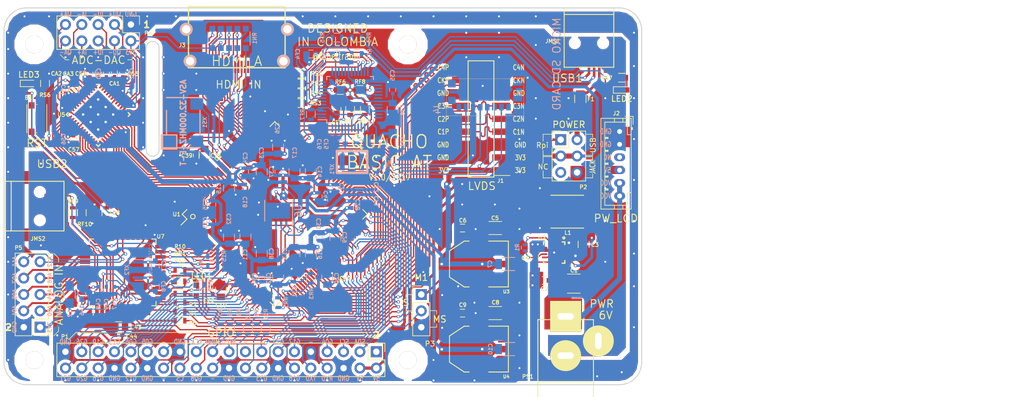
<source format=kicad_pcb>
(kicad_pcb (version 4) (host pcbnew 4.0.7)
  (layers (0 F.Cu signal hide) (31 B.Cu signal) (34 B.Paste user) (35 F.Paste user) (36 B.SilkS user) (37 F.SilkS user) (38 B.Mask user) (39 F.Mask user) (44 Edge.Cuts user))
  (net 0 "")
  (net 1 GND)
  (net 2 +1V2)
  (net 3 /spartan6/F_TCK)
  (net 4 /spartan6/F_TMS)
  (net 5 "Net-(FT1-Pad2)")
  (net 6 "Net-(FT1-Pad5)")
  (net 7 "Net-(FT1-Pad7)")
  (net 8 "Net-(FT1-Pad8)")
  (net 9 "Net-(FT1-Pad10)")
  (net 10 "Net-(FT1-Pad26)")
  (net 11 "Net-(JMS1-Pad2)")
  (net 12 "Net-(JMS1-Pad3)")
  (net 13 +3V3)
  (net 14 +5V)
  (net 15 +9V)
  (net 16 VDD5V)
  (net 17 /Power/USBVCC)
  (net 18 "Net-(F1-Pad2)")
  (net 19 /spartan6/F_TDO)
  (net 20 /spartan6/F_TDI)
  (net 21 /spartan6/F_RXD)
  (net 22 /spartan6/F_TXD)
  (net 23 /spartan6/TMDS_D2_P)
  (net 24 /spartan6/TMDS_D2_N)
  (net 25 /spartan6/TMDS_D1_P)
  (net 26 /spartan6/TMDS_D1_N)
  (net 27 /spartan6/TMDS_D0_P)
  (net 28 /spartan6/TMDS_D0_N)
  (net 29 /spartan6/TMDS_CLK_P)
  (net 30 /spartan6/TMDS_CLK_N)
  (net 31 /spartan6/REBOOT)
  (net 32 /serial_interface/+5VA)
  (net 33 "Net-(L1-Pad2)")
  (net 34 /Power/PG)
  (net 35 "Net-(R1-Pad2)")
  (net 36 /ADC_DAC/COM)
  (net 37 /ADC_DAC/REFN)
  (net 38 /ADC_DAC/REFP)
  (net 39 /ADC_DAC/QD+)
  (net 40 /ADC_DAC/QD-)
  (net 41 /ADC_DAC/ID+)
  (net 42 /ADC_DAC/ID-)
  (net 43 /ADC_DAC/IA+)
  (net 44 /ADC_DAC/IA-)
  (net 45 /ADC_DAC/QA+)
  (net 46 /ADC_DAC/QA-)
  (net 47 "Net-(RS3-Pad2)")
  (net 48 "Net-(RS4-Pad2)")
  (net 49 "Net-(CF3-Pad1)")
  (net 50 "Net-(CF4-Pad1)")
  (net 51 "Net-(CF5-Pad2)")
  (net 52 "Net-(CF6-Pad2)")
  (net 53 "Net-(RS1-Pad2)")
  (net 54 "Net-(RS2-Pad2)")
  (net 55 "Net-(C4-Pad1)")
  (net 56 VccRpi)
  (net 57 /spartan6/CH1_N)
  (net 58 /spartan6/CH1_P)
  (net 59 /spartan6/CH2_N)
  (net 60 /spartan6/CH2_P)
  (net 61 /spartan6/CH3_N)
  (net 62 /spartan6/CH3_P)
  (net 63 /spartan6/CLK_N)
  (net 64 /spartan6/CLK_P)
  (net 65 /spartan6/CH4_N)
  (net 66 /spartan6/CH4_P)
  (net 67 /spartan6/DONE)
  (net 68 /spartan6/INIT_B)
  (net 69 /spartan6/FPGA_CLK)
  (net 70 "Net-(C46-Pad1)")
  (net 71 "Net-(C48-Pad1)")
  (net 72 "Net-(CF7-Pad2)")
  (net 73 "Net-(CF8-Pad2)")
  (net 74 "Net-(JMS2-Pad2)")
  (net 75 "Net-(JMS2-Pad3)")
  (net 76 /spartan6/M1)
  (net 77 /atmega32u4/ADC0)
  (net 78 /atmega32u4/ADC1)
  (net 79 /atmega32u4/ADC4)
  (net 80 /atmega32u4/ADC5)
  (net 81 /atmega32u4/ADC6)
  (net 82 /atmega32u4/ADC7)
  (net 83 "Net-(RF9-Pad2)")
  (net 84 "Net-(RF10-Pad2)")
  (net 85 /atmega32u4/rst_um)
  (net 86 /spartan6/Dout)
  (net 87 /spartan6/uM0SI)
  (net 88 /spartan6/Din)
  (net 89 /spartan6/CCLK)
  (net 90 /spartan6/sCS)
  (net 91 /atmega32u4/uMISO)
  (net 92 /atmega32u4/uDONE)
  (net 93 /atmega32u4/uINIT_B)
  (net 94 /atmega32u4/uP1)
  (net 95 /atmega32u4/uP5)
  (net 96 /atmega32u4/VBUS)
  (net 97 /ADC_DAC/adDA7)
  (net 98 /ADC_DAC/adDA6)
  (net 99 /ADC_DAC/adDA5)
  (net 100 /ADC_DAC/adDA4)
  (net 101 /ADC_DAC/adDA3)
  (net 102 /ADC_DAC/adDA2)
  (net 103 /ADC_DAC/adDA1)
  (net 104 /ADC_DAC/adDA0)
  (net 105 /ADC_DAC/adDD1)
  (net 106 /ADC_DAC/adDD0)
  (net 107 /ADC_DAC/adDD2)
  (net 108 /ADC_DAC/adDD3)
  (net 109 /ADC_DAC/adDD4)
  (net 110 /ADC_DAC/adDD5)
  (net 111 /ADC_DAC/adDD6)
  (net 112 /ADC_DAC/adDD7)
  (net 113 /ADC_DAC/adDD8)
  (net 114 /ADC_DAC/adDD9)
  (net 115 /spartan6/RpMOSI)
  (net 116 /spartan6/RpSCK)
  (net 117 /ADC_DAC/adCLK)
  (net 118 /ADC_DAC/adMOSI)
  (net 119 /ADC_DAC/adSCK)
  (net 120 /ADC_DAC/adCS)
  (net 121 /spartan6/RpMISO)
  (net 122 /spartan6/RpPROG)
  (net 123 /spartan6/RpINIT_B)
  (net 124 /spartan6/RpDONE)
  (net 125 /atmega32u4/ADC11)
  (net 126 /atmega32u4/ADC12)
  (net 127 /spartan6/RpCS)
  (net 128 /atmega32u4/uP0)
  (net 129 /spartan6/RpRXD)
  (net 130 /spartan6/RpTXD)
  (net 131 /spartan6/RpSCL)
  (net 132 /spartan6/RpSDA)
  (net 133 /spartan6/RpGPIO_04)
  (net 134 /spartan6/RpGPIO_17)
  (net 135 /spartan6/RpGPIO_18)
  (net 136 /spartan6/RpGPIO_27)
  (net 137 /spartan6/RpGPIO_23)
  (net 138 /spartan6/RpID_SC)
  (net 139 /spartan6/RpGPIO_08)
  (net 140 /spartan6/RpID_SD)
  (net 141 /spartan6/RpGPIO_05)
  (net 142 /spartan6/RpGPIO_06)
  (net 143 /spartan6/RpGPIO_12)
  (net 144 /spartan6/RpGPIO_13)
  (net 145 /spartan6/RpGPIO_19)
  (net 146 /spartan6/RpGPIO_16)
  (net 147 /spartan6/RpGPIO_26)
  (net 148 /spartan6/RpGPIO_20)
  (net 149 /spartan6/RpGPIO_21)
  (net 150 /atmega32u4/uD0)
  (net 151 /atmega32u4/uD1)
  (net 152 /atmega32u4/uD2)
  (net 153 /atmega32u4/uD3)
  (net 154 /spartan6/usMISO)
  (net 155 /spartan6/usSCK)
  (net 156 /spartan6/usCS)
  (net 157 /spartan6/usMOSI)
  (net 158 /spartan6/LED2)
  (net 159 /spartan6/LED1)
  (net 160 "Net-(LED2-Pad2)")
  (net 161 "Net-(LED3-Pad2)")
  (net 162 "Net-(FT1-Pad1)")
  (net 163 "Net-(FT1-Pad11)")
  (net 164 "Net-(FT1-Pad12)")
  (net 165 "Net-(FT1-Pad13)")
  (net 166 "Net-(FT1-Pad15)")
  (net 167 "Net-(FT1-Pad16)")
  (net 168 "Net-(FT1-Pad17)")
  (net 169 "Net-(FT1-Pad19)")
  (net 170 "Net-(FT1-Pad20)")
  (net 171 "Net-(FT1-Pad27)")
  (net 172 "Net-(FT1-Pad28)")
  (net 173 "Net-(FT1-Pad29)")
  (net 174 "Net-(FT1-Pad30)")
  (net 175 "Net-(FT1-Pad32)")
  (net 176 "Net-(FT1-Pad33)")
  (net 177 "Net-(FT1-Pad35)")
  (net 178 "Net-(FT1-Pad36)")
  (net 179 "Net-(FT1-Pad37)")
  (net 180 "Net-(FT1-Pad38)")
  (net 181 "Net-(FT1-Pad41)")
  (net 182 "Net-(FT1-Pad48)")
  (net 183 "Net-(JMS1-Pad4)")
  (net 184 "Net-(JMS2-Pad4)")
  (net 185 "Net-(P1-Pad1)")
  (net 186 "Net-(P1-Pad17)")
  (net 187 "Net-(P2-Pad5)")
  (net 188 "Net-(U1-Pad11)")
  (net 189 "Net-(U1-Pad22)")
  (net 190 "Net-(U1-Pad23)")
  (net 191 "Net-(U1-Pad55)")
  (net 192 "Net-(U1-Pad56)")
  (net 193 "Net-(U1-Pad57)")
  (net 194 "Net-(U1-Pad58)")
  (net 195 "Net-(U1-Pad66)")
  (net 196 "Net-(U1-Pad67)")
  (net 197 "Net-(U1-Pad72)")
  (net 198 "Net-(U1-Pad88)")
  (net 199 "Net-(U1-Pad98)")
  (net 200 "Net-(U1-Pad99)")
  (net 201 "Net-(U1-Pad102)")
  (net 202 "Net-(U1-Pad104)")
  (net 203 "Net-(U1-Pad118)")
  (net 204 "Net-(U1-Pad119)")
  (net 205 "Net-(U1-Pad120)")
  (net 206 "Net-(U5-Pad38)")
  (net 207 "Net-(U7-Pad12)")
  (net 208 /atmega32u4/uD5)
  (net 209 /atmega32u4/uD4)
  (net 210 /atmega32u4/uD6)
  (net 211 /atmega32u4/uD8)
  (net 212 "Net-(J2-Pad3)")
  (net 213 "Net-(J3-Pad13)")
  (net 214 "Net-(J3-Pad14)")
  (net 215 "Net-(J3-Pad15)")
  (net 216 "Net-(J3-Pad16)")
  (net 217 "Net-(J3-Pad17)")
  (net 218 "Net-(J3-Pad18)")
  (net 219 "Net-(J3-Pad19)")
  (net 220 "Net-(J4-Pad8)")
  (net 221 "Net-(J4-Pad1)")
  (net 222 "Net-(U1-Pad97)")
  (module Housings_DFN_QFN:DFN-8-1EP_4x4mm_Pitch0.8mm (layer B.Cu) (at 141.057 104.862 90)
    (fp_text reference U6 (at 0 3.075 90) (layer B.SilkS) (effects (justify mirror)))
    (fp_text value S25FL064LABNFI043)
    (pad 1 smd rect (at -2 1.2 90) (size 0.75 0.35) (layers B.Cu B.Paste B.Mask) (net 90 /spartan6/sCS))
    (pad 2 smd rect (at -2 0.4 90) (size 0.75 0.35) (layers B.Cu B.Paste B.Mask) (net 88 /spartan6/Din))
    (pad 3 smd rect (at -2 -0.4 90) (size 0.75 0.35) (layers B.Cu B.Paste B.Mask) (net 13 +3V3))
    (pad 4 smd rect (at -2 -1.2 90) (size 0.75 0.35) (layers B.Cu B.Paste B.Mask) (net 1 GND))
    (pad 5 smd rect (at 2 -1.2 90) (size 0.75 0.35) (layers B.Cu B.Paste B.Mask) (net 86 /spartan6/Dout))
    (pad 6 smd rect (at 2 -0.4 90) (size 0.75 0.35) (layers B.Cu B.Paste B.Mask) (net 89 /spartan6/CCLK))
    (pad 7 smd rect (at 2 0.4 90) (size 0.75 0.35) (layers B.Cu B.Paste B.Mask) (net 13 +3V3))
    (pad 8 smd rect (at 2 1.2 90) (size 0.75 0.35) (layers B.Cu B.Paste B.Mask) (net 13 +3V3))
    (pad 4 smd rect (at 0.625 -1.35 90) (size 1.25 0.9) (layers B.Cu B.Paste B.Mask) (net 1 GND))
    (pad 4 smd rect (at 0.625 -0.45 90) (size 1.25 0.9) (layers B.Cu B.Paste B.Mask) (net 1 GND))
    (pad 4 smd rect (at 0.625 0.45 90) (size 1.25 0.9) (layers B.Cu B.Paste B.Mask) (net 1 GND))
    (pad 4 smd rect (at 0.625 1.35 90) (size 1.25 0.9) (layers B.Cu B.Paste B.Mask) (net 1 GND))
    (pad 4 smd rect (at -0.625 -1.35 90) (size 1.25 0.9) (layers B.Cu B.Paste B.Mask) (net 1 GND))
    (pad 4 smd rect (at -0.625 -0.45 90) (size 1.25 0.9) (layers B.Cu B.Paste B.Mask) (net 1 GND))
    (pad 4 smd rect (at -0.625 0.45 90) (size 1.25 0.9) (layers B.Cu B.Paste B.Mask) (net 1 GND))
    (pad 4 smd rect (at -0.625 1.35 90) (size 1.25 0.9) (layers B.Cu B.Paste B.Mask) (net 1 GND))
  )
  (module Project:GSG-QFN48-7 (layer F.Cu) (at 113.05154 89.92982 315)
    (fp_text reference U5)
    (fp_text value MAX5864 hide)
    (pad 1 smd oval (at -3.45 -2.75 315) (size 0.9 0.28) (layers F.Cu F.Paste F.Mask) (net 38 /ADC_DAC/REFP))
    (pad 2 smd oval (at -3.45 -2.25 315) (size 0.9 0.28) (layers F.Cu F.Paste F.Mask) (net 13 +3V3))
    (pad 3 smd oval (at -3.45 -1.75 315) (size 0.9 0.28) (layers F.Cu F.Paste F.Mask) (net 43 /ADC_DAC/IA+))
    (pad 4 smd oval (at -3.45 -1.25 315) (size 0.9 0.28) (layers F.Cu F.Paste F.Mask) (net 44 /ADC_DAC/IA-))
    (pad 5 smd oval (at -3.45 -0.75 315) (size 0.9 0.28) (layers F.Cu F.Paste F.Mask) (net 1 GND))
    (pad 6 smd oval (at -3.45 -0.25 315) (size 0.9 0.28) (layers F.Cu F.Paste F.Mask) (net 117 /ADC_DAC/adCLK))
    (pad 7 smd oval (at -3.45 0.25 315) (size 0.9 0.28) (layers F.Cu F.Paste F.Mask) (net 1 GND))
    (pad 8 smd oval (at -3.45 0.75 315) (size 0.9 0.28) (layers F.Cu F.Paste F.Mask) (net 13 +3V3))
    (pad 9 smd oval (at -3.45 1.25 315) (size 0.9 0.28) (layers F.Cu F.Paste F.Mask) (net 46 /ADC_DAC/QA-))
    (pad 10 smd oval (at -3.45 1.75 315) (size 0.9 0.28) (layers F.Cu F.Paste F.Mask) (net 45 /ADC_DAC/QA+))
    (pad 11 smd oval (at -3.45 2.25 315) (size 0.9 0.28) (layers F.Cu F.Paste F.Mask) (net 13 +3V3))
    (pad 12 smd oval (at -3.45 2.75 315) (size 0.9 0.28) (layers F.Cu F.Paste F.Mask) (net 1 GND))
    (pad 13 smd oval (at -2.75 3.45 45) (size 0.9 0.28) (layers F.Cu F.Paste F.Mask) (net 104 /ADC_DAC/adDA0))
    (pad 14 smd oval (at -2.25 3.45 45) (size 0.9 0.28) (layers F.Cu F.Paste F.Mask) (net 103 /ADC_DAC/adDA1))
    (pad 15 smd oval (at -1.75 3.45 45) (size 0.9 0.28) (layers F.Cu F.Paste F.Mask) (net 102 /ADC_DAC/adDA2))
    (pad 16 smd oval (at -1.25 3.45 45) (size 0.9 0.28) (layers F.Cu F.Paste F.Mask) (net 101 /ADC_DAC/adDA3))
    (pad 17 smd oval (at -0.75 3.45 45) (size 0.9 0.28) (layers F.Cu F.Paste F.Mask) (net 1 GND))
    (pad 18 smd oval (at -0.25 3.45 45) (size 0.9 0.28) (layers F.Cu F.Paste F.Mask) (net 13 +3V3))
    (pad 19 smd oval (at 0.25 3.45 45) (size 0.9 0.28) (layers F.Cu F.Paste F.Mask) (net 100 /ADC_DAC/adDA4))
    (pad 20 smd oval (at 0.75 3.45 45) (size 0.9 0.28) (layers F.Cu F.Paste F.Mask) (net 99 /ADC_DAC/adDA5))
    (pad 21 smd oval (at 1.25 3.45 45) (size 0.9 0.28) (layers F.Cu F.Paste F.Mask) (net 98 /ADC_DAC/adDA6))
    (pad 22 smd oval (at 1.75 3.45 45) (size 0.9 0.28) (layers F.Cu F.Paste F.Mask) (net 97 /ADC_DAC/adDA7))
    (pad 23 smd oval (at 2.25 3.45 45) (size 0.9 0.28) (layers F.Cu F.Paste F.Mask) (net 106 /ADC_DAC/adDD0))
    (pad 24 smd oval (at 2.75 3.45 45) (size 0.9 0.28) (layers F.Cu F.Paste F.Mask) (net 105 /ADC_DAC/adDD1))
    (pad 25 smd oval (at 3.45 2.75 315) (size 0.9 0.28) (layers F.Cu F.Paste F.Mask) (net 107 /ADC_DAC/adDD2))
    (pad 26 smd oval (at 3.45 2.25 315) (size 0.9 0.28) (layers F.Cu F.Paste F.Mask) (net 108 /ADC_DAC/adDD3))
    (pad 27 smd oval (at 3.45 1.75 315) (size 0.9 0.28) (layers F.Cu F.Paste F.Mask) (net 109 /ADC_DAC/adDD4))
    (pad 28 smd oval (at 3.45 1.25 315) (size 0.9 0.28) (layers F.Cu F.Paste F.Mask) (net 110 /ADC_DAC/adDD5))
    (pad 29 smd oval (at 3.45 0.75 315) (size 0.9 0.28) (layers F.Cu F.Paste F.Mask) (net 111 /ADC_DAC/adDD6))
    (pad 30 smd oval (at 3.45 0.25 315) (size 0.9 0.28) (layers F.Cu F.Paste F.Mask) (net 112 /ADC_DAC/adDD7))
    (pad 31 smd oval (at 3.45 -0.25 315) (size 0.9 0.28) (layers F.Cu F.Paste F.Mask) (net 113 /ADC_DAC/adDD8))
    (pad 32 smd oval (at 3.45 -0.75 315) (size 0.9 0.28) (layers F.Cu F.Paste F.Mask) (net 114 /ADC_DAC/adDD9))
    (pad 33 smd oval (at 3.45 -1.25 315) (size 0.9 0.28) (layers F.Cu F.Paste F.Mask) (net 13 +3V3))
    (pad 34 smd oval (at 3.45 -1.75 315) (size 0.9 0.28) (layers F.Cu F.Paste F.Mask) (net 118 /ADC_DAC/adMOSI))
    (pad 35 smd oval (at 3.45 -2.25 315) (size 0.9 0.28) (layers F.Cu F.Paste F.Mask) (net 119 /ADC_DAC/adSCK))
    (pad 36 smd oval (at 3.45 -2.75 315) (size 0.9 0.28) (layers F.Cu F.Paste F.Mask) (net 120 /ADC_DAC/adCS))
    (pad 37 smd oval (at 2.75 -3.45 45) (size 0.9 0.28) (layers F.Cu F.Paste F.Mask) (net 1 GND))
    (pad 38 smd oval (at 2.25 -3.45 45) (size 0.9 0.28) (layers F.Cu F.Paste F.Mask) (net 206 "Net-(U5-Pad38)"))
    (pad 39 smd oval (at 1.75 -3.45 45) (size 0.9 0.28) (layers F.Cu F.Paste F.Mask) (net 13 +3V3))
    (pad 40 smd oval (at 1.25 -3.45 45) (size 0.9 0.28) (layers F.Cu F.Paste F.Mask) (net 39 /ADC_DAC/QD+))
    (pad 41 smd oval (at 0.75 -3.45 45) (size 0.9 0.28) (layers F.Cu F.Paste F.Mask) (net 40 /ADC_DAC/QD-))
    (pad 42 smd oval (at 0.25 -3.45 45) (size 0.9 0.28) (layers F.Cu F.Paste F.Mask) (net 1 GND))
    (pad 43 smd oval (at -0.25 -3.45 45) (size 0.9 0.28) (layers F.Cu F.Paste F.Mask) (net 13 +3V3))
    (pad 44 smd oval (at -0.75 -3.45 45) (size 0.9 0.28) (layers F.Cu F.Paste F.Mask) (net 42 /ADC_DAC/ID-))
    (pad 45 smd oval (at -1.25 -3.45 45) (size 0.9 0.28) (layers F.Cu F.Paste F.Mask) (net 41 /ADC_DAC/ID+))
    (pad 46 smd oval (at -1.75 -3.45 45) (size 0.9 0.28) (layers F.Cu F.Paste F.Mask) (net 13 +3V3))
    (pad 47 smd oval (at -2.25 -3.45 45) (size 0.9 0.28) (layers F.Cu F.Paste F.Mask) (net 36 /ADC_DAC/COM))
    (pad 48 smd oval (at -2.75 -3.45 45) (size 0.9 0.28) (layers F.Cu F.Paste F.Mask) (net 37 /ADC_DAC/REFN))
    (pad 0 smd rect (at 0 0 315) (size 5.3 5.3) (layers F.Cu F.Mask) (net 1 GND))
    (pad 0 thru_hole circle (at 0 0 315) (size 0.635 0.635) (drill 0.381) (layers *.Cu B.Mask) (net 1 GND))
    (pad 0 thru_hole circle (at -1.65 0 315) (size 0.635 0.635) (drill 0.381) (layers *.Cu B.Mask) (net 1 GND))
    (pad 0 thru_hole circle (at -1.65 -1.65 315) (size 0.635 0.635) (drill 0.381) (layers *.Cu B.Mask) (net 1 GND))
    (pad 0 thru_hole circle (at 0 -1.65 315) (size 0.635 0.635) (drill 0.381) (layers *.Cu B.Mask) (net 1 GND))
    (pad 0 thru_hole circle (at 1.65 -1.65 315) (size 0.635 0.635) (drill 0.381) (layers *.Cu B.Mask) (net 1 GND))
    (pad 0 thru_hole circle (at 1.65 0 315) (size 0.635 0.635) (drill 0.381) (layers *.Cu B.Mask) (net 1 GND))
    (pad 0 thru_hole circle (at 1.65 1.65 315) (size 0.635 0.635) (drill 0.381) (layers *.Cu B.Mask) (net 1 GND))
    (pad 0 thru_hole circle (at 0 1.65 315) (size 0.635 0.635) (drill 0.381) (layers *.Cu B.Mask) (net 1 GND))
    (pad 0 thru_hole circle (at -1.65 1.65 315) (size 0.635 0.635) (drill 0.381) (layers *.Cu B.Mask) (net 1 GND))
    (pad 0 smd rect (at -1.65 -1.65 315) (size 1.65 1.65) (layers F.Cu F.Paste) (net 1 GND))
    (pad 0 smd rect (at 0 -1.65 315) (size 1.65 1.65) (layers F.Cu F.Paste) (net 1 GND))
    (pad 0 smd rect (at 1.65 -1.65 315) (size 1.65 1.65) (layers F.Cu F.Paste) (net 1 GND))
    (pad 0 smd rect (at -1.65 0 315) (size 1.65 1.65) (layers F.Cu F.Paste) (net 1 GND))
    (pad 0 smd rect (at 0 0 315) (size 1.65 1.65) (layers F.Cu F.Paste) (net 1 GND))
    (pad 0 smd rect (at 1.65 0 315) (size 1.65 1.65) (layers F.Cu F.Paste) (net 1 GND))
    (pad 0 smd rect (at -1.65 1.65 315) (size 1.65 1.65) (layers F.Cu F.Paste) (net 1 GND))
    (pad 0 smd rect (at 0 1.65 315) (size 1.65 1.65) (layers F.Cu F.Paste) (net 1 GND))
    (pad 0 smd rect (at 1.65 1.65 315) (size 1.65 1.65) (layers F.Cu F.Paste) (net 1 GND))
  )
  (module Resistors_SMD:R_0603 (layer F.Cu) (at 114.32154 105.16982 270)
    (fp_text reference R8 (at 0.02238 -1.5158 360) (layer F.SilkS) (effects (font (size 0.6 0.6) (thickness 0.12))))
    (fp_text value 0)
    (pad 1 smd rect (at -0.75 0 270) (size 0.5 0.9) (layers F.Cu F.Paste F.Mask) (net 31 /spartan6/REBOOT))
    (pad 2 smd rect (at 0.75 0 270) (size 0.5 0.9) (layers F.Cu F.Paste F.Mask) (net 95 /atmega32u4/uP5))
  )
  (module Pin_Headers:Pin_Header_Straight_2x05_Pitch2.54mm (layer F.Cu) (at 104.03454 122.94982 180)
    (fp_text reference P5 (at 3.35338 12.33218 180) (layer F.SilkS) (effects (font (size 0.6 0.6) (thickness 0.12))))
    (fp_text value CONN_02X05)
    (pad 1 thru_hole rect (at 0 0 180) (size 1.7 1.7) (drill 1) (layers *.Cu *.Mask) (net 13 +3V3))
    (pad 2 thru_hole oval (at 2.54 0 180) (size 1.7 1.7) (drill 1) (layers *.Cu *.Mask) (net 1 GND))
    (pad 3 thru_hole oval (at 0 2.54 180) (size 1.7 1.7) (drill 1) (layers *.Cu *.Mask) (net 77 /atmega32u4/ADC0))
    (pad 4 thru_hole oval (at 2.54 2.54 180) (size 1.7 1.7) (drill 1) (layers *.Cu *.Mask) (net 78 /atmega32u4/ADC1))
    (pad 5 thru_hole oval (at 0 5.08 180) (size 1.7 1.7) (drill 1) (layers *.Cu *.Mask) (net 79 /atmega32u4/ADC4))
    (pad 6 thru_hole oval (at 2.54 5.08 180) (size 1.7 1.7) (drill 1) (layers *.Cu *.Mask) (net 80 /atmega32u4/ADC5))
    (pad 7 thru_hole oval (at 0 7.62 180) (size 1.7 1.7) (drill 1) (layers *.Cu *.Mask) (net 81 /atmega32u4/ADC6))
    (pad 8 thru_hole oval (at 2.54 7.62 180) (size 1.7 1.7) (drill 1) (layers *.Cu *.Mask) (net 82 /atmega32u4/ADC7))
    (pad 9 thru_hole oval (at 0 10.16 180) (size 1.7 1.7) (drill 1) (layers *.Cu *.Mask) (net 126 /atmega32u4/ADC12))
    (pad 10 thru_hole oval (at 2.54 10.16 180) (size 1.7 1.7) (drill 1) (layers *.Cu *.Mask) (net 125 /atmega32u4/ADC11))
  )
  (module Project:RPi_Hat_Mounting_Hole (layer F.Cu) (at 103.12866 79.04044 270)
    (fp_text reference "" hide)
    (fp_text value "" hide)
    (pad "" thru_hole circle (at 0 0 270) (size 2.75 2.75) (drill 2.75) (layers *.Cu *.Mask F.SilkS) (clearance 1.725))
  )
  (module Resistors_SMD:R_0603 (layer B.Cu) (at 128.79896 116.34788)
    (fp_text reference RR2 (at 1.81864 0.00508 270) (layer B.SilkS) (effects (font (size 0.6 0.6) (thickness 0.12)) (justify mirror)))
    (fp_text value 330)
    (pad 1 smd rect (at -0.75 0) (size 0.5 0.9) (layers B.Cu B.Paste B.Mask) (net 13 +3V3))
    (pad 2 smd rect (at 0.75 0) (size 0.5 0.9) (layers B.Cu B.Paste B.Mask) (net 67 /spartan6/DONE))
  )
  (module Capacitors_SMD:C_0402 (layer F.Cu) (at 128.29154 96.27982 270)
    (fp_text reference C39 (at 0.03508 1.4814 360) (layer F.SilkS) (effects (font (size 0.6 0.6) (thickness 0.12))))
    (fp_text value 0.47uF)
    (pad 1 smd rect (at -0.55 0 270) (size 0.6 0.5) (layers F.Cu F.Paste F.Mask) (net 2 +1V2))
    (pad 2 smd rect (at 0.55 0 270) (size 0.6 0.5) (layers F.Cu F.Paste F.Mask) (net 1 GND))
  )
  (module Capacitors_SMD:C_0805 (layer B.Cu) (at 140.99154 95.00982 90)
    (fp_text reference C26 (at 2.94688 -0.11488 90) (layer B.SilkS) (effects (font (size 0.6 0.6) (thickness 0.12)) (justify mirror)))
    (fp_text value 4.7uF)
    (pad 1 smd rect (at -1 0 90) (size 1 1.25) (layers B.Cu B.Paste B.Mask) (net 13 +3V3))
    (pad 2 smd rect (at 1 0 90) (size 1 1.25) (layers B.Cu B.Paste B.Mask) (net 1 GND))
  )
  (module Resistors_SMD:R_Array_Convex_5x1206 (layer B.Cu) (at 133.37096 78.11882 270)
    (fp_text reference RN1 (at -0.01572 -3.98018 270) (layer B.SilkS) (effects (font (size 0.6 0.6) (thickness 0.12)) (justify mirror)))
    (fp_text value Resistors_array_8)
    (pad 1 smd rect (at -1.5 2.6 270) (size 0.9 0.9) (layers B.Cu B.Paste B.Mask) (net 23 /spartan6/TMDS_D2_P))
    (pad 5 smd rect (at -1.5 -2.6 270) (size 0.9 0.9) (layers B.Cu B.Paste B.Mask) (net 13 +3V3))
    (pad 2 smd rect (at -1.5 1.28 270) (size 0.9 0.9) (layers B.Cu B.Paste B.Mask) (net 24 /spartan6/TMDS_D2_N))
    (pad 4 smd rect (at -1.5 -1.28 270) (size 0.9 0.9) (layers B.Cu B.Paste B.Mask) (net 28 /spartan6/TMDS_D0_N))
    (pad 3 smd rect (at -1.5 0 270) (size 0.9 0.9) (layers B.Cu B.Paste B.Mask) (net 27 /spartan6/TMDS_D0_P))
    (pad 7 smd rect (at 1.5 -1.28 270) (size 0.9 0.9) (layers B.Cu B.Paste B.Mask) (net 29 /spartan6/TMDS_CLK_P))
    (pad 10 smd rect (at 1.5 2.6 270) (size 0.9 0.9) (layers B.Cu B.Paste B.Mask) (net 13 +3V3))
    (pad 6 smd rect (at 1.5 -2.6 270) (size 0.9 0.9) (layers B.Cu B.Paste B.Mask) (net 30 /spartan6/TMDS_CLK_N))
    (pad 9 smd rect (at 1.5 1.28 270) (size 0.9 0.9) (layers B.Cu B.Paste B.Mask) (net 25 /spartan6/TMDS_D1_P))
    (pad 8 smd rect (at 1.5 0 270) (size 0.9 0.9) (layers B.Cu B.Paste B.Mask) (net 26 /spartan6/TMDS_D1_N))
  )
  (module Project:RPi_Hat_Mounting_Hole (layer F.Cu) (at 161.12866 79.04044 270)
    (fp_text reference "" hide)
    (fp_text value "" hide)
    (pad "" thru_hole circle (at 0 0 270) (size 2.75 2.75) (drill 2.75) (layers *.Cu *.Mask F.SilkS) (clearance 1.725))
  )
  (module Project:RPi_Hat_Mounting_Hole (layer F.Cu) (at 161.12866 128.03998 270)
    (fp_text reference "" hide)
    (fp_text value "" hide)
    (pad "" thru_hole circle (at 0 0 270) (size 2.75 2.75) (drill 2.75) (layers *.Cu *.Mask F.SilkS) (clearance 1.725))
  )
  (module Pin_Headers:Pin_Header_Straight_2x20_Pitch2.54mm (layer F.Cu) (at 106.63296 127.95108 270)
    (fp_text reference P1 (at -3.53108 -1.25164 360) (layer F.SilkS) (effects (font (size 0.6 0.6) (thickness 0.12))))
    (fp_text value CONN_02X20)
    (pad 1 thru_hole rect (at -1.19126 -49.59858 270) (size 1.7 1.7) (drill 1) (layers *.Cu *.Mask) (net 185 "Net-(P1-Pad1)"))
    (pad 2 thru_hole oval (at 1.34874 -49.59858 270) (size 1.7 1.7) (drill 1) (layers *.Cu *.Mask) (net 56 VccRpi))
    (pad 3 thru_hole oval (at -1.19126 -47.05858 270) (size 1.7 1.7) (drill 1) (layers *.Cu *.Mask) (net 132 /spartan6/RpSDA))
    (pad 4 thru_hole oval (at 1.34874 -47.05858 270) (size 1.7 1.7) (drill 1) (layers *.Cu *.Mask) (net 56 VccRpi))
    (pad 5 thru_hole oval (at -1.19126 -44.51858 270) (size 1.7 1.7) (drill 1) (layers *.Cu *.Mask) (net 131 /spartan6/RpSCL))
    (pad 6 thru_hole oval (at 1.34874 -44.51858 270) (size 1.7 1.7) (drill 1) (layers *.Cu *.Mask) (net 1 GND))
    (pad 7 thru_hole oval (at -1.19126 -41.97858 270) (size 1.7 1.7) (drill 1) (layers *.Cu *.Mask) (net 133 /spartan6/RpGPIO_04))
    (pad 8 thru_hole oval (at 1.34874 -41.97858 270) (size 1.7 1.7) (drill 1) (layers *.Cu *.Mask) (net 129 /spartan6/RpRXD))
    (pad 9 thru_hole oval (at -1.19126 -39.43858 270) (size 1.7 1.7) (drill 1) (layers *.Cu *.Mask) (net 1 GND))
    (pad 10 thru_hole oval (at 1.34874 -39.43858 270) (size 1.7 1.7) (drill 1) (layers *.Cu *.Mask) (net 130 /spartan6/RpTXD))
    (pad 11 thru_hole oval (at -1.19126 -36.89858 270) (size 1.7 1.7) (drill 1) (layers *.Cu *.Mask) (net 134 /spartan6/RpGPIO_17))
    (pad 12 thru_hole oval (at 1.34874 -36.89858 270) (size 1.7 1.7) (drill 1) (layers *.Cu *.Mask) (net 135 /spartan6/RpGPIO_18))
    (pad 13 thru_hole oval (at -1.19126 -34.35858 270) (size 1.7 1.7) (drill 1) (layers *.Cu *.Mask) (net 136 /spartan6/RpGPIO_27))
    (pad 14 thru_hole oval (at 1.34874 -34.35858 270) (size 1.7 1.7) (drill 1) (layers *.Cu *.Mask) (net 1 GND))
    (pad 15 thru_hole oval (at -1.19126 -31.81858 270) (size 1.7 1.7) (drill 1) (layers *.Cu *.Mask) (net 123 /spartan6/RpINIT_B))
    (pad 16 thru_hole oval (at 1.34874 -31.81858 270) (size 1.7 1.7) (drill 1) (layers *.Cu *.Mask) (net 137 /spartan6/RpGPIO_23))
    (pad 17 thru_hole oval (at -1.19126 -29.27858 270) (size 1.7 1.7) (drill 1) (layers *.Cu *.Mask) (net 186 "Net-(P1-Pad17)"))
    (pad 18 thru_hole oval (at 1.34874 -29.27858 270) (size 1.7 1.7) (drill 1) (layers *.Cu *.Mask) (net 122 /spartan6/RpPROG))
    (pad 19 thru_hole oval (at -1.19126 -26.73858 270) (size 1.7 1.7) (drill 1) (layers *.Cu *.Mask) (net 115 /spartan6/RpMOSI))
    (pad 20 thru_hole oval (at 1.34874 -26.73858 270) (size 1.7 1.7) (drill 1) (layers *.Cu *.Mask) (net 1 GND))
    (pad 21 thru_hole oval (at -1.19126 -24.19858 270) (size 1.7 1.7) (drill 1) (layers *.Cu *.Mask) (net 121 /spartan6/RpMISO))
    (pad 22 thru_hole oval (at 1.34874 -24.19858 270) (size 1.7 1.7) (drill 1) (layers *.Cu *.Mask) (net 124 /spartan6/RpDONE))
    (pad 23 thru_hole oval (at -1.19126 -21.65858 270) (size 1.7 1.7) (drill 1) (layers *.Cu *.Mask) (net 116 /spartan6/RpSCK))
    (pad 24 thru_hole oval (at 1.34874 -21.65858 270) (size 1.7 1.7) (drill 1) (layers *.Cu *.Mask) (net 139 /spartan6/RpGPIO_08))
    (pad 25 thru_hole oval (at -1.19126 -19.11858 270) (size 1.7 1.7) (drill 1) (layers *.Cu *.Mask) (net 1 GND))
    (pad 26 thru_hole oval (at 1.34874 -19.11858 270) (size 1.7 1.7) (drill 1) (layers *.Cu *.Mask) (net 127 /spartan6/RpCS))
    (pad 27 thru_hole oval (at -1.19126 -16.57858 270) (size 1.7 1.7) (drill 1) (layers *.Cu *.Mask) (net 140 /spartan6/RpID_SD))
    (pad 28 thru_hole oval (at 1.34874 -16.57858 270) (size 1.7 1.7) (drill 1) (layers *.Cu *.Mask) (net 138 /spartan6/RpID_SC))
    (pad 29 thru_hole oval (at -1.19126 -14.03858 270) (size 1.7 1.7) (drill 1) (layers *.Cu *.Mask) (net 141 /spartan6/RpGPIO_05))
    (pad 30 thru_hole oval (at 1.34874 -14.03858 270) (size 1.7 1.7) (drill 1) (layers *.Cu *.Mask) (net 1 GND))
    (pad 31 thru_hole oval (at -1.19126 -11.49858 270) (size 1.7 1.7) (drill 1) (layers *.Cu *.Mask) (net 142 /spartan6/RpGPIO_06))
    (pad 32 thru_hole oval (at 1.34874 -11.49858 270) (size 1.7 1.7) (drill 1) (layers *.Cu *.Mask) (net 143 /spartan6/RpGPIO_12))
    (pad 33 thru_hole oval (at -1.19126 -8.95858 270) (size 1.7 1.7) (drill 1) (layers *.Cu *.Mask) (net 144 /spartan6/RpGPIO_13))
    (pad 34 thru_hole oval (at 1.34874 -8.95858 270) (size 1.7 1.7) (drill 1) (layers *.Cu *.Mask) (net 1 GND))
    (pad 35 thru_hole oval (at -1.19126 -6.41858 270) (size 1.7 1.7) (drill 1) (layers *.Cu *.Mask) (net 145 /spartan6/RpGPIO_19))
    (pad 36 thru_hole oval (at 1.34874 -6.41858 270) (size 1.7 1.7) (drill 1) (layers *.Cu *.Mask) (net 146 /spartan6/RpGPIO_16))
    (pad 37 thru_hole oval (at -1.19126 -3.87858 270) (size 1.7 1.7) (drill 1) (layers *.Cu *.Mask) (net 147 /spartan6/RpGPIO_26))
    (pad 38 thru_hole oval (at 1.34874 -3.87858 270) (size 1.7 1.7) (drill 1) (layers *.Cu *.Mask) (net 148 /spartan6/RpGPIO_20))
    (pad 39 thru_hole oval (at -1.19126 -1.33858 270) (size 1.7 1.7) (drill 1) (layers *.Cu *.Mask) (net 1 GND))
    (pad 40 thru_hole oval (at 1.34874 -1.33858 270) (size 1.7 1.7) (drill 1) (layers *.Cu *.Mask) (net 149 /spartan6/RpGPIO_21))
  )
  (module Project:JACK_ALIM (layer F.Cu) (at 185.62696 127.36688 90)
    (fp_text reference PS1 (at -3.24818 -5.87306 180) (layer F.SilkS) (effects (font (size 0.6 0.6) (thickness 0.12))))
    (fp_text value BARREL_JACK)
    (pad 2 thru_hole circle (at 0 0 90) (size 4.8006 4.8006) (drill oval 1.016 2.54) (layers *.Cu *.Mask F.SilkS) (net 1 GND))
    (pad 1 thru_hole rect (at 6.096 0 90) (size 4.8006 4.8006) (drill oval 1.016 2.54) (layers *.Cu *.Mask F.SilkS) (net 15 +9V))
    (pad 3 thru_hole circle (at 2.286 5.08 90) (size 4.8006 4.8006) (drill oval 2.54 1.016) (layers *.Cu *.Mask F.SilkS) (net 1 GND))
  )
  (module Project:RPi_Hat_Mounting_Hole (layer F.Cu) (at 103.12866 128.04044 270)
    (fp_text reference "" hide)
    (fp_text value "" hide)
    (pad "" thru_hole circle (at 0 0 270) (size 2.75 2.75) (drill 2.75) (layers *.Cu *.Mask F.SilkS) (clearance 1.725))
  )
  (module Pin_Headers:Pin_Header_Straight_2x05_Pitch2.54mm (layer F.Cu) (at 118.13096 75.95982 270)
    (fp_text reference P4 (at 1.34826 -2.68224 360) (layer F.SilkS) (effects (font (size 0.6 0.6) (thickness 0.12))))
    (fp_text value CONN_02X05)
    (pad 1 thru_hole rect (at 0 0 270) (size 1.7 1.7) (drill 1) (layers *.Cu *.Mask) (net 1 GND))
    (pad 2 thru_hole oval (at 2.54 0 270) (size 1.7 1.7) (drill 1) (layers *.Cu *.Mask) (net 13 +3V3))
    (pad 3 thru_hole oval (at 0 2.54 270) (size 1.7 1.7) (drill 1) (layers *.Cu *.Mask) (net 39 /ADC_DAC/QD+))
    (pad 4 thru_hole oval (at 2.54 2.54 270) (size 1.7 1.7) (drill 1) (layers *.Cu *.Mask) (net 40 /ADC_DAC/QD-))
    (pad 5 thru_hole oval (at 0 5.08 270) (size 1.7 1.7) (drill 1) (layers *.Cu *.Mask) (net 42 /ADC_DAC/ID-))
    (pad 6 thru_hole oval (at 2.54 5.08 270) (size 1.7 1.7) (drill 1) (layers *.Cu *.Mask) (net 41 /ADC_DAC/ID+))
    (pad 7 thru_hole oval (at 0 7.62 270) (size 1.7 1.7) (drill 1) (layers *.Cu *.Mask) (net 44 /ADC_DAC/IA-))
    (pad 8 thru_hole oval (at 2.54 7.62 270) (size 1.7 1.7) (drill 1) (layers *.Cu *.Mask) (net 43 /ADC_DAC/IA+))
    (pad 9 thru_hole oval (at 0 10.16 270) (size 1.7 1.7) (drill 1) (layers *.Cu *.Mask) (net 45 /ADC_DAC/QA+))
    (pad 10 thru_hole oval (at 2.54 10.16 270) (size 1.7 1.7) (drill 1) (layers *.Cu *.Mask) (net 46 /ADC_DAC/QA-))
  )
  (module Project:LQFP-48_7x7mm_Pitch0.5mm (layer B.Cu) (at 152.16754 87.64382)
    (fp_text reference FT1 (at -4.64116 -4.29816 90) (layer B.SilkS) (effects (font (size 0.6 0.6) (thickness 0.12)) (justify mirror)))
    (fp_text value FT2232D-REEL)
    (pad 1 smd rect (at -4.35 2.75) (size 1.3 0.25) (layers B.Cu B.Paste B.Mask) (net 162 "Net-(FT1-Pad1)"))
    (pad 2 smd rect (at -4.35 2.25) (size 1.3 0.25) (layers B.Cu B.Paste B.Mask) (net 5 "Net-(FT1-Pad2)"))
    (pad 3 smd rect (at -4.35 1.75) (size 1.3 0.25) (layers B.Cu B.Paste B.Mask) (net 32 /serial_interface/+5VA))
    (pad 4 smd rect (at -4.35 1.25) (size 1.3 0.25) (layers B.Cu B.Paste B.Mask) (net 32 /serial_interface/+5VA))
    (pad 5 smd rect (at -4.35 0.75) (size 1.3 0.25) (layers B.Cu B.Paste B.Mask) (net 6 "Net-(FT1-Pad5)"))
    (pad 6 smd rect (at -4.35 0.25) (size 1.3 0.25) (layers B.Cu B.Paste B.Mask) (net 50 "Net-(CF4-Pad1)"))
    (pad 7 smd rect (at -4.35 -0.25) (size 1.3 0.25) (layers B.Cu B.Paste B.Mask) (net 7 "Net-(FT1-Pad7)"))
    (pad 8 smd rect (at -4.35 -0.75) (size 1.3 0.25) (layers B.Cu B.Paste B.Mask) (net 8 "Net-(FT1-Pad8)"))
    (pad 9 smd rect (at -4.35 -1.25) (size 1.3 0.25) (layers B.Cu B.Paste B.Mask) (net 1 GND))
    (pad 10 smd rect (at -4.35 -1.75) (size 1.3 0.25) (layers B.Cu B.Paste B.Mask) (net 9 "Net-(FT1-Pad10)"))
    (pad 11 smd rect (at -4.35 -2.25) (size 1.3 0.25) (layers B.Cu B.Paste B.Mask) (net 163 "Net-(FT1-Pad11)"))
    (pad 12 smd rect (at -4.35 -2.75) (size 1.3 0.25) (layers B.Cu B.Paste B.Mask) (net 164 "Net-(FT1-Pad12)"))
    (pad 13 smd rect (at -2.75 -4.35 270) (size 1.3 0.25) (layers B.Cu B.Paste B.Mask) (net 165 "Net-(FT1-Pad13)"))
    (pad 14 smd rect (at -2.25 -4.35 270) (size 1.3 0.25) (layers B.Cu B.Paste B.Mask) (net 13 +3V3))
    (pad 15 smd rect (at -1.75 -4.35 270) (size 1.3 0.25) (layers B.Cu B.Paste B.Mask) (net 166 "Net-(FT1-Pad15)"))
    (pad 16 smd rect (at -1.25 -4.35 270) (size 1.3 0.25) (layers B.Cu B.Paste B.Mask) (net 167 "Net-(FT1-Pad16)"))
    (pad 17 smd rect (at -0.75 -4.35 270) (size 1.3 0.25) (layers B.Cu B.Paste B.Mask) (net 168 "Net-(FT1-Pad17)"))
    (pad 18 smd rect (at -0.25 -4.35 270) (size 1.3 0.25) (layers B.Cu B.Paste B.Mask) (net 1 GND))
    (pad 19 smd rect (at 0.25 -4.35 270) (size 1.3 0.25) (layers B.Cu B.Paste B.Mask) (net 169 "Net-(FT1-Pad19)"))
    (pad 20 smd rect (at 0.75 -4.35 270) (size 1.3 0.25) (layers B.Cu B.Paste B.Mask) (net 170 "Net-(FT1-Pad20)"))
    (pad 21 smd rect (at 1.25 -4.35 270) (size 1.3 0.25) (layers B.Cu B.Paste B.Mask) (net 4 /spartan6/F_TMS))
    (pad 22 smd rect (at 1.75 -4.35 270) (size 1.3 0.25) (layers B.Cu B.Paste B.Mask) (net 19 /spartan6/F_TDO))
    (pad 23 smd rect (at 2.25 -4.35 270) (size 1.3 0.25) (layers B.Cu B.Paste B.Mask) (net 20 /spartan6/F_TDI))
    (pad 24 smd rect (at 2.75 -4.35 270) (size 1.3 0.25) (layers B.Cu B.Paste B.Mask) (net 3 /spartan6/F_TCK))
    (pad 25 smd rect (at 4.35 -2.75) (size 1.3 0.25) (layers B.Cu B.Paste B.Mask) (net 1 GND))
    (pad 26 smd rect (at 4.35 -2.25) (size 1.3 0.25) (layers B.Cu B.Paste B.Mask) (net 10 "Net-(FT1-Pad26)"))
    (pad 27 smd rect (at 4.35 -1.75) (size 1.3 0.25) (layers B.Cu B.Paste B.Mask) (net 171 "Net-(FT1-Pad27)"))
    (pad 28 smd rect (at 4.35 -1.25) (size 1.3 0.25) (layers B.Cu B.Paste B.Mask) (net 172 "Net-(FT1-Pad28)"))
    (pad 29 smd rect (at 4.35 -0.75) (size 1.3 0.25) (layers B.Cu B.Paste B.Mask) (net 173 "Net-(FT1-Pad29)"))
    (pad 30 smd rect (at 4.35 -0.25) (size 1.3 0.25) (layers B.Cu B.Paste B.Mask) (net 174 "Net-(FT1-Pad30)"))
    (pad 31 smd rect (at 4.35 0.25) (size 1.3 0.25) (layers B.Cu B.Paste B.Mask) (net 13 +3V3))
    (pad 32 smd rect (at 4.35 0.75) (size 1.3 0.25) (layers B.Cu B.Paste B.Mask) (net 175 "Net-(FT1-Pad32)"))
    (pad 33 smd rect (at 4.35 1.25) (size 1.3 0.25) (layers B.Cu B.Paste B.Mask) (net 176 "Net-(FT1-Pad33)"))
    (pad 34 smd rect (at 4.35 1.75) (size 1.3 0.25) (layers B.Cu B.Paste B.Mask) (net 1 GND))
    (pad 35 smd rect (at 4.35 2.25) (size 1.3 0.25) (layers B.Cu B.Paste B.Mask) (net 177 "Net-(FT1-Pad35)"))
    (pad 36 smd rect (at 4.35 2.75) (size 1.3 0.25) (layers B.Cu B.Paste B.Mask) (net 178 "Net-(FT1-Pad36)"))
    (pad 37 smd rect (at 2.75 4.35 270) (size 1.3 0.25) (layers B.Cu B.Paste B.Mask) (net 179 "Net-(FT1-Pad37)"))
    (pad 38 smd rect (at 2.25 4.35 270) (size 1.3 0.25) (layers B.Cu B.Paste B.Mask) (net 180 "Net-(FT1-Pad38)"))
    (pad 39 smd rect (at 1.75 4.35 270) (size 1.3 0.25) (layers B.Cu B.Paste B.Mask) (net 21 /spartan6/F_RXD))
    (pad 40 smd rect (at 1.25 4.35 270) (size 1.3 0.25) (layers B.Cu B.Paste B.Mask) (net 22 /spartan6/F_TXD))
    (pad 41 smd rect (at 0.75 4.35 270) (size 1.3 0.25) (layers B.Cu B.Paste B.Mask) (net 181 "Net-(FT1-Pad41)"))
    (pad 42 smd rect (at 0.25 4.35 270) (size 1.3 0.25) (layers B.Cu B.Paste B.Mask) (net 32 /serial_interface/+5VA))
    (pad 43 smd rect (at -0.25 4.35 270) (size 1.3 0.25) (layers B.Cu B.Paste B.Mask) (net 51 "Net-(CF5-Pad2)"))
    (pad 44 smd rect (at -0.75 4.35 270) (size 1.3 0.25) (layers B.Cu B.Paste B.Mask) (net 52 "Net-(CF6-Pad2)"))
    (pad 45 smd rect (at -1.25 4.35 270) (size 1.3 0.25) (layers B.Cu B.Paste B.Mask) (net 1 GND))
    (pad 46 smd rect (at -1.75 4.35 270) (size 1.3 0.25) (layers B.Cu B.Paste B.Mask) (net 49 "Net-(CF3-Pad1)"))
    (pad 47 smd rect (at -2.25 4.35 270) (size 1.3 0.25) (layers B.Cu B.Paste B.Mask) (net 1 GND))
    (pad 48 smd rect (at -2.75 4.35 270) (size 1.3 0.25) (layers B.Cu B.Paste B.Mask) (net 182 "Net-(FT1-Pad48)"))
  )
  (module Project:USB_Mini-B (layer F.Cu) (at 189.25096 77.99388 270)
    (fp_text reference JMS1 (at 0.54356 5.62864 360) (layer F.SilkS) (effects (font (size 0.6 0.6) (thickness 0.12))))
    (fp_text value USB-MINI)
    (pad 1 smd rect (at 3.44932 -1.6002 270) (size 2.30124 0.50038) (layers F.Cu F.Paste F.Mask) (net 18 "Net-(F1-Pad2)"))
    (pad 2 smd rect (at 3.44932 -0.8001 270) (size 2.30124 0.50038) (layers F.Cu F.Paste F.Mask) (net 11 "Net-(JMS1-Pad2)"))
    (pad 3 smd rect (at 3.44932 0 270) (size 2.30124 0.50038) (layers F.Cu F.Paste F.Mask) (net 12 "Net-(JMS1-Pad3)"))
    (pad 4 smd rect (at 3.44932 0.8001 270) (size 2.30124 0.50038) (layers F.Cu F.Paste F.Mask) (net 183 "Net-(JMS1-Pad4)"))
    (pad 5 smd rect (at 3.44932 1.6002 270) (size 2.30124 0.50038) (layers F.Cu F.Paste F.Mask) (net 1 GND))
    (pad 8 smd rect (at 3.35026 -4.45008 270) (size 2.49936 1.99898) (layers F.Cu F.Paste F.Mask) (net 1 GND))
    (pad 7 smd rect (at -2.14884 -4.45008 270) (size 2.49936 1.99898) (layers F.Cu F.Paste F.Mask) (net 1 GND))
    (pad 9 smd rect (at 3.35026 4.45008 270) (size 2.49936 1.99898) (layers F.Cu F.Paste F.Mask) (net 1 GND))
    (pad 6 smd rect (at -2.14884 4.45008 270) (size 2.49936 1.99898) (layers F.Cu F.Paste F.Mask) (net 1 GND))
    (pad "" np_thru_hole circle (at 0.8509 -2.19964 270) (size 0.89916 0.89916) (drill 0.89916) (layers *.Cu *.Mask F.SilkS))
    (pad "" np_thru_hole circle (at 0.8509 2.19964 270) (size 0.89916 0.89916) (drill 0.89916) (layers *.Cu *.Mask F.SilkS))
  )
  (module Project:SOT-223 (layer F.Cu) (at 172.16496 113.14288 90)
    (fp_text reference U3 (at -4.28704 4.24884 180) (layer F.SilkS) (effects (font (size 0.5 0.5) (thickness 0.12))))
    (fp_text value ZLDO1117G33TA hide)
    (pad 4 smd rect (at 0 -3.302 90) (size 3.6576 2.032) (layers F.Cu F.Paste F.Mask) (net 13 +3V3))
    (pad 2 smd rect (at 0 3.302 90) (size 1.016 2.032) (layers F.Cu F.Paste F.Mask) (net 13 +3V3))
    (pad 3 smd rect (at 2.286 3.302 90) (size 1.016 2.032) (layers F.Cu F.Paste F.Mask) (net 14 +5V))
    (pad 1 smd rect (at -2.286 3.302 90) (size 1.016 2.032) (layers F.Cu F.Paste F.Mask) (net 1 GND))
  )
  (module Project:SOT-223 (layer F.Cu) (at 172.16496 126.35088 90)
    (fp_text reference U4 (at -4.26672 4.24884 180) (layer F.SilkS) (effects (font (size 0.5 0.5) (thickness 0.12))))
    (fp_text value ZLDO1117G12TA hide)
    (pad 4 smd rect (at 0 -3.302 90) (size 3.6576 2.032) (layers F.Cu F.Paste F.Mask) (net 2 +1V2))
    (pad 2 smd rect (at 0 3.302 90) (size 1.016 2.032) (layers F.Cu F.Paste F.Mask) (net 2 +1V2))
    (pad 3 smd rect (at 2.286 3.302 90) (size 1.016 2.032) (layers F.Cu F.Paste F.Mask) (net 13 +3V3))
    (pad 1 smd rect (at -2.286 3.302 90) (size 1.016 2.032) (layers F.Cu F.Paste F.Mask) (net 1 GND))
  )
  (module Capacitors_SMD:C_1210 (layer F.Cu) (at 186.89696 116.19088)
    (fp_text reference C1 (at 0.03498 -2.04518 180) (layer F.SilkS) (effects (font (size 0.6 0.6) (thickness 0.12))))
    (fp_text value 10uF)
    (pad 1 smd rect (at -1.5 0) (size 1 2.5) (layers F.Cu F.Paste F.Mask) (net 15 +9V))
    (pad 2 smd rect (at 1.5 0) (size 1 2.5) (layers F.Cu F.Paste F.Mask) (net 1 GND))
  )
  (module Capacitors_SMD:C_0603 (layer F.Cu) (at 182.32496 115.68288 180)
    (fp_text reference C2 (at -0.01212 -1.3 180) (layer F.SilkS) (effects (font (size 0.6 0.6) (thickness 0.12))))
    (fp_text value 100nF)
    (pad 1 smd rect (at -0.75 0 180) (size 0.8 0.75) (layers F.Cu F.Paste F.Mask) (net 15 +9V))
    (pad 2 smd rect (at 0.75 0 180) (size 0.8 0.75) (layers F.Cu F.Paste F.Mask) (net 1 GND))
  )
  (module Inductors:Inductor_Taiyo-Yuden_NR-50xx (layer F.Cu) (at 185.88096 105.01488 180)
    (fp_text reference L1 (at -0.08578 -3.26596 360) (layer F.SilkS) (effects (font (size 0.6 0.6) (thickness 0.12))))
    (fp_text value VLS5045EX-2R2N)
    (pad 1 smd rect (at -1.8 0 180) (size 1.5 4.2) (layers F.Cu F.Paste F.Mask) (net 16 VDD5V))
    (pad 2 smd rect (at 1.8 0 180) (size 1.5 4.2) (layers F.Cu F.Paste F.Mask) (net 33 "Net-(L1-Pad2)"))
  )
  (module Resistors_SMD:R_0603 (layer F.Cu) (at 152.16754 89.16782 270)
    (fp_text reference RF1 (at 1.85626 0.00566 360) (layer F.SilkS) (effects (font (size 0.6 0.6) (thickness 0.12))))
    (fp_text value 470R)
    (pad 1 smd rect (at -0.75 0 270) (size 0.5 0.9) (layers F.Cu F.Paste F.Mask) (net 49 "Net-(CF3-Pad1)"))
    (pad 2 smd rect (at 0.75 0 270) (size 0.5 0.9) (layers F.Cu F.Paste F.Mask) (net 32 /serial_interface/+5VA))
  )
  (module Resistors_SMD:R_0603 (layer B.Cu) (at 153.18354 80.53182 180)
    (fp_text reference RF2 (at -1.9984 -0.01984 270) (layer B.SilkS) (effects (font (size 0.6 0.6) (thickness 0.12)) (justify mirror)))
    (fp_text value 27R)
    (pad 1 smd rect (at -0.75 0 180) (size 0.5 0.9) (layers B.Cu B.Paste B.Mask) (net 11 "Net-(JMS1-Pad2)"))
    (pad 2 smd rect (at 0.75 0 180) (size 0.5 0.9) (layers B.Cu B.Paste B.Mask) (net 8 "Net-(FT1-Pad8)"))
  )
  (module Resistors_SMD:R_0603 (layer B.Cu) (at 153.18354 77.99182 180)
    (fp_text reference RF3 (at -1.94252 0.01064 270) (layer B.SilkS) (effects (font (size 0.6 0.6) (thickness 0.12)) (justify mirror)))
    (fp_text value 27R)
    (pad 1 smd rect (at -0.75 0 180) (size 0.5 0.9) (layers B.Cu B.Paste B.Mask) (net 12 "Net-(JMS1-Pad3)"))
    (pad 2 smd rect (at 0.75 0 180) (size 0.5 0.9) (layers B.Cu B.Paste B.Mask) (net 7 "Net-(FT1-Pad7)"))
  )
  (module Resistors_SMD:R_0603 (layer F.Cu) (at 154.45354 89.16782 270)
    (fp_text reference RF4 (at 1.83086 0.00058 360) (layer F.SilkS) (effects (font (size 0.6 0.6) (thickness 0.12))))
    (fp_text value 15K)
    (pad 1 smd rect (at -0.75 0 270) (size 0.5 0.9) (layers F.Cu F.Paste F.Mask) (net 13 +3V3))
    (pad 2 smd rect (at 0.75 0 270) (size 0.5 0.9) (layers F.Cu F.Paste F.Mask) (net 21 /spartan6/F_RXD))
  )
  (module Resistors_SMD:R_0603 (layer B.Cu) (at 150.13554 77.99182 180)
    (fp_text reference RF5 (at 2.27388 0.01064 270) (layer B.SilkS) (effects (font (size 0.6 0.6) (thickness 0.12)) (justify mirror)))
    (fp_text value 1K5)
    (pad 1 smd rect (at -0.75 0 180) (size 0.5 0.9) (layers B.Cu B.Paste B.Mask) (net 7 "Net-(FT1-Pad7)"))
    (pad 2 smd rect (at 0.75 0 180) (size 0.5 0.9) (layers B.Cu B.Paste B.Mask) (net 6 "Net-(FT1-Pad5)"))
  )
  (module Resistors_SMD:R_0603 (layer F.Cu) (at 150.64354 86.11982)
    (fp_text reference RF6 (at 0.01974 -1.24254 180) (layer F.SilkS) (effects (font (size 0.6 0.6) (thickness 0.12))))
    (fp_text value 10k)
    (pad 1 smd rect (at -0.75 0) (size 0.5 0.9) (layers F.Cu F.Paste F.Mask) (net 9 "Net-(FT1-Pad10)"))
    (pad 2 smd rect (at 0.75 0) (size 0.5 0.9) (layers F.Cu F.Paste F.Mask) (net 13 +3V3))
  )
  (module Resistors_SMD:R_0603 (layer B.Cu) (at 146.07154 89.92982 270)
    (fp_text reference RF7 (at 0.00968 1.28328 270) (layer B.SilkS) (effects (font (size 0.6 0.6) (thickness 0.12)) (justify mirror)))
    (fp_text value 10K)
    (pad 1 smd rect (at -0.75 0 270) (size 0.5 0.9) (layers B.Cu B.Paste B.Mask) (net 32 /serial_interface/+5VA))
    (pad 2 smd rect (at 0.75 0 270) (size 0.5 0.9) (layers B.Cu B.Paste B.Mask) (net 5 "Net-(FT1-Pad2)"))
  )
  (module Resistors_SMD:R_0603 (layer F.Cu) (at 153.69154 86.11982 180)
    (fp_text reference RF8 (at -0.01974 1.28318 360) (layer F.SilkS) (effects (font (size 0.6 0.6) (thickness 0.12))))
    (fp_text value 10k)
    (pad 1 smd rect (at -0.75 0 180) (size 0.5 0.9) (layers F.Cu F.Paste F.Mask) (net 10 "Net-(FT1-Pad26)"))
    (pad 2 smd rect (at 0.75 0 180) (size 0.5 0.9) (layers F.Cu F.Paste F.Mask) (net 13 +3V3))
  )
  (module Project:QFN16 (layer F.Cu) (at 183.84896 111.36488 270)
    (fp_text reference U2 (at -2.28902 1.90558 360) (layer F.SilkS) (effects (font (size 0.6 0.6) (thickness 0.12))))
    (fp_text value TPS62133RGTR hide)
    (pad 1 smd oval (at -1.48082 -0.7493 270) (size 0.84836 0.2794) (layers F.Cu F.Paste F.Mask) (net 33 "Net-(L1-Pad2)"))
    (pad 2 smd oval (at -1.48082 -0.254 270) (size 0.8509 0.2794) (layers F.Cu F.Paste F.Mask) (net 33 "Net-(L1-Pad2)"))
    (pad 3 smd oval (at -1.48082 0.254 270) (size 0.8509 0.2794) (layers F.Cu F.Paste F.Mask) (net 33 "Net-(L1-Pad2)"))
    (pad 4 smd oval (at -1.48082 0.7493 270) (size 0.8509 0.2794) (layers F.Cu F.Paste F.Mask) (net 34 /Power/PG))
    (pad 5 smd oval (at -0.7493 1.48082) (size 0.8509 0.2794) (layers F.Cu F.Paste F.Mask) (net 1 GND))
    (pad 6 smd oval (at -0.254 1.48082) (size 0.8509 0.2794) (layers F.Cu F.Paste F.Mask) (net 1 GND))
    (pad 7 smd oval (at 0.254 1.4859) (size 0.8509 0.2794) (layers F.Cu F.Paste F.Mask) (net 35 "Net-(R1-Pad2)"))
    (pad 8 smd oval (at 0.7493 1.48082) (size 0.8509 0.2794) (layers F.Cu F.Paste F.Mask) (net 1 GND))
    (pad 9 smd oval (at 1.48082 0.7493 270) (size 0.8509 0.2794) (layers F.Cu F.Paste F.Mask) (net 55 "Net-(C4-Pad1)"))
    (pad 10 smd oval (at 1.48082 0.254 270) (size 0.8509 0.2794) (layers F.Cu F.Paste F.Mask) (net 15 +9V))
    (pad 11 smd oval (at 1.48082 -0.254 270) (size 0.8509 0.2794) (layers F.Cu F.Paste F.Mask) (net 15 +9V))
    (pad 12 smd oval (at 1.48082 -0.7493 270) (size 0.8509 0.2794) (layers F.Cu F.Paste F.Mask) (net 15 +9V))
    (pad 13 smd oval (at 0.7493 -1.48082) (size 0.8509 0.2794) (layers F.Cu F.Paste F.Mask) (net 15 +9V))
    (pad 14 smd oval (at 0.254 -1.48082) (size 0.8509 0.2794) (layers F.Cu F.Paste F.Mask) (net 16 VDD5V))
    (pad 15 smd oval (at -0.254 -1.48082) (size 0.8509 0.2794) (layers F.Cu F.Paste F.Mask) (net 1 GND))
    (pad 16 smd oval (at -0.7493 -1.48082) (size 0.8509 0.2794) (layers F.Cu F.Paste F.Mask) (net 1 GND))
    (pad 17 smd rect (at 0 0 270) (size 1.7018 1.7018) (layers F.Cu F.Paste F.Mask) (net 1 GND))
  )
  (module Capacitors_SMD:C_0402 (layer F.Cu) (at 115.59154 83.53782 90)
    (fp_text reference CA1 (at -1.5833 0.0045 180) (layer F.SilkS) (effects (font (size 0.6 0.6) (thickness 0.12))))
    (fp_text value 330nF)
    (pad 1 smd rect (at -0.55 0 90) (size 0.6 0.5) (layers F.Cu F.Paste F.Mask) (net 36 /ADC_DAC/COM))
    (pad 2 smd rect (at 0.55 0 90) (size 0.6 0.5) (layers F.Cu F.Paste F.Mask) (net 1 GND))
  )
  (module Capacitors_SMD:C_0402 (layer F.Cu) (at 114.32154 83.57982 90)
    (fp_text reference CA2 (at -0.0046 -7.75012 180) (layer F.SilkS) (effects (font (size 0.6 0.6) (thickness 0.12))))
    (fp_text value 330nF)
    (pad 1 smd rect (at -0.55 0 90) (size 0.6 0.5) (layers F.Cu F.Paste F.Mask) (net 37 /ADC_DAC/REFN))
    (pad 2 smd rect (at 0.55 0 90) (size 0.6 0.5) (layers F.Cu F.Paste F.Mask) (net 1 GND))
  )
  (module Capacitors_SMD:C_0402 (layer F.Cu) (at 113.05154 83.57982 90)
    (fp_text reference CA3 (at -0.03254 -4.63608 180) (layer F.SilkS) (effects (font (size 0.6 0.6) (thickness 0.12))))
    (fp_text value 330nF)
    (pad 1 smd rect (at -0.55 0 90) (size 0.6 0.5) (layers F.Cu F.Paste F.Mask) (net 38 /ADC_DAC/REFP))
    (pad 2 smd rect (at 0.55 0 90) (size 0.6 0.5) (layers F.Cu F.Paste F.Mask) (net 1 GND))
  )
  (module Capacitors_SMD:C_0603 (layer B.Cu) (at 156.23096 98.31388 90)
    (fp_text reference CF1 (at -5.08762 0.01778 90) (layer B.SilkS) (effects (font (size 0.6 0.6) (thickness 0.12)) (justify mirror)))
    (fp_text value 10nF)
    (pad 1 smd rect (at -0.75 0 90) (size 0.8 0.75) (layers B.Cu B.Paste B.Mask) (net 14 +5V))
    (pad 2 smd rect (at 0.75 0 90) (size 0.8 0.75) (layers B.Cu B.Paste B.Mask) (net 1 GND))
  )
  (module Capacitors_SMD:C_0603 (layer B.Cu) (at 156.23154 94.75582 270)
    (fp_text reference CF2 (at 6.47144 -0.01212 270) (layer B.SilkS) (effects (font (size 0.6 0.6) (thickness 0.12)) (justify mirror)))
    (fp_text value 10uF)
    (pad 1 smd rect (at -0.75 0 270) (size 0.8 0.75) (layers B.Cu B.Paste B.Mask) (net 32 /serial_interface/+5VA))
    (pad 2 smd rect (at 0.75 0 270) (size 0.8 0.75) (layers B.Cu B.Paste B.Mask) (net 1 GND))
  )
  (module Capacitors_SMD:C_0603 (layer F.Cu) (at 150.13554 89.16782 270)
    (fp_text reference CF3 (at 2.0239 -0.01466 360) (layer F.SilkS) (effects (font (size 0.6 0.6) (thickness 0.12))))
    (fp_text value 100nF)
    (pad 1 smd rect (at -0.75 0 270) (size 0.8 0.75) (layers F.Cu F.Paste F.Mask) (net 49 "Net-(CF3-Pad1)"))
    (pad 2 smd rect (at 0.75 0 270) (size 0.8 0.75) (layers F.Cu F.Paste F.Mask) (net 1 GND))
  )
  (module Capacitors_SMD:C_0603 (layer B.Cu) (at 146.07154 80.53182 180)
    (fp_text reference CF4 (at 2.03258 -0.00206 270) (layer B.SilkS) (effects (font (size 0.6 0.6) (thickness 0.12)) (justify mirror)))
    (fp_text value 33nF)
    (pad 1 smd rect (at -0.75 0 180) (size 0.8 0.75) (layers B.Cu B.Paste B.Mask) (net 50 "Net-(CF4-Pad1)"))
    (pad 2 smd rect (at 0.75 0 180) (size 0.8 0.75) (layers B.Cu B.Paste B.Mask) (net 1 GND))
  )
  (module Capacitors_SMD:C_0603 (layer B.Cu) (at 153.94554 94.50182 180)
    (fp_text reference CF5 (at 5.46158 -0.00206 270) (layer B.SilkS) (effects (font (size 0.6 0.6) (thickness 0.12)) (justify mirror)))
    (fp_text value 15pF)
    (pad 1 smd rect (at -0.75 0 180) (size 0.8 0.75) (layers B.Cu B.Paste B.Mask) (net 1 GND))
    (pad 2 smd rect (at 0.75 0 180) (size 0.8 0.75) (layers B.Cu B.Paste B.Mask) (net 51 "Net-(CF5-Pad2)"))
  )
  (module Capacitors_SMD:C_0603 (layer B.Cu) (at 150.64354 94.50182)
    (fp_text reference CF6 (at -3.234 0.02238 90) (layer B.SilkS) (effects (font (size 0.6 0.6) (thickness 0.12)) (justify mirror)))
    (fp_text value 15pF)
    (pad 1 smd rect (at -0.75 0) (size 0.8 0.75) (layers B.Cu B.Paste B.Mask) (net 1 GND))
    (pad 2 smd rect (at 0.75 0) (size 0.8 0.75) (layers B.Cu B.Paste B.Mask) (net 52 "Net-(CF6-Pad2)"))
  )
  (module LEDs:LED_0603 (layer F.Cu) (at 102.25596 85.10588)
    (fp_text reference LED3 (at 0.04318 -1.36144) (layer F.SilkS) (effects (font (size 0.9 0.9))))
    (fp_text value LED)
    (pad 2 smd rect (at 0.8 0 180) (size 0.8 0.8) (layers F.Cu F.Paste F.Mask) (net 161 "Net-(LED3-Pad2)"))
    (pad 1 smd rect (at -0.8 0 180) (size 0.8 0.8) (layers F.Cu F.Paste F.Mask) (net 158 /spartan6/LED2))
  )
  (module LEDs:LED_0603 (layer F.Cu) (at 194.33096 86.12188)
    (fp_text reference LED2 (at 0.01778 1.35636) (layer F.SilkS) (effects (font (size 0.9 0.9))))
    (fp_text value LED)
    (pad 2 smd rect (at 0.8 0 180) (size 0.8 0.8) (layers F.Cu F.Paste F.Mask) (net 160 "Net-(LED2-Pad2)"))
    (pad 1 smd rect (at -0.8 0 180) (size 0.8 0.8) (layers F.Cu F.Paste F.Mask) (net 159 /spartan6/LED1))
  )
  (module Resistors_SMD:R_0603 (layer B.Cu) (at 140.99154 119.13982 270)
    (fp_text reference RR1 (at -0.00302 -1.2364 270) (layer B.SilkS) (effects (font (size 0.6 0.6) (thickness 0.12)) (justify mirror)))
    (fp_text value 4.7k)
    (pad 1 smd rect (at -0.75 0 270) (size 0.5 0.9) (layers B.Cu B.Paste B.Mask) (net 13 +3V3))
    (pad 2 smd rect (at 0.75 0 270) (size 0.5 0.9) (layers B.Cu B.Paste B.Mask) (net 31 /spartan6/REBOOT))
  )
  (module Resistors_SMD:R_0603 (layer F.Cu) (at 144.54754 83.57982 180)
    (fp_text reference RS1 (at -2.38702 0.01318 180) (layer F.SilkS) (effects (font (size 0.6 0.6) (thickness 0.12))))
    (fp_text value 68)
    (pad 1 smd rect (at -0.75 0 180) (size 0.5 0.9) (layers F.Cu F.Paste F.Mask) (net 3 /spartan6/F_TCK))
    (pad 2 smd rect (at 0.75 0 180) (size 0.5 0.9) (layers F.Cu F.Paste F.Mask) (net 53 "Net-(RS1-Pad2)"))
  )
  (module Resistors_SMD:R_0603 (layer F.Cu) (at 144.54754 85.10382 180)
    (fp_text reference RS2 (at -2.38702 0.01318 180) (layer F.SilkS) (effects (font (size 0.6 0.6) (thickness 0.12))))
    (fp_text value 68)
    (pad 1 smd rect (at -0.75 0 180) (size 0.5 0.9) (layers F.Cu F.Paste F.Mask) (net 20 /spartan6/F_TDI))
    (pad 2 smd rect (at 0.75 0 180) (size 0.5 0.9) (layers F.Cu F.Paste F.Mask) (net 54 "Net-(RS2-Pad2)"))
  )
  (module Resistors_SMD:R_0603 (layer F.Cu) (at 144.54754 88.15182 180)
    (fp_text reference RS3 (at -2.27526 -0.02238 180) (layer F.SilkS) (effects (font (size 0.6 0.6) (thickness 0.12))))
    (fp_text value 68)
    (pad 1 smd rect (at -0.75 0 180) (size 0.5 0.9) (layers F.Cu F.Paste F.Mask) (net 19 /spartan6/F_TDO))
    (pad 2 smd rect (at 0.75 0 180) (size 0.5 0.9) (layers F.Cu F.Paste F.Mask) (net 47 "Net-(RS3-Pad2)"))
  )
  (module Resistors_SMD:R_0603 (layer F.Cu) (at 144.54754 86.62782 180)
    (fp_text reference RS4 (at -2.31082 0.01318 180) (layer F.SilkS) (effects (font (size 0.6 0.6) (thickness 0.12))))
    (fp_text value 68)
    (pad 1 smd rect (at -0.75 0 180) (size 0.5 0.9) (layers F.Cu F.Paste F.Mask) (net 4 /spartan6/F_TMS))
    (pad 2 smd rect (at 0.75 0 180) (size 0.5 0.9) (layers F.Cu F.Paste F.Mask) (net 48 "Net-(RS4-Pad2)"))
  )
  (module Resistors_SMD:R_0603 (layer F.Cu) (at 104.79596 85.10588 90)
    (fp_text reference RS6 (at -1.78308 0.00508 180) (layer F.SilkS) (effects (font (size 0.6 0.6) (thickness 0.12))))
    (fp_text value 1k)
    (pad 1 smd rect (at -0.75 0 90) (size 0.5 0.9) (layers F.Cu F.Paste F.Mask) (net 1 GND))
    (pad 2 smd rect (at 0.75 0 90) (size 0.5 0.9) (layers F.Cu F.Paste F.Mask) (net 161 "Net-(LED3-Pad2)"))
  )
  (module Project:1Pin_12mil_VIA (layer F.Cu) (at 120.67096 74.69188 270)
    (fp_text reference TH2 hide)
    (fp_text value CONN_1 hide)
    (pad 1 thru_hole circle (at 0 0 270) (size 0.508 0.508) (drill 0.3048) (layers *.Cu) (net 1 GND))
  )
  (module Project:1Pin_12mil_VIA (layer F.Cu) (at 166.06896 107.71188 270)
    (fp_text reference TH3 hide)
    (fp_text value CONN_1 hide)
    (pad 1 thru_hole circle (at 0 0 270) (size 0.508 0.508) (drill 0.3048) (layers *.Cu) (net 1 GND))
  )
  (module Project:1Pin_12mil_VIA (layer F.Cu) (at 160.04096 74.69188 270)
    (fp_text reference TH4 hide)
    (fp_text value CONN_1 hide)
    (pad 1 thru_hole circle (at 0 0 270) (size 0.508 0.508) (drill 0.3048) (layers *.Cu) (net 1 GND))
  )
  (module Project:1Pin_12mil_VIA (layer F.Cu) (at 120.03596 91.20188 270)
    (fp_text reference TH5 hide)
    (fp_text value CONN_1 hide)
    (pad 1 thru_hole circle (at 0 0 270) (size 0.508 0.508) (drill 0.3048) (layers *.Cu) (net 1 GND))
  )
  (module Project:1Pin_12mil_VIA (layer F.Cu) (at 181.30896 110.09488 270)
    (fp_text reference TH6 hide)
    (fp_text value CONN_1 hide)
    (pad 1 thru_hole circle (at 0 0 270) (size 0.508 0.508) (drill 0.3048) (layers *.Cu) (net 1 GND))
  )
  (module Project:1Pin_12mil_VIA (layer F.Cu) (at 169.56596 100.72688 270)
    (fp_text reference TH7 hide)
    (fp_text value CONN_1 hide)
    (pad 1 thru_hole circle (at 0 0 270) (size 0.508 0.508) (drill 0.3048) (layers *.Cu) (net 1 GND))
  )
  (module Project:1Pin_12mil_VIA (layer F.Cu) (at 178.45596 129.30188 270)
    (fp_text reference TH8 hide)
    (fp_text value CONN_1 hide)
    (pad 1 thru_hole circle (at 0 0 270) (size 0.508 0.508) (drill 0.3048) (layers *.Cu) (net 1 GND))
  )
  (module Project:1Pin_12mil_VIA (layer F.Cu) (at 171.47096 131.20688 270)
    (fp_text reference TH9 hide)
    (fp_text value CONN_1 hide)
    (pad 1 thru_hole circle (at 0 0 270) (size 0.508 0.508) (drill 0.3048) (layers *.Cu) (net 1 GND))
  )
  (module Project:1Pin_12mil_VIA (layer F.Cu) (at 166.457 123.04888 270)
    (fp_text reference TH10 hide)
    (fp_text value CONN_1 hide)
    (pad 1 thru_hole circle (at 0 0 270) (size 0.508 0.508) (drill 0.3048) (layers *.Cu) (net 1 GND))
  )
  (module Project:1Pin_12mil_VIA (layer F.Cu) (at 154.96096 74.69188 270)
    (fp_text reference TH11 hide)
    (fp_text value CONN_1 hide)
    (pad 1 thru_hole circle (at 0 0 270) (size 0.508 0.508) (drill 0.3048) (layers *.Cu) (net 1 GND))
  )
  (module Project:1Pin_12mil_VIA (layer F.Cu) (at 125.75154 96.27982 270)
    (fp_text reference TH12 hide)
    (fp_text value CONN_1 hide)
    (pad 1 thru_hole circle (at 0 0 270) (size 0.508 0.508) (drill 0.3048) (layers *.Cu) (net 1 GND))
  )
  (module Project:1Pin_12mil_VIA (layer F.Cu) (at 149.88096 74.69188 270)
    (fp_text reference TH13 hide)
    (fp_text value CONN_1 hide)
    (pad 1 thru_hole circle (at 0 0 270) (size 0.508 0.508) (drill 0.3048) (layers *.Cu) (net 1 GND))
  )
  (module Project:1Pin_12mil_VIA (layer F.Cu) (at 178.45596 124.22188 270)
    (fp_text reference TH14 hide)
    (fp_text value CONN_1 hide)
    (pad 1 thru_hole circle (at 0 0 270) (size 0.508 0.508) (drill 0.3048) (layers *.Cu) (net 1 GND))
  )
  (module Project:1Pin_12mil_VIA (layer F.Cu) (at 128.29154 97.54982 270)
    (fp_text reference TH15 hide)
    (fp_text value CONN_1 hide)
    (pad 1 thru_hole circle (at 0 0 270) (size 0.508 0.508) (drill 0.3048) (layers *.Cu) (net 1 GND))
  )
  (module Project:1Pin_12mil_VIA (layer F.Cu) (at 165.12096 74.69188 270)
    (fp_text reference TH16 hide)
    (fp_text value CONN_1 hide)
    (pad 1 thru_hole circle (at 0 0 270) (size 0.508 0.508) (drill 0.3048) (layers *.Cu) (net 1 GND))
  )
  (module Project:1Pin_12mil_VIA (layer F.Cu) (at 178.45596 104.53688 270)
    (fp_text reference TH17 hide)
    (fp_text value CONN_1 hide)
    (pad 1 thru_hole circle (at 0 0 270) (size 0.508 0.508) (drill 0.3048) (layers *.Cu) (net 1 GND))
  )
  (module Project:1Pin_12mil_VIA (layer F.Cu) (at 171.65696 107.71188 270)
    (fp_text reference TH18 hide)
    (fp_text value CONN_1 hide)
    (pad 1 thru_hole circle (at 0 0 270) (size 0.508 0.508) (drill 0.3048) (layers *.Cu) (net 1 GND))
  )
  (module Project:1Pin_12mil_VIA (layer F.Cu) (at 169.56596 103.90188 270)
    (fp_text reference TH19 hide)
    (fp_text value CONN_1 hide)
    (pad 1 thru_hole circle (at 0 0 270) (size 0.508 0.508) (drill 0.3048) (layers *.Cu) (net 1 GND))
  )
  (module Project:1Pin_12mil_VIA (layer F.Cu) (at 178.45596 119.14188 270)
    (fp_text reference TH20 hide)
    (fp_text value CONN_1 hide)
    (pad 1 thru_hole circle (at 0 0 270) (size 0.508 0.508) (drill 0.3048) (layers *.Cu) (net 1 GND))
  )
  (module Project:1Pin_12mil_VIA (layer F.Cu) (at 196.23596 122.95188 90)
    (fp_text reference TH22 hide)
    (fp_text value CONN_1 hide)
    (pad 1 thru_hole circle (at 0 0 90) (size 0.508 0.508) (drill 0.3048) (layers *.Cu) (net 1 GND))
  )
  (module Project:1Pin_12mil_VIA (layer F.Cu) (at 186.13496 109.84088 270)
    (fp_text reference TH23 hide)
    (fp_text value CONN_1 hide)
    (pad 1 thru_hole circle (at 0 0 270) (size 0.508 0.508) (drill 0.3048) (layers *.Cu) (net 1 GND))
  )
  (module Project:1Pin_12mil_VIA (layer F.Cu) (at 196.23596 77.23188 90)
    (fp_text reference TH24 hide)
    (fp_text value CONN_1 hide)
    (pad 1 thru_hole circle (at 0 0 90) (size 0.508 0.508) (drill 0.3048) (layers *.Cu) (net 1 GND))
  )
  (module Project:1Pin_12mil_VIA (layer F.Cu) (at 183.84896 111.36488 270)
    (fp_text reference TH25 hide)
    (fp_text value CONN_1 hide)
    (pad 1 thru_hole circle (at 0 0 270) (size 0.508 0.508) (drill 0.3048) (layers *.Cu) (net 1 GND))
  )
  (module Project:1Pin_12mil_VIA (layer F.Cu) (at 180.48346 114.92088 270)
    (fp_text reference TH26 hide)
    (fp_text value CONN_1 hide)
    (pad 1 thru_hole circle (at 0 0 270) (size 0.508 0.508) (drill 0.3048) (layers *.Cu) (net 1 GND))
  )
  (module Project:1Pin_12mil_VIA (layer F.Cu) (at 180.48346 116.44488 270)
    (fp_text reference TH28 hide)
    (fp_text value CONN_1 hide)
    (pad 1 thru_hole circle (at 0 0 270) (size 0.508 0.508) (drill 0.3048) (layers *.Cu) (net 1 GND))
  )
  (module Project:1Pin_12mil_VIA (layer F.Cu) (at 196.23596 116.60188 90)
    (fp_text reference TH29 hide)
    (fp_text value CONN_1 hide)
    (pad 1 thru_hole circle (at 0 0 90) (size 0.508 0.508) (drill 0.3048) (layers *.Cu) (net 1 GND))
  )
  (module Project:1Pin_12mil_VIA (layer F.Cu) (at 196.23596 106.44188 90)
    (fp_text reference TH30 hide)
    (fp_text value CONN_1 hide)
    (pad 1 thru_hole circle (at 0 0 90) (size 0.508 0.508) (drill 0.3048) (layers *.Cu) (net 1 GND))
  )
  (module Project:1Pin_12mil_VIA (layer F.Cu) (at 133.37154 92.46982)
    (fp_text reference TH31 hide)
    (fp_text value CONN_1 hide)
    (pad 1 thru_hole circle (at 0 0) (size 0.508 0.508) (drill 0.3048) (layers *.Cu) (net 1 GND))
  )
  (module Project:1Pin_12mil_VIA (layer F.Cu) (at 128.29154 86.11982)
    (fp_text reference TH32 hide)
    (fp_text value CONN_1 hide)
    (pad 1 thru_hole circle (at 0 0) (size 0.508 0.508) (drill 0.3048) (layers *.Cu) (net 1 GND))
  )
  (module Project:1Pin_12mil_VIA (layer F.Cu) (at 120.03596 87.39188 270)
    (fp_text reference TH34 hide)
    (fp_text value CONN_1 hide)
    (pad 1 thru_hole circle (at 0 0 270) (size 0.508 0.508) (drill 0.3048) (layers *.Cu) (net 1 GND))
  )
  (module Project:1Pin_12mil_VIA (layer F.Cu) (at 136.67354 87.13582)
    (fp_text reference TH35 hide)
    (fp_text value CONN_1 hide)
    (pad 1 thru_hole circle (at 0 0) (size 0.508 0.508) (drill 0.3048) (layers *.Cu) (net 1 GND))
  )
  (module Project:1Pin_12mil_VIA (layer F.Cu) (at 128.29154 83.57982)
    (fp_text reference TH36 hide)
    (fp_text value CONN_1 hide)
    (pad 1 thru_hole circle (at 0 0) (size 0.508 0.508) (drill 0.3048) (layers *.Cu) (net 1 GND))
  )
  (module Project:1Pin_12mil_VIA (layer F.Cu) (at 130.83154 89.92982)
    (fp_text reference TH37 hide)
    (fp_text value CONN_1 hide)
    (pad 1 thru_hole circle (at 0 0) (size 0.508 0.508) (drill 0.3048) (layers *.Cu) (net 1 GND))
  )
  (module Project:1Pin_12mil_VIA (layer F.Cu) (at 196.23596 111.52188 90)
    (fp_text reference TH38 hide)
    (fp_text value CONN_1 hide)
    (pad 1 thru_hole circle (at 0 0 90) (size 0.508 0.508) (drill 0.3048) (layers *.Cu) (net 1 GND))
  )
  (module Project:1Pin_12mil_VIA (layer F.Cu) (at 165.12096 128.03188 270)
    (fp_text reference TH40 hide)
    (fp_text value CONN_1 hide)
    (pad 1 thru_hole circle (at 0 0 270) (size 0.508 0.508) (drill 0.3048) (layers *.Cu) (net 1 GND))
  )
  (module Project:1Pin_12mil_VIA (layer F.Cu) (at 166.457 117.96888 270)
    (fp_text reference TH41 hide)
    (fp_text value CONN_1 hide)
    (pad 1 thru_hole circle (at 0 0 270) (size 0.508 0.508) (drill 0.3048) (layers *.Cu) (net 1 GND))
  )
  (module Project:1Pin_12mil_VIA (layer F.Cu) (at 181.63096 107.55488 270)
    (fp_text reference TH42 hide)
    (fp_text value CONN_1 hide)
    (pad 1 thru_hole circle (at 0 0 270) (size 0.508 0.508) (drill 0.3048) (layers *.Cu) (net 1 GND))
  )
  (module Project:1Pin_12mil_VIA (layer F.Cu) (at 178.45596 107.71188 270)
    (fp_text reference TH43 hide)
    (fp_text value CONN_1 hide)
    (pad 1 thru_hole circle (at 0 0 270) (size 0.508 0.508) (drill 0.3048) (layers *.Cu) (net 1 GND))
  )
  (module Project:1Pin_12mil_VIA (layer F.Cu) (at 123.21154 96.27982)
    (fp_text reference TH44 hide)
    (fp_text value CONN_1 hide)
    (pad 1 thru_hole circle (at 0 0) (size 0.508 0.508) (drill 0.3048) (layers *.Cu) (net 1 GND))
  )
  (module Project:1Pin_12mil_VIA (layer F.Cu) (at 123.21154 86.11982)
    (fp_text reference TH45 hide)
    (fp_text value CONN_1 hide)
    (pad 1 thru_hole circle (at 0 0) (size 0.508 0.508) (drill 0.3048) (layers *.Cu) (net 1 GND))
  )
  (module Project:1Pin_12mil_VIA (layer F.Cu) (at 123.21154 83.57982)
    (fp_text reference TH46 hide)
    (fp_text value CONN_1 hide)
    (pad 1 thru_hole circle (at 0 0) (size 0.508 0.508) (drill 0.3048) (layers *.Cu) (net 1 GND))
  )
  (module Project:1Pin_12mil_VIA (layer F.Cu) (at 171.65696 120.76288 270)
    (fp_text reference TH47 hide)
    (fp_text value CONN_1 hide)
    (pad 1 thru_hole circle (at 0 0 270) (size 0.508 0.508) (drill 0.3048) (layers *.Cu) (net 1 GND))
  )
  (module Project:1Pin_12mil_VIA (layer F.Cu) (at 138.95954 89.42182)
    (fp_text reference TH48 hide)
    (fp_text value CONN_1 hide)
    (pad 1 thru_hole circle (at 0 0) (size 0.508 0.508) (drill 0.3048) (layers *.Cu) (net 1 GND))
  )
  (module Project:1Pin_12mil_VIA (layer F.Cu) (at 136.67354 85.10382)
    (fp_text reference TH49 hide)
    (fp_text value CONN_1 hide)
    (pad 1 thru_hole circle (at 0 0) (size 0.508 0.508) (drill 0.3048) (layers *.Cu) (net 1 GND))
  )
  (module Project:CSTCR6M00G53Z (layer B.Cu) (at 152.42154 97.29582)
    (fp_text reference XF1 (at -3.04858 1.14506 90) (layer B.SilkS) (effects (font (size 0.6 0.6) (thickness 0.12)) (justify mirror)))
    (fp_text value CSTCR6M00G53Z-R0 hide)
    (pad 2 smd rect (at 0 0) (size 0.8 2.6) (layers B.Cu B.Paste B.Mask) (net 1 GND))
    (pad 1 smd rect (at 1.5 0) (size 0.8 2.6) (layers B.Cu B.Paste B.Mask) (net 51 "Net-(CF5-Pad2)"))
    (pad 3 smd rect (at -1.5 0) (size 0.8 2.6) (layers B.Cu B.Paste B.Mask) (net 52 "Net-(CF6-Pad2)"))
  )
  (module Project:OSCILLATOR_7x5mm (layer B.Cu) (at 126.25954 91.19982 90)
    (fp_text reference XS1 (at 0.02842 3.3573 90) (layer B.SilkS) (effects (font (size 0.6 0.6) (thickness 0.12)) (justify mirror)))
    (fp_text value ASV-32.000MHZ-E-T (at 0 0 90) (layer B.SilkS) (effects (font (size 0.8636 0.8128) (thickness 0.2032)) (justify mirror)))
    (pad 4 smd rect (at -2.90068 2.10058 90) (size 1.80086 1.99898) (layers B.Cu B.Paste B.Mask) (net 13 +3V3))
    (pad 3 smd rect (at 2.90068 2.10058 90) (size 1.80086 1.99898) (layers B.Cu B.Paste B.Mask) (net 69 /spartan6/FPGA_CLK))
    (pad 1 smd rect (at -2.90068 -2.10058 90) (size 1.80086 1.99898) (layers B.Cu B.Paste B.Mask) (net 13 +3V3))
    (pad 2 smd rect (at 2.90068 -2.10058 90) (size 1.80086 1.99898) (layers B.Cu B.Paste B.Mask) (net 1 GND))
  )
  (module Capacitors_SMD:C_1206 (layer B.Cu) (at 176.73696 113.14288)
    (fp_text reference C7 (at -2.84792 -0.00048 270) (layer B.SilkS) (effects (font (size 0.6 0.6) (thickness 0.12)) (justify mirror)))
    (fp_text value 33uF)
    (pad 1 smd rect (at -1.5 0) (size 1 1.6) (layers B.Cu B.Paste B.Mask) (net 13 +3V3))
    (pad 2 smd rect (at 1.5 0) (size 1 1.6) (layers B.Cu B.Paste B.Mask) (net 1 GND))
  )
  (module Resistors_SMD:R_0402 (layer B.Cu) (at 179.27696 110.60288 270)
    (fp_text reference R1 (at -0.00556 1.1512 450) (layer B.SilkS) (effects (font (size 0.6 0.6) (thickness 0.12)) (justify mirror)))
    (fp_text value 0R)
    (pad 1 smd rect (at -0.45 0 270) (size 0.4 0.6) (layers B.Cu B.Paste B.Mask) (net 34 /Power/PG))
    (pad 2 smd rect (at 0.45 0 270) (size 0.4 0.6) (layers B.Cu B.Paste B.Mask) (net 35 "Net-(R1-Pad2)"))
  )
  (module Resistors_SMD:R_0603 (layer F.Cu) (at 194.33096 84.21688)
    (fp_text reference RS7 (at -2.32156 0.03556) (layer F.SilkS) (effects (font (size 0.6 0.6) (thickness 0.12))))
    (fp_text value 1k)
    (pad 1 smd rect (at -0.75 0) (size 0.5 0.9) (layers F.Cu F.Paste F.Mask) (net 1 GND))
    (pad 2 smd rect (at 0.75 0) (size 0.5 0.9) (layers F.Cu F.Paste F.Mask) (net 160 "Net-(LED2-Pad2)"))
  )
  (module Capacitors_SMD:C_0805 (layer F.Cu) (at 188.42096 110.09488 270)
    (fp_text reference C3 (at 0.06556 -1.75964 360) (layer F.SilkS) (effects (font (size 0.6 0.6) (thickness 0.12))))
    (fp_text value 22uF)
    (pad 1 smd rect (at -1 0 270) (size 1 1.25) (layers F.Cu F.Paste F.Mask) (net 16 VDD5V))
    (pad 2 smd rect (at 1 0 270) (size 1 1.25) (layers F.Cu F.Paste F.Mask) (net 1 GND))
  )
  (module Resistors_SMD:R_0805 (layer F.Cu) (at 187.91296 87.48888 90)
    (fp_text reference F1 (at -0.04778 1.6301 180) (layer F.SilkS) (effects (font (size 0.6 0.6) (thickness 0.12))))
    (fp_text value PTS08056V050)
    (pad 1 smd rect (at -0.95 0 90) (size 0.7 1.3) (layers F.Cu F.Paste F.Mask) (net 17 /Power/USBVCC))
    (pad 2 smd rect (at 0.95 0 90) (size 0.7 1.3) (layers F.Cu F.Paste F.Mask) (net 18 "Net-(F1-Pad2)"))
  )
  (module Resistors_SMD:R_0805_HandSoldering (layer B.Cu) (at 158.77096 94.24988 90)
    (fp_text reference LF1 (at 0.00762 1.55194 90) (layer B.SilkS) (effects (font (size 0.6 0.6) (thickness 0.12)) (justify mirror)))
    (fp_text value HZ0805D152R-10)
    (pad 1 smd rect (at -1.35 0 90) (size 1.5 1.3) (layers B.Cu B.Paste B.Mask) (net 14 +5V))
    (pad 2 smd rect (at 1.35 0 90) (size 1.5 1.3) (layers B.Cu B.Paste B.Mask) (net 32 /serial_interface/+5VA))
  )
  (module Project:1Pin_12mil_VIA (layer F.Cu) (at 180.48346 110.09488 90)
    (fp_text reference TH21 hide)
    (fp_text value CONN_1 hide)
    (pad 1 thru_hole circle (at 0 0 90) (size 0.508 0.508) (drill 0.3048) (layers *.Cu) (net 1 GND))
  )
  (module Project:1Pin_12mil_VIA (layer F.Cu) (at 194.33096 129.93688 90)
    (fp_text reference TH27 hide)
    (fp_text value CONN_1 hide)
    (pad 1 thru_hole circle (at 0 0 90) (size 0.508 0.508) (drill 0.3048) (layers *.Cu) (net 1 GND))
  )
  (module Project:1Pin_12mil_VIA (layer F.Cu) (at 187.15096 111.87288 90)
    (fp_text reference TH33 hide)
    (fp_text value CONN_1 hide)
    (pad 1 thru_hole circle (at 0 0 90) (size 0.508 0.508) (drill 0.3048) (layers *.Cu) (net 1 GND))
  )
  (module Project:1Pin_12mil_VIA (layer F.Cu) (at 196.23596 82.40888 90)
    (fp_text reference TH39 hide)
    (fp_text value CONN_1 hide)
    (pad 1 thru_hole circle (at 0 0 90) (size 0.508 0.508) (drill 0.3048) (layers *.Cu) (net 1 GND))
  )
  (module Capacitors_SMD:C_0603 (layer F.Cu) (at 180.80096 112.12688 90)
    (fp_text reference C4 (at -0.09096 -1.44076 180) (layer F.SilkS) (effects (font (size 0.6 0.6) (thickness 0.12))))
    (fp_text value 3.3nF)
    (pad 1 smd rect (at -0.75 0 90) (size 0.8 0.75) (layers F.Cu F.Paste F.Mask) (net 55 "Net-(C4-Pad1)"))
    (pad 2 smd rect (at 0.75 0 90) (size 0.8 0.75) (layers F.Cu F.Paste F.Mask) (net 1 GND))
  )
  (module Capacitors_SMD:C_1206 (layer F.Cu) (at 174.70496 107.55488 180)
    (fp_text reference C5 (at 0.0336 1.54988 180) (layer F.SilkS) (effects (font (size 0.6 0.6) (thickness 0.12))))
    (fp_text value 33uF)
    (pad 1 smd rect (at -1.5 0 180) (size 1 1.6) (layers F.Cu F.Paste F.Mask) (net 14 +5V))
    (pad 2 smd rect (at 1.5 0 180) (size 1 1.6) (layers F.Cu F.Paste F.Mask) (net 1 GND))
  )
  (module Capacitors_SMD:C_0603 (layer F.Cu) (at 169.62496 107.55488)
    (fp_text reference C6 (at 0.03498 -1.17904) (layer F.SilkS) (effects (font (size 0.6 0.6) (thickness 0.12))))
    (fp_text value 100n)
    (pad 1 smd rect (at -0.75 0) (size 0.8 0.75) (layers F.Cu F.Paste F.Mask) (net 13 +3V3))
    (pad 2 smd rect (at 0.75 0) (size 0.8 0.75) (layers F.Cu F.Paste F.Mask) (net 1 GND))
  )
  (module Capacitors_SMD:C_1206 (layer F.Cu) (at 174.70496 120.76288 180)
    (fp_text reference C8 (at -0.03244 1.65656 180) (layer F.SilkS) (effects (font (size 0.6 0.6) (thickness 0.12))))
    (fp_text value 33uF)
    (pad 1 smd rect (at -1.5 0 180) (size 1 1.6) (layers F.Cu F.Paste F.Mask) (net 13 +3V3))
    (pad 2 smd rect (at 1.5 0 180) (size 1 1.6) (layers F.Cu F.Paste F.Mask) (net 1 GND))
  )
  (module Capacitors_SMD:C_0603 (layer F.Cu) (at 169.62496 120.76288)
    (fp_text reference C9 (at 0.02736 -1.2654) (layer F.SilkS) (effects (font (size 0.6 0.6) (thickness 0.12))))
    (fp_text value 100n)
    (pad 1 smd rect (at -0.75 0) (size 0.8 0.75) (layers F.Cu F.Paste F.Mask) (net 2 +1V2))
    (pad 2 smd rect (at 0.75 0) (size 0.8 0.75) (layers F.Cu F.Paste F.Mask) (net 1 GND))
  )
  (module Capacitors_SMD:C_1206 (layer B.Cu) (at 176.73696 126.35088)
    (fp_text reference C10 (at -2.78188 -0.00556 270) (layer B.SilkS) (effects (font (size 0.6 0.6) (thickness 0.12)) (justify mirror)))
    (fp_text value 33uF)
    (pad 1 smd rect (at -1.5 0) (size 1 1.6) (layers B.Cu B.Paste B.Mask) (net 2 +1V2))
    (pad 2 smd rect (at 1.5 0) (size 1 1.6) (layers B.Cu B.Paste B.Mask) (net 1 GND))
  )
  (module Pin_Headers:Pin_Header_Straight_2x03_Pitch2.54mm (layer F.Cu) (at 184.86496 93.83888)
    (fp_text reference P2 (at 3.50208 7.35536 180) (layer F.SilkS) (effects (font (size 0.6 0.6) (thickness 0.12))))
    (fp_text value CONN_02X03)
    (pad 1 thru_hole rect (at 0 0) (size 1.7 1.7) (drill 1) (layers *.Cu *.Mask) (net 56 VccRpi))
    (pad 2 thru_hole oval (at 2.54 0) (size 1.7 1.7) (drill 1) (layers *.Cu *.Mask) (net 17 /Power/USBVCC))
    (pad 3 thru_hole oval (at 0 2.54) (size 1.7 1.7) (drill 1) (layers *.Cu *.Mask) (net 14 +5V))
    (pad 4 thru_hole oval (at 2.54 2.54) (size 1.7 1.7) (drill 1) (layers *.Cu *.Mask) (net 14 +5V))
    (pad 5 thru_hole oval (at 0 5.08) (size 1.7 1.7) (drill 1) (layers *.Cu *.Mask) (net 187 "Net-(P2-Pad5)"))
    (pad 6 thru_hole oval (at 2.54 5.08) (size 1.7 1.7) (drill 1) (layers *.Cu *.Mask) (net 16 VDD5V))
  )
  (module LEDs:LED_0603 (layer F.Cu) (at 128.29096 117.23688 270)
    (fp_text reference LED1 (at -2.20726 -0.82042 360) (layer F.SilkS) (effects (font (size 0.9 0.9))))
    (fp_text value LED)
    (pad 2 smd rect (at 0.8 0 90) (size 0.8 0.8) (layers F.Cu F.Paste F.Mask) (net 67 /spartan6/DONE))
    (pad 1 smd rect (at -0.8 0 90) (size 0.8 0.8) (layers F.Cu F.Paste F.Mask) (net 1 GND))
  )
  (module Resistors_SMD:R_0603 (layer B.Cu) (at 146.07154 115.32982 270)
    (fp_text reference RR3 (at 2.39728 -0.0807 270) (layer B.SilkS) (effects (font (size 0.6 0.6) (thickness 0.12)) (justify mirror)))
    (fp_text value 4.7k)
    (pad 1 smd rect (at -0.75 0 270) (size 0.5 0.9) (layers B.Cu B.Paste B.Mask) (net 13 +3V3))
    (pad 2 smd rect (at 0.75 0 270) (size 0.5 0.9) (layers B.Cu B.Paste B.Mask) (net 68 /spartan6/INIT_B))
  )
  (module Capacitors_SMD:C_0805 (layer B.Cu) (at 135.91154 108.97982 90)
    (fp_text reference C11 (at -2.72748 -0.0463 90) (layer B.SilkS) (effects (font (size 0.6 0.6) (thickness 0.12)) (justify mirror)))
    (fp_text value 4.7uF)
    (pad 1 smd rect (at -1 0 90) (size 1 1.25) (layers B.Cu B.Paste B.Mask) (net 13 +3V3))
    (pad 2 smd rect (at 1 0 90) (size 1 1.25) (layers B.Cu B.Paste B.Mask) (net 1 GND))
  )
  (module Capacitors_SMD:C_0805 (layer B.Cu) (at 140.99154 115.32982 90)
    (fp_text reference C12 (at -0.03508 -1.4687 90) (layer B.SilkS) (effects (font (size 0.6 0.6) (thickness 0.12)) (justify mirror)))
    (fp_text value 4.7uF)
    (pad 1 smd rect (at -1 0 90) (size 1 1.25) (layers B.Cu B.Paste B.Mask) (net 13 +3V3))
    (pad 2 smd rect (at 1 0 90) (size 1 1.25) (layers B.Cu B.Paste B.Mask) (net 1 GND))
  )
  (module Capacitors_SMD:C_0805 (layer B.Cu) (at 143.53154 111.51982 270)
    (fp_text reference C13 (at 0 1.5 270) (layer B.SilkS) (effects (font (size 0.6 0.6) (thickness 0.12)) (justify mirror)))
    (fp_text value 4.7uF)
    (pad 1 smd rect (at -1 0 270) (size 1 1.25) (layers B.Cu B.Paste B.Mask) (net 13 +3V3))
    (pad 2 smd rect (at 1 0 270) (size 1 1.25) (layers B.Cu B.Paste B.Mask) (net 1 GND))
  )
  (module Capacitors_SMD:C_0805 (layer B.Cu) (at 146.07154 98.81982 90)
    (fp_text reference C14 (at 0.02842 1.4142 90) (layer B.SilkS) (effects (font (size 0.6 0.6) (thickness 0.12)) (justify mirror)))
    (fp_text value 4.7uF)
    (pad 1 smd rect (at -1 0 90) (size 1 1.25) (layers B.Cu B.Paste B.Mask) (net 13 +3V3))
    (pad 2 smd rect (at 1 0 90) (size 1 1.25) (layers B.Cu B.Paste B.Mask) (net 1 GND))
  )
  (module Capacitors_SMD:C_0805 (layer B.Cu) (at 133.37154 101.35982 270)
    (fp_text reference C15 (at 0.02238 1.6211 270) (layer B.SilkS) (effects (font (size 0.6 0.6) (thickness 0.12)) (justify mirror)))
    (fp_text value 4.7uF)
    (pad 1 smd rect (at -1 0 270) (size 1 1.25) (layers B.Cu B.Paste B.Mask) (net 13 +3V3))
    (pad 2 smd rect (at 1 0 270) (size 1 1.25) (layers B.Cu B.Paste B.Mask) (net 1 GND))
  )
  (module Capacitors_SMD:C_0805 (layer B.Cu) (at 146.07154 111.51982 270)
    (fp_text reference C16 (at -0.00302 -1.4142 270) (layer B.SilkS) (effects (font (size 0.6 0.6) (thickness 0.12)) (justify mirror)))
    (fp_text value 4.7uF)
    (pad 1 smd rect (at -1 0 270) (size 1 1.25) (layers B.Cu B.Paste B.Mask) (net 13 +3V3))
    (pad 2 smd rect (at 1 0 270) (size 1 1.25) (layers B.Cu B.Paste B.Mask) (net 1 GND))
  )
  (module Capacitors_SMD:C_0805 (layer B.Cu) (at 143.53154 98.81982 90)
    (fp_text reference C17 (at 2.95704 0.02736 90) (layer B.SilkS) (effects (font (size 0.6 0.6) (thickness 0.12)) (justify mirror)))
    (fp_text value 4.7uF)
    (pad 1 smd rect (at -1 0 90) (size 1 1.25) (layers B.Cu B.Paste B.Mask) (net 13 +3V3))
    (pad 2 smd rect (at 1 0 90) (size 1 1.25) (layers B.Cu B.Paste B.Mask) (net 1 GND))
  )
  (module Capacitors_SMD:C_0402 (layer B.Cu) (at 135.91154 101.35982 270)
    (fp_text reference C18 (at 2.15598 0.0463 270) (layer B.SilkS) (effects (font (size 0.6 0.6) (thickness 0.12)) (justify mirror)))
    (fp_text value 0.47uF)
    (pad 1 smd rect (at -0.55 0 270) (size 0.6 0.5) (layers B.Cu B.Paste B.Mask) (net 13 +3V3))
    (pad 2 smd rect (at 0.55 0 270) (size 0.6 0.5) (layers B.Cu B.Paste B.Mask) (net 1 GND))
  )
  (module Capacitors_SMD:C_0805 (layer F.Cu) (at 132.10096 117.23688 90)
    (fp_text reference C19 (at -2.30632 0.03556 180) (layer F.SilkS) (effects (font (size 0.6 0.6) (thickness 0.12))))
    (fp_text value 4.7uF)
    (pad 1 smd rect (at -1 0 90) (size 1 1.25) (layers F.Cu F.Paste F.Mask) (net 2 +1V2))
    (pad 2 smd rect (at 1 0 90) (size 1 1.25) (layers F.Cu F.Paste F.Mask) (net 1 GND))
  )
  (module Capacitors_SMD:C_0805 (layer B.Cu) (at 148.61154 115.32982 90)
    (fp_text reference C20 (at -0.03508 1.465 90) (layer B.SilkS) (effects (font (size 0.6 0.6) (thickness 0.12)) (justify mirror)))
    (fp_text value 4.7uF)
    (pad 1 smd rect (at -1 0 90) (size 1 1.25) (layers B.Cu B.Paste B.Mask) (net 2 +1V2))
    (pad 2 smd rect (at 1 0 90) (size 1 1.25) (layers B.Cu B.Paste B.Mask) (net 1 GND))
  )
  (module Capacitors_SMD:C_0805 (layer F.Cu) (at 129.56154 96.27982 270)
    (fp_text reference C21 (at 0.03762 -1.8079 360) (layer F.SilkS) (effects (font (size 0.6 0.6) (thickness 0.12))))
    (fp_text value 4.7uF)
    (pad 1 smd rect (at -1 0 270) (size 1 1.25) (layers F.Cu F.Paste F.Mask) (net 2 +1V2))
    (pad 2 smd rect (at 1 0 270) (size 1 1.25) (layers F.Cu F.Paste F.Mask) (net 1 GND))
  )
  (module Capacitors_SMD:C_0402 (layer F.Cu) (at 130.83096 117.23688 90)
    (fp_text reference C22 (at -1.58242 -0.60452 180) (layer F.SilkS) (effects (font (size 0.6 0.6) (thickness 0.12))))
    (fp_text value 0.47uF)
    (pad 1 smd rect (at -0.55 0 90) (size 0.6 0.5) (layers F.Cu F.Paste F.Mask) (net 2 +1V2))
    (pad 2 smd rect (at 0.55 0 90) (size 0.6 0.5) (layers F.Cu F.Paste F.Mask) (net 1 GND))
  )
  (module Capacitors_SMD:C_0805 (layer B.Cu) (at 138.45154 98.81982 270)
    (fp_text reference C23 (at -2.95704 0.0336 270) (layer B.SilkS) (effects (font (size 0.6 0.6) (thickness 0.12)) (justify mirror)))
    (fp_text value 4.7uF)
    (pad 1 smd rect (at -1 0 270) (size 1 1.25) (layers B.Cu B.Paste B.Mask) (net 13 +3V3))
    (pad 2 smd rect (at 1 0 270) (size 1 1.25) (layers B.Cu B.Paste B.Mask) (net 1 GND))
  )
  (module Capacitors_SMD:C_0402 (layer B.Cu) (at 135.91154 98.81982 270)
    (fp_text reference C24 (at -2.16202 0.0082 270) (layer B.SilkS) (effects (font (size 0.6 0.6) (thickness 0.12)) (justify mirror)))
    (fp_text value 0.47uF)
    (pad 1 smd rect (at -0.55 0 270) (size 0.6 0.5) (layers B.Cu B.Paste B.Mask) (net 13 +3V3))
    (pad 2 smd rect (at 0.55 0 270) (size 0.6 0.5) (layers B.Cu B.Paste B.Mask) (net 1 GND))
  )
  (module Capacitors_SMD:C_0402 (layer B.Cu) (at 130.83154 103.89982 270)
    (fp_text reference C25 (at 0.00206 1.14358 270) (layer B.SilkS) (effects (font (size 0.6 0.6) (thickness 0.12)) (justify mirror)))
    (fp_text value 0.47uF)
    (pad 1 smd rect (at -0.55 0 270) (size 0.6 0.5) (layers B.Cu B.Paste B.Mask) (net 13 +3V3))
    (pad 2 smd rect (at 0.55 0 270) (size 0.6 0.5) (layers B.Cu B.Paste B.Mask) (net 1 GND))
  )
  (module Capacitors_SMD:C_0402 (layer B.Cu) (at 149.88154 101.35982 270)
    (fp_text reference C27 (at -0.01572 -1.0332 270) (layer B.SilkS) (effects (font (size 0.6 0.6) (thickness 0.12)) (justify mirror)))
    (fp_text value 0.47uF)
    (pad 1 smd rect (at -0.55 0 270) (size 0.6 0.5) (layers B.Cu B.Paste B.Mask) (net 13 +3V3))
    (pad 2 smd rect (at 0.55 0 270) (size 0.6 0.5) (layers B.Cu B.Paste B.Mask) (net 1 GND))
  )
  (module Capacitors_SMD:C_0402 (layer B.Cu) (at 152.42154 103.89982 90)
    (fp_text reference C28 (at 0.00302 0.9697 90) (layer B.SilkS) (effects (font (size 0.6 0.6) (thickness 0.12)) (justify mirror)))
    (fp_text value 0.47uF)
    (pad 1 smd rect (at -0.55 0 90) (size 0.6 0.5) (layers B.Cu B.Paste B.Mask) (net 13 +3V3))
    (pad 2 smd rect (at 0.55 0 90) (size 0.6 0.5) (layers B.Cu B.Paste B.Mask) (net 1 GND))
  )
  (module Capacitors_SMD:C_0805 (layer B.Cu) (at 149.88154 108.97982 270)
    (fp_text reference C29 (at 0.02238 -1.4523 270) (layer B.SilkS) (effects (font (size 0.6 0.6) (thickness 0.12)) (justify mirror)))
    (fp_text value 4.7uF)
    (pad 1 smd rect (at -1 0 270) (size 1 1.25) (layers B.Cu B.Paste B.Mask) (net 13 +3V3))
    (pad 2 smd rect (at 1 0 270) (size 1 1.25) (layers B.Cu B.Paste B.Mask) (net 1 GND))
  )
  (module Capacitors_SMD:C_0402 (layer B.Cu) (at 147.34154 108.97982 270)
    (fp_text reference C30 (at -2.11122 0.0463 270) (layer B.SilkS) (effects (font (size 0.6 0.6) (thickness 0.12)) (justify mirror)))
    (fp_text value 0.47uF)
    (pad 1 smd rect (at -0.55 0 270) (size 0.6 0.5) (layers B.Cu B.Paste B.Mask) (net 13 +3V3))
    (pad 2 smd rect (at 0.55 0 270) (size 0.6 0.5) (layers B.Cu B.Paste B.Mask) (net 1 GND))
  )
  (module Capacitors_SMD:C_0402 (layer B.Cu) (at 143.53154 115.32982 90)
    (fp_text reference C31 (at -2.13058 0.0299 90) (layer B.SilkS) (effects (font (size 0.6 0.6) (thickness 0.12)) (justify mirror)))
    (fp_text value 0.47uF)
    (pad 1 smd rect (at -0.55 0 90) (size 0.6 0.5) (layers B.Cu B.Paste B.Mask) (net 13 +3V3))
    (pad 2 smd rect (at 0.55 0 90) (size 0.6 0.5) (layers B.Cu B.Paste B.Mask) (net 1 GND))
  )
  (module Capacitors_SMD:C_0805 (layer B.Cu) (at 133.37154 108.97982 90)
    (fp_text reference C32 (at 2.83512 -0.0209 90) (layer B.SilkS) (effects (font (size 0.6 0.6) (thickness 0.12)) (justify mirror)))
    (fp_text value 4.7uF)
    (pad 1 smd rect (at -1 0 90) (size 1 1.25) (layers B.Cu B.Paste B.Mask) (net 13 +3V3))
    (pad 2 smd rect (at 1 0 90) (size 1 1.25) (layers B.Cu B.Paste B.Mask) (net 1 GND))
  )
  (module Capacitors_SMD:C_0402 (layer B.Cu) (at 130.83154 106.43982 90)
    (fp_text reference C33 (at -0.25606 -1.14358 90) (layer B.SilkS) (effects (font (size 0.6 0.6) (thickness 0.12)) (justify mirror)))
    (fp_text value 0.47uF)
    (pad 1 smd rect (at -0.55 0 90) (size 0.6 0.5) (layers B.Cu B.Paste B.Mask) (net 13 +3V3))
    (pad 2 smd rect (at 0.55 0 90) (size 0.6 0.5) (layers B.Cu B.Paste B.Mask) (net 1 GND))
  )
  (module Capacitors_SMD:C_0402 (layer B.Cu) (at 138.45154 115.32982 90)
    (fp_text reference C34 (at -0.03508 -1.1004 90) (layer B.SilkS) (effects (font (size 0.6 0.6) (thickness 0.12)) (justify mirror)))
    (fp_text value 0.47uF)
    (pad 1 smd rect (at -0.55 0 90) (size 0.6 0.5) (layers B.Cu B.Paste B.Mask) (net 13 +3V3))
    (pad 2 smd rect (at 0.55 0 90) (size 0.6 0.5) (layers B.Cu B.Paste B.Mask) (net 1 GND))
  )
  (module Capacitors_SMD:C_0402 (layer B.Cu) (at 158.77154 86.11982 90)
    (fp_text reference C35 (at 2.27124 -0.01328 90) (layer B.SilkS) (effects (font (size 0.6 0.6) (thickness 0.12)) (justify mirror)))
    (fp_text value 0.47uF)
    (pad 1 smd rect (at -0.55 0 90) (size 0.6 0.5) (layers B.Cu B.Paste B.Mask) (net 13 +3V3))
    (pad 2 smd rect (at 0.55 0 90) (size 0.6 0.5) (layers B.Cu B.Paste B.Mask) (net 1 GND))
  )
  (module Capacitors_SMD:C_0805 (layer B.Cu) (at 158.77154 89.16782 270)
    (fp_text reference C36 (at 0.04524 -1.55136 270) (layer B.SilkS) (effects (font (size 0.6 0.6) (thickness 0.12)) (justify mirror)))
    (fp_text value 4.7uF)
    (pad 1 smd rect (at -1 0 270) (size 1 1.25) (layers B.Cu B.Paste B.Mask) (net 13 +3V3))
    (pad 2 smd rect (at 1 0 270) (size 1 1.25) (layers B.Cu B.Paste B.Mask) (net 1 GND))
  )
  (module Capacitors_SMD:C_0402 (layer B.Cu) (at 140.99154 98.81982 90)
    (fp_text reference C37 (at -0.00206 -1.01658 90) (layer B.SilkS) (effects (font (size 0.6 0.6) (thickness 0.12)) (justify mirror)))
    (fp_text value 0.47uF)
    (pad 1 smd rect (at -0.55 0 90) (size 0.6 0.5) (layers B.Cu B.Paste B.Mask) (net 13 +3V3))
    (pad 2 smd rect (at 0.55 0 90) (size 0.6 0.5) (layers B.Cu B.Paste B.Mask) (net 1 GND))
  )
  (module Capacitors_SMD:C_0805 (layer B.Cu) (at 138.45154 111.51982 90)
    (fp_text reference C38 (at 0 1.5 90) (layer B.SilkS) (effects (font (size 0.6 0.6) (thickness 0.12)) (justify mirror)))
    (fp_text value 4.7uF)
    (pad 1 smd rect (at -1 0 90) (size 1 1.25) (layers B.Cu B.Paste B.Mask) (net 13 +3V3))
    (pad 2 smd rect (at 1 0 90) (size 1 1.25) (layers B.Cu B.Paste B.Mask) (net 1 GND))
  )
  (module Capacitors_SMD:C_0402 (layer F.Cu) (at 149.88154 115.32982 90)
    (fp_text reference C40 (at -0.03508 1.52596 180) (layer F.SilkS) (effects (font (size 0.6 0.6) (thickness 0.12))))
    (fp_text value 0.47uF)
    (pad 1 smd rect (at -0.55 0 90) (size 0.6 0.5) (layers F.Cu F.Paste F.Mask) (net 2 +1V2))
    (pad 2 smd rect (at 0.55 0 90) (size 0.6 0.5) (layers F.Cu F.Paste F.Mask) (net 1 GND))
  )
  (module Capacitors_SMD:C_0402 (layer B.Cu) (at 147.34154 102.62982 270)
    (fp_text reference C41 (at 0.00968 -1.0586 270) (layer B.SilkS) (effects (font (size 0.6 0.6) (thickness 0.12)) (justify mirror)))
    (fp_text value 0.47uF)
    (pad 1 smd rect (at -0.55 0 270) (size 0.6 0.5) (layers B.Cu B.Paste B.Mask) (net 2 +1V2))
    (pad 2 smd rect (at 0.55 0 270) (size 0.6 0.5) (layers B.Cu B.Paste B.Mask) (net 1 GND))
  )
  (module Capacitors_SMD:C_0603 (layer B.Cu) (at 150.13554 80.53182 180)
    (fp_text reference C42 (at 2.05036 -0.01984 270) (layer B.SilkS) (effects (font (size 0.6 0.6) (thickness 0.12)) (justify mirror)))
    (fp_text value 0.1uF)
    (pad 1 smd rect (at -0.75 0 180) (size 0.8 0.75) (layers B.Cu B.Paste B.Mask) (net 1 GND))
    (pad 2 smd rect (at 0.75 0 180) (size 0.8 0.75) (layers B.Cu B.Paste B.Mask) (net 13 +3V3))
  )
  (module Project:1Pin_12mil_VIA (layer F.Cu) (at 130.83096 92.47188 270)
    (fp_text reference TH50 hide)
    (fp_text value CONN_1 hide)
    (pad 1 thru_hole circle (at 0 0 270) (size 0.508 0.508) (drill 0.3048) (layers *.Cu) (net 1 GND))
  )
  (module Project:1Pin_12mil_VIA (layer F.Cu) (at 123.21154 81.03982 90)
    (fp_text reference TH51 hide)
    (fp_text value CONN_1 hide)
    (pad 1 thru_hole circle (at 0 0 90) (size 0.508 0.508) (drill 0.3048) (layers *.Cu) (net 1 GND))
  )
  (module Project:1Pin_12mil_VIA (layer F.Cu) (at 124.928 103.465 90)
    (fp_text reference TH52 hide)
    (fp_text value CONN_1 hide)
    (pad 1 thru_hole circle (at 0 0 90) (size 0.508 0.508) (drill 0.3048) (layers *.Cu) (net 1 GND))
  )
  (module Project:1Pin_12mil_VIA (layer F.Cu) (at 99.08096 95.01188 90)
    (fp_text reference TH53 hide)
    (fp_text value CONN_1 hide)
    (pad 1 thru_hole circle (at 0 0 90) (size 0.508 0.508) (drill 0.3048) (layers *.Cu) (net 1 GND))
  )
  (module Project:1Pin_12mil_VIA (layer F.Cu) (at 99.08096 83.58188 90)
    (fp_text reference TH54 hide)
    (fp_text value CONN_1 hide)
    (pad 1 thru_hole circle (at 0 0 90) (size 0.508 0.508) (drill 0.3048) (layers *.Cu) (net 1 GND))
  )
  (module Project:1Pin_12mil_VIA (layer F.Cu) (at 99.08096 79.77188 90)
    (fp_text reference TH55 hide)
    (fp_text value CONN_1 hide)
    (pad 1 thru_hole circle (at 0 0 90) (size 0.508 0.508) (drill 0.3048) (layers *.Cu) (net 1 GND))
  )
  (module Project:1Pin_12mil_VIA (layer F.Cu) (at 99.08096 87.39188 90)
    (fp_text reference TH56 hide)
    (fp_text value CONN_1 hide)
    (pad 1 thru_hole circle (at 0 0 90) (size 0.508 0.508) (drill 0.3048) (layers *.Cu) (net 1 GND))
  )
  (module Project:1Pin_12mil_VIA (layer F.Cu) (at 99.08096 77.23188 90)
    (fp_text reference TH57 hide)
    (fp_text value CONN_1 hide)
    (pad 1 thru_hole circle (at 0 0 90) (size 0.508 0.508) (drill 0.3048) (layers *.Cu) (net 1 GND))
  )
  (module Project:1Pin_12mil_VIA (layer F.Cu) (at 99.08096 91.20188 90)
    (fp_text reference TH58 hide)
    (fp_text value CONN_1 hide)
    (pad 1 thru_hole circle (at 0 0 90) (size 0.508 0.508) (drill 0.3048) (layers *.Cu) (net 1 GND))
  )
  (module Project:1Pin_12mil_VIA (layer F.Cu) (at 99.08096 98.82188 90)
    (fp_text reference TH59 hide)
    (fp_text value CONN_1 hide)
    (pad 1 thru_hole circle (at 0 0 90) (size 0.508 0.508) (drill 0.3048) (layers *.Cu) (net 1 GND))
  )
  (module Project:1Pin_12mil_VIA (layer F.Cu) (at 120.03596 95.01188 90)
    (fp_text reference TH60 hide)
    (fp_text value CONN_1 hide)
    (pad 1 thru_hole circle (at 0 0 90) (size 0.508 0.508) (drill 0.3048) (layers *.Cu) (net 1 GND))
  )
  (module Project:1Pin_12mil_VIA (layer F.Cu) (at 99.08096 112.79188 90)
    (fp_text reference TH61 hide)
    (fp_text value CONN_1 hide)
    (pad 1 thru_hole circle (at 0 0 90) (size 0.508 0.508) (drill 0.3048) (layers *.Cu) (net 1 GND))
  )
  (module Project:1Pin_12mil_VIA (layer F.Cu) (at 125.11596 74.69188 90)
    (fp_text reference TH62 hide)
    (fp_text value CONN_1 hide)
    (pad 1 thru_hole circle (at 0 0 90) (size 0.508 0.508) (drill 0.3048) (layers *.Cu) (net 1 GND))
  )
  (module Project:1Pin_12mil_VIA (layer F.Cu) (at 144.80096 74.69188 90)
    (fp_text reference TH63 hide)
    (fp_text value CONN_1 hide)
    (pad 1 thru_hole circle (at 0 0 90) (size 0.508 0.508) (drill 0.3048) (layers *.Cu) (net 1 GND))
  )
  (module Project:1Pin_12mil_VIA (layer F.Cu) (at 120.03596 81.04188 90)
    (fp_text reference TH64 hide)
    (fp_text value CONN_1 hide)
    (pad 1 thru_hole circle (at 0 0 90) (size 0.508 0.508) (drill 0.3048) (layers *.Cu) (net 1 GND))
  )
  (module Project:1Pin_12mil_VIA (layer F.Cu) (at 174.64596 103.90188 90)
    (fp_text reference TH65 hide)
    (fp_text value CONN_1 hide)
    (pad 1 thru_hole circle (at 0 0 90) (size 0.508 0.508) (drill 0.3048) (layers *.Cu) (net 1 GND))
  )
  (module Project:1Pin_12mil_VIA (layer F.Cu) (at 180.99596 87.39188 90)
    (fp_text reference TH66 hide)
    (fp_text value CONN_1 hide)
    (pad 1 thru_hole circle (at 0 0 90) (size 0.508 0.508) (drill 0.3048) (layers *.Cu) (net 1 GND))
  )
  (module Project:1Pin_12mil_VIA (layer F.Cu) (at 180.99596 79.13688 90)
    (fp_text reference TH67 hide)
    (fp_text value CONN_1 hide)
    (pad 1 thru_hole circle (at 0 0 90) (size 0.508 0.508) (drill 0.3048) (layers *.Cu) (net 1 GND))
  )
  (module Project:1Pin_12mil_VIA (layer F.Cu) (at 175.28096 81.04188 90)
    (fp_text reference TH68 hide)
    (fp_text value CONN_1 hide)
    (pad 1 thru_hole circle (at 0 0 90) (size 0.508 0.508) (drill 0.3048) (layers *.Cu) (net 1 GND))
  )
  (module Project:1Pin_12mil_VIA (layer F.Cu) (at 180.99596 74.69188 90)
    (fp_text reference TH69 hide)
    (fp_text value CONN_1 hide)
    (pad 1 thru_hole circle (at 0 0 90) (size 0.508 0.508) (drill 0.3048) (layers *.Cu) (net 1 GND))
  )
  (module Project:1Pin_12mil_VIA (layer F.Cu) (at 186.07596 87.39188 90)
    (fp_text reference TH70 hide)
    (fp_text value CONN_1 hide)
    (pad 1 thru_hole circle (at 0 0 90) (size 0.508 0.508) (drill 0.3048) (layers *.Cu) (net 1 GND))
  )
  (module Project:1Pin_12mil_VIA (layer F.Cu) (at 186.07596 90.56688 90)
    (fp_text reference TH71 hide)
    (fp_text value CONN_1 hide)
    (pad 1 thru_hole circle (at 0 0 90) (size 0.508 0.508) (drill 0.3048) (layers *.Cu) (net 1 GND))
  )
  (module Project:1Pin_12mil_VIA (layer F.Cu) (at 191.79096 87.39188 90)
    (fp_text reference TH72 hide)
    (fp_text value CONN_1 hide)
    (pad 1 thru_hole circle (at 0 0 90) (size 0.508 0.508) (drill 0.3048) (layers *.Cu) (net 1 GND))
  )
  (module Project:1Pin_12mil_VIA (layer F.Cu) (at 191.79096 101.36188 90)
    (fp_text reference TH73 hide)
    (fp_text value CONN_1 hide)
    (pad 1 thru_hole circle (at 0 0 90) (size 0.508 0.508) (drill 0.3048) (layers *.Cu) (net 1 GND))
  )
  (module Project:1Pin_12mil_VIA (layer F.Cu) (at 191.79096 106.44188 90)
    (fp_text reference TH74 hide)
    (fp_text value CONN_1 hide)
    (pad 1 thru_hole circle (at 0 0 90) (size 0.508 0.508) (drill 0.3048) (layers *.Cu) (net 1 GND))
  )
  (module Project:1Pin_12mil_VIA (layer F.Cu) (at 191.79096 112.79188 90)
    (fp_text reference TH75 hide)
    (fp_text value CONN_1 hide)
    (pad 1 thru_hole circle (at 0 0 90) (size 0.508 0.508) (drill 0.3048) (layers *.Cu) (net 1 GND))
  )
  (module Project:1Pin_12mil_VIA (layer F.Cu) (at 181.63096 101.36188 90)
    (fp_text reference TH76 hide)
    (fp_text value CONN_1 hide)
    (pad 1 thru_hole circle (at 0 0 90) (size 0.508 0.508) (drill 0.3048) (layers *.Cu) (net 1 GND))
  )
  (module Project:1Pin_12mil_VIA (layer F.Cu) (at 164.48596 102.63188 90)
    (fp_text reference TH77 hide)
    (fp_text value CONN_1 hide)
    (pad 1 thru_hole circle (at 0 0 90) (size 0.508 0.508) (drill 0.3048) (layers *.Cu) (net 1 GND))
  )
  (module Project:1Pin_12mil_VIA (layer F.Cu) (at 99.08096 108.98188 90)
    (fp_text reference TH78 hide)
    (fp_text value CONN_1 hide)
    (pad 1 thru_hole circle (at 0 0 90) (size 0.508 0.508) (drill 0.3048) (layers *.Cu) (net 1 GND))
  )
  (module Project:1Pin_12mil_VIA (layer F.Cu) (at 162.58096 115.33188 90)
    (fp_text reference TH79 hide)
    (fp_text value CONN_1 hide)
    (pad 1 thru_hole circle (at 0 0 90) (size 0.508 0.508) (drill 0.3048) (layers *.Cu) (net 1 GND))
  )
  (module Project:1Pin_12mil_VIA (layer F.Cu) (at 163.536 114.387 180)
    (fp_text reference TH80 hide)
    (fp_text value CONN_1 hide)
    (pad 1 thru_hole circle (at 0 0 180) (size 0.508 0.508) (drill 0.3048) (layers *.Cu) (net 1 GND))
  )
  (module Project:1Pin_12mil_VIA (layer F.Cu) (at 158.13596 123.58688 90)
    (fp_text reference TH81 hide)
    (fp_text value CONN_1 hide)
    (pad 1 thru_hole circle (at 0 0 90) (size 0.508 0.508) (drill 0.3048) (layers *.Cu) (net 1 GND))
  )
  (module Project:1Pin_12mil_VIA (layer F.Cu) (at 128.29096 131.20688 90)
    (fp_text reference TH82 hide)
    (fp_text value CONN_1 hide)
    (pad 1 thru_hole circle (at 0 0 90) (size 0.508 0.508) (drill 0.3048) (layers *.Cu) (net 1 GND))
  )
  (module Project:1Pin_12mil_VIA (layer F.Cu) (at 180.99596 90.56688 90)
    (fp_text reference TH83 hide)
    (fp_text value CONN_1 hide)
    (pad 1 thru_hole circle (at 0 0 90) (size 0.508 0.508) (drill 0.3048) (layers *.Cu) (net 1 GND))
  )
  (module Project:1Pin_12mil_VIA (layer F.Cu) (at 105.43096 74.69188 90)
    (fp_text reference TH84 hide)
    (fp_text value CONN_1 hide)
    (pad 1 thru_hole circle (at 0 0 90) (size 0.508 0.508) (drill 0.3048) (layers *.Cu) (net 1 GND))
  )
  (module Project:1Pin_12mil_VIA (layer F.Cu) (at 101.62096 74.69188 90)
    (fp_text reference TH85 hide)
    (fp_text value CONN_1 hide)
    (pad 1 thru_hole circle (at 0 0 90) (size 0.508 0.508) (drill 0.3048) (layers *.Cu) (net 1 GND))
  )
  (module Project:1Pin_12mil_VIA (layer F.Cu) (at 105.43096 83.58188 90)
    (fp_text reference TH86 hide)
    (fp_text value CONN_1 hide)
    (pad 1 thru_hole circle (at 0 0 90) (size 0.508 0.508) (drill 0.3048) (layers *.Cu) (net 1 GND))
  )
  (module Project:1Pin_12mil_VIA (layer F.Cu) (at 107.97096 81.04188 90)
    (fp_text reference TH87 hide)
    (fp_text value CONN_1 hide)
    (pad 1 thru_hole circle (at 0 0 90) (size 0.508 0.508) (drill 0.3048) (layers *.Cu) (net 1 GND))
  )
  (module Project:1Pin_12mil_VIA (layer F.Cu) (at 107.97096 83.58188 90)
    (fp_text reference TH88 hide)
    (fp_text value CONN_1 hide)
    (pad 1 thru_hole circle (at 0 0 90) (size 0.508 0.508) (drill 0.3048) (layers *.Cu) (net 1 GND))
  )
  (module Project:1Pin_12mil_VIA (layer F.Cu) (at 110.51096 81.04188 90)
    (fp_text reference TH89 hide)
    (fp_text value CONN_1 hide)
    (pad 1 thru_hole circle (at 0 0 90) (size 0.508 0.508) (drill 0.3048) (layers *.Cu) (net 1 GND))
  )
  (module Project:1Pin_12mil_VIA (layer F.Cu) (at 113.05096 81.04188 90)
    (fp_text reference TH90 hide)
    (fp_text value CONN_1 hide)
    (pad 1 thru_hole circle (at 0 0 90) (size 0.508 0.508) (drill 0.3048) (layers *.Cu) (net 1 GND))
  )
  (module Capacitors_SMD:C_0805 (layer F.Cu) (at 116.22596 122.95188 180)
    (fp_text reference C43 (at -2.69748 -0.00508 180) (layer F.SilkS) (effects (font (size 0.6 0.6) (thickness 0.12))))
    (fp_text value 4.7uF)
    (pad 1 smd rect (at -1 0 180) (size 1 1.25) (layers F.Cu F.Paste F.Mask) (net 13 +3V3))
    (pad 2 smd rect (at 1 0 180) (size 1 1.25) (layers F.Cu F.Paste F.Mask) (net 1 GND))
  )
  (module Capacitors_SMD:C_0402 (layer F.Cu) (at 116.22596 124.22188 180)
    (fp_text reference C44 (at -2.02692 -0.15748 180) (layer F.SilkS) (effects (font (size 0.6 0.6) (thickness 0.12))))
    (fp_text value 1uF)
    (pad 1 smd rect (at -0.55 0 180) (size 0.6 0.5) (layers F.Cu F.Paste F.Mask) (net 13 +3V3))
    (pad 2 smd rect (at 0.55 0 180) (size 0.6 0.5) (layers F.Cu F.Paste F.Mask) (net 1 GND))
  )
  (module Capacitors_SMD:C_0603 (layer B.Cu) (at 106.70154 117.86982 90)
    (fp_text reference C45 (at -2.46586 0.32454 270) (layer B.SilkS) (effects (font (size 0.6 0.6) (thickness 0.12)) (justify mirror)))
    (fp_text value 10nF)
    (pad 1 smd rect (at -0.75 0 90) (size 0.8 0.75) (layers B.Cu B.Paste B.Mask) (net 13 +3V3))
    (pad 2 smd rect (at 0.75 0 90) (size 0.8 0.75) (layers B.Cu B.Paste B.Mask) (net 1 GND))
  )
  (module Capacitors_SMD:C_0603 (layer B.Cu) (at 110.51154 117.86982 90)
    (fp_text reference C46 (at -2.42522 0.00958 270) (layer B.SilkS) (effects (font (size 0.6 0.6) (thickness 0.12)) (justify mirror)))
    (fp_text value 10uF)
    (pad 1 smd rect (at -0.75 0 90) (size 0.8 0.75) (layers B.Cu B.Paste B.Mask) (net 70 "Net-(C46-Pad1)"))
    (pad 2 smd rect (at 0.75 0 90) (size 0.8 0.75) (layers B.Cu B.Paste B.Mask) (net 1 GND))
  )
  (module Capacitors_SMD:C_0402 (layer B.Cu) (at 115.59154 117.23482 270)
    (fp_text reference C47 (at 2.10518 -0.0299 450) (layer B.SilkS) (effects (font (size 0.6 0.6) (thickness 0.12)) (justify mirror)))
    (fp_text value 1uF)
    (pad 1 smd rect (at -0.55 0 270) (size 0.6 0.5) (layers B.Cu B.Paste B.Mask) (net 13 +3V3))
    (pad 2 smd rect (at 0.55 0 270) (size 0.6 0.5) (layers B.Cu B.Paste B.Mask) (net 1 GND))
  )
  (module Capacitors_SMD:C_0402 (layer B.Cu) (at 113.05154 117.23482 270)
    (fp_text reference C48 (at 2.10518 -0.0299 450) (layer B.SilkS) (effects (font (size 0.6 0.6) (thickness 0.12)) (justify mirror)))
    (fp_text value 1uF)
    (pad 1 smd rect (at -0.55 0 270) (size 0.6 0.5) (layers B.Cu B.Paste B.Mask) (net 71 "Net-(C48-Pad1)"))
    (pad 2 smd rect (at 0.55 0 270) (size 0.6 0.5) (layers B.Cu B.Paste B.Mask) (net 1 GND))
  )
  (module Capacitors_SMD:C_0603 (layer B.Cu) (at 121.94154 113.42482 90)
    (fp_text reference CF7 (at -0.00206 1.2999 270) (layer B.SilkS) (effects (font (size 0.6 0.6) (thickness 0.12)) (justify mirror)))
    (fp_text value 47pF)
    (pad 1 smd rect (at -0.75 0 90) (size 0.8 0.75) (layers B.Cu B.Paste B.Mask) (net 1 GND))
    (pad 2 smd rect (at 0.75 0 90) (size 0.8 0.75) (layers B.Cu B.Paste B.Mask) (net 72 "Net-(CF7-Pad2)"))
  )
  (module Capacitors_SMD:C_0603 (layer B.Cu) (at 121.94154 116.59982 270)
    (fp_text reference CF8 (at -0.00302 -1.25926 450) (layer B.SilkS) (effects (font (size 0.6 0.6) (thickness 0.12)) (justify mirror)))
    (fp_text value 47pF)
    (pad 1 smd rect (at -0.75 0 270) (size 0.8 0.75) (layers B.Cu B.Paste B.Mask) (net 1 GND))
    (pad 2 smd rect (at 0.75 0 270) (size 0.8 0.75) (layers B.Cu B.Paste B.Mask) (net 73 "Net-(CF8-Pad2)"))
  )
  (module Project:USB_Mini-B (layer F.Cu) (at 103.14554 104.15382)
    (fp_text reference JMS2 (at 0.56838 5.06174 180) (layer F.SilkS) (effects (font (size 0.6 0.6) (thickness 0.12))))
    (fp_text value USB-MINI)
    (pad 1 smd rect (at 3.44932 -1.6002) (size 2.30124 0.50038) (layers F.Cu F.Paste F.Mask) (net 96 /atmega32u4/VBUS))
    (pad 2 smd rect (at 3.44932 -0.8001) (size 2.30124 0.50038) (layers F.Cu F.Paste F.Mask) (net 74 "Net-(JMS2-Pad2)"))
    (pad 3 smd rect (at 3.44932 0) (size 2.30124 0.50038) (layers F.Cu F.Paste F.Mask) (net 75 "Net-(JMS2-Pad3)"))
    (pad 4 smd rect (at 3.44932 0.8001) (size 2.30124 0.50038) (layers F.Cu F.Paste F.Mask) (net 184 "Net-(JMS2-Pad4)"))
    (pad 5 smd rect (at 3.44932 1.6002) (size 2.30124 0.50038) (layers F.Cu F.Paste F.Mask) (net 1 GND))
    (pad 8 smd rect (at 3.35026 -4.45008) (size 2.49936 1.99898) (layers F.Cu F.Paste F.Mask) (net 1 GND))
    (pad 7 smd rect (at -2.14884 -4.45008) (size 2.49936 1.99898) (layers F.Cu F.Paste F.Mask) (net 1 GND))
    (pad 9 smd rect (at 3.35026 4.45008) (size 2.49936 1.99898) (layers F.Cu F.Paste F.Mask) (net 1 GND))
    (pad 6 smd rect (at -2.14884 4.45008) (size 2.49936 1.99898) (layers F.Cu F.Paste F.Mask) (net 1 GND))
    (pad "" np_thru_hole circle (at 0.8509 -2.19964) (size 0.89916 0.89916) (drill 0.89916) (layers *.Cu *.Mask F.SilkS))
    (pad "" np_thru_hole circle (at 0.8509 2.19964) (size 0.89916 0.89916) (drill 0.89916) (layers *.Cu *.Mask F.SilkS))
  )
  (module Resistors_SMD:R_0805_HandSoldering (layer B.Cu) (at 108.60654 117.86982 90)
    (fp_text reference L2 (at -3.0145 0.02482 270) (layer B.SilkS) (effects (font (size 0.6 0.6) (thickness 0.12)) (justify mirror)))
    (fp_text value HZ0805D152R-10)
    (pad 1 smd rect (at -1.35 0 90) (size 1.5 1.3) (layers B.Cu B.Paste B.Mask) (net 13 +3V3))
    (pad 2 smd rect (at 1.35 0 90) (size 1.5 1.3) (layers B.Cu B.Paste B.Mask) (net 70 "Net-(C46-Pad1)"))
  )
  (module Resistors_SMD:R_0603 (layer F.Cu) (at 109.11454 105.16982 270)
    (fp_text reference RF9 (at -1.79118 -0.02482 360) (layer F.SilkS) (effects (font (size 0.6 0.6) (thickness 0.12))))
    (fp_text value 27R)
    (pad 1 smd rect (at -0.75 0 270) (size 0.5 0.9) (layers F.Cu F.Paste F.Mask) (net 74 "Net-(JMS2-Pad2)"))
    (pad 2 smd rect (at 0.75 0 270) (size 0.5 0.9) (layers F.Cu F.Paste F.Mask) (net 83 "Net-(RF9-Pad2)"))
  )
  (module Resistors_SMD:R_0603 (layer F.Cu) (at 110.51154 105.16982 270)
    (fp_text reference RF10 (at 1.79022 -0.45662 360) (layer F.SilkS) (effects (font (size 0.6 0.6) (thickness 0.12))))
    (fp_text value 27R)
    (pad 1 smd rect (at -0.75 0 270) (size 0.5 0.9) (layers F.Cu F.Paste F.Mask) (net 75 "Net-(JMS2-Pad3)"))
    (pad 2 smd rect (at 0.75 0 270) (size 0.5 0.9) (layers F.Cu F.Paste F.Mask) (net 84 "Net-(RF10-Pad2)"))
  )
  (module Resistors_SMD:R_0603 (layer F.Cu) (at 125.75154 115.83988 180)
    (fp_text reference RM1 (at -0.01466 4.3434 180) (layer F.SilkS) (effects (font (size 0.6 0.6) (thickness 0.12))))
    (fp_text value 10k)
    (pad 1 smd rect (at -0.75 0 180) (size 0.5 0.9) (layers F.Cu F.Paste F.Mask) (net 85 /atmega32u4/rst_um))
    (pad 2 smd rect (at 0.75 0 180) (size 0.5 0.9) (layers F.Cu F.Paste F.Mask) (net 13 +3V3))
  )
  (module Project:CSTCE8M00G55-RO (layer B.Cu) (at 119.40154 114.05982 270)
    (fp_text reference XF2 (at -0.00302 1.89034 450) (layer B.SilkS) (effects (font (size 0.6 0.6) (thickness 0.12)) (justify mirror)))
    (fp_text value CSTCR8M0G53Z-R0 (at -0.476117 -1.79564 270) (layer B.SilkS) (effects (font (size 0.480118 0.480118) (thickness 0.05)) (justify mirror)))
    (pad 1 smd rect (at -1.2 0 270) (size 0.4 2) (layers B.Cu B.Paste B.Mask) (net 72 "Net-(CF7-Pad2)"))
    (pad 2 smd rect (at 0 0 270) (size 0.4 2) (layers B.Cu B.Paste B.Mask) (net 1 GND))
    (pad 3 smd rect (at 1.2 0 270) (size 0.4 2) (layers B.Cu B.Paste B.Mask) (net 73 "Net-(CF8-Pad2)"))
  )
  (module Capacitors_SMD:C_0402 (layer B.Cu) (at 114.32096 117.23482 270)
    (fp_text reference C49 (at 2.1255 -0.02032 450) (layer B.SilkS) (effects (font (size 0.6 0.6) (thickness 0.12)) (justify mirror)))
    (fp_text value 1uF)
    (pad 1 smd rect (at -0.55 0 270) (size 0.6 0.5) (layers B.Cu B.Paste B.Mask) (net 96 /atmega32u4/VBUS))
    (pad 2 smd rect (at 0.55 0 270) (size 0.6 0.5) (layers B.Cu B.Paste B.Mask) (net 1 GND))
  )
  (module Resistors_SMD:R_0603 (layer F.Cu) (at 125.75096 119.14188)
    (fp_text reference R2 (at 1.99136 0.3302) (layer F.SilkS) (effects (font (size 0.6 0.6) (thickness 0.12))))
    (fp_text value 0)
    (pad 1 smd rect (at -0.75 0) (size 0.5 0.9) (layers F.Cu F.Paste F.Mask) (net 87 /spartan6/uM0SI))
    (pad 2 smd rect (at 0.75 0) (size 0.5 0.9) (layers F.Cu F.Paste F.Mask) (net 86 /spartan6/Dout))
  )
  (module Resistors_SMD:R_0603 (layer B.Cu) (at 134.89496 123.20588 270)
    (fp_text reference R3 (at -2.54508 -0.01016 450) (layer B.SilkS) (effects (font (size 0.6 0.6) (thickness 0.12)) (justify mirror)))
    (fp_text value 0)
    (pad 1 smd rect (at -0.75 0 270) (size 0.5 0.9) (layers B.Cu B.Paste B.Mask) (net 86 /spartan6/Dout))
    (pad 2 smd rect (at 0.75 0 270) (size 0.5 0.9) (layers B.Cu B.Paste B.Mask) (net 115 /spartan6/RpMOSI))
  )
  (module Resistors_SMD:R_0603 (layer F.Cu) (at 125.75154 120.53888 180)
    (fp_text reference R4 (at -1.99078 -0.3048 180) (layer F.SilkS) (effects (font (size 0.6 0.6) (thickness 0.12))))
    (fp_text value 0)
    (pad 1 smd rect (at -0.75 0 180) (size 0.5 0.9) (layers F.Cu F.Paste F.Mask) (net 88 /spartan6/Din))
    (pad 2 smd rect (at 0.75 0 180) (size 0.5 0.9) (layers F.Cu F.Paste F.Mask) (net 91 /atmega32u4/uMISO))
  )
  (module Resistors_SMD:R_0603 (layer B.Cu) (at 133.49796 123.20588 270)
    (fp_text reference R5 (at -2.54508 -0.00508 450) (layer B.SilkS) (effects (font (size 0.6 0.6) (thickness 0.12)) (justify mirror)))
    (fp_text value 0)
    (pad 1 smd rect (at -0.75 0 270) (size 0.5 0.9) (layers B.Cu B.Paste B.Mask) (net 88 /spartan6/Din))
    (pad 2 smd rect (at 0.75 0 270) (size 0.5 0.9) (layers B.Cu B.Paste B.Mask) (net 121 /spartan6/RpMISO))
  )
  (module Resistors_SMD:R_0603 (layer F.Cu) (at 125.75154 121.93382 180)
    (fp_text reference R6 (at -1.97046 -0.3729 180) (layer F.SilkS) (effects (font (size 0.6 0.6) (thickness 0.12))))
    (fp_text value 0)
    (pad 1 smd rect (at -0.75 0 180) (size 0.5 0.9) (layers F.Cu F.Paste F.Mask) (net 89 /spartan6/CCLK))
    (pad 2 smd rect (at 0.75 0 180) (size 0.5 0.9) (layers F.Cu F.Paste F.Mask) (net 94 /atmega32u4/uP1))
  )
  (module Resistors_SMD:R_0603 (layer B.Cu) (at 132.10096 123.20588 270)
    (fp_text reference R7 (at -2.54508 0 450) (layer B.SilkS) (effects (font (size 0.6 0.6) (thickness 0.12)) (justify mirror)))
    (fp_text value 0)
    (pad 1 smd rect (at -0.75 0 270) (size 0.5 0.9) (layers B.Cu B.Paste B.Mask) (net 89 /spartan6/CCLK))
    (pad 2 smd rect (at 0.75 0 270) (size 0.5 0.9) (layers B.Cu B.Paste B.Mask) (net 116 /spartan6/RpSCK))
  )
  (module Resistors_SMD:R_0603 (layer B.Cu) (at 137.68896 123.20588 270)
    (fp_text reference R9 (at -2.5273 -0.00762 450) (layer B.SilkS) (effects (font (size 0.6 0.6) (thickness 0.12)) (justify mirror)))
    (fp_text value 0)
    (pad 1 smd rect (at -0.75 0 270) (size 0.5 0.9) (layers B.Cu B.Paste B.Mask) (net 31 /spartan6/REBOOT))
    (pad 2 smd rect (at 0.75 0 270) (size 0.5 0.9) (layers B.Cu B.Paste B.Mask) (net 122 /spartan6/RpPROG))
  )
  (module Resistors_SMD:R_0603 (layer F.Cu) (at 125.75154 114.05982 180)
    (fp_text reference R10 (at -0.01466 3.62506 180) (layer F.SilkS) (effects (font (size 0.6 0.6) (thickness 0.12))))
    (fp_text value 0)
    (pad 1 smd rect (at -0.75 0 180) (size 0.5 0.9) (layers F.Cu F.Paste F.Mask) (net 68 /spartan6/INIT_B))
    (pad 2 smd rect (at 0.75 0 180) (size 0.5 0.9) (layers F.Cu F.Paste F.Mask) (net 93 /atmega32u4/uINIT_B))
  )
  (module Resistors_SMD:R_0603 (layer B.Cu) (at 139.08596 123.20588 270)
    (fp_text reference R11 (at -2.2606 -0.00508 450) (layer B.SilkS) (effects (font (size 0.6 0.6) (thickness 0.12)) (justify mirror)))
    (fp_text value 0)
    (pad 1 smd rect (at -0.75 0 270) (size 0.5 0.9) (layers B.Cu B.Paste B.Mask) (net 68 /spartan6/INIT_B))
    (pad 2 smd rect (at 0.75 0 270) (size 0.5 0.9) (layers B.Cu B.Paste B.Mask) (net 123 /spartan6/RpINIT_B))
  )
  (module Resistors_SMD:R_0603 (layer F.Cu) (at 125.75154 117.74488 180)
    (fp_text reference R12 (at 0.01328 5.15874 180) (layer F.SilkS) (effects (font (size 0.6 0.6) (thickness 0.12))))
    (fp_text value 0)
    (pad 1 smd rect (at -0.75 0 180) (size 0.5 0.9) (layers F.Cu F.Paste F.Mask) (net 67 /spartan6/DONE))
    (pad 2 smd rect (at 0.75 0 180) (size 0.5 0.9) (layers F.Cu F.Paste F.Mask) (net 92 /atmega32u4/uDONE))
  )
  (module Resistors_SMD:R_0603 (layer B.Cu) (at 136.29196 123.20588 270)
    (fp_text reference R13 (at -2.25298 -0.02286 450) (layer B.SilkS) (effects (font (size 0.6 0.6) (thickness 0.12)) (justify mirror)))
    (fp_text value 0)
    (pad 1 smd rect (at -0.75 0 270) (size 0.5 0.9) (layers B.Cu B.Paste B.Mask) (net 67 /spartan6/DONE))
    (pad 2 smd rect (at 0.75 0 270) (size 0.5 0.9) (layers B.Cu B.Paste B.Mask) (net 124 /spartan6/RpDONE))
  )
  (module Housings_QFP:LQFP-44_10x10mm_Pitch0.8mm (layer F.Cu) (at 116.86154 114.44082 90)
    (fp_text reference U7 (at 5.57578 5.88206 180) (layer F.SilkS) (effects (font (size 0.6 0.6) (thickness 0.12))))
    (fp_text value ATMEGA32U4-A)
    (pad 1 smd rect (at -5.85 -4 90) (size 1.6 0.56) (layers F.Cu F.Paste F.Mask) (net 92 /atmega32u4/uDONE))
    (pad 2 smd rect (at -5.85 -3.2 90) (size 1.6 0.56) (layers F.Cu F.Paste F.Mask) (net 96 /atmega32u4/VBUS))
    (pad 3 smd rect (at -5.85 -2.4 90) (size 1.6 0.56) (layers F.Cu F.Paste F.Mask) (net 83 "Net-(RF9-Pad2)"))
    (pad 4 smd rect (at -5.85 -1.6 90) (size 1.6 0.56) (layers F.Cu F.Paste F.Mask) (net 84 "Net-(RF10-Pad2)"))
    (pad 5 smd rect (at -5.85 -0.8 90) (size 1.6 0.56) (layers F.Cu F.Paste F.Mask) (net 1 GND))
    (pad 6 smd rect (at -5.85 0 90) (size 1.6 0.56) (layers F.Cu F.Paste F.Mask) (net 13 +3V3))
    (pad 7 smd rect (at -5.85 0.8 90) (size 1.6 0.56) (layers F.Cu F.Paste F.Mask) (net 96 /atmega32u4/VBUS))
    (pad 8 smd rect (at -5.85 1.6 90) (size 1.6 0.56) (layers F.Cu F.Paste F.Mask) (net 128 /atmega32u4/uP0))
    (pad 9 smd rect (at -5.85 2.4 90) (size 1.6 0.56) (layers F.Cu F.Paste F.Mask) (net 94 /atmega32u4/uP1))
    (pad 10 smd rect (at -5.85 3.2 90) (size 1.6 0.56) (layers F.Cu F.Paste F.Mask) (net 87 /spartan6/uM0SI))
    (pad 11 smd rect (at -5.85 4 90) (size 1.6 0.56) (layers F.Cu F.Paste F.Mask) (net 91 /atmega32u4/uMISO))
    (pad 12 smd rect (at -4 5.85 180) (size 1.6 0.56) (layers F.Cu F.Paste F.Mask) (net 207 "Net-(U7-Pad12)"))
    (pad 13 smd rect (at -3.2 5.85 180) (size 1.6 0.56) (layers F.Cu F.Paste F.Mask) (net 85 /atmega32u4/rst_um))
    (pad 14 smd rect (at -2.4 5.85 180) (size 1.6 0.56) (layers F.Cu F.Paste F.Mask) (net 13 +3V3))
    (pad 15 smd rect (at -1.6 5.85 180) (size 1.6 0.56) (layers F.Cu F.Paste F.Mask) (net 1 GND))
    (pad 16 smd rect (at -0.8 5.85 180) (size 1.6 0.56) (layers F.Cu F.Paste F.Mask) (net 73 "Net-(CF8-Pad2)"))
    (pad 17 smd rect (at 0 5.85 180) (size 1.6 0.56) (layers F.Cu F.Paste F.Mask) (net 72 "Net-(CF7-Pad2)"))
    (pad 18 smd rect (at 0.8 5.85 180) (size 1.6 0.56) (layers F.Cu F.Paste F.Mask) (net 150 /atmega32u4/uD0))
    (pad 19 smd rect (at 1.6 5.85 180) (size 1.6 0.56) (layers F.Cu F.Paste F.Mask) (net 151 /atmega32u4/uD1))
    (pad 20 smd rect (at 2.4 5.85 180) (size 1.6 0.56) (layers F.Cu F.Paste F.Mask) (net 152 /atmega32u4/uD2))
    (pad 21 smd rect (at 3.2 5.85 180) (size 1.6 0.56) (layers F.Cu F.Paste F.Mask) (net 153 /atmega32u4/uD3))
    (pad 22 smd rect (at 4 5.85 180) (size 1.6 0.56) (layers F.Cu F.Paste F.Mask) (net 208 /atmega32u4/uD5))
    (pad 23 smd rect (at 5.85 4 90) (size 1.6 0.56) (layers F.Cu F.Paste F.Mask) (net 1 GND))
    (pad 24 smd rect (at 5.85 3.2 90) (size 1.6 0.56) (layers F.Cu F.Paste F.Mask) (net 70 "Net-(C46-Pad1)"))
    (pad 25 smd rect (at 5.85 2.4 90) (size 1.6 0.56) (layers F.Cu F.Paste F.Mask) (net 209 /atmega32u4/uD4))
    (pad 26 smd rect (at 5.85 1.6 90) (size 1.6 0.56) (layers F.Cu F.Paste F.Mask) (net 210 /atmega32u4/uD6))
    (pad 27 smd rect (at 5.85 0.8 90) (size 1.6 0.56) (layers F.Cu F.Paste F.Mask) (net 158 /spartan6/LED2))
    (pad 28 smd rect (at 5.85 0 90) (size 1.6 0.56) (layers F.Cu F.Paste F.Mask) (net 125 /atmega32u4/ADC11))
    (pad 29 smd rect (at 5.85 -0.8 90) (size 1.6 0.56) (layers F.Cu F.Paste F.Mask) (net 126 /atmega32u4/ADC12))
    (pad 30 smd rect (at 5.85 -1.6 90) (size 1.6 0.56) (layers F.Cu F.Paste F.Mask) (net 211 /atmega32u4/uD8))
    (pad 31 smd rect (at 5.85 -2.4 90) (size 1.6 0.56) (layers F.Cu F.Paste F.Mask) (net 95 /atmega32u4/uP5))
    (pad 32 smd rect (at 5.85 -3.2 90) (size 1.6 0.56) (layers F.Cu F.Paste F.Mask) (net 93 /atmega32u4/uINIT_B))
    (pad 33 smd rect (at 5.85 -4 90) (size 1.6 0.56) (layers F.Cu F.Paste F.Mask) (net 1 GND))
    (pad 34 smd rect (at 4 -5.85 180) (size 1.6 0.56) (layers F.Cu F.Paste F.Mask) (net 13 +3V3))
    (pad 35 smd rect (at 3.2 -5.85 180) (size 1.6 0.56) (layers F.Cu F.Paste F.Mask) (net 1 GND))
    (pad 36 smd rect (at 2.4 -5.85 180) (size 1.6 0.56) (layers F.Cu F.Paste F.Mask) (net 82 /atmega32u4/ADC7))
    (pad 37 smd rect (at 1.6 -5.85 180) (size 1.6 0.56) (layers F.Cu F.Paste F.Mask) (net 81 /atmega32u4/ADC6))
    (pad 38 smd rect (at 0.8 -5.85 180) (size 1.6 0.56) (layers F.Cu F.Paste F.Mask) (net 80 /atmega32u4/ADC5))
    (pad 39 smd rect (at 0 -5.85 180) (size 1.6 0.56) (layers F.Cu F.Paste F.Mask) (net 79 /atmega32u4/ADC4))
    (pad 40 smd rect (at -0.8 -5.85 180) (size 1.6 0.56) (layers F.Cu F.Paste F.Mask) (net 78 /atmega32u4/ADC1))
    (pad 41 smd rect (at -1.6 -5.85 180) (size 1.6 0.56) (layers F.Cu F.Paste F.Mask) (net 77 /atmega32u4/ADC0))
    (pad 42 smd rect (at -2.4 -5.85 180) (size 1.6 0.56) (layers F.Cu F.Paste F.Mask) (net 71 "Net-(C48-Pad1)"))
    (pad 43 smd rect (at -3.2 -5.85 180) (size 1.6 0.56) (layers F.Cu F.Paste F.Mask) (net 1 GND))
    (pad 44 smd rect (at -4 -5.85 180) (size 1.6 0.56) (layers F.Cu F.Paste F.Mask) (net 70 "Net-(C46-Pad1)"))
  )
  (module Pin_Headers:Pin_Header_Straight_1x03_Pitch2.54mm (layer F.Cu) (at 163.21596 117.87188)
    (fp_text reference P3 (at 1.35128 7.66064) (layer F.SilkS) (effects (font (size 0.8 0.8) (thickness 0.12))))
    (fp_text value CONN_01X03)
    (pad 1 thru_hole rect (at 0 0) (size 1.7 1.7) (drill 1) (layers *.Cu *.Mask) (net 13 +3V3))
    (pad 2 thru_hole oval (at 0 2.54) (size 1.7 1.7) (drill 1) (layers *.Cu *.Mask) (net 76 /spartan6/M1))
    (pad 3 thru_hole oval (at 0 5.08) (size 1.7 1.7) (drill 1) (layers *.Cu *.Mask) (net 1 GND))
  )
  (module Capacitors_SMD:C_0805 (layer B.Cu) (at 111.78154 83.57982 90)
    (fp_text reference C50 (at -0.00968 1.3761 90) (layer B.SilkS) (effects (font (size 0.6 0.6) (thickness 0.12)) (justify mirror)))
    (fp_text value 4.7uF)
    (pad 1 smd rect (at -1 0 90) (size 1 1.25) (layers B.Cu B.Paste B.Mask) (net 13 +3V3))
    (pad 2 smd rect (at 1 0 90) (size 1 1.25) (layers B.Cu B.Paste B.Mask) (net 1 GND))
  )
  (module Capacitors_SMD:C_0805 (layer B.Cu) (at 109.24154 86.11982 90)
    (fp_text reference C51 (at -0.02238 -1.5703 90) (layer B.SilkS) (effects (font (size 0.6 0.6) (thickness 0.12)) (justify mirror)))
    (fp_text value 4.7uF)
    (pad 1 smd rect (at -1 0 90) (size 1 1.25) (layers B.Cu B.Paste B.Mask) (net 13 +3V3))
    (pad 2 smd rect (at 1 0 90) (size 1 1.25) (layers B.Cu B.Paste B.Mask) (net 1 GND))
  )
  (module Capacitors_SMD:C_0805 (layer B.Cu) (at 116.86154 83.57982 90)
    (fp_text reference C52 (at -0.04778 1.4015 90) (layer B.SilkS) (effects (font (size 0.6 0.6) (thickness 0.12)) (justify mirror)))
    (fp_text value 4.7uF)
    (pad 1 smd rect (at -1 0 90) (size 1 1.25) (layers B.Cu B.Paste B.Mask) (net 13 +3V3))
    (pad 2 smd rect (at 1 0 90) (size 1 1.25) (layers B.Cu B.Paste B.Mask) (net 1 GND))
  )
  (module Capacitors_SMD:C_0402 (layer F.Cu) (at 111.78154 83.57982 90)
    (fp_text reference C53 (at -0.0046 -1.43822 180) (layer F.SilkS) (effects (font (size 0.6 0.6) (thickness 0.12))))
    (fp_text value 0.47uF)
    (pad 1 smd rect (at -0.55 0 90) (size 0.6 0.5) (layers F.Cu F.Paste F.Mask) (net 13 +3V3))
    (pad 2 smd rect (at 0.55 0 90) (size 0.6 0.5) (layers F.Cu F.Paste F.Mask) (net 1 GND))
  )
  (module Capacitors_SMD:C_0402 (layer F.Cu) (at 107.97154 86.11982 90)
    (fp_text reference C54 (at 0.02842 1.4142 180) (layer F.SilkS) (effects (font (size 0.6 0.6) (thickness 0.12))))
    (fp_text value 0.47uF)
    (pad 1 smd rect (at -0.55 0 90) (size 0.6 0.5) (layers F.Cu F.Paste F.Mask) (net 13 +3V3))
    (pad 2 smd rect (at 0.55 0 90) (size 0.6 0.5) (layers F.Cu F.Paste F.Mask) (net 1 GND))
  )
  (module Capacitors_SMD:C_0402 (layer F.Cu) (at 116.86154 83.57982 90)
    (fp_text reference C55 (at -0.0427 1.6047 180) (layer F.SilkS) (effects (font (size 0.6 0.6) (thickness 0.12))))
    (fp_text value 0.47uF)
    (pad 1 smd rect (at -0.55 0 90) (size 0.6 0.5) (layers F.Cu F.Paste F.Mask) (net 13 +3V3))
    (pad 2 smd rect (at 0.55 0 90) (size 0.6 0.5) (layers F.Cu F.Paste F.Mask) (net 1 GND))
  )
  (module Capacitors_SMD:C_0805 (layer B.Cu) (at 109.24154 93.73982 270)
    (fp_text reference C56 (at 0.02238 1.5703 270) (layer B.SilkS) (effects (font (size 0.6 0.6) (thickness 0.12)) (justify mirror)))
    (fp_text value 4.7uF)
    (pad 1 smd rect (at -1 0 270) (size 1 1.25) (layers B.Cu B.Paste B.Mask) (net 13 +3V3))
    (pad 2 smd rect (at 1 0 270) (size 1 1.25) (layers B.Cu B.Paste B.Mask) (net 1 GND))
  )
  (module Capacitors_SMD:C_0402 (layer F.Cu) (at 109.24154 93.73982 270)
    (fp_text reference C57 (at 1.63782 -0.01466 360) (layer F.SilkS) (effects (font (size 0.6 0.6) (thickness 0.12))))
    (fp_text value 0.47uF)
    (pad 1 smd rect (at -0.55 0 270) (size 0.6 0.5) (layers F.Cu F.Paste F.Mask) (net 13 +3V3))
    (pad 2 smd rect (at 0.55 0 270) (size 0.6 0.5) (layers F.Cu F.Paste F.Mask) (net 1 GND))
  )
  (module Project:1Pin_12mil_VIA (layer F.Cu) (at 190.52096 130.57188 270)
    (fp_text reference TH1 hide)
    (fp_text value CONN_1 hide)
    (pad 1 thru_hole circle (at 0 0 270) (size 0.508 0.508) (drill 0.3048) (layers *.Cu) (net 1 GND))
  )
  (module Resistors_SMD:R_0603 (layer B.Cu) (at 130.83096 113.42688)
    (fp_text reference R14 (at -1.73736 -0.02032 270) (layer B.SilkS) (effects (font (size 0.6 0.6) (thickness 0.12)) (justify mirror)))
    (fp_text value 2k2)
    (pad 1 smd rect (at -0.75 0) (size 0.5 0.9) (layers B.Cu B.Paste B.Mask) (net 150 /atmega32u4/uD0))
    (pad 2 smd rect (at 0.75 0) (size 0.5 0.9) (layers B.Cu B.Paste B.Mask) (net 13 +3V3))
  )
  (module Resistors_SMD:R_0603 (layer B.Cu) (at 130.83096 111.90288 180)
    (fp_text reference R15 (at -1.75768 0 450) (layer B.SilkS) (effects (font (size 0.6 0.6) (thickness 0.12)) (justify mirror)))
    (fp_text value 2k2)
    (pad 1 smd rect (at -0.75 0 180) (size 0.5 0.9) (layers B.Cu B.Paste B.Mask) (net 13 +3V3))
    (pad 2 smd rect (at 0.75 0 180) (size 0.5 0.9) (layers B.Cu B.Paste B.Mask) (net 151 /atmega32u4/uD1))
  )
  (module Project:1Pin_12mil_VIA (layer F.Cu) (at 99.08096 117.87188 90)
    (fp_text reference TH91 hide)
    (fp_text value CONN_1 hide)
    (pad 1 thru_hole circle (at 0 0 90) (size 0.508 0.508) (drill 0.3048) (layers *.Cu) (net 1 GND))
  )
  (module Project:1Pin_12mil_VIA (layer F.Cu) (at 99.08096 122.95188 90)
    (fp_text reference TH92 hide)
    (fp_text value CONN_1 hide)
    (pad 1 thru_hole circle (at 0 0 90) (size 0.508 0.508) (drill 0.3048) (layers *.Cu) (net 1 GND))
  )
  (module Project:1Pin_12mil_VIA (layer F.Cu) (at 99.08096 128.03188 90)
    (fp_text reference TH93 hide)
    (fp_text value CONN_1 hide)
    (pad 1 thru_hole circle (at 0 0 90) (size 0.508 0.508) (drill 0.3048) (layers *.Cu) (net 1 GND))
  )
  (module Project:1Pin_12mil_VIA (layer F.Cu) (at 106.70096 124.22188 90)
    (fp_text reference TH94 hide)
    (fp_text value CONN_1 hide)
    (pad 1 thru_hole circle (at 0 0 90) (size 0.508 0.508) (drill 0.3048) (layers *.Cu) (net 1 GND))
  )
  (module Project:1Pin_12mil_VIA (layer F.Cu) (at 104.16096 110.25188 90)
    (fp_text reference TH95 hide)
    (fp_text value CONN_1 hide)
    (pad 1 thru_hole circle (at 0 0 90) (size 0.508 0.508) (drill 0.3048) (layers *.Cu) (net 1 GND))
  )
  (module Project:1Pin_12mil_VIA (layer F.Cu) (at 104.16096 97.55188 90)
    (fp_text reference TH96 hide)
    (fp_text value CONN_1 hide)
    (pad 1 thru_hole circle (at 0 0 90) (size 0.508 0.508) (drill 0.3048) (layers *.Cu) (net 1 GND))
  )
  (module Project:1Pin_12mil_VIA (layer F.Cu) (at 112.482 103.90188 90)
    (fp_text reference TH97 hide)
    (fp_text value CONN_1 hide)
    (pad 1 thru_hole circle (at 0 0 90) (size 0.508 0.508) (drill 0.3048) (layers *.Cu) (net 1 GND))
  )
  (module Project:1Pin_12mil_VIA (layer F.Cu) (at 107.97096 131.20688 90)
    (fp_text reference TH98 hide)
    (fp_text value CONN_1 hide)
    (pad 1 thru_hole circle (at 0 0 90) (size 0.508 0.508) (drill 0.3048) (layers *.Cu) (net 1 GND))
  )
  (module Project:1Pin_12mil_VIA (layer F.Cu) (at 113.05096 131.20688 90)
    (fp_text reference TH99 hide)
    (fp_text value CONN_1 hide)
    (pad 1 thru_hole circle (at 0 0 90) (size 0.508 0.508) (drill 0.3048) (layers *.Cu) (net 1 GND))
  )
  (module Project:1Pin_12mil_VIA (layer F.Cu) (at 118.13096 131.20688 90)
    (fp_text reference TH100 hide)
    (fp_text value CONN_1 hide)
    (pad 1 thru_hole circle (at 0 0 90) (size 0.508 0.508) (drill 0.3048) (layers *.Cu) (net 1 GND))
  )
  (module Project:1Pin_12mil_VIA (layer F.Cu) (at 123.21096 131.20688 90)
    (fp_text reference TH101 hide)
    (fp_text value CONN_1 hide)
    (pad 1 thru_hole circle (at 0 0 90) (size 0.508 0.508) (drill 0.3048) (layers *.Cu) (net 1 GND))
  )
  (module Project:1Pin_12mil_VIA (layer F.Cu) (at 133.37096 131.20688 90)
    (fp_text reference TH102 hide)
    (fp_text value CONN_1 hide)
    (pad 1 thru_hole circle (at 0 0 90) (size 0.508 0.508) (drill 0.3048) (layers *.Cu) (net 1 GND))
  )
  (module Project:1Pin_12mil_VIA (layer F.Cu) (at 138.45096 131.20688 90)
    (fp_text reference TH103 hide)
    (fp_text value CONN_1 hide)
    (pad 1 thru_hole circle (at 0 0 90) (size 0.508 0.508) (drill 0.3048) (layers *.Cu) (net 1 GND))
  )
  (module Project:1Pin_12mil_VIA (layer F.Cu) (at 143.53096 131.20688 90)
    (fp_text reference TH104 hide)
    (fp_text value CONN_1 hide)
    (pad 1 thru_hole circle (at 0 0 90) (size 0.508 0.508) (drill 0.3048) (layers *.Cu) (net 1 GND))
  )
  (module Project:1Pin_12mil_VIA (layer F.Cu) (at 148.61096 131.20688 90)
    (fp_text reference TH105 hide)
    (fp_text value CONN_1 hide)
    (pad 1 thru_hole circle (at 0 0 90) (size 0.508 0.508) (drill 0.3048) (layers *.Cu) (net 1 GND))
  )
  (module Project:1Pin_12mil_VIA (layer F.Cu) (at 153.69096 131.20688 90)
    (fp_text reference TH106 hide)
    (fp_text value CONN_1 hide)
    (pad 1 thru_hole circle (at 0 0 90) (size 0.508 0.508) (drill 0.3048) (layers *.Cu) (net 1 GND))
  )
  (module Project:1Pin_12mil_VIA (layer F.Cu) (at 165.12096 131.20688 90)
    (fp_text reference TH107 hide)
    (fp_text value CONN_1 hide)
    (pad 1 thru_hole circle (at 0 0 90) (size 0.508 0.508) (drill 0.3048) (layers *.Cu) (net 1 GND))
  )
  (module Project:1Pin_12mil_VIA (layer F.Cu) (at 196.23596 93.74188 90)
    (fp_text reference TH108 hide)
    (fp_text value CONN_1 hide)
    (pad 1 thru_hole circle (at 0 0 90) (size 0.508 0.508) (drill 0.3048) (layers *.Cu) (net 1 GND))
  )
  (module Project:1Pin_12mil_VIA (layer F.Cu) (at 196.23596 87.39188 90)
    (fp_text reference TH109 hide)
    (fp_text value CONN_1 hide)
    (pad 1 thru_hole circle (at 0 0 90) (size 0.508 0.508) (drill 0.3048) (layers *.Cu) (net 1 GND))
  )
  (module Project:1Pin_12mil_VIA (layer F.Cu) (at 196.23596 100.09188 90)
    (fp_text reference TH110 hide)
    (fp_text value CONN_1 hide)
    (pad 1 thru_hole circle (at 0 0 90) (size 0.508 0.508) (drill 0.3048) (layers *.Cu) (net 1 GND))
  )
  (module Project:LVDS_SMD (layer F.Cu) (at 172.48754 84.59582 180)
    (fp_text reference J1 (at -3.0398 -15.60782 180) (layer F.SilkS) (effects (font (size 0.6 0.6) (thickness 0.12))))
    (fp_text value CONN_02X09)
    (pad 1 smd rect (at -3.125 -14 180) (size 2.75 1) (layers F.Cu F.Paste F.Mask) (net 13 +3V3))
    (pad 2 smd rect (at 3.125 -14 180) (size 2.75 1) (layers F.Cu F.Paste F.Mask) (net 13 +3V3))
    (pad 3 smd rect (at -3.125 -12 180) (size 2.75 1) (layers F.Cu F.Paste F.Mask) (net 13 +3V3))
    (pad 4 smd rect (at 3.125 -12 180) (size 2.75 1) (layers F.Cu F.Paste F.Mask) (net 1 GND))
    (pad 5 smd rect (at -3.125 -10 180) (size 2.75 1) (layers F.Cu F.Paste F.Mask) (net 1 GND))
    (pad 6 smd rect (at 3.125 -10 180) (size 2.75 1) (layers F.Cu F.Paste F.Mask) (net 1 GND))
    (pad 7 smd rect (at -3.125 -8 180) (size 2.75 1) (layers F.Cu F.Paste F.Mask) (net 57 /spartan6/CH1_N))
    (pad 8 smd rect (at 3.125 -8 180) (size 2.75 1) (layers F.Cu F.Paste F.Mask) (net 58 /spartan6/CH1_P))
    (pad 9 smd rect (at -3.125 -6 180) (size 2.75 1) (layers F.Cu F.Paste F.Mask) (net 59 /spartan6/CH2_N))
    (pad 10 smd rect (at 3.125 -6 180) (size 2.75 1) (layers F.Cu F.Paste F.Mask) (net 60 /spartan6/CH2_P))
    (pad 11 smd rect (at -3.125 -4 180) (size 2.75 1) (layers F.Cu F.Paste F.Mask) (net 61 /spartan6/CH3_N))
    (pad 12 smd rect (at 3.125 -4 180) (size 2.75 1) (layers F.Cu F.Paste F.Mask) (net 62 /spartan6/CH3_P))
    (pad 13 smd rect (at -3.125 -2 180) (size 2.75 1) (layers F.Cu F.Paste F.Mask) (net 1 GND))
    (pad 14 smd rect (at 3.125 -2 180) (size 2.75 1) (layers F.Cu F.Paste F.Mask) (net 1 GND))
    (pad 15 smd rect (at -3.125 0 180) (size 2.75 1) (layers F.Cu F.Paste F.Mask) (net 63 /spartan6/CLK_N))
    (pad 16 smd rect (at 3.125 0 180) (size 2.75 1) (layers F.Cu F.Paste F.Mask) (net 64 /spartan6/CLK_P))
    (pad 17 smd rect (at -3.125 2 180) (size 2.75 1) (layers F.Cu F.Paste F.Mask) (net 65 /spartan6/CH4_N))
    (pad 18 smd rect (at 3.125 2 180) (size 2.75 1) (layers F.Cu F.Paste F.Mask) (net 66 /spartan6/CH4_P))
  )
  (module Connectors_JST:JST_PH_B6B-PH-K_06x2.00mm_Straight (layer F.Cu) (at 194.00896 92.56888 270)
    (fp_text reference J2 (at -2.8148 0.50096 360) (layer F.SilkS) (effects (font (size 0.6 0.6) (thickness 0.12))))
    (fp_text value "B6B-PH-K-S(LF)(SN)")
    (pad 1 thru_hole rect (at 0 0 270) (size 1.2 1.7) (drill 0.75) (layers *.Cu *.Mask) (net 1 GND))
    (pad 2 thru_hole oval (at 2 0 270) (size 1.2 1.7) (drill 0.75) (layers *.Cu *.Mask) (net 1 GND))
    (pad 3 thru_hole oval (at 4 0 270) (size 1.2 1.7) (drill 0.75) (layers *.Cu *.Mask) (net 212 "Net-(J2-Pad3)"))
    (pad 4 thru_hole oval (at 6 0 270) (size 1.2 1.7) (drill 0.75) (layers *.Cu *.Mask) (net 16 VDD5V))
    (pad 5 thru_hole oval (at 8 0 270) (size 1.2 1.7) (drill 0.75) (layers *.Cu *.Mask) (net 15 +9V))
    (pad 6 thru_hole oval (at 10 0 270) (size 1.2 1.7) (drill 0.75) (layers *.Cu *.Mask) (net 15 +9V))
  )
  (module Project:HDMI_FCI_10029449-11[13]RLF (layer F.Cu) (at 134.57296 81.64688 180)
    (fp_text reference J3 (at 8.48164 2.49476 180) (layer F.SilkS) (effects (font (size 0.6 0.6) (thickness 0.12))))
    (fp_text value HDMI_A (at 0 0 180) (layer F.SilkS) (effects (font (size 1.5 1.5))))
    (pad SHLD thru_hole circle (at -7.85 4.95 180) (size 2 2) (drill 1.3) (layers *.Cu *.SilkS *.Mask) (net 1 GND))
    (pad SHLD thru_hole circle (at 7.85 4.95 180) (size 2 2) (drill 1.3) (layers *.Cu *.SilkS *.Mask) (net 1 GND))
    (pad SHLD thru_hole circle (at -7.25 0 180) (size 2 2) (drill 1.3) (layers *.Cu *.SilkS *.Mask) (net 1 GND))
    (pad SHLD thru_hole circle (at 7.25 0 180) (size 2 2) (drill 1.3) (layers *.Cu *.SilkS *.Mask) (net 1 GND))
    (pad 1 smd rect (at 4.75 -0.9 180) (size 0.3 1.9) (layers F.Cu F.Paste F.Mask) (net 23 /spartan6/TMDS_D2_P))
    (pad 2 smd rect (at 4.25 -0.9 180) (size 0.3 1.9) (layers F.Cu F.Paste F.Mask) (net 1 GND))
    (pad 3 smd rect (at 3.75 -0.9 180) (size 0.3 1.9) (layers F.Cu F.Paste F.Mask) (net 24 /spartan6/TMDS_D2_N))
    (pad 4 smd rect (at 3.25 -0.9 180) (size 0.3 1.9) (layers F.Cu F.Paste F.Mask) (net 25 /spartan6/TMDS_D1_P))
    (pad 5 smd rect (at 2.75 -0.9 180) (size 0.3 1.9) (layers F.Cu F.Paste F.Mask) (net 1 GND))
    (pad 6 smd rect (at 2.25 -0.9 180) (size 0.3 1.9) (layers F.Cu F.Paste F.Mask) (net 26 /spartan6/TMDS_D1_N))
    (pad 7 smd rect (at 1.75 -0.9 180) (size 0.3 1.9) (layers F.Cu F.Paste F.Mask) (net 27 /spartan6/TMDS_D0_P))
    (pad 8 smd rect (at 1.25 -0.9 180) (size 0.3 1.9) (layers F.Cu F.Paste F.Mask) (net 1 GND))
    (pad 9 smd rect (at 0.75 -0.9 180) (size 0.3 1.9) (layers F.Cu F.Paste F.Mask) (net 28 /spartan6/TMDS_D0_N))
    (pad 10 smd rect (at 0.25 -0.9 180) (size 0.3 1.9) (layers F.Cu F.Paste F.Mask) (net 29 /spartan6/TMDS_CLK_P))
    (pad 11 smd rect (at -0.25 -0.9 180) (size 0.3 1.9) (layers F.Cu F.Paste F.Mask) (net 1 GND))
    (pad 12 smd rect (at -0.75 -0.9 180) (size 0.3 1.9) (layers F.Cu F.Paste F.Mask) (net 30 /spartan6/TMDS_CLK_N))
    (pad 13 smd rect (at -1.25 -0.9 180) (size 0.3 1.9) (layers F.Cu F.Paste F.Mask) (net 213 "Net-(J3-Pad13)"))
    (pad 14 smd rect (at -1.75 -0.9 180) (size 0.3 1.9) (layers F.Cu F.Paste F.Mask) (net 214 "Net-(J3-Pad14)"))
    (pad 15 smd rect (at -2.25 -0.9 180) (size 0.3 1.9) (layers F.Cu F.Paste F.Mask) (net 215 "Net-(J3-Pad15)"))
    (pad 16 smd rect (at -2.75 -0.9 180) (size 0.3 1.9) (layers F.Cu F.Paste F.Mask) (net 216 "Net-(J3-Pad16)"))
    (pad 17 smd rect (at -3.25 -0.9 180) (size 0.3 1.9) (layers F.Cu F.Paste F.Mask) (net 217 "Net-(J3-Pad17)"))
    (pad 18 smd rect (at -3.75 -0.9 180) (size 0.3 1.9) (layers F.Cu F.Paste F.Mask) (net 218 "Net-(J3-Pad18)"))
    (pad 19 smd rect (at -4.25 -0.9 180) (size 0.3 1.9) (layers F.Cu F.Paste F.Mask) (net 219 "Net-(J3-Pad19)"))
  )
  (module Buttons_Switches_SMD:SW_SPST_KMR2 (layer F.Cu) (at 103.52654 90.56688 90)
    (fp_text reference B1 (at 3.2512 -1.28582 180) (layer F.SilkS) (effects (font (size 0.6 0.6) (thickness 0.12))))
    (fp_text value "KMR211NG LFS")
    (pad 1 smd rect (at -2.05 -0.8 180) (size 0.9 1) (layers F.Cu F.Paste F.Mask) (net 31 /spartan6/REBOOT))
    (pad 2 smd rect (at -2.05 0.8 180) (size 0.9 1) (layers F.Cu F.Paste F.Mask) (net 1 GND))
    (pad 1 smd rect (at 2.05 -0.8 180) (size 0.9 1) (layers F.Cu F.Paste F.Mask) (net 31 /spartan6/REBOOT))
    (pad 2 smd rect (at 2.05 0.8 180) (size 0.9 1) (layers F.Cu F.Paste F.Mask) (net 1 GND))
  )
  (module Project:LQFP-144_20x20mm_Pitch0.5mm (layer F.Cu) (at 140.48354 105.42382 45)
    (fp_text reference U1 (at 0 -12.475 45) (layer F.SilkS) (effects (font (size 0.6 0.6) (thickness 0.12))))
    (fp_text value XC6SLX9-2TQG144C hide)
    (pad 1 smd rect (at -10.7 -8.75 45) (size 1.55 0.3) (layers F.Cu F.Paste F.Mask) (net 98 /ADC_DAC/adDA6))
    (pad 2 smd rect (at -10.7 -8.25 45) (size 1.55 0.3) (layers F.Cu F.Paste F.Mask) (net 97 /ADC_DAC/adDA7))
    (pad 3 smd rect (at -10.7 -7.75 45) (size 1.55 0.3) (layers F.Cu F.Paste F.Mask) (net 1 GND))
    (pad 4 smd rect (at -10.7 -7.25 45) (size 1.55 0.3) (layers F.Cu F.Paste F.Mask) (net 13 +3V3))
    (pad 5 smd rect (at -10.7 -6.75 45) (size 1.55 0.3) (layers F.Cu F.Paste F.Mask) (net 99 /ADC_DAC/adDA5))
    (pad 6 smd rect (at -10.7 -6.25 45) (size 1.55 0.3) (layers F.Cu F.Paste F.Mask) (net 100 /ADC_DAC/adDA4))
    (pad 7 smd rect (at -10.7 -5.75 45) (size 1.55 0.3) (layers F.Cu F.Paste F.Mask) (net 101 /ADC_DAC/adDA3))
    (pad 8 smd rect (at -10.7 -5.25 45) (size 1.55 0.3) (layers F.Cu F.Paste F.Mask) (net 102 /ADC_DAC/adDA2))
    (pad 9 smd rect (at -10.7 -4.75 45) (size 1.55 0.3) (layers F.Cu F.Paste F.Mask) (net 103 /ADC_DAC/adDA1))
    (pad 10 smd rect (at -10.7 -4.25 45) (size 1.55 0.3) (layers F.Cu F.Paste F.Mask) (net 104 /ADC_DAC/adDA0))
    (pad 11 smd rect (at -10.7 -3.75 45) (size 1.55 0.3) (layers F.Cu F.Paste F.Mask) (net 188 "Net-(U1-Pad11)"))
    (pad 12 smd rect (at -10.7 -3.25 45) (size 1.55 0.3) (layers F.Cu F.Paste F.Mask) (net 153 /atmega32u4/uD3))
    (pad 13 smd rect (at -10.7 -2.75 45) (size 1.55 0.3) (layers F.Cu F.Paste F.Mask) (net 1 GND))
    (pad 14 smd rect (at -10.7 -2.25 45) (size 1.55 0.3) (layers F.Cu F.Paste F.Mask) (net 117 /ADC_DAC/adCLK))
    (pad 15 smd rect (at -10.7 -1.75 45) (size 1.55 0.3) (layers F.Cu F.Paste F.Mask) (net 152 /atmega32u4/uD2))
    (pad 16 smd rect (at -10.7 -1.25 45) (size 1.55 0.3) (layers F.Cu F.Paste F.Mask) (net 151 /atmega32u4/uD1))
    (pad 17 smd rect (at -10.7 -0.75 45) (size 1.55 0.3) (layers F.Cu F.Paste F.Mask) (net 150 /atmega32u4/uD0))
    (pad 18 smd rect (at -10.7 -0.25 45) (size 1.55 0.3) (layers F.Cu F.Paste F.Mask) (net 13 +3V3))
    (pad 19 smd rect (at -10.7 0.25 45) (size 1.55 0.3) (layers F.Cu F.Paste F.Mask) (net 2 +1V2))
    (pad 20 smd rect (at -10.7 0.75 45) (size 1.55 0.3) (layers F.Cu F.Paste F.Mask) (net 13 +3V3))
    (pad 21 smd rect (at -10.7 1.25 45) (size 1.55 0.3) (layers F.Cu F.Paste F.Mask) (net 85 /atmega32u4/rst_um))
    (pad 22 smd rect (at -10.7 1.75 45) (size 1.55 0.3) (layers F.Cu F.Paste F.Mask) (net 189 "Net-(U1-Pad22)"))
    (pad 23 smd rect (at -10.7 2.25 45) (size 1.55 0.3) (layers F.Cu F.Paste F.Mask) (net 190 "Net-(U1-Pad23)"))
    (pad 24 smd rect (at -10.7 2.75 45) (size 1.55 0.3) (layers F.Cu F.Paste F.Mask) (net 149 /spartan6/RpGPIO_21))
    (pad 25 smd rect (at -10.7 3.25 45) (size 1.55 0.3) (layers F.Cu F.Paste F.Mask) (net 1 GND))
    (pad 26 smd rect (at -10.7 3.75 45) (size 1.55 0.3) (layers F.Cu F.Paste F.Mask) (net 147 /spartan6/RpGPIO_26))
    (pad 27 smd rect (at -10.7 4.25 45) (size 1.55 0.3) (layers F.Cu F.Paste F.Mask) (net 148 /spartan6/RpGPIO_20))
    (pad 28 smd rect (at -10.7 4.75 45) (size 1.55 0.3) (layers F.Cu F.Paste F.Mask) (net 2 +1V2))
    (pad 29 smd rect (at -10.7 5.25 45) (size 1.55 0.3) (layers F.Cu F.Paste F.Mask) (net 145 /spartan6/RpGPIO_19))
    (pad 30 smd rect (at -10.7 5.75 45) (size 1.55 0.3) (layers F.Cu F.Paste F.Mask) (net 144 /spartan6/RpGPIO_13))
    (pad 31 smd rect (at -10.7 6.25 45) (size 1.55 0.3) (layers F.Cu F.Paste F.Mask) (net 13 +3V3))
    (pad 32 smd rect (at -10.7 6.75 45) (size 1.55 0.3) (layers F.Cu F.Paste F.Mask) (net 146 /spartan6/RpGPIO_16))
    (pad 33 smd rect (at -10.7 7.25 45) (size 1.55 0.3) (layers F.Cu F.Paste F.Mask) (net 142 /spartan6/RpGPIO_06))
    (pad 34 smd rect (at -10.7 7.75 45) (size 1.55 0.3) (layers F.Cu F.Paste F.Mask) (net 143 /spartan6/RpGPIO_12))
    (pad 35 smd rect (at -10.7 8.25 45) (size 1.55 0.3) (layers F.Cu F.Paste F.Mask) (net 141 /spartan6/RpGPIO_05))
    (pad 36 smd rect (at -10.7 8.75 45) (size 1.55 0.3) (layers F.Cu F.Paste F.Mask) (net 13 +3V3))
    (pad 37 smd rect (at -8.75 10.7 135) (size 1.55 0.3) (layers F.Cu F.Paste F.Mask) (net 31 /spartan6/REBOOT))
    (pad 38 smd rect (at -8.25 10.7 135) (size 1.55 0.3) (layers F.Cu F.Paste F.Mask) (net 90 /spartan6/sCS))
    (pad 39 smd rect (at -7.75 10.7 135) (size 1.55 0.3) (layers F.Cu F.Paste F.Mask) (net 68 /spartan6/INIT_B))
    (pad 40 smd rect (at -7.25 10.7 135) (size 1.55 0.3) (layers F.Cu F.Paste F.Mask) (net 57 /spartan6/CH1_N))
    (pad 41 smd rect (at -6.75 10.7 135) (size 1.55 0.3) (layers F.Cu F.Paste F.Mask) (net 58 /spartan6/CH1_P))
    (pad 42 smd rect (at -6.25 10.7 135) (size 1.55 0.3) (layers F.Cu F.Paste F.Mask) (net 13 +3V3))
    (pad 43 smd rect (at -5.75 10.7 135) (size 1.55 0.3) (layers F.Cu F.Paste F.Mask) (net 59 /spartan6/CH2_N))
    (pad 44 smd rect (at -5.25 10.7 135) (size 1.55 0.3) (layers F.Cu F.Paste F.Mask) (net 60 /spartan6/CH2_P))
    (pad 45 smd rect (at -4.75 10.7 135) (size 1.55 0.3) (layers F.Cu F.Paste F.Mask) (net 61 /spartan6/CH3_N))
    (pad 46 smd rect (at -4.25 10.7 135) (size 1.55 0.3) (layers F.Cu F.Paste F.Mask) (net 62 /spartan6/CH3_P))
    (pad 47 smd rect (at -3.75 10.7 135) (size 1.55 0.3) (layers F.Cu F.Paste F.Mask) (net 63 /spartan6/CLK_N))
    (pad 48 smd rect (at -3.25 10.7 135) (size 1.55 0.3) (layers F.Cu F.Paste F.Mask) (net 64 /spartan6/CLK_P))
    (pad 49 smd rect (at -2.75 10.7 135) (size 1.55 0.3) (layers F.Cu F.Paste F.Mask) (net 1 GND))
    (pad 50 smd rect (at -2.25 10.7 135) (size 1.55 0.3) (layers F.Cu F.Paste F.Mask) (net 65 /spartan6/CH4_N))
    (pad 51 smd rect (at -1.75 10.7 135) (size 1.55 0.3) (layers F.Cu F.Paste F.Mask) (net 66 /spartan6/CH4_P))
    (pad 52 smd rect (at -1.25 10.7 135) (size 1.55 0.3) (layers F.Cu F.Paste F.Mask) (net 2 +1V2))
    (pad 53 smd rect (at -0.75 10.7 135) (size 1.55 0.3) (layers F.Cu F.Paste F.Mask) (net 13 +3V3))
    (pad 54 smd rect (at -0.25 10.7 135) (size 1.55 0.3) (layers F.Cu F.Paste F.Mask) (net 1 GND))
    (pad 55 smd rect (at 0.25 10.7 135) (size 1.55 0.3) (layers F.Cu F.Paste F.Mask) (net 191 "Net-(U1-Pad55)"))
    (pad 56 smd rect (at 0.75 10.7 135) (size 1.55 0.3) (layers F.Cu F.Paste F.Mask) (net 192 "Net-(U1-Pad56)"))
    (pad 57 smd rect (at 1.25 10.7 135) (size 1.55 0.3) (layers F.Cu F.Paste F.Mask) (net 193 "Net-(U1-Pad57)"))
    (pad 58 smd rect (at 1.75 10.7 135) (size 1.55 0.3) (layers F.Cu F.Paste F.Mask) (net 194 "Net-(U1-Pad58)"))
    (pad 59 smd rect (at 2.25 10.7 135) (size 1.55 0.3) (layers F.Cu F.Paste F.Mask) (net 140 /spartan6/RpID_SD))
    (pad 60 smd rect (at 2.75 10.7 135) (size 1.55 0.3) (layers F.Cu F.Paste F.Mask) (net 76 /spartan6/M1))
    (pad 61 smd rect (at 3.25 10.7 135) (size 1.55 0.3) (layers F.Cu F.Paste F.Mask) (net 138 /spartan6/RpID_SC))
    (pad 62 smd rect (at 3.75 10.7 135) (size 1.55 0.3) (layers F.Cu F.Paste F.Mask) (net 139 /spartan6/RpGPIO_08))
    (pad 63 smd rect (at 4.25 10.7 135) (size 1.55 0.3) (layers F.Cu F.Paste F.Mask) (net 13 +3V3))
    (pad 64 smd rect (at 4.75 10.7 135) (size 1.55 0.3) (layers F.Cu F.Paste F.Mask) (net 86 /spartan6/Dout))
    (pad 65 smd rect (at 5.25 10.7 135) (size 1.55 0.3) (layers F.Cu F.Paste F.Mask) (net 88 /spartan6/Din))
    (pad 66 smd rect (at 5.75 10.7 135) (size 1.55 0.3) (layers F.Cu F.Paste F.Mask) (net 195 "Net-(U1-Pad66)"))
    (pad 67 smd rect (at 6.25 10.7 135) (size 1.55 0.3) (layers F.Cu F.Paste F.Mask) (net 196 "Net-(U1-Pad67)"))
    (pad 68 smd rect (at 6.75 10.7 135) (size 1.55 0.3) (layers F.Cu F.Paste F.Mask) (net 1 GND))
    (pad 69 smd rect (at 7.25 10.7 135) (size 1.55 0.3) (layers F.Cu F.Paste F.Mask) (net 13 +3V3))
    (pad 70 smd rect (at 7.75 10.7 135) (size 1.55 0.3) (layers F.Cu F.Paste F.Mask) (net 89 /spartan6/CCLK))
    (pad 71 smd rect (at 8.25 10.7 135) (size 1.55 0.3) (layers F.Cu F.Paste F.Mask) (net 67 /spartan6/DONE))
    (pad 72 smd rect (at 8.75 10.7 135) (size 1.55 0.3) (layers F.Cu F.Paste F.Mask) (net 197 "Net-(U1-Pad72)"))
    (pad 73 smd rect (at 10.7 8.75 45) (size 1.55 0.3) (layers F.Cu F.Paste F.Mask) (net 1 GND))
    (pad 74 smd rect (at 10.7 8.25 45) (size 1.55 0.3) (layers F.Cu F.Paste F.Mask) (net 127 /spartan6/RpCS))
    (pad 75 smd rect (at 10.7 7.75 45) (size 1.55 0.3) (layers F.Cu F.Paste F.Mask) (net 128 /atmega32u4/uP0))
    (pad 76 smd rect (at 10.7 7.25 45) (size 1.55 0.3) (layers F.Cu F.Paste F.Mask) (net 13 +3V3))
    (pad 77 smd rect (at 10.7 6.75 45) (size 1.55 0.3) (layers F.Cu F.Paste F.Mask) (net 1 GND))
    (pad 78 smd rect (at 10.7 6.25 45) (size 1.55 0.3) (layers F.Cu F.Paste F.Mask) (net 137 /spartan6/RpGPIO_23))
    (pad 79 smd rect (at 10.7 5.75 45) (size 1.55 0.3) (layers F.Cu F.Paste F.Mask) (net 136 /spartan6/RpGPIO_27))
    (pad 80 smd rect (at 10.7 5.25 45) (size 1.55 0.3) (layers F.Cu F.Paste F.Mask) (net 135 /spartan6/RpGPIO_18))
    (pad 81 smd rect (at 10.7 4.75 45) (size 1.55 0.3) (layers F.Cu F.Paste F.Mask) (net 134 /spartan6/RpGPIO_17))
    (pad 82 smd rect (at 10.7 4.25 45) (size 1.55 0.3) (layers F.Cu F.Paste F.Mask) (net 130 /spartan6/RpTXD))
    (pad 83 smd rect (at 10.7 3.75 45) (size 1.55 0.3) (layers F.Cu F.Paste F.Mask) (net 129 /spartan6/RpRXD))
    (pad 84 smd rect (at 10.7 3.25 45) (size 1.55 0.3) (layers F.Cu F.Paste F.Mask) (net 133 /spartan6/RpGPIO_04))
    (pad 85 smd rect (at 10.7 2.75 45) (size 1.55 0.3) (layers F.Cu F.Paste F.Mask) (net 131 /spartan6/RpSCL))
    (pad 86 smd rect (at 10.7 2.25 45) (size 1.55 0.3) (layers F.Cu F.Paste F.Mask) (net 13 +3V3))
    (pad 87 smd rect (at 10.7 1.75 45) (size 1.55 0.3) (layers F.Cu F.Paste F.Mask) (net 132 /spartan6/RpSDA))
    (pad 88 smd rect (at 10.7 1.25 45) (size 1.55 0.3) (layers F.Cu F.Paste F.Mask) (net 198 "Net-(U1-Pad88)"))
    (pad 89 smd rect (at 10.7 0.75 45) (size 1.55 0.3) (layers F.Cu F.Paste F.Mask) (net 2 +1V2))
    (pad 90 smd rect (at 10.7 0.25 45) (size 1.55 0.3) (layers F.Cu F.Paste F.Mask) (net 13 +3V3))
    (pad 91 smd rect (at 10.7 -0.25 45) (size 1.55 0.3) (layers F.Cu F.Paste F.Mask) (net 1 GND))
    (pad 92 smd rect (at 10.7 -0.75 45) (size 1.55 0.3) (layers F.Cu F.Paste F.Mask) (net 156 /spartan6/usCS))
    (pad 93 smd rect (at 10.7 -1.25 45) (size 1.55 0.3) (layers F.Cu F.Paste F.Mask) (net 157 /spartan6/usMOSI))
    (pad 94 smd rect (at 10.7 -1.75 45) (size 1.55 0.3) (layers F.Cu F.Paste F.Mask) (net 155 /spartan6/usSCK))
    (pad 95 smd rect (at 10.7 -2.25 45) (size 1.55 0.3) (layers F.Cu F.Paste F.Mask) (net 154 /spartan6/usMISO))
    (pad 96 smd rect (at 10.7 -2.75 45) (size 1.55 0.3) (layers F.Cu F.Paste F.Mask) (net 1 GND))
    (pad 97 smd rect (at 10.7 -3.25 45) (size 1.55 0.3) (layers F.Cu F.Paste F.Mask) (net 222 "Net-(U1-Pad97)"))
    (pad 98 smd rect (at 10.7 -3.75 45) (size 1.55 0.3) (layers F.Cu F.Paste F.Mask) (net 199 "Net-(U1-Pad98)"))
    (pad 99 smd rect (at 10.7 -4.25 45) (size 1.55 0.3) (layers F.Cu F.Paste F.Mask) (net 200 "Net-(U1-Pad99)"))
    (pad 100 smd rect (at 10.7 -4.75 45) (size 1.55 0.3) (layers F.Cu F.Paste F.Mask) (net 159 /spartan6/LED1))
    (pad 101 smd rect (at 10.7 -5.25 45) (size 1.55 0.3) (layers F.Cu F.Paste F.Mask) (net 22 /spartan6/F_TXD))
    (pad 102 smd rect (at 10.7 -5.75 45) (size 1.55 0.3) (layers F.Cu F.Paste F.Mask) (net 201 "Net-(U1-Pad102)"))
    (pad 103 smd rect (at 10.7 -6.25 45) (size 1.55 0.3) (layers F.Cu F.Paste F.Mask) (net 13 +3V3))
    (pad 104 smd rect (at 10.7 -6.75 45) (size 1.55 0.3) (layers F.Cu F.Paste F.Mask) (net 202 "Net-(U1-Pad104)"))
    (pad 105 smd rect (at 10.7 -7.25 45) (size 1.55 0.3) (layers F.Cu F.Paste F.Mask) (net 21 /spartan6/F_RXD))
    (pad 106 smd rect (at 10.7 -7.75 45) (size 1.55 0.3) (layers F.Cu F.Paste F.Mask) (net 47 "Net-(RS3-Pad2)"))
    (pad 107 smd rect (at 10.7 -8.25 45) (size 1.55 0.3) (layers F.Cu F.Paste F.Mask) (net 48 "Net-(RS4-Pad2)"))
    (pad 108 smd rect (at 10.7 -8.75 45) (size 1.55 0.3) (layers F.Cu F.Paste F.Mask) (net 1 GND))
    (pad 109 smd rect (at 8.75 -10.7 135) (size 1.55 0.3) (layers F.Cu F.Paste F.Mask) (net 53 "Net-(RS1-Pad2)"))
    (pad 110 smd rect (at 8.25 -10.7 135) (size 1.55 0.3) (layers F.Cu F.Paste F.Mask) (net 54 "Net-(RS2-Pad2)"))
    (pad 111 smd rect (at 7.75 -10.7 135) (size 1.55 0.3) (layers F.Cu F.Paste F.Mask) (net 28 /spartan6/TMDS_D0_N))
    (pad 112 smd rect (at 7.25 -10.7 135) (size 1.55 0.3) (layers F.Cu F.Paste F.Mask) (net 27 /spartan6/TMDS_D0_P))
    (pad 113 smd rect (at 6.75 -10.7 135) (size 1.55 0.3) (layers F.Cu F.Paste F.Mask) (net 1 GND))
    (pad 114 smd rect (at 6.25 -10.7 135) (size 1.55 0.3) (layers F.Cu F.Paste F.Mask) (net 26 /spartan6/TMDS_D1_N))
    (pad 115 smd rect (at 5.75 -10.7 135) (size 1.55 0.3) (layers F.Cu F.Paste F.Mask) (net 25 /spartan6/TMDS_D1_P))
    (pad 116 smd rect (at 5.25 -10.7 135) (size 1.55 0.3) (layers F.Cu F.Paste F.Mask) (net 24 /spartan6/TMDS_D2_N))
    (pad 117 smd rect (at 4.75 -10.7 135) (size 1.55 0.3) (layers F.Cu F.Paste F.Mask) (net 23 /spartan6/TMDS_D2_P))
    (pad 118 smd rect (at 4.25 -10.7 135) (size 1.55 0.3) (layers F.Cu F.Paste F.Mask) (net 203 "Net-(U1-Pad118)"))
    (pad 119 smd rect (at 3.75 -10.7 135) (size 1.55 0.3) (layers F.Cu F.Paste F.Mask) (net 204 "Net-(U1-Pad119)"))
    (pad 120 smd rect (at 3.25 -10.7 135) (size 1.55 0.3) (layers F.Cu F.Paste F.Mask) (net 205 "Net-(U1-Pad120)"))
    (pad 121 smd rect (at 2.75 -10.7 135) (size 1.55 0.3) (layers F.Cu F.Paste F.Mask) (net 120 /ADC_DAC/adCS))
    (pad 122 smd rect (at 2.25 -10.7 135) (size 1.55 0.3) (layers F.Cu F.Paste F.Mask) (net 13 +3V3))
    (pad 123 smd rect (at 1.75 -10.7 135) (size 1.55 0.3) (layers F.Cu F.Paste F.Mask) (net 30 /spartan6/TMDS_CLK_N))
    (pad 124 smd rect (at 1.25 -10.7 135) (size 1.55 0.3) (layers F.Cu F.Paste F.Mask) (net 29 /spartan6/TMDS_CLK_P))
    (pad 125 smd rect (at 0.75 -10.7 135) (size 1.55 0.3) (layers F.Cu F.Paste F.Mask) (net 13 +3V3))
    (pad 126 smd rect (at 0.25 -10.7 135) (size 1.55 0.3) (layers F.Cu F.Paste F.Mask) (net 69 /spartan6/FPGA_CLK))
    (pad 127 smd rect (at -0.25 -10.7 135) (size 1.55 0.3) (layers F.Cu F.Paste F.Mask) (net 119 /ADC_DAC/adSCK))
    (pad 128 smd rect (at -0.75 -10.7 135) (size 1.55 0.3) (layers F.Cu F.Paste F.Mask) (net 2 +1V2))
    (pad 129 smd rect (at -1.25 -10.7 135) (size 1.55 0.3) (layers F.Cu F.Paste F.Mask) (net 13 +3V3))
    (pad 130 smd rect (at -1.75 -10.7 135) (size 1.55 0.3) (layers F.Cu F.Paste F.Mask) (net 1 GND))
    (pad 131 smd rect (at -2.25 -10.7 135) (size 1.55 0.3) (layers F.Cu F.Paste F.Mask) (net 118 /ADC_DAC/adMOSI))
    (pad 132 smd rect (at -2.75 -10.7 135) (size 1.55 0.3) (layers F.Cu F.Paste F.Mask) (net 114 /ADC_DAC/adDD9))
    (pad 133 smd rect (at -3.25 -10.7 135) (size 1.55 0.3) (layers F.Cu F.Paste F.Mask) (net 113 /ADC_DAC/adDD8))
    (pad 134 smd rect (at -3.75 -10.7 135) (size 1.55 0.3) (layers F.Cu F.Paste F.Mask) (net 112 /ADC_DAC/adDD7))
    (pad 135 smd rect (at -4.25 -10.7 135) (size 1.55 0.3) (layers F.Cu F.Paste F.Mask) (net 13 +3V3))
    (pad 136 smd rect (at -4.75 -10.7 135) (size 1.55 0.3) (layers F.Cu F.Paste F.Mask) (net 1 GND))
    (pad 137 smd rect (at -5.25 -10.7 135) (size 1.55 0.3) (layers F.Cu F.Paste F.Mask) (net 111 /ADC_DAC/adDD6))
    (pad 138 smd rect (at -5.75 -10.7 135) (size 1.55 0.3) (layers F.Cu F.Paste F.Mask) (net 110 /ADC_DAC/adDD5))
    (pad 139 smd rect (at -6.25 -10.7 135) (size 1.55 0.3) (layers F.Cu F.Paste F.Mask) (net 109 /ADC_DAC/adDD4))
    (pad 140 smd rect (at -6.75 -10.7 135) (size 1.55 0.3) (layers F.Cu F.Paste F.Mask) (net 108 /ADC_DAC/adDD3))
    (pad 141 smd rect (at -7.25 -10.7 135) (size 1.55 0.3) (layers F.Cu F.Paste F.Mask) (net 107 /ADC_DAC/adDD2))
    (pad 142 smd rect (at -7.75 -10.7 135) (size 1.55 0.3) (layers F.Cu F.Paste F.Mask) (net 105 /ADC_DAC/adDD1))
    (pad 143 smd rect (at -8.25 -10.7 135) (size 1.55 0.3) (layers F.Cu F.Paste F.Mask) (net 106 /ADC_DAC/adDD0))
    (pad 144 smd rect (at -8.75 -10.7 135) (size 1.55 0.3) (layers F.Cu F.Paste F.Mask) (net 1 GND))
  )
  (module Project:1Pin_12mil_VIA (layer F.Cu) (at 170.20096 74.69188)
    (fp_text reference TH111 hide)
    (fp_text value CONN_1 hide)
    (pad 1 thru_hole circle (at 0 0) (size 0.508 0.508) (drill 0.3048) (layers *.Cu) (net 1 GND))
  )
  (module Project:1Pin_12mil_VIA (layer F.Cu) (at 175.28096 74.69188)
    (fp_text reference TH112 hide)
    (fp_text value CONN_1 hide)
    (pad 1 thru_hole circle (at 0 0) (size 0.508 0.508) (drill 0.3048) (layers *.Cu) (net 1 GND))
  )
  (module Project:1Pin_12mil_VIA (layer F.Cu) (at 170.20096 81.04188)
    (fp_text reference TH113 hide)
    (fp_text value CONN_1 hide)
    (pad 1 thru_hole circle (at 0 0) (size 0.508 0.508) (drill 0.3048) (layers *.Cu) (net 1 GND))
  )
  (module Project:1Pin_12mil_VIA (layer F.Cu) (at 178.45596 98.82188)
    (fp_text reference TH114 hide)
    (fp_text value CONN_1 hide)
    (pad 1 thru_hole circle (at 0 0) (size 0.508 0.508) (drill 0.3048) (layers *.Cu) (net 1 GND))
  )
  (module Project:1Pin_12mil_VIA (layer F.Cu) (at 179.72596 84.21688)
    (fp_text reference TH115 hide)
    (fp_text value CONN_1 hide)
    (pad 1 thru_hole circle (at 0 0) (size 0.508 0.508) (drill 0.3048) (layers *.Cu) (net 1 GND))
  )
  (module Project:1Pin_12mil_VIA (layer F.Cu) (at 172.74096 85.48688)
    (fp_text reference TH116 hide)
    (fp_text value CONN_1 hide)
    (pad 1 thru_hole circle (at 0 0) (size 0.508 0.508) (drill 0.3048) (layers *.Cu) (net 1 GND))
  )
  (module Project:1Pin_12mil_VIA (layer F.Cu) (at 178.45596 93.74188)
    (fp_text reference TH117 hide)
    (fp_text value CONN_1 hide)
    (pad 1 thru_hole circle (at 0 0) (size 0.508 0.508) (drill 0.3048) (layers *.Cu) (net 1 GND))
  )
  (module Project:1Pin_12mil_VIA (layer F.Cu) (at 175.28096 77.23188)
    (fp_text reference TH118 hide)
    (fp_text value CONN_1 hide)
    (pad 1 thru_hole circle (at 0 0) (size 0.508 0.508) (drill 0.3048) (layers *.Cu) (net 1 GND))
  )
  (module Project:1Pin_12mil_VIA (layer F.Cu) (at 170.20096 77.23188)
    (fp_text reference TH119 hide)
    (fp_text value CONN_1 hide)
    (pad 1 thru_hole circle (at 0 0) (size 0.508 0.508) (drill 0.3048) (layers *.Cu) (net 1 GND))
  )
  (module Project:1Pin_12mil_VIA (layer F.Cu) (at 167.02596 96.28188)
    (fp_text reference TH120 hide)
    (fp_text value CONN_1 hide)
    (pad 1 thru_hole circle (at 0 0) (size 0.508 0.508) (drill 0.3048) (layers *.Cu) (net 1 GND))
  )
  (module Project:CONN-SD-MICRO-MOLEX_2 (layer B.Cu) (at 173.36956 90.11238)
    (fp_text reference J4)
    (fp_text value CONN-MICRO-SD-CARD-PUSH-PULL hide)
    (fp_text user %R (at -7.6825 -1.0695 90) (layer B.SilkS) (effects (justify mirror)))
    (pad G5 smd rect (at 4.8514 -5.1) (size 1.4 0.9) (layers B.Cu B.Paste B.Mask))
    (pad G2 smd rect (at -5.4135 -4.9635) (size 1.2 1.15) (layers B.Cu B.Paste B.Mask))
    (pad G3 smd rect (at 4.8264 -2.8) (size 1.45 1.2) (layers B.Cu B.Paste B.Mask))
    (pad G1 smd rect (at -5.4135 -2.3635) (size 1.2 1.15) (layers B.Cu B.Paste B.Mask))
    (pad 7 smd rect (at -3.2135 -1.3235) (size 0.7 1) (layers B.Cu B.Paste B.Mask) (net 154 /spartan6/usMISO))
    (pad 8 smd rect (at -4.3135 -1.3235) (size 0.7 1) (layers B.Cu B.Paste B.Mask) (net 220 "Net-(J4-Pad8)"))
    (pad 6 smd rect (at -2.1135 -1.3235) (size 0.7 1) (layers B.Cu B.Paste B.Mask) (net 1 GND))
    (pad 5 smd rect (at -1.0135 -1.3235) (size 0.7 1) (layers B.Cu B.Paste B.Mask) (net 155 /spartan6/usSCK))
    (pad 4 smd rect (at 0.0865 -1.3235) (size 0.7 1) (layers B.Cu B.Paste B.Mask) (net 13 +3V3))
    (pad 1 smd rect (at 3.3865 -1.3235) (size 0.7 1) (layers B.Cu B.Paste B.Mask) (net 221 "Net-(J4-Pad1)"))
    (pad 2 smd rect (at 2.2865 -1.3235) (size 0.7 1) (layers B.Cu B.Paste B.Mask) (net 156 /spartan6/usCS))
    (pad 3 smd rect (at 1.1865 -1.3235) (size 0.7 1) (layers B.Cu B.Paste B.Mask) (net 157 /spartan6/usMOSI))
    (pad G4 smd rect (at 5.0514 -3.95) (size 1 0.7) (layers B.Cu B.Paste B.Mask))
  )
  (gr_text C1N (at 178.34166 92.63952) (layer F.SilkS) (effects (font (size 0.8 0.6) (thickness 0.12))))
  (gr_text C2N (at 178.3315 90.62784) (layer F.SilkS) (effects (font (size 0.8 0.6) (thickness 0.12))))
  (gr_text C3N (at 178.34166 88.63902) (layer F.SilkS) (effects (font (size 0.8 0.6) (thickness 0.12))))
  (gr_text GND (at 178.37722 86.61718) (layer F.SilkS) (effects (font (size 0.8 0.6) (thickness 0.12))))
  (gr_text CKN (at 178.37722 84.63852) (layer F.SilkS) (effects (font (size 0.8 0.6) (thickness 0.12))))
  (gr_text C4N (at 178.34166 82.62684) (layer F.SilkS) (effects (font (size 0.8 0.6) (thickness 0.12))))
  (gr_text C4P (at 166.6348 82.63954) (layer F.SilkS) (effects (font (size 0.8 0.6) (thickness 0.12))))
  (gr_text CKP (at 166.62718 84.63598) (layer F.SilkS) (effects (font (size 0.8 0.6) (thickness 0.12))))
  (gr_text GND (at 166.5967 86.61718) (layer F.SilkS) (effects (font (size 0.8 0.6) (thickness 0.12))))
  (gr_text C3P (at 166.6348 88.62886) (layer F.SilkS) (effects (font (size 0.8 0.6) (thickness 0.12))))
  (gr_text C2P (at 166.6348 90.64054) (layer F.SilkS) (effects (font (size 0.8 0.6) (thickness 0.12))))
  (gr_text C1P (at 166.6348 92.61412) (layer F.SilkS) (effects (font (size 0.8 0.6) (thickness 0.12))))
  (gr_text GND (at 166.5967 94.63342) (layer F.SilkS) (effects (font (size 0.8 0.6) (thickness 0.12))))
  (gr_text GND (at 166.5967 96.607) (layer F.SilkS) (effects (font (size 0.8 0.6) (thickness 0.12))))
  (gr_text 3V3 (at 166.68814 98.6263) (layer F.SilkS) (effects (font (size 0.8 0.6) (thickness 0.12))))
  (gr_line (start 182.12626 92.99512) (end 182.12626 94.0797) (angle 90) (layer F.SilkS) (width 0.1))
  (gr_line (start 183.53088 92.99512) (end 182.12626 92.99512) (angle 90) (layer F.SilkS) (width 0.1))
  (gr_line (start 182.1288 96.46984) (end 182.1288 97.47822) (angle 90) (layer F.SilkS) (width 0.1))
  (gr_line (start 183.52326 96.46476) (end 182.12626 96.46476) (angle 90) (layer F.SilkS) (width 0.1))
  (gr_line (start 182.12372 96.30728) (end 182.12372 95.52496) (angle 90) (layer F.SilkS) (width 0.1))
  (gr_line (start 183.53088 96.30728) (end 182.12372 96.30728) (angle 90) (layer F.SilkS) (width 0.1))
  (gr_text GND (at 178.59312 94.6512) (layer F.SilkS) (effects (font (size 0.8 0.6) (thickness 0.12))))
  (gr_text 3V3 (at 178.59312 96.62224) (layer F.SilkS) (effects (font (size 0.8 0.6) (thickness 0.12))))
  (gr_line (start 182.14404 99.76676) (end 182.14404 98.66948) (angle 90) (layer F.SilkS) (width 0.1))
  (gr_line (start 183.54104 99.76676) (end 182.14404 99.76676) (angle 90) (layer F.SilkS) (width 0.1))
  (gr_line (start 189.83008 92.99512) (end 189.83008 93.49804) (angle 90) (layer F.SilkS) (width 0.1))
  (gr_line (start 188.7328 92.99512) (end 189.83008 92.99512) (angle 90) (layer F.SilkS) (width 0.1))
  (gr_line (start 189.81484 96.3022) (end 189.81484 95.85262) (angle 90) (layer F.SilkS) (width 0.1))
  (gr_line (start 188.74042 96.3022) (end 189.81484 96.3022) (angle 90) (layer F.SilkS) (width 0.1))
  (gr_line (start 188.74042 99.76168) (end 189.81484 99.76168) (angle 90) (layer F.SilkS) (width 0.1))
  (gr_line (start 189.80722 96.46984) (end 188.7201 96.46984) (angle 90) (layer F.SilkS) (width 0.1))
  (gr_line (start 189.81484 96.48508) (end 189.81484 97.09468) (angle 90) (layer F.SilkS) (width 0.1))
  (gr_line (start 189.81484 99.76168) (end 189.81484 99.1216) (angle 90) (layer F.SilkS) (width 0.1))
  (gr_text POWER (at 186.13184 91.5016) (layer F.SilkS) (effects (font (size 1 1))))
  (gr_text NC (at 182.12626 98.05734) (layer F.SilkS) (effects (font (size 0.8 0.8) (thickness 0.12))))
  (gr_text Rpi (at 182.01196 94.69692) (layer F.SilkS) (effects (font (size 0.8 0.8) (thickness 0.12))))
  (gr_text JACK (at 189.81484 98.08528 90) (layer F.SilkS) (effects (font (size 0.8 0.6) (thickness 0.12))))
  (gr_text USB (at 189.8758 94.68676 90) (layer F.SilkS) (effects (font (size 0.8 0.8) (thickness 0.12))))
  (gr_text GND (at 100.05886 122.94172 90) (layer B.SilkS) (effects (font (size 0.6 0.6) (thickness 0.12)) (justify mirror)))
  (gr_text A01 (at 100.05886 120.41188 90) (layer B.SilkS) (effects (font (size 0.6 0.6) (thickness 0.12)) (justify mirror)))
  (gr_text A05 (at 100.08934 117.85156 90) (layer B.SilkS) (effects (font (size 0.6 0.6) (thickness 0.12)) (justify mirror)))
  (gr_text A07 (at 100.08172 115.32172 90) (layer B.SilkS) (effects (font (size 0.6 0.6) (thickness 0.12)) (justify mirror)))
  (gr_text A11 (at 100.05886 112.78426 90) (layer B.SilkS) (effects (font (size 0.6 0.6) (thickness 0.12)) (justify mirror)))
  (gr_text 3V3 (at 105.53256 122.94172 90) (layer B.SilkS) (effects (font (size 0.6 0.6) (thickness 0.12)) (justify mirror)))
  (gr_text A12 (at 105.5224 112.80204 90) (layer B.SilkS) (effects (font (size 0.6 0.6) (thickness 0.12)) (justify mirror)))
  (gr_text A06 (at 105.53002 115.32934 90) (layer B.SilkS) (effects (font (size 0.6 0.6) (thickness 0.12)) (justify mirror)))
  (gr_text 3V3 (at 178.58296 98.60344) (layer F.SilkS) (effects (font (size 0.8 0.6) (thickness 0.12))))
  (gr_text A00 (at 105.53256 120.41442 90) (layer B.SilkS) (effects (font (size 0.6 0.6) (thickness 0.12)) (justify mirror)))
  (gr_text A04 (at 105.5224 117.87696 90) (layer B.SilkS) (effects (font (size 0.6 0.6) (thickness 0.12)) (justify mirror)))
  (gr_text 3V3 (at 118.14112 80.23924) (layer B.SilkS) (effects (font (size 0.8 0.6) (thickness 0.12)) (justify mirror)))
  (gr_text QD- (at 115.5808 80.2494) (layer B.SilkS) (effects (font (size 0.8 0.6) (thickness 0.12)) (justify mirror)))
  (gr_text ID+ (at 113.0662 80.2494) (layer B.SilkS) (effects (font (size 0.8 0.6) (thickness 0.12)) (justify mirror)))
  (gr_text IA+ (at 110.51604 80.23924) (layer B.SilkS) (effects (font (size 0.8 0.6) (thickness 0.12)) (justify mirror)))
  (gr_text QA- (at 107.97858 80.23924) (layer B.SilkS) (effects (font (size 0.8 0.6) (thickness 0.12)) (justify mirror)))
  (gr_text GND (at 118.13096 74.3312) (layer B.SilkS) (effects (font (size 0.8 0.6) (thickness 0.12)) (justify mirror)))
  (gr_text QD+ (at 115.60112 74.32104) (layer B.SilkS) (effects (font (size 0.8 0.6) (thickness 0.12)) (justify mirror)))
  (gr_text ID- (at 113.04588 74.32612) (layer B.SilkS) (effects (font (size 0.8 0.6) (thickness 0.12)) (justify mirror)))
  (gr_text IA- (at 110.50588 74.32612) (layer B.SilkS) (effects (font (size 0.8 0.6) (thickness 0.12)) (justify mirror)))
  (gr_text QA+ (at 107.97096 74.31596) (layer B.SilkS) (effects (font (size 0.8 0.6) (thickness 0.12)) (justify mirror)))
  (gr_text 5V (at 156.24874 130.90462) (layer B.SilkS) (effects (font (size 0.8 0.6) (thickness 0.12)) (justify mirror)))
  (gr_text 5V (at 153.6808 130.897) (layer B.SilkS) (effects (font (size 0.8 0.6) (thickness 0.12)) (justify mirror)))
  (gr_text GND (at 151.15858 130.88938) (layer B.SilkS) (effects (font (size 0.8 0.6) (thickness 0.12)) (justify mirror)))
  (gr_text RXD (at 148.60588 130.897) (layer B.SilkS) (effects (font (size 0.8 0.6) (thickness 0.12)) (justify mirror)))
  (gr_text TXD (at 146.06842 130.88938) (layer B.SilkS) (effects (font (size 0.8 0.6) (thickness 0.12)) (justify mirror)))
  (gr_text G18 (at 143.53096 130.88938) (layer B.SilkS) (effects (font (size 0.8 0.6) (thickness 0.12)) (justify mirror)))
  (gr_text GND (at 140.9935 130.897) (layer B.SilkS) (effects (font (size 0.8 0.6) (thickness 0.12)) (justify mirror)))
  (gr_text G23 (at 138.44842 130.90462) (layer B.SilkS) (effects (font (size 0.8 0.6) (thickness 0.12)) (justify mirror)))
  (gr_text - (at 135.89572 130.897) (layer B.SilkS) (effects (font (size 0.8 0.6) (thickness 0.12)) (justify mirror)))
  (gr_text GND (at 133.36588 130.90462) (layer B.SilkS) (effects (font (size 0.8 0.6) (thickness 0.12)) (justify mirror)))
  (gr_text - (at 130.83604 130.897) (layer B.SilkS) (effects (font (size 0.8 0.6) (thickness 0.12)) (justify mirror)))
  (gr_text G08 (at 128.29858 130.897) (layer B.SilkS) (effects (font (size 0.8 0.6) (thickness 0.12)) (justify mirror)))
  (gr_text CS (at 125.7535 130.897) (layer B.SilkS) (effects (font (size 0.8 0.6) (thickness 0.12)) (justify mirror)))
  (gr_text - (at 123.21604 130.90462) (layer B.SilkS) (effects (font (size 0.8 0.6) (thickness 0.12)) (justify mirror)))
  (gr_text GND (at 120.66334 130.897) (layer B.SilkS) (effects (font (size 0.8 0.6) (thickness 0.12)) (justify mirror)))
  (gr_text G12 (at 118.14112 130.88938) (layer B.SilkS) (effects (font (size 0.8 0.6) (thickness 0.12)) (justify mirror)))
  (gr_text GND (at 115.59604 130.88176) (layer B.SilkS) (effects (font (size 0.8 0.6) (thickness 0.12)) (justify mirror)))
  (gr_text G16 (at 113.05096 130.88176) (layer B.SilkS) (effects (font (size 0.8 0.6) (thickness 0.12)) (justify mirror)))
  (gr_text G20 (at 110.52112 130.88176) (layer B.SilkS) (effects (font (size 0.8 0.6) (thickness 0.12)) (justify mirror)))
  (gr_text G21 (at 107.95572 130.87414) (layer B.SilkS) (effects (font (size 0.8 0.6) (thickness 0.12)) (justify mirror)))
  (gr_text GND (at 107.97604 125.25058) (layer B.SilkS) (effects (font (size 0.8 0.6) (thickness 0.12)) (justify mirror)))
  (gr_text G26 (at 110.52112 125.24296) (layer B.SilkS) (effects (font (size 0.8 0.6) (thickness 0.12)) (justify mirror)))
  (gr_text G19 (at 113.05858 125.25058) (layer B.SilkS) (effects (font (size 0.8 0.6) (thickness 0.12)) (justify mirror)))
  (gr_text G13 (at 115.60366 125.25058) (layer B.SilkS) (effects (font (size 0.8 0.6) (thickness 0.12)) (justify mirror)))
  (gr_text G06 (at 118.15128 125.23788) (layer B.SilkS) (effects (font (size 0.8 0.6) (thickness 0.12)) (justify mirror)))
  (gr_text G05 (at 120.66588 125.22772) (layer B.SilkS) (effects (font (size 0.8 0.6) (thickness 0.12)) (justify mirror)))
  (gr_text - (at 123.21604 125.22772) (layer B.SilkS) (effects (font (size 0.8 0.6) (thickness 0.12)) (justify mirror)))
  (gr_text GND (at 125.7408 125.23788) (layer B.SilkS) (effects (font (size 0.8 0.6) (thickness 0.12)) (justify mirror)))
  (gr_text SCK (at 128.29096 125.22772) (layer B.SilkS) (effects (font (size 0.8 0.6) (thickness 0.12)) (justify mirror)))
  (gr_text MOSI (at 133.37604 125.22772) (layer B.SilkS) (effects (font (size 0.8 0.6) (thickness 0.12)) (justify mirror)))
  (gr_text - (at 135.9262 125.22772) (layer B.SilkS) (effects (font (size 0.8 0.6) (thickness 0.12)) (justify mirror)))
  (gr_text - (at 156.22588 125.27344) (layer B.SilkS) (effects (font (size 0.8 0.6) (thickness 0.12)) (justify mirror)))
  (gr_text SDA (at 153.67572 125.26074) (layer B.SilkS) (effects (font (size 0.8 0.6) (thickness 0.12)) (justify mirror)))
  (gr_text SCL (at 151.15096 125.25058) (layer B.SilkS) (effects (font (size 0.8 0.6) (thickness 0.12)) (justify mirror)))
  (gr_text G04 (at 148.62366 125.25058) (layer B.SilkS) (effects (font (size 0.8 0.6) (thickness 0.12)) (justify mirror)))
  (gr_text - (at 146.07604 125.22772) (layer B.SilkS) (effects (font (size 0.8 0.6) (thickness 0.12)) (justify mirror)))
  (gr_text G17 (at 143.54874 125.22772) (layer B.SilkS) (effects (font (size 0.8 0.6) (thickness 0.12)) (justify mirror)))
  (gr_text G27 (at 140.98842 125.22772) (layer B.SilkS) (effects (font (size 0.8 0.6) (thickness 0.12)) (justify mirror)))
  (gr_text - (at 138.45096 125.21502) (layer B.SilkS) (effects (font (size 0.8 0.6) (thickness 0.12)) (justify mirror)))
  (gr_text MISO (at 130.82842 125.22772) (layer B.SilkS) (effects (font (size 0.8 0.6) (thickness 0.12)) (justify mirror)))
  (gr_line (start 160.86646 120.41442) (end 161.88246 120.41442) (angle 90) (layer F.SilkS) (width 0.1))
  (gr_line (start 160.86646 119.9242) (end 160.86646 120.41442) (angle 90) (layer F.SilkS) (width 0.1))
  (gr_line (start 160.85376 117.88966) (end 160.85376 118.36972) (angle 90) (layer F.SilkS) (width 0.1))
  (gr_line (start 161.84944 117.88966) (end 160.85376 117.88966) (angle 90) (layer F.SilkS) (width 0.1))
  (gr_line (start 165.60864 120.3814) (end 164.55708 120.3814) (angle 90) (layer F.SilkS) (width 0.1))
  (gr_line (start 165.60864 120.90718) (end 165.60864 120.3814) (angle 90) (layer F.SilkS) (width 0.1))
  (gr_line (start 165.60864 122.95188) (end 165.60864 122.47182) (angle 90) (layer F.SilkS) (width 0.1))
  (gr_line (start 164.54692 122.95188) (end 165.60864 122.95188) (angle 90) (layer F.SilkS) (width 0.1))
  (gr_text U5 (at 107.32834 89.95474) (layer F.SilkS) (effects (font (size 0.6 0.6) (thickness 0.12))))
  (gr_text U1 (at 125.23534 105.42334) (layer F.SilkS) (effects (font (size 0.6 0.6) (thickness 0.12))))
  (gr_text @fabeltranm (at 150.03844 80.859) (layer F.SilkS) (effects (font (size 1.2 0.8) (thickness 0.12))))
  (gr_text VCC (at 191.85192 102.57346) (layer B.SilkS) (effects (font (size 0.8 0.6) (thickness 0.12)) (justify mirror)))
  (gr_text MS (at 166.07092 121.70728) (layer F.SilkS) (effects (font (size 1 1))))
  (gr_text S (at 160.85376 119.13426) (layer F.SilkS) (effects (font (size 1 1))))
  (gr_text M1 (at 163.22612 115.25314) (layer F.SilkS) (effects (font (size 1 1))))
  (gr_text GND (at 191.85192 92.56078) (layer B.SilkS) (effects (font (size 0.8 0.6) (thickness 0.12)) (justify mirror)))
  (gr_text GND (at 191.82906 94.57246) (layer B.SilkS) (effects (font (size 0.8 0.6) (thickness 0.12)) (justify mirror)))
  (gr_text NC (at 192.12624 96.57144) (layer B.SilkS) (effects (font (size 0.8 0.6) (thickness 0.12)) (justify mirror)))
  (gr_text 5V (at 192.12624 98.58312) (layer B.SilkS) (effects (font (size 0.8 0.6) (thickness 0.12)) (justify mirror)))
  (gr_text VCC (at 191.84176 100.54908) (layer B.SilkS) (effects (font (size 0.8 0.6) (thickness 0.12)) (justify mirror)))
  (gr_text V1.0/2017 (at 158.33154 99.65754) (layer F.SilkS) (effects (font (size 1 0.8) (thickness 0.12))))
  (gr_line (start 106.9067 112.22292) (end 106.9067 112.8376) (angle 90) (layer F.SilkS) (width 0.1))
  (gr_line (start 106.15232 111.46854) (end 106.9067 112.22292) (angle 90) (layer F.SilkS) (width 0.1))
  (gr_line (start 106.9067 123.56656) (end 106.9067 122.896) (angle 90) (layer F.SilkS) (width 0.1))
  (gr_line (start 106.18026 124.293) (end 106.9067 123.56656) (angle 90) (layer F.SilkS) (width 0.1))
  (gr_text "ANALOG IN\n" (at 106.96258 117.89474 90) (layer F.SilkS) (effects (font (size 1.2 1.2))))
  (gr_line (start 107.96842 81.43558) (end 107.14546 80.61262) (angle 90) (layer F.SilkS) (width 0.1))
  (gr_line (start 108.51706 81.43558) (end 107.96842 81.43558) (angle 90) (layer F.SilkS) (width 0.1))
  (gr_line (start 118.19446 81.43558) (end 119.00218 80.62786) (angle 90) (layer F.SilkS) (width 0.1))
  (gr_line (start 117.63058 81.43558) (end 118.19446 81.43558) (angle 90) (layer F.SilkS) (width 0.1))
  (gr_text ADC-DAC (at 113.11954 81.47114) (layer F.SilkS) (effects (font (size 1.2 1.2))))
  (gr_text "QUACHO\nBASIC AT" (at 158.24264 95.75864) (layer F.SilkS) (effects (font (size 2 2) (thickness 0.2))))
  (gr_line (start 109.58386 123.77738) (end 108.5069 124.85434) (angle 90) (layer F.SilkS) (width 0.1))
  (gr_line (start 114.37938 123.77738) (end 109.58386 123.77738) (angle 90) (layer F.SilkS) (width 0.1))
  (gr_line (start 129.61684 123.7723) (end 118.07254 123.7723) (angle 90) (layer F.SilkS) (width 0.1))
  (gr_line (start 154.61044 123.7723) (end 155.37244 124.5343) (angle 90) (layer F.SilkS) (width 0.1))
  (gr_line (start 134.56984 123.7723) (end 154.61044 123.7723) (angle 90) (layer F.SilkS) (width 0.1))
  (gr_text "DESIGNED\nIN COLOMBIA" (at 150.24164 77.59764) (layer F.SilkS) (effects (font (size 1.3 1.3))))
  (gr_text 6V (at 191.84684 121.1053) (layer F.SilkS) (effects (font (size 1.2 1.2))))
  (gr_text PWR (at 191.22454 119.3273) (layer F.SilkS) (effects (font (size 1.2 1.2))))
  (gr_text "MICRO SD CARD" (at 184.237 82.08836 90) (layer B.SilkS) (effects (font (size 1.2 1.2)) (justify mirror)))
  (gr_text RST (at 103.54628 94.37688) (layer F.SilkS) (effects (font (size 1.2 1.2))))
  (gr_text "HDMI IN" (at 134.8467 85.28876) (layer F.SilkS) (effects (font (size 1.2 1.2))))
  (gr_text PW_LCD (at 193.42926 106.06088) (layer F.SilkS) (effects (font (size 1.2 1.2))))
  (gr_text LVDS (at 172.61396 101.03168) (layer F.SilkS) (effects (font (size 1.2 1.2))))
  (gr_text GPIO (at 132.09334 123.8104) (layer F.SilkS) (effects (font (size 1.2 1.2))))
  (gr_text USB1 (at 185.89054 84.3007) (layer F.SilkS) (effects (font (size 1.2 1.2))))
  (gr_text USB2 (at 105.90086 97.6103) (layer F.SilkS) (effects (font (size 1.2 1.2))))
  (gr_text 1 (at 120.59476 75.97204) (layer F.SilkS) (effects (font (size 1 1) (thickness 0.25))))
  (gr_text 2 (at 99.13938 122.97982) (layer F.SilkS) (effects (font (size 1 1) (thickness 0.25))))
  (gr_line (start 98.43896 128.37888) (end 98.43896 76.87888) (angle 90) (layer Edge.Cuts) (width 0.15))
  (gr_arc (start 193.93896 76.87888) (end 193.93896 73.37888) (angle 90) (layer Edge.Cuts) (width 0.15))
  (gr_arc (start 121.5072 95.40098) (end 121.52244 96.40682) (angle 90) (layer Edge.Cuts) (width 0.15))
  (gr_arc (start 121.5072 95.40352) (end 122.5105 95.39844) (angle 90) (layer Edge.Cuts) (width 0.15))
  (gr_arc (start 121.50466 79.57424) (end 121.50974 78.57348) (angle 90) (layer Edge.Cuts) (width 0.15))
  (gr_arc (start 121.50212 79.57678) (end 120.50136 79.5717) (angle 90) (layer Edge.Cuts) (width 0.15))
  (gr_line (start 122.5105 79.56916) (end 122.5105 95.40352) (angle 90) (layer Edge.Cuts) (width 0.15))
  (gr_line (start 120.50136 79.56916) (end 120.50136 95.40352) (angle 90) (layer Edge.Cuts) (width 0.15))
  (gr_line (start 101.93896 73.37888) (end 193.93896 73.37888) (angle 90) (layer Edge.Cuts) (width 0.15))
  (gr_line (start 193.93896 131.87888) (end 101.93896 131.87888) (angle 90) (layer Edge.Cuts) (width 0.15))
  (gr_arc (start 101.93896 128.37888) (end 101.93896 131.87888) (angle 90) (layer Edge.Cuts) (width 0.15))
  (gr_arc (start 101.93896 76.87888) (end 98.43896 76.87888) (angle 90) (layer Edge.Cuts) (width 0.15))
  (gr_arc (start 193.93896 128.37888) (end 197.43896 128.37888) (angle 90) (layer Edge.Cuts) (width 0.15))
  (gr_line (start 197.43896 76.87888) (end 197.43896 128.37888) (angle 90) (layer Edge.Cuts) (width 0.15))
  (gr_text 2 (at 156.24466 124.19488) (layer F.SilkS) (effects (font (size 1 1) (thickness 0.25))))
  (segment (start 196.23596 87.39188) (end 196.23596 100.09188) (width 0.2) (layer B.Cu) (net 1))
  (segment (start 196.23596 82.40888) (end 196.23596 87.39188) (width 0.2) (layer B.Cu) (net 1))
  (segment (start 196.23596 82.40888) (end 196.23596 77.23188) (width 0.2) (layer B.Cu) (net 1))
  (segment (start 196.23596 77.23188) (end 195.09296 76.08888) (width 0.2) (layer B.Cu) (net 1))
  (segment (start 195.09296 76.08888) (end 194.07696 76.08888) (width 0.2) (layer B.Cu) (net 1))
  (segment (start 169.36254 96.59582) (end 170.93754 96.59582) (width 0.2) (layer F.Cu) (net 1))
  (segment (start 170.93754 96.59582) (end 171.21696 96.3164) (width 0.2) (layer F.Cu) (net 1))
  (segment (start 171.21696 96.3164) (end 171.21696 96.28188) (width 0.2) (layer F.Cu) (net 1))
  (segment (start 171.25606 88.78888) (end 171.25606 96.24278) (width 0.2) (layer B.Cu) (net 1))
  (segment (start 171.25606 96.24278) (end 171.21696 96.28188) (width 0.2) (layer B.Cu) (net 1))
  (segment (start 171.21696 96.66288) (end 169.4296 96.66288) (width 0.2) (layer F.Cu) (net 1))
  (segment (start 169.4296 96.66288) (end 169.36254 96.59582) (width 0.2) (layer F.Cu) (net 1))
  (via (at 171.21696 96.28188) (size 0.5) (drill 0.3) (layers F.Cu B.Cu) (net 1))
  (segment (start 171.25606 88.78888) (end 171.25606 86.97178) (width 0.2) (layer B.Cu) (net 1))
  (segment (start 171.25606 86.97178) (end 172.74096 85.48688) (width 0.2) (layer B.Cu) (net 1))
  (segment (start 164.48596 102.63188) (end 164.48596 97.80588) (width 0.3) (layer F.Cu) (net 1))
  (segment (start 164.48596 97.80588) (end 167.69602 94.59582) (width 0.3) (layer F.Cu) (net 1))
  (segment (start 167.69602 94.59582) (end 169.36254 94.59582) (width 0.3) (layer F.Cu) (net 1))
  (segment (start 143.089 113.879) (end 143.089 114.33728) (width 0.3) (layer B.Cu) (net 1))
  (segment (start 143.089 114.33728) (end 143.53154 114.77982) (width 0.3) (layer B.Cu) (net 1))
  (segment (start 144.8035 112.99) (end 143.978 112.99) (width 0.3) (layer F.Cu) (net 1))
  (segment (start 143.978 112.99) (end 143.089 113.879) (width 0.3) (layer F.Cu) (net 1))
  (via (at 143.089 113.879) (size 0.5) (drill 0.3) (layers F.Cu B.Cu) (net 1))
  (segment (start 144.8035 112.99) (end 144.8035 113.632867) (width 0.3) (layer F.Cu) (net 1))
  (segment (start 144.8035 113.632867) (end 146.105039 114.934406) (width 0.3) (layer F.Cu) (net 1))
  (segment (start 146.07154 112.51982) (end 145.27368 112.51982) (width 0.3) (layer B.Cu) (net 1))
  (segment (start 145.27368 112.51982) (end 144.8035 112.99) (width 0.3) (layer B.Cu) (net 1))
  (via (at 144.8035 112.99) (size 0.5) (drill 0.3) (layers F.Cu B.Cu) (net 1))
  (segment (start 145.486321 114.315688) (end 144.795688 114.315688) (width 0.3) (layer F.Cu) (net 1))
  (segment (start 144.724376 114.387) (end 143.20436 114.387) (width 0.3) (layer F.Cu) (net 1))
  (segment (start 143.20436 114.387) (end 143.019539 114.571821) (width 0.3) (layer F.Cu) (net 1))
  (segment (start 144.795688 114.315688) (end 144.724376 114.387) (width 0.3) (layer F.Cu) (net 1))
  (segment (start 146.105039 114.934406) (end 145.486321 114.315688) (width 0.3) (layer F.Cu) (net 1))
  (segment (start 145.176633 114.006) (end 143.978 114.006) (width 0.2) (layer F.Cu) (net 1))
  (segment (start 143.978 114.006) (end 143.412179 114.571821) (width 0.2) (layer F.Cu) (net 1))
  (segment (start 143.412179 114.571821) (end 143.019539 114.571821) (width 0.2) (layer F.Cu) (net 1))
  (segment (start 143.019539 114.571821) (end 142.76954 114.82182) (width 0.2) (layer F.Cu) (net 1))
  (segment (start 110.51154 116.51982) (end 110.51154 116.22654) (width 0.2) (layer B.Cu) (net 1))
  (segment (start 110.51154 116.22654) (end 107.71188 113.42688) (width 0.2) (layer B.Cu) (net 1))
  (segment (start 107.71188 113.42688) (end 106.70096 113.42688) (width 0.2) (layer B.Cu) (net 1))
  (segment (start 106.70154 117.11982) (end 106.70154 116.35746) (width 0.2) (layer B.Cu) (net 1))
  (segment (start 106.70154 116.35746) (end 107.85618 115.20282) (width 0.2) (layer B.Cu) (net 1))
  (segment (start 107.85618 115.20282) (end 109.229542 115.20282) (width 0.2) (layer B.Cu) (net 1))
  (segment (start 109.229542 115.20282) (end 110.51154 116.484818) (width 0.2) (layer B.Cu) (net 1))
  (segment (start 110.51154 116.484818) (end 110.51154 116.51982) (width 0.2) (layer B.Cu) (net 1))
  (segment (start 140.93 104.227) (end 140.93 104.91) (width 0.3) (layer F.Cu) (net 1))
  (segment (start 140.93 104.91) (end 141.507 105.487) (width 0.3) (layer F.Cu) (net 1))
  (segment (start 144.80154 97.81982) (end 143.978 98.64336) (width 0.2) (layer F.Cu) (net 1))
  (segment (start 143.978 98.64336) (end 143.978 101.052) (width 0.2) (layer F.Cu) (net 1))
  (segment (start 143.978 101.052) (end 147.153 104.227) (width 0.2) (layer F.Cu) (net 1))
  (segment (start 147.153 104.227) (end 148.042 104.227) (width 0.2) (layer F.Cu) (net 1))
  (segment (start 148.042 104.227) (end 149.11954 103.14946) (width 0.2) (layer F.Cu) (net 1))
  (segment (start 149.11954 103.14946) (end 149.11954 101.91862) (width 0.2) (layer F.Cu) (net 1))
  (segment (start 163.21596 122.95188) (end 164.552 121.61584) (width 0.3) (layer B.Cu) (net 1))
  (segment (start 164.552 121.61584) (end 164.552 115.403) (width 0.3) (layer B.Cu) (net 1))
  (segment (start 164.552 115.403) (end 163.806249 114.657249) (width 0.3) (layer B.Cu) (net 1))
  (segment (start 163.806249 114.657249) (end 163.536 114.387) (width 0.2) (layer B.Cu) (net 1))
  (segment (start 131.061343 98.476496) (end 130.883216 98.476496) (width 0.2) (layer F.Cu) (net 1))
  (segment (start 130.883216 98.476496) (end 129.68654 97.27982) (width 0.2) (layer F.Cu) (net 1))
  (segment (start 129.68654 97.27982) (end 129.56154 97.27982) (width 0.2) (layer F.Cu) (net 1))
  (segment (start 131.680061 99.095214) (end 131.061343 98.476496) (width 0.2) (layer F.Cu) (net 1))
  (segment (start 129.864667 97.27982) (end 129.56154 97.27982) (width 0.2) (layer F.Cu) (net 1))
  (segment (start 126.706 104.227) (end 127.341 104.862) (width 0.2) (layer F.Cu) (net 1))
  (segment (start 126.452 103.973) (end 126.706 104.227) (width 0.2) (layer F.Cu) (net 1))
  (segment (start 125.944 103.465) (end 126.452 103.973) (width 0.2) (layer F.Cu) (net 1))
  (segment (start 125.817 103.338) (end 125.944 103.465) (width 0.2) (layer F.Cu) (net 1))
  (segment (start 124.928 103.338) (end 125.817 103.338) (width 0.2) (layer F.Cu) (net 1))
  (segment (start 124.928 103.338) (end 126.023351 103.338) (width 0.2) (layer F.Cu) (net 1))
  (segment (start 126.023351 103.338) (end 126.730313 104.044962) (width 0.2) (layer F.Cu) (net 1))
  (segment (start 122.71154 116.04082) (end 121.36918 116.04082) (width 0.4) (layer F.Cu) (net 1))
  (segment (start 117.4906 117.056062) (end 116.60754 117.939122) (width 0.2) (layer F.Cu) (net 1))
  (segment (start 121.36918 116.04082) (end 120.353938 117.056062) (width 0.4) (layer F.Cu) (net 1))
  (segment (start 120.353938 117.056062) (end 117.4906 117.056062) (width 0.4) (layer F.Cu) (net 1))
  (segment (start 116.60754 117.939122) (end 116.60754 118.278267) (width 0.2) (layer F.Cu) (net 1))
  (segment (start 116.60754 118.278267) (end 116.60754 118.63182) (width 0.2) (layer F.Cu) (net 1))
  (segment (start 111.01154 117.64082) (end 109.81154 117.64082) (width 0.4) (layer F.Cu) (net 1))
  (segment (start 109.81154 117.64082) (end 106.70096 120.7514) (width 0.4) (layer F.Cu) (net 1))
  (segment (start 106.70096 120.7514) (end 106.70096 123.86267) (width 0.4) (layer F.Cu) (net 1))
  (segment (start 106.70096 123.86267) (end 106.70096 124.22188) (width 0.4) (layer F.Cu) (net 1))
  (segment (start 111.01154 117.64082) (end 112.26454 117.64082) (width 0.4) (layer F.Cu) (net 1))
  (segment (start 111.01154 111.24082) (end 108.88702 111.24082) (width 0.4) (layer F.Cu) (net 1))
  (segment (start 108.88702 111.24082) (end 106.70096 113.42688) (width 0.4) (layer F.Cu) (net 1))
  (segment (start 139.97554 93.557451) (end 139.97554 93.99382) (width 0.3) (layer F.Cu) (net 1))
  (segment (start 141.862398 91.670593) (end 139.97554 93.557451) (width 0.3) (layer F.Cu) (net 1))
  (segment (start 141.862398 91.670593) (end 141.862398 91.358461) (width 0.3) (layer F.Cu) (net 1))
  (segment (start 141.862398 91.358461) (end 142.51554 90.705319) (width 0.3) (layer F.Cu) (net 1))
  (segment (start 142.51554 90.705319) (end 142.51554 89.92982) (width 0.3) (layer F.Cu) (net 1))
  (segment (start 141.862398 91.670593) (end 141.057 92.475991) (width 0.3) (layer F.Cu) (net 1))
  (segment (start 141.057 92.475991) (end 141.057 92.797) (width 0.3) (layer F.Cu) (net 1))
  (segment (start 140.225539 93.628461) (end 141.057 92.797) (width 0.2) (layer F.Cu) (net 1))
  (segment (start 139.97554 93.99382) (end 140.225539 93.743821) (width 0.2) (layer F.Cu) (net 1))
  (segment (start 140.225539 93.743821) (end 140.225539 93.628461) (width 0.2) (layer F.Cu) (net 1))
  (segment (start 141.862398 91.670593) (end 141.550266 91.670593) (width 0.2) (layer F.Cu) (net 1))
  (segment (start 141.550266 91.670593) (end 141.057 92.163859) (width 0.2) (layer F.Cu) (net 1))
  (segment (start 153.43696 99.58124) (end 154.52672 100.671) (width 0.2) (layer B.Cu) (net 1))
  (segment (start 156.523078 100.671) (end 156.832958 100.98088) (width 0.2) (layer B.Cu) (net 1))
  (segment (start 154.52672 100.671) (end 156.523078 100.671) (width 0.2) (layer B.Cu) (net 1))
  (segment (start 156.832958 100.98088) (end 159.02496 100.98088) (width 0.2) (layer B.Cu) (net 1))
  (segment (start 147.904387 109.52982) (end 148.14554 109.52982) (width 0.5) (layer B.Cu) (net 1))
  (segment (start 147.34154 109.52982) (end 147.904387 109.52982) (width 0.2) (layer B.Cu) (net 1))
  (segment (start 138.009 103.592) (end 140.295 103.592) (width 0.2) (layer F.Cu) (net 1))
  (segment (start 140.295 103.592) (end 140.93 104.227) (width 0.2) (layer F.Cu) (net 1))
  (via (at 140.93 104.227) (size 0.5) (drill 0.3) (layers F.Cu B.Cu) (net 1))
  (segment (start 123.63662 103.89982) (end 124.48154 103.89982) (width 0.2) (layer B.Cu) (net 1))
  (segment (start 120.41754 107.1189) (end 123.63662 103.89982) (width 0.2) (layer B.Cu) (net 1))
  (segment (start 138.009 103.592) (end 139.062 103.592) (width 0.2) (layer B.Cu) (net 1))
  (segment (start 139.062 103.592) (end 139.707 104.237) (width 0.2) (layer B.Cu) (net 1))
  (segment (start 141.507 104.237) (end 141.507 105.487) (width 0.2) (layer B.Cu) (net 1))
  (segment (start 140.607 104.237) (end 140.607 105.487) (width 0.2) (layer B.Cu) (net 1))
  (segment (start 139.707 104.237) (end 139.707 105.487) (width 0.2) (layer B.Cu) (net 1))
  (segment (start 139.707 104.237) (end 140.607 104.237) (width 0.2) (layer B.Cu) (net 1))
  (segment (start 141.507 104.237) (end 140.607 104.237) (width 0.2) (layer B.Cu) (net 1))
  (segment (start 141.507 104.237) (end 142.407 104.237) (width 0.2) (layer B.Cu) (net 1))
  (segment (start 142.407 105.487) (end 142.407 104.237) (width 0.2) (layer B.Cu) (net 1))
  (segment (start 141.507 105.487) (end 142.407 105.487) (width 0.2) (layer B.Cu) (net 1))
  (segment (start 140.607 105.487) (end 141.507 105.487) (width 0.2) (layer B.Cu) (net 1))
  (segment (start 139.707 105.487) (end 140.607 105.487) (width 0.2) (layer B.Cu) (net 1))
  (segment (start 139.857 106.862) (end 139.857 105.637) (width 0.2) (layer B.Cu) (net 1))
  (segment (start 139.857 105.637) (end 139.707 105.487) (width 0.2) (layer B.Cu) (net 1))
  (via (at 138.009 103.592) (size 0.5) (drill 0.3) (layers F.Cu B.Cu) (net 1))
  (segment (start 139.857 106.862) (end 139.247 106.862) (width 0.2) (layer B.Cu) (net 1))
  (segment (start 139.247 106.862) (end 137.882 105.497) (width 0.2) (layer B.Cu) (net 1))
  (via (at 137.882 105.497) (size 0.5) (drill 0.3) (layers F.Cu B.Cu) (net 1))
  (segment (start 137.95954 107.97982) (end 138.360578 108.380858) (width 0.5) (layer B.Cu) (net 1))
  (segment (start 138.360578 108.380858) (end 138.57854 108.59882) (width 0.5) (layer B.Cu) (net 1))
  (segment (start 139.857 106.862) (end 139.857 107.062) (width 0.2) (layer B.Cu) (net 1))
  (segment (start 139.857 107.062) (end 138.538142 108.380858) (width 0.2) (layer B.Cu) (net 1))
  (segment (start 138.538142 108.380858) (end 138.360578 108.380858) (width 0.2) (layer B.Cu) (net 1))
  (segment (start 135.91154 101.90982) (end 134.85354 101.90982) (width 0.5) (layer B.Cu) (net 1))
  (segment (start 134.85354 101.90982) (end 134.38754 102.37582) (width 0.5) (layer B.Cu) (net 1))
  (segment (start 184.80088 75.84504) (end 179.2078 75.84504) (width 0.2) (layer F.Cu) (net 1))
  (segment (start 187.5517 80.58214) (end 187.65076 80.6812) (width 0.2) (layer F.Cu) (net 1))
  (segment (start 193.70104 75.08304) (end 184.80088 75.08304) (width 0.2) (layer F.Cu) (net 1))
  (segment (start 194.00896 94.56888) (end 194.00896 93.76888) (width 0.2) (layer F.Cu) (net 1))
  (segment (start 194.00896 93.76888) (end 194.00896 92.56888) (width 0.2) (layer F.Cu) (net 1))
  (segment (start 99.08096 122.95188) (end 99.08096 117.87188) (width 0.5) (layer F.Cu) (net 1))
  (segment (start 143.53096 131.20688) (end 148.61096 131.20688) (width 0.5) (layer F.Cu) (net 1))
  (segment (start 147.81754 86.39382) (end 148.6289 86.39382) (width 0.2) (layer B.Cu) (net 1))
  (segment (start 148.6289 86.39382) (end 150.8949 88.65982) (width 0.2) (layer B.Cu) (net 1))
  (segment (start 150.8949 88.65982) (end 154.45354 88.65982) (width 0.2) (layer B.Cu) (net 1))
  (segment (start 154.45354 88.65982) (end 155.18754 89.39382) (width 0.2) (layer B.Cu) (net 1))
  (segment (start 155.18754 89.39382) (end 156.51754 89.39382) (width 0.2) (layer B.Cu) (net 1))
  (segment (start 99.08096 122.95188) (end 101.49248 122.95188) (width 0.3) (layer F.Cu) (net 1))
  (segment (start 101.49248 122.95188) (end 101.49454 122.94982) (width 0.3) (layer F.Cu) (net 1))
  (segment (start 99.08096 128.03188) (end 99.08096 77.23188) (width 0.7) (layer B.Cu) (net 1))
  (segment (start 143.53096 131.20688) (end 153.69096 131.20688) (width 0.7) (layer B.Cu) (net 1))
  (segment (start 138.45096 131.20688) (end 143.53096 131.20688) (width 0.7) (layer B.Cu) (net 1))
  (segment (start 133.37096 131.20688) (end 138.45096 131.20688) (width 0.7) (layer B.Cu) (net 1))
  (segment (start 118.13096 131.20688) (end 133.37096 131.20688) (width 0.7) (layer B.Cu) (net 1))
  (segment (start 107.97096 131.20688) (end 118.13096 131.20688) (width 0.7) (layer B.Cu) (net 1))
  (segment (start 100.9967 108.6039) (end 100.9967 99.70374) (width 0.3) (layer F.Cu) (net 1))
  (segment (start 195.27896 77.32888) (end 193.79512 75.84504) (width 0.2) (layer F.Cu) (net 1))
  (segment (start 193.79512 75.84504) (end 193.70104 75.84504) (width 0.2) (layer F.Cu) (net 1))
  (segment (start 194.76578 82.40888) (end 193.70104 81.34414) (width 0.2) (layer F.Cu) (net 1))
  (segment (start 180.48346 116.44488) (end 180.48346 128.95438) (width 0.2) (layer F.Cu) (net 1))
  (segment (start 180.48346 114.92088) (end 180.48346 116.44488) (width 0.2) (layer F.Cu) (net 1))
  (segment (start 191.79096 108.98188) (end 191.79096 106.44188) (width 0.2) (layer F.Cu) (net 1))
  (segment (start 191.79096 114.06188) (end 191.79096 108.98188) (width 0.2) (layer F.Cu) (net 1))
  (segment (start 191.79096 111.52188) (end 191.79096 114.06188) (width 0.2) (layer F.Cu) (net 1))
  (segment (start 191.79096 106.44188) (end 191.79096 114.06188) (width 0.2) (layer F.Cu) (net 1))
  (segment (start 193.58096 84.21688) (end 193.58096 81.46422) (width 0.2) (layer F.Cu) (net 1))
  (segment (start 193.58096 81.46422) (end 193.70104 81.34414) (width 0.2) (layer F.Cu) (net 1))
  (segment (start 193.70104 80.58214) (end 193.70104 79.13246) (width 0.2) (layer F.Cu) (net 1))
  (segment (start 120.667539 107.368899) (end 120.41754 107.1189) (width 0.2) (layer F.Cu) (net 1))
  (via (at 120.41754 107.1189) (size 0.5) (drill 0.3) (layers F.Cu B.Cu) (net 1))
  (segment (start 120.86154 107.5629) (end 120.667539 107.368899) (width 0.2) (layer F.Cu) (net 1))
  (segment (start 120.86154 108.59082) (end 120.86154 107.5629) (width 0.2) (layer F.Cu) (net 1))
  (segment (start 120.86154 108.59082) (end 121.80654 108.59082) (width 0.2) (layer F.Cu) (net 1))
  (segment (start 121.80654 108.59082) (end 121.81454 108.59882) (width 0.2) (layer F.Cu) (net 1))
  (via (at 121.81454 108.59882) (size 0.5) (drill 0.3) (layers F.Cu B.Cu) (net 1))
  (segment (start 112.86154 108.59082) (end 112.86154 107.51982) (width 0.3) (layer F.Cu) (net 1))
  (segment (start 112.86154 107.51982) (end 112.16254 106.82082) (width 0.3) (layer F.Cu) (net 1))
  (via (at 112.16254 106.82082) (size 0.5) (drill 0.3) (layers F.Cu B.Cu) (net 1))
  (segment (start 116.855791 89.92982) (end 115.834004 89.92982) (width 0.2) (layer F.Cu) (net 1))
  (segment (start 115.834004 89.92982) (end 115.384992 89.92982) (width 0.2) (layer F.Cu) (net 1))
  (segment (start 115.526413 89.92982) (end 115.384992 89.92982) (width 0.2) (layer F.Cu) (net 1))
  (segment (start 111.778748 87.596368) (end 113.05154 87.596368) (width 0.2) (layer F.Cu) (net 1))
  (segment (start 158.77154 90.16782) (end 158.24754 90.16782) (width 0.2) (layer B.Cu) (net 1))
  (segment (start 158.24754 90.16782) (end 158.00954 89.92982) (width 0.2) (layer B.Cu) (net 1))
  (segment (start 156.51754 84.89382) (end 158.04154 84.89382) (width 0.2) (layer B.Cu) (net 1))
  (via (at 158.04154 84.89382) (size 0.5) (drill 0.3) (layers F.Cu B.Cu) (net 1))
  (segment (start 158.00954 89.92982) (end 158.25154 90.17182) (width 0.2) (layer B.Cu) (net 1))
  (via (at 158.00954 89.92982) (size 0.5) (drill 0.3) (layers F.Cu B.Cu) (net 1))
  (segment (start 158.00954 84.86182) (end 158.00954 89.92982) (width 0.2) (layer F.Cu) (net 1))
  (segment (start 158.04154 84.89382) (end 158.00954 84.86182) (width 0.2) (layer F.Cu) (net 1))
  (segment (start 158.25154 90.17182) (end 158.77154 90.17182) (width 0.2) (layer B.Cu) (net 1))
  (segment (start 156.51754 89.39382) (end 157.47354 89.39382) (width 0.2) (layer B.Cu) (net 1))
  (segment (start 158.25154 90.17182) (end 158.77154 90.17182) (width 0.2) (layer B.Cu) (net 1))
  (segment (start 157.47354 89.39382) (end 158.25154 90.17182) (width 0.2) (layer B.Cu) (net 1))
  (segment (start 158.04154 84.89382) (end 158.77154 85.62382) (width 0.2) (layer B.Cu) (net 1))
  (segment (start 151.91754 83.29382) (end 151.91754 84.09182) (width 0.2) (layer B.Cu) (net 1))
  (segment (start 152.71954 84.89382) (end 156.51754 84.89382) (width 0.2) (layer B.Cu) (net 1))
  (segment (start 151.91754 84.09182) (end 152.71954 84.89382) (width 0.2) (layer B.Cu) (net 1))
  (segment (start 151.91754 83.29382) (end 151.91754 82.31382) (width 0.2) (layer B.Cu) (net 1))
  (segment (start 150.88554 81.28182) (end 150.88554 80.53182) (width 0.2) (layer B.Cu) (net 1))
  (segment (start 151.91754 82.31382) (end 150.88554 81.28182) (width 0.2) (layer B.Cu) (net 1))
  (segment (start 171.65696 107.55488) (end 170.37496 107.55488) (width 0.3) (layer F.Cu) (net 1))
  (segment (start 170.37496 107.55488) (end 173.20496 107.55488) (width 0.8) (layer F.Cu) (net 1))
  (segment (start 181.30896 115.68288) (end 181.57496 115.68288) (width 0.3) (layer F.Cu) (net 1))
  (segment (start 99.08096 87.39188) (end 99.08096 83.58188) (width 0.3) (layer F.Cu) (net 1))
  (segment (start 99.08096 87.39188) (end 99.08096 91.20188) (width 0.3) (layer F.Cu) (net 1))
  (segment (start 99.08096 112.79188) (end 99.08096 128.03188) (width 0.7) (layer F.Cu) (net 1))
  (segment (start 99.08096 77.23188) (end 101.62096 74.69188) (width 0.7) (layer F.Cu) (net 1))
  (segment (start 99.08096 108.98188) (end 99.08096 77.23188) (width 0.7) (layer F.Cu) (net 1))
  (segment (start 99.08096 112.79188) (end 99.08096 108.98188) (width 0.7) (layer F.Cu) (net 1))
  (segment (start 99.08096 98.82188) (end 99.08096 99.18109) (width 0.3) (layer F.Cu) (net 1))
  (segment (start 99.08096 99.18109) (end 99.08096 108.98188) (width 0.3) (layer F.Cu) (net 1))
  (segment (start 99.08096 95.01188) (end 99.08096 98.82188) (width 0.3) (layer F.Cu) (net 1))
  (segment (start 99.08096 79.77188) (end 99.08096 91.20188) (width 0.3) (layer F.Cu) (net 1))
  (segment (start 99.08096 79.77188) (end 99.08096 77.23188) (width 0.3) (layer F.Cu) (net 1))
  (segment (start 99.08096 81.04188) (end 99.08096 78.50188) (width 0.3) (layer F.Cu) (net 1))
  (segment (start 99.08096 86.12188) (end 99.08096 85.76267) (width 0.3) (layer F.Cu) (net 1))
  (segment (start 99.08096 85.76267) (end 99.08096 81.04188) (width 0.3) (layer F.Cu) (net 1))
  (segment (start 99.08096 88.66188) (end 99.08096 86.12188) (width 0.3) (layer F.Cu) (net 1))
  (segment (start 99.08096 91.20188) (end 99.08096 88.66188) (width 0.3) (layer F.Cu) (net 1))
  (segment (start 99.08096 93.74188) (end 99.08096 91.20188) (width 0.3) (layer F.Cu) (net 1))
  (segment (start 99.08096 96.28188) (end 99.08096 93.74188) (width 0.3) (layer F.Cu) (net 1))
  (segment (start 106.19354 86.88182) (end 106.19354 86.75482) (width 0.2) (layer B.Cu) (net 1))
  (segment (start 106.19354 86.88182) (end 106.19354 89.80282) (width 0.7) (layer B.Cu) (net 1))
  (segment (start 107.33654 85.61182) (end 106.19354 86.75482) (width 0.7) (layer B.Cu) (net 1))
  (segment (start 178.23696 126.35088) (end 178.23696 123.58088) (width 0.3) (layer B.Cu) (net 1))
  (segment (start 178.23696 123.58088) (end 178.76896 123.04888) (width 0.3) (layer B.Cu) (net 1))
  (segment (start 178.76896 117.96888) (end 178.76896 123.04888) (width 0.3) (layer B.Cu) (net 1))
  (segment (start 178.26096 126.32688) (end 178.23696 126.35088) (width 0.3) (layer B.Cu) (net 1))
  (segment (start 132.10154 115.87982) (end 132.55154 115.87982) (width 0.2) (layer F.Cu) (net 1))
  (segment (start 132.55154 115.87982) (end 132.578398 115.906678) (width 0.2) (layer F.Cu) (net 1))
  (segment (start 123.2089 96.27982) (end 123.21154 96.27982) (width 0.3) (layer F.Cu) (net 1))
  (segment (start 125.75154 96.27982) (end 123.21154 96.27982) (width 0.3) (layer F.Cu) (net 1))
  (segment (start 125.62396 93.99588) (end 125.75154 94.12346) (width 0.3) (layer F.Cu) (net 1))
  (segment (start 125.75154 94.12346) (end 125.75154 96.27982) (width 0.3) (layer F.Cu) (net 1))
  (segment (start 127.14796 92.47188) (end 125.62396 93.99588) (width 0.3) (layer F.Cu) (net 1))
  (segment (start 130.83096 92.47188) (end 127.14796 92.47188) (width 0.3) (layer F.Cu) (net 1))
  (segment (start 130.83154 89.92982) (end 130.83154 92.4713) (width 0.3) (layer F.Cu) (net 1))
  (segment (start 130.83154 92.4713) (end 130.83096 92.47188) (width 0.3) (layer F.Cu) (net 1))
  (segment (start 130.83154 89.92982) (end 131.085539 90.183819) (width 0.3) (layer F.Cu) (net 1))
  (segment (start 131.085539 90.183819) (end 133.37154 92.46982) (width 0.3) (layer F.Cu) (net 1))
  (segment (start 108.829415 94.251498) (end 108.475862 94.251498) (width 0.5) (layer F.Cu) (net 1))
  (segment (start 108.18761 94.501497) (end 108.225863 94.501497) (width 0.7) (layer B.Cu) (net 1))
  (segment (start 109.203218 94.251498) (end 108.829415 94.251498) (width 0.5) (layer F.Cu) (net 1))
  (segment (start 109.24154 94.28982) (end 109.203218 94.251498) (width 0.5) (layer F.Cu) (net 1))
  (segment (start 108.225863 94.001499) (end 108.475862 94.251498) (width 0.2) (layer F.Cu) (net 1))
  (via (at 108.475862 94.251498) (size 0.5) (drill 0.3) (layers F.Cu B.Cu) (net 1))
  (segment (start 106.19354 89.80282) (end 106.19354 92.507427) (width 0.7) (layer B.Cu) (net 1))
  (segment (start 107.609551 93.442885) (end 108.168165 94.001499) (width 0.2) (layer F.Cu) (net 1))
  (segment (start 107.97221 92.39985) (end 107.609551 92.762509) (width 0.2) (layer F.Cu) (net 1))
  (segment (start 110.081692 91.839008) (end 109.52085 92.39985) (width 0.2) (layer F.Cu) (net 1))
  (segment (start 109.52085 92.39985) (end 107.97221 92.39985) (width 0.2) (layer F.Cu) (net 1))
  (segment (start 108.225863 94.501497) (end 108.475862 94.251498) (width 0.7) (layer B.Cu) (net 1))
  (segment (start 106.19354 92.507427) (end 108.18761 94.501497) (width 0.7) (layer B.Cu) (net 1))
  (segment (start 108.725861 94.501497) (end 108.475862 94.251498) (width 0.7) (layer B.Cu) (net 1))
  (segment (start 109.24154 94.73982) (end 108.964184 94.73982) (width 0.7) (layer B.Cu) (net 1))
  (segment (start 108.168165 94.001499) (end 108.225863 94.001499) (width 0.2) (layer F.Cu) (net 1))
  (segment (start 107.609551 92.762509) (end 107.609551 93.442885) (width 0.2) (layer F.Cu) (net 1))
  (segment (start 108.964184 94.73982) (end 108.725861 94.501497) (width 0.7) (layer B.Cu) (net 1))
  (segment (start 109.24154 94.23982) (end 109.24154 94.28982) (width 0.2) (layer F.Cu) (net 1))
  (segment (start 110.081692 91.839008) (end 110.718088 91.202612) (width 0.2) (layer F.Cu) (net 1))
  (segment (start 107.97096 83.58188) (end 107.97096 81.04188) (width 0.3) (layer B.Cu) (net 1))
  (segment (start 109.24154 83.81982) (end 109.24154 85.11982) (width 0.8) (layer B.Cu) (net 1))
  (segment (start 107.97096 83.58188) (end 109.0036 83.58188) (width 0.3) (layer B.Cu) (net 1))
  (segment (start 109.0036 83.58188) (end 109.24154 83.81982) (width 0.3) (layer B.Cu) (net 1))
  (segment (start 107.97096 81.04188) (end 110.51096 81.04188) (width 0.3) (layer B.Cu) (net 1))
  (segment (start 113.05096 81.04188) (end 110.51096 81.04188) (width 0.3) (layer B.Cu) (net 1))
  (segment (start 108.47954 85.61182) (end 107.33654 85.61182) (width 0.7) (layer B.Cu) (net 1))
  (segment (start 117.58154 83.02982) (end 118.431538 83.879818) (width 0.5) (layer B.Cu) (net 1))
  (segment (start 118.431538 83.879818) (end 118.431538 85.692822) (width 0.5) (layer B.Cu) (net 1))
  (segment (start 118.431538 85.692822) (end 118.127539 85.996821) (width 0.5) (layer B.Cu) (net 1))
  (segment (start 118.127539 85.996821) (end 117.87754 86.24682) (width 0.5) (layer B.Cu) (net 1))
  (segment (start 108.47954 85.61182) (end 108.01354 85.61182) (width 0.2) (layer F.Cu) (net 1))
  (segment (start 108.01354 85.61182) (end 107.97154 85.56982) (width 0.2) (layer F.Cu) (net 1))
  (segment (start 108.47954 85.711373) (end 108.47954 85.61182) (width 0.2) (layer F.Cu) (net 1))
  (segment (start 111.78154 82.57982) (end 110.35654 82.57982) (width 0.8) (layer B.Cu) (net 1))
  (segment (start 110.35654 82.57982) (end 109.24154 83.69482) (width 0.8) (layer B.Cu) (net 1))
  (segment (start 109.24154 83.69482) (end 109.24154 83.81982) (width 0.8) (layer B.Cu) (net 1))
  (segment (start 116.86154 82.57982) (end 111.78154 82.57982) (width 0.8) (layer B.Cu) (net 1))
  (segment (start 115.667835 87.667078) (end 114.571819 88.763094) (width 0.2) (layer F.Cu) (net 1))
  (segment (start 114.571819 88.763094) (end 114.218266 88.763094) (width 0.2) (layer F.Cu) (net 1))
  (segment (start 111.531261 88.763094) (end 111.884814 88.763094) (width 0.2) (layer F.Cu) (net 1))
  (segment (start 116.86154 82.57982) (end 117.13154 82.57982) (width 0.7) (layer B.Cu) (net 1))
  (segment (start 117.13154 82.57982) (end 117.58154 83.02982) (width 0.7) (layer B.Cu) (net 1))
  (segment (start 115.59154 82.98782) (end 114.36354 82.98782) (width 0.5) (layer F.Cu) (net 1))
  (segment (start 114.36354 82.98782) (end 114.32154 83.02982) (width 0.5) (layer F.Cu) (net 1))
  (segment (start 116.86154 83.02982) (end 115.63354 83.02982) (width 0.5) (layer F.Cu) (net 1))
  (segment (start 115.63354 83.02982) (end 115.59154 82.98782) (width 0.5) (layer F.Cu) (net 1))
  (segment (start 116.86154 83.02982) (end 117.58154 83.02982) (width 0.5) (layer F.Cu) (net 1))
  (via (at 117.58154 83.02982) (size 0.5) (drill 0.3) (layers F.Cu B.Cu) (net 1))
  (segment (start 113.05154 83.02982) (end 114.32154 83.02982) (width 0.5) (layer F.Cu) (net 1))
  (segment (start 111.78154 83.02982) (end 113.05154 83.02982) (width 0.5) (layer F.Cu) (net 1))
  (segment (start 111.78154 83.02982) (end 111.23154 83.02982) (width 0.5) (layer F.Cu) (net 1))
  (segment (start 111.23154 83.02982) (end 111.01954 82.81782) (width 0.5) (layer F.Cu) (net 1))
  (segment (start 111.78154 82.57982) (end 111.25754 82.57982) (width 0.7) (layer B.Cu) (net 1))
  (segment (start 111.25754 82.57982) (end 111.01954 82.81782) (width 0.7) (layer B.Cu) (net 1))
  (via (at 111.01954 82.81782) (size 0.5) (drill 0.3) (layers F.Cu B.Cu) (net 1))
  (segment (start 109.24154 85.11982) (end 108.97154 85.11982) (width 0.7) (layer B.Cu) (net 1))
  (segment (start 108.97154 85.11982) (end 108.47954 85.61182) (width 0.7) (layer B.Cu) (net 1))
  (via (at 108.47954 85.61182) (size 0.5) (drill 0.3) (layers F.Cu B.Cu) (net 1))
  (segment (start 178.23696 113.14288) (end 178.23696 117.43688) (width 0.3) (layer B.Cu) (net 1))
  (segment (start 178.23696 117.43688) (end 178.76896 117.96888) (width 0.3) (layer B.Cu) (net 1))
  (segment (start 104.32654 92.61688) (end 104.32654 88.51688) (width 0.4) (layer F.Cu) (net 1))
  (segment (start 106.19354 89.80282) (end 105.61248 89.80282) (width 0.4) (layer F.Cu) (net 1))
  (segment (start 105.61248 89.80282) (end 104.32654 88.51688) (width 0.4) (layer F.Cu) (net 1))
  (segment (start 104.79596 85.95178) (end 106.443539 87.599359) (width 0.2) (layer F.Cu) (net 1))
  (segment (start 106.443539 87.599359) (end 106.443539 89.552821) (width 0.2) (layer F.Cu) (net 1))
  (segment (start 106.443539 89.552821) (end 106.19354 89.80282) (width 0.2) (layer F.Cu) (net 1))
  (segment (start 108.299503 89.80282) (end 106.19354 89.80282) (width 0.2) (layer F.Cu) (net 1))
  (via (at 106.19354 89.80282) (size 0.5) (drill 0.3) (layers F.Cu B.Cu) (net 1))
  (segment (start 110.718088 89.92982) (end 109.24154 89.92982) (width 0.2) (layer F.Cu) (net 1))
  (segment (start 110.079228 89.739972) (end 110.269076 89.92982) (width 0.2) (layer F.Cu) (net 1))
  (segment (start 110.269076 89.92982) (end 110.718088 89.92982) (width 0.2) (layer F.Cu) (net 1))
  (segment (start 110.718088 91.202612) (end 110.718088 89.92982) (width 0.2) (layer F.Cu) (net 1))
  (segment (start 110.435245 87.667078) (end 108.47954 85.711373) (width 0.2) (layer F.Cu) (net 1))
  (segment (start 110.435245 87.667078) (end 111.531261 88.763094) (width 0.2) (layer F.Cu) (net 1))
  (segment (start 109.99988 87.231713) (end 110.435245 87.667078) (width 0.2) (layer F.Cu) (net 1))
  (segment (start 108.667478 89.434845) (end 108.299503 89.80282) (width 0.2) (layer F.Cu) (net 1))
  (segment (start 109.24154 89.92982) (end 108.746565 89.434845) (width 0.2) (layer F.Cu) (net 1))
  (segment (start 108.746565 89.434845) (end 108.667478 89.434845) (width 0.2) (layer F.Cu) (net 1))
  (segment (start 111.142352 86.959972) (end 111.778748 87.596368) (width 0.2) (layer F.Cu) (net 1))
  (segment (start 120.03596 93.10688) (end 119.40096 92.47188) (width 0.3) (layer F.Cu) (net 1))
  (segment (start 119.40096 90.43988) (end 118.440637 90.43988) (width 0.3) (layer F.Cu) (net 1))
  (segment (start 118.440637 90.43988) (end 117.435602 89.434845) (width 0.3) (layer F.Cu) (net 1))
  (segment (start 119.40096 92.47188) (end 119.40096 90.43988) (width 0.3) (layer F.Cu) (net 1))
  (segment (start 117.435602 89.434845) (end 117.350766 89.434845) (width 0.2) (layer F.Cu) (net 1))
  (segment (start 117.350766 89.434845) (end 116.855791 89.92982) (width 0.2) (layer F.Cu) (net 1))
  (segment (start 115.667835 87.667078) (end 116.451033 86.88388) (width 0.2) (layer F.Cu) (net 1))
  (segment (start 116.451033 86.88388) (end 117.24048 86.88388) (width 0.2) (layer F.Cu) (net 1))
  (segment (start 117.24048 86.88388) (end 117.627541 86.496819) (width 0.2) (layer F.Cu) (net 1))
  (segment (start 117.627541 86.496819) (end 117.87754 86.24682) (width 0.2) (layer F.Cu) (net 1))
  (via (at 117.87754 86.24682) (size 0.5) (drill 0.3) (layers F.Cu B.Cu) (net 1))
  (segment (start 180.29296 107.55488) (end 180.29296 106.79288) (width 0.2) (layer F.Cu) (net 1))
  (segment (start 180.29296 106.79288) (end 178.76896 105.26888) (width 0.2) (layer F.Cu) (net 1))
  (segment (start 178.76896 105.26888) (end 177.75296 106.28488) (width 0.3) (layer F.Cu) (net 1))
  (segment (start 177.75296 116.95288) (end 178.76896 117.96888) (width 0.3) (layer F.Cu) (net 1))
  (segment (start 177.75296 106.28488) (end 177.75296 116.95288) (width 0.3) (layer F.Cu) (net 1))
  (segment (start 176.22896 115.42888) (end 178.76896 117.96888) (width 0.3) (layer F.Cu) (net 1))
  (segment (start 175.46696 115.42888) (end 176.22896 115.42888) (width 0.3) (layer F.Cu) (net 1))
  (segment (start 182.36814 111.11088) (end 181.50856 111.11088) (width 0.2) (layer F.Cu) (net 1))
  (segment (start 181.50856 111.11088) (end 181.24256 111.37688) (width 0.2) (layer F.Cu) (net 1))
  (segment (start 181.24256 111.37688) (end 180.80096 111.37688) (width 0.2) (layer F.Cu) (net 1))
  (segment (start 180.80096 110.34888) (end 180.80096 111.37688) (width 0.3) (layer F.Cu) (net 1))
  (segment (start 185.11896 110.85688) (end 184.35696 110.85688) (width 0.3) (layer F.Cu) (net 1))
  (segment (start 184.35696 110.85688) (end 183.84896 111.36488) (width 0.3) (layer F.Cu) (net 1))
  (via (at 183.84896 111.36488) (size 0.5) (drill 0.3) (layers F.Cu B.Cu) (net 1))
  (segment (start 183.84896 111.36488) (end 184.61096 110.60288) (width 0.3) (layer B.Cu) (net 1))
  (segment (start 184.61096 110.60288) (end 185.37296 110.60288) (width 0.3) (layer B.Cu) (net 1))
  (segment (start 185.37296 110.60288) (end 186.13496 109.84088) (width 0.3) (layer B.Cu) (net 1))
  (segment (start 185.32978 110.61558) (end 185.36026 110.61558) (width 0.3) (layer F.Cu) (net 1))
  (segment (start 185.36026 110.61558) (end 186.13496 109.84088) (width 0.3) (layer F.Cu) (net 1))
  (segment (start 187.15096 111.87288) (end 187.92896 111.09488) (width 0.3) (layer F.Cu) (net 1))
  (via (at 187.15096 111.87288) (size 0.7) (drill 0.4) (layers F.Cu B.Cu) (net 1))
  (segment (start 187.15096 110.85688) (end 187.15096 111.87288) (width 0.3) (layer B.Cu) (net 1))
  (segment (start 186.13496 109.84088) (end 187.15096 110.85688) (width 0.3) (layer B.Cu) (net 1))
  (via (at 186.13496 109.84088) (size 0.7) (drill 0.4) (layers F.Cu B.Cu) (net 1))
  (segment (start 187.92896 111.09488) (end 188.42096 111.09488) (width 0.3) (layer F.Cu) (net 1))
  (segment (start 180.80096 110.34888) (end 180.80096 111.37688) (width 0.2) (layer F.Cu) (net 1))
  (segment (start 182.36814 112.11418) (end 182.82026 112.11418) (width 0.2) (layer F.Cu) (net 1))
  (segment (start 182.82026 112.11418) (end 183.56956 111.36488) (width 0.2) (layer F.Cu) (net 1))
  (segment (start 183.56956 111.36488) (end 183.84896 111.36488) (width 0.2) (layer F.Cu) (net 1))
  (segment (start 190.70696 125.08088) (end 190.70696 127.36688) (width 0.2) (layer F.Cu) (net 1))
  (segment (start 190.70696 127.36688) (end 185.62696 127.36688) (width 0.2) (layer F.Cu) (net 1))
  (segment (start 188.39696 116.19088) (end 188.92896 116.19088) (width 0.2) (layer F.Cu) (net 1))
  (segment (start 190.70696 117.96888) (end 190.70696 125.08088) (width 0.2) (layer F.Cu) (net 1))
  (segment (start 188.92896 116.19088) (end 190.70696 117.96888) (width 0.2) (layer F.Cu) (net 1))
  (segment (start 188.42096 111.09488) (end 188.42096 116.16688) (width 0.2) (layer F.Cu) (net 1))
  (segment (start 188.42096 116.16688) (end 188.39696 116.19088) (width 0.2) (layer F.Cu) (net 1))
  (segment (start 185.32978 110.61558) (end 187.94166 110.61558) (width 0.2) (layer F.Cu) (net 1))
  (segment (start 187.94166 110.61558) (end 188.42096 111.09488) (width 0.2) (layer F.Cu) (net 1))
  (segment (start 185.32978 111.11088) (end 188.40496 111.11088) (width 0.2) (layer F.Cu) (net 1))
  (segment (start 188.40496 111.11088) (end 188.42096 111.09488) (width 0.2) (layer F.Cu) (net 1))
  (segment (start 185.32978 110.61558) (end 184.59826 110.61558) (width 0.2) (layer F.Cu) (net 1))
  (segment (start 184.59826 110.61558) (end 183.84896 111.36488) (width 0.2) (layer F.Cu) (net 1))
  (segment (start 185.32978 111.11088) (end 184.10296 111.11088) (width 0.2) (layer F.Cu) (net 1))
  (segment (start 184.10296 111.11088) (end 183.84896 111.36488) (width 0.2) (layer F.Cu) (net 1))
  (segment (start 182.36814 111.11088) (end 183.59496 111.11088) (width 0.3) (layer F.Cu) (net 1))
  (segment (start 183.59496 111.11088) (end 183.84896 111.36488) (width 0.3) (layer F.Cu) (net 1))
  (segment (start 182.36814 110.61558) (end 182.36814 111.11088) (width 0.3) (layer F.Cu) (net 1))
  (segment (start 184.10296 111.11088) (end 183.84896 111.36488) (width 0.3) (layer F.Cu) (net 1))
  (segment (start 185.62696 127.36688) (end 188.42096 127.36688) (width 0.1) (layer F.Cu) (net 1))
  (segment (start 188.42096 127.36688) (end 190.70696 125.08088) (width 0.1) (layer F.Cu) (net 1))
  (segment (start 162.58096 115.33188) (end 162.22175 115.33188) (width 0.3) (layer F.Cu) (net 1))
  (segment (start 162.22175 115.33188) (end 160.67596 116.87767) (width 0.3) (layer F.Cu) (net 1))
  (segment (start 160.67596 116.87767) (end 160.67596 122.18988) (width 0.3) (layer F.Cu) (net 1))
  (segment (start 160.67596 122.18988) (end 159.27896 123.58688) (width 0.3) (layer F.Cu) (net 1))
  (segment (start 159.27896 123.58688) (end 158.13596 123.58688) (width 0.3) (layer F.Cu) (net 1))
  (segment (start 125.75154 96.27982) (end 127.02154 97.54982) (width 0.2) (layer B.Cu) (net 1))
  (segment (start 127.02154 97.54982) (end 128.29154 97.54982) (width 0.2) (layer B.Cu) (net 1))
  (segment (start 120.03596 95.01188) (end 120.03596 79.14983) (width 0.7) (layer B.Cu) (net 1))
  (segment (start 120.03596 79.14983) (end 120.03596 91.20188) (width 0.7) (layer B.Cu) (net 1))
  (segment (start 120.03596 90.56688) (end 120.03596 95.01188) (width 0.3) (layer F.Cu) (net 1))
  (segment (start 120.03596 87.39188) (end 120.03596 91.20188) (width 0.3) (layer F.Cu) (net 1))
  (segment (start 120.03596 81.04188) (end 120.03596 87.39188) (width 0.3) (layer F.Cu) (net 1))
  (segment (start 120.03596 81.04188) (end 120.03596 75.32688) (width 0.3) (layer F.Cu) (net 1))
  (segment (start 120.03596 75.32688) (end 120.67096 74.69188) (width 0.3) (layer F.Cu) (net 1))
  (segment (start 120.03596 81.04188) (end 120.03596 81.40109) (width 0.3) (layer F.Cu) (net 1))
  (segment (start 120.03596 81.40109) (end 120.03596 84.85188) (width 0.3) (layer F.Cu) (net 1))
  (segment (start 131.84696 76.97788) (end 132.86296 76.97788) (width 0.2) (layer F.Cu) (net 1))
  (segment (start 131.82296 82.54688) (end 131.82296 79.84789) (width 0.2) (layer F.Cu) (net 1))
  (segment (start 132.820959 77.019881) (end 132.86296 76.97788) (width 0.2) (layer F.Cu) (net 1))
  (segment (start 131.82296 79.84789) (end 132.820959 78.849891) (width 0.2) (layer F.Cu) (net 1))
  (segment (start 132.820959 78.849891) (end 132.820959 77.019881) (width 0.2) (layer F.Cu) (net 1))
  (segment (start 132.86296 76.97788) (end 134.76796 76.97788) (width 0.2) (layer F.Cu) (net 1))
  (segment (start 135.02196 76.97788) (end 134.76796 76.97788) (width 0.2) (layer F.Cu) (net 1))
  (segment (start 123.21154 83.57982) (end 123.21154 86.11982) (width 0.3) (layer B.Cu) (net 1))
  (segment (start 128.29154 83.57982) (end 128.29154 82.61546) (width 0.2) (layer B.Cu) (net 1))
  (segment (start 128.29154 83.57982) (end 128.29154 86.11982) (width 0.2) (layer B.Cu) (net 1))
  (segment (start 123.21154 83.57982) (end 123.21154 81.03982) (width 0.2) (layer B.Cu) (net 1))
  (segment (start 124.15896 88.29914) (end 124.15896 87.06724) (width 0.2) (layer B.Cu) (net 1))
  (segment (start 124.15896 87.06724) (end 123.21154 86.11982) (width 0.2) (layer B.Cu) (net 1))
  (segment (start 123.8186 81.64688) (end 123.21154 81.03982) (width 0.2) (layer B.Cu) (net 1))
  (segment (start 128.29154 82.61546) (end 127.32296 81.64688) (width 0.2) (layer B.Cu) (net 1))
  (segment (start 127.32296 81.64688) (end 123.8186 81.64688) (width 0.2) (layer B.Cu) (net 1))
  (segment (start 141.82296 81.64688) (end 141.82296 83.061093) (width 0.2) (layer F.Cu) (net 1))
  (segment (start 141.82296 83.061093) (end 139.780233 85.10382) (width 0.2) (layer F.Cu) (net 1))
  (segment (start 145.32154 80.53182) (end 145.32154 81.30582) (width 0.2) (layer B.Cu) (net 1))
  (segment (start 145.32154 81.30582) (end 145.81754 81.80182) (width 0.2) (layer B.Cu) (net 1))
  (segment (start 145.6626 81.64688) (end 141.82296 81.64688) (width 0.2) (layer F.Cu) (net 1))
  (segment (start 145.81754 81.80182) (end 145.6626 81.64688) (width 0.2) (layer F.Cu) (net 1))
  (via (at 145.81754 81.80182) (size 0.5) (drill 0.3) (layers F.Cu B.Cu) (net 1))
  (segment (start 142.807548 97.257812) (end 142.003539 98.061821) (width 0.5) (layer B.Cu) (net 1))
  (segment (start 142.807548 94.793828) (end 142.807548 97.257812) (width 0.5) (layer B.Cu) (net 1))
  (segment (start 142.00754 93.99382) (end 142.807548 94.793828) (width 0.5) (layer B.Cu) (net 1))
  (segment (start 140.99154 94.00982) (end 141.99154 94.00982) (width 0.7) (layer B.Cu) (net 1))
  (segment (start 141.99154 94.00982) (end 142.00754 93.99382) (width 0.7) (layer B.Cu) (net 1))
  (via (at 142.00754 93.99382) (size 0.5) (drill 0.3) (layers F.Cu B.Cu) (net 1))
  (segment (start 127.43742 107.509785) (end 129.015385 105.93182) (width 0.2) (layer F.Cu) (net 1))
  (segment (start 137.18154 99.83582) (end 137.18154 101.35982) (width 0.5) (layer B.Cu) (net 1))
  (segment (start 137.18154 101.35982) (end 136.67354 101.86782) (width 0.5) (layer B.Cu) (net 1))
  (segment (start 136.63154 101.90982) (end 136.67354 101.86782) (width 0.5) (layer B.Cu) (net 1))
  (segment (start 146.105039 95.913234) (end 144.80154 97.216733) (width 0.2) (layer F.Cu) (net 1))
  (segment (start 127.65596 114.95088) (end 124.60796 114.95088) (width 0.2) (layer F.Cu) (net 1))
  (segment (start 128.29096 115.58588) (end 128.29096 116.43688) (width 0.3) (layer F.Cu) (net 1))
  (segment (start 127.65596 114.95088) (end 128.29096 115.58588) (width 0.3) (layer F.Cu) (net 1))
  (segment (start 124.710519 114.95088) (end 127.65596 114.95088) (width 0.3) (layer F.Cu) (net 1))
  (segment (start 138.95954 89.42182) (end 138.95954 92.97782) (width 0.2) (layer B.Cu) (net 1))
  (segment (start 138.95954 92.97782) (end 139.97554 93.99382) (width 0.2) (layer B.Cu) (net 1))
  (segment (start 138.95954 89.42182) (end 139.46754 89.92982) (width 0.2) (layer B.Cu) (net 1))
  (segment (start 139.46754 89.92982) (end 142.51554 89.92982) (width 0.2) (layer B.Cu) (net 1))
  (segment (start 137.690468 93.084807) (end 138.599481 93.99382) (width 0.2) (layer F.Cu) (net 1))
  (segment (start 138.599481 93.99382) (end 139.97554 93.99382) (width 0.2) (layer F.Cu) (net 1))
  (segment (start 139.99154 94.00982) (end 139.97554 93.99382) (width 0.5) (layer B.Cu) (net 1))
  (via (at 139.97554 93.99382) (size 0.5) (drill 0.3) (layers F.Cu B.Cu) (net 1))
  (via (at 142.51554 89.92982) (size 0.5) (drill 0.3) (layers F.Cu B.Cu) (net 1))
  (segment (start 140.99154 94.00982) (end 139.99154 94.00982) (width 0.5) (layer B.Cu) (net 1))
  (segment (start 141.862398 91.670593) (end 141.24368 92.289311) (width 0.2) (layer F.Cu) (net 1))
  (segment (start 134.76796 76.97788) (end 134.461956 76.97788) (width 0.2) (layer F.Cu) (net 1))
  (segment (start 134.461956 76.97788) (end 134.047966 77.39187) (width 0.2) (layer F.Cu) (net 1))
  (segment (start 142.003539 98.061821) (end 141.75354 98.31182) (width 0.5) (layer B.Cu) (net 1))
  (segment (start 140.99154 98.26982) (end 140.44154 98.26982) (width 0.5) (layer B.Cu) (net 1))
  (segment (start 140.44154 98.26982) (end 140.22954 98.05782) (width 0.5) (layer B.Cu) (net 1))
  (segment (start 142.26154 97.80382) (end 142.27754 97.81982) (width 0.5) (layer B.Cu) (net 1))
  (segment (start 142.27754 97.81982) (end 143.53154 97.81982) (width 0.5) (layer B.Cu) (net 1))
  (segment (start 141.75354 98.31182) (end 142.26154 97.80382) (width 0.5) (layer B.Cu) (net 1))
  (segment (start 140.99154 98.26982) (end 141.71154 98.26982) (width 0.5) (layer B.Cu) (net 1))
  (segment (start 141.71154 98.26982) (end 141.75354 98.31182) (width 0.5) (layer B.Cu) (net 1))
  (segment (start 142.27754 97.81982) (end 144.80154 97.81982) (width 0.3) (layer B.Cu) (net 1))
  (via (at 141.75354 98.31182) (size 0.5) (drill 0.3) (layers F.Cu B.Cu) (net 1))
  (segment (start 143.53154 97.81982) (end 144.80154 97.81982) (width 0.7) (layer B.Cu) (net 1))
  (segment (start 146.07154 97.81982) (end 144.80154 97.81982) (width 0.7) (layer B.Cu) (net 1))
  (via (at 140.22954 98.05782) (size 0.5) (drill 0.3) (layers F.Cu B.Cu) (net 1))
  (segment (start 144.80154 97.216733) (end 144.80154 97.81982) (width 0.2) (layer F.Cu) (net 1))
  (segment (start 145.051539 98.069819) (end 144.80154 97.81982) (width 0.2) (layer F.Cu) (net 1))
  (via (at 144.80154 97.81982) (size 0.5) (drill 0.3) (layers F.Cu B.Cu) (net 1))
  (segment (start 139.46754 100.08982) (end 139.46754 98.81982) (width 0.7) (layer F.Cu) (net 1))
  (segment (start 139.46754 98.81982) (end 140.22954 98.05782) (width 0.7) (layer F.Cu) (net 1))
  (via (at 139.46754 100.08982) (size 0.5) (drill 0.3) (layers F.Cu B.Cu) (net 1))
  (segment (start 149.11954 101.91862) (end 149.11954 102.37582) (width 0.5) (layer B.Cu) (net 1))
  (segment (start 149.11954 102.37582) (end 148.31554 103.17982) (width 0.5) (layer B.Cu) (net 1))
  (segment (start 151.65954 103.36642) (end 150.56734 103.36642) (width 0.2) (layer F.Cu) (net 1))
  (segment (start 150.56734 103.36642) (end 149.11954 101.91862) (width 0.2) (layer F.Cu) (net 1))
  (segment (start 147.34154 103.17982) (end 148.31554 103.17982) (width 0.5) (layer B.Cu) (net 1))
  (via (at 148.31554 103.17982) (size 0.5) (drill 0.3) (layers F.Cu B.Cu) (net 1))
  (segment (start 147.34154 103.17982) (end 147.08754 103.17982) (width 0.5) (layer B.Cu) (net 1))
  (segment (start 147.08754 103.17982) (end 146.62154 103.17982) (width 0.5) (layer B.Cu) (net 1))
  (segment (start 148.31554 103.17982) (end 147.08754 103.17982) (width 0.2) (layer B.Cu) (net 1))
  (segment (start 146.62154 103.17982) (end 146.57954 103.13782) (width 0.5) (layer B.Cu) (net 1))
  (via (at 146.57954 103.13782) (size 0.5) (drill 0.3) (layers F.Cu B.Cu) (net 1))
  (segment (start 149.88154 101.90982) (end 149.12834 101.90982) (width 0.5) (layer B.Cu) (net 1))
  (segment (start 149.12834 101.90982) (end 149.11954 101.91862) (width 0.5) (layer B.Cu) (net 1))
  (via (at 149.11954 101.91862) (size 0.5) (drill 0.3) (layers F.Cu B.Cu) (net 1))
  (segment (start 152.086881 103.36642) (end 151.65954 103.36642) (width 0.2) (layer F.Cu) (net 1))
  (segment (start 152.42154 103.34982) (end 151.67614 103.34982) (width 0.5) (layer B.Cu) (net 1))
  (segment (start 151.67614 103.34982) (end 151.65954 103.36642) (width 0.5) (layer B.Cu) (net 1))
  (via (at 151.65954 103.36642) (size 0.5) (drill 0.3) (layers F.Cu B.Cu) (net 1))
  (segment (start 154.855485 103.426244) (end 154.236767 104.044962) (width 0.2) (layer F.Cu) (net 1))
  (segment (start 154.96154 103.320189) (end 154.855485 103.426244) (width 0.2) (layer F.Cu) (net 1))
  (segment (start 154.96154 102.96442) (end 154.96154 103.320189) (width 0.2) (layer F.Cu) (net 1))
  (segment (start 154.00915 102.01203) (end 154.96154 102.96442) (width 0.2) (layer F.Cu) (net 1))
  (segment (start 153.441271 102.01203) (end 154.00915 102.01203) (width 0.2) (layer F.Cu) (net 1))
  (segment (start 152.822553 102.630748) (end 153.441271 102.01203) (width 0.2) (layer F.Cu) (net 1))
  (segment (start 152.822553 102.630748) (end 152.086881 103.36642) (width 0.2) (layer F.Cu) (net 1))
  (segment (start 138.45154 99.81982) (end 139.19754 99.81982) (width 0.7) (layer B.Cu) (net 1))
  (segment (start 139.19754 99.81982) (end 139.46754 100.08982) (width 0.7) (layer B.Cu) (net 1))
  (segment (start 138.45154 99.81982) (end 137.19754 99.81982) (width 0.7) (layer B.Cu) (net 1))
  (segment (start 137.19754 99.81982) (end 137.18154 99.83582) (width 0.7) (layer B.Cu) (net 1))
  (via (at 137.18154 99.83582) (size 0.5) (drill 0.3) (layers F.Cu B.Cu) (net 1))
  (segment (start 135.14954 99.37862) (end 136.72434 99.37862) (width 0.2) (layer F.Cu) (net 1))
  (segment (start 136.72434 99.37862) (end 137.18154 99.83582) (width 0.2) (layer F.Cu) (net 1))
  (via (at 135.14954 99.37862) (size 0.5) (drill 0.3) (layers F.Cu B.Cu) (net 1))
  (segment (start 154.96096 98.08388) (end 154.96096 98.85888) (width 0.5) (layer B.Cu) (net 1))
  (segment (start 156.23096 97.56388) (end 155.48096 97.56388) (width 0.5) (layer B.Cu) (net 1))
  (segment (start 155.48096 97.56388) (end 154.96096 98.08388) (width 0.5) (layer B.Cu) (net 1))
  (segment (start 156.23096 97.56388) (end 156.23096 96.02846) (width 0.5) (layer B.Cu) (net 1))
  (segment (start 128.56154 97.27982) (end 128.29154 97.54982) (width 0.2) (layer F.Cu) (net 1))
  (segment (start 128.74154 97.27982) (end 128.29154 96.82982) (width 0.2) (layer F.Cu) (net 1))
  (segment (start 129.56154 97.27982) (end 128.56154 97.27982) (width 0.2) (layer F.Cu) (net 1))
  (segment (start 129.56154 97.27982) (end 128.74154 97.27982) (width 0.2) (layer F.Cu) (net 1))
  (segment (start 153.43696 99.58124) (end 153.18296 99.58124) (width 0.5) (layer B.Cu) (net 1))
  (segment (start 153.80696 99.58124) (end 153.43696 99.58124) (width 0.5) (layer B.Cu) (net 1))
  (segment (start 154.23596 99.58388) (end 153.8096 99.58388) (width 0.5) (layer B.Cu) (net 1))
  (segment (start 153.8096 99.58388) (end 153.80696 99.58124) (width 0.5) (layer B.Cu) (net 1))
  (segment (start 152.42154 97.29582) (end 152.42154 99.09582) (width 0.5) (layer B.Cu) (net 1))
  (segment (start 152.42154 99.09582) (end 152.90696 99.58124) (width 0.5) (layer B.Cu) (net 1))
  (segment (start 152.90696 99.58124) (end 153.18296 99.58124) (width 0.5) (layer B.Cu) (net 1))
  (segment (start 153.18296 99.58124) (end 153.31054 99.70882) (width 0.2) (layer B.Cu) (net 1))
  (segment (start 150.91754 91.99382) (end 150.91754 93.21182) (width 0.2) (layer B.Cu) (net 1))
  (segment (start 150.91754 93.21182) (end 149.89354 94.23582) (width 0.2) (layer B.Cu) (net 1))
  (via (at 159.02496 100.98088) (size 0.5) (drill 0.3) (layers F.Cu B.Cu) (net 1))
  (segment (start 150.64032 99.58124) (end 149.49996 98.44088) (width 0.3) (layer B.Cu) (net 1))
  (segment (start 149.49996 98.44088) (end 149.49996 96.66288) (width 0.3) (layer B.Cu) (net 1))
  (segment (start 152.90696 99.58124) (end 150.64032 99.58124) (width 0.3) (layer B.Cu) (net 1))
  (segment (start 149.89354 94.50182) (end 149.89354 96.2693) (width 0.3) (layer B.Cu) (net 1))
  (segment (start 149.89354 96.2693) (end 149.49996 96.66288) (width 0.3) (layer B.Cu) (net 1))
  (segment (start 149.89354 94.23582) (end 149.89354 94.50182) (width 0.2) (layer B.Cu) (net 1))
  (segment (start 149.91754 91.99382) (end 149.91754 93.44982) (width 0.2) (layer B.Cu) (net 1))
  (segment (start 149.89354 93.47382) (end 149.89354 94.50182) (width 0.2) (layer B.Cu) (net 1))
  (segment (start 149.91754 93.44982) (end 149.89354 93.47382) (width 0.2) (layer B.Cu) (net 1))
  (segment (start 149.91754 91.99382) (end 149.91754 90.98182) (width 0.2) (layer B.Cu) (net 1))
  (segment (start 149.91754 90.98182) (end 149.62754 90.69182) (width 0.2) (layer B.Cu) (net 1))
  (segment (start 154.96096 98.85888) (end 154.23596 99.58388) (width 0.5) (layer B.Cu) (net 1))
  (segment (start 149.62754 90.69182) (end 150.13554 90.18382) (width 0.2) (layer F.Cu) (net 1))
  (via (at 149.62754 90.69182) (size 0.5) (drill 0.3) (layers F.Cu B.Cu) (net 1))
  (segment (start 150.13554 90.18382) (end 150.13554 89.91782) (width 0.2) (layer F.Cu) (net 1))
  (segment (start 121.94154 115.84982) (end 123.458026 115.84982) (width 0.3) (layer B.Cu) (net 1))
  (segment (start 123.458026 115.84982) (end 124.22696 115.080886) (width 0.3) (layer B.Cu) (net 1))
  (segment (start 121.94154 114.17482) (end 121.94154 115.84982) (width 0.3) (layer B.Cu) (net 1))
  (segment (start 124.22696 115.080886) (end 124.580513 115.080886) (width 0.3) (layer F.Cu) (net 1))
  (segment (start 124.580513 115.080886) (end 124.710519 114.95088) (width 0.3) (layer F.Cu) (net 1))
  (via (at 124.22696 115.080886) (size 0.5) (drill 0.3) (layers F.Cu B.Cu) (net 1))
  (segment (start 106.70154 117.14482) (end 106.70154 117.11982) (width 0.2) (layer B.Cu) (net 1))
  (segment (start 106.70096 113.42688) (end 106.70096 108.80906) (width 0.2) (layer F.Cu) (net 1))
  (segment (start 106.70096 108.80906) (end 106.4958 108.6039) (width 0.2) (layer F.Cu) (net 1))
  (via (at 106.70096 113.42688) (size 0.5) (drill 0.3) (layers F.Cu B.Cu) (net 1))
  (segment (start 115.59154 117.78482) (end 114.32154 117.78482) (width 0.2) (layer B.Cu) (net 1))
  (segment (start 116.22654 117.78482) (end 115.59154 117.78482) (width 0.2) (layer B.Cu) (net 1))
  (segment (start 113.05154 117.78482) (end 114.32154 117.78482) (width 0.2) (layer B.Cu) (net 1))
  (segment (start 111.88354 111.24082) (end 112.543539 111.90082) (width 0.2) (layer F.Cu) (net 1))
  (segment (start 112.905529 116.09182) (end 112.905529 116.999831) (width 0.2) (layer F.Cu) (net 1))
  (segment (start 112.543539 111.90082) (end 112.543539 115.72983) (width 0.2) (layer F.Cu) (net 1))
  (segment (start 112.543539 115.72983) (end 112.905529 116.09182) (width 0.2) (layer F.Cu) (net 1))
  (segment (start 112.514539 117.390821) (end 112.26454 117.64082) (width 0.2) (layer F.Cu) (net 1))
  (segment (start 112.905529 116.999831) (end 112.514539 117.390821) (width 0.2) (layer F.Cu) (net 1))
  (segment (start 111.01154 111.24082) (end 111.88354 111.24082) (width 0.2) (layer F.Cu) (net 1))
  (segment (start 106.59486 105.75402) (end 106.59486 108.50484) (width 0.2) (layer F.Cu) (net 1))
  (segment (start 106.59486 108.50484) (end 106.4958 108.6039) (width 0.2) (layer F.Cu) (net 1))
  (segment (start 110.51154 116.51982) (end 110.51154 117.11982) (width 0.2) (layer B.Cu) (net 1))
  (segment (start 110.51154 117.11982) (end 111.74354 117.11982) (width 0.2) (layer B.Cu) (net 1))
  (segment (start 111.74354 117.11982) (end 112.26454 117.64082) (width 0.2) (layer B.Cu) (net 1))
  (segment (start 113.05154 117.78482) (end 112.40854 117.78482) (width 0.2) (layer B.Cu) (net 1))
  (segment (start 112.40854 117.78482) (end 112.26454 117.64082) (width 0.2) (layer B.Cu) (net 1))
  (via (at 112.26454 117.64082) (size 0.5) (drill 0.3) (layers F.Cu B.Cu) (net 1))
  (segment (start 124.60796 114.95088) (end 123.51802 116.04082) (width 0.2) (layer F.Cu) (net 1))
  (segment (start 123.51802 116.04082) (end 122.71154 116.04082) (width 0.2) (layer F.Cu) (net 1))
  (segment (start 115.22596 122.95188) (end 111.52696 122.95188) (width 0.3) (layer F.Cu) (net 1))
  (segment (start 111.52696 122.95188) (end 109.87596 121.30088) (width 0.3) (layer F.Cu) (net 1))
  (via (at 109.87596 121.30088) (size 0.5) (drill 0.3) (layers F.Cu B.Cu) (net 1))
  (segment (start 115.44396 121.80888) (end 115.64348 121.80888) (width 0.3) (layer F.Cu) (net 1))
  (segment (start 115.64348 121.80888) (end 116.06154 121.39082) (width 0.3) (layer F.Cu) (net 1))
  (segment (start 116.06154 121.39082) (end 116.06154 120.29082) (width 0.3) (layer F.Cu) (net 1))
  (segment (start 115.22596 122.95188) (end 115.22596 122.02688) (width 0.3) (layer F.Cu) (net 1))
  (segment (start 115.22596 122.02688) (end 115.44396 121.80888) (width 0.3) (layer F.Cu) (net 1))
  (segment (start 115.22596 122.95188) (end 115.22596 123.77188) (width 0.3) (layer F.Cu) (net 1))
  (segment (start 115.22596 123.77188) (end 115.67596 124.22188) (width 0.3) (layer F.Cu) (net 1))
  (segment (start 116.60754 118.63182) (end 116.60754 118.16582) (width 0.2) (layer B.Cu) (net 1))
  (segment (start 116.06154 119.29082) (end 116.60754 118.74482) (width 0.2) (layer F.Cu) (net 1))
  (segment (start 116.60754 118.74482) (end 116.60754 118.63182) (width 0.2) (layer F.Cu) (net 1))
  (segment (start 116.06154 120.29082) (end 116.06154 119.29082) (width 0.2) (layer F.Cu) (net 1))
  (segment (start 116.60754 118.16582) (end 116.22654 117.78482) (width 0.2) (layer B.Cu) (net 1))
  (via (at 116.60754 118.63182) (size 0.5) (drill 0.3) (layers F.Cu B.Cu) (net 1))
  (segment (start 119.40154 114.05982) (end 121.82654 114.05982) (width 0.3) (layer B.Cu) (net 1))
  (segment (start 121.82654 114.05982) (end 121.94154 114.17482) (width 0.3) (layer B.Cu) (net 1))
  (segment (start 123.21096 131.20688) (end 124.686598 131.20688) (width 0.3) (layer F.Cu) (net 1))
  (segment (start 128.29096 131.20688) (end 123.21096 131.20688) (width 0.3) (layer F.Cu) (net 1))
  (segment (start 159.02496 100.98088) (end 158.774961 100.730881) (width 0.2) (layer F.Cu) (net 1))
  (segment (start 158.774961 100.730881) (end 158.74471 100.730881) (width 0.2) (layer F.Cu) (net 1))
  (segment (start 158.74471 100.730881) (end 156.23154 98.217711) (width 0.2) (layer F.Cu) (net 1))
  (segment (start 156.23154 98.217711) (end 156.23154 96.887373) (width 0.2) (layer F.Cu) (net 1))
  (segment (start 154.69554 94.50182) (end 155.22754 94.50182) (width 0.2) (layer B.Cu) (net 1))
  (segment (start 155.22754 94.50182) (end 156.23154 95.50582) (width 0.2) (layer B.Cu) (net 1))
  (segment (start 156.23154 96.887373) (end 156.23154 96.53382) (width 0.2) (layer F.Cu) (net 1))
  (segment (start 156.23154 96.53382) (end 156.23154 96.02788) (width 0.5) (layer B.Cu) (net 1))
  (segment (start 156.23154 96.02788) (end 156.23154 95.50582) (width 0.5) (layer B.Cu) (net 1))
  (segment (start 156.23096 96.02846) (end 156.23154 96.02788) (width 0.5) (layer B.Cu) (net 1))
  (via (at 156.23154 96.53382) (size 0.5) (drill 0.3) (layers F.Cu B.Cu) (net 1))
  (via (at 130.06954 104.40782) (size 0.5) (drill 0.3) (layers F.Cu B.Cu) (net 1))
  (segment (start 132.10154 102.37582) (end 130.06954 104.40782) (width 0.3) (layer F.Cu) (net 1))
  (segment (start 129.519539 103.857819) (end 130.06954 104.40782) (width 0.2) (layer F.Cu) (net 1))
  (via (at 134.38754 102.37582) (size 0.5) (drill 0.3) (layers F.Cu B.Cu) (net 1))
  (segment (start 134.38754 102.37582) (end 132.10154 102.37582) (width 0.3) (layer F.Cu) (net 1))
  (segment (start 135.91154 101.90982) (end 136.63154 101.90982) (width 0.5) (layer B.Cu) (net 1))
  (segment (start 133.37154 102.35982) (end 134.37154 102.35982) (width 0.7) (layer B.Cu) (net 1))
  (segment (start 134.37154 102.35982) (end 134.38754 102.37582) (width 0.7) (layer B.Cu) (net 1))
  (segment (start 134.38754 101.802693) (end 134.38754 102.37582) (width 0.2) (layer F.Cu) (net 1))
  (segment (start 131.680061 99.095214) (end 134.38754 101.802693) (width 0.2) (layer F.Cu) (net 1))
  (segment (start 129.519539 103.127819) (end 129.519539 103.857819) (width 0.2) (layer F.Cu) (net 1))
  (segment (start 130.177458 102.4699) (end 129.519539 103.127819) (width 0.2) (layer F.Cu) (net 1))
  (segment (start 130.177458 101.835253) (end 130.177458 102.4699) (width 0.2) (layer F.Cu) (net 1))
  (segment (start 129.55874 101.216535) (end 130.177458 101.835253) (width 0.2) (layer F.Cu) (net 1))
  (segment (start 135.91154 99.36982) (end 136.71554 99.36982) (width 0.5) (layer B.Cu) (net 1))
  (segment (start 136.71554 99.36982) (end 137.18154 99.83582) (width 0.5) (layer B.Cu) (net 1))
  (segment (start 135.91154 99.36982) (end 135.15834 99.36982) (width 0.5) (layer B.Cu) (net 1))
  (segment (start 135.15834 99.36982) (end 135.14954 99.37862) (width 0.5) (layer B.Cu) (net 1))
  (segment (start 126.730313 104.044962) (end 128.617171 105.93182) (width 0.2) (layer F.Cu) (net 1))
  (segment (start 128.617171 105.93182) (end 130.06954 105.93182) (width 0.2) (layer F.Cu) (net 1))
  (segment (start 129.015385 105.93182) (end 130.06954 105.93182) (width 0.2) (layer F.Cu) (net 1))
  (segment (start 130.06954 105.93182) (end 131.33954 105.93182) (width 0.5) (layer F.Cu) (net 1))
  (segment (start 131.33954 105.93182) (end 132.10154 106.69382) (width 0.5) (layer F.Cu) (net 1))
  (segment (start 130.83154 104.44982) (end 130.83154 105.88982) (width 0.5) (layer B.Cu) (net 1))
  (segment (start 130.83154 105.88982) (end 130.11154 105.88982) (width 0.5) (layer B.Cu) (net 1))
  (segment (start 130.11154 105.88982) (end 130.06954 105.93182) (width 0.5) (layer B.Cu) (net 1))
  (via (at 130.06954 105.93182) (size 0.5) (drill 0.3) (layers F.Cu B.Cu) (net 1))
  (segment (start 130.83154 104.44982) (end 130.11154 104.44982) (width 0.5) (layer B.Cu) (net 1))
  (segment (start 130.11154 104.44982) (end 130.06954 104.40782) (width 0.5) (layer B.Cu) (net 1))
  (segment (start 134.047966 77.39187) (end 134.047966 80.618874) (width 0.2) (layer F.Cu) (net 1))
  (segment (start 134.047966 80.618874) (end 133.32296 81.34388) (width 0.2) (layer F.Cu) (net 1))
  (segment (start 133.32296 81.34388) (end 133.32296 81.39688) (width 0.2) (layer F.Cu) (net 1))
  (segment (start 133.32296 81.39688) (end 133.32296 82.54688) (width 0.2) (layer F.Cu) (net 1))
  (segment (start 139.94796 76.69688) (end 142.42296 76.69688) (width 0.2) (layer F.Cu) (net 1))
  (segment (start 138.57796 75.32688) (end 139.94796 76.69688) (width 0.2) (layer F.Cu) (net 1))
  (segment (start 142.42296 76.69688) (end 142.42296 81.04688) (width 0.2) (layer F.Cu) (net 1))
  (segment (start 129.507173 75.32688) (end 138.57796 75.32688) (width 0.2) (layer F.Cu) (net 1))
  (segment (start 128.137173 76.69688) (end 129.507173 75.32688) (width 0.2) (layer F.Cu) (net 1))
  (segment (start 126.72296 76.69688) (end 128.137173 76.69688) (width 0.2) (layer F.Cu) (net 1))
  (segment (start 127.32296 81.64688) (end 127.32296 77.29688) (width 0.2) (layer F.Cu) (net 1))
  (segment (start 127.32296 77.29688) (end 126.72296 76.69688) (width 0.2) (layer F.Cu) (net 1))
  (segment (start 131.550959 77.273881) (end 131.84696 76.97788) (width 0.2) (layer F.Cu) (net 1))
  (segment (start 131.550959 77.781881) (end 131.550959 77.273881) (width 0.2) (layer F.Cu) (net 1))
  (segment (start 130.32296 82.54688) (end 130.32296 79.00988) (width 0.2) (layer F.Cu) (net 1))
  (segment (start 130.32296 79.00988) (end 131.550959 77.781881) (width 0.2) (layer F.Cu) (net 1))
  (segment (start 168.93096 116.60188) (end 167.56396 117.96888) (width 0.2) (layer F.Cu) (net 1))
  (segment (start 167.56396 117.96888) (end 166.06896 117.96888) (width 0.2) (layer F.Cu) (net 1))
  (segment (start 163.21596 122.95188) (end 165.97196 122.95188) (width 0.3) (layer F.Cu) (net 1))
  (segment (start 165.97196 122.95188) (end 166.06896 123.04888) (width 0.3) (layer F.Cu) (net 1))
  (segment (start 166.06896 117.96888) (end 166.06896 123.04888) (width 0.3) (layer F.Cu) (net 1))
  (segment (start 171.65696 120.76288) (end 170.37496 120.76288) (width 0.3) (layer F.Cu) (net 1))
  (segment (start 170.37496 120.76288) (end 173.20496 120.76288) (width 0.8) (layer F.Cu) (net 1))
  (segment (start 171.65696 120.76288) (end 171.65696 119.32788) (width 0.2) (layer F.Cu) (net 1))
  (segment (start 171.65696 119.32788) (end 171.47096 119.14188) (width 0.2) (layer F.Cu) (net 1))
  (via (at 171.47096 119.14188) (size 0.5) (drill 0.3) (layers F.Cu B.Cu) (net 1))
  (segment (start 171.47096 119.14188) (end 168.93096 116.60188) (width 0.2) (layer B.Cu) (net 1))
  (via (at 168.93096 116.60188) (size 0.5) (drill 0.3) (layers F.Cu B.Cu) (net 1))
  (segment (start 164.48596 102.63188) (end 164.48596 113.42688) (width 0.3) (layer F.Cu) (net 1))
  (segment (start 164.48596 113.42688) (end 163.85096 114.06188) (width 0.3) (layer F.Cu) (net 1))
  (segment (start 179.09096 91.29888) (end 179.09096 91.9924) (width 0.2) (layer F.Cu) (net 1))
  (segment (start 179.09096 91.9924) (end 176.48754 94.59582) (width 0.2) (layer F.Cu) (net 1))
  (segment (start 176.48754 94.59582) (end 175.61254 94.59582) (width 0.2) (layer F.Cu) (net 1))
  (segment (start 169.36254 94.59582) (end 172.23354 94.59582) (width 0.8) (layer F.Cu) (net 1))
  (segment (start 172.23354 94.59582) (end 175.61254 94.59582) (width 0.8) (layer F.Cu) (net 1))
  (segment (start 169.36254 96.59582) (end 171.53754 96.59582) (width 0.8) (layer F.Cu) (net 1))
  (segment (start 171.53754 96.59582) (end 172.23354 95.89982) (width 0.8) (layer F.Cu) (net 1))
  (segment (start 172.23354 95.89982) (end 172.23354 94.59582) (width 0.8) (layer F.Cu) (net 1))
  (segment (start 169.36254 94.59582) (end 169.36254 96.59582) (width 0.8) (layer F.Cu) (net 1))
  (segment (start 169.36254 96.59582) (end 171.03754 96.59582) (width 0.3) (layer F.Cu) (net 1))
  (segment (start 171.03754 96.59582) (end 173.03754 94.59582) (width 0.3) (layer F.Cu) (net 1))
  (segment (start 173.03754 94.59582) (end 173.93754 94.59582) (width 0.3) (layer F.Cu) (net 1))
  (segment (start 173.93754 94.59582) (end 175.61254 94.59582) (width 0.3) (layer F.Cu) (net 1))
  (segment (start 174.73754 94.59582) (end 175.61254 94.59582) (width 0.2) (layer F.Cu) (net 1))
  (segment (start 179.09096 88.66188) (end 179.09096 91.29888) (width 0.2) (layer F.Cu) (net 1))
  (segment (start 147.872806 97.681001) (end 147.254088 98.299719) (width 0.2) (layer F.Cu) (net 1))
  (segment (start 147.254088 98.299719) (end 145.281439 98.299719) (width 0.2) (layer F.Cu) (net 1))
  (segment (start 145.281439 98.299719) (end 145.051539 98.069819) (width 0.2) (layer F.Cu) (net 1))
  (segment (start 148.890927 96.66288) (end 149.49996 96.66288) (width 0.2) (layer F.Cu) (net 1))
  (via (at 149.49996 96.66288) (size 0.5) (drill 0.3) (layers F.Cu B.Cu) (net 1))
  (segment (start 147.872806 97.681001) (end 148.890927 96.66288) (width 0.2) (layer F.Cu) (net 1))
  (segment (start 165.12096 131.20688) (end 171.47096 131.20688) (width 0.7) (layer B.Cu) (net 1))
  (segment (start 177.82096 131.20688) (end 171.47096 131.20688) (width 0.7) (layer B.Cu) (net 1))
  (segment (start 138.45154 114.77982) (end 139.76354 114.77982) (width 0.5) (layer B.Cu) (net 1))
  (segment (start 139.76354 114.77982) (end 139.97554 114.56782) (width 0.5) (layer B.Cu) (net 1))
  (via (at 139.97554 114.56782) (size 0.5) (drill 0.3) (layers F.Cu B.Cu) (net 1))
  (segment (start 138.45154 114.77982) (end 138.15554 114.77982) (width 0.5) (layer B.Cu) (net 1))
  (segment (start 138.15554 114.77982) (end 137.94354 114.56782) (width 0.5) (layer B.Cu) (net 1))
  (segment (start 139.76354 114.77982) (end 139.97554 114.56782) (width 0.5) (layer B.Cu) (net 1))
  (segment (start 140.99154 114.32982) (end 142.27754 114.32982) (width 0.5) (layer B.Cu) (net 1))
  (segment (start 142.27754 114.32982) (end 142.76954 114.82182) (width 0.5) (layer B.Cu) (net 1))
  (segment (start 140.99154 114.32982) (end 140.21354 114.32982) (width 0.7) (layer B.Cu) (net 1))
  (segment (start 140.21354 114.32982) (end 139.97554 114.56782) (width 0.7) (layer B.Cu) (net 1))
  (segment (start 143.53154 114.77982) (end 142.81154 114.77982) (width 0.5) (layer B.Cu) (net 1))
  (segment (start 142.81154 114.77982) (end 142.76954 114.82182) (width 0.5) (layer B.Cu) (net 1))
  (segment (start 131.08496 116.43288) (end 130.83096 116.68688) (width 0.2) (layer F.Cu) (net 1))
  (segment (start 131.342961 116.216879) (end 131.334959 116.216879) (width 0.2) (layer F.Cu) (net 1))
  (segment (start 131.19596 116.23688) (end 131.33896 116.23688) (width 0.2) (layer F.Cu) (net 1))
  (segment (start 131.33896 116.23688) (end 132.10096 116.23688) (width 0.2) (layer F.Cu) (net 1))
  (segment (start 131.33896 116.22088) (end 131.33896 116.23688) (width 0.2) (layer F.Cu) (net 1))
  (segment (start 131.83096 115.96688) (end 132.10096 116.23688) (width 0.2) (layer F.Cu) (net 1))
  (segment (start 130.83096 116.60188) (end 131.19596 116.23688) (width 0.2) (layer F.Cu) (net 1))
  (segment (start 130.83096 116.68688) (end 130.83096 116.60188) (width 0.2) (layer F.Cu) (net 1))
  (segment (start 134.266674 116.23688) (end 132.10096 116.23688) (width 0.2) (layer F.Cu) (net 1))
  (segment (start 137.43554 110.50382) (end 137.43554 114.05982) (width 0.5) (layer F.Cu) (net 1))
  (segment (start 137.43554 114.05982) (end 137.94354 114.56782) (width 0.5) (layer F.Cu) (net 1))
  (segment (start 138.45154 110.51982) (end 137.45154 110.51982) (width 0.5) (layer B.Cu) (net 1))
  (segment (start 137.45154 110.51982) (end 137.43554 110.50382) (width 0.5) (layer B.Cu) (net 1))
  (via (at 137.43554 110.50382) (size 0.5) (drill 0.3) (layers F.Cu B.Cu) (net 1))
  (segment (start 137.94354 114.56782) (end 135.935734 114.56782) (width 0.2) (layer F.Cu) (net 1))
  (via (at 137.94354 114.56782) (size 0.5) (drill 0.3) (layers F.Cu B.Cu) (net 1))
  (segment (start 138.57854 108.59882) (end 138.57854 110.39282) (width 0.5) (layer B.Cu) (net 1))
  (segment (start 138.57854 110.39282) (end 138.45154 110.51982) (width 0.5) (layer B.Cu) (net 1))
  (segment (start 148.61154 114.32982) (end 149.13554 114.32982) (width 0.7) (layer B.Cu) (net 1))
  (segment (start 149.13554 114.32982) (end 149.37354 114.56782) (width 0.7) (layer B.Cu) (net 1))
  (segment (start 149.37354 114.56782) (end 149.37354 114.667373) (width 0.2) (layer F.Cu) (net 1))
  (segment (start 149.37354 114.667373) (end 149.485987 114.77982) (width 0.2) (layer F.Cu) (net 1))
  (via (at 149.37354 114.56782) (size 0.5) (drill 0.3) (layers F.Cu B.Cu) (net 1))
  (segment (start 149.485987 114.77982) (end 149.88154 114.77982) (width 0.2) (layer F.Cu) (net 1))
  (segment (start 147.872806 113.166639) (end 149.485987 114.77982) (width 0.2) (layer F.Cu) (net 1))
  (segment (start 136.03796 114.44288) (end 136.03796 113.93488) (width 0.2) (layer F.Cu) (net 1))
  (segment (start 136.03796 113.93488) (end 135.14896 113.04588) (width 0.2) (layer F.Cu) (net 1))
  (via (at 135.14896 113.04588) (size 0.5) (drill 0.3) (layers F.Cu B.Cu) (net 1))
  (segment (start 135.834312 114.646528) (end 136.03796 114.44288) (width 0.2) (layer F.Cu) (net 1))
  (segment (start 135.215594 115.28796) (end 135.834312 114.669242) (width 0.2) (layer F.Cu) (net 1))
  (segment (start 135.834312 114.669242) (end 135.834312 114.646528) (width 0.2) (layer F.Cu) (net 1))
  (segment (start 135.215594 115.28796) (end 134.266674 116.23688) (width 0.2) (layer F.Cu) (net 1))
  (segment (start 135.935734 114.56782) (end 135.215594 115.28796) (width 0.2) (layer F.Cu) (net 1))
  (segment (start 151.53254 109.48782) (end 151.53254 107.83682) (width 0.2) (layer B.Cu) (net 1))
  (segment (start 151.04054 109.97982) (end 151.53254 109.48782) (width 0.2) (layer B.Cu) (net 1))
  (segment (start 149.88154 109.97982) (end 151.04054 109.97982) (width 0.2) (layer B.Cu) (net 1))
  (segment (start 148.35754 109.74182) (end 148.35754 111.01182) (width 0.7) (layer B.Cu) (net 1))
  (segment (start 148.35754 111.01182) (end 147.08754 112.28182) (width 0.7) (layer B.Cu) (net 1))
  (segment (start 146.07154 112.51982) (end 146.84954 112.51982) (width 0.7) (layer B.Cu) (net 1))
  (segment (start 146.84954 112.51982) (end 147.08754 112.28182) (width 0.7) (layer B.Cu) (net 1))
  (via (at 147.08754 112.28182) (size 0.5) (drill 0.3) (layers F.Cu B.Cu) (net 1))
  (segment (start 144.80154 112.51982) (end 146.07154 112.51982) (width 0.7) (layer B.Cu) (net 1))
  (segment (start 143.53154 112.51982) (end 144.80154 112.51982) (width 0.7) (layer B.Cu) (net 1))
  (segment (start 149.88154 109.97982) (end 148.59554 109.97982) (width 0.7) (layer B.Cu) (net 1))
  (segment (start 148.59554 109.97982) (end 148.35754 109.74182) (width 0.7) (layer B.Cu) (net 1))
  (segment (start 148.14554 109.52982) (end 148.35754 109.74182) (width 0.5) (layer B.Cu) (net 1))
  (segment (start 147.872806 113.166639) (end 147.08754 112.381373) (width 0.2) (layer F.Cu) (net 1))
  (segment (start 147.08754 112.381373) (end 147.08754 112.28182) (width 0.2) (layer F.Cu) (net 1))
  (segment (start 151.53254 107.83682) (end 151.02454 107.32882) (width 0.2) (layer B.Cu) (net 1))
  (segment (start 152.822553 108.216892) (end 151.807481 107.20182) (width 0.2) (layer F.Cu) (net 1))
  (segment (start 151.807481 107.20182) (end 151.15154 107.20182) (width 0.2) (layer F.Cu) (net 1))
  (via (at 151.02454 107.32882) (size 0.5) (drill 0.3) (layers F.Cu B.Cu) (net 1))
  (segment (start 151.15154 107.20182) (end 151.02454 107.32882) (width 0.2) (layer F.Cu) (net 1))
  (segment (start 135.91154 107.97982) (end 137.95954 107.97982) (width 0.5) (layer B.Cu) (net 1))
  (segment (start 135.91154 107.97982) (end 134.91154 107.97982) (width 0.7) (layer B.Cu) (net 1))
  (segment (start 133.37154 107.97982) (end 134.91154 107.97982) (width 0.7) (layer B.Cu) (net 1))
  (segment (start 134.91154 107.97982) (end 134.661541 108.229819) (width 0.2) (layer F.Cu) (net 1))
  (segment (start 134.661541 108.229819) (end 133.788454 108.229819) (width 0.2) (layer F.Cu) (net 1))
  (segment (start 133.788454 108.229819) (end 131.591672 110.426601) (width 0.2) (layer F.Cu) (net 1))
  (via (at 134.91154 107.97982) (size 0.5) (drill 0.3) (layers F.Cu B.Cu) (net 1))
  (via (at 132.10154 107.96382) (size 0.5) (drill 0.3) (layers F.Cu B.Cu) (net 1))
  (segment (start 132.11754 107.97982) (end 132.10154 107.96382) (width 0.5) (layer B.Cu) (net 1))
  (segment (start 132.11754 107.97982) (end 133.37154 107.97982) (width 0.5) (layer B.Cu) (net 1))
  (segment (start 132.10154 106.69382) (end 132.10154 107.96382) (width 0.5) (layer F.Cu) (net 1))
  (segment (start 131.591672 110.426601) (end 130.972954 111.045319) (width 0.2) (layer F.Cu) (net 1))
  (segment (start 113.05096 131.20688) (end 113.68448 131.20688) (width 0.3) (layer F.Cu) (net 1))
  (segment (start 113.68448 131.20688) (end 115.59154 129.29982) (width 0.3) (layer F.Cu) (net 1))
  (segment (start 118.13096 131.20688) (end 118.76448 131.20688) (width 0.3) (layer F.Cu) (net 1))
  (segment (start 118.76448 131.20688) (end 120.67154 129.29982) (width 0.3) (layer F.Cu) (net 1))
  (segment (start 119.39948 130.57188) (end 116.8636 130.57188) (width 0.2) (layer F.Cu) (net 1))
  (segment (start 116.8636 130.57188) (end 115.59154 129.29982) (width 0.2) (layer F.Cu) (net 1))
  (segment (start 120.67154 129.29982) (end 119.39948 130.57188) (width 0.2) (layer F.Cu) (net 1))
  (segment (start 120.67154 129.29982) (end 121.93948 128.03188) (width 0.2) (layer F.Cu) (net 1))
  (segment (start 121.93948 128.03188) (end 124.47948 128.03188) (width 0.2) (layer F.Cu) (net 1))
  (segment (start 115.59154 129.29982) (end 114.3236 128.03188) (width 0.3) (layer F.Cu) (net 1))
  (segment (start 114.3236 128.03188) (end 109.2436 128.03188) (width 0.3) (layer F.Cu) (net 1))
  (segment (start 109.2436 128.03188) (end 107.97154 126.75982) (width 0.3) (layer F.Cu) (net 1))
  (segment (start 124.47948 128.03188) (end 124.601539 127.909821) (width 0.2) (layer F.Cu) (net 1))
  (segment (start 124.461541 129.859823) (end 124.461541 128.739817) (width 0.2) (layer F.Cu) (net 1))
  (segment (start 124.461541 128.739817) (end 124.601539 128.599819) (width 0.2) (layer F.Cu) (net 1))
  (segment (start 124.601539 128.599819) (end 124.601539 127.909821) (width 0.2) (layer F.Cu) (net 1))
  (segment (start 124.601539 127.909821) (end 124.901541 127.609819) (width 0.2) (layer F.Cu) (net 1))
  (segment (start 124.901541 127.609819) (end 125.75154 126.75982) (width 0.2) (layer F.Cu) (net 1))
  (segment (start 124.601539 129.999821) (end 124.461541 129.859823) (width 0.2) (layer F.Cu) (net 1))
  (segment (start 133.37154 129.29982) (end 132.02328 130.64808) (width 0.2) (layer F.Cu) (net 1))
  (segment (start 132.02328 130.64808) (end 124.91276 130.64808) (width 0.2) (layer F.Cu) (net 1))
  (segment (start 133.37096 131.20688) (end 133.37096 129.3004) (width 0.3) (layer F.Cu) (net 1))
  (segment (start 133.37096 129.3004) (end 133.37154 129.29982) (width 0.3) (layer F.Cu) (net 1))
  (segment (start 146.921539 127.609819) (end 146.07154 126.75982) (width 0.2) (layer F.Cu) (net 1))
  (segment (start 141.841539 128.449821) (end 140.99154 129.29982) (width 0.2) (layer F.Cu) (net 1))
  (segment (start 140.99154 129.29982) (end 139.7236 128.03188) (width 0.2) (layer F.Cu) (net 1))
  (segment (start 134.221539 128.449821) (end 133.37154 129.29982) (width 0.2) (layer F.Cu) (net 1))
  (segment (start 124.83656 130.57188) (end 124.83656 130.72428) (width 0.2) (layer F.Cu) (net 1))
  (segment (start 124.83656 130.72428) (end 124.83656 131.15608) (width 0.2) (layer F.Cu) (net 1))
  (segment (start 124.91276 130.64808) (end 124.83656 130.72428) (width 0.2) (layer F.Cu) (net 1))
  (segment (start 124.83656 130.57188) (end 124.601539 130.336859) (width 0.2) (layer F.Cu) (net 1))
  (segment (start 124.601539 130.336859) (end 124.601539 129.999821) (width 0.2) (layer F.Cu) (net 1))
  (segment (start 107.97096 131.20688) (end 124.78576 131.20688) (width 0.7) (layer F.Cu) (net 1))
  (segment (start 124.83656 131.15608) (end 124.78576 131.20688) (width 0.2) (layer F.Cu) (net 1))
  (segment (start 134.63948 128.03188) (end 134.221539 128.449821) (width 0.2) (layer F.Cu) (net 1))
  (segment (start 139.7236 128.03188) (end 134.63948 128.03188) (width 0.2) (layer F.Cu) (net 1))
  (segment (start 147.3436 128.03188) (end 146.921539 127.609819) (width 0.2) (layer F.Cu) (net 1))
  (segment (start 142.25948 128.03188) (end 141.841539 128.449821) (width 0.2) (layer F.Cu) (net 1))
  (segment (start 149.8836 128.03188) (end 147.3436 128.03188) (width 0.2) (layer F.Cu) (net 1))
  (segment (start 146.07154 126.75982) (end 144.79948 128.03188) (width 0.2) (layer F.Cu) (net 1))
  (segment (start 144.79948 128.03188) (end 142.25948 128.03188) (width 0.2) (layer F.Cu) (net 1))
  (segment (start 141.24368 93.22996) (end 141.757541 93.743821) (width 0.2) (layer F.Cu) (net 1))
  (segment (start 141.757541 93.743821) (end 142.00754 93.99382) (width 0.2) (layer F.Cu) (net 1))
  (segment (start 141.24368 92.289311) (end 141.24368 93.22996) (width 0.2) (layer F.Cu) (net 1))
  (segment (start 136.67354 87.13582) (end 138.95954 89.42182) (width 0.2) (layer F.Cu) (net 1))
  (segment (start 136.67354 85.10382) (end 136.67354 85.46303) (width 0.2) (layer F.Cu) (net 1))
  (segment (start 136.67354 85.46303) (end 136.67354 87.13582) (width 0.2) (layer F.Cu) (net 1))
  (segment (start 139.780233 85.10382) (end 137.03275 85.10382) (width 0.2) (layer F.Cu) (net 1))
  (segment (start 137.03275 85.10382) (end 136.67354 85.10382) (width 0.2) (layer F.Cu) (net 1))
  (segment (start 142.42296 81.04688) (end 141.82296 81.64688) (width 0.2) (layer F.Cu) (net 1))
  (segment (start 134.82296 82.54688) (end 134.82296 81.11388) (width 0.2) (layer F.Cu) (net 1))
  (segment (start 134.82296 81.11388) (end 135.40296 80.53388) (width 0.2) (layer F.Cu) (net 1))
  (segment (start 135.40296 80.53388) (end 135.40296 77.35888) (width 0.2) (layer F.Cu) (net 1))
  (segment (start 135.40296 77.35888) (end 135.02196 76.97788) (width 0.2) (layer F.Cu) (net 1))
  (segment (start 151.15154 129.29982) (end 149.8836 128.03188) (width 0.2) (layer F.Cu) (net 1))
  (segment (start 165.12096 131.20688) (end 165.12096 128.03188) (width 0.5) (layer F.Cu) (net 1))
  (segment (start 124.78576 131.20688) (end 153.69096 131.20688) (width 0.7) (layer F.Cu) (net 1))
  (segment (start 184.80088 80.58214) (end 187.5517 80.58214) (width 0.2) (layer F.Cu) (net 1))
  (segment (start 169.36254 86.59582) (end 175.61254 86.59582) (width 0.8) (layer F.Cu) (net 1))
  (segment (start 169.36254 86.59582) (end 170.23754 86.59582) (width 0.2) (layer F.Cu) (net 1))
  (segment (start 148.61154 104.854467) (end 148.684533 104.854467) (width 0.5) (layer B.Cu) (net 2))
  (segment (start 148.684533 104.854467) (end 151.16112 102.37788) (width 0.5) (layer B.Cu) (net 2))
  (segment (start 151.16112 102.37788) (end 155.71788 102.37788) (width 0.5) (layer B.Cu) (net 2))
  (segment (start 155.71788 102.37788) (end 165.187 111.847) (width 0.5) (layer B.Cu) (net 2))
  (segment (start 165.187 111.847) (end 165.187 125.17428) (width 0.5) (layer B.Cu) (net 2))
  (segment (start 165.187 125.17428) (end 166.041541 126.028821) (width 0.5) (layer B.Cu) (net 2))
  (segment (start 166.041541 126.028821) (end 166.39154 126.37882) (width 0.5) (layer B.Cu) (net 2))
  (segment (start 143.47 110.178047) (end 143.47 107.425794) (width 0.2) (layer F.Cu) (net 2))
  (segment (start 143.47 107.425794) (end 143.47 107.021) (width 0.2) (layer F.Cu) (net 2))
  (segment (start 142.248697 107.148) (end 143.192206 107.148) (width 0.2) (layer F.Cu) (net 2))
  (segment (start 143.192206 107.148) (end 143.47 107.425794) (width 0.2) (layer F.Cu) (net 2))
  (segment (start 136.276255 116.34862) (end 137.262515 115.36236) (width 0.2) (layer F.Cu) (net 2))
  (segment (start 137.262515 115.36236) (end 140.71664 115.36236) (width 0.2) (layer F.Cu) (net 2))
  (segment (start 140.71664 115.36236) (end 141.438 114.641) (width 0.2) (layer F.Cu) (net 2))
  (segment (start 141.438 114.641) (end 141.438 107.958697) (width 0.2) (layer F.Cu) (net 2))
  (segment (start 141.438 107.958697) (end 142.248697 107.148) (width 0.2) (layer F.Cu) (net 2))
  (segment (start 147.165699 113.873746) (end 149.268763 115.97681) (width 0.2) (layer F.Cu) (net 2))
  (segment (start 149.268763 115.97681) (end 149.414019 115.97681) (width 0.2) (layer F.Cu) (net 2))
  (segment (start 144.871001 105.619999) (end 145.121 105.37) (width 0.2) (layer F.Cu) (net 2))
  (segment (start 143.47 107.021) (end 144.871001 105.619999) (width 0.2) (layer F.Cu) (net 2))
  (segment (start 149.88154 115.87982) (end 149.171773 115.87982) (width 0.2) (layer F.Cu) (net 2))
  (segment (start 149.171773 115.87982) (end 143.47 110.178047) (width 0.2) (layer F.Cu) (net 2))
  (segment (start 145.370999 105.120001) (end 145.121 105.37) (width 0.5) (layer B.Cu) (net 2))
  (segment (start 145.5287 104.9623) (end 145.370999 105.120001) (width 0.5) (layer B.Cu) (net 2))
  (segment (start 145.5287 102.819107) (end 145.5287 104.9623) (width 0.5) (layer B.Cu) (net 2))
  (via (at 145.121 105.37) (size 0.5) (drill 0.3) (layers F.Cu B.Cu) (net 2))
  (segment (start 148.61154 104.854467) (end 146.891467 104.854467) (width 0.5) (layer B.Cu) (net 2))
  (segment (start 146.891467 104.854467) (end 145.5287 103.4917) (width 0.5) (layer B.Cu) (net 2))
  (segment (start 145.5287 103.4917) (end 145.5287 102.819107) (width 0.5) (layer B.Cu) (net 2))
  (segment (start 137.247 107.148) (end 142.248697 107.148) (width 0.2) (layer F.Cu) (net 2))
  (segment (start 136.223539 106.124539) (end 137.247 107.148) (width 0.2) (layer F.Cu) (net 2))
  (segment (start 134.199 99.147) (end 136.223539 101.171539) (width 0.2) (layer F.Cu) (net 2))
  (segment (start 136.223539 101.171539) (end 136.223539 106.124539) (width 0.2) (layer F.Cu) (net 2))
  (segment (start 132.387167 98.388108) (end 133.146059 99.147) (width 0.2) (layer F.Cu) (net 2))
  (segment (start 133.146059 99.147) (end 134.199 99.147) (width 0.2) (layer F.Cu) (net 2))
  (segment (start 146.225987 102.12182) (end 145.5287 102.819107) (width 0.5) (layer B.Cu) (net 2))
  (segment (start 146.57954 102.12182) (end 146.225987 102.12182) (width 0.5) (layer B.Cu) (net 2))
  (segment (start 175.46696 126.35088) (end 168.86296 126.35088) (width 0.8) (layer F.Cu) (net 2))
  (segment (start 167.27996 128.15888) (end 169.81996 128.15888) (width 0.8) (layer F.Cu) (net 2))
  (segment (start 169.81996 128.15888) (end 170.70896 128.15888) (width 0.8) (layer F.Cu) (net 2))
  (segment (start 174.80296 126.35088) (end 172.99496 128.15888) (width 0.8) (layer F.Cu) (net 2))
  (segment (start 172.99496 128.15888) (end 169.81996 128.15888) (width 0.8) (layer F.Cu) (net 2))
  (segment (start 175.46696 126.35088) (end 174.80296 126.35088) (width 0.8) (layer F.Cu) (net 2))
  (segment (start 173.08396 124.47588) (end 174.95896 126.35088) (width 0.8) (layer F.Cu) (net 2))
  (segment (start 174.95896 126.35088) (end 175.46696 126.35088) (width 0.8) (layer F.Cu) (net 2))
  (segment (start 147.34154 102.07982) (end 146.62154 102.07982) (width 0.5) (layer B.Cu) (net 2))
  (segment (start 146.62154 102.07982) (end 146.57954 102.12182) (width 0.5) (layer B.Cu) (net 2))
  (via (at 146.57954 102.12182) (size 0.5) (drill 0.3) (layers F.Cu B.Cu) (net 2))
  (segment (start 146.57954 100.388481) (end 146.57954 102.12182) (width 0.2) (layer F.Cu) (net 2))
  (segment (start 148.579913 98.388108) (end 146.57954 100.388481) (width 0.2) (layer F.Cu) (net 2))
  (segment (start 172.99496 124.47588) (end 173.08396 124.47588) (width 0.8) (layer F.Cu) (net 2))
  (segment (start 168.86296 124.78888) (end 168.42296 124.34888) (width 0.8) (layer F.Cu) (net 2))
  (segment (start 168.86296 126.35088) (end 168.86296 124.78888) (width 0.8) (layer F.Cu) (net 2))
  (segment (start 168.86296 123.72208) (end 168.86296 126.35088) (width 0.8) (layer F.Cu) (net 2))
  (segment (start 168.87496 123.07888) (end 168.87496 126.33888) (width 0.8) (layer F.Cu) (net 2))
  (segment (start 168.87496 126.33888) (end 168.86296 126.35088) (width 0.8) (layer F.Cu) (net 2))
  (segment (start 168.86296 123.14688) (end 168.42296 123.58688) (width 0.8) (layer F.Cu) (net 2))
  (segment (start 168.42296 123.58688) (end 168.72776 123.58688) (width 0.8) (layer F.Cu) (net 2))
  (segment (start 168.72776 123.58688) (end 168.86296 123.72208) (width 0.8) (layer F.Cu) (net 2))
  (segment (start 168.87496 122.57088) (end 168.87496 123.07888) (width 0.8) (layer F.Cu) (net 2))
  (segment (start 168.87496 122.57088) (end 168.86296 122.58288) (width 0.8) (layer F.Cu) (net 2))
  (segment (start 168.87496 120.76288) (end 168.87496 122.57088) (width 0.8) (layer F.Cu) (net 2))
  (segment (start 168.86296 122.58288) (end 168.86296 123.14688) (width 0.8) (layer F.Cu) (net 2))
  (segment (start 168.86296 123.39188) (end 169.94696 124.47588) (width 0.8) (layer F.Cu) (net 2))
  (segment (start 168.86296 123.09088) (end 168.86296 123.39188) (width 0.8) (layer F.Cu) (net 2))
  (segment (start 168.87496 123.07888) (end 168.86296 123.09088) (width 0.8) (layer F.Cu) (net 2))
  (segment (start 169.94696 124.47588) (end 173.08396 124.47588) (width 0.8) (layer F.Cu) (net 2))
  (segment (start 168.86296 126.35088) (end 172.67296 126.35088) (width 0.8) (layer F.Cu) (net 2))
  (segment (start 172.64502 126.37882) (end 172.67296 126.35088) (width 0.8) (layer B.Cu) (net 2))
  (segment (start 172.67296 126.35088) (end 175.23696 126.35088) (width 0.8) (layer B.Cu) (net 2))
  (via (at 172.67296 126.35088) (size 0.7) (drill 0.4) (layers F.Cu B.Cu) (net 2))
  (segment (start 136.276255 116.34862) (end 134.667996 117.956879) (width 0.2) (layer F.Cu) (net 2))
  (segment (start 130.280959 117.186879) (end 130.83096 117.73688) (width 0.2) (layer F.Cu) (net 2))
  (segment (start 130.83096 117.73688) (end 130.83096 117.78688) (width 0.2) (layer F.Cu) (net 2))
  (segment (start 133.205961 117.956879) (end 132.92596 118.23688) (width 0.2) (layer F.Cu) (net 2))
  (segment (start 132.92596 118.23688) (end 132.10096 118.23688) (width 0.2) (layer F.Cu) (net 2))
  (segment (start 134.667996 117.956879) (end 133.205961 117.956879) (width 0.2) (layer F.Cu) (net 2))
  (segment (start 132.10096 118.23688) (end 131.28096 118.23688) (width 0.2) (layer F.Cu) (net 2))
  (segment (start 131.28096 118.23688) (end 130.83096 117.78688) (width 0.2) (layer F.Cu) (net 2))
  (segment (start 133.094274 113.166639) (end 132.185959 114.074954) (width 0.2) (layer F.Cu) (net 2))
  (segment (start 133.094274 113.166639) (end 130.280959 115.979954) (width 0.2) (layer F.Cu) (net 2))
  (segment (start 130.280959 115.979954) (end 130.280959 117.186879) (width 0.2) (layer F.Cu) (net 2))
  (segment (start 133.094274 113.166639) (end 132.10154 114.159373) (width 0.2) (layer F.Cu) (net 2))
  (segment (start 149.78455 115.97681) (end 149.88154 115.87982) (width 0.2) (layer F.Cu) (net 2))
  (segment (start 149.061009 116.32982) (end 149.414019 115.97681) (width 0.7) (layer B.Cu) (net 2))
  (via (at 149.414019 115.97681) (size 0.5) (drill 0.3) (layers F.Cu B.Cu) (net 2))
  (segment (start 149.414019 115.97681) (end 149.78455 115.97681) (width 0.2) (layer F.Cu) (net 2))
  (segment (start 148.61154 116.32982) (end 149.061009 116.32982) (width 0.7) (layer B.Cu) (net 2))
  (segment (start 132.387167 98.388108) (end 129.56154 95.562481) (width 0.2) (layer F.Cu) (net 2))
  (segment (start 129.56154 95.562481) (end 129.56154 95.27982) (width 0.2) (layer F.Cu) (net 2))
  (segment (start 129.56154 95.27982) (end 128.74154 95.27982) (width 0.2) (layer F.Cu) (net 2))
  (segment (start 128.74154 95.27982) (end 128.29154 95.72982) (width 0.2) (layer F.Cu) (net 2))
  (segment (start 168.42296 123.58688) (end 166.39154 125.6183) (width 0.8) (layer F.Cu) (net 2))
  (segment (start 166.39154 126.37882) (end 172.64502 126.37882) (width 0.8) (layer B.Cu) (net 2))
  (segment (start 166.39154 125.6183) (end 166.39154 126.37882) (width 0.8) (layer F.Cu) (net 2))
  (via (at 166.39154 126.37882) (size 0.7) (drill 0.4) (layers F.Cu B.Cu) (net 2))
  (segment (start 167.27996 128.15888) (end 166.39154 127.27046) (width 0.8) (layer F.Cu) (net 2))
  (segment (start 166.39154 126.37882) (end 166.39154 127.27046) (width 0.8) (layer F.Cu) (net 2))
  (segment (start 147.006178 104.854467) (end 148.61154 104.854467) (width 0.5) (layer B.Cu) (net 2))
  (segment (start 154.165222 80.27782) (end 155.456382 81.56898) (width 0.2) (layer F.Cu) (net 3))
  (segment (start 145.29754 83.37982) (end 148.39954 80.27782) (width 0.2) (layer F.Cu) (net 3))
  (segment (start 145.29754 83.57982) (end 145.29754 83.37982) (width 0.2) (layer F.Cu) (net 3))
  (segment (start 154.91754 82.76882) (end 155.706381 81.979979) (width 0.2) (layer B.Cu) (net 3))
  (segment (start 154.91754 83.29382) (end 154.91754 82.76882) (width 0.2) (layer B.Cu) (net 3))
  (segment (start 155.706381 81.979979) (end 155.706381 81.818979) (width 0.2) (layer B.Cu) (net 3))
  (segment (start 148.39954 80.27782) (end 154.165222 80.27782) (width 0.2) (layer F.Cu) (net 3))
  (via (at 155.706381 81.818979) (size 0.5) (drill 0.3) (layers F.Cu B.Cu) (net 3))
  (segment (start 155.456382 81.56898) (end 155.706381 81.818979) (width 0.2) (layer F.Cu) (net 3))
  (segment (start 145.29754 83.57982) (end 145.29754 83.33782) (width 0.2) (layer F.Cu) (net 3))
  (segment (start 146.83354 84.89182) (end 146.83354 83.32582) (width 0.2) (layer F.Cu) (net 4))
  (segment (start 145.29754 86.42782) (end 146.83354 84.89182) (width 0.2) (layer F.Cu) (net 4))
  (segment (start 145.29754 86.62782) (end 145.29754 86.42782) (width 0.2) (layer F.Cu) (net 4))
  (segment (start 148.379468 81.779892) (end 153.058378 81.779892) (width 0.2) (layer F.Cu) (net 4))
  (segment (start 146.83354 83.32582) (end 148.379468 81.779892) (width 0.2) (layer F.Cu) (net 4))
  (segment (start 153.41754 81.785501) (end 153.411931 81.779892) (width 0.2) (layer B.Cu) (net 4))
  (segment (start 153.41754 83.29382) (end 153.41754 81.785501) (width 0.2) (layer B.Cu) (net 4))
  (segment (start 153.058378 81.779892) (end 153.411931 81.779892) (width 0.2) (layer F.Cu) (net 4))
  (via (at 153.411931 81.779892) (size 0.5) (drill 0.3) (layers F.Cu B.Cu) (net 4))
  (segment (start 145.29754 86.62782) (end 145.23954 86.62782) (width 0.2) (layer F.Cu) (net 4))
  (segment (start 147.81754 89.89382) (end 146.86954 89.89382) (width 0.2) (layer B.Cu) (net 5))
  (segment (start 146.86954 89.89382) (end 146.08354 90.67982) (width 0.2) (layer B.Cu) (net 5))
  (segment (start 146.08354 90.67982) (end 146.07154 90.67982) (width 0.2) (layer B.Cu) (net 5))
  (segment (start 144.29354 81.80182) (end 145.437538 82.945818) (width 0.2) (layer B.Cu) (net 6))
  (segment (start 149.38554 77.99182) (end 149.11954 77.99182) (width 0.2) (layer B.Cu) (net 6))
  (segment (start 145.8029 88.39382) (end 147.81754 88.39382) (width 0.2) (layer B.Cu) (net 6))
  (segment (start 149.11954 77.99182) (end 147.59554 79.51582) (width 0.2) (layer B.Cu) (net 6))
  (segment (start 144.29354 79.76982) (end 144.29354 81.80182) (width 0.2) (layer B.Cu) (net 6))
  (segment (start 147.59554 79.51582) (end 144.54754 79.51582) (width 0.2) (layer B.Cu) (net 6))
  (segment (start 144.54754 79.51582) (end 144.29354 79.76982) (width 0.2) (layer B.Cu) (net 6))
  (segment (start 145.437538 82.945818) (end 145.437538 88.028458) (width 0.2) (layer B.Cu) (net 6))
  (segment (start 145.437538 88.028458) (end 145.8029 88.39382) (width 0.2) (layer B.Cu) (net 6))
  (segment (start 146.7079 87.39382) (end 146.96754 87.39382) (width 0.2) (layer B.Cu) (net 7))
  (segment (start 146.96754 87.39382) (end 147.81754 87.39382) (width 0.2) (layer B.Cu) (net 7))
  (segment (start 152.43354 77.99182) (end 151.98354 77.99182) (width 0.2) (layer B.Cu) (net 7))
  (segment (start 151.98354 77.99182) (end 150.96754 79.00782) (width 0.2) (layer B.Cu) (net 7))
  (segment (start 147.961838 79.882118) (end 147.961838 81.81752) (width 0.2) (layer B.Cu) (net 7))
  (segment (start 147.961838 81.81752) (end 146.23756 83.541798) (width 0.2) (layer B.Cu) (net 7))
  (segment (start 146.23756 83.541798) (end 146.23756 86.92348) (width 0.2) (layer B.Cu) (net 7))
  (segment (start 146.23756 86.92348) (end 146.7079 87.39382) (width 0.2) (layer B.Cu) (net 7))
  (segment (start 150.96754 79.00782) (end 148.836136 79.00782) (width 0.2) (layer B.Cu) (net 7))
  (segment (start 148.836136 79.00782) (end 147.961838 79.882118) (width 0.2) (layer B.Cu) (net 7))
  (segment (start 152.43354 77.99182) (end 150.88554 77.99182) (width 0.2) (layer B.Cu) (net 7))
  (segment (start 146.96754 86.89382) (end 147.81754 86.89382) (width 0.2) (layer B.Cu) (net 8))
  (segment (start 146.637571 83.775789) (end 146.637571 86.563851) (width 0.2) (layer B.Cu) (net 8))
  (segment (start 151.61754 79.51582) (end 148.893836 79.51582) (width 0.2) (layer B.Cu) (net 8))
  (segment (start 152.43354 80.53182) (end 152.43354 80.33182) (width 0.2) (layer B.Cu) (net 8))
  (segment (start 148.361849 82.051511) (end 146.637571 83.775789) (width 0.2) (layer B.Cu) (net 8))
  (segment (start 148.893836 79.51582) (end 148.361849 80.047807) (width 0.2) (layer B.Cu) (net 8))
  (segment (start 152.43354 80.33182) (end 151.61754 79.51582) (width 0.2) (layer B.Cu) (net 8))
  (segment (start 148.361849 80.047807) (end 148.361849 82.051511) (width 0.2) (layer B.Cu) (net 8))
  (segment (start 146.637571 86.563851) (end 146.96754 86.89382) (width 0.2) (layer B.Cu) (net 8))
  (segment (start 149.89354 86.11982) (end 149.37354 86.11982) (width 0.3) (layer F.Cu) (net 9))
  (segment (start 147.81754 85.89382) (end 149.14754 85.89382) (width 0.2) (layer B.Cu) (net 9))
  (via (at 149.37354 86.11982) (size 0.5) (drill 0.3) (layers F.Cu B.Cu) (net 9))
  (segment (start 149.14754 85.89382) (end 149.37354 86.11982) (width 0.2) (layer B.Cu) (net 9))
  (segment (start 156.51754 85.39382) (end 155.43354 85.39382) (width 0.2) (layer B.Cu) (net 10))
  (segment (start 155.21554 86.11982) (end 154.44154 86.11982) (width 0.2) (layer F.Cu) (net 10))
  (via (at 155.21554 86.11982) (size 0.5) (drill 0.3) (layers F.Cu B.Cu) (net 10))
  (segment (start 155.21554 85.61182) (end 155.21554 86.11982) (width 0.2) (layer B.Cu) (net 10))
  (segment (start 155.43354 85.39382) (end 155.21554 85.61182) (width 0.2) (layer B.Cu) (net 10))
  (segment (start 153.93354 80.53182) (end 155.267778 80.53182) (width 0.3) (layer B.Cu) (net 11))
  (segment (start 155.267778 80.53182) (end 158.698838 83.96288) (width 0.3) (layer B.Cu) (net 11))
  (segment (start 158.698838 83.96288) (end 163.08896 83.96288) (width 0.3) (layer B.Cu) (net 11))
  (segment (start 183.28196 84.85188) (end 189.25096 84.85188) (width 0.3) (layer B.Cu) (net 11))
  (segment (start 163.08896 83.96288) (end 167.91496 79.13688) (width 0.3) (layer B.Cu) (net 11))
  (segment (start 167.91496 79.13688) (end 177.56696 79.13688) (width 0.3) (layer B.Cu) (net 11))
  (segment (start 189.25096 84.85188) (end 189.635961 84.466879) (width 0.3) (layer B.Cu) (net 11))
  (segment (start 189.635961 84.466879) (end 189.88596 84.21688) (width 0.3) (layer B.Cu) (net 11))
  (segment (start 177.56696 79.13688) (end 183.28196 84.85188) (width 0.3) (layer B.Cu) (net 11))
  (segment (start 190.05106 80.6812) (end 190.05106 84.05178) (width 0.4) (layer F.Cu) (net 11))
  (segment (start 190.05106 84.05178) (end 189.88596 84.21688) (width 0.4) (layer F.Cu) (net 11))
  (via (at 189.88596 84.21688) (size 0.5) (drill 0.3) (layers F.Cu B.Cu) (net 11))
  (segment (start 188.61596 84.21688) (end 183.40896 84.21688) (width 0.3) (layer B.Cu) (net 12))
  (segment (start 183.40896 84.21688) (end 177.69396 78.50188) (width 0.3) (layer B.Cu) (net 12))
  (segment (start 177.69396 78.50188) (end 167.78796 78.50188) (width 0.3) (layer B.Cu) (net 12))
  (segment (start 167.78796 78.50188) (end 162.96196 83.32788) (width 0.3) (layer B.Cu) (net 12))
  (segment (start 162.96196 83.32788) (end 158.89796 83.32788) (width 0.3) (layer B.Cu) (net 12))
  (segment (start 158.89796 83.32788) (end 153.93354 78.36346) (width 0.3) (layer B.Cu) (net 12))
  (segment (start 153.93354 78.36346) (end 153.93354 77.99182) (width 0.3) (layer B.Cu) (net 12))
  (segment (start 189.25096 80.6812) (end 189.25096 83.58188) (width 0.4) (layer F.Cu) (net 12))
  (segment (start 189.25096 83.58188) (end 188.61596 84.21688) (width 0.4) (layer F.Cu) (net 12))
  (via (at 188.61596 84.21688) (size 0.5) (drill 0.3) (layers F.Cu B.Cu) (net 12))
  (segment (start 166.39154 113.14288) (end 167.40696 112.12746) (width 0.8) (layer B.Cu) (net 13))
  (segment (start 167.40696 101.475854) (end 167.15296 101.221854) (width 0.8) (layer B.Cu) (net 13))
  (segment (start 167.40696 112.12746) (end 167.40696 101.475854) (width 0.8) (layer B.Cu) (net 13))
  (segment (start 167.15296 101.221854) (end 167.15296 100.72688) (width 0.8) (layer B.Cu) (net 13))
  (segment (start 169.26348 98.69488) (end 168.16896 98.69488) (width 0.8) (layer F.Cu) (net 13))
  (segment (start 168.16896 98.69488) (end 167.502959 99.360881) (width 0.8) (layer F.Cu) (net 13))
  (segment (start 167.502959 99.360881) (end 167.502959 100.376881) (width 0.8) (layer F.Cu) (net 13))
  (segment (start 167.502959 100.376881) (end 167.15296 100.72688) (width 0.8) (layer F.Cu) (net 13))
  (via (at 167.15296 100.72688) (size 0.7) (drill 0.4) (layers F.Cu B.Cu) (net 13))
  (segment (start 172.23296 97.93288) (end 172.23296 98.582525) (width 0.5) (layer F.Cu) (net 13))
  (segment (start 172.23296 98.582525) (end 172.246255 98.59582) (width 0.5) (layer F.Cu) (net 13))
  (segment (start 169.36254 98.59582) (end 172.246255 98.59582) (width 0.8) (layer F.Cu) (net 13))
  (segment (start 172.246255 98.59582) (end 175.61254 98.59582) (width 0.8) (layer F.Cu) (net 13))
  (segment (start 173.45606 94.174321) (end 173.45606 89.48888) (width 0.2) (layer B.Cu) (net 13))
  (segment (start 173.45606 94.42378) (end 173.45606 94.174321) (width 0.2) (layer B.Cu) (net 13))
  (via (at 172.23296 97.93288) (size 0.5) (drill 0.3) (layers F.Cu B.Cu) (net 13))
  (segment (start 173.45606 94.174321) (end 173.45606 96.70978) (width 0.2) (layer B.Cu) (net 13))
  (segment (start 173.45606 96.70978) (end 172.23296 97.93288) (width 0.2) (layer B.Cu) (net 13))
  (segment (start 173.45606 89.48888) (end 173.45606 88.78888) (width 0.2) (layer B.Cu) (net 13))
  (segment (start 169.2076 98.44088) (end 169.36254 98.59582) (width 0.2) (layer F.Cu) (net 13))
  (segment (start 173.45606 88.78888) (end 173.45606 90.35978) (width 0.2) (layer B.Cu) (net 13))
  (segment (start 169.36254 98.59582) (end 169.26348 98.69488) (width 0.8) (layer F.Cu) (net 13))
  (segment (start 169.26554 98.69282) (end 169.26348 98.69488) (width 0.8) (layer F.Cu) (net 13))
  (segment (start 146.07154 110.51982) (end 146.07154 108.73746) (width 0.7) (layer B.Cu) (net 13))
  (segment (start 146.07154 108.73746) (end 146.59118 108.21782) (width 0.7) (layer B.Cu) (net 13))
  (segment (start 146.59118 108.21782) (end 148.003987 108.21782) (width 0.7) (layer B.Cu) (net 13))
  (segment (start 148.003987 108.21782) (end 148.35754 108.21782) (width 0.7) (layer B.Cu) (net 13))
  (segment (start 166.39154 113.14288) (end 166.39154 111.78154) (width 0.5) (layer B.Cu) (net 13))
  (segment (start 166.39154 111.78154) (end 156.22588 101.61588) (width 0.5) (layer B.Cu) (net 13))
  (segment (start 156.22588 101.61588) (end 151.4376 101.61588) (width 0.5) (layer B.Cu) (net 13))
  (segment (start 151.4376 101.61588) (end 150.63154 100.80982) (width 0.5) (layer B.Cu) (net 13))
  (segment (start 150.63154 100.80982) (end 149.88154 100.80982) (width 0.5) (layer B.Cu) (net 13))
  (segment (start 151.443553 106.386) (end 151.09 106.386) (width 0.2) (layer F.Cu) (net 13))
  (segment (start 151.698769 106.386) (end 151.443553 106.386) (width 0.2) (layer F.Cu) (net 13))
  (segment (start 153.176107 107.863338) (end 151.698769 106.386) (width 0.2) (layer F.Cu) (net 13))
  (segment (start 150.77536 106.386) (end 151.09 106.386) (width 0.2) (layer B.Cu) (net 13))
  (segment (start 149.88154 107.27982) (end 150.77536 106.386) (width 0.2) (layer B.Cu) (net 13))
  (segment (start 149.88154 107.97982) (end 149.88154 107.27982) (width 0.2) (layer B.Cu) (net 13))
  (via (at 151.09 106.386) (size 0.5) (drill 0.3) (layers F.Cu B.Cu) (net 13))
  (segment (start 143.53154 99.81982) (end 143.25382 99.81982) (width 0.5) (layer B.Cu) (net 13))
  (segment (start 143.25382 99.81982) (end 142.80382 99.36982) (width 0.5) (layer B.Cu) (net 13))
  (segment (start 142.80382 99.36982) (end 141.71154 99.36982) (width 0.5) (layer B.Cu) (net 13))
  (segment (start 141.71154 99.36982) (end 140.99154 99.36982) (width 0.5) (layer B.Cu) (net 13))
  (segment (start 142.257 102.862) (end 142.257 102.379) (width 0.4) (layer B.Cu) (net 13))
  (segment (start 142.257 102.379) (end 141.819 101.941) (width 0.4) (layer B.Cu) (net 13))
  (segment (start 141.457 102.862) (end 142.257 102.862) (width 0.4) (layer B.Cu) (net 13))
  (segment (start 141.457 102.862) (end 141.457 102.303) (width 0.4) (layer B.Cu) (net 13))
  (segment (start 141.457 102.303) (end 141.819 101.941) (width 0.4) (layer B.Cu) (net 13))
  (segment (start 141.7555 99.337498) (end 141.7555 101.8775) (width 0.5) (layer F.Cu) (net 13))
  (segment (start 141.7555 101.8775) (end 141.819 101.941) (width 0.5) (layer F.Cu) (net 13))
  (via (at 141.7555 99.337498) (size 0.5) (drill 0.3) (layers F.Cu B.Cu) (net 13))
  (via (at 141.819 101.941) (size 0.5) (drill 0.3) (layers F.Cu B.Cu) (net 13))
  (segment (start 140.657 106.862) (end 140.657 110.43936) (width 0.2) (layer B.Cu) (net 13))
  (segment (start 140.657 110.43936) (end 141.00754 110.7899) (width 0.2) (layer B.Cu) (net 13))
  (segment (start 141.00754 110.7899) (end 141.00754 112.51982) (width 0.2) (layer B.Cu) (net 13))
  (segment (start 158.77154 87.89182) (end 158.77154 87.89782) (width 0.5) (layer B.Cu) (net 13))
  (segment (start 138.45154 112.51982) (end 137.12654 112.51982) (width 0.7) (layer B.Cu) (net 13))
  (segment (start 137.12654 112.51982) (end 135.91154 111.30482) (width 0.7) (layer B.Cu) (net 13))
  (segment (start 135.91154 111.30482) (end 135.91154 111.17982) (width 0.7) (layer B.Cu) (net 13))
  (segment (start 141.00754 112.51982) (end 139.77654 112.51982) (width 0.7) (layer B.Cu) (net 13))
  (segment (start 139.77654 112.51982) (end 138.45154 112.51982) (width 0.7) (layer B.Cu) (net 13))
  (segment (start 138.45154 112.51982) (end 139.99154 112.51982) (width 0.7) (layer B.Cu) (net 13))
  (segment (start 137.19754 112.51982) (end 138.45154 112.51982) (width 0.5) (layer B.Cu) (net 13))
  (segment (start 136.92754 115.10582) (end 136.92754 112.78982) (width 0.5) (layer B.Cu) (net 13))
  (segment (start 136.92754 112.78982) (end 137.19754 112.51982) (width 0.5) (layer B.Cu) (net 13))
  (segment (start 138.45154 112.51982) (end 139.57654 112.51982) (width 0.5) (layer B.Cu) (net 13))
  (segment (start 137.336915 117.40928) (end 137.951539 116.794656) (width 0.2) (layer F.Cu) (net 13))
  (segment (start 137.951539 116.794656) (end 137.951539 116.129819) (width 0.2) (layer F.Cu) (net 13))
  (segment (start 137.951539 116.129819) (end 136.92754 115.10582) (width 0.5) (layer B.Cu) (net 13))
  (via (at 137.951539 116.129819) (size 0.5) (drill 0.3) (layers F.Cu B.Cu) (net 13))
  (segment (start 137.70154 115.87982) (end 136.92754 115.10582) (width 0.5) (layer B.Cu) (net 13))
  (segment (start 135.91154 111.17982) (end 135.91154 109.97982) (width 0.7) (layer B.Cu) (net 13))
  (segment (start 135.91154 109.97982) (end 134.91154 109.97982) (width 0.7) (layer B.Cu) (net 13))
  (segment (start 143.00754 110.51982) (end 141.00754 112.51982) (width 0.7) (layer B.Cu) (net 13))
  (segment (start 133.447828 113.520193) (end 134.89554 112.072481) (width 0.2) (layer F.Cu) (net 13))
  (segment (start 134.89554 112.072481) (end 134.89554 109.99582) (width 0.2) (layer F.Cu) (net 13))
  (segment (start 134.89554 110.658267) (end 134.89554 109.99582) (width 0.2) (layer F.Cu) (net 13))
  (via (at 134.89554 109.99582) (size 0.5) (drill 0.3) (layers F.Cu B.Cu) (net 13))
  (segment (start 131.58096 111.90288) (end 131.58096 113.42688) (width 0.5) (layer B.Cu) (net 13))
  (segment (start 131.58096 110.53312) (end 131.58096 111.90288) (width 0.5) (layer B.Cu) (net 13))
  (segment (start 132.08554 110.02854) (end 131.58096 110.53312) (width 0.5) (layer B.Cu) (net 13))
  (segment (start 132.08554 109.97982) (end 132.08554 110.02854) (width 0.5) (layer B.Cu) (net 13))
  (segment (start 130.83154 108.72582) (end 132.08554 109.97982) (width 0.5) (layer B.Cu) (net 13))
  (segment (start 132.08554 109.97982) (end 133.37154 109.97982) (width 0.5) (layer B.Cu) (net 13))
  (segment (start 133.37154 109.97982) (end 134.87954 109.97982) (width 0.7) (layer B.Cu) (net 13))
  (segment (start 134.87954 109.97982) (end 134.89554 109.99582) (width 0.7) (layer B.Cu) (net 13))
  (segment (start 134.91154 109.97982) (end 134.89554 109.99582) (width 0.7) (layer B.Cu) (net 13))
  (segment (start 132.740721 112.813086) (end 134.89554 110.658267) (width 0.2) (layer F.Cu) (net 13))
  (segment (start 132.740721 112.74239) (end 132.740721 112.813086) (width 0.2) (layer F.Cu) (net 13))
  (segment (start 130.83154 106.98982) (end 130.83154 108.72582) (width 0.5) (layer B.Cu) (net 13))
  (segment (start 130.83154 106.98982) (end 130.11154 106.98982) (width 0.5) (layer B.Cu) (net 13))
  (segment (start 130.11154 106.98982) (end 130.06954 106.94782) (width 0.5) (layer B.Cu) (net 13))
  (segment (start 130.83154 106.98982) (end 130.36554 106.98982) (width 0.5) (layer B.Cu) (net 13))
  (segment (start 131.58154 106.98982) (end 130.83154 106.98982) (width 0.5) (layer B.Cu) (net 13))
  (segment (start 132.10154 106.46982) (end 131.58154 106.98982) (width 0.5) (layer B.Cu) (net 13))
  (segment (start 127.790973 107.863338) (end 128.706491 106.94782) (width 0.2) (layer F.Cu) (net 13))
  (segment (start 128.706491 106.94782) (end 130.06954 106.94782) (width 0.2) (layer F.Cu) (net 13))
  (via (at 130.06954 106.94782) (size 0.5) (drill 0.3) (layers F.Cu B.Cu) (net 13))
  (segment (start 131.58154 103.34982) (end 132.10154 103.86982) (width 0.5) (layer B.Cu) (net 13))
  (segment (start 132.10154 103.86982) (end 132.10154 106.46982) (width 0.5) (layer B.Cu) (net 13))
  (segment (start 130.83154 103.34982) (end 131.58154 103.34982) (width 0.5) (layer B.Cu) (net 13))
  (segment (start 130.83154 103.34982) (end 130.11154 103.34982) (width 0.5) (layer B.Cu) (net 13))
  (segment (start 130.11154 103.34982) (end 130.06954 103.39182) (width 0.5) (layer B.Cu) (net 13))
  (segment (start 129.912294 100.862981) (end 130.57754 101.528227) (width 0.2) (layer F.Cu) (net 13))
  (segment (start 130.57754 101.528227) (end 130.57754 102.88382) (width 0.2) (layer F.Cu) (net 13))
  (segment (start 130.57754 102.88382) (end 130.319539 103.141821) (width 0.2) (layer F.Cu) (net 13))
  (segment (start 130.319539 103.141821) (end 130.06954 103.39182) (width 0.2) (layer F.Cu) (net 13))
  (via (at 130.06954 103.39182) (size 0.5) (drill 0.3) (layers F.Cu B.Cu) (net 13))
  (segment (start 130.83154 102.89982) (end 130.83154 103.34982) (width 0.5) (layer B.Cu) (net 13))
  (segment (start 139.104682 119.177047) (end 139.97554 118.306189) (width 0.2) (layer F.Cu) (net 13))
  (segment (start 139.97554 118.306189) (end 139.97554 116.59982) (width 0.2) (layer F.Cu) (net 13))
  (segment (start 139.97554 116.953373) (end 139.97554 116.59982) (width 0.2) (layer F.Cu) (net 13))
  (segment (start 140.99154 118.38982) (end 140.99154 117.61582) (width 0.2) (layer B.Cu) (net 13))
  (segment (start 140.99154 117.61582) (end 139.97554 116.59982) (width 0.2) (layer B.Cu) (net 13))
  (segment (start 139.97554 116.09182) (end 139.97554 116.59982) (width 0.5) (layer B.Cu) (net 13))
  (segment (start 140.24554 116.32982) (end 139.97554 116.59982) (width 0.7) (layer B.Cu) (net 13))
  (via (at 139.97554 116.59982) (size 0.5) (drill 0.3) (layers F.Cu B.Cu) (net 13))
  (segment (start 146.07154 114.57982) (end 145.92954 114.57982) (width 0.2) (layer B.Cu) (net 13))
  (segment (start 145.92954 114.57982) (end 144.62954 115.87982) (width 0.2) (layer B.Cu) (net 13))
  (segment (start 144.62954 115.87982) (end 143.53154 115.87982) (width 0.2) (layer B.Cu) (net 13))
  (segment (start 140.99154 116.32982) (end 142.27754 116.32982) (width 0.5) (layer B.Cu) (net 13))
  (segment (start 142.27754 116.32982) (end 142.76954 115.83782) (width 0.5) (layer B.Cu) (net 13))
  (segment (start 140.99154 116.32982) (end 140.24554 116.32982) (width 0.7) (layer B.Cu) (net 13))
  (segment (start 143.53154 115.87982) (end 142.81154 115.87982) (width 0.5) (layer B.Cu) (net 13))
  (segment (start 142.81154 115.87982) (end 142.76954 115.83782) (width 0.5) (layer B.Cu) (net 13))
  (via (at 142.76954 115.83782) (size 0.5) (drill 0.3) (layers F.Cu B.Cu) (net 13))
  (segment (start 139.76354 115.87982) (end 139.97554 116.09182) (width 0.5) (layer B.Cu) (net 13))
  (segment (start 138.45154 115.87982) (end 139.76354 115.87982) (width 0.5) (layer B.Cu) (net 13))
  (segment (start 138.45154 115.87982) (end 138.201538 115.87982) (width 0.5) (layer B.Cu) (net 13))
  (segment (start 143.630165 117.40928) (end 142.76954 116.548655) (width 0.2) (layer F.Cu) (net 13))
  (segment (start 142.76954 116.548655) (end 142.76954 115.83782) (width 0.2) (layer F.Cu) (net 13))
  (segment (start 138.201538 115.87982) (end 137.951539 116.129819) (width 0.5) (layer B.Cu) (net 13))
  (segment (start 166.39154 115.3313) (end 163.85096 117.87188) (width 0.3) (layer F.Cu) (net 13))
  (segment (start 163.85096 117.87188) (end 163.21596 117.87188) (width 0.3) (layer F.Cu) (net 13))
  (segment (start 135.91154 100.80982) (end 134.85354 100.80982) (width 0.5) (layer B.Cu) (net 13))
  (segment (start 134.85354 100.80982) (end 134.38754 100.34382) (width 0.5) (layer B.Cu) (net 13))
  (segment (start 110.56654 87.11982) (end 109.87654 87.11982) (width 0.7) (layer B.Cu) (net 13))
  (segment (start 109.87654 87.11982) (end 109.24154 87.11982) (width 0.7) (layer B.Cu) (net 13))
  (segment (start 110.25754 86.62782) (end 110.25754 86.73882) (width 0.8) (layer B.Cu) (net 13))
  (segment (start 111.27354 85.61182) (end 110.25754 86.62782) (width 0.8) (layer B.Cu) (net 13))
  (segment (start 110.25754 86.73882) (end 109.87654 87.11982) (width 0.8) (layer B.Cu) (net 13))
  (segment (start 109.24154 87.13582) (end 109.24154 87.11982) (width 0.7) (layer B.Cu) (net 13))
  (segment (start 110.67954 86.88182) (end 110.67954 87.00682) (width 0.7) (layer B.Cu) (net 13))
  (segment (start 110.67954 87.00682) (end 110.56654 87.11982) (width 0.7) (layer B.Cu) (net 13))
  (segment (start 111.78154 85.77982) (end 110.67954 86.88182) (width 0.7) (layer B.Cu) (net 13))
  (segment (start 109.24154 87.11982) (end 108.97154 87.11982) (width 0.7) (layer B.Cu) (net 13))
  (segment (start 107.46354 88.91382) (end 107.46354 87.64382) (width 0.7) (layer B.Cu) (net 13))
  (segment (start 107.46354 87.64382) (end 108.47954 86.62782) (width 0.7) (layer B.Cu) (net 13))
  (segment (start 107.46354 88.91382) (end 107.46354 92.46982) (width 0.7) (layer B.Cu) (net 13))
  (segment (start 107.46354 92.46982) (end 108.35254 93.35882) (width 0.7) (layer B.Cu) (net 13))
  (segment (start 109.24154 93.18982) (end 108.52154 93.18982) (width 0.5) (layer F.Cu) (net 13))
  (segment (start 108.52154 93.18982) (end 108.35254 93.35882) (width 0.5) (layer F.Cu) (net 13))
  (segment (start 108.97154 92.73982) (end 108.35254 93.35882) (width 0.7) (layer B.Cu) (net 13))
  (via (at 108.35254 93.35882) (size 0.5) (drill 0.3) (layers F.Cu B.Cu) (net 13))
  (segment (start 110.435245 92.192562) (end 109.437987 93.18982) (width 0.2) (layer F.Cu) (net 13))
  (segment (start 109.437987 93.18982) (end 109.24154 93.18982) (width 0.2) (layer F.Cu) (net 13))
  (via (at 107.46354 88.91382) (size 0.5) (drill 0.3) (layers F.Cu B.Cu) (net 13))
  (segment (start 108.47954 86.62782) (end 108.01354 86.62782) (width 0.2) (layer F.Cu) (net 13))
  (segment (start 108.01354 86.62782) (end 107.97154 86.66982) (width 0.2) (layer F.Cu) (net 13))
  (segment (start 107.46354 88.91382) (end 109.24154 87.13582) (width 0.7) (layer B.Cu) (net 13))
  (segment (start 108.97154 87.11982) (end 108.47954 86.62782) (width 0.7) (layer B.Cu) (net 13))
  (via (at 108.47954 86.62782) (size 0.5) (drill 0.3) (layers F.Cu B.Cu) (net 13))
  (segment (start 109.24154 92.73982) (end 110.56654 92.73982) (width 0.7) (layer B.Cu) (net 13))
  (segment (start 110.56654 92.73982) (end 112.56654 94.73982) (width 0.7) (layer B.Cu) (net 13))
  (segment (start 112.56654 94.73982) (end 114.21054 94.73982) (width 0.7) (layer B.Cu) (net 13))
  (segment (start 109.24154 92.73982) (end 108.97154 92.73982) (width 0.7) (layer B.Cu) (net 13))
  (segment (start 116.267372 92.682988) (end 114.21054 94.73982) (width 0.8) (layer B.Cu) (net 13))
  (segment (start 117.32753 92.682988) (end 116.267372 92.682988) (width 0.8) (layer B.Cu) (net 13))
  (segment (start 117.36954 92.724998) (end 117.32753 92.682988) (width 0.7) (layer B.Cu) (net 13))
  (via (at 117.32753 92.682988) (size 0.5) (drill 0.3) (layers F.Cu B.Cu) (net 13))
  (segment (start 123.71896 77.86688) (end 125.4709 79.61882) (width 0.2) (layer B.Cu) (net 13))
  (segment (start 125.4709 79.61882) (end 130.77096 79.61882) (width 0.2) (layer B.Cu) (net 13))
  (segment (start 120.41696 77.86688) (end 123.71896 77.86688) (width 0.2) (layer B.Cu) (net 13))
  (segment (start 119.78402 78.49982) (end 120.41696 77.86688) (width 0.2) (layer B.Cu) (net 13))
  (segment (start 118.13096 78.49982) (end 119.78402 78.49982) (width 0.2) (layer B.Cu) (net 13))
  (segment (start 118.13096 78.49982) (end 118.13096 79.701901) (width 0.2) (layer B.Cu) (net 13))
  (segment (start 118.13096 79.701901) (end 118.981548 80.552489) (width 0.2) (layer B.Cu) (net 13))
  (segment (start 118.981548 80.552489) (end 118.981548 88.063812) (width 0.2) (layer B.Cu) (net 13))
  (segment (start 118.981548 88.063812) (end 118.762539 88.282821) (width 0.2) (layer B.Cu) (net 13))
  (segment (start 118.762539 88.282821) (end 118.51254 88.53282) (width 0.2) (layer B.Cu) (net 13))
  (segment (start 135.97096 76.61882) (end 135.97096 77.26882) (width 0.2) (layer B.Cu) (net 13))
  (segment (start 135.033901 78.205879) (end 131.533901 78.205879) (width 0.2) (layer B.Cu) (net 13))
  (segment (start 131.533901 78.205879) (end 130.77096 78.96882) (width 0.2) (layer B.Cu) (net 13))
  (segment (start 130.77096 78.96882) (end 130.77096 79.61882) (width 0.2) (layer B.Cu) (net 13))
  (segment (start 135.97096 77.26882) (end 135.033901 78.205879) (width 0.2) (layer B.Cu) (net 13))
  (segment (start 116.86154 86.24682) (end 116.86154 86.88182) (width 0.7) (layer B.Cu) (net 13))
  (segment (start 116.86154 86.88182) (end 118.51254 88.53282) (width 0.7) (layer B.Cu) (net 13))
  (segment (start 116.86154 86.24682) (end 116.86154 85.06181) (width 0.8) (layer B.Cu) (net 13))
  (segment (start 116.86154 85.06181) (end 117.58153 84.34182) (width 0.8) (layer B.Cu) (net 13))
  (via (at 116.86154 86.24682) (size 0.5) (drill 0.3) (layers F.Cu B.Cu) (net 13))
  (segment (start 116.41154 84.62982) (end 116.86154 84.17982) (width 0.2) (layer F.Cu) (net 13))
  (segment (start 116.86154 84.17982) (end 116.86154 84.12982) (width 0.2) (layer F.Cu) (net 13))
  (segment (start 111.01954 84.08782) (end 111.01954 84.84982) (width 0.8) (layer B.Cu) (net 13))
  (segment (start 111.01954 84.84982) (end 111.27354 85.10382) (width 0.8) (layer B.Cu) (net 13))
  (segment (start 111.27354 85.10382) (end 111.27354 85.61182) (width 0.8) (layer B.Cu) (net 13))
  (segment (start 111.78154 84.57982) (end 111.78154 85.77982) (width 0.7) (layer B.Cu) (net 13))
  (segment (start 111.78154 84.57982) (end 116.86154 84.57982) (width 0.7) (layer B.Cu) (net 13))
  (segment (start 116.86154 84.57982) (end 117.34353 84.57982) (width 0.7) (layer B.Cu) (net 13))
  (segment (start 117.34353 84.57982) (end 117.58153 84.34182) (width 0.7) (layer B.Cu) (net 13))
  (segment (start 116.86154 84.12982) (end 117.36953 84.12982) (width 0.5) (layer F.Cu) (net 13))
  (segment (start 117.36953 84.12982) (end 117.58153 84.34182) (width 0.5) (layer F.Cu) (net 13))
  (via (at 117.58153 84.34182) (size 0.5) (drill 0.3) (layers F.Cu B.Cu) (net 13))
  (segment (start 111.78154 84.12982) (end 111.06154 84.12982) (width 0.5) (layer F.Cu) (net 13))
  (segment (start 111.06154 84.12982) (end 111.01954 84.08782) (width 0.5) (layer F.Cu) (net 13))
  (segment (start 111.78154 84.57982) (end 111.51154 84.57982) (width 0.7) (layer B.Cu) (net 13))
  (segment (start 111.51154 84.57982) (end 111.01954 84.08782) (width 0.7) (layer B.Cu) (net 13))
  (via (at 111.01954 84.08782) (size 0.5) (drill 0.3) (layers F.Cu B.Cu) (net 13))
  (segment (start 111.78154 85.477839) (end 111.78154 84.12982) (width 0.2) (layer F.Cu) (net 13))
  (segment (start 117.36954 94.75582) (end 117.36954 92.724998) (width 0.7) (layer B.Cu) (net 13))
  (segment (start 118.38554 95.77182) (end 122.19554 99.58182) (width 0.7) (layer B.Cu) (net 13))
  (segment (start 117.36954 94.75582) (end 118.38554 95.77182) (width 0.7) (layer B.Cu) (net 13))
  (segment (start 117.62354 95.00982) (end 119.14754 96.53382) (width 0.7) (layer B.Cu) (net 13))
  (segment (start 119.14754 96.53382) (end 122.19554 99.58182) (width 0.7) (layer B.Cu) (net 13))
  (segment (start 118.13154 95.51782) (end 119.14754 96.53382) (width 0.7) (layer B.Cu) (net 13))
  (segment (start 122.19554 99.58182) (end 122.97354 100.35982) (width 0.7) (layer B.Cu) (net 13))
  (segment (start 122.97354 100.35982) (end 132.33954 100.35982) (width 0.7) (layer B.Cu) (net 13))
  (segment (start 132.33954 100.35982) (end 132.35554 100.34382) (width 0.7) (layer B.Cu) (net 13))
  (segment (start 132.35554 100.34382) (end 134.033987 100.34382) (width 0.7) (layer B.Cu) (net 13))
  (segment (start 134.033987 100.34382) (end 134.38754 100.34382) (width 0.7) (layer B.Cu) (net 13))
  (segment (start 134.37154 100.35982) (end 134.38754 100.34382) (width 0.7) (layer B.Cu) (net 13))
  (via (at 134.38754 100.34382) (size 0.5) (drill 0.3) (layers F.Cu B.Cu) (net 13))
  (segment (start 132.033614 98.741661) (end 133.635773 100.34382) (width 0.2) (layer F.Cu) (net 13))
  (segment (start 133.635773 100.34382) (end 134.38754 100.34382) (width 0.2) (layer F.Cu) (net 13))
  (segment (start 108.632123 88.692384) (end 107.684976 88.692384) (width 0.2) (layer F.Cu) (net 13))
  (segment (start 107.684976 88.692384) (end 107.46354 88.91382) (width 0.2) (layer F.Cu) (net 13))
  (segment (start 109.021031 89.081292) (end 108.632123 88.692384) (width 0.2) (layer F.Cu) (net 13))
  (segment (start 110.081692 88.020632) (end 108.68888 86.62782) (width 0.2) (layer F.Cu) (net 13))
  (segment (start 109.24154 87.18048) (end 110.081692 88.020632) (width 0.2) (layer F.Cu) (net 13))
  (segment (start 108.68888 86.62782) (end 108.47954 86.62782) (width 0.2) (layer F.Cu) (net 13))
  (segment (start 116.374942 91.485455) (end 117.32753 92.438043) (width 0.2) (layer F.Cu) (net 13))
  (segment (start 117.32753 92.438043) (end 117.32753 92.682988) (width 0.2) (layer F.Cu) (net 13))
  (segment (start 117.175353 88.28088) (end 118.2606 88.28088) (width 0.2) (layer F.Cu) (net 13))
  (segment (start 118.2606 88.28088) (end 118.51254 88.53282) (width 0.2) (layer F.Cu) (net 13))
  (segment (start 116.728495 88.727738) (end 117.175353 88.28088) (width 0.2) (layer F.Cu) (net 13))
  (via (at 118.51254 88.53282) (size 0.5) (drill 0.3) (layers F.Cu B.Cu) (net 13))
  (segment (start 115.314282 87.313525) (end 116.380987 86.24682) (width 0.2) (layer F.Cu) (net 13))
  (segment (start 116.380987 86.24682) (end 116.86154 86.24682) (width 0.2) (layer F.Cu) (net 13))
  (segment (start 114.253622 86.252865) (end 114.64253 85.863957) (width 0.2) (layer F.Cu) (net 13))
  (segment (start 114.64253 85.863957) (end 114.838834 85.863957) (width 0.2) (layer F.Cu) (net 13))
  (segment (start 114.838834 85.863957) (end 116.072971 84.62982) (width 0.2) (layer F.Cu) (net 13))
  (segment (start 116.072971 84.62982) (end 116.41154 84.62982) (width 0.2) (layer F.Cu) (net 13))
  (segment (start 112.203012 85.899311) (end 111.78154 85.477839) (width 0.2) (layer F.Cu) (net 13))
  (segment (start 134.38754 99.02302) (end 134.38754 100.34382) (width 0.5) (layer B.Cu) (net 13))
  (segment (start 128.36012 94.1005) (end 128.45918 94.1005) (width 0.7) (layer B.Cu) (net 13))
  (segment (start 128.45918 94.1005) (end 133.37154 99.01286) (width 0.7) (layer B.Cu) (net 13))
  (segment (start 133.37154 99.01286) (end 133.37154 99.15982) (width 0.7) (layer B.Cu) (net 13))
  (segment (start 133.37154 99.15982) (end 133.37154 100.35982) (width 0.7) (layer B.Cu) (net 13))
  (segment (start 124.15896 94.1005) (end 128.36012 94.1005) (width 0.7) (layer B.Cu) (net 13))
  (segment (start 129.75961 95.3705) (end 133.37154 98.98243) (width 0.4) (layer B.Cu) (net 13))
  (segment (start 133.37154 98.98243) (end 133.37154 100.35982) (width 0.4) (layer B.Cu) (net 13))
  (segment (start 133.37154 100.35982) (end 130.83154 102.89982) (width 0.5) (layer B.Cu) (net 13))
  (segment (start 133.37154 100.35982) (end 134.37154 100.35982) (width 0.7) (layer B.Cu) (net 13))
  (segment (start 143.53154 110.51982) (end 143.00754 110.51982) (width 0.7) (layer B.Cu) (net 13))
  (segment (start 143.53154 110.51982) (end 143.40654 110.51982) (width 0.5) (layer B.Cu) (net 13))
  (segment (start 143.53154 110.51982) (end 144.80154 110.51982) (width 0.7) (layer B.Cu) (net 13))
  (segment (start 146.07154 110.51982) (end 147.07154 110.51982) (width 0.7) (layer B.Cu) (net 13))
  (segment (start 147.07154 110.51982) (end 147.08754 110.50382) (width 0.7) (layer B.Cu) (net 13))
  (segment (start 144.80154 110.51982) (end 146.07154 110.51982) (width 0.7) (layer B.Cu) (net 13))
  (segment (start 147.519252 113.520193) (end 146.537539 112.53848) (width 0.2) (layer F.Cu) (net 13))
  (segment (start 146.537539 112.53848) (end 146.537539 111.053821) (width 0.2) (layer F.Cu) (net 13))
  (segment (start 146.537539 111.053821) (end 146.837541 110.753819) (width 0.2) (layer F.Cu) (net 13))
  (segment (start 146.837541 110.753819) (end 147.08754 110.50382) (width 0.2) (layer F.Cu) (net 13))
  (via (at 147.08754 110.50382) (size 0.5) (drill 0.3) (layers F.Cu B.Cu) (net 13))
  (segment (start 144.80154 99.81982) (end 146.441093 99.81982) (width 0.2) (layer F.Cu) (net 13))
  (segment (start 146.441093 99.81982) (end 148.226359 98.034554) (width 0.2) (layer F.Cu) (net 13))
  (via (at 144.80154 99.81982) (size 0.5) (drill 0.3) (layers F.Cu B.Cu) (net 13))
  (segment (start 149.11954 100.82642) (end 147.07814 100.82642) (width 0.5) (layer B.Cu) (net 13))
  (segment (start 147.07814 100.82642) (end 146.07154 99.81982) (width 0.5) (layer B.Cu) (net 13))
  (segment (start 143.53154 99.81982) (end 144.80154 99.81982) (width 0.7) (layer B.Cu) (net 13))
  (segment (start 146.07154 99.81982) (end 144.80154 99.81982) (width 0.7) (layer B.Cu) (net 13))
  (segment (start 149.88154 100.80982) (end 149.13614 100.80982) (width 0.5) (layer B.Cu) (net 13))
  (segment (start 149.13614 100.80982) (end 149.11954 100.82642) (width 0.5) (layer B.Cu) (net 13))
  (via (at 149.11954 100.82642) (size 0.5) (drill 0.3) (layers F.Cu B.Cu) (net 13))
  (segment (start 149.640573 99.448768) (end 148.869541 100.2198) (width 0.2) (layer F.Cu) (net 13))
  (segment (start 148.869541 100.2198) (end 148.869541 100.576421) (width 0.2) (layer F.Cu) (net 13))
  (segment (start 148.869541 100.576421) (end 149.11954 100.82642) (width 0.2) (layer F.Cu) (net 13))
  (via (at 148.35754 108.21782) (size 0.5) (drill 0.3) (layers F.Cu B.Cu) (net 13))
  (segment (start 151.054786 109.984659) (end 149.287947 108.21782) (width 0.2) (layer F.Cu) (net 13))
  (segment (start 149.287947 108.21782) (end 148.35754 108.21782) (width 0.2) (layer F.Cu) (net 13))
  (segment (start 149.88154 107.97982) (end 149.88154 106.21122) (width 0.5) (layer B.Cu) (net 13))
  (segment (start 149.88154 106.21122) (end 151.65954 104.43322) (width 0.5) (layer B.Cu) (net 13))
  (segment (start 149.88154 107.97982) (end 148.59554 107.97982) (width 0.7) (layer B.Cu) (net 13))
  (segment (start 148.59554 107.97982) (end 148.35754 108.21782) (width 0.7) (layer B.Cu) (net 13))
  (segment (start 147.34154 108.42982) (end 148.14554 108.42982) (width 0.5) (layer B.Cu) (net 13))
  (segment (start 148.14554 108.42982) (end 148.35754 108.21782) (width 0.5) (layer B.Cu) (net 13))
  (segment (start 152.42154 104.44982) (end 151.67614 104.44982) (width 0.5) (layer B.Cu) (net 13))
  (segment (start 151.67614 104.44982) (end 151.65954 104.43322) (width 0.5) (layer B.Cu) (net 13))
  (via (at 151.65954 104.43322) (size 0.5) (drill 0.3) (layers F.Cu B.Cu) (net 13))
  (segment (start 153.176107 102.984302) (end 151.727189 104.43322) (width 0.2) (layer F.Cu) (net 13))
  (segment (start 151.727189 104.43322) (end 151.65954 104.43322) (width 0.2) (layer F.Cu) (net 13))
  (segment (start 168.80454 113.14288) (end 166.39154 113.14288) (width 0.3) (layer B.Cu) (net 13))
  (segment (start 175.915866 97.55188) (end 175.915866 96.899146) (width 0.8) (layer F.Cu) (net 13))
  (segment (start 175.915866 96.899146) (end 175.61254 96.59582) (width 0.8) (layer F.Cu) (net 13))
  (segment (start 175.915866 97.55188) (end 175.915866 98.292494) (width 0.8) (layer F.Cu) (net 13))
  (segment (start 175.915866 98.292494) (end 175.61254 98.59582) (width 0.8) (layer F.Cu) (net 13))
  (segment (start 175.61254 96.59582) (end 175.61254 98.59582) (width 0.8) (layer F.Cu) (net 13))
  (segment (start 169.26554 98.69282) (end 169.36254 98.59582) (width 0.3) (layer F.Cu) (net 13))
  (segment (start 138.45154 97.11982) (end 138.45154 97.81982) (width 0.2) (layer B.Cu) (net 13))
  (segment (start 138.45154 96.53382) (end 138.45154 97.81982) (width 0.7) (layer B.Cu) (net 13))
  (segment (start 140.99154 99.36982) (end 140.00154 99.36982) (width 0.5) (layer B.Cu) (net 13))
  (segment (start 140.00154 99.36982) (end 138.45154 97.81982) (width 0.5) (layer B.Cu) (net 13))
  (segment (start 131.58096 113.94688) (end 130.83096 114.69688) (width 0.5) (layer B.Cu) (net 13))
  (segment (start 130.83096 114.69688) (end 126.00496 114.69688) (width 0.5) (layer B.Cu) (net 13))
  (segment (start 126.00496 114.69688) (end 124.843282 115.858558) (width 0.5) (layer B.Cu) (net 13))
  (segment (start 124.843282 115.858558) (end 124.491636 115.858558) (width 0.5) (layer B.Cu) (net 13))
  (segment (start 124.491636 115.858558) (end 124.241637 116.108557) (width 0.5) (layer B.Cu) (net 13))
  (segment (start 107.30154 119.21982) (end 106.70154 118.61982) (width 0.4) (layer B.Cu) (net 13))
  (segment (start 108.60654 119.21982) (end 107.30154 119.21982) (width 0.4) (layer B.Cu) (net 13))
  (segment (start 108.60654 119.21982) (end 108.60654 120.26982) (width 0.3) (layer B.Cu) (net 13))
  (segment (start 108.60654 120.26982) (end 108.73354 120.39682) (width 0.3) (layer B.Cu) (net 13))
  (segment (start 106.70154 121.53282) (end 106.70154 119.41982) (width 0.4) (layer B.Cu) (net 13))
  (segment (start 106.70154 119.41982) (end 106.70154 118.61982) (width 0.4) (layer B.Cu) (net 13))
  (segment (start 106.70154 118.61982) (end 106.70154 120.91782) (width 0.2) (layer B.Cu) (net 13))
  (segment (start 105.28454 122.94982) (end 106.70154 121.53282) (width 0.4) (layer B.Cu) (net 13))
  (segment (start 106.06654 122.09482) (end 105.21154 122.94982) (width 0.2) (layer B.Cu) (net 13))
  (segment (start 104.03454 122.94982) (end 105.28454 122.94982) (width 0.4) (layer B.Cu) (net 13))
  (segment (start 124.241637 116.108557) (end 124.732863 116.108557) (width 0.3) (layer F.Cu) (net 13))
  (segment (start 124.732863 116.108557) (end 125.00154 115.83988) (width 0.3) (layer F.Cu) (net 13))
  (segment (start 123.509374 116.84082) (end 124.241637 116.108557) (width 0.3) (layer F.Cu) (net 13))
  (segment (start 125.00154 115.83988) (end 124.510314 115.83988) (width 0.3) (layer F.Cu) (net 13))
  (segment (start 124.510314 115.83988) (end 124.241637 116.108557) (width 0.3) (layer F.Cu) (net 13))
  (segment (start 125.00154 115.83988) (end 124.73496 115.83988) (width 0.2) (layer F.Cu) (net 13))
  (segment (start 124.73496 115.83988) (end 124.55154 115.83988) (width 0.2) (layer F.Cu) (net 13))
  (segment (start 124.510314 115.83988) (end 124.73496 115.83988) (width 0.2) (layer F.Cu) (net 13))
  (segment (start 127.21796 116.72888) (end 124.86196 116.72888) (width 0.2) (layer B.Cu) (net 13))
  (segment (start 127.59896 116.34788) (end 127.21796 116.72888) (width 0.2) (layer B.Cu) (net 13))
  (segment (start 128.04896 116.34788) (end 127.59896 116.34788) (width 0.2) (layer B.Cu) (net 13))
  (segment (start 124.86196 116.72888) (end 124.241637 116.108557) (width 0.2) (layer B.Cu) (net 13))
  (via (at 124.241637 116.108557) (size 0.5) (drill 0.3) (layers F.Cu B.Cu) (net 13))
  (segment (start 125.00154 115.63988) (end 125.00154 115.83988) (width 0.2) (layer F.Cu) (net 13))
  (segment (start 108.73354 122.06346) (end 110.38396 123.71388) (width 0.3) (layer F.Cu) (net 13))
  (segment (start 113.43196 123.71388) (end 110.38396 123.71388) (width 0.3) (layer F.Cu) (net 13))
  (segment (start 114.70196 124.98388) (end 116.60696 124.98388) (width 0.3) (layer F.Cu) (net 13))
  (segment (start 114.70196 124.98388) (end 113.43196 123.71388) (width 0.3) (layer F.Cu) (net 13))
  (segment (start 108.73354 120.39682) (end 108.73354 122.06346) (width 0.3) (layer F.Cu) (net 13))
  (segment (start 116.60696 124.98388) (end 116.77596 124.81488) (width 0.3) (layer F.Cu) (net 13))
  (segment (start 116.77596 124.81488) (end 116.77596 124.22188) (width 0.3) (layer F.Cu) (net 13))
  (segment (start 117.22596 121.79172) (end 117.22596 122.95188) (width 0.3) (layer F.Cu) (net 13))
  (segment (start 117.22596 122.95188) (end 117.22596 123.77188) (width 0.3) (layer F.Cu) (net 13))
  (segment (start 117.22596 123.77188) (end 116.77596 124.22188) (width 0.3) (layer F.Cu) (net 13))
  (segment (start 111.01154 110.44082) (end 112.01154 110.44082) (width 0.2) (layer F.Cu) (net 13))
  (segment (start 112.01154 110.44082) (end 112.374539 110.803819) (width 0.2) (layer F.Cu) (net 13))
  (segment (start 112.943549 115.564142) (end 113.30554 115.926133) (width 0.2) (layer F.Cu) (net 13))
  (segment (start 110.675542 120.39682) (end 108.73354 120.39682) (width 0.2) (layer F.Cu) (net 13))
  (segment (start 112.374539 110.803819) (end 112.374539 111.166121) (width 0.2) (layer F.Cu) (net 13))
  (segment (start 112.374539 111.166121) (end 112.943549 111.735131) (width 0.2) (layer F.Cu) (net 13))
  (segment (start 112.943549 111.735131) (end 112.943549 115.564142) (width 0.2) (layer F.Cu) (net 13))
  (segment (start 113.30554 115.926133) (end 113.30554 117.766822) (width 0.2) (layer F.Cu) (net 13))
  (segment (start 113.30554 117.766822) (end 110.675542 120.39682) (width 0.2) (layer F.Cu) (net 13))
  (via (at 108.73354 120.39682) (size 0.5) (drill 0.3) (layers F.Cu B.Cu) (net 13))
  (segment (start 105.21154 122.94982) (end 104.16154 122.94982) (width 0.2) (layer B.Cu) (net 13))
  (segment (start 117.057549 118.067239) (end 117.057549 117.600829) (width 0.3) (layer B.Cu) (net 13))
  (segment (start 117.057549 117.600829) (end 116.14154 116.68482) (width 0.3) (layer B.Cu) (net 13))
  (segment (start 116.14154 116.68482) (end 115.59154 116.68482) (width 0.3) (layer B.Cu) (net 13))
  (segment (start 117.36954 118.63182) (end 117.36954 118.809412) (width 0.3) (layer F.Cu) (net 13))
  (segment (start 117.36954 118.809412) (end 116.86154 119.317412) (width 0.3) (layer F.Cu) (net 13))
  (segment (start 122.71154 116.84082) (end 121.61154 116.84082) (width 0.3) (layer F.Cu) (net 13))
  (segment (start 122.71154 116.84082) (end 123.509374 116.84082) (width 0.3) (layer F.Cu) (net 13))
  (segment (start 124.55154 115.83988) (end 123.5506 116.84082) (width 0.2) (layer F.Cu) (net 13))
  (segment (start 123.5506 116.84082) (end 122.71154 116.84082) (width 0.2) (layer F.Cu) (net 13))
  (segment (start 122.71154 116.84082) (end 123.531542 116.84082) (width 0.2) (layer F.Cu) (net 13))
  (segment (start 116.86154 119.317412) (end 116.86154 120.29082) (width 0.3) (layer F.Cu) (net 13))
  (segment (start 116.86154 121.4273) (end 117.22596 121.79172) (width 0.3) (layer F.Cu) (net 13))
  (segment (start 116.86154 120.29082) (end 116.86154 121.4273) (width 0.3) (layer F.Cu) (net 13))
  (segment (start 116.926543 120.225817) (end 116.86154 120.29082) (width 0.2) (layer F.Cu) (net 13))
  (segment (start 131.58096 113.42688) (end 131.58096 113.94688) (width 0.5) (layer B.Cu) (net 13))
  (segment (start 117.36954 118.63182) (end 117.36954 118.37923) (width 0.3) (layer B.Cu) (net 13))
  (segment (start 117.36954 118.37923) (end 117.057549 118.067239) (width 0.3) (layer B.Cu) (net 13))
  (segment (start 120.70748 117.74488) (end 117.902927 117.74488) (width 0.3) (layer F.Cu) (net 13))
  (segment (start 117.902927 117.74488) (end 117.36954 118.278267) (width 0.3) (layer F.Cu) (net 13))
  (segment (start 117.36954 118.278267) (end 117.36954 118.63182) (width 0.3) (layer F.Cu) (net 13))
  (segment (start 121.61154 116.84082) (end 120.70748 117.74488) (width 0.3) (layer F.Cu) (net 13))
  (via (at 117.36954 118.63182) (size 0.5) (drill 0.3) (layers F.Cu B.Cu) (net 13))
  (segment (start 134.508488 96.266787) (end 136.172521 97.93082) (width 0.2) (layer F.Cu) (net 13))
  (segment (start 136.172521 97.93082) (end 137.18154 97.93082) (width 0.2) (layer F.Cu) (net 13))
  (segment (start 134.508488 96.266787) (end 135.14954 96.907839) (width 0.2) (layer F.Cu) (net 13))
  (via (at 137.18154 97.93082) (size 0.5) (drill 0.3) (layers F.Cu B.Cu) (net 13))
  (segment (start 155.46954 90.69182) (end 155.46954 89.23382) (width 0.2) (layer F.Cu) (net 13))
  (segment (start 155.46954 89.23382) (end 154.65354 88.41782) (width 0.2) (layer F.Cu) (net 13))
  (segment (start 154.65354 88.41782) (end 154.45354 88.41782) (width 0.2) (layer F.Cu) (net 13))
  (segment (start 153.83755 92.32381) (end 155.46954 90.69182) (width 0.2) (layer F.Cu) (net 13))
  (segment (start 143.630165 93.43836) (end 144.744715 92.32381) (width 0.2) (layer F.Cu) (net 13))
  (segment (start 144.744715 92.32381) (end 153.83755 92.32381) (width 0.2) (layer F.Cu) (net 13))
  (segment (start 143.630165 93.43836) (end 142.00754 95.060985) (width 0.2) (layer F.Cu) (net 13))
  (segment (start 142.00754 95.060985) (end 142.00754 96.02582) (width 0.2) (layer F.Cu) (net 13))
  (via (at 142.00754 96.02582) (size 0.5) (drill 0.3) (layers F.Cu B.Cu) (net 13))
  (segment (start 156.51754 87.89382) (end 158.49754 87.89382) (width 0.2) (layer B.Cu) (net 13))
  (segment (start 158.49754 87.89382) (end 158.77154 88.16782) (width 0.2) (layer B.Cu) (net 13))
  (segment (start 158.77154 86.66982) (end 158.77154 88.16782) (width 0.2) (layer B.Cu) (net 13))
  (segment (start 149.38554 80.53182) (end 149.38554 81.05182) (width 0.2) (layer B.Cu) (net 13))
  (segment (start 149.91754 81.58382) (end 149.91754 83.29382) (width 0.2) (layer B.Cu) (net 13))
  (segment (start 149.38554 81.05182) (end 149.91754 81.58382) (width 0.2) (layer B.Cu) (net 13))
  (segment (start 151.39354 86.11982) (end 152.16754 86.11982) (width 0.5) (layer F.Cu) (net 13))
  (segment (start 152.16754 86.11982) (end 152.94154 86.11982) (width 0.5) (layer F.Cu) (net 13))
  (segment (start 153.43754 87.38982) (end 152.94154 86.89382) (width 0.3) (layer F.Cu) (net 13))
  (segment (start 152.94154 86.89382) (end 152.94154 86.11982) (width 0.3) (layer F.Cu) (net 13))
  (segment (start 153.97554 87.38982) (end 153.43754 87.38982) (width 0.3) (layer F.Cu) (net 13))
  (segment (start 154.45354 88.41782) (end 154.45354 87.86782) (width 0.3) (layer F.Cu) (net 13))
  (segment (start 154.45354 87.86782) (end 153.97554 87.38982) (width 0.3) (layer F.Cu) (net 13))
  (segment (start 152.16754 86.11982) (end 152.16754 86.88182) (width 0.2) (layer B.Cu) (net 13))
  (segment (start 154.70354 87.89382) (end 156.51754 87.89382) (width 0.2) (layer B.Cu) (net 13))
  (segment (start 154.19954 87.38982) (end 154.70354 87.89382) (width 0.2) (layer B.Cu) (net 13))
  (segment (start 152.67554 87.38982) (end 154.19954 87.38982) (width 0.2) (layer B.Cu) (net 13))
  (segment (start 152.16754 86.88182) (end 152.67554 87.38982) (width 0.2) (layer B.Cu) (net 13))
  (via (at 152.16754 86.11982) (size 0.7) (drill 0.4) (layers F.Cu B.Cu) (net 13))
  (segment (start 152.16754 85.35782) (end 152.16754 86.11982) (width 0.2) (layer B.Cu) (net 13))
  (segment (start 151.65954 84.84982) (end 152.16754 85.35782) (width 0.2) (layer B.Cu) (net 13))
  (segment (start 150.64354 84.84982) (end 151.65954 84.84982) (width 0.2) (layer B.Cu) (net 13))
  (segment (start 140.99154 96.00982) (end 138.97554 96.00982) (width 0.7) (layer B.Cu) (net 13))
  (segment (start 138.97554 96.00982) (end 138.45154 96.53382) (width 0.7) (layer B.Cu) (net 13))
  (segment (start 140.99154 96.00982) (end 140.86654 96.00982) (width 0.5) (layer B.Cu) (net 13))
  (segment (start 140.99154 96.00982) (end 141.99154 96.00982) (width 0.7) (layer B.Cu) (net 13))
  (segment (start 141.99154 96.00982) (end 142.00754 96.02582) (width 0.7) (layer B.Cu) (net 13))
  (segment (start 138.45154 97.81982) (end 137.29254 97.81982) (width 0.7) (layer B.Cu) (net 13))
  (segment (start 136.84254 98.26982) (end 137.18154 97.93082) (width 0.5) (layer B.Cu) (net 13))
  (segment (start 137.29254 97.81982) (end 137.18154 97.93082) (width 0.7) (layer B.Cu) (net 13))
  (segment (start 149.91754 83.29382) (end 149.91754 84.12382) (width 0.2) (layer B.Cu) (net 13))
  (segment (start 149.91754 84.12382) (end 150.64354 84.84982) (width 0.2) (layer B.Cu) (net 13))
  (segment (start 135.91154 98.26982) (end 136.84254 98.26982) (width 0.5) (layer B.Cu) (net 13))
  (segment (start 133.447828 97.327447) (end 134.381401 98.26102) (width 0.2) (layer F.Cu) (net 13))
  (segment (start 134.381401 98.26102) (end 135.14954 98.26102) (width 0.2) (layer F.Cu) (net 13))
  (via (at 135.14954 98.26102) (size 0.5) (drill 0.3) (layers F.Cu B.Cu) (net 13))
  (segment (start 135.14954 98.26102) (end 134.38754 99.02302) (width 0.5) (layer B.Cu) (net 13))
  (segment (start 135.91154 98.26982) (end 135.15834 98.26982) (width 0.5) (layer B.Cu) (net 13))
  (segment (start 135.15834 98.26982) (end 135.14954 98.26102) (width 0.5) (layer B.Cu) (net 13))
  (segment (start 174.26496 112.15688) (end 175.25096 113.14288) (width 0.2) (layer F.Cu) (net 13))
  (segment (start 168.86296 113.14288) (end 175.46696 113.14288) (width 0.8) (layer F.Cu) (net 13))
  (segment (start 174.13796 114.18888) (end 173.75696 114.18888) (width 0.2) (layer F.Cu) (net 13))
  (segment (start 175.18396 113.14288) (end 174.13796 114.18888) (width 0.2) (layer F.Cu) (net 13))
  (segment (start 175.46696 113.14288) (end 175.18396 113.14288) (width 0.2) (layer F.Cu) (net 13))
  (segment (start 175.25096 113.14288) (end 175.46696 113.14288) (width 0.2) (layer F.Cu) (net 13))
  (segment (start 168.87496 107.55488) (end 168.87496 113.13088) (width 0.8) (layer F.Cu) (net 13))
  (segment (start 168.87496 113.13088) (end 168.86296 113.14288) (width 0.8) (layer F.Cu) (net 13))
  (segment (start 173.75696 112.15688) (end 174.26496 112.15688) (width 0.2) (layer F.Cu) (net 13))
  (segment (start 173.75696 114.18888) (end 172.74096 115.20488) (width 0.2) (layer F.Cu) (net 13))
  (segment (start 168.86296 113.14288) (end 168.86296 113.90488) (width 0.8) (layer F.Cu) (net 13))
  (segment (start 172.61396 115.20488) (end 172.74096 115.20488) (width 0.2) (layer F.Cu) (net 13))
  (segment (start 168.87496 110.32288) (end 169.69296 111.14088) (width 0.8) (layer F.Cu) (net 13))
  (segment (start 168.87496 109.34488) (end 168.87496 110.32288) (width 0.8) (layer F.Cu) (net 13))
  (segment (start 168.87496 107.55488) (end 168.87496 109.34488) (width 0.8) (layer F.Cu) (net 13))
  (segment (start 168.87496 110.18088) (end 167.66096 111.39488) (width 0.8) (layer F.Cu) (net 13))
  (segment (start 168.87496 107.55488) (end 168.87496 110.18088) (width 0.8) (layer F.Cu) (net 13))
  (segment (start 172.67296 113.14288) (end 166.39154 113.14288) (width 0.8) (layer B.Cu) (net 13))
  (segment (start 172.67296 113.14288) (end 168.80454 113.14288) (width 0.3) (layer B.Cu) (net 13))
  (segment (start 175.23696 113.14288) (end 172.67296 113.14288) (width 0.8) (layer B.Cu) (net 13))
  (segment (start 168.87496 109.34488) (end 172.67296 113.14288) (width 0.8) (layer F.Cu) (net 13))
  (segment (start 172.67296 113.14288) (end 175.46696 113.14288) (width 0.8) (layer F.Cu) (net 13))
  (via (at 172.67296 113.14288) (size 0.7) (drill 0.4) (layers F.Cu B.Cu) (net 13))
  (segment (start 167.53396 111.14088) (end 168.29596 110.37888) (width 0.2) (layer F.Cu) (net 13))
  (segment (start 167.66096 111.39488) (end 167.66096 111.87346) (width 0.8) (layer F.Cu) (net 13))
  (segment (start 167.66096 111.87346) (end 166.39154 113.14288) (width 0.8) (layer F.Cu) (net 13))
  (via (at 166.39154 113.14288) (size 0.7) (drill 0.4) (layers F.Cu B.Cu) (net 13))
  (segment (start 169.69296 110.37888) (end 170.45496 111.14088) (width 0.2) (layer F.Cu) (net 13))
  (segment (start 168.29596 110.37888) (end 169.69296 110.37888) (width 0.2) (layer F.Cu) (net 13))
  (segment (start 166.00996 112.28388) (end 167.15296 111.14088) (width 0.2) (layer F.Cu) (net 13))
  (segment (start 167.15296 111.14088) (end 167.53396 111.14088) (width 0.2) (layer F.Cu) (net 13))
  (segment (start 170.16296 115.20488) (end 167.15296 115.20488) (width 0.2) (layer F.Cu) (net 13))
  (segment (start 167.15296 115.20488) (end 166.00996 114.06188) (width 0.2) (layer F.Cu) (net 13))
  (segment (start 166.00996 114.06188) (end 166.00996 112.28388) (width 0.2) (layer F.Cu) (net 13))
  (segment (start 170.16296 115.20488) (end 172.48696 115.20488) (width 0.2) (layer F.Cu) (net 13))
  (segment (start 168.86296 113.90488) (end 170.16296 115.20488) (width 0.8) (layer F.Cu) (net 13))
  (segment (start 170.16296 115.20488) (end 172.67296 117.71488) (width 0.8) (layer F.Cu) (net 13))
  (segment (start 172.48696 115.20488) (end 172.61396 115.20488) (width 0.2) (layer F.Cu) (net 13))
  (segment (start 172.67296 117.71488) (end 174.70496 117.71488) (width 0.8) (layer F.Cu) (net 13))
  (segment (start 166.39154 113.14288) (end 166.39154 115.3313) (width 0.3) (layer F.Cu) (net 13))
  (segment (start 174.70496 117.71488) (end 176.20496 119.21488) (width 0.8) (layer F.Cu) (net 13))
  (segment (start 172.74096 111.14088) (end 173.75696 112.15688) (width 0.2) (layer F.Cu) (net 13))
  (segment (start 170.45496 111.14088) (end 172.74096 111.14088) (width 0.2) (layer F.Cu) (net 13))
  (segment (start 175.46696 123.00088) (end 175.46696 124.06488) (width 0.8) (layer F.Cu) (net 13))
  (segment (start 176.20496 122.26288) (end 175.46696 123.00088) (width 0.8) (layer F.Cu) (net 13))
  (segment (start 176.20496 120.76288) (end 176.20496 122.26288) (width 0.8) (layer F.Cu) (net 13))
  (segment (start 176.20496 119.21488) (end 176.20496 120.76288) (width 0.8) (layer F.Cu) (net 13))
  (segment (start 172.67296 113.14288) (end 172.67296 113.637854) (width 0.2) (layer F.Cu) (net 13))
  (segment (start 172.48696 113.823854) (end 172.48696 115.20488) (width 0.2) (layer F.Cu) (net 13))
  (segment (start 172.67296 113.637854) (end 172.48696 113.823854) (width 0.2) (layer F.Cu) (net 13))
  (segment (start 158.77096 95.59988) (end 159.92096 95.59988) (width 0.5) (layer B.Cu) (net 14))
  (segment (start 159.92096 95.59988) (end 160.80296 94.71788) (width 0.5) (layer B.Cu) (net 14))
  (segment (start 160.80296 94.71788) (end 160.80296 87.26488) (width 0.5) (layer B.Cu) (net 14))
  (segment (start 190.52096 87.39188) (end 190.52096 95.26588) (width 0.5) (layer B.Cu) (net 14))
  (segment (start 160.80296 87.26488) (end 168.29596 79.77188) (width 0.5) (layer B.Cu) (net 14))
  (segment (start 190.52096 95.26588) (end 189.40796 96.37888) (width 0.5) (layer B.Cu) (net 14))
  (segment (start 168.29596 79.77188) (end 177.18596 79.77188) (width 0.5) (layer B.Cu) (net 14))
  (segment (start 177.18596 79.77188) (end 183.02796 85.61388) (width 0.5) (layer B.Cu) (net 14))
  (segment (start 188.74296 85.61388) (end 190.52096 87.39188) (width 0.5) (layer B.Cu) (net 14))
  (segment (start 183.02796 85.61388) (end 188.74296 85.61388) (width 0.5) (layer B.Cu) (net 14))
  (segment (start 189.40796 96.37888) (end 187.40496 96.37888) (width 0.5) (layer B.Cu) (net 14))
  (segment (start 156.23096 99.03888) (end 156.23096 99.06388) (width 0.5) (layer B.Cu) (net 14))
  (segment (start 157.10596 97.7714) (end 157.10596 98.16388) (width 0.5) (layer B.Cu) (net 14))
  (segment (start 158.77154 96.10582) (end 157.10596 97.7714) (width 0.5) (layer B.Cu) (net 14))
  (segment (start 157.10596 98.16388) (end 156.23096 99.03888) (width 0.5) (layer B.Cu) (net 14))
  (segment (start 184.86496 96.37888) (end 182.16748 96.37888) (width 0.8) (layer F.Cu) (net 14))
  (segment (start 182.16748 96.37888) (end 181.37754 97.16882) (width 0.8) (layer F.Cu) (net 14))
  (segment (start 181.37754 97.16882) (end 181.37754 99.5833) (width 0.8) (layer F.Cu) (net 14))
  (segment (start 187.40496 96.37888) (end 184.86496 96.37888) (width 0.8) (layer F.Cu) (net 14))
  (segment (start 176.20496 104.75588) (end 176.20496 107.55488) (width 0.8) (layer F.Cu) (net 14))
  (segment (start 181.37754 99.5833) (end 176.20496 104.75588) (width 0.8) (layer F.Cu) (net 14))
  (segment (start 176.20496 107.55488) (end 176.20496 109.05488) (width 0.8) (layer F.Cu) (net 14))
  (segment (start 176.20496 109.05488) (end 175.46696 109.79288) (width 0.8) (layer F.Cu) (net 14))
  (segment (start 175.46696 109.79288) (end 175.46696 110.85688) (width 0.8) (layer F.Cu) (net 14))
  (segment (start 185.62696 121.27088) (end 188.16696 121.27088) (width 0.8) (layer B.Cu) (net 15))
  (segment (start 188.16696 121.27088) (end 194.00896 115.42888) (width 0.8) (layer B.Cu) (net 15))
  (segment (start 194.00896 100.56888) (end 194.00896 102.56888) (width 0.3) (layer B.Cu) (net 15))
  (segment (start 185.32978 112.11418) (end 185.32978 113.0997) (width 0.3) (layer F.Cu) (net 15))
  (segment (start 185.32978 113.0997) (end 186.38896 114.15888) (width 0.3) (layer F.Cu) (net 15))
  (segment (start 186.38896 114.15888) (end 186.38896 120.50888) (width 0.3) (layer F.Cu) (net 15))
  (segment (start 186.38896 120.50888) (end 185.62696 121.27088) (width 0.3) (layer F.Cu) (net 15))
  (segment (start 194.00896 115.42888) (end 194.00896 100.56888) (width 0.8) (layer B.Cu) (net 15))
  (segment (start 186.13496 120.76288) (end 185.62696 121.27088) (width 0.2) (layer F.Cu) (net 15))
  (segment (start 185.39696 116.19088) (end 185.39696 121.04088) (width 0.2) (layer F.Cu) (net 15))
  (segment (start 185.39696 121.04088) (end 185.62696 121.27088) (width 0.2) (layer F.Cu) (net 15))
  (segment (start 184.59826 112.8457) (end 184.59826 120.24218) (width 0.2) (layer F.Cu) (net 15))
  (segment (start 184.59826 120.24218) (end 185.62696 121.27088) (width 0.2) (layer F.Cu) (net 15))
  (segment (start 184.10296 112.8457) (end 184.10296 119.74688) (width 0.2) (layer F.Cu) (net 15))
  (segment (start 184.10296 119.74688) (end 185.62696 121.27088) (width 0.2) (layer F.Cu) (net 15))
  (segment (start 183.07496 115.68288) (end 183.07496 118.46488) (width 0.2) (layer F.Cu) (net 15))
  (segment (start 183.07496 118.46488) (end 183.34096 118.73088) (width 0.2) (layer F.Cu) (net 15))
  (segment (start 183.59496 112.8457) (end 183.59496 114.15888) (width 0.2) (layer F.Cu) (net 15))
  (segment (start 183.59496 114.15888) (end 183.07496 114.67888) (width 0.2) (layer F.Cu) (net 15))
  (segment (start 183.07496 114.67888) (end 183.07496 115.68288) (width 0.2) (layer F.Cu) (net 15))
  (segment (start 183.07496 118.46488) (end 183.34096 118.73088) (width 0.1) (layer F.Cu) (net 15))
  (segment (start 183.34096 118.73088) (end 185.62696 121.01688) (width 0.1) (layer F.Cu) (net 15))
  (segment (start 183.07496 114.67888) (end 183.07496 118.46488) (width 0.1) (layer F.Cu) (net 15))
  (segment (start 183.59496 114.15888) (end 183.07496 114.67888) (width 0.1) (layer F.Cu) (net 15))
  (segment (start 185.62696 121.01688) (end 185.62696 121.27088) (width 0.1) (layer F.Cu) (net 15))
  (segment (start 185.39696 116.19088) (end 185.39696 114.18288) (width 0.1) (layer F.Cu) (net 15))
  (segment (start 184.82178 112.8457) (end 184.10296 112.8457) (width 0.1) (layer F.Cu) (net 15))
  (segment (start 184.86496 112.88888) (end 184.82178 112.8457) (width 0.1) (layer F.Cu) (net 15))
  (segment (start 184.86496 113.65088) (end 184.86496 112.88888) (width 0.1) (layer F.Cu) (net 15))
  (segment (start 185.39696 114.18288) (end 184.86496 113.65088) (width 0.1) (layer F.Cu) (net 15))
  (segment (start 184.10296 112.8457) (end 184.10296 117.71488) (width 0.1) (layer F.Cu) (net 15))
  (segment (start 183.34096 118.47688) (end 183.34096 121.27088) (width 0.1) (layer F.Cu) (net 15))
  (segment (start 184.10296 117.71488) (end 183.34096 118.47688) (width 0.1) (layer F.Cu) (net 15))
  (segment (start 183.34096 121.27088) (end 185.62696 121.27088) (width 0.1) (layer F.Cu) (net 15))
  (segment (start 185.39696 121.04088) (end 185.62696 121.27088) (width 0.1) (layer F.Cu) (net 15))
  (segment (start 186.41296 120.48488) (end 185.62696 121.27088) (width 0.4) (layer F.Cu) (net 15))
  (segment (start 187.40496 98.91888) (end 190.45296 98.91888) (width 0.4) (layer F.Cu) (net 16))
  (segment (start 190.45296 98.91888) (end 190.80296 98.56888) (width 0.4) (layer F.Cu) (net 16))
  (segment (start 189.69096 109.07888) (end 189.69096 112.12688) (width 0.4) (layer B.Cu) (net 16))
  (segment (start 188.42096 113.39688) (end 187.15096 113.39688) (width 0.4) (layer B.Cu) (net 16))
  (segment (start 189.69096 112.12688) (end 188.42096 113.39688) (width 0.4) (layer B.Cu) (net 16))
  (segment (start 187.68096 105.01488) (end 187.68096 107.32288) (width 0.4) (layer F.Cu) (net 16))
  (segment (start 188.42096 108.06288) (end 188.42096 109.09488) (width 0.4) (layer F.Cu) (net 16))
  (segment (start 187.68096 107.32288) (end 188.42096 108.06288) (width 0.4) (layer F.Cu) (net 16))
  (segment (start 190.80296 98.56888) (end 194.00896 98.56888) (width 0.4) (layer F.Cu) (net 16))
  (segment (start 187.40496 98.91888) (end 187.40496 104.73888) (width 0.4) (layer F.Cu) (net 16))
  (segment (start 187.40496 104.73888) (end 187.68096 105.01488) (width 0.4) (layer F.Cu) (net 16))
  (segment (start 185.32978 111.61888) (end 185.88096 111.61888) (width 0.2) (layer F.Cu) (net 16))
  (segment (start 189.69096 109.07888) (end 187.68096 107.06888) (width 0.2) (layer F.Cu) (net 16))
  (via (at 189.69096 109.07888) (size 0.5) (drill 0.3) (layers F.Cu B.Cu) (net 16))
  (via (at 187.15096 113.39688) (size 0.5) (drill 0.3) (layers F.Cu B.Cu) (net 16))
  (segment (start 186.38896 112.63488) (end 187.15096 113.39688) (width 0.2) (layer F.Cu) (net 16))
  (segment (start 186.38896 112.12688) (end 186.38896 112.63488) (width 0.2) (layer F.Cu) (net 16))
  (segment (start 185.88096 111.61888) (end 186.38896 112.12688) (width 0.2) (layer F.Cu) (net 16))
  (segment (start 187.68096 107.06888) (end 187.68096 105.01488) (width 0.2) (layer F.Cu) (net 16))
  (segment (start 188.42096 109.09488) (end 188.42096 105.75488) (width 0.2) (layer F.Cu) (net 16))
  (segment (start 188.42096 105.75488) (end 187.68096 105.01488) (width 0.2) (layer F.Cu) (net 16))
  (segment (start 187.91296 88.43888) (end 187.91296 91.29888) (width 0.8) (layer F.Cu) (net 17))
  (segment (start 187.40496 91.80688) (end 187.40496 93.83888) (width 0.8) (layer F.Cu) (net 17))
  (segment (start 187.91296 91.29888) (end 187.40496 91.80688) (width 0.8) (layer F.Cu) (net 17))
  (segment (start 187.91296 86.53888) (end 188.96296 86.53888) (width 0.4) (layer F.Cu) (net 18))
  (segment (start 188.96296 86.53888) (end 190.85116 84.65068) (width 0.4) (layer F.Cu) (net 18))
  (segment (start 190.85116 84.65068) (end 190.85116 82.23182) (width 0.4) (layer F.Cu) (net 18))
  (segment (start 190.85116 82.23182) (end 190.85116 80.6812) (width 0.4) (layer F.Cu) (net 18))
  (segment (start 187.98916 86.46268) (end 187.91296 86.53888) (width 0.4) (layer F.Cu) (net 18))
  (segment (start 145.29754 88.15182) (end 145.74754 88.15182) (width 0.2) (layer F.Cu) (net 19))
  (segment (start 145.74754 88.15182) (end 147.34154 86.55782) (width 0.2) (layer F.Cu) (net 19))
  (segment (start 147.34154 83.57982) (end 148.35754 82.56382) (width 0.2) (layer F.Cu) (net 19))
  (segment (start 148.35754 82.56382) (end 153.405848 82.56382) (width 0.2) (layer F.Cu) (net 19))
  (segment (start 147.34154 86.55782) (end 147.34154 83.57982) (width 0.2) (layer F.Cu) (net 19))
  (segment (start 153.405848 82.56382) (end 153.925772 82.043896) (width 0.2) (layer F.Cu) (net 19))
  (segment (start 153.925772 82.043896) (end 154.175771 81.793897) (width 0.2) (layer F.Cu) (net 19))
  (segment (start 153.925772 82.043896) (end 154.175771 81.793897) (width 0.2) (layer B.Cu) (net 19))
  (segment (start 153.91754 83.29382) (end 153.91754 82.052128) (width 0.2) (layer B.Cu) (net 19))
  (via (at 154.175771 81.793897) (size 0.5) (drill 0.3) (layers F.Cu B.Cu) (net 19))
  (segment (start 153.91754 82.052128) (end 153.925772 82.043896) (width 0.2) (layer B.Cu) (net 19))
  (segment (start 154.678536 81.518816) (end 154.678536 81.56898) (width 0.2) (layer F.Cu) (net 20))
  (segment (start 154.41754 83.29382) (end 154.41754 82.329974) (width 0.2) (layer B.Cu) (net 20))
  (segment (start 154.41754 82.329974) (end 154.678536 82.068978) (width 0.2) (layer B.Cu) (net 20))
  (segment (start 154.678536 82.068978) (end 154.928535 81.818979) (width 0.2) (layer B.Cu) (net 20))
  (segment (start 154.678536 81.56898) (end 154.928535 81.818979) (width 0.2) (layer F.Cu) (net 20))
  (segment (start 154.19954 81.03982) (end 154.678536 81.518816) (width 0.2) (layer F.Cu) (net 20))
  (via (at 154.928535 81.818979) (size 0.5) (drill 0.3) (layers F.Cu B.Cu) (net 20))
  (segment (start 148.86554 81.03982) (end 148.35754 81.03982) (width 0.2) (layer F.Cu) (net 20))
  (segment (start 146.32554 83.07182) (end 146.32554 83.32582) (width 0.2) (layer F.Cu) (net 20))
  (segment (start 148.35754 81.03982) (end 146.32554 83.07182) (width 0.2) (layer F.Cu) (net 20))
  (segment (start 154.19954 81.03982) (end 148.86554 81.03982) (width 0.2) (layer F.Cu) (net 20))
  (segment (start 148.86554 81.03982) (end 148.35754 81.03982) (width 0.2) (layer F.Cu) (net 20))
  (segment (start 145.29754 85.10382) (end 145.81754 85.10382) (width 0.2) (layer F.Cu) (net 20))
  (segment (start 145.81754 85.10382) (end 146.32554 84.59582) (width 0.2) (layer F.Cu) (net 20))
  (segment (start 146.32554 84.59582) (end 146.32554 83.32582) (width 0.2) (layer F.Cu) (net 20))
  (segment (start 148.35754 81.03982) (end 151.65954 81.03982) (width 0.2) (layer F.Cu) (net 20))
  (segment (start 145.29754 85.10382) (end 145.49354 85.10382) (width 0.2) (layer F.Cu) (net 20))
  (segment (start 151.65954 81.03982) (end 153.43754 81.03982) (width 0.2) (layer F.Cu) (net 20))
  (segment (start 153.43754 81.03982) (end 153.69154 81.03982) (width 0.2) (layer F.Cu) (net 20))
  (segment (start 154.19954 81.03982) (end 153.43754 81.03982) (width 0.2) (layer F.Cu) (net 20))
  (segment (start 154.387987 83.264267) (end 154.41754 83.29382) (width 0.2) (layer B.Cu) (net 20))
  (segment (start 152.54999 91.70782) (end 153.313931 90.943879) (width 0.2) (layer F.Cu) (net 21))
  (segment (start 143.946491 91.70782) (end 152.54999 91.70782) (width 0.2) (layer F.Cu) (net 21))
  (segment (start 142.923058 92.731253) (end 143.946491 91.70782) (width 0.2) (layer F.Cu) (net 21))
  (segment (start 153.91754 91.99382) (end 153.91754 91.04749) (width 0.2) (layer B.Cu) (net 21))
  (segment (start 153.56393 90.60743) (end 153.56393 90.69388) (width 0.3) (layer F.Cu) (net 21))
  (segment (start 154.25354 89.91782) (end 153.56393 90.60743) (width 0.3) (layer F.Cu) (net 21))
  (segment (start 153.91754 91.04749) (end 153.813929 90.943879) (width 0.2) (layer B.Cu) (net 21))
  (segment (start 154.45354 89.91782) (end 154.25354 89.91782) (width 0.3) (layer F.Cu) (net 21))
  (segment (start 153.313931 90.943879) (end 153.56393 90.69388) (width 0.2) (layer F.Cu) (net 21))
  (segment (start 153.813929 90.943879) (end 153.56393 90.69388) (width 0.2) (layer B.Cu) (net 21))
  (via (at 153.56393 90.69388) (size 0.5) (drill 0.3) (layers F.Cu B.Cu) (net 21))
  (segment (start 153.41754 93.21446) (end 153.56396 93.36088) (width 0.2) (layer B.Cu) (net 22))
  (segment (start 153.41754 91.99382) (end 153.41754 93.21446) (width 0.2) (layer B.Cu) (net 22))
  (segment (start 153.313961 93.110881) (end 153.56396 93.36088) (width 0.2) (layer F.Cu) (net 22))
  (segment (start 153.186961 92.983881) (end 153.313961 93.110881) (width 0.2) (layer F.Cu) (net 22))
  (segment (start 145.498858 92.983881) (end 153.186961 92.983881) (width 0.2) (layer F.Cu) (net 22))
  (via (at 153.56396 93.36088) (size 0.5) (drill 0.3) (layers F.Cu B.Cu) (net 22))
  (segment (start 144.337272 94.145467) (end 145.498858 92.983881) (width 0.2) (layer F.Cu) (net 22))
  (segment (start 129.966349 85.334011) (end 129.94254 85.35782) (width 0.2) (layer F.Cu) (net 23))
  (segment (start 129.52296 84.73382) (end 129.92296 84.73382) (width 0.2) (layer F.Cu) (net 23))
  (segment (start 130.020453 85.256073) (end 130.013057 85.277209) (width 0.2) (layer F.Cu) (net 23))
  (segment (start 130.013057 84.790432) (end 130.020453 84.811568) (width 0.2) (layer F.Cu) (net 23))
  (segment (start 129.94254 85.35782) (end 129.94254 85.61182) (width 0.2) (layer F.Cu) (net 23))
  (segment (start 129.985309 84.755637) (end 130.001144 84.771472) (width 0.2) (layer F.Cu) (net 23))
  (segment (start 130.02296 84.83382) (end 130.02296 85.23382) (width 0.2) (layer F.Cu) (net 23))
  (segment (start 129.92296 84.73382) (end 129.945213 84.736328) (width 0.2) (layer F.Cu) (net 23))
  (segment (start 129.945213 84.736328) (end 129.966349 84.743724) (width 0.2) (layer F.Cu) (net 23))
  (segment (start 129.966349 84.743724) (end 129.985309 84.755637) (width 0.2) (layer F.Cu) (net 23))
  (segment (start 130.001144 84.771472) (end 130.013057 84.790432) (width 0.2) (layer F.Cu) (net 23))
  (segment (start 130.013057 85.277209) (end 130.001144 85.296169) (width 0.2) (layer F.Cu) (net 23))
  (segment (start 130.001144 85.296169) (end 129.985309 85.312004) (width 0.2) (layer F.Cu) (net 23))
  (segment (start 130.020453 84.811568) (end 130.02296 84.83382) (width 0.2) (layer F.Cu) (net 23))
  (segment (start 130.02296 85.23382) (end 130.020453 85.256073) (width 0.2) (layer F.Cu) (net 23))
  (segment (start 129.985309 85.312004) (end 129.966349 85.323917) (width 0.2) (layer F.Cu) (net 23))
  (segment (start 129.966349 85.323917) (end 129.966349 85.334011) (width 0.2) (layer F.Cu) (net 23))
  (segment (start 129.94254 85.61182) (end 129.30754 86.24682) (width 0.2) (layer F.Cu) (net 23))
  (segment (start 134.53744 92.423418) (end 134.53744 92.689499) (width 0.2) (layer F.Cu) (net 23))
  (segment (start 129.30754 86.24682) (end 129.30754 87.193518) (width 0.2) (layer F.Cu) (net 23))
  (segment (start 134.53744 92.689499) (end 134.771761 92.92382) (width 0.2) (layer F.Cu) (net 23))
  (segment (start 129.30754 87.193518) (end 134.53744 92.423418) (width 0.2) (layer F.Cu) (net 23))
  (segment (start 134.771766 92.92382) (end 135.675724 93.827778) (width 0.2) (layer F.Cu) (net 23))
  (segment (start 134.771761 92.92382) (end 134.771766 92.92382) (width 0.2) (layer F.Cu) (net 23))
  (segment (start 135.657537 93.845982) (end 135.657537 93.880302) (width 0.2) (layer F.Cu) (net 23))
  (segment (start 135.675724 93.827778) (end 135.675724 93.827795) (width 0.2) (layer F.Cu) (net 23))
  (segment (start 135.675724 93.827795) (end 135.657537 93.845982) (width 0.2) (layer F.Cu) (net 23))
  (segment (start 130.83096 77.61288) (end 129.82296 78.62088) (width 0.2) (layer F.Cu) (net 23))
  (via (at 130.83096 77.61288) (size 0.5) (drill 0.3) (layers F.Cu B.Cu) (net 23))
  (segment (start 130.77096 76.61882) (end 130.77096 77.55288) (width 0.2) (layer B.Cu) (net 23))
  (segment (start 130.77096 77.55288) (end 130.83096 77.61288) (width 0.2) (layer B.Cu) (net 23))
  (segment (start 129.82296 78.62088) (end 129.82296 81.74688) (width 0.2) (layer F.Cu) (net 23))
  (segment (start 129.456203 84.726299) (end 129.52296 84.73382) (width 0.2) (layer F.Cu) (net 23))
  (segment (start 129.392794 84.704111) (end 129.456203 84.726299) (width 0.2) (layer F.Cu) (net 23))
  (segment (start 129.82296 81.74688) (end 129.82296 82.54688) (width 0.2) (layer F.Cu) (net 23))
  (segment (start 129.82296 82.54688) (end 129.82296 83.83382) (width 0.2) (layer F.Cu) (net 23))
  (segment (start 129.28841 84.246774) (end 129.252669 84.303655) (width 0.2) (layer F.Cu) (net 23))
  (segment (start 129.82296 83.83382) (end 129.815438 83.900577) (width 0.2) (layer F.Cu) (net 23))
  (segment (start 129.589716 84.126299) (end 129.456203 84.141342) (width 0.2) (layer F.Cu) (net 23))
  (segment (start 129.252669 84.303655) (end 129.230481 84.367064) (width 0.2) (layer F.Cu) (net 23))
  (segment (start 129.815438 83.900577) (end 129.79325 83.963986) (width 0.2) (layer F.Cu) (net 23))
  (segment (start 129.79325 83.963986) (end 129.757509 84.020867) (width 0.2) (layer F.Cu) (net 23))
  (segment (start 129.653125 84.104111) (end 129.589716 84.126299) (width 0.2) (layer F.Cu) (net 23))
  (segment (start 129.757509 84.020867) (end 129.710006 84.06837) (width 0.2) (layer F.Cu) (net 23))
  (segment (start 129.252669 84.563986) (end 129.28841 84.620867) (width 0.2) (layer F.Cu) (net 23))
  (segment (start 129.230481 84.367064) (end 129.22296 84.43382) (width 0.2) (layer F.Cu) (net 23))
  (segment (start 129.456203 84.141342) (end 129.392794 84.16353) (width 0.2) (layer F.Cu) (net 23))
  (segment (start 129.710006 84.06837) (end 129.653125 84.104111) (width 0.2) (layer F.Cu) (net 23))
  (segment (start 129.22296 84.43382) (end 129.230481 84.500577) (width 0.2) (layer F.Cu) (net 23))
  (segment (start 129.230481 84.500577) (end 129.252669 84.563986) (width 0.2) (layer F.Cu) (net 23))
  (segment (start 129.392794 84.16353) (end 129.335913 84.199271) (width 0.2) (layer F.Cu) (net 23))
  (segment (start 129.335913 84.199271) (end 129.28841 84.246774) (width 0.2) (layer F.Cu) (net 23))
  (segment (start 129.28841 84.620867) (end 129.335913 84.66837) (width 0.2) (layer F.Cu) (net 23))
  (segment (start 129.335913 84.66837) (end 129.392794 84.704111) (width 0.2) (layer F.Cu) (net 23))
  (segment (start 129.82296 82.888864) (end 129.82296 82.54688) (width 0.2) (layer F.Cu) (net 23))
  (segment (start 135.657537 93.880302) (end 136.276255 94.49902) (width 0.2) (layer F.Cu) (net 23))
  (segment (start 130.82296 82.54688) (end 130.82296 79.092876) (width 0.2) (layer F.Cu) (net 24))
  (segment (start 130.82296 79.092876) (end 132.10096 77.814876) (width 0.2) (layer F.Cu) (net 24))
  (segment (start 132.10096 77.814876) (end 132.10096 77.61288) (width 0.2) (layer F.Cu) (net 24))
  (segment (start 132.09096 77.60288) (end 132.10096 77.61288) (width 0.2) (layer B.Cu) (net 24))
  (segment (start 132.09096 76.61882) (end 132.09096 77.60288) (width 0.2) (layer B.Cu) (net 24))
  (via (at 132.10096 77.61288) (size 0.5) (drill 0.3) (layers F.Cu B.Cu) (net 24))
  (segment (start 130.82296 83.695257) (end 130.82296 82.94482) (width 0.2) (layer F.Cu) (net 24))
  (segment (start 130.82296 82.94482) (end 130.82296 82.54688) (width 0.2) (layer F.Cu) (net 24))
  (segment (start 130.82296 83.34688) (end 130.82296 82.54688) (width 0.2) (layer F.Cu) (net 24))
  (segment (start 136.629808 94.145467) (end 134.937451 92.45311) (width 0.2) (layer F.Cu) (net 24))
  (segment (start 134.937451 92.45311) (end 134.937451 92.257729) (width 0.2) (layer F.Cu) (net 24))
  (segment (start 134.937451 92.257729) (end 129.81554 87.135818) (width 0.2) (layer F.Cu) (net 24))
  (segment (start 130.288411 84.108211) (end 130.335914 84.060708) (width 0.2) (layer F.Cu) (net 24))
  (segment (start 130.25267 84.165092) (end 130.288411 84.108211) (width 0.2) (layer F.Cu) (net 24))
  (segment (start 129.81554 87.135818) (end 129.81554 86.37382) (width 0.2) (layer F.Cu) (net 24))
  (segment (start 129.81554 86.37382) (end 130.999117 85.190243) (width 0.2) (layer F.Cu) (net 24))
  (segment (start 130.999117 85.190243) (end 131.067464 85.190243) (width 0.2) (layer F.Cu) (net 24))
  (segment (start 131.067464 85.190243) (end 131.109736 85.175451) (width 0.2) (layer F.Cu) (net 24))
  (segment (start 131.109736 85.175451) (end 131.147657 85.151624) (width 0.2) (layer F.Cu) (net 24))
  (segment (start 130.335914 84.060708) (end 130.392795 84.024967) (width 0.2) (layer F.Cu) (net 24))
  (segment (start 131.179326 84.67056) (end 131.147657 84.638891) (width 0.2) (layer F.Cu) (net 24))
  (segment (start 131.147657 85.151624) (end 131.179326 85.119955) (width 0.2) (layer F.Cu) (net 24))
  (segment (start 131.203153 84.708481) (end 131.179326 84.67056) (width 0.2) (layer F.Cu) (net 24))
  (segment (start 131.179326 85.119955) (end 131.203153 85.082034) (width 0.2) (layer F.Cu) (net 24))
  (segment (start 130.335914 84.529807) (end 130.288411 84.482304) (width 0.2) (layer F.Cu) (net 24))
  (segment (start 131.203153 85.082034) (end 131.217945 85.039762) (width 0.2) (layer F.Cu) (net 24))
  (segment (start 130.456204 84.587736) (end 130.392795 84.565548) (width 0.2) (layer F.Cu) (net 24))
  (segment (start 131.217945 85.039762) (end 131.22296 84.995257) (width 0.2) (layer F.Cu) (net 24))
  (segment (start 131.22296 84.995257) (end 131.22296 84.795257) (width 0.2) (layer F.Cu) (net 24))
  (segment (start 131.22296 84.795257) (end 131.217945 84.750753) (width 0.2) (layer F.Cu) (net 24))
  (segment (start 131.217945 84.750753) (end 131.203153 84.708481) (width 0.2) (layer F.Cu) (net 24))
  (segment (start 131.067464 84.600272) (end 131.02296 84.595257) (width 0.2) (layer F.Cu) (net 24))
  (segment (start 131.109736 84.615064) (end 131.067464 84.600272) (width 0.2) (layer F.Cu) (net 24))
  (segment (start 131.147657 84.638891) (end 131.109736 84.615064) (width 0.2) (layer F.Cu) (net 24))
  (segment (start 130.52296 84.595257) (end 130.456204 84.587736) (width 0.2) (layer F.Cu) (net 24))
  (segment (start 131.02296 84.595257) (end 130.52296 84.595257) (width 0.2) (layer F.Cu) (net 24))
  (segment (start 130.392795 84.565548) (end 130.335914 84.529807) (width 0.2) (layer F.Cu) (net 24))
  (segment (start 130.288411 84.482304) (end 130.25267 84.425423) (width 0.2) (layer F.Cu) (net 24))
  (segment (start 130.25267 84.425423) (end 130.230482 84.362014) (width 0.2) (layer F.Cu) (net 24))
  (segment (start 130.230482 84.362014) (end 130.22296 84.295257) (width 0.2) (layer F.Cu) (net 24))
  (segment (start 130.22296 84.295257) (end 130.230482 84.228501) (width 0.2) (layer F.Cu) (net 24))
  (segment (start 130.230482 84.228501) (end 130.25267 84.165092) (width 0.2) (layer F.Cu) (net 24))
  (segment (start 130.392795 84.024967) (end 130.456204 84.002779) (width 0.2) (layer F.Cu) (net 24))
  (segment (start 130.456204 84.002779) (end 130.589717 83.987736) (width 0.2) (layer F.Cu) (net 24))
  (segment (start 130.589717 83.987736) (end 130.653126 83.965548) (width 0.2) (layer F.Cu) (net 24))
  (segment (start 130.653126 83.965548) (end 130.710007 83.929807) (width 0.2) (layer F.Cu) (net 24))
  (segment (start 130.710007 83.929807) (end 130.75751 83.882304) (width 0.2) (layer F.Cu) (net 24))
  (segment (start 130.75751 83.882304) (end 130.793251 83.825423) (width 0.2) (layer F.Cu) (net 24))
  (segment (start 130.793251 83.825423) (end 130.815439 83.762014) (width 0.2) (layer F.Cu) (net 24))
  (segment (start 130.815439 83.762014) (end 130.82296 83.695257) (width 0.2) (layer F.Cu) (net 24))
  (segment (start 131.32296 82.54688) (end 131.32296 79.533888) (width 0.2) (layer F.Cu) (net 25))
  (segment (start 131.32296 79.533888) (end 132.100968 78.75588) (width 0.2) (layer F.Cu) (net 25))
  (segment (start 132.100968 78.75588) (end 132.100968 79.608812) (width 0.2) (layer B.Cu) (net 25))
  (segment (start 132.100968 79.608812) (end 132.09096 79.61882) (width 0.2) (layer B.Cu) (net 25))
  (via (at 132.100968 78.75588) (size 0.5) (drill 0.3) (layers F.Cu B.Cu) (net 25))
  (segment (start 131.617946 85.989622) (end 131.62296 85.945117) (width 0.2) (layer F.Cu) (net 25))
  (segment (start 131.62296 84.27188) (end 131.32296 83.97188) (width 0.2) (layer F.Cu) (net 25))
  (segment (start 131.603154 86.031894) (end 131.617946 85.989622) (width 0.2) (layer F.Cu) (net 25))
  (segment (start 131.579327 86.069815) (end 131.603154 86.031894) (width 0.2) (layer F.Cu) (net 25))
  (segment (start 131.547658 86.101484) (end 131.579327 86.069815) (width 0.2) (layer F.Cu) (net 25))
  (segment (start 131.42296 86.145117) (end 131.467465 86.140103) (width 0.2) (layer F.Cu) (net 25))
  (segment (start 130.743003 86.201103) (end 130.862493 86.159292) (width 0.2) (layer F.Cu) (net 25))
  (segment (start 131.32296 83.97188) (end 131.32296 82.54688) (width 0.2) (layer F.Cu) (net 25))
  (segment (start 130.862493 86.159292) (end 130.988291 86.145117) (width 0.2) (layer F.Cu) (net 25))
  (segment (start 130.988291 86.145117) (end 131.42296 86.145117) (width 0.2) (layer F.Cu) (net 25))
  (segment (start 131.467465 86.140103) (end 131.509737 86.125311) (width 0.2) (layer F.Cu) (net 25))
  (segment (start 131.509737 86.125311) (end 131.547658 86.101484) (width 0.2) (layer F.Cu) (net 25))
  (segment (start 131.62296 85.945117) (end 131.62296 84.27188) (width 0.2) (layer F.Cu) (net 25))
  (segment (start 136.983361 93.791913) (end 136.983361 93.721202) (width 0.2) (layer F.Cu) (net 25))
  (segment (start 130.437135 86.905585) (end 130.42296 86.779787) (width 0.2) (layer F.Cu) (net 25))
  (segment (start 131.63359 88.074767) (end 131.664948 87.985149) (width 0.2) (layer F.Cu) (net 25))
  (segment (start 131.62296 88.169115) (end 131.63359 88.074767) (width 0.2) (layer F.Cu) (net 25))
  (segment (start 131.62296 88.360801) (end 131.62296 88.169115) (width 0.2) (layer F.Cu) (net 25))
  (segment (start 136.983361 93.721202) (end 131.62296 88.360801) (width 0.2) (layer F.Cu) (net 25))
  (segment (start 130.635813 87.22178) (end 130.546298 87.132265) (width 0.2) (layer F.Cu) (net 25))
  (segment (start 130.546298 87.132265) (end 130.478946 87.025075) (width 0.2) (layer F.Cu) (net 25))
  (segment (start 131.715462 87.904757) (end 131.782599 87.83762) (width 0.2) (layer F.Cu) (net 25))
  (segment (start 131.664948 87.985149) (end 131.715462 87.904757) (width 0.2) (layer F.Cu) (net 25))
  (segment (start 130.988291 87.345117) (end 130.862493 87.330943) (width 0.2) (layer F.Cu) (net 25))
  (segment (start 131.862991 87.787106) (end 131.952609 87.755748) (width 0.2) (layer F.Cu) (net 25))
  (segment (start 131.782599 87.83762) (end 131.862991 87.787106) (width 0.2) (layer F.Cu) (net 25))
  (segment (start 131.952609 87.755748) (end 132.046957 87.745117) (width 0.2) (layer F.Cu) (net 25))
  (segment (start 132.27296 87.745117) (end 132.284086 87.743864) (width 0.2) (layer F.Cu) (net 25))
  (segment (start 132.046957 87.745117) (end 132.27296 87.745117) (width 0.2) (layer F.Cu) (net 25))
  (segment (start 132.294654 87.740166) (end 132.304134 87.734209) (width 0.2) (layer F.Cu) (net 25))
  (segment (start 132.284086 87.743864) (end 132.294654 87.740166) (width 0.2) (layer F.Cu) (net 25))
  (segment (start 132.304134 87.734209) (end 132.312051 87.726292) (width 0.2) (layer F.Cu) (net 25))
  (segment (start 132.312051 87.726292) (end 132.318008 87.716812) (width 0.2) (layer F.Cu) (net 25))
  (segment (start 132.318008 87.716812) (end 132.321706 87.706244) (width 0.2) (layer F.Cu) (net 25))
  (segment (start 132.321706 87.706244) (end 132.32296 87.695117) (width 0.2) (layer F.Cu) (net 25))
  (segment (start 132.321706 87.383991) (end 132.318008 87.373423) (width 0.2) (layer F.Cu) (net 25))
  (segment (start 132.32296 87.695117) (end 132.32296 87.395117) (width 0.2) (layer F.Cu) (net 25))
  (segment (start 132.32296 87.395117) (end 132.321706 87.383991) (width 0.2) (layer F.Cu) (net 25))
  (segment (start 132.27296 87.345117) (end 130.988291 87.345117) (width 0.2) (layer F.Cu) (net 25))
  (segment (start 132.318008 87.373423) (end 132.312051 87.363943) (width 0.2) (layer F.Cu) (net 25))
  (segment (start 132.312051 87.363943) (end 132.304134 87.356026) (width 0.2) (layer F.Cu) (net 25))
  (segment (start 132.304134 87.356026) (end 132.294654 87.350069) (width 0.2) (layer F.Cu) (net 25))
  (segment (start 132.284086 87.346371) (end 132.27296 87.345117) (width 0.2) (layer F.Cu) (net 25))
  (segment (start 132.294654 87.350069) (end 132.284086 87.346371) (width 0.2) (layer F.Cu) (net 25))
  (segment (start 130.862493 87.330943) (end 130.743003 87.289132) (width 0.2) (layer F.Cu) (net 25))
  (segment (start 130.743003 87.289132) (end 130.635813 87.22178) (width 0.2) (layer F.Cu) (net 25))
  (segment (start 130.478946 87.025075) (end 130.437135 86.905585) (width 0.2) (layer F.Cu) (net 25))
  (segment (start 130.42296 86.779787) (end 130.42296 86.710448) (width 0.2) (layer F.Cu) (net 25))
  (segment (start 130.42296 86.710448) (end 130.437135 86.58465) (width 0.2) (layer F.Cu) (net 25))
  (segment (start 130.437135 86.58465) (end 130.478946 86.46516) (width 0.2) (layer F.Cu) (net 25))
  (segment (start 130.478946 86.46516) (end 130.546298 86.35797) (width 0.2) (layer F.Cu) (net 25))
  (segment (start 130.546298 86.35797) (end 130.635813 86.268455) (width 0.2) (layer F.Cu) (net 25))
  (segment (start 130.635813 86.268455) (end 130.743003 86.201103) (width 0.2) (layer F.Cu) (net 25))
  (segment (start 132.033868 88.163943) (end 132.027911 88.173423) (width 0.2) (layer F.Cu) (net 26))
  (segment (start 132.02296 88.195117) (end 137.266203 93.43836) (width 0.2) (layer F.Cu) (net 26))
  (segment (start 132.024213 88.183991) (end 132.02296 88.195117) (width 0.2) (layer F.Cu) (net 26))
  (segment (start 132.482928 88.103129) (end 132.39331 88.134487) (width 0.2) (layer F.Cu) (net 26))
  (segment (start 132.56332 88.052615) (end 132.482928 88.103129) (width 0.2) (layer F.Cu) (net 26))
  (segment (start 132.680971 87.905086) (end 132.630457 87.985478) (width 0.2) (layer F.Cu) (net 26))
  (segment (start 137.266203 93.43836) (end 137.336915 93.43836) (width 0.2) (layer F.Cu) (net 26))
  (segment (start 132.298962 88.145117) (end 132.07296 88.145117) (width 0.2) (layer F.Cu) (net 26))
  (segment (start 132.630457 87.985478) (end 132.56332 88.052615) (width 0.2) (layer F.Cu) (net 26))
  (segment (start 132.39331 88.134487) (end 132.298962 88.145117) (width 0.2) (layer F.Cu) (net 26))
  (segment (start 132.07296 88.145117) (end 132.061833 88.146371) (width 0.2) (layer F.Cu) (net 26))
  (segment (start 132.061833 88.146371) (end 132.051265 88.150069) (width 0.2) (layer F.Cu) (net 26))
  (segment (start 132.051265 88.150069) (end 132.041785 88.156026) (width 0.2) (layer F.Cu) (net 26))
  (segment (start 132.041785 88.156026) (end 132.033868 88.163943) (width 0.2) (layer F.Cu) (net 26))
  (segment (start 132.027911 88.173423) (end 132.024213 88.183991) (width 0.2) (layer F.Cu) (net 26))
  (segment (start 132.630457 87.104757) (end 132.680971 87.185149) (width 0.2) (layer F.Cu) (net 26))
  (segment (start 132.32296 80.69288) (end 132.48196 80.53388) (width 0.2) (layer F.Cu) (net 26))
  (segment (start 132.32296 82.54688) (end 132.32296 80.69288) (width 0.2) (layer F.Cu) (net 26))
  (via (at 132.48196 80.53388) (size 0.5) (drill 0.3) (layers F.Cu B.Cu) (net 26))
  (segment (start 132.32296 83.97188) (end 132.02296 84.27188) (width 0.2) (layer F.Cu) (net 26))
  (segment (start 132.02296 85.979787) (end 132.008786 86.105585) (width 0.2) (layer F.Cu) (net 26))
  (segment (start 132.32296 82.54688) (end 132.32296 83.97188) (width 0.2) (layer F.Cu) (net 26))
  (segment (start 131.899623 86.332265) (end 131.810108 86.42178) (width 0.2) (layer F.Cu) (net 26))
  (segment (start 132.02296 84.27188) (end 132.02296 85.979787) (width 0.2) (layer F.Cu) (net 26))
  (segment (start 130.827975 86.789622) (end 130.842767 86.831894) (width 0.2) (layer F.Cu) (net 26))
  (segment (start 131.702918 86.489132) (end 131.583428 86.530943) (width 0.2) (layer F.Cu) (net 26))
  (segment (start 132.008786 86.105585) (end 131.966975 86.225075) (width 0.2) (layer F.Cu) (net 26))
  (segment (start 131.966975 86.225075) (end 131.899623 86.332265) (width 0.2) (layer F.Cu) (net 26))
  (segment (start 131.45763 86.545117) (end 131.02296 86.545117) (width 0.2) (layer F.Cu) (net 26))
  (segment (start 131.02296 86.545117) (end 130.978456 86.550132) (width 0.2) (layer F.Cu) (net 26))
  (segment (start 131.810108 86.42178) (end 131.702918 86.489132) (width 0.2) (layer F.Cu) (net 26))
  (segment (start 131.583428 86.530943) (end 131.45763 86.545117) (width 0.2) (layer F.Cu) (net 26))
  (segment (start 130.978456 86.550132) (end 130.936184 86.564924) (width 0.2) (layer F.Cu) (net 26))
  (segment (start 130.866594 86.62042) (end 130.842767 86.658341) (width 0.2) (layer F.Cu) (net 26))
  (segment (start 130.936184 86.564924) (end 130.898263 86.588751) (width 0.2) (layer F.Cu) (net 26))
  (segment (start 130.842767 86.831894) (end 130.866594 86.869815) (width 0.2) (layer F.Cu) (net 26))
  (segment (start 130.898263 86.588751) (end 130.866594 86.62042) (width 0.2) (layer F.Cu) (net 26))
  (segment (start 130.842767 86.658341) (end 130.827975 86.700613) (width 0.2) (layer F.Cu) (net 26))
  (segment (start 130.82296 86.745117) (end 130.827975 86.789622) (width 0.2) (layer F.Cu) (net 26))
  (segment (start 130.978456 86.940103) (end 131.02296 86.945117) (width 0.2) (layer F.Cu) (net 26))
  (segment (start 130.827975 86.700613) (end 130.82296 86.745117) (width 0.2) (layer F.Cu) (net 26))
  (segment (start 132.56332 87.03762) (end 132.630457 87.104757) (width 0.2) (layer F.Cu) (net 26))
  (segment (start 130.866594 86.869815) (end 130.898263 86.901484) (width 0.2) (layer F.Cu) (net 26))
  (segment (start 132.39331 86.955748) (end 132.482928 86.987106) (width 0.2) (layer F.Cu) (net 26))
  (segment (start 130.898263 86.901484) (end 130.936184 86.925311) (width 0.2) (layer F.Cu) (net 26))
  (segment (start 130.936184 86.925311) (end 130.978456 86.940103) (width 0.2) (layer F.Cu) (net 26))
  (segment (start 132.298962 86.945117) (end 132.39331 86.955748) (width 0.2) (layer F.Cu) (net 26))
  (segment (start 131.02296 86.945117) (end 132.298962 86.945117) (width 0.2) (layer F.Cu) (net 26))
  (segment (start 132.482928 86.987106) (end 132.56332 87.03762) (width 0.2) (layer F.Cu) (net 26))
  (segment (start 132.712329 87.274767) (end 132.72296 87.369115) (width 0.2) (layer F.Cu) (net 26))
  (segment (start 132.680971 87.185149) (end 132.712329 87.274767) (width 0.2) (layer F.Cu) (net 26))
  (segment (start 132.72296 87.369115) (end 132.72296 87.72112) (width 0.2) (layer F.Cu) (net 26))
  (segment (start 132.712329 87.815468) (end 132.680971 87.905086) (width 0.2) (layer F.Cu) (net 26))
  (segment (start 132.72296 87.72112) (end 132.712329 87.815468) (width 0.2) (layer F.Cu) (net 26))
  (segment (start 132.835513 80.53388) (end 132.48196 80.53388) (width 0.2) (layer B.Cu) (net 26))
  (segment (start 133.1059 80.53388) (end 132.835513 80.53388) (width 0.2) (layer B.Cu) (net 26))
  (segment (start 133.37096 80.26882) (end 133.1059 80.53388) (width 0.2) (layer B.Cu) (net 26))
  (segment (start 133.37096 79.61882) (end 133.37096 80.26882) (width 0.2) (layer B.Cu) (net 26))
  (segment (start 135.595432 90.251985) (end 135.606348 90.249493) (width 0.2) (layer F.Cu) (net 27))
  (segment (start 135.585344 90.256843) (end 135.595432 90.251985) (width 0.2) (layer F.Cu) (net 27))
  (segment (start 135.164445 90.54515) (end 135.25701 90.524023) (width 0.2) (layer F.Cu) (net 27))
  (segment (start 135.25701 90.524023) (end 135.342552 90.482828) (width 0.2) (layer F.Cu) (net 27))
  (segment (start 135.647302 90.263824) (end 136.461703 91.078223) (width 0.2) (layer F.Cu) (net 27))
  (segment (start 135.606348 90.249493) (end 135.617545 90.249493) (width 0.2) (layer F.Cu) (net 27))
  (segment (start 135.638548 90.256843) (end 135.647302 90.263824) (width 0.2) (layer F.Cu) (net 27))
  (segment (start 134.976935 90.524023) (end 135.0695 90.54515) (width 0.2) (layer F.Cu) (net 27))
  (segment (start 135.0695 90.54515) (end 135.164445 90.54515) (width 0.2) (layer F.Cu) (net 27))
  (segment (start 135.342552 90.482828) (end 135.416783 90.423631) (width 0.2) (layer F.Cu) (net 27))
  (segment (start 135.617545 90.249493) (end 135.62846 90.251985) (width 0.2) (layer F.Cu) (net 27))
  (segment (start 135.416783 90.423631) (end 135.57659 90.263824) (width 0.2) (layer F.Cu) (net 27))
  (segment (start 135.57659 90.263824) (end 135.585344 90.256843) (width 0.2) (layer F.Cu) (net 27))
  (segment (start 135.62846 90.251985) (end 135.638548 90.256843) (width 0.2) (layer F.Cu) (net 27))
  (segment (start 136.461703 91.078223) (end 138.044022 92.660542) (width 0.2) (layer F.Cu) (net 27))
  (segment (start 134.817162 90.423631) (end 134.891393 90.482828) (width 0.2) (layer F.Cu) (net 27))
  (segment (start 134.446738 89.922388) (end 134.467866 90.014953) (width 0.2) (layer F.Cu) (net 27))
  (segment (start 134.446738 89.827443) (end 134.446738 89.922388) (width 0.2) (layer F.Cu) (net 27))
  (segment (start 134.467866 90.014953) (end 134.509061 90.100495) (width 0.2) (layer F.Cu) (net 27))
  (segment (start 134.509061 90.100495) (end 134.568258 90.174726) (width 0.2) (layer F.Cu) (net 27))
  (segment (start 134.568258 90.174726) (end 134.817162 90.423631) (width 0.2) (layer F.Cu) (net 27))
  (segment (start 134.891393 90.482828) (end 134.976935 90.524023) (width 0.2) (layer F.Cu) (net 27))
  (segment (start 133.37096 76.61882) (end 133.37096 77.612868) (width 0.2) (layer B.Cu) (net 27))
  (segment (start 138.044022 92.660542) (end 138.044022 92.731253) (width 0.2) (layer F.Cu) (net 27))
  (segment (start 132.82296 82.54688) (end 132.82296 81.20888) (width 0.2) (layer F.Cu) (net 27))
  (segment (start 132.82296 81.20888) (end 133.37096 80.66088) (width 0.2) (layer F.Cu) (net 27))
  (segment (start 133.37096 80.66088) (end 133.37096 77.612868) (width 0.2) (layer F.Cu) (net 27))
  (via (at 133.37096 77.612868) (size 0.5) (drill 0.3) (layers F.Cu B.Cu) (net 27))
  (segment (start 132.82296 82.54688) (end 132.82296 83.97188) (width 0.2) (layer F.Cu) (net 27))
  (segment (start 132.82296 83.97188) (end 133.12296 84.27188) (width 0.2) (layer F.Cu) (net 27))
  (segment (start 133.12296 84.27188) (end 133.12296 87.73948) (width 0.2) (layer F.Cu) (net 27))
  (segment (start 134.467866 89.734878) (end 134.446738 89.827443) (width 0.2) (layer F.Cu) (net 27))
  (segment (start 135.527851 88.509021) (end 135.527851 88.553807) (width 0.2) (layer F.Cu) (net 27))
  (segment (start 135.435513 88.362068) (end 135.470529 88.389993) (width 0.2) (layer F.Cu) (net 27))
  (segment (start 135.395163 88.342636) (end 135.435513 88.362068) (width 0.2) (layer F.Cu) (net 27))
  (segment (start 134.568258 89.575105) (end 134.509061 89.649336) (width 0.2) (layer F.Cu) (net 27))
  (segment (start 134.509061 89.649336) (end 134.467866 89.734878) (width 0.2) (layer F.Cu) (net 27))
  (segment (start 135.517884 88.597469) (end 135.498452 88.637819) (width 0.2) (layer F.Cu) (net 27))
  (segment (start 135.222701 88.362068) (end 135.263051 88.342636) (width 0.2) (layer F.Cu) (net 27))
  (segment (start 135.187687 88.389993) (end 135.222701 88.362068) (width 0.2) (layer F.Cu) (net 27))
  (segment (start 135.527851 88.553807) (end 135.517884 88.597469) (width 0.2) (layer F.Cu) (net 27))
  (segment (start 135.3515 88.332671) (end 135.395163 88.342636) (width 0.2) (layer F.Cu) (net 27))
  (segment (start 134.285415 89.292264) (end 135.187687 88.389993) (width 0.2) (layer F.Cu) (net 27))
  (segment (start 135.470529 88.389993) (end 135.498453 88.425007) (width 0.2) (layer F.Cu) (net 27))
  (segment (start 135.263051 88.342636) (end 135.306714 88.332671) (width 0.2) (layer F.Cu) (net 27))
  (segment (start 135.306714 88.332671) (end 135.3515 88.332671) (width 0.2) (layer F.Cu) (net 27))
  (segment (start 135.470529 88.672835) (end 134.568258 89.575105) (width 0.2) (layer F.Cu) (net 27))
  (segment (start 135.498453 88.425007) (end 135.517884 88.465357) (width 0.2) (layer F.Cu) (net 27))
  (segment (start 135.517884 88.465357) (end 135.527851 88.509021) (width 0.2) (layer F.Cu) (net 27))
  (segment (start 135.498452 88.637819) (end 135.470529 88.672835) (width 0.2) (layer F.Cu) (net 27))
  (segment (start 134.033077 89.413783) (end 134.125642 89.392656) (width 0.2) (layer F.Cu) (net 27))
  (segment (start 133.760025 89.351461) (end 133.845567 89.392656) (width 0.2) (layer F.Cu) (net 27))
  (segment (start 133.845567 89.392656) (end 133.938132 89.413783) (width 0.2) (layer F.Cu) (net 27))
  (segment (start 133.938132 89.413783) (end 134.033077 89.413783) (width 0.2) (layer F.Cu) (net 27))
  (segment (start 134.125642 89.392656) (end 134.211184 89.351461) (width 0.2) (layer F.Cu) (net 27))
  (segment (start 134.211184 89.351461) (end 134.285415 89.292264) (width 0.2) (layer F.Cu) (net 27))
  (segment (start 133.336498 88.883586) (end 133.377693 88.969128) (width 0.2) (layer F.Cu) (net 27))
  (segment (start 133.315371 88.791021) (end 133.336498 88.883586) (width 0.2) (layer F.Cu) (net 27))
  (segment (start 133.685794 89.292264) (end 133.760025 89.351461) (width 0.2) (layer F.Cu) (net 27))
  (segment (start 133.377693 88.969128) (end 133.43689 89.043359) (width 0.2) (layer F.Cu) (net 27))
  (segment (start 133.43689 89.043359) (end 133.685794 89.292264) (width 0.2) (layer F.Cu) (net 27))
  (segment (start 133.315371 88.696076) (end 133.315371 88.791021) (width 0.2) (layer F.Cu) (net 27))
  (segment (start 133.608537 88.23206) (end 133.611028 88.242976) (width 0.2) (layer F.Cu) (net 27))
  (segment (start 133.596698 88.28393) (end 133.43689 88.443738) (width 0.2) (layer F.Cu) (net 27))
  (segment (start 133.611028 88.242976) (end 133.611028 88.254173) (width 0.2) (layer F.Cu) (net 27))
  (segment (start 133.596698 88.213218) (end 133.603679 88.221972) (width 0.2) (layer F.Cu) (net 27))
  (segment (start 133.377693 88.517969) (end 133.336498 88.603511) (width 0.2) (layer F.Cu) (net 27))
  (segment (start 133.603679 88.221972) (end 133.608537 88.23206) (width 0.2) (layer F.Cu) (net 27))
  (segment (start 133.12296 87.73948) (end 133.596698 88.213218) (width 0.2) (layer F.Cu) (net 27))
  (segment (start 133.611028 88.254173) (end 133.608537 88.265088) (width 0.2) (layer F.Cu) (net 27))
  (segment (start 133.336498 88.603511) (end 133.315371 88.696076) (width 0.2) (layer F.Cu) (net 27))
  (segment (start 133.608537 88.265088) (end 133.603679 88.275176) (width 0.2) (layer F.Cu) (net 27))
  (segment (start 133.603679 88.275176) (end 133.596698 88.28393) (width 0.2) (layer F.Cu) (net 27))
  (segment (start 133.43689 88.443738) (end 133.377693 88.517969) (width 0.2) (layer F.Cu) (net 27))
  (segment (start 136.744545 90.795381) (end 138.326864 92.3777) (width 0.2) (layer F.Cu) (net 28))
  (segment (start 135.911756 89.962596) (end 135.930143 89.980983) (width 0.2) (layer F.Cu) (net 28))
  (segment (start 135.930143 89.980983) (end 136.744545 90.795381) (width 0.2) (layer F.Cu) (net 28))
  (segment (start 135.564473 89.841077) (end 135.659418 89.841077) (width 0.2) (layer F.Cu) (net 28))
  (segment (start 135.837525 89.903399) (end 135.911756 89.962596) (width 0.2) (layer F.Cu) (net 28))
  (segment (start 135.471908 89.862204) (end 135.564473 89.841077) (width 0.2) (layer F.Cu) (net 28))
  (segment (start 135.152328 90.122403) (end 135.312135 89.962596) (width 0.2) (layer F.Cu) (net 28))
  (segment (start 135.312135 89.962596) (end 135.386366 89.903399) (width 0.2) (layer F.Cu) (net 28))
  (segment (start 135.122571 90.136734) (end 135.133486 90.134242) (width 0.2) (layer F.Cu) (net 28))
  (segment (start 135.100458 90.134242) (end 135.111374 90.136734) (width 0.2) (layer F.Cu) (net 28))
  (segment (start 134.857647 89.858401) (end 134.855155 89.869317) (width 0.2) (layer F.Cu) (net 28))
  (segment (start 135.111374 90.136734) (end 135.122571 90.136734) (width 0.2) (layer F.Cu) (net 28))
  (segment (start 134.869486 89.839559) (end 134.862505 89.848313) (width 0.2) (layer F.Cu) (net 28))
  (segment (start 134.855155 89.869317) (end 134.855155 89.880514) (width 0.2) (layer F.Cu) (net 28))
  (segment (start 135.659418 89.841077) (end 135.751983 89.862204) (width 0.2) (layer F.Cu) (net 28))
  (segment (start 134.869486 89.910272) (end 135.081616 90.122403) (width 0.2) (layer F.Cu) (net 28))
  (segment (start 135.081616 90.122403) (end 135.09037 90.129384) (width 0.2) (layer F.Cu) (net 28))
  (segment (start 135.751983 89.862204) (end 135.837525 89.903399) (width 0.2) (layer F.Cu) (net 28))
  (segment (start 135.09037 90.129384) (end 135.100458 90.134242) (width 0.2) (layer F.Cu) (net 28))
  (segment (start 134.857647 89.89143) (end 134.862505 89.901518) (width 0.2) (layer F.Cu) (net 28))
  (segment (start 134.862505 89.848313) (end 134.857647 89.858401) (width 0.2) (layer F.Cu) (net 28))
  (segment (start 135.143574 90.129384) (end 135.152328 90.122403) (width 0.2) (layer F.Cu) (net 28))
  (segment (start 135.133486 90.134242) (end 135.143574 90.129384) (width 0.2) (layer F.Cu) (net 28))
  (segment (start 134.855155 89.880514) (end 134.857647 89.89143) (width 0.2) (layer F.Cu) (net 28))
  (segment (start 134.862505 89.901518) (end 134.869486 89.910272) (width 0.2) (layer F.Cu) (net 28))
  (segment (start 135.386366 89.903399) (end 135.471908 89.862204) (width 0.2) (layer F.Cu) (net 28))
  (segment (start 134.65096 76.61882) (end 134.65096 77.60288) (width 0.2) (layer B.Cu) (net 28))
  (segment (start 133.82296 82.54688) (end 133.82296 81.47888) (width 0.2) (layer F.Cu) (net 28))
  (segment (start 133.82296 81.47888) (end 134.64096 80.66088) (width 0.2) (layer F.Cu) (net 28))
  (segment (start 134.64096 80.66088) (end 134.64096 77.966433) (width 0.2) (layer F.Cu) (net 28))
  (segment (start 134.64096 77.966433) (end 134.64096 77.61288) (width 0.2) (layer F.Cu) (net 28))
  (segment (start 133.52296 84.27188) (end 133.52296 87.573796) (width 0.2) (layer F.Cu) (net 28))
  (segment (start 133.82296 83.97188) (end 133.52296 84.27188) (width 0.2) (layer F.Cu) (net 28))
  (segment (start 133.82296 82.54688) (end 133.82296 83.97188) (width 0.2) (layer F.Cu) (net 28))
  (segment (start 138.326864 92.3777) (end 138.397575 92.3777) (width 0.2) (layer F.Cu) (net 28))
  (segment (start 134.65096 77.60288) (end 134.64096 77.61288) (width 0.2) (layer B.Cu) (net 28))
  (via (at 134.64096 77.61288) (size 0.5) (drill 0.3) (layers F.Cu B.Cu) (net 28))
  (segment (start 135.856816 88.832186) (end 135.777887 88.931161) (width 0.2) (layer F.Cu) (net 28))
  (segment (start 135.939912 88.468115) (end 135.939912 88.594709) (width 0.2) (layer F.Cu) (net 28))
  (segment (start 135.911743 88.344697) (end 135.939912 88.468115) (width 0.2) (layer F.Cu) (net 28))
  (segment (start 135.777887 88.931161) (end 135.75337 88.955675) (width 0.2) (layer F.Cu) (net 28))
  (segment (start 135.856816 88.23064) (end 135.911743 88.344697) (width 0.2) (layer F.Cu) (net 28))
  (segment (start 135.777886 88.131665) (end 135.856816 88.23064) (width 0.2) (layer F.Cu) (net 28))
  (segment (start 135.62988 88.003705) (end 135.728854 88.082635) (width 0.2) (layer F.Cu) (net 28))
  (segment (start 135.392404 87.920609) (end 135.515824 87.94878) (width 0.2) (layer F.Cu) (net 28))
  (segment (start 135.142392 87.94878) (end 135.265812 87.920611) (width 0.2) (layer F.Cu) (net 28))
  (segment (start 135.939912 88.594709) (end 135.911743 88.718129) (width 0.2) (layer F.Cu) (net 28))
  (segment (start 135.028336 88.003707) (end 135.142392 87.94878) (width 0.2) (layer F.Cu) (net 28))
  (segment (start 134.904845 88.107151) (end 134.929362 88.082637) (width 0.2) (layer F.Cu) (net 28))
  (segment (start 135.515824 87.94878) (end 135.62988 88.003705) (width 0.2) (layer F.Cu) (net 28))
  (segment (start 134.012206 88.998017) (end 134.02096 88.991036) (width 0.2) (layer F.Cu) (net 28))
  (segment (start 133.96909 89.002875) (end 133.980006 89.005367) (width 0.2) (layer F.Cu) (net 28))
  (segment (start 134.02096 88.991036) (end 134.339157 88.672839) (width 0.2) (layer F.Cu) (net 28))
  (segment (start 133.950248 88.991036) (end 133.959002 88.998017) (width 0.2) (layer F.Cu) (net 28))
  (segment (start 133.980006 89.005367) (end 133.991203 89.005367) (width 0.2) (layer F.Cu) (net 28))
  (segment (start 133.731137 88.770151) (end 133.738118 88.778905) (width 0.2) (layer F.Cu) (net 28))
  (segment (start 135.75337 88.955675) (end 134.869486 89.839559) (width 0.2) (layer F.Cu) (net 28))
  (segment (start 133.959002 88.998017) (end 133.96909 89.002875) (width 0.2) (layer F.Cu) (net 28))
  (segment (start 135.728854 88.082635) (end 135.777886 88.131665) (width 0.2) (layer F.Cu) (net 28))
  (segment (start 133.726279 88.760063) (end 133.731137 88.770151) (width 0.2) (layer F.Cu) (net 28))
  (segment (start 133.723787 88.749148) (end 133.726279 88.760063) (width 0.2) (layer F.Cu) (net 28))
  (segment (start 133.731137 88.716947) (end 133.726279 88.727035) (width 0.2) (layer F.Cu) (net 28))
  (segment (start 133.723787 88.737951) (end 133.723787 88.749148) (width 0.2) (layer F.Cu) (net 28))
  (segment (start 134.002118 89.002875) (end 134.012206 88.998017) (width 0.2) (layer F.Cu) (net 28))
  (segment (start 133.897926 88.548385) (end 133.738118 88.708193) (width 0.2) (layer F.Cu) (net 28))
  (segment (start 134.019445 88.296047) (end 133.998318 88.388611) (width 0.2) (layer F.Cu) (net 28))
  (segment (start 135.911743 88.718129) (end 135.856816 88.832186) (width 0.2) (layer F.Cu) (net 28))
  (segment (start 133.738118 88.708193) (end 133.731137 88.716947) (width 0.2) (layer F.Cu) (net 28))
  (segment (start 134.48058 88.531416) (end 134.904845 88.107151) (width 0.2) (layer F.Cu) (net 28))
  (segment (start 133.991203 89.005367) (end 134.002118 89.002875) (width 0.2) (layer F.Cu) (net 28))
  (segment (start 134.339161 88.672838) (end 134.48058 88.531416) (width 0.2) (layer F.Cu) (net 28))
  (segment (start 135.265812 87.920611) (end 135.392404 87.920609) (width 0.2) (layer F.Cu) (net 28))
  (segment (start 134.019445 88.201102) (end 134.019445 88.296047) (width 0.2) (layer F.Cu) (net 28))
  (segment (start 134.929362 88.082637) (end 135.028336 88.003707) (width 0.2) (layer F.Cu) (net 28))
  (segment (start 133.957123 88.474154) (end 133.897926 88.548385) (width 0.2) (layer F.Cu) (net 28))
  (segment (start 134.339157 88.672839) (end 134.339161 88.672838) (width 0.2) (layer F.Cu) (net 28))
  (segment (start 133.738118 88.778905) (end 133.950248 88.991036) (width 0.2) (layer F.Cu) (net 28))
  (segment (start 133.726279 88.727035) (end 133.723787 88.737951) (width 0.2) (layer F.Cu) (net 28))
  (segment (start 133.998318 88.388611) (end 133.957123 88.474154) (width 0.2) (layer F.Cu) (net 28))
  (segment (start 133.998318 88.108537) (end 134.019445 88.201102) (width 0.2) (layer F.Cu) (net 28))
  (segment (start 133.957123 88.022994) (end 133.998318 88.108537) (width 0.2) (layer F.Cu) (net 28))
  (segment (start 133.52296 87.573796) (end 133.897926 87.948763) (width 0.2) (layer F.Cu) (net 28))
  (segment (start 133.897926 87.948763) (end 133.957123 88.022994) (width 0.2) (layer F.Cu) (net 28))
  (segment (start 131.84696 95.019473) (end 131.84696 94.984433) (width 0.2) (layer F.Cu) (net 29))
  (segment (start 133.801381 96.973894) (end 131.84696 95.019473) (width 0.2) (layer F.Cu) (net 29))
  (segment (start 131.84696 94.277327) (end 131.84696 94.63088) (width 0.2) (layer B.Cu) (net 29))
  (segment (start 134.126961 86.549559) (end 131.84696 88.82956) (width 0.2) (layer B.Cu) (net 29))
  (via (at 131.84696 94.63088) (size 0.5) (drill 0.3) (layers F.Cu B.Cu) (net 29))
  (segment (start 131.84696 94.984433) (end 131.84696 94.63088) (width 0.2) (layer F.Cu) (net 29))
  (segment (start 131.84696 88.82956) (end 131.84696 94.277327) (width 0.2) (layer B.Cu) (net 29))
  (segment (start 133.801381 96.973894) (end 133.801381 96.903183) (width 0.2) (layer F.Cu) (net 29))
  (segment (start 134.32296 85.6764) (end 134.126961 85.872399) (width 0.2) (layer F.Cu) (net 29))
  (segment (start 134.32296 82.54688) (end 134.32296 85.6764) (width 0.2) (layer F.Cu) (net 29))
  (segment (start 134.65096 85.34988) (end 134.126961 85.873879) (width 0.2) (layer B.Cu) (net 29))
  (segment (start 134.126961 85.873879) (end 134.126961 86.549559) (width 0.2) (layer B.Cu) (net 29))
  (segment (start 134.65096 79.61882) (end 134.65096 85.34988) (width 0.2) (layer B.Cu) (net 29))
  (via (at 134.126961 86.549559) (size 0.5) (drill 0.3) (layers F.Cu B.Cu) (net 29))
  (segment (start 134.126961 85.872399) (end 134.126961 86.549559) (width 0.2) (layer F.Cu) (net 29))
  (segment (start 135.32296 82.54688) (end 135.32296 83.9144) (width 0.2) (layer F.Cu) (net 30))
  (segment (start 134.89554 85.894662) (end 134.67696 86.113242) (width 0.2) (layer F.Cu) (net 30))
  (segment (start 134.89554 84.34182) (end 134.89554 85.894662) (width 0.2) (layer F.Cu) (net 30))
  (segment (start 135.32296 83.9144) (end 134.89554 84.34182) (width 0.2) (layer F.Cu) (net 30))
  (segment (start 134.67696 86.113242) (end 134.67696 86.399558) (width 0.2) (layer F.Cu) (net 30))
  (segment (start 134.67696 86.113242) (end 134.67696 86.399558) (width 0.2) (layer F.Cu) (net 30))
  (segment (start 135.97096 79.61882) (end 135.97096 85.40556) (width 0.2) (layer B.Cu) (net 30))
  (segment (start 132.636392 95.101799) (end 132.636392 94.760895) (width 0.2) (layer F.Cu) (net 30))
  (segment (start 134.154934 96.620341) (end 132.636392 95.101799) (width 0.2) (layer F.Cu) (net 30))
  (segment (start 134.154934 96.620341) (end 134.084223 96.620341) (width 0.2) (layer F.Cu) (net 30))
  (segment (start 134.826961 86.549559) (end 134.826961 92.570326) (width 0.2) (layer B.Cu) (net 30))
  (segment (start 134.67696 86.399558) (end 134.826961 86.549559) (width 0.2) (layer F.Cu) (net 30))
  (segment (start 134.67696 86.399558) (end 134.826961 86.549559) (width 0.2) (layer F.Cu) (net 30))
  (segment (start 135.97096 85.40556) (end 134.826961 86.549559) (width 0.2) (layer B.Cu) (net 30))
  (via (at 134.826961 86.549559) (size 0.5) (drill 0.3) (layers F.Cu B.Cu) (net 30))
  (segment (start 132.886391 94.510896) (end 132.636392 94.760895) (width 0.2) (layer B.Cu) (net 30))
  (segment (start 134.826961 92.570326) (end 132.886391 94.510896) (width 0.2) (layer B.Cu) (net 30))
  (via (at 132.636392 94.760895) (size 0.5) (drill 0.3) (layers F.Cu B.Cu) (net 30))
  (segment (start 137.88896 122.45588) (end 137.68896 122.45588) (width 0.2) (layer B.Cu) (net 31))
  (segment (start 138.45096 121.89388) (end 137.88896 122.45588) (width 0.2) (layer B.Cu) (net 31))
  (segment (start 142.798712 120.947827) (end 141.852658 121.89388) (width 0.2) (layer B.Cu) (net 31))
  (segment (start 143.53096 120.947827) (end 142.798712 120.947827) (width 0.2) (layer B.Cu) (net 31))
  (segment (start 141.852658 121.89388) (end 138.45096 121.89388) (width 0.2) (layer B.Cu) (net 31))
  (segment (start 102.72654 88.51688) (end 102.72654 89.21688) (width 0.2) (layer F.Cu) (net 31))
  (segment (start 102.72654 89.21688) (end 102.72654 92.61688) (width 0.2) (layer F.Cu) (net 31))
  (segment (start 132.73596 121.04688) (end 143.078354 121.04688) (width 0.2) (layer F.Cu) (net 31))
  (segment (start 143.078354 121.04688) (end 143.177407 120.947827) (width 0.2) (layer F.Cu) (net 31))
  (segment (start 114.82896 103.506635) (end 111.143244 99.820919) (width 0.2) (layer F.Cu) (net 31))
  (segment (start 109.604999 99.820919) (end 102.72654 92.94246) (width 0.2) (layer F.Cu) (net 31))
  (segment (start 111.143244 99.820919) (end 109.604999 99.820919) (width 0.2) (layer F.Cu) (net 31))
  (segment (start 102.72654 92.94246) (end 102.72654 92.04482) (width 0.2) (layer F.Cu) (net 31))
  (segment (start 102.72654 92.04482) (end 102.72654 91.34482) (width 0.2) (layer F.Cu) (net 31))
  (segment (start 114.82896 103.506635) (end 117.891205 106.56888) (width 0.2) (layer F.Cu) (net 31))
  (segment (start 117.891205 106.56888) (end 120.92496 106.56888) (width 0.2) (layer F.Cu) (net 31))
  (segment (start 120.92496 106.56888) (end 129.81496 115.45888) (width 0.2) (layer F.Cu) (net 31))
  (segment (start 129.81496 115.45888) (end 129.81496 119.719182) (width 0.2) (layer F.Cu) (net 31))
  (segment (start 129.81496 119.719182) (end 130.361648 120.26587) (width 0.2) (layer F.Cu) (net 31))
  (segment (start 130.361648 120.26587) (end 131.377649 120.26587) (width 0.2) (layer F.Cu) (net 31))
  (segment (start 131.377649 120.26587) (end 132.158658 121.04688) (width 0.2) (layer F.Cu) (net 31))
  (segment (start 132.158658 121.04688) (end 132.73596 121.04688) (width 0.2) (layer F.Cu) (net 31))
  (segment (start 114.32154 104.41982) (end 114.32154 103.96982) (width 0.2) (layer F.Cu) (net 31))
  (segment (start 114.32154 103.96982) (end 114.784725 103.506635) (width 0.2) (layer F.Cu) (net 31))
  (segment (start 114.784725 103.506635) (end 114.82896 103.506635) (width 0.2) (layer F.Cu) (net 31))
  (segment (start 114.32154 104.41982) (end 114.12154 104.41982) (width 0.2) (layer F.Cu) (net 31))
  (segment (start 132.22796 121.04688) (end 132.73596 121.04688) (width 0.2) (layer F.Cu) (net 31))
  (segment (start 137.68896 122.45588) (end 137.80396 122.45588) (width 0.2) (layer B.Cu) (net 31))
  (segment (start 102.72654 91.54282) (end 102.72654 91.34482) (width 0.2) (layer F.Cu) (net 31))
  (segment (start 102.72654 91.34482) (end 102.72654 91.66982) (width 0.2) (layer F.Cu) (net 31))
  (segment (start 140.99154 119.88982) (end 141.74154 119.88982) (width 0.2) (layer B.Cu) (net 31))
  (segment (start 141.74154 119.88982) (end 141.75354 119.90182) (width 0.2) (layer B.Cu) (net 31))
  (segment (start 141.75354 119.90182) (end 141.75354 119.285905) (width 0.2) (layer F.Cu) (net 31))
  (via (at 141.75354 119.90182) (size 0.5) (drill 0.3) (layers F.Cu B.Cu) (net 31))
  (segment (start 143.177407 120.947827) (end 143.53096 120.947827) (width 0.2) (layer F.Cu) (net 31))
  (via (at 143.53096 120.947827) (size 0.5) (drill 0.3) (layers F.Cu B.Cu) (net 31))
  (segment (start 141.862398 119.177047) (end 143.53096 120.845609) (width 0.2) (layer F.Cu) (net 31))
  (segment (start 143.53096 120.845609) (end 143.53096 120.947827) (width 0.2) (layer F.Cu) (net 31))
  (segment (start 142.64196 119.956609) (end 141.862398 119.177047) (width 0.2) (layer F.Cu) (net 31))
  (segment (start 141.75354 119.285905) (end 141.862398 119.177047) (width 0.2) (layer F.Cu) (net 31))
  (segment (start 156.23154 94.00582) (end 156.23154 93.98082) (width 0.5) (layer B.Cu) (net 32))
  (segment (start 156.23154 93.98082) (end 157.31248 92.89988) (width 0.5) (layer B.Cu) (net 32))
  (segment (start 157.31248 92.89988) (end 158.77096 92.89988) (width 0.5) (layer B.Cu) (net 32))
  (segment (start 146.07154 89.17982) (end 147.53154 89.17982) (width 0.2) (layer B.Cu) (net 32))
  (segment (start 147.53154 89.17982) (end 147.81754 88.89382) (width 0.2) (layer B.Cu) (net 32))
  (segment (start 146.07154 89.17982) (end 147.60354 89.17982) (width 0.2) (layer B.Cu) (net 32))
  (segment (start 147.60354 89.17982) (end 147.81754 89.39382) (width 0.2) (layer B.Cu) (net 32))
  (segment (start 156.23154 94.00582) (end 156.23154 93.48582) (width 0.2) (layer B.Cu) (net 32))
  (segment (start 156.23154 93.48582) (end 156.23154 91.96182) (width 0.2) (layer B.Cu) (net 32))
  (segment (start 152.92954 89.92982) (end 152.42154 90.43782) (width 0.2) (layer B.Cu) (net 32))
  (segment (start 154.19954 89.92982) (end 152.92954 89.92982) (width 0.2) (layer B.Cu) (net 32))
  (segment (start 156.23154 91.96182) (end 154.19954 89.92982) (width 0.2) (layer B.Cu) (net 32))
  (segment (start 152.16754 89.91782) (end 152.16754 89.92982) (width 0.3) (layer F.Cu) (net 32))
  (segment (start 152.16754 89.92982) (end 152.42154 90.18382) (width 0.3) (layer F.Cu) (net 32))
  (segment (start 152.42154 90.18382) (end 152.42154 90.43782) (width 0.3) (layer F.Cu) (net 32))
  (segment (start 152.16754 89.92982) (end 151.91354 90.18382) (width 0.3) (layer F.Cu) (net 32))
  (segment (start 151.91354 90.18382) (end 152.16754 90.18382) (width 0.3) (layer F.Cu) (net 32))
  (segment (start 152.16754 90.18382) (end 152.42154 90.43782) (width 0.3) (layer F.Cu) (net 32))
  (segment (start 152.16754 89.91782) (end 152.16754 90.18382) (width 0.3) (layer F.Cu) (net 32))
  (segment (start 152.16754 90.18382) (end 152.42154 90.43782) (width 0.3) (layer F.Cu) (net 32))
  (segment (start 152.16754 90.18382) (end 152.42154 90.43782) (width 0.2) (layer F.Cu) (net 32))
  (segment (start 147.81754 88.89382) (end 148.84554 88.89382) (width 0.2) (layer B.Cu) (net 32))
  (segment (start 148.84554 88.89382) (end 149.88154 89.92982) (width 0.2) (layer B.Cu) (net 32))
  (segment (start 149.88154 89.92982) (end 151.91354 89.92982) (width 0.2) (layer B.Cu) (net 32))
  (segment (start 151.91354 89.92982) (end 152.42154 90.43782) (width 0.2) (layer B.Cu) (net 32))
  (segment (start 147.81754 88.89382) (end 147.81754 89.39382) (width 0.2) (layer B.Cu) (net 32))
  (via (at 152.42154 90.43782) (size 0.5) (drill 0.3) (layers F.Cu B.Cu) (net 32))
  (segment (start 152.41754 90.44182) (end 152.41754 91.99382) (width 0.2) (layer B.Cu) (net 32))
  (segment (start 152.42154 90.43782) (end 152.41754 90.44182) (width 0.2) (layer B.Cu) (net 32))
  (segment (start 183.59496 109.88406) (end 183.59496 109.63768) (width 0.3) (layer F.Cu) (net 33))
  (segment (start 183.59496 109.63768) (end 183.74736 109.48528) (width 0.3) (layer F.Cu) (net 33))
  (segment (start 183.59496 109.88406) (end 184.10296 109.88406) (width 0.2) (layer F.Cu) (net 33))
  (segment (start 184.59826 109.88406) (end 184.59826 105.53218) (width 0.2) (layer F.Cu) (net 33))
  (segment (start 184.59826 105.53218) (end 184.08096 105.01488) (width 0.2) (layer F.Cu) (net 33))
  (segment (start 184.10296 109.88406) (end 184.10296 105.03688) (width 0.2) (layer F.Cu) (net 33))
  (segment (start 184.10296 105.03688) (end 184.08096 105.01488) (width 0.2) (layer F.Cu) (net 33))
  (segment (start 183.59496 109.88406) (end 183.59496 105.50088) (width 0.2) (layer F.Cu) (net 33))
  (segment (start 183.59496 105.50088) (end 184.08096 105.01488) (width 0.2) (layer F.Cu) (net 33))
  (segment (start 179.78496 109.07888) (end 179.27696 110.15288) (width 0.2) (layer B.Cu) (net 34))
  (via (at 179.78496 109.07888) (size 0.5) (drill 0.3) (layers F.Cu B.Cu) (net 34))
  (segment (start 182.57896 109.07888) (end 179.78496 109.07888) (width 0.2) (layer F.Cu) (net 34))
  (segment (start 183.09966 109.59958) (end 182.57896 109.07888) (width 0.2) (layer F.Cu) (net 34))
  (segment (start 183.09966 109.88406) (end 183.09966 109.59958) (width 0.2) (layer F.Cu) (net 34))
  (segment (start 179.78496 112.12688) (end 179.27696 111.05288) (width 0.2) (layer B.Cu) (net 35))
  (segment (start 179.78496 112.12688) (end 181.30896 112.12688) (width 0.2) (layer F.Cu) (net 35))
  (via (at 179.78496 112.12688) (size 0.5) (drill 0.3) (layers F.Cu B.Cu) (net 35))
  (segment (start 181.81696 111.61888) (end 182.36306 111.61888) (width 0.2) (layer F.Cu) (net 35))
  (segment (start 181.30896 112.12688) (end 181.81696 111.61888) (width 0.2) (layer F.Cu) (net 35))
  (segment (start 115.21054 84.08782) (end 115.59154 84.08782) (width 0.2) (layer F.Cu) (net 36))
  (segment (start 113.900068 85.899311) (end 114.871541 84.927838) (width 0.2) (layer F.Cu) (net 36))
  (segment (start 114.871541 84.927838) (end 114.871541 84.426819) (width 0.2) (layer F.Cu) (net 36))
  (segment (start 114.871541 84.426819) (end 115.21054 84.08782) (width 0.2) (layer F.Cu) (net 36))
  (segment (start 114.32154 84.12982) (end 114.32154 84.770733) (width 0.2) (layer F.Cu) (net 37))
  (segment (start 114.32154 84.770733) (end 113.546515 85.545758) (width 0.2) (layer F.Cu) (net 37))
  (segment (start 113.05154 85.050783) (end 112.556565 85.545758) (width 0.2) (layer F.Cu) (net 38))
  (segment (start 113.05154 84.12982) (end 113.05154 85.050783) (width 0.2) (layer F.Cu) (net 38))
  (segment (start 116.86096 79.71418) (end 117.153649 80.006869) (width 0.2) (layer F.Cu) (net 39))
  (segment (start 116.86096 77.22982) (end 116.86096 79.71418) (width 0.2) (layer F.Cu) (net 39))
  (segment (start 115.59096 75.95982) (end 116.86096 77.22982) (width 0.2) (layer F.Cu) (net 39))
  (segment (start 116.76385 87.985277) (end 116.374942 88.374185) (width 0.2) (layer F.Cu) (net 39))
  (segment (start 116.868258 87.880869) (end 116.76385 87.985277) (width 0.2) (layer F.Cu) (net 39))
  (segment (start 118.177349 87.880869) (end 116.868258 87.880869) (width 0.2) (layer F.Cu) (net 39))
  (segment (start 117.153649 80.006869) (end 118.238949 80.006869) (width 0.2) (layer F.Cu) (net 39))
  (segment (start 119.481959 86.576259) (end 118.177349 87.880869) (width 0.2) (layer F.Cu) (net 39))
  (segment (start 119.481959 81.249879) (end 119.481959 86.576259) (width 0.2) (layer F.Cu) (net 39))
  (segment (start 118.238949 80.006869) (end 119.481959 81.249879) (width 0.2) (layer F.Cu) (net 39))
  (segment (start 115.59096 78.49982) (end 115.59096 79.701901) (width 0.2) (layer F.Cu) (net 40))
  (segment (start 115.59096 79.701901) (end 116.295939 80.40688) (width 0.2) (layer F.Cu) (net 40))
  (segment (start 116.295939 80.40688) (end 118.07326 80.40688) (width 0.2) (layer F.Cu) (net 40))
  (segment (start 118.07326 80.40688) (end 119.081948 81.415568) (width 0.2) (layer F.Cu) (net 40))
  (segment (start 119.081948 81.415568) (end 119.081948 86.41057) (width 0.2) (layer F.Cu) (net 40))
  (segment (start 119.081948 86.41057) (end 118.100638 87.39188) (width 0.2) (layer F.Cu) (net 40))
  (segment (start 118.100638 87.39188) (end 116.65014 87.39188) (width 0.2) (layer F.Cu) (net 40))
  (segment (start 116.65014 87.39188) (end 116.410296 87.631724) (width 0.2) (layer F.Cu) (net 40))
  (segment (start 116.410296 87.631724) (end 116.021388 88.020632) (width 0.2) (layer F.Cu) (net 40))
  (segment (start 117.894331 85.157809) (end 118.281926 84.770214) (width 0.2) (layer F.Cu) (net 41))
  (segment (start 116.126479 85.157809) (end 117.894331 85.157809) (width 0.2) (layer F.Cu) (net 41))
  (segment (start 118.281926 81.746946) (end 117.849871 81.314891) (width 0.2) (layer F.Cu) (net 41))
  (segment (start 114.607175 86.606418) (end 114.67787 86.606418) (width 0.2) (layer F.Cu) (net 41))
  (segment (start 114.67787 86.606418) (end 116.126479 85.157809) (width 0.2) (layer F.Cu) (net 41))
  (segment (start 118.281926 84.770214) (end 118.281926 81.746946) (width 0.2) (layer F.Cu) (net 41))
  (segment (start 117.849871 81.314891) (end 114.085971 81.314891) (width 0.2) (layer F.Cu) (net 41))
  (segment (start 114.085971 81.314891) (end 113.900959 81.129879) (width 0.2) (layer F.Cu) (net 41))
  (segment (start 113.900959 81.129879) (end 113.900959 79.349819) (width 0.2) (layer F.Cu) (net 41))
  (segment (start 113.900959 79.349819) (end 113.05096 78.49982) (width 0.2) (layer F.Cu) (net 41))
  (segment (start 113.05096 75.95982) (end 114.32096 77.22982) (width 0.2) (layer F.Cu) (net 42))
  (segment (start 114.32096 77.22982) (end 114.32096 80.40688) (width 0.2) (layer F.Cu) (net 42))
  (segment (start 118.01556 80.91488) (end 118.681937 81.581257) (width 0.2) (layer F.Cu) (net 42))
  (segment (start 114.32096 80.40688) (end 114.82896 80.91488) (width 0.2) (layer F.Cu) (net 42))
  (segment (start 114.82896 80.91488) (end 118.01556 80.91488) (width 0.2) (layer F.Cu) (net 42))
  (segment (start 118.681937 84.935903) (end 118.06002 85.55782) (width 0.2) (layer F.Cu) (net 42))
  (segment (start 118.681937 81.581257) (end 118.681937 84.935903) (width 0.2) (layer F.Cu) (net 42))
  (segment (start 118.06002 85.55782) (end 116.36288 85.55782) (width 0.2) (layer F.Cu) (net 42))
  (segment (start 116.36288 85.55782) (end 115.349636 86.571064) (width 0.2) (layer F.Cu) (net 42))
  (segment (start 115.349636 86.571064) (end 114.960728 86.959972) (width 0.2) (layer F.Cu) (net 42))
  (segment (start 111.849458 86.252865) (end 109.62196 84.025367) (width 0.2) (layer F.Cu) (net 43))
  (segment (start 109.62196 84.025367) (end 109.62196 80.590901) (width 0.2) (layer F.Cu) (net 43))
  (segment (start 109.62196 80.590901) (end 110.51096 79.701901) (width 0.2) (layer F.Cu) (net 43))
  (segment (start 110.51096 79.701901) (end 110.51096 78.49982) (width 0.2) (layer F.Cu) (net 43))
  (segment (start 109.221949 84.332462) (end 109.221949 79.047891) (width 0.2) (layer F.Cu) (net 44))
  (segment (start 111.495905 86.606418) (end 109.221949 84.332462) (width 0.2) (layer F.Cu) (net 44))
  (segment (start 109.24096 79.02888) (end 109.24096 77.22982) (width 0.2) (layer F.Cu) (net 44))
  (segment (start 109.221949 79.047891) (end 109.24096 79.02888) (width 0.2) (layer F.Cu) (net 44))
  (segment (start 109.660961 76.809819) (end 110.51096 75.95982) (width 0.2) (layer F.Cu) (net 44))
  (segment (start 109.24096 77.22982) (end 109.660961 76.809819) (width 0.2) (layer F.Cu) (net 44))
  (segment (start 107.337648 87.942208) (end 108.589055 87.942208) (width 0.2) (layer F.Cu) (net 45))
  (segment (start 106.81272 87.41728) (end 107.337648 87.942208) (width 0.2) (layer F.Cu) (net 45))
  (segment (start 106.81272 77.13028) (end 106.81272 87.41728) (width 0.2) (layer F.Cu) (net 45))
  (segment (start 108.589055 87.942208) (end 109.374585 88.727738) (width 0.2) (layer F.Cu) (net 45))
  (segment (start 109.374585 88.727738) (end 109.374585 88.657027) (width 0.2) (layer F.Cu) (net 45))
  (segment (start 107.97096 75.97204) (end 106.81272 77.13028) (width 0.2) (layer F.Cu) (net 45))
  (segment (start 107.97096 75.95982) (end 107.97096 75.97204) (width 0.2) (layer F.Cu) (net 45))
  (segment (start 109.728138 88.374185) (end 108.896159 87.542206) (width 0.2) (layer F.Cu) (net 46))
  (segment (start 108.896159 87.542206) (end 107.517784 87.542206) (width 0.2) (layer F.Cu) (net 46))
  (segment (start 107.517784 87.542206) (end 107.33596 87.360382) (width 0.2) (layer F.Cu) (net 46))
  (segment (start 107.33596 87.360382) (end 107.33596 79.13482) (width 0.2) (layer F.Cu) (net 46))
  (segment (start 107.33596 79.13482) (end 107.97096 78.49982) (width 0.2) (layer F.Cu) (net 46))
  (segment (start 143.79754 91.18782) (end 142.60766 92.3777) (width 0.2) (layer F.Cu) (net 47))
  (segment (start 142.60766 92.3777) (end 142.569505 92.3777) (width 0.2) (layer F.Cu) (net 47))
  (segment (start 143.79754 88.15182) (end 143.79754 91.18782) (width 0.2) (layer F.Cu) (net 47))
  (segment (start 143.27754 90.94582) (end 142.215952 92.007408) (width 0.2) (layer F.Cu) (net 48))
  (segment (start 142.215952 92.007408) (end 142.215952 92.024146) (width 0.2) (layer F.Cu) (net 48))
  (segment (start 143.79754 86.62782) (end 143.53154 86.62782) (width 0.2) (layer F.Cu) (net 48))
  (segment (start 143.27754 89.16782) (end 143.27754 90.94582) (width 0.2) (layer F.Cu) (net 48))
  (segment (start 143.02354 88.91382) (end 143.27754 89.16782) (width 0.2) (layer F.Cu) (net 48))
  (segment (start 143.53154 86.62782) (end 143.02354 87.13582) (width 0.2) (layer F.Cu) (net 48))
  (segment (start 143.02354 87.13582) (end 143.02354 88.91382) (width 0.2) (layer F.Cu) (net 48))
  (segment (start 150.41754 91.99382) (end 150.41754 90.91782) (width 0.2) (layer B.Cu) (net 49))
  (segment (start 150.41754 90.91782) (end 150.64354 90.69182) (width 0.2) (layer B.Cu) (net 49))
  (segment (start 151.15154 89.16782) (end 151.90154 88.41782) (width 0.2) (layer F.Cu) (net 49))
  (segment (start 151.15154 90.69182) (end 151.15154 89.16782) (width 0.2) (layer F.Cu) (net 49))
  (via (at 151.15154 90.69182) (size 0.5) (drill 0.3) (layers F.Cu B.Cu) (net 49))
  (segment (start 150.64354 90.69182) (end 151.15154 90.69182) (width 0.2) (layer B.Cu) (net 49))
  (segment (start 151.90154 88.41782) (end 152.16754 88.41782) (width 0.2) (layer F.Cu) (net 49))
  (segment (start 150.13554 88.41782) (end 152.16754 88.41782) (width 0.2) (layer F.Cu) (net 49))
  (segment (start 146.82154 82.32182) (end 145.837549 83.305811) (width 0.2) (layer B.Cu) (net 50))
  (segment (start 145.837549 83.305811) (end 145.837549 87.412469) (width 0.2) (layer B.Cu) (net 50))
  (segment (start 145.837549 87.412469) (end 146.3189 87.89382) (width 0.2) (layer B.Cu) (net 50))
  (segment (start 146.3189 87.89382) (end 146.96754 87.89382) (width 0.2) (layer B.Cu) (net 50))
  (segment (start 146.96754 87.89382) (end 147.81754 87.89382) (width 0.2) (layer B.Cu) (net 50))
  (segment (start 146.82154 80.53182) (end 146.82154 82.32182) (width 0.2) (layer B.Cu) (net 50))
  (segment (start 151.91754 91.99382) (end 151.91754 93.23582) (width 0.2) (layer B.Cu) (net 51))
  (segment (start 151.91754 93.23582) (end 153.18354 94.50182) (width 0.2) (layer B.Cu) (net 51))
  (segment (start 153.18354 94.50182) (end 153.19554 94.50182) (width 0.2) (layer B.Cu) (net 51))
  (segment (start 153.92154 97.29582) (end 153.92154 96.25582) (width 0.2) (layer B.Cu) (net 51))
  (segment (start 153.92154 96.25582) (end 153.19554 95.52982) (width 0.2) (layer B.Cu) (net 51))
  (segment (start 153.19554 95.52982) (end 153.19554 94.50182) (width 0.2) (layer B.Cu) (net 51))
  (segment (start 150.92154 96.00182) (end 150.92154 97.29582) (width 0.2) (layer B.Cu) (net 52))
  (segment (start 150.92154 97.29582) (end 150.92154 96.03782) (width 0.2) (layer B.Cu) (net 52))
  (segment (start 151.39354 94.50182) (end 151.39354 95.52982) (width 0.2) (layer B.Cu) (net 52))
  (segment (start 151.39354 95.52982) (end 150.92154 96.00182) (width 0.2) (layer B.Cu) (net 52))
  (segment (start 151.41754 91.99382) (end 151.41754 94.47782) (width 0.2) (layer B.Cu) (net 52))
  (segment (start 151.41754 94.47782) (end 151.39354 94.50182) (width 0.2) (layer B.Cu) (net 52))
  (segment (start 139.104682 91.670593) (end 139.104682 91.562678) (width 0.2) (layer F.Cu) (net 53))
  (segment (start 143.27754 83.57982) (end 143.79754 83.57982) (width 0.2) (layer F.Cu) (net 53))
  (segment (start 139.104682 91.562678) (end 142.00754 88.65982) (width 0.2) (layer F.Cu) (net 53))
  (segment (start 142.00754 88.65982) (end 142.00754 84.84982) (width 0.2) (layer F.Cu) (net 53))
  (segment (start 142.00754 84.84982) (end 143.27754 83.57982) (width 0.2) (layer F.Cu) (net 53))
  (segment (start 143.79754 85.10382) (end 143.27754 85.10382) (width 0.2) (layer F.Cu) (net 54))
  (segment (start 143.27754 85.10382) (end 142.51554 85.86582) (width 0.2) (layer F.Cu) (net 54))
  (segment (start 140.295 91.13436) (end 140.295 92.65836) (width 0.2) (layer F.Cu) (net 54))
  (segment (start 142.51554 85.86582) (end 142.51554 88.91382) (width 0.2) (layer F.Cu) (net 54))
  (segment (start 142.51554 88.91382) (end 140.295 91.13436) (width 0.2) (layer F.Cu) (net 54))
  (segment (start 140.295 92.65836) (end 139.97554 92.97782) (width 0.2) (layer F.Cu) (net 54))
  (segment (start 139.97554 92.97782) (end 139.704802 92.97782) (width 0.2) (layer F.Cu) (net 54))
  (segment (start 139.704802 92.97782) (end 138.751128 92.024146) (width 0.2) (layer F.Cu) (net 54))
  (segment (start 183.09966 112.8457) (end 180.83214 112.8457) (width 0.2) (layer F.Cu) (net 55))
  (segment (start 180.83214 112.8457) (end 180.80096 112.87688) (width 0.2) (layer F.Cu) (net 55))
  (segment (start 184.86496 93.83888) (end 182.94112 93.83888) (width 0.4) (layer F.Cu) (net 56))
  (segment (start 157.50096 125.49188) (end 157.50096 128.0304) (width 0.4) (layer F.Cu) (net 56))
  (segment (start 182.94112 93.83888) (end 180.046 96.734) (width 0.4) (layer F.Cu) (net 56))
  (segment (start 180.046 99.13536) (end 177.18448 101.99688) (width 0.4) (layer F.Cu) (net 56))
  (segment (start 161.43796 123.45988) (end 160.67596 124.22188) (width 0.4) (layer F.Cu) (net 56))
  (segment (start 180.046 96.734) (end 180.046 99.13536) (width 0.4) (layer F.Cu) (net 56))
  (segment (start 177.18448 101.99688) (end 168.67696 101.99688) (width 0.4) (layer F.Cu) (net 56))
  (segment (start 163.21596 116.60188) (end 161.94596 116.60188) (width 0.4) (layer F.Cu) (net 56))
  (segment (start 168.67696 101.99688) (end 165.12096 105.55288) (width 0.4) (layer F.Cu) (net 56))
  (segment (start 165.12096 105.55288) (end 165.12096 114.69688) (width 0.4) (layer F.Cu) (net 56))
  (segment (start 157.50096 128.0304) (end 156.23154 129.29982) (width 0.4) (layer F.Cu) (net 56))
  (segment (start 165.12096 114.69688) (end 163.21596 116.60188) (width 0.4) (layer F.Cu) (net 56))
  (segment (start 161.94596 116.60188) (end 161.43796 117.10988) (width 0.4) (layer F.Cu) (net 56))
  (segment (start 161.43796 117.10988) (end 161.43796 123.45988) (width 0.4) (layer F.Cu) (net 56))
  (segment (start 160.67596 124.22188) (end 158.77096 124.22188) (width 0.4) (layer F.Cu) (net 56))
  (segment (start 158.77096 124.22188) (end 157.50096 125.49188) (width 0.4) (layer F.Cu) (net 56))
  (segment (start 156.23154 129.29982) (end 153.69154 129.29982) (width 0.5) (layer F.Cu) (net 56))
  (segment (start 175.61254 92.59582) (end 174.01154 92.59582) (width 0.2) (layer F.Cu) (net 57))
  (segment (start 174.01154 92.59582) (end 173.944783 92.588299) (width 0.2) (layer F.Cu) (net 57))
  (segment (start 173.824493 92.53037) (end 173.77699 92.482867) (width 0.2) (layer F.Cu) (net 57))
  (segment (start 173.944783 92.588299) (end 173.881374 92.566111) (width 0.2) (layer F.Cu) (net 57))
  (segment (start 173.881374 92.566111) (end 173.824493 92.53037) (width 0.2) (layer F.Cu) (net 57))
  (segment (start 173.77699 92.482867) (end 173.741249 92.425986) (width 0.2) (layer F.Cu) (net 57))
  (segment (start 173.704018 92.029064) (end 173.68183 91.965655) (width 0.2) (layer F.Cu) (net 57))
  (segment (start 173.741249 92.425986) (end 173.719061 92.362577) (width 0.2) (layer F.Cu) (net 57))
  (segment (start 173.719061 92.362577) (end 173.71154 92.29582) (width 0.2) (layer F.Cu) (net 57))
  (segment (start 173.71154 92.29582) (end 173.71154 92.09582) (width 0.2) (layer F.Cu) (net 57))
  (segment (start 173.71154 92.09582) (end 173.704018 92.029064) (width 0.2) (layer F.Cu) (net 57))
  (segment (start 173.541705 91.82553) (end 173.478296 91.803342) (width 0.2) (layer F.Cu) (net 57))
  (segment (start 173.478296 91.803342) (end 173.41154 91.79582) (width 0.2) (layer F.Cu) (net 57))
  (segment (start 173.68183 91.965655) (end 173.646089 91.908774) (width 0.2) (layer F.Cu) (net 57))
  (segment (start 173.646089 91.908774) (end 173.598586 91.861271) (width 0.2) (layer F.Cu) (net 57))
  (segment (start 173.598586 91.861271) (end 173.541705 91.82553) (width 0.2) (layer F.Cu) (net 57))
  (segment (start 173.41154 91.79582) (end 173.344783 91.803342) (width 0.2) (layer F.Cu) (net 57))
  (segment (start 173.344783 91.803342) (end 173.281374 91.82553) (width 0.2) (layer F.Cu) (net 57))
  (segment (start 175.61254 92.59582) (end 175.30754 92.90082) (width 0.125) (layer F.Cu) (net 57))
  (segment (start 175.61254 92.59582) (end 175.16254 93.04582) (width 0.15) (layer F.Cu) (net 57))
  (segment (start 173.281374 91.82553) (end 173.224493 91.861271) (width 0.2) (layer F.Cu) (net 57))
  (segment (start 173.224493 91.861271) (end 173.17699 91.908774) (width 0.2) (layer F.Cu) (net 57))
  (segment (start 173.104018 93.112576) (end 173.08183 93.175985) (width 0.2) (layer F.Cu) (net 57))
  (segment (start 173.11154 92.09582) (end 173.11154 93.04582) (width 0.2) (layer F.Cu) (net 57))
  (segment (start 173.119061 92.029064) (end 173.11154 92.09582) (width 0.2) (layer F.Cu) (net 57))
  (segment (start 173.08183 93.175985) (end 173.046089 93.232866) (width 0.2) (layer F.Cu) (net 57))
  (segment (start 173.17699 91.908774) (end 173.141249 91.965655) (width 0.2) (layer F.Cu) (net 57))
  (segment (start 173.141249 91.965655) (end 173.119061 92.029064) (width 0.2) (layer F.Cu) (net 57))
  (segment (start 173.11154 93.04582) (end 173.104018 93.112576) (width 0.2) (layer F.Cu) (net 57))
  (segment (start 173.046089 93.232866) (end 172.998586 93.280369) (width 0.2) (layer F.Cu) (net 57))
  (segment (start 172.998586 93.280369) (end 172.941705 93.31611) (width 0.2) (layer F.Cu) (net 57))
  (segment (start 172.341705 92.625529) (end 172.278296 92.603341) (width 0.2) (layer F.Cu) (net 57))
  (segment (start 171.037541 93.335821) (end 170.977541 93.395821) (width 0.2) (layer F.Cu) (net 57))
  (segment (start 171.037541 93.299821) (end 171.037541 93.335821) (width 0.2) (layer F.Cu) (net 57))
  (segment (start 163.92716 112.81728) (end 155.44661 121.29783) (width 0.2) (layer F.Cu) (net 57))
  (segment (start 163.92716 97.630042) (end 163.92716 112.81728) (width 0.2) (layer F.Cu) (net 57))
  (segment (start 172.278296 92.603341) (end 172.21154 92.59582) (width 0.2) (layer F.Cu) (net 57))
  (segment (start 172.21154 92.59582) (end 171.741542 92.59582) (width 0.2) (layer F.Cu) (net 57))
  (segment (start 171.741542 92.59582) (end 171.037541 93.299821) (width 0.2) (layer F.Cu) (net 57))
  (segment (start 170.977541 93.395821) (end 168.161381 93.395821) (width 0.2) (layer F.Cu) (net 57))
  (segment (start 168.161381 93.395821) (end 163.92716 97.630042) (width 0.2) (layer F.Cu) (net 57))
  (segment (start 155.44661 121.29783) (end 146.104501 121.29783) (width 0.2) (layer F.Cu) (net 57))
  (segment (start 172.57699 93.232866) (end 172.541249 93.175985) (width 0.2) (layer F.Cu) (net 57))
  (segment (start 172.624493 93.280369) (end 172.57699 93.232866) (width 0.2) (layer F.Cu) (net 57))
  (segment (start 172.541249 93.175985) (end 172.519061 93.112576) (width 0.2) (layer F.Cu) (net 57))
  (segment (start 172.519061 93.112576) (end 172.51154 93.04582) (width 0.2) (layer F.Cu) (net 57))
  (segment (start 172.81154 93.34582) (end 172.744783 93.338298) (width 0.2) (layer F.Cu) (net 57))
  (segment (start 172.878296 93.338298) (end 172.81154 93.34582) (width 0.2) (layer F.Cu) (net 57))
  (segment (start 172.941705 93.31611) (end 172.878296 93.338298) (width 0.2) (layer F.Cu) (net 57))
  (segment (start 172.744783 93.338298) (end 172.681374 93.31611) (width 0.2) (layer F.Cu) (net 57))
  (segment (start 172.681374 93.31611) (end 172.624493 93.280369) (width 0.2) (layer F.Cu) (net 57))
  (segment (start 172.51154 93.04582) (end 172.51154 92.89582) (width 0.2) (layer F.Cu) (net 57))
  (segment (start 172.51154 92.89582) (end 172.504018 92.829063) (width 0.2) (layer F.Cu) (net 57))
  (segment (start 172.446089 92.708773) (end 172.398586 92.66127) (width 0.2) (layer F.Cu) (net 57))
  (segment (start 172.398586 92.66127) (end 172.341705 92.625529) (width 0.2) (layer F.Cu) (net 57))
  (segment (start 172.504018 92.829063) (end 172.48183 92.765654) (width 0.2) (layer F.Cu) (net 57))
  (segment (start 172.48183 92.765654) (end 172.446089 92.708773) (width 0.2) (layer F.Cu) (net 57))
  (segment (start 146.104501 121.29783) (end 142.923058 118.116387) (width 0.2) (layer F.Cu) (net 57))
  (segment (start 142.923058 118.116387) (end 143.014997 118.116387) (width 0.15) (layer F.Cu) (net 57))
  (segment (start 143.014997 118.116387) (end 143.13682 118.23821) (width 0.15) (layer F.Cu) (net 57))
  (segment (start 143.13682 118.23821) (end 143.150948 118.23821) (width 0.15) (layer F.Cu) (net 57))
  (segment (start 143.398435 117.990723) (end 143.398435 117.976595) (width 0.15) (layer F.Cu) (net 58))
  (segment (start 153.80554 120.84082) (end 153.804286 120.851946) (width 0.2) (layer F.Cu) (net 58))
  (segment (start 153.20554 120.619628) (end 153.201247 120.581535) (width 0.2) (layer F.Cu) (net 58))
  (segment (start 153.188586 120.545352) (end 153.168191 120.512893) (width 0.2) (layer F.Cu) (net 58))
  (segment (start 153.794631 120.871994) (end 153.786714 120.879911) (width 0.2) (layer F.Cu) (net 58))
  (segment (start 153.168191 120.512893) (end 153.141084 120.485786) (width 0.2) (layer F.Cu) (net 58))
  (segment (start 153.809349 120.79082) (end 153.80554 120.79082) (width 0.2) (layer F.Cu) (net 58))
  (segment (start 153.942446 120.45273) (end 153.906263 120.465391) (width 0.2) (layer F.Cu) (net 58))
  (segment (start 153.75554 120.89082) (end 153.25554 120.89082) (width 0.2) (layer F.Cu) (net 58))
  (segment (start 153.233845 120.885868) (end 153.224365 120.879911) (width 0.2) (layer F.Cu) (net 58))
  (segment (start 154.238158 120.448437) (end 153.98054 120.448437) (width 0.2) (layer F.Cu) (net 58))
  (segment (start 153.98054 120.448437) (end 153.942446 120.45273) (width 0.2) (layer F.Cu) (net 58))
  (segment (start 153.906263 120.465391) (end 153.873804 120.485786) (width 0.2) (layer F.Cu) (net 58))
  (segment (start 153.873804 120.485786) (end 153.846697 120.512893) (width 0.2) (layer F.Cu) (net 58))
  (segment (start 153.846697 120.512893) (end 153.826302 120.545352) (width 0.2) (layer F.Cu) (net 58))
  (segment (start 153.826302 120.545352) (end 153.813641 120.581535) (width 0.2) (layer F.Cu) (net 58))
  (segment (start 153.813641 120.581535) (end 153.809349 120.619629) (width 0.2) (layer F.Cu) (net 58))
  (segment (start 153.809349 120.619629) (end 153.809349 120.79082) (width 0.2) (layer F.Cu) (net 58))
  (segment (start 153.80554 120.79082) (end 153.80554 120.84082) (width 0.2) (layer F.Cu) (net 58))
  (segment (start 153.804286 120.851946) (end 153.800588 120.862514) (width 0.2) (layer F.Cu) (net 58))
  (segment (start 153.800588 120.862514) (end 153.794631 120.871994) (width 0.2) (layer F.Cu) (net 58))
  (segment (start 153.786714 120.879911) (end 153.777234 120.885868) (width 0.2) (layer F.Cu) (net 58))
  (segment (start 153.777234 120.885868) (end 153.766666 120.889566) (width 0.2) (layer F.Cu) (net 58))
  (segment (start 153.766666 120.889566) (end 153.75554 120.89082) (width 0.2) (layer F.Cu) (net 58))
  (segment (start 153.25554 120.89082) (end 153.244413 120.889566) (width 0.2) (layer F.Cu) (net 58))
  (segment (start 153.244413 120.889566) (end 153.233845 120.885868) (width 0.2) (layer F.Cu) (net 58))
  (segment (start 153.224365 120.879911) (end 153.216448 120.871994) (width 0.2) (layer F.Cu) (net 58))
  (segment (start 153.216448 120.871994) (end 153.210491 120.862514) (width 0.2) (layer F.Cu) (net 58))
  (segment (start 153.210491 120.862514) (end 153.206793 120.851946) (width 0.2) (layer F.Cu) (net 58))
  (segment (start 153.206793 120.851946) (end 153.20554 120.84082) (width 0.2) (layer F.Cu) (net 58))
  (segment (start 153.20554 120.84082) (end 153.20554 120.619628) (width 0.2) (layer F.Cu) (net 58))
  (segment (start 153.201247 120.581535) (end 153.188586 120.545352) (width 0.2) (layer F.Cu) (net 58))
  (segment (start 153.141084 120.485786) (end 153.108625 120.465391) (width 0.2) (layer F.Cu) (net 58))
  (segment (start 153.108625 120.465391) (end 153.072442 120.45273) (width 0.2) (layer F.Cu) (net 58))
  (segment (start 153.072442 120.45273) (end 153.034349 120.448437) (width 0.2) (layer F.Cu) (net 58))
  (segment (start 153.034349 120.448437) (end 152.776731 120.448437) (width 0.2) (layer F.Cu) (net 58))
  (segment (start 152.776731 120.448437) (end 152.738637 120.45273) (width 0.2) (layer F.Cu) (net 58))
  (segment (start 152.738637 120.45273) (end 152.702454 120.465391) (width 0.2) (layer F.Cu) (net 58))
  (segment (start 152.702454 120.465391) (end 152.669995 120.485786) (width 0.2) (layer F.Cu) (net 58))
  (segment (start 152.669995 120.485786) (end 152.642888 120.512893) (width 0.2) (layer F.Cu) (net 58))
  (segment (start 152.642888 120.512893) (end 152.622493 120.545352) (width 0.2) (layer F.Cu) (net 58))
  (segment (start 152.622493 120.545352) (end 152.609832 120.581535) (width 0.2) (layer F.Cu) (net 58))
  (segment (start 152.609832 120.581535) (end 152.60554 120.619628) (width 0.2) (layer F.Cu) (net 58))
  (segment (start 152.60554 120.619628) (end 152.60554 120.84082) (width 0.2) (layer F.Cu) (net 58))
  (segment (start 152.60554 120.84082) (end 152.604286 120.851946) (width 0.2) (layer F.Cu) (net 58))
  (segment (start 152.604286 120.851946) (end 152.600588 120.862514) (width 0.2) (layer F.Cu) (net 58))
  (segment (start 152.600588 120.862514) (end 152.594631 120.871994) (width 0.2) (layer F.Cu) (net 58))
  (segment (start 152.594631 120.871994) (end 152.586714 120.879911) (width 0.2) (layer F.Cu) (net 58))
  (segment (start 152.586714 120.879911) (end 152.577234 120.885868) (width 0.2) (layer F.Cu) (net 58))
  (segment (start 152.577234 120.885868) (end 152.566666 120.889566) (width 0.2) (layer F.Cu) (net 58))
  (segment (start 152.566666 120.889566) (end 152.55554 120.89082) (width 0.2) (layer F.Cu) (net 58))
  (segment (start 152.55554 120.89082) (end 152.05554 120.89082) (width 0.2) (layer F.Cu) (net 58))
  (segment (start 152.05554 120.89082) (end 152.044413 120.889566) (width 0.2) (layer F.Cu) (net 58))
  (segment (start 152.044413 120.889566) (end 152.033845 120.885868) (width 0.2) (layer F.Cu) (net 58))
  (segment (start 152.033845 120.885868) (end 152.024365 120.879911) (width 0.2) (layer F.Cu) (net 58))
  (segment (start 152.024365 120.879911) (end 152.016448 120.871994) (width 0.2) (layer F.Cu) (net 58))
  (segment (start 152.016448 120.871994) (end 152.010491 120.862514) (width 0.2) (layer F.Cu) (net 58))
  (segment (start 152.010491 120.862514) (end 152.006793 120.851946) (width 0.2) (layer F.Cu) (net 58))
  (segment (start 152.006793 120.851946) (end 152.00554 120.84082) (width 0.2) (layer F.Cu) (net 58))
  (segment (start 152.00554 120.84082) (end 152.00554 120.619628) (width 0.2) (layer F.Cu) (net 58))
  (segment (start 152.00554 120.619628) (end 152.001247 120.581535) (width 0.2) (layer F.Cu) (net 58))
  (segment (start 152.001247 120.581535) (end 151.988586 120.545352) (width 0.2) (layer F.Cu) (net 58))
  (segment (start 151.988586 120.545352) (end 151.968191 120.512893) (width 0.2) (layer F.Cu) (net 58))
  (segment (start 151.968191 120.512893) (end 151.941084 120.485786) (width 0.2) (layer F.Cu) (net 58))
  (segment (start 154.344893 120.485786) (end 154.312434 120.465391) (width 0.2) (layer F.Cu) (net 58))
  (segment (start 154.312434 120.465391) (end 154.276251 120.45273) (width 0.2) (layer F.Cu) (net 58))
  (segment (start 154.276251 120.45273) (end 154.238158 120.448437) (width 0.2) (layer F.Cu) (net 58))
  (segment (start 154.405056 120.581535) (end 154.392395 120.545352) (width 0.2) (layer F.Cu) (net 58))
  (segment (start 154.392395 120.545352) (end 154.372 120.512893) (width 0.2) (layer F.Cu) (net 58))
  (segment (start 154.372 120.512893) (end 154.344893 120.485786) (width 0.2) (layer F.Cu) (net 58))
  (segment (start 167.212934 93.672393) (end 167.197984 93.737888) (width 0.2) (layer F.Cu) (net 58))
  (segment (start 167.212933 93.605215) (end 167.212934 93.672393) (width 0.2) (layer F.Cu) (net 58))
  (segment (start 169.36254 92.59582) (end 167.53354 92.59582) (width 0.2) (layer F.Cu) (net 58))
  (segment (start 167.096485 92.557426) (end 167.041003 92.530707) (width 0.2) (layer F.Cu) (net 58))
  (segment (start 166.815736 93.92197) (end 166.755211 93.892822) (width 0.2) (layer F.Cu) (net 58))
  (segment (start 166.755211 93.892822) (end 166.702687 93.850937) (width 0.2) (layer F.Cu) (net 58))
  (segment (start 167.53354 92.59582) (end 167.485394 92.634215) (width 0.2) (layer F.Cu) (net 58))
  (segment (start 167.485394 92.634215) (end 167.429912 92.660934) (width 0.2) (layer F.Cu) (net 58))
  (segment (start 167.429912 92.660934) (end 167.369875 92.674637) (width 0.2) (layer F.Cu) (net 58))
  (segment (start 167.369875 92.674637) (end 167.308295 92.674637) (width 0.2) (layer F.Cu) (net 58))
  (segment (start 166.655253 92.734803) (end 166.64155 92.79484) (width 0.2) (layer F.Cu) (net 58))
  (segment (start 166.681971 92.679321) (end 166.655253 92.734803) (width 0.2) (layer F.Cu) (net 58))
  (segment (start 166.720366 92.631176) (end 166.681971 92.679321) (width 0.2) (layer F.Cu) (net 58))
  (segment (start 167.308295 92.674637) (end 167.248258 92.660934) (width 0.2) (layer F.Cu) (net 58))
  (segment (start 165.871836 93.479706) (end 165.833441 93.527851) (width 0.2) (layer F.Cu) (net 58))
  (segment (start 165.833441 93.527851) (end 165.806723 93.583333) (width 0.2) (layer F.Cu) (net 58))
  (segment (start 165.806723 93.583333) (end 165.79302 93.64337) (width 0.2) (layer F.Cu) (net 58))
  (segment (start 165.79302 93.64337) (end 165.79302 93.70495) (width 0.2) (layer F.Cu) (net 58))
  (segment (start 167.168838 93.798413) (end 167.126953 93.850936) (width 0.2) (layer F.Cu) (net 58))
  (segment (start 167.074429 93.892823) (end 167.013904 93.921969) (width 0.2) (layer F.Cu) (net 58))
  (segment (start 167.126953 93.850936) (end 167.074429 93.892823) (width 0.2) (layer F.Cu) (net 58))
  (segment (start 167.248258 92.660934) (end 167.192776 92.634215) (width 0.2) (layer F.Cu) (net 58))
  (segment (start 167.192776 92.634215) (end 167.096485 92.557426) (width 0.2) (layer F.Cu) (net 58))
  (segment (start 166.980966 92.517004) (end 166.919386 92.517004) (width 0.2) (layer F.Cu) (net 58))
  (segment (start 166.919386 92.517004) (end 166.859349 92.530707) (width 0.2) (layer F.Cu) (net 58))
  (segment (start 166.859349 92.530707) (end 166.803867 92.557426) (width 0.2) (layer F.Cu) (net 58))
  (segment (start 167.041003 92.530707) (end 166.980966 92.517004) (width 0.2) (layer F.Cu) (net 58))
  (segment (start 166.803867 92.557426) (end 166.755722 92.59582) (width 0.2) (layer F.Cu) (net 58))
  (segment (start 166.755722 92.59582) (end 166.720366 92.631176) (width 0.2) (layer F.Cu) (net 58))
  (segment (start 166.64155 92.79484) (end 166.64155 92.85642) (width 0.2) (layer F.Cu) (net 58))
  (segment (start 166.64155 92.85642) (end 166.655253 92.916457) (width 0.2) (layer F.Cu) (net 58))
  (segment (start 166.681971 92.971939) (end 166.720366 93.020085) (width 0.2) (layer F.Cu) (net 58))
  (segment (start 166.655253 92.916457) (end 166.681971 92.971939) (width 0.2) (layer F.Cu) (net 58))
  (segment (start 167.126953 93.426672) (end 167.168837 93.479195) (width 0.2) (layer F.Cu) (net 58))
  (segment (start 166.720366 93.020085) (end 167.126953 93.426672) (width 0.2) (layer F.Cu) (net 58))
  (segment (start 167.197985 93.53972) (end 167.212933 93.605215) (width 0.2) (layer F.Cu) (net 58))
  (segment (start 167.168837 93.479195) (end 167.197985 93.53972) (width 0.2) (layer F.Cu) (net 58))
  (segment (start 167.197984 93.737888) (end 167.168838 93.798413) (width 0.2) (layer F.Cu) (net 58))
  (segment (start 167.013904 93.921969) (end 166.948409 93.936919) (width 0.2) (layer F.Cu) (net 58))
  (segment (start 166.948409 93.936919) (end 166.881231 93.936918) (width 0.2) (layer F.Cu) (net 58))
  (segment (start 166.881231 93.936918) (end 166.815736 93.92197) (width 0.2) (layer F.Cu) (net 58))
  (segment (start 166.702687 93.850937) (end 166.296101 93.44435) (width 0.2) (layer F.Cu) (net 58))
  (segment (start 166.296101 93.44435) (end 166.247956 93.405955) (width 0.2) (layer F.Cu) (net 58))
  (segment (start 166.247956 93.405955) (end 166.192474 93.379237) (width 0.2) (layer F.Cu) (net 58))
  (segment (start 166.192474 93.379237) (end 166.132437 93.365534) (width 0.2) (layer F.Cu) (net 58))
  (segment (start 166.132437 93.365534) (end 166.070857 93.365534) (width 0.2) (layer F.Cu) (net 58))
  (segment (start 166.01082 93.379237) (end 165.955338 93.405955) (width 0.2) (layer F.Cu) (net 58))
  (segment (start 166.070857 93.365534) (end 166.01082 93.379237) (width 0.2) (layer F.Cu) (net 58))
  (segment (start 165.955338 93.405955) (end 165.907192 93.44435) (width 0.2) (layer F.Cu) (net 58))
  (segment (start 165.907192 93.44435) (end 165.871836 93.479706) (width 0.2) (layer F.Cu) (net 58))
  (segment (start 165.79302 93.70495) (end 165.806723 93.764987) (width 0.2) (layer F.Cu) (net 58))
  (segment (start 165.806723 93.764987) (end 165.833441 93.820469) (width 0.2) (layer F.Cu) (net 58))
  (segment (start 165.833441 93.820469) (end 165.871836 93.868615) (width 0.2) (layer F.Cu) (net 58))
  (segment (start 166.320307 94.327725) (end 166.349455 94.38825) (width 0.2) (layer F.Cu) (net 58))
  (segment (start 165.871836 93.868615) (end 166.278423 94.275202) (width 0.2) (layer F.Cu) (net 58))
  (segment (start 166.278423 94.275202) (end 166.320307 94.327725) (width 0.2) (layer F.Cu) (net 58))
  (segment (start 166.349454 94.586418) (end 166.320308 94.646943) (width 0.2) (layer F.Cu) (net 58))
  (segment (start 166.349455 94.38825) (end 166.364403 94.453745) (width 0.2) (layer F.Cu) (net 58))
  (segment (start 166.364403 94.453745) (end 166.364404 94.520923) (width 0.2) (layer F.Cu) (net 58))
  (segment (start 166.364404 94.520923) (end 166.349454 94.586418) (width 0.2) (layer F.Cu) (net 58))
  (segment (start 166.320308 94.646943) (end 166.278423 94.699466) (width 0.2) (layer F.Cu) (net 58))
  (segment (start 166.278423 94.699466) (end 166.225899 94.741353) (width 0.2) (layer F.Cu) (net 58))
  (segment (start 166.225899 94.741353) (end 166.165374 94.770499) (width 0.2) (layer F.Cu) (net 58))
  (segment (start 166.165374 94.770499) (end 166.099879 94.785449) (width 0.2) (layer F.Cu) (net 58))
  (segment (start 166.032701 94.785448) (end 165.967206 94.7705) (width 0.2) (layer F.Cu) (net 58))
  (segment (start 166.099879 94.785449) (end 166.032701 94.785448) (width 0.2) (layer F.Cu) (net 58))
  (segment (start 165.967206 94.7705) (end 165.906681 94.741352) (width 0.2) (layer F.Cu) (net 58))
  (segment (start 165.906681 94.741352) (end 165.854157 94.699467) (width 0.2) (layer F.Cu) (net 58))
  (segment (start 165.854157 94.699467) (end 165.447571 94.29288) (width 0.2) (layer F.Cu) (net 58))
  (segment (start 165.447571 94.29288) (end 165.399426 94.254485) (width 0.2) (layer F.Cu) (net 58))
  (segment (start 165.343944 94.227767) (end 165.283907 94.214064) (width 0.2) (layer F.Cu) (net 58))
  (segment (start 165.399426 94.254485) (end 165.343944 94.227767) (width 0.2) (layer F.Cu) (net 58))
  (segment (start 165.283907 94.214064) (end 165.222327 94.214064) (width 0.2) (layer F.Cu) (net 58))
  (segment (start 165.222327 94.214064) (end 165.16229 94.227767) (width 0.2) (layer F.Cu) (net 58))
  (segment (start 165.058662 94.29288) (end 165.023306 94.328236) (width 0.2) (layer F.Cu) (net 58))
  (segment (start 165.106808 94.254485) (end 165.058662 94.29288) (width 0.2) (layer F.Cu) (net 58))
  (segment (start 165.16229 94.227767) (end 165.106808 94.254485) (width 0.2) (layer F.Cu) (net 58))
  (segment (start 165.023306 94.328236) (end 164.984911 94.376381) (width 0.2) (layer F.Cu) (net 58))
  (segment (start 164.94449 94.4919) (end 164.94449 94.55348) (width 0.2) (layer F.Cu) (net 58))
  (segment (start 164.958193 94.431863) (end 164.94449 94.4919) (width 0.2) (layer F.Cu) (net 58))
  (segment (start 164.984911 94.376381) (end 164.958193 94.431863) (width 0.2) (layer F.Cu) (net 58))
  (segment (start 164.94449 94.55348) (end 164.958193 94.613517) (width 0.2) (layer F.Cu) (net 58))
  (segment (start 164.958193 94.613517) (end 164.984911 94.668999) (width 0.2) (layer F.Cu) (net 58))
  (segment (start 165.023306 94.717145) (end 165.429893 95.123732) (width 0.2) (layer F.Cu) (net 58))
  (segment (start 164.984911 94.668999) (end 165.023306 94.717145) (width 0.2) (layer F.Cu) (net 58))
  (segment (start 165.471777 95.176255) (end 165.500925 95.23678) (width 0.2) (layer F.Cu) (net 58))
  (segment (start 165.429893 95.123732) (end 165.471777 95.176255) (width 0.2) (layer F.Cu) (net 58))
  (segment (start 165.515873 95.302275) (end 165.515874 95.369453) (width 0.2) (layer F.Cu) (net 58))
  (segment (start 165.500925 95.23678) (end 165.515873 95.302275) (width 0.2) (layer F.Cu) (net 58))
  (segment (start 165.515874 95.369453) (end 165.500924 95.434948) (width 0.2) (layer F.Cu) (net 58))
  (segment (start 165.429893 95.547996) (end 165.377369 95.589883) (width 0.2) (layer F.Cu) (net 58))
  (segment (start 165.471778 95.495473) (end 165.429893 95.547996) (width 0.2) (layer F.Cu) (net 58))
  (segment (start 165.500924 95.434948) (end 165.471778 95.495473) (width 0.2) (layer F.Cu) (net 58))
  (segment (start 163.44456 112.61408) (end 155.26782 120.79082) (width 0.2) (layer F.Cu) (net 58))
  (segment (start 165.316844 95.619029) (end 165.251349 95.633979) (width 0.2) (layer F.Cu) (net 58))
  (segment (start 165.377369 95.589883) (end 165.316844 95.619029) (width 0.2) (layer F.Cu) (net 58))
  (segment (start 165.184171 95.633978) (end 165.118676 95.61903) (width 0.2) (layer F.Cu) (net 58))
  (segment (start 165.251349 95.633979) (end 165.184171 95.633978) (width 0.2) (layer F.Cu) (net 58))
  (segment (start 165.118676 95.61903) (end 165.058151 95.589882) (width 0.2) (layer F.Cu) (net 58))
  (segment (start 165.058151 95.589882) (end 165.005627 95.547997) (width 0.2) (layer F.Cu) (net 58))
  (segment (start 165.005627 95.547997) (end 164.599041 95.14141) (width 0.2) (layer F.Cu) (net 58))
  (segment (start 164.550896 95.103015) (end 164.495414 95.076297) (width 0.2) (layer F.Cu) (net 58))
  (segment (start 164.599041 95.14141) (end 164.550896 95.103015) (width 0.2) (layer F.Cu) (net 58))
  (segment (start 164.495414 95.076297) (end 164.435377 95.062594) (width 0.2) (layer F.Cu) (net 58))
  (segment (start 164.435377 95.062594) (end 164.373797 95.062594) (width 0.2) (layer F.Cu) (net 58))
  (segment (start 164.31376 95.076297) (end 164.258278 95.103015) (width 0.2) (layer F.Cu) (net 58))
  (segment (start 164.373797 95.062594) (end 164.31376 95.076297) (width 0.2) (layer F.Cu) (net 58))
  (segment (start 164.258278 95.103015) (end 164.210132 95.14141) (width 0.2) (layer F.Cu) (net 58))
  (segment (start 164.174776 95.176766) (end 164.136381 95.224911) (width 0.2) (layer F.Cu) (net 58))
  (segment (start 164.210132 95.14141) (end 164.174776 95.176766) (width 0.2) (layer F.Cu) (net 58))
  (segment (start 164.136381 95.224911) (end 164.109663 95.280393) (width 0.2) (layer F.Cu) (net 58))
  (segment (start 164.109663 95.280393) (end 164.09596 95.34043) (width 0.2) (layer F.Cu) (net 58))
  (segment (start 164.09596 95.34043) (end 164.09596 95.40201) (width 0.2) (layer F.Cu) (net 58))
  (segment (start 164.09596 95.40201) (end 164.109663 95.462047) (width 0.2) (layer F.Cu) (net 58))
  (segment (start 164.109663 95.462047) (end 164.136381 95.517529) (width 0.2) (layer F.Cu) (net 58))
  (segment (start 164.136381 95.517529) (end 164.174776 95.565675) (width 0.2) (layer F.Cu) (net 58))
  (segment (start 164.623247 96.024785) (end 164.652395 96.08531) (width 0.2) (layer F.Cu) (net 58))
  (segment (start 164.581363 95.972262) (end 164.623247 96.024785) (width 0.2) (layer F.Cu) (net 58))
  (segment (start 164.174776 95.565675) (end 164.581363 95.972262) (width 0.2) (layer F.Cu) (net 58))
  (segment (start 164.623248 96.344003) (end 164.581363 96.396526) (width 0.2) (layer F.Cu) (net 58))
  (segment (start 164.652394 96.283478) (end 164.623248 96.344003) (width 0.2) (layer F.Cu) (net 58))
  (segment (start 164.667344 96.217983) (end 164.652394 96.283478) (width 0.2) (layer F.Cu) (net 58))
  (segment (start 164.667343 96.150805) (end 164.667344 96.217983) (width 0.2) (layer F.Cu) (net 58))
  (segment (start 164.652395 96.08531) (end 164.667343 96.150805) (width 0.2) (layer F.Cu) (net 58))
  (segment (start 164.581363 96.396526) (end 164.528839 96.438413) (width 0.2) (layer F.Cu) (net 58))
  (segment (start 164.528839 96.438413) (end 164.468314 96.467559) (width 0.2) (layer F.Cu) (net 58))
  (segment (start 164.468314 96.467559) (end 164.402819 96.482509) (width 0.2) (layer F.Cu) (net 58))
  (segment (start 164.335641 96.482508) (end 164.270146 96.46756) (width 0.2) (layer F.Cu) (net 58))
  (segment (start 164.402819 96.482509) (end 164.335641 96.482508) (width 0.2) (layer F.Cu) (net 58))
  (segment (start 164.270146 96.46756) (end 164.209621 96.438412) (width 0.2) (layer F.Cu) (net 58))
  (segment (start 164.209621 96.438412) (end 164.104574 96.354642) (width 0.2) (layer F.Cu) (net 58))
  (segment (start 164.104574 96.354642) (end 164.044049 96.325494) (width 0.2) (layer F.Cu) (net 58))
  (segment (start 164.044049 96.325494) (end 163.978554 96.310546) (width 0.2) (layer F.Cu) (net 58))
  (segment (start 163.978554 96.310546) (end 163.911376 96.310545) (width 0.2) (layer F.Cu) (net 58))
  (segment (start 163.911376 96.310545) (end 163.845881 96.325495) (width 0.2) (layer F.Cu) (net 58))
  (segment (start 163.845881 96.325495) (end 163.785356 96.354641) (width 0.2) (layer F.Cu) (net 58))
  (segment (start 163.785356 96.354641) (end 163.732833 96.396526) (width 0.2) (layer F.Cu) (net 58))
  (segment (start 163.732833 96.396526) (end 163.44456 96.684799) (width 0.2) (layer F.Cu) (net 58))
  (segment (start 163.44456 96.684799) (end 163.44456 112.61408) (width 0.2) (layer F.Cu) (net 58))
  (segment (start 155.26782 120.79082) (end 154.58054 120.79082) (width 0.2) (layer F.Cu) (net 58))
  (segment (start 154.58054 120.79082) (end 154.542446 120.786528) (width 0.2) (layer F.Cu) (net 58))
  (segment (start 154.542446 120.786528) (end 154.506263 120.773867) (width 0.2) (layer F.Cu) (net 58))
  (segment (start 154.506263 120.773867) (end 154.473804 120.753472) (width 0.2) (layer F.Cu) (net 58))
  (segment (start 154.473804 120.753472) (end 154.446697 120.726365) (width 0.2) (layer F.Cu) (net 58))
  (segment (start 154.446697 120.726365) (end 154.426302 120.693906) (width 0.2) (layer F.Cu) (net 58))
  (segment (start 154.426302 120.693906) (end 154.413641 120.657723) (width 0.2) (layer F.Cu) (net 58))
  (segment (start 154.413641 120.657723) (end 154.405056 120.581535) (width 0.2) (layer F.Cu) (net 58))
  (segment (start 146.304599 120.79082) (end 143.276612 117.762833) (width 0.2) (layer F.Cu) (net 58))
  (segment (start 151.234349 120.79082) (end 146.304599 120.79082) (width 0.2) (layer F.Cu) (net 58))
  (segment (start 151.341084 120.753472) (end 151.308625 120.773867) (width 0.2) (layer F.Cu) (net 58))
  (segment (start 151.308625 120.773867) (end 151.272442 120.786528) (width 0.2) (layer F.Cu) (net 58))
  (segment (start 151.272442 120.786528) (end 151.234349 120.79082) (width 0.2) (layer F.Cu) (net 58))
  (segment (start 151.941084 120.485786) (end 151.908625 120.465391) (width 0.2) (layer F.Cu) (net 58))
  (segment (start 151.908625 120.465391) (end 151.872442 120.45273) (width 0.2) (layer F.Cu) (net 58))
  (segment (start 151.872442 120.45273) (end 151.834349 120.448437) (width 0.2) (layer F.Cu) (net 58))
  (segment (start 151.834349 120.448437) (end 151.576731 120.448437) (width 0.2) (layer F.Cu) (net 58))
  (segment (start 151.576731 120.448437) (end 151.538637 120.45273) (width 0.2) (layer F.Cu) (net 58))
  (segment (start 151.538637 120.45273) (end 151.502454 120.465391) (width 0.2) (layer F.Cu) (net 58))
  (segment (start 151.502454 120.465391) (end 151.469995 120.485786) (width 0.2) (layer F.Cu) (net 58))
  (segment (start 151.469995 120.485786) (end 151.442888 120.512893) (width 0.2) (layer F.Cu) (net 58))
  (segment (start 151.442888 120.512893) (end 151.422493 120.545352) (width 0.2) (layer F.Cu) (net 58))
  (segment (start 151.422493 120.545352) (end 151.409832 120.581535) (width 0.2) (layer F.Cu) (net 58))
  (segment (start 151.409832 120.581535) (end 151.401247 120.657723) (width 0.2) (layer F.Cu) (net 58))
  (segment (start 151.401247 120.657723) (end 151.388586 120.693906) (width 0.2) (layer F.Cu) (net 58))
  (segment (start 151.388586 120.693906) (end 151.368191 120.726365) (width 0.2) (layer F.Cu) (net 58))
  (segment (start 151.368191 120.726365) (end 151.341084 120.753472) (width 0.2) (layer F.Cu) (net 58))
  (segment (start 175.61254 90.59582) (end 174.03754 90.59582) (width 0.2) (layer F.Cu) (net 59))
  (segment (start 174.03754 90.59582) (end 174.008374 90.566654) (width 0.2) (layer F.Cu) (net 59))
  (segment (start 174.008374 90.566654) (end 174.008374 90.566111) (width 0.2) (layer F.Cu) (net 59))
  (segment (start 174.008374 90.566111) (end 173.951493 90.53037) (width 0.2) (layer F.Cu) (net 59))
  (segment (start 173.951493 90.53037) (end 173.90399 90.482867) (width 0.2) (layer F.Cu) (net 59))
  (segment (start 173.90399 90.482867) (end 173.868249 90.425986) (width 0.2) (layer F.Cu) (net 59))
  (segment (start 173.868249 90.425986) (end 173.846061 90.362577) (width 0.2) (layer F.Cu) (net 59))
  (segment (start 173.846061 90.362577) (end 173.83854 90.29582) (width 0.2) (layer F.Cu) (net 59))
  (segment (start 173.83854 90.29582) (end 173.83854 90.14582) (width 0.2) (layer F.Cu) (net 59))
  (segment (start 173.83854 90.14582) (end 173.831018 90.079064) (width 0.2) (layer F.Cu) (net 59))
  (segment (start 173.831018 90.079064) (end 173.80883 90.015655) (width 0.2) (layer F.Cu) (net 59))
  (segment (start 173.80883 90.015655) (end 173.773089 89.958774) (width 0.2) (layer F.Cu) (net 59))
  (segment (start 173.773089 89.958774) (end 173.725586 89.911271) (width 0.2) (layer F.Cu) (net 59))
  (segment (start 173.725586 89.911271) (end 173.668705 89.87553) (width 0.2) (layer F.Cu) (net 59))
  (segment (start 173.668705 89.87553) (end 173.605296 89.853342) (width 0.2) (layer F.Cu) (net 59))
  (segment (start 173.605296 89.853342) (end 173.53854 89.84582) (width 0.2) (layer F.Cu) (net 59))
  (segment (start 173.53854 89.84582) (end 173.471783 89.853342) (width 0.2) (layer F.Cu) (net 59))
  (segment (start 173.471783 89.853342) (end 173.408374 89.87553) (width 0.2) (layer F.Cu) (net 59))
  (segment (start 173.408374 89.87553) (end 173.351493 89.911271) (width 0.2) (layer F.Cu) (net 59))
  (segment (start 173.351493 89.911271) (end 173.30399 89.958774) (width 0.2) (layer F.Cu) (net 59))
  (segment (start 173.30399 89.958774) (end 173.268249 90.015655) (width 0.2) (layer F.Cu) (net 59))
  (segment (start 173.268249 90.015655) (end 173.246061 90.079064) (width 0.2) (layer F.Cu) (net 59))
  (segment (start 173.246061 90.079064) (end 173.23854 90.14582) (width 0.2) (layer F.Cu) (net 59))
  (segment (start 175.61254 90.59582) (end 174.73754 90.59582) (width 0.2) (layer F.Cu) (net 59))
  (segment (start 175.61254 90.59582) (end 175.30754 90.90082) (width 0.125) (layer F.Cu) (net 59))
  (segment (start 173.23854 90.14582) (end 173.23854 91.09582) (width 0.2) (layer F.Cu) (net 59))
  (segment (start 173.231018 91.162576) (end 173.20883 91.225985) (width 0.2) (layer F.Cu) (net 59))
  (segment (start 173.23854 91.09582) (end 173.231018 91.162576) (width 0.2) (layer F.Cu) (net 59))
  (segment (start 173.20883 91.225985) (end 173.173089 91.282866) (width 0.2) (layer F.Cu) (net 59))
  (segment (start 155.29961 120.04783) (end 146.975822 120.04783) (width 0.2) (layer F.Cu) (net 59))
  (segment (start 146.975822 120.04783) (end 144.602437 117.674445) (width 0.2) (layer F.Cu) (net 59))
  (segment (start 162.98736 95.777107) (end 162.98736 112.36008) (width 0.2) (layer F.Cu) (net 59))
  (segment (start 162.98736 112.36008) (end 155.29961 120.04783) (width 0.2) (layer F.Cu) (net 59))
  (segment (start 167.308587 91.45588) (end 162.98736 95.777107) (width 0.2) (layer F.Cu) (net 59))
  (segment (start 172.93854 91.39582) (end 172.87848 91.45588) (width 0.2) (layer F.Cu) (net 59))
  (segment (start 173.005296 91.388298) (end 172.93854 91.39582) (width 0.2) (layer F.Cu) (net 59))
  (segment (start 173.068705 91.36611) (end 173.005296 91.388298) (width 0.2) (layer F.Cu) (net 59))
  (segment (start 173.125586 91.330369) (end 173.068705 91.36611) (width 0.2) (layer F.Cu) (net 59))
  (segment (start 173.173089 91.282866) (end 173.125586 91.330369) (width 0.2) (layer F.Cu) (net 59))
  (segment (start 172.87848 91.45588) (end 167.308587 91.45588) (width 0.2) (layer F.Cu) (net 59))
  (segment (start 144.602437 117.674445) (end 143.983719 117.055727) (width 0.2) (layer F.Cu) (net 59))
  (segment (start 144.121605 117.055727) (end 143.983719 117.055727) (width 0.125) (layer F.Cu) (net 59))
  (segment (start 166.525117 90.377159) (end 166.57764 90.419044) (width 0.2) (layer F.Cu) (net 60))
  (segment (start 166.399097 90.333062) (end 166.464591 90.348011) (width 0.2) (layer F.Cu) (net 60))
  (segment (start 166.464591 90.348011) (end 166.525117 90.377159) (width 0.2) (layer F.Cu) (net 60))
  (segment (start 166.57764 90.419044) (end 166.754417 90.59582) (width 0.2) (layer F.Cu) (net 60))
  (segment (start 166.754417 90.59582) (end 166.80694 90.637706) (width 0.2) (layer F.Cu) (net 60))
  (segment (start 166.80694 90.637706) (end 166.867466 90.666853) (width 0.2) (layer F.Cu) (net 60))
  (segment (start 166.648351 91.338284) (end 166.153376 90.843309) (width 0.2) (layer F.Cu) (net 60))
  (segment (start 166.153376 90.843309) (end 166.11149 90.790786) (width 0.2) (layer F.Cu) (net 60))
  (segment (start 166.11149 90.790786) (end 166.082343 90.73026) (width 0.2) (layer F.Cu) (net 60))
  (segment (start 166.082343 90.73026) (end 166.067394 90.664766) (width 0.2) (layer F.Cu) (net 60))
  (segment (start 166.067394 90.664766) (end 166.067394 90.597587) (width 0.2) (layer F.Cu) (net 60))
  (segment (start 166.067394 90.597587) (end 166.082343 90.532093) (width 0.2) (layer F.Cu) (net 60))
  (segment (start 166.153376 90.419044) (end 166.205898 90.377159) (width 0.2) (layer F.Cu) (net 60))
  (segment (start 166.205898 90.377159) (end 166.266424 90.348011) (width 0.2) (layer F.Cu) (net 60))
  (segment (start 166.266424 90.348011) (end 166.331918 90.333062) (width 0.2) (layer F.Cu) (net 60))
  (segment (start 166.331918 90.333062) (end 166.399097 90.333062) (width 0.2) (layer F.Cu) (net 60))
  (segment (start 166.082343 90.532093) (end 166.11149 90.471567) (width 0.2) (layer F.Cu) (net 60))
  (segment (start 166.11149 90.471567) (end 166.153376 90.419044) (width 0.2) (layer F.Cu) (net 60))
  (segment (start 167.000139 90.681802) (end 167.065633 90.666853) (width 0.2) (layer F.Cu) (net 60))
  (segment (start 166.867466 90.666853) (end 166.93296 90.681802) (width 0.2) (layer F.Cu) (net 60))
  (segment (start 166.93296 90.681802) (end 167.000139 90.681802) (width 0.2) (layer F.Cu) (net 60))
  (segment (start 167.065633 90.666853) (end 167.126159 90.637706) (width 0.2) (layer F.Cu) (net 60))
  (segment (start 167.126159 90.637706) (end 167.178682 90.59582) (width 0.2) (layer F.Cu) (net 60))
  (segment (start 167.178682 90.59582) (end 169.36254 90.59582) (width 0.2) (layer F.Cu) (net 60))
  (segment (start 162.717366 93.865692) (end 162.759252 93.813169) (width 0.2) (layer F.Cu) (net 60))
  (segment (start 162.759252 93.813169) (end 162.811774 93.771284) (width 0.2) (layer F.Cu) (net 60))
  (segment (start 163.070467 93.742136) (end 163.130993 93.771284) (width 0.2) (layer F.Cu) (net 60))
  (segment (start 163.004973 93.727187) (end 163.070467 93.742136) (width 0.2) (layer F.Cu) (net 60))
  (segment (start 162.937794 93.727187) (end 163.004973 93.727187) (width 0.2) (layer F.Cu) (net 60))
  (segment (start 162.50476 112.18228) (end 162.50476 95.269743) (width 0.2) (layer F.Cu) (net 60))
  (segment (start 163.704755 94.329084) (end 163.735017 94.343659) (width 0.2) (layer F.Cu) (net 60))
  (segment (start 163.735017 94.343659) (end 163.767765 94.351132) (width 0.2) (layer F.Cu) (net 60))
  (segment (start 163.767765 94.351132) (end 163.801353 94.351133) (width 0.2) (layer F.Cu) (net 60))
  (segment (start 163.007061 94.52726) (end 162.977913 94.466734) (width 0.2) (layer F.Cu) (net 60))
  (segment (start 164.986804 93.190954) (end 164.994279 93.158206) (width 0.2) (layer F.Cu) (net 60))
  (segment (start 162.50476 95.269743) (end 162.936028 94.838475) (width 0.2) (layer F.Cu) (net 60))
  (segment (start 162.936028 94.838475) (end 162.977913 94.785953) (width 0.2) (layer F.Cu) (net 60))
  (segment (start 162.977913 94.785953) (end 163.007061 94.725427) (width 0.2) (layer F.Cu) (net 60))
  (segment (start 163.007061 94.725427) (end 163.02201 94.659933) (width 0.2) (layer F.Cu) (net 60))
  (segment (start 163.02201 94.659933) (end 163.02201 94.592754) (width 0.2) (layer F.Cu) (net 60))
  (segment (start 163.02201 94.592754) (end 163.007061 94.52726) (width 0.2) (layer F.Cu) (net 60))
  (segment (start 162.977913 94.466734) (end 162.936028 94.414211) (width 0.2) (layer F.Cu) (net 60))
  (segment (start 162.936028 94.414211) (end 162.759252 94.237434) (width 0.2) (layer F.Cu) (net 60))
  (segment (start 162.717366 94.184911) (end 162.688219 94.124385) (width 0.2) (layer F.Cu) (net 60))
  (segment (start 162.759252 94.237434) (end 162.717366 94.184911) (width 0.2) (layer F.Cu) (net 60))
  (segment (start 165.587687 92.61108) (end 165.79982 92.398947) (width 0.2) (layer F.Cu) (net 60))
  (segment (start 165.561425 92.632023) (end 165.587687 92.61108) (width 0.2) (layer F.Cu) (net 60))
  (segment (start 165.531163 92.646596) (end 165.561425 92.632023) (width 0.2) (layer F.Cu) (net 60))
  (segment (start 162.688219 94.124385) (end 162.67327 94.058891) (width 0.2) (layer F.Cu) (net 60))
  (segment (start 162.67327 94.058891) (end 162.67327 93.991712) (width 0.2) (layer F.Cu) (net 60))
  (segment (start 162.67327 93.991712) (end 162.688219 93.926218) (width 0.2) (layer F.Cu) (net 60))
  (segment (start 164.634856 92.030125) (end 164.702035 92.030125) (width 0.2) (layer F.Cu) (net 60))
  (segment (start 164.569362 92.045074) (end 164.634856 92.030125) (width 0.2) (layer F.Cu) (net 60))
  (segment (start 162.688219 93.926218) (end 162.717366 93.865692) (width 0.2) (layer F.Cu) (net 60))
  (segment (start 163.979524 92.922753) (end 164.032047 92.964638) (width 0.2) (layer F.Cu) (net 60))
  (segment (start 164.032047 92.964638) (end 164.527024 93.459611) (width 0.2) (layer F.Cu) (net 60))
  (segment (start 164.527024 93.459611) (end 164.553286 93.480553) (width 0.2) (layer F.Cu) (net 60))
  (segment (start 164.553286 93.480553) (end 164.583548 93.495128) (width 0.2) (layer F.Cu) (net 60))
  (segment (start 162.811774 93.771284) (end 162.8723 93.742136) (width 0.2) (layer F.Cu) (net 60))
  (segment (start 162.8723 93.742136) (end 162.937794 93.727187) (width 0.2) (layer F.Cu) (net 60))
  (segment (start 163.678493 94.308142) (end 163.704755 94.329084) (width 0.2) (layer F.Cu) (net 60))
  (segment (start 163.183516 93.813169) (end 163.678493 94.308142) (width 0.2) (layer F.Cu) (net 60))
  (segment (start 163.130993 93.771284) (end 163.183516 93.813169) (width 0.2) (layer F.Cu) (net 60))
  (segment (start 163.834101 94.343658) (end 163.864363 94.329085) (width 0.2) (layer F.Cu) (net 60))
  (segment (start 163.864363 94.329085) (end 163.890625 94.308142) (width 0.2) (layer F.Cu) (net 60))
  (segment (start 163.801353 94.351133) (end 163.834101 94.343658) (width 0.2) (layer F.Cu) (net 60))
  (segment (start 163.853504 92.878656) (end 163.918998 92.893605) (width 0.2) (layer F.Cu) (net 60))
  (segment (start 163.918998 92.893605) (end 163.979524 92.922753) (width 0.2) (layer F.Cu) (net 60))
  (segment (start 163.890625 94.308142) (end 164.102758 94.096009) (width 0.2) (layer F.Cu) (net 60))
  (segment (start 164.102758 94.096009) (end 164.1237 94.069747) (width 0.2) (layer F.Cu) (net 60))
  (segment (start 164.1237 94.069747) (end 164.138273 94.039485) (width 0.2) (layer F.Cu) (net 60))
  (segment (start 164.138273 94.039485) (end 164.145748 94.006737) (width 0.2) (layer F.Cu) (net 60))
  (segment (start 164.145748 94.006737) (end 164.145747 93.973149) (width 0.2) (layer F.Cu) (net 60))
  (segment (start 164.145747 93.973149) (end 164.138274 93.940401) (width 0.2) (layer F.Cu) (net 60))
  (segment (start 164.138274 93.940401) (end 164.123699 93.910139) (width 0.2) (layer F.Cu) (net 60))
  (segment (start 164.123699 93.910139) (end 164.102758 93.883877) (width 0.2) (layer F.Cu) (net 60))
  (segment (start 164.102758 93.883877) (end 163.607783 93.388903) (width 0.2) (layer F.Cu) (net 60))
  (segment (start 163.607783 93.388903) (end 163.565897 93.33638) (width 0.2) (layer F.Cu) (net 60))
  (segment (start 165.729109 91.267576) (end 166.224086 91.762549) (width 0.2) (layer F.Cu) (net 60))
  (segment (start 163.565897 93.33638) (end 163.53675 93.275854) (width 0.2) (layer F.Cu) (net 60))
  (segment (start 163.53675 93.275854) (end 163.521801 93.21036) (width 0.2) (layer F.Cu) (net 60))
  (segment (start 163.521801 93.21036) (end 163.521801 93.143181) (width 0.2) (layer F.Cu) (net 60))
  (segment (start 163.521801 93.143181) (end 163.53675 93.077687) (width 0.2) (layer F.Cu) (net 60))
  (segment (start 163.53675 93.077687) (end 163.565897 93.017161) (width 0.2) (layer F.Cu) (net 60))
  (segment (start 163.565897 93.017161) (end 163.607783 92.964638) (width 0.2) (layer F.Cu) (net 60))
  (segment (start 163.607783 92.964638) (end 163.660305 92.922753) (width 0.2) (layer F.Cu) (net 60))
  (segment (start 163.660305 92.922753) (end 163.720831 92.893605) (width 0.2) (layer F.Cu) (net 60))
  (segment (start 163.720831 92.893605) (end 163.786325 92.878656) (width 0.2) (layer F.Cu) (net 60))
  (segment (start 163.786325 92.878656) (end 163.853504 92.878656) (width 0.2) (layer F.Cu) (net 60))
  (segment (start 164.649884 93.502602) (end 164.682632 93.495127) (width 0.2) (layer F.Cu) (net 60))
  (segment (start 164.616296 93.502601) (end 164.649884 93.502602) (width 0.2) (layer F.Cu) (net 60))
  (segment (start 164.583548 93.495128) (end 164.616296 93.502601) (width 0.2) (layer F.Cu) (net 60))
  (segment (start 164.682632 93.495127) (end 164.712894 93.480554) (width 0.2) (layer F.Cu) (net 60))
  (segment (start 164.712894 93.480554) (end 164.739156 93.459611) (width 0.2) (layer F.Cu) (net 60))
  (segment (start 164.972231 93.221216) (end 164.986804 93.190954) (width 0.2) (layer F.Cu) (net 60))
  (segment (start 164.951289 93.247478) (end 164.972231 93.221216) (width 0.2) (layer F.Cu) (net 60))
  (segment (start 164.739156 93.459611) (end 164.951289 93.247478) (width 0.2) (layer F.Cu) (net 60))
  (segment (start 164.994279 93.158206) (end 164.994278 93.124618) (width 0.2) (layer F.Cu) (net 60))
  (segment (start 164.994278 93.124618) (end 164.986805 93.09187) (width 0.2) (layer F.Cu) (net 60))
  (segment (start 164.986805 93.09187) (end 164.97223 93.061608) (width 0.2) (layer F.Cu) (net 60))
  (segment (start 164.951289 93.035346) (end 164.456314 92.540372) (width 0.2) (layer F.Cu) (net 60))
  (segment (start 164.97223 93.061608) (end 164.951289 93.035346) (width 0.2) (layer F.Cu) (net 60))
  (segment (start 164.414428 92.487849) (end 164.385281 92.427323) (width 0.2) (layer F.Cu) (net 60))
  (segment (start 164.456314 92.540372) (end 164.414428 92.487849) (width 0.2) (layer F.Cu) (net 60))
  (segment (start 164.385281 92.427323) (end 164.370332 92.361829) (width 0.2) (layer F.Cu) (net 60))
  (segment (start 164.370332 92.29465) (end 164.385281 92.229156) (width 0.2) (layer F.Cu) (net 60))
  (segment (start 164.370332 92.361829) (end 164.370332 92.29465) (width 0.2) (layer F.Cu) (net 60))
  (segment (start 164.385281 92.229156) (end 164.414428 92.16863) (width 0.2) (layer F.Cu) (net 60))
  (segment (start 164.508836 92.074222) (end 164.569362 92.045074) (width 0.2) (layer F.Cu) (net 60))
  (segment (start 164.456314 92.116107) (end 164.508836 92.074222) (width 0.2) (layer F.Cu) (net 60))
  (segment (start 164.414428 92.16863) (end 164.456314 92.116107) (width 0.2) (layer F.Cu) (net 60))
  (segment (start 164.702035 92.030125) (end 164.767529 92.045074) (width 0.2) (layer F.Cu) (net 60))
  (segment (start 164.828055 92.074222) (end 164.880578 92.116107) (width 0.2) (layer F.Cu) (net 60))
  (segment (start 164.767529 92.045074) (end 164.828055 92.074222) (width 0.2) (layer F.Cu) (net 60))
  (segment (start 165.375555 92.61108) (end 165.401817 92.632022) (width 0.2) (layer F.Cu) (net 60))
  (segment (start 164.880578 92.116107) (end 165.375555 92.61108) (width 0.2) (layer F.Cu) (net 60))
  (segment (start 165.304845 91.267576) (end 165.357367 91.225691) (width 0.2) (layer F.Cu) (net 60))
  (segment (start 165.262959 91.320099) (end 165.304845 91.267576) (width 0.2) (layer F.Cu) (net 60))
  (segment (start 165.233812 91.380625) (end 165.262959 91.320099) (width 0.2) (layer F.Cu) (net 60))
  (segment (start 165.218863 91.446119) (end 165.233812 91.380625) (width 0.2) (layer F.Cu) (net 60))
  (segment (start 165.432079 92.646597) (end 165.464827 92.65407) (width 0.2) (layer F.Cu) (net 60))
  (segment (start 165.401817 92.632022) (end 165.432079 92.646597) (width 0.2) (layer F.Cu) (net 60))
  (segment (start 165.464827 92.65407) (end 165.498415 92.654071) (width 0.2) (layer F.Cu) (net 60))
  (segment (start 165.498415 92.654071) (end 165.531163 92.646596) (width 0.2) (layer F.Cu) (net 60))
  (segment (start 165.79982 92.398947) (end 165.820762 92.372685) (width 0.2) (layer F.Cu) (net 60))
  (segment (start 165.835335 92.342423) (end 165.84281 92.309675) (width 0.2) (layer F.Cu) (net 60))
  (segment (start 165.820762 92.372685) (end 165.835335 92.342423) (width 0.2) (layer F.Cu) (net 60))
  (segment (start 165.835336 92.243339) (end 165.820761 92.213077) (width 0.2) (layer F.Cu) (net 60))
  (segment (start 165.842809 92.276087) (end 165.835336 92.243339) (width 0.2) (layer F.Cu) (net 60))
  (segment (start 165.84281 92.309675) (end 165.842809 92.276087) (width 0.2) (layer F.Cu) (net 60))
  (segment (start 165.820761 92.213077) (end 165.79982 92.186815) (width 0.2) (layer F.Cu) (net 60))
  (segment (start 165.79982 92.186815) (end 165.304845 91.691841) (width 0.2) (layer F.Cu) (net 60))
  (segment (start 165.357367 91.225691) (end 165.417893 91.196543) (width 0.2) (layer F.Cu) (net 60))
  (segment (start 165.218863 91.513298) (end 165.218863 91.446119) (width 0.2) (layer F.Cu) (net 60))
  (segment (start 165.233812 91.578792) (end 165.218863 91.513298) (width 0.2) (layer F.Cu) (net 60))
  (segment (start 165.262959 91.639318) (end 165.233812 91.578792) (width 0.2) (layer F.Cu) (net 60))
  (segment (start 165.304845 91.691841) (end 165.262959 91.639318) (width 0.2) (layer F.Cu) (net 60))
  (segment (start 165.417893 91.196543) (end 165.483387 91.181594) (width 0.2) (layer F.Cu) (net 60))
  (segment (start 165.483387 91.181594) (end 165.550566 91.181594) (width 0.2) (layer F.Cu) (net 60))
  (segment (start 165.676586 91.225691) (end 165.729109 91.267576) (width 0.2) (layer F.Cu) (net 60))
  (segment (start 165.61606 91.196543) (end 165.676586 91.225691) (width 0.2) (layer F.Cu) (net 60))
  (segment (start 165.550566 91.181594) (end 165.61606 91.196543) (width 0.2) (layer F.Cu) (net 60))
  (segment (start 166.224086 91.762549) (end 166.250348 91.783491) (width 0.2) (layer F.Cu) (net 60))
  (segment (start 166.28061 91.798066) (end 166.313358 91.805539) (width 0.2) (layer F.Cu) (net 60))
  (segment (start 166.250348 91.783491) (end 166.28061 91.798066) (width 0.2) (layer F.Cu) (net 60))
  (segment (start 166.346946 91.80554) (end 166.379694 91.798065) (width 0.2) (layer F.Cu) (net 60))
  (segment (start 166.313358 91.805539) (end 166.346946 91.80554) (width 0.2) (layer F.Cu) (net 60))
  (segment (start 166.379694 91.798065) (end 166.409956 91.783492) (width 0.2) (layer F.Cu) (net 60))
  (segment (start 166.409956 91.783492) (end 166.436218 91.762549) (width 0.2) (layer F.Cu) (net 60))
  (segment (start 166.436218 91.762549) (end 166.648351 91.550416) (width 0.2) (layer F.Cu) (net 60))
  (segment (start 166.648351 91.550416) (end 166.669293 91.524154) (width 0.2) (layer F.Cu) (net 60))
  (segment (start 166.669293 91.524154) (end 166.683866 91.493892) (width 0.2) (layer F.Cu) (net 60))
  (segment (start 166.683866 91.493892) (end 166.691341 91.461144) (width 0.2) (layer F.Cu) (net 60))
  (segment (start 166.691341 91.461144) (end 166.69134 91.427556) (width 0.2) (layer F.Cu) (net 60))
  (segment (start 166.683867 91.394808) (end 166.669292 91.364546) (width 0.2) (layer F.Cu) (net 60))
  (segment (start 166.669292 91.364546) (end 166.648351 91.338284) (width 0.2) (layer F.Cu) (net 60))
  (segment (start 166.69134 91.427556) (end 166.683867 91.394808) (width 0.2) (layer F.Cu) (net 60))
  (segment (start 144.337272 116.702173) (end 147.215305 119.580206) (width 0.2) (layer F.Cu) (net 60))
  (segment (start 147.215305 119.580206) (end 155.062546 119.580206) (width 0.2) (layer F.Cu) (net 60))
  (segment (start 155.062546 119.580206) (end 155.087953 119.554799) (width 0.2) (layer F.Cu) (net 60))
  (segment (start 155.087953 119.554799) (end 155.132241 119.554799) (width 0.2) (layer F.Cu) (net 60))
  (segment (start 155.132241 119.554799) (end 162.50476 112.18228) (width 0.2) (layer F.Cu) (net 60))
  (segment (start 144.337272 116.84006) (end 144.337272 116.702173) (width 0.125) (layer F.Cu) (net 60))
  (segment (start 144.690825 116.34862) (end 147.482025 119.13982) (width 0.2) (layer F.Cu) (net 61))
  (segment (start 171.037541 89.335821) (end 171.037541 89.299821) (width 0.2) (layer F.Cu) (net 61))
  (segment (start 171.037541 89.299821) (end 171.741542 88.59582) (width 0.2) (layer F.Cu) (net 61))
  (segment (start 171.741542 88.59582) (end 171.802735 88.602715) (width 0.2) (layer F.Cu) (net 61))
  (segment (start 147.482025 119.13982) (end 154.86142 119.13982) (width 0.2) (layer F.Cu) (net 61))
  (segment (start 154.86142 119.13982) (end 162.02216 111.97908) (width 0.2) (layer F.Cu) (net 61))
  (segment (start 162.02216 111.97908) (end 162.02216 93.693042) (width 0.2) (layer F.Cu) (net 61))
  (segment (start 162.02216 93.693042) (end 166.339381 89.375821) (width 0.2) (layer F.Cu) (net 61))
  (segment (start 166.339381 89.375821) (end 167.727539 89.375821) (width 0.2) (layer F.Cu) (net 61))
  (segment (start 167.727539 89.375821) (end 167.747539 89.395821) (width 0.2) (layer F.Cu) (net 61))
  (segment (start 167.747539 89.395821) (end 170.977541 89.395821) (width 0.2) (layer F.Cu) (net 61))
  (segment (start 170.977541 89.395821) (end 171.037541 89.335821) (width 0.2) (layer F.Cu) (net 61))
  (segment (start 171.802735 88.602715) (end 171.86086 88.623054) (width 0.2) (layer F.Cu) (net 61))
  (segment (start 171.86086 88.623054) (end 171.913001 88.655817) (width 0.2) (layer F.Cu) (net 61))
  (segment (start 171.913001 88.655817) (end 171.956545 88.699361) (width 0.2) (layer F.Cu) (net 61))
  (segment (start 144.828712 116.34862) (end 144.690825 116.34862) (width 0.125) (layer F.Cu) (net 61))
  (segment (start 173.89067 88.59582) (end 175.61254 88.59582) (width 0.2) (layer F.Cu) (net 61))
  (segment (start 175.61254 88.59582) (end 175.30754 88.90082) (width 0.125) (layer F.Cu) (net 61))
  (segment (start 172.402735 89.138926) (end 172.46086 89.118587) (width 0.2) (layer F.Cu) (net 61))
  (segment (start 172.341542 89.14582) (end 172.402735 89.138926) (width 0.2) (layer F.Cu) (net 61))
  (segment (start 172.616542 88.24582) (end 172.624063 88.179063) (width 0.2) (layer F.Cu) (net 61))
  (segment (start 172.291542 89.14582) (end 172.341542 89.14582) (width 0.2) (layer F.Cu) (net 61))
  (segment (start 172.009647 88.809627) (end 172.023436 88.932014) (width 0.2) (layer F.Cu) (net 61))
  (segment (start 171.989308 88.751502) (end 172.009647 88.809627) (width 0.2) (layer F.Cu) (net 61))
  (segment (start 171.956545 88.699361) (end 171.989308 88.751502) (width 0.2) (layer F.Cu) (net 61))
  (segment (start 172.172223 89.118587) (end 172.230348 89.138926) (width 0.2) (layer F.Cu) (net 61))
  (segment (start 172.120082 89.085824) (end 172.172223 89.118587) (width 0.2) (layer F.Cu) (net 61))
  (segment (start 172.076538 89.04228) (end 172.120082 89.085824) (width 0.2) (layer F.Cu) (net 61))
  (segment (start 172.043775 88.990139) (end 172.076538 89.04228) (width 0.2) (layer F.Cu) (net 61))
  (segment (start 172.023436 88.932014) (end 172.043775 88.990139) (width 0.2) (layer F.Cu) (net 61))
  (segment (start 172.230348 89.138926) (end 172.291542 89.14582) (width 0.2) (layer F.Cu) (net 61))
  (segment (start 172.556545 89.04228) (end 172.589308 88.990139) (width 0.2) (layer F.Cu) (net 61))
  (segment (start 172.513001 89.085824) (end 172.556545 89.04228) (width 0.2) (layer F.Cu) (net 61))
  (segment (start 172.46086 89.118587) (end 172.513001 89.085824) (width 0.2) (layer F.Cu) (net 61))
  (segment (start 172.609647 88.932014) (end 172.616542 88.87082) (width 0.2) (layer F.Cu) (net 61))
  (segment (start 172.589308 88.990139) (end 172.609647 88.932014) (width 0.2) (layer F.Cu) (net 61))
  (segment (start 172.616542 88.87082) (end 172.616542 88.24582) (width 0.2) (layer F.Cu) (net 61))
  (segment (start 172.624063 88.179063) (end 172.646251 88.115654) (width 0.2) (layer F.Cu) (net 61))
  (segment (start 172.646251 88.115654) (end 172.681992 88.058773) (width 0.2) (layer F.Cu) (net 61))
  (segment (start 172.681992 88.058773) (end 172.729495 88.01127) (width 0.2) (layer F.Cu) (net 61))
  (segment (start 172.729495 88.01127) (end 172.786376 87.975529) (width 0.2) (layer F.Cu) (net 61))
  (segment (start 172.786376 87.975529) (end 172.849785 87.953341) (width 0.2) (layer F.Cu) (net 61))
  (segment (start 172.849785 87.953341) (end 172.916542 87.94582) (width 0.2) (layer F.Cu) (net 61))
  (segment (start 172.916542 87.94582) (end 172.983298 87.953341) (width 0.2) (layer F.Cu) (net 61))
  (segment (start 172.983298 87.953341) (end 173.046707 87.975529) (width 0.2) (layer F.Cu) (net 61))
  (segment (start 173.046707 87.975529) (end 173.103588 88.01127) (width 0.2) (layer F.Cu) (net 61))
  (segment (start 173.103588 88.01127) (end 173.151091 88.058773) (width 0.2) (layer F.Cu) (net 61))
  (segment (start 173.151091 88.058773) (end 173.186832 88.115654) (width 0.2) (layer F.Cu) (net 61))
  (segment (start 173.186832 88.115654) (end 173.20902 88.179063) (width 0.2) (layer F.Cu) (net 61))
  (segment (start 173.20902 88.179063) (end 173.216542 88.24582) (width 0.2) (layer F.Cu) (net 61))
  (segment (start 173.216542 88.24582) (end 173.216542 88.29582) (width 0.2) (layer F.Cu) (net 61))
  (segment (start 173.216542 88.29582) (end 173.224063 88.362576) (width 0.2) (layer F.Cu) (net 61))
  (segment (start 173.224063 88.362576) (end 173.246251 88.425985) (width 0.2) (layer F.Cu) (net 61))
  (segment (start 173.246251 88.425985) (end 173.281992 88.482866) (width 0.2) (layer F.Cu) (net 61))
  (segment (start 173.281992 88.482866) (end 173.329495 88.530369) (width 0.2) (layer F.Cu) (net 61))
  (segment (start 173.329495 88.530369) (end 173.386376 88.56611) (width 0.2) (layer F.Cu) (net 61))
  (segment (start 173.386376 88.56611) (end 173.449785 88.588298) (width 0.2) (layer F.Cu) (net 61))
  (segment (start 173.449785 88.588298) (end 173.516542 88.59582) (width 0.2) (layer F.Cu) (net 61))
  (segment (start 173.516542 88.59582) (end 173.89067 88.59582) (width 0.2) (layer F.Cu) (net 61))
  (segment (start 154.634787 118.673227) (end 147.72254 118.673227) (width 0.2) (layer F.Cu) (net 62))
  (segment (start 165.614221 89.183138) (end 165.614221 89.437139) (width 0.2) (layer F.Cu) (net 62))
  (segment (start 165.394876 89.656484) (end 165.239034 89.656484) (width 0.2) (layer F.Cu) (net 62))
  (segment (start 165.614221 89.437139) (end 165.394876 89.656484) (width 0.2) (layer F.Cu) (net 62))
  (segment (start 165.239034 89.656484) (end 164.784704 89.202155) (width 0.2) (layer F.Cu) (net 62))
  (segment (start 165.167085 88.725365) (end 165.208971 88.777888) (width 0.2) (layer F.Cu) (net 62))
  (segment (start 165.137938 88.664839) (end 165.167085 88.725365) (width 0.2) (layer F.Cu) (net 62))
  (segment (start 165.208971 88.777888) (end 165.614221 89.183138) (width 0.2) (layer F.Cu) (net 62))
  (segment (start 166.77254 88.59582) (end 165.875433 88.59582) (width 0.2) (layer F.Cu) (net 62))
  (segment (start 164.484731 90.552209) (end 164.850124 90.186816) (width 0.2) (layer F.Cu) (net 62))
  (segment (start 164.466814 90.554699) (end 164.455618 90.554699) (width 0.2) (layer F.Cu) (net 62))
  (segment (start 164.857106 90.178061) (end 164.850124 90.186816) (width 0.2) (layer F.Cu) (net 62))
  (segment (start 164.274458 89.447877) (end 164.289407 89.513371) (width 0.2) (layer F.Cu) (net 62))
  (segment (start 164.671656 89.131122) (end 164.606161 89.116173) (width 0.2) (layer F.Cu) (net 62))
  (segment (start 164.850125 90.116104) (end 164.857105 90.124859) (width 0.2) (layer F.Cu) (net 62))
  (segment (start 164.861964 90.134945) (end 164.864454 90.145862) (width 0.2) (layer F.Cu) (net 62))
  (segment (start 163.823125 89.979653) (end 163.75763 89.964704) (width 0.2) (layer F.Cu) (net 62))
  (segment (start 164.857105 90.124859) (end 164.861964 90.134945) (width 0.2) (layer F.Cu) (net 62))
  (segment (start 163.883651 90.008801) (end 163.823125 89.979653) (width 0.2) (layer F.Cu) (net 62))
  (segment (start 164.864454 90.145862) (end 164.864454 90.157058) (width 0.2) (layer F.Cu) (net 62))
  (segment (start 164.289407 89.513371) (end 164.318554 89.573897) (width 0.2) (layer F.Cu) (net 62))
  (segment (start 164.477729 90.552209) (end 164.484731 90.552209) (width 0.2) (layer F.Cu) (net 62))
  (segment (start 163.624957 89.979653) (end 163.564431 90.008801) (width 0.2) (layer F.Cu) (net 62))
  (segment (start 163.511909 90.050686) (end 163.470023 90.103209) (width 0.2) (layer F.Cu) (net 62))
  (segment (start 164.36044 89.62642) (end 164.850125 90.116104) (width 0.2) (layer F.Cu) (net 62))
  (segment (start 163.564431 90.008801) (end 163.511909 90.050686) (width 0.2) (layer F.Cu) (net 62))
  (segment (start 164.42586 90.540369) (end 164.390503 90.505015) (width 0.2) (layer F.Cu) (net 62))
  (segment (start 164.455618 90.554699) (end 164.444701 90.552209) (width 0.2) (layer F.Cu) (net 62))
  (segment (start 164.784704 89.202155) (end 164.732182 89.16027) (width 0.2) (layer F.Cu) (net 62))
  (segment (start 164.732182 89.16027) (end 164.671656 89.131122) (width 0.2) (layer F.Cu) (net 62))
  (segment (start 164.36044 89.202155) (end 164.318554 89.254678) (width 0.2) (layer F.Cu) (net 62))
  (segment (start 164.864454 90.157058) (end 164.861964 90.167973) (width 0.2) (layer F.Cu) (net 62))
  (segment (start 164.606161 89.116173) (end 164.538983 89.116173) (width 0.2) (layer F.Cu) (net 62))
  (segment (start 164.538983 89.116173) (end 164.473488 89.131122) (width 0.2) (layer F.Cu) (net 62))
  (segment (start 164.473488 89.131122) (end 164.412962 89.16027) (width 0.2) (layer F.Cu) (net 62))
  (segment (start 164.412962 89.16027) (end 164.36044 89.202155) (width 0.2) (layer F.Cu) (net 62))
  (segment (start 164.318554 89.254678) (end 164.289407 89.315204) (width 0.2) (layer F.Cu) (net 62))
  (segment (start 164.289407 89.315204) (end 164.274458 89.380698) (width 0.2) (layer F.Cu) (net 62))
  (segment (start 163.440876 90.163735) (end 163.425927 90.229229) (width 0.2) (layer F.Cu) (net 62))
  (segment (start 163.936173 90.050686) (end 163.883651 90.008801) (width 0.2) (layer F.Cu) (net 62))
  (segment (start 164.274458 89.380698) (end 164.274458 89.447877) (width 0.2) (layer F.Cu) (net 62))
  (segment (start 164.318554 89.573897) (end 164.36044 89.62642) (width 0.2) (layer F.Cu) (net 62))
  (segment (start 164.861964 90.167973) (end 164.857106 90.178061) (width 0.2) (layer F.Cu) (net 62))
  (segment (start 164.477729 90.552209) (end 164.466814 90.554699) (width 0.2) (layer F.Cu) (net 62))
  (segment (start 163.75763 89.964704) (end 163.690452 89.964704) (width 0.2) (layer F.Cu) (net 62))
  (segment (start 164.444701 90.552209) (end 164.434613 90.547351) (width 0.2) (layer F.Cu) (net 62))
  (segment (start 164.434613 90.547351) (end 164.42586 90.540369) (width 0.2) (layer F.Cu) (net 62))
  (segment (start 164.390503 90.505015) (end 163.936173 90.050686) (width 0.2) (layer F.Cu) (net 62))
  (segment (start 163.690452 89.964704) (end 163.624957 89.979653) (width 0.2) (layer F.Cu) (net 62))
  (segment (start 163.470023 90.103209) (end 163.440876 90.163735) (width 0.2) (layer F.Cu) (net 62))
  (segment (start 165.137938 88.466672) (end 165.122989 88.532166) (width 0.2) (layer F.Cu) (net 62))
  (segment (start 165.167085 88.406146) (end 165.137938 88.466672) (width 0.2) (layer F.Cu) (net 62))
  (segment (start 165.122989 88.532166) (end 165.122989 88.599345) (width 0.2) (layer F.Cu) (net 62))
  (segment (start 165.261493 88.311738) (end 165.208971 88.353623) (width 0.2) (layer F.Cu) (net 62))
  (segment (start 165.322019 88.28259) (end 165.261493 88.311738) (width 0.2) (layer F.Cu) (net 62))
  (segment (start 165.387514 88.267641) (end 165.322019 88.28259) (width 0.2) (layer F.Cu) (net 62))
  (segment (start 165.633235 88.353623) (end 165.580713 88.311738) (width 0.2) (layer F.Cu) (net 62))
  (segment (start 165.122989 88.599345) (end 165.137938 88.664839) (width 0.2) (layer F.Cu) (net 62))
  (segment (start 165.520187 88.28259) (end 165.454692 88.267641) (width 0.2) (layer F.Cu) (net 62))
  (segment (start 165.208971 88.353623) (end 165.167085 88.406146) (width 0.2) (layer F.Cu) (net 62))
  (segment (start 165.454692 88.267641) (end 165.387514 88.267641) (width 0.2) (layer F.Cu) (net 62))
  (segment (start 165.580713 88.311738) (end 165.520187 88.28259) (width 0.2) (layer F.Cu) (net 62))
  (segment (start 165.875433 88.59582) (end 165.633235 88.353623) (width 0.2) (layer F.Cu) (net 62))
  (segment (start 169.36254 88.59582) (end 166.77254 88.59582) (width 0.2) (layer F.Cu) (net 62))
  (segment (start 162.143026 92.592754) (end 162.143026 92.659932) (width 0.2) (layer F.Cu) (net 62))
  (segment (start 162.909099 90.813235) (end 162.841921 90.813235) (width 0.2) (layer F.Cu) (net 62))
  (segment (start 162.799508 92.237432) (end 162.790755 92.244412) (width 0.2) (layer F.Cu) (net 62))
  (segment (start 161.772961 92.11949) (end 161.814847 92.172013) (width 0.2) (layer F.Cu) (net 62))
  (segment (start 162.776426 90.828184) (end 162.7159 90.857332) (width 0.2) (layer F.Cu) (net 62))
  (segment (start 162.663378 91.323482) (end 163.153063 91.813166) (width 0.2) (layer F.Cu) (net 62))
  (segment (start 161.728865 91.99347) (end 161.743814 92.058964) (width 0.2) (layer F.Cu) (net 62))
  (segment (start 161.927895 91.676715) (end 161.867369 91.705863) (width 0.2) (layer F.Cu) (net 62))
  (segment (start 162.126063 91.676715) (end 162.060568 91.661766) (width 0.2) (layer F.Cu) (net 62))
  (segment (start 162.693441 92.202077) (end 162.239111 91.747748) (width 0.2) (layer F.Cu) (net 62))
  (segment (start 162.769752 92.251761) (end 162.758556 92.251761) (width 0.2) (layer F.Cu) (net 62))
  (segment (start 161.728865 91.926291) (end 161.728865 91.99347) (width 0.2) (layer F.Cu) (net 62))
  (segment (start 163.160044 91.875123) (end 163.153062 91.883878) (width 0.2) (layer F.Cu) (net 62))
  (segment (start 163.541972 91.353546) (end 163.087642 90.899217) (width 0.2) (layer F.Cu) (net 62))
  (segment (start 161.584842 93.310676) (end 161.584842 111.723172) (width 0.2) (layer F.Cu) (net 62))
  (segment (start 163.167392 91.85412) (end 163.164902 91.865035) (width 0.2) (layer F.Cu) (net 62))
  (segment (start 163.153062 91.883878) (end 162.799508 92.237432) (width 0.2) (layer F.Cu) (net 62))
  (segment (start 163.164902 91.865035) (end 163.160044 91.875123) (width 0.2) (layer F.Cu) (net 62))
  (segment (start 162.7159 90.857332) (end 162.663378 90.899217) (width 0.2) (layer F.Cu) (net 62))
  (segment (start 162.128077 92.725427) (end 162.098929 92.785953) (width 0.2) (layer F.Cu) (net 62))
  (segment (start 162.098929 92.466733) (end 162.128077 92.527259) (width 0.2) (layer F.Cu) (net 62))
  (segment (start 162.143026 92.659932) (end 162.128077 92.725427) (width 0.2) (layer F.Cu) (net 62))
  (segment (start 162.057044 92.838475) (end 161.584842 93.310676) (width 0.2) (layer F.Cu) (net 62))
  (segment (start 163.470023 90.422428) (end 163.511909 90.474951) (width 0.2) (layer F.Cu) (net 62))
  (segment (start 163.425927 90.229229) (end 163.425927 90.296408) (width 0.2) (layer F.Cu) (net 62))
  (segment (start 163.425927 90.296408) (end 163.440876 90.361902) (width 0.2) (layer F.Cu) (net 62))
  (segment (start 164.013433 90.983476) (end 164.013433 90.996884) (width 0.2) (layer F.Cu) (net 62))
  (segment (start 163.440876 90.361902) (end 163.470023 90.422428) (width 0.2) (layer F.Cu) (net 62))
  (segment (start 163.511909 90.474951) (end 164.001594 90.964635) (width 0.2) (layer F.Cu) (net 62))
  (segment (start 164.001594 90.964635) (end 164.008574 90.97339) (width 0.2) (layer F.Cu) (net 62))
  (segment (start 164.008574 90.97339) (end 164.013433 90.983476) (width 0.2) (layer F.Cu) (net 62))
  (segment (start 164.013433 90.996884) (end 163.607087 91.40323) (width 0.2) (layer F.Cu) (net 62))
  (segment (start 163.164902 91.832007) (end 163.167392 91.842924) (width 0.2) (layer F.Cu) (net 62))
  (segment (start 163.607087 91.40323) (end 163.59617 91.40074) (width 0.2) (layer F.Cu) (net 62))
  (segment (start 163.59617 91.40074) (end 163.586082 91.395882) (width 0.2) (layer F.Cu) (net 62))
  (segment (start 162.621492 91.270959) (end 162.663378 91.323482) (width 0.2) (layer F.Cu) (net 62))
  (segment (start 163.586082 91.395882) (end 163.577329 91.3889) (width 0.2) (layer F.Cu) (net 62))
  (segment (start 163.577329 91.3889) (end 163.541972 91.353546) (width 0.2) (layer F.Cu) (net 62))
  (segment (start 163.087642 90.899217) (end 163.03512 90.857332) (width 0.2) (layer F.Cu) (net 62))
  (segment (start 162.841921 90.813235) (end 162.776426 90.828184) (width 0.2) (layer F.Cu) (net 62))
  (segment (start 163.03512 90.857332) (end 162.974594 90.828184) (width 0.2) (layer F.Cu) (net 62))
  (segment (start 162.974594 90.828184) (end 162.909099 90.813235) (width 0.2) (layer F.Cu) (net 62))
  (segment (start 162.663378 90.899217) (end 162.621492 90.95174) (width 0.2) (layer F.Cu) (net 62))
  (segment (start 162.621492 90.95174) (end 162.592345 91.012266) (width 0.2) (layer F.Cu) (net 62))
  (segment (start 161.99339 91.661766) (end 161.927895 91.676715) (width 0.2) (layer F.Cu) (net 62))
  (segment (start 162.592345 91.012266) (end 162.577396 91.07776) (width 0.2) (layer F.Cu) (net 62))
  (segment (start 162.577396 91.07776) (end 162.577396 91.144939) (width 0.2) (layer F.Cu) (net 62))
  (segment (start 161.743814 91.860797) (end 161.728865 91.926291) (width 0.2) (layer F.Cu) (net 62))
  (segment (start 162.577396 91.144939) (end 162.592345 91.210433) (width 0.2) (layer F.Cu) (net 62))
  (segment (start 162.592345 91.210433) (end 162.621492 91.270959) (width 0.2) (layer F.Cu) (net 62))
  (segment (start 163.160043 91.821921) (end 163.164902 91.832007) (width 0.2) (layer F.Cu) (net 62))
  (segment (start 163.153063 91.813166) (end 163.160043 91.821921) (width 0.2) (layer F.Cu) (net 62))
  (segment (start 163.167392 91.842924) (end 163.167392 91.85412) (width 0.2) (layer F.Cu) (net 62))
  (segment (start 161.743814 92.058964) (end 161.772961 92.11949) (width 0.2) (layer F.Cu) (net 62))
  (segment (start 161.814847 92.172013) (end 162.057044 92.414211) (width 0.2) (layer F.Cu) (net 62))
  (segment (start 162.790755 92.244412) (end 162.780667 92.249271) (width 0.2) (layer F.Cu) (net 62))
  (segment (start 162.780667 92.249271) (end 162.769752 92.251761) (width 0.2) (layer F.Cu) (net 62))
  (segment (start 161.584842 111.723172) (end 154.634787 118.673227) (width 0.2) (layer F.Cu) (net 62))
  (segment (start 162.758556 92.251761) (end 162.747639 92.249271) (width 0.2) (layer F.Cu) (net 62))
  (segment (start 162.747639 92.249271) (end 162.737551 92.244413) (width 0.2) (layer F.Cu) (net 62))
  (segment (start 162.737551 92.244413) (end 162.728798 92.237431) (width 0.2) (layer F.Cu) (net 62))
  (segment (start 162.728798 92.237431) (end 162.693441 92.202077) (width 0.2) (layer F.Cu) (net 62))
  (segment (start 162.239111 91.747748) (end 162.186589 91.705863) (width 0.2) (layer F.Cu) (net 62))
  (segment (start 161.772961 91.800271) (end 161.743814 91.860797) (width 0.2) (layer F.Cu) (net 62))
  (segment (start 162.186589 91.705863) (end 162.126063 91.676715) (width 0.2) (layer F.Cu) (net 62))
  (segment (start 162.060568 91.661766) (end 161.99339 91.661766) (width 0.2) (layer F.Cu) (net 62))
  (segment (start 161.867369 91.705863) (end 161.814847 91.747748) (width 0.2) (layer F.Cu) (net 62))
  (segment (start 161.814847 91.747748) (end 161.772961 91.800271) (width 0.2) (layer F.Cu) (net 62))
  (segment (start 162.057044 92.414211) (end 162.098929 92.466733) (width 0.2) (layer F.Cu) (net 62))
  (segment (start 162.128077 92.527259) (end 162.143026 92.592754) (width 0.2) (layer F.Cu) (net 62))
  (segment (start 162.098929 92.785953) (end 162.057044 92.838475) (width 0.2) (layer F.Cu) (net 62))
  (segment (start 147.72254 118.673227) (end 145.044379 115.995066) (width 0.2) (layer F.Cu) (net 62))
  (segment (start 145.044379 116.132953) (end 145.044379 115.995066) (width 0.125) (layer F.Cu) (net 62))
  (segment (start 147.882299 118.12588) (end 145.397932 115.641513) (width 0.2) (layer F.Cu) (net 63))
  (segment (start 145.535819 115.641513) (end 145.397932 115.641513) (width 0.125) (layer F.Cu) (net 63))
  (segment (start 175.61254 84.59582) (end 171.741542 84.59582) (width 0.2) (layer F.Cu) (net 63))
  (segment (start 171.741542 84.59582) (end 171.037541 85.299821) (width 0.2) (layer F.Cu) (net 63))
  (segment (start 171.037541 85.299821) (end 171.037541 85.335821) (width 0.2) (layer F.Cu) (net 63))
  (segment (start 167.036382 85.37682) (end 161.13055 91.282652) (width 0.2) (layer F.Cu) (net 63))
  (segment (start 171.037541 85.335821) (end 170.977541 85.395821) (width 0.2) (layer F.Cu) (net 63))
  (segment (start 170.977541 85.395821) (end 167.747539 85.395821) (width 0.2) (layer F.Cu) (net 63))
  (segment (start 167.728538 85.37682) (end 167.036382 85.37682) (width 0.2) (layer F.Cu) (net 63))
  (segment (start 167.747539 85.395821) (end 167.728538 85.37682) (width 0.2) (layer F.Cu) (net 63))
  (segment (start 161.13055 91.282652) (end 161.13055 111.408411) (width 0.2) (layer F.Cu) (net 63))
  (segment (start 175.61254 84.59582) (end 175.30754 84.90082) (width 0.125) (layer F.Cu) (net 63))
  (segment (start 154.428213 118.110733) (end 154.413066 118.12588) (width 0.2) (layer F.Cu) (net 63))
  (segment (start 154.413066 118.12588) (end 147.882299 118.12588) (width 0.2) (layer F.Cu) (net 63))
  (segment (start 161.13055 111.408411) (end 154.428227 118.110733) (width 0.2) (layer F.Cu) (net 63))
  (segment (start 154.428227 118.110733) (end 154.428213 118.110733) (width 0.2) (layer F.Cu) (net 63))
  (segment (start 164.250051 87.346406) (end 164.262879 87.362492) (width 0.2) (layer F.Cu) (net 64))
  (segment (start 163.860409 87.792426) (end 163.841872 87.783499) (width 0.2) (layer F.Cu) (net 64))
  (segment (start 164.250051 87.476344) (end 163.955724 87.770671) (width 0.2) (layer F.Cu) (net 64))
  (segment (start 163.939638 87.7835) (end 163.921101 87.792426) (width 0.2) (layer F.Cu) (net 64))
  (segment (start 163.921101 87.792426) (end 163.901043 87.797004) (width 0.2) (layer F.Cu) (net 64))
  (segment (start 164.276383 87.401089) (end 164.276383 87.421663) (width 0.2) (layer F.Cu) (net 64))
  (segment (start 164.262879 87.460258) (end 164.250051 87.476344) (width 0.2) (layer F.Cu) (net 64))
  (segment (start 164.271806 87.441721) (end 164.262879 87.460258) (width 0.2) (layer F.Cu) (net 64))
  (segment (start 164.276383 87.421663) (end 164.271806 87.441721) (width 0.2) (layer F.Cu) (net 64))
  (segment (start 163.901043 87.797004) (end 163.880467 87.797005) (width 0.2) (layer F.Cu) (net 64))
  (segment (start 164.262879 87.362492) (end 164.271806 87.381029) (width 0.2) (layer F.Cu) (net 64))
  (segment (start 164.271806 87.381029) (end 164.276383 87.401089) (width 0.2) (layer F.Cu) (net 64))
  (segment (start 163.955724 87.770671) (end 163.939638 87.7835) (width 0.2) (layer F.Cu) (net 64))
  (segment (start 163.880467 87.797005) (end 163.860409 87.792426) (width 0.2) (layer F.Cu) (net 64))
  (segment (start 163.841872 87.783499) (end 163.825786 87.770671) (width 0.2) (layer F.Cu) (net 64))
  (segment (start 163.825786 87.770671) (end 163.760815 87.705703) (width 0.2) (layer F.Cu) (net 64))
  (segment (start 163.730414 86.496914) (end 163.701267 86.55744) (width 0.2) (layer F.Cu) (net 64))
  (segment (start 163.824822 86.402506) (end 163.7723 86.444391) (width 0.2) (layer F.Cu) (net 64))
  (segment (start 163.701267 86.755607) (end 163.730414 86.816133) (width 0.2) (layer F.Cu) (net 64))
  (segment (start 163.950843 86.35841) (end 163.885348 86.373358) (width 0.2) (layer F.Cu) (net 64))
  (segment (start 163.760815 87.705703) (end 163.348033 87.292922) (width 0.2) (layer F.Cu) (net 64))
  (segment (start 163.885348 86.373358) (end 163.824822 86.402506) (width 0.2) (layer F.Cu) (net 64))
  (segment (start 163.348033 87.292922) (end 163.295511 87.251037) (width 0.2) (layer F.Cu) (net 64))
  (segment (start 162.852736 87.604138) (end 162.881883 87.664664) (width 0.2) (layer F.Cu) (net 64))
  (segment (start 162.881883 87.664664) (end 162.923769 87.717187) (width 0.2) (layer F.Cu) (net 64))
  (segment (start 163.124418 87.917837) (end 163.166303 87.970359) (width 0.2) (layer F.Cu) (net 64))
  (segment (start 163.7723 86.444391) (end 163.730414 86.496914) (width 0.2) (layer F.Cu) (net 64))
  (segment (start 164.083516 86.373358) (end 164.018021 86.35841) (width 0.2) (layer F.Cu) (net 64))
  (segment (start 164.018021 86.35841) (end 163.950843 86.35841) (width 0.2) (layer F.Cu) (net 64))
  (segment (start 163.701267 86.55744) (end 163.686318 86.622934) (width 0.2) (layer F.Cu) (net 64))
  (segment (start 163.686318 86.622934) (end 163.686318 86.690113) (width 0.2) (layer F.Cu) (net 64))
  (segment (start 163.686318 86.690113) (end 163.701267 86.755607) (width 0.2) (layer F.Cu) (net 64))
  (segment (start 163.730414 86.816133) (end 163.7723 86.868656) (width 0.2) (layer F.Cu) (net 64))
  (segment (start 162.923769 87.717187) (end 163.124418 87.917837) (width 0.2) (layer F.Cu) (net 64))
  (segment (start 163.7723 86.868656) (end 164.250051 87.346406) (width 0.2) (layer F.Cu) (net 64))
  (segment (start 163.295511 87.251037) (end 163.234985 87.221889) (width 0.2) (layer F.Cu) (net 64))
  (segment (start 163.234985 87.221889) (end 163.16949 87.206941) (width 0.2) (layer F.Cu) (net 64))
  (segment (start 162.837787 87.471465) (end 162.837787 87.538644) (width 0.2) (layer F.Cu) (net 64))
  (segment (start 162.837787 87.538644) (end 162.852736 87.604138) (width 0.2) (layer F.Cu) (net 64))
  (segment (start 162.976291 87.251037) (end 162.923769 87.292922) (width 0.2) (layer F.Cu) (net 64))
  (segment (start 163.036817 87.221889) (end 162.976291 87.251037) (width 0.2) (layer F.Cu) (net 64))
  (segment (start 162.923769 87.292922) (end 162.881883 87.345445) (width 0.2) (layer F.Cu) (net 64))
  (segment (start 163.16949 87.206941) (end 163.102312 87.206941) (width 0.2) (layer F.Cu) (net 64))
  (segment (start 163.102312 87.206941) (end 163.036817 87.221889) (width 0.2) (layer F.Cu) (net 64))
  (segment (start 162.881883 87.345445) (end 162.852736 87.405971) (width 0.2) (layer F.Cu) (net 64))
  (segment (start 162.852736 87.405971) (end 162.837787 87.471465) (width 0.2) (layer F.Cu) (net 64))
  (segment (start 165.893626 84.747328) (end 165.841104 84.705443) (width 0.2) (layer F.Cu) (net 64))
  (segment (start 166.870699 84.59582) (end 166.518541 84.947977) (width 0.2) (layer F.Cu) (net 64))
  (segment (start 169.36254 84.59582) (end 166.870699 84.59582) (width 0.2) (layer F.Cu) (net 64))
  (segment (start 166.405492 85.01901) (end 166.339998 85.033959) (width 0.2) (layer F.Cu) (net 64))
  (segment (start 166.518541 84.947977) (end 166.466018 84.989863) (width 0.2) (layer F.Cu) (net 64))
  (segment (start 165.120337 86.532498) (end 165.124914 86.552558) (width 0.2) (layer F.Cu) (net 64))
  (segment (start 166.466018 84.989863) (end 166.405492 85.01901) (width 0.2) (layer F.Cu) (net 64))
  (segment (start 165.538934 86.086437) (end 165.522848 86.073609) (width 0.2) (layer F.Cu) (net 64))
  (segment (start 164.769632 86.943895) (end 164.749574 86.948473) (width 0.2) (layer F.Cu) (net 64))
  (segment (start 165.968868 85.683967) (end 165.973445 85.704027) (width 0.2) (layer F.Cu) (net 64))
  (segment (start 166.339998 85.033959) (end 166.272819 85.033959) (width 0.2) (layer F.Cu) (net 64))
  (segment (start 165.120337 86.59319) (end 165.11141 86.611727) (width 0.2) (layer F.Cu) (net 64))
  (segment (start 166.207325 85.01901) (end 166.146799 84.989863) (width 0.2) (layer F.Cu) (net 64))
  (segment (start 166.272819 85.033959) (end 166.207325 85.01901) (width 0.2) (layer F.Cu) (net 64))
  (segment (start 165.647905 84.661347) (end 165.58241 84.676295) (width 0.2) (layer F.Cu) (net 64))
  (segment (start 166.146799 84.989863) (end 166.094276 84.947977) (width 0.2) (layer F.Cu) (net 64))
  (segment (start 166.094276 84.947977) (end 165.893626 84.747328) (width 0.2) (layer F.Cu) (net 64))
  (segment (start 165.124914 86.573132) (end 165.120337 86.59319) (width 0.2) (layer F.Cu) (net 64))
  (segment (start 165.973445 85.704027) (end 165.973445 85.724601) (width 0.2) (layer F.Cu) (net 64))
  (segment (start 165.841104 84.705443) (end 165.780578 84.676295) (width 0.2) (layer F.Cu) (net 64))
  (segment (start 164.799374 85.509879) (end 164.733879 85.524827) (width 0.2) (layer F.Cu) (net 64))
  (segment (start 165.947113 85.779282) (end 165.652786 86.073609) (width 0.2) (layer F.Cu) (net 64))
  (segment (start 165.780578 84.676295) (end 165.715083 84.661347) (width 0.2) (layer F.Cu) (net 64))
  (segment (start 165.098582 86.627813) (end 164.804255 86.92214) (width 0.2) (layer F.Cu) (net 64))
  (segment (start 165.968868 85.744659) (end 165.959941 85.763196) (width 0.2) (layer F.Cu) (net 64))
  (segment (start 165.715083 84.661347) (end 165.647905 84.661347) (width 0.2) (layer F.Cu) (net 64))
  (segment (start 165.11141 86.611727) (end 165.098582 86.627813) (width 0.2) (layer F.Cu) (net 64))
  (segment (start 165.521885 84.705443) (end 165.469362 84.747328) (width 0.2) (layer F.Cu) (net 64))
  (segment (start 165.58241 84.676295) (end 165.521885 84.705443) (width 0.2) (layer F.Cu) (net 64))
  (segment (start 165.398329 85.058544) (end 165.427476 85.11907) (width 0.2) (layer F.Cu) (net 64))
  (segment (start 164.620831 86.020125) (end 165.098582 86.497875) (width 0.2) (layer F.Cu) (net 64))
  (segment (start 165.469362 84.747328) (end 165.427476 84.799851) (width 0.2) (layer F.Cu) (net 64))
  (segment (start 165.427476 84.799851) (end 165.398329 84.860377) (width 0.2) (layer F.Cu) (net 64))
  (segment (start 165.398329 84.860377) (end 165.38338 84.925871) (width 0.2) (layer F.Cu) (net 64))
  (segment (start 165.522848 86.073609) (end 165.457877 86.008641) (width 0.2) (layer F.Cu) (net 64))
  (segment (start 165.38338 84.99305) (end 165.398329 85.058544) (width 0.2) (layer F.Cu) (net 64))
  (segment (start 165.38338 84.925871) (end 165.38338 84.99305) (width 0.2) (layer F.Cu) (net 64))
  (segment (start 165.973445 85.724601) (end 165.968868 85.744659) (width 0.2) (layer F.Cu) (net 64))
  (segment (start 164.534849 85.774403) (end 164.534849 85.841582) (width 0.2) (layer F.Cu) (net 64))
  (segment (start 165.469362 85.171593) (end 165.947113 85.649344) (width 0.2) (layer F.Cu) (net 64))
  (segment (start 165.959941 85.763196) (end 165.947113 85.779282) (width 0.2) (layer F.Cu) (net 64))
  (segment (start 165.427476 85.11907) (end 165.469362 85.171593) (width 0.2) (layer F.Cu) (net 64))
  (segment (start 165.947113 85.649344) (end 165.959941 85.66543) (width 0.2) (layer F.Cu) (net 64))
  (segment (start 165.959941 85.66543) (end 165.968868 85.683967) (width 0.2) (layer F.Cu) (net 64))
  (segment (start 165.652786 86.073609) (end 165.6367 86.086438) (width 0.2) (layer F.Cu) (net 64))
  (segment (start 165.6367 86.086438) (end 165.618163 86.095364) (width 0.2) (layer F.Cu) (net 64))
  (segment (start 165.618163 86.095364) (end 165.598105 86.099942) (width 0.2) (layer F.Cu) (net 64))
  (segment (start 165.598105 86.099942) (end 165.577529 86.099943) (width 0.2) (layer F.Cu) (net 64))
  (segment (start 165.577529 86.099943) (end 165.557471 86.095364) (width 0.2) (layer F.Cu) (net 64))
  (segment (start 164.733879 85.524827) (end 164.673353 85.553975) (width 0.2) (layer F.Cu) (net 64))
  (segment (start 165.557471 86.095364) (end 165.538934 86.086437) (width 0.2) (layer F.Cu) (net 64))
  (segment (start 165.457877 86.008641) (end 165.045095 85.59586) (width 0.2) (layer F.Cu) (net 64))
  (segment (start 165.045095 85.59586) (end 164.992573 85.553975) (width 0.2) (layer F.Cu) (net 64))
  (segment (start 164.992573 85.553975) (end 164.932047 85.524827) (width 0.2) (layer F.Cu) (net 64))
  (segment (start 164.932047 85.524827) (end 164.866552 85.509879) (width 0.2) (layer F.Cu) (net 64))
  (segment (start 164.866552 85.509879) (end 164.799374 85.509879) (width 0.2) (layer F.Cu) (net 64))
  (segment (start 164.673353 85.553975) (end 164.620831 85.59586) (width 0.2) (layer F.Cu) (net 64))
  (segment (start 164.620831 85.59586) (end 164.578945 85.648383) (width 0.2) (layer F.Cu) (net 64))
  (segment (start 164.578945 85.648383) (end 164.549798 85.708909) (width 0.2) (layer F.Cu) (net 64))
  (segment (start 164.549798 85.708909) (end 164.534849 85.774403) (width 0.2) (layer F.Cu) (net 64))
  (segment (start 165.124914 86.552558) (end 165.124914 86.573132) (width 0.2) (layer F.Cu) (net 64))
  (segment (start 164.534849 85.841582) (end 164.549798 85.907076) (width 0.2) (layer F.Cu) (net 64))
  (segment (start 164.549798 85.907076) (end 164.578945 85.967602) (width 0.2) (layer F.Cu) (net 64))
  (segment (start 164.578945 85.967602) (end 164.620831 86.020125) (width 0.2) (layer F.Cu) (net 64))
  (segment (start 165.098582 86.497875) (end 165.11141 86.513961) (width 0.2) (layer F.Cu) (net 64))
  (segment (start 164.70894 86.943895) (end 164.690403 86.934968) (width 0.2) (layer F.Cu) (net 64))
  (segment (start 165.11141 86.513961) (end 165.120337 86.532498) (width 0.2) (layer F.Cu) (net 64))
  (segment (start 164.804255 86.92214) (end 164.788169 86.934969) (width 0.2) (layer F.Cu) (net 64))
  (segment (start 164.788169 86.934969) (end 164.769632 86.943895) (width 0.2) (layer F.Cu) (net 64))
  (segment (start 164.674317 86.92214) (end 164.609346 86.857172) (width 0.2) (layer F.Cu) (net 64))
  (segment (start 164.749574 86.948473) (end 164.728998 86.948474) (width 0.2) (layer F.Cu) (net 64))
  (segment (start 164.728998 86.948474) (end 164.70894 86.943895) (width 0.2) (layer F.Cu) (net 64))
  (segment (start 164.690403 86.934968) (end 164.674317 86.92214) (width 0.2) (layer F.Cu) (net 64))
  (segment (start 164.609346 86.857172) (end 164.196564 86.444391) (width 0.2) (layer F.Cu) (net 64))
  (segment (start 164.196564 86.444391) (end 164.144042 86.402506) (width 0.2) (layer F.Cu) (net 64))
  (segment (start 164.144042 86.402506) (end 164.083516 86.373358) (width 0.2) (layer F.Cu) (net 64))
  (segment (start 163.195451 88.030885) (end 163.210399 88.09638) (width 0.2) (layer F.Cu) (net 64))
  (segment (start 163.210399 88.09638) (end 163.210399 88.163558) (width 0.2) (layer F.Cu) (net 64))
  (segment (start 163.210399 88.163558) (end 163.195451 88.229053) (width 0.2) (layer F.Cu) (net 64))
  (segment (start 163.195451 88.229053) (end 163.166303 88.289578) (width 0.2) (layer F.Cu) (net 64))
  (segment (start 163.166303 88.289578) (end 163.124418 88.342101) (width 0.2) (layer F.Cu) (net 64))
  (segment (start 163.124418 88.342101) (end 162.889397 88.577121) (width 0.2) (layer F.Cu) (net 64))
  (segment (start 162.889397 88.577121) (end 160.73054 90.735978) (width 0.2) (layer F.Cu) (net 64))
  (segment (start 160.73054 90.735978) (end 160.73054 111.242722) (width 0.2) (layer F.Cu) (net 64))
  (segment (start 163.166303 87.970359) (end 163.195451 88.030885) (width 0.2) (layer F.Cu) (net 64))
  (segment (start 160.73054 111.242722) (end 154.262537 117.710725) (width 0.2) (layer F.Cu) (net 64))
  (segment (start 154.262537 117.710725) (end 148.174251 117.710725) (width 0.2) (layer F.Cu) (net 64))
  (segment (start 145.751486 115.425846) (end 145.751486 115.28796) (width 0.125) (layer F.Cu) (net 64))
  (segment (start 148.174251 117.710725) (end 145.751486 115.28796) (width 0.2) (layer F.Cu) (net 64))
  (segment (start 175.61254 82.59582) (end 174.03754 82.59582) (width 0.2) (layer F.Cu) (net 65))
  (segment (start 174.03754 82.59582) (end 173.63754 82.99582) (width 0.2) (layer F.Cu) (net 65))
  (segment (start 173.63754 82.99582) (end 171.341542 82.99582) (width 0.2) (layer F.Cu) (net 65))
  (segment (start 171.341542 82.99582) (end 171.037541 83.299821) (width 0.2) (layer F.Cu) (net 65))
  (segment (start 171.037541 83.299821) (end 171.037541 83.335821) (width 0.2) (layer F.Cu) (net 65))
  (segment (start 171.037541 83.335821) (end 170.977541 83.395821) (width 0.2) (layer F.Cu) (net 65))
  (segment (start 170.977541 83.395821) (end 167.747539 83.395821) (width 0.2) (layer F.Cu) (net 65))
  (segment (start 167.747539 83.395821) (end 167.727539 83.375821) (width 0.2) (layer F.Cu) (net 65))
  (segment (start 167.727539 83.375821) (end 166.160539 83.375821) (width 0.2) (layer F.Cu) (net 65))
  (segment (start 166.160539 83.375821) (end 160.24154 89.29482) (width 0.2) (layer F.Cu) (net 65))
  (segment (start 160.24154 89.29482) (end 160.24154 110.923504) (width 0.2) (layer F.Cu) (net 65))
  (segment (start 175.61254 82.59582) (end 175.30754 82.90082) (width 0.125) (layer F.Cu) (net 65))
  (segment (start 160.24154 110.923504) (end 153.930224 117.23482) (width 0.2) (layer F.Cu) (net 65))
  (segment (start 153.930224 117.23482) (end 149.112559 117.23482) (width 0.2) (layer F.Cu) (net 65))
  (segment (start 149.112559 117.23482) (end 146.458592 114.580853) (width 0.2) (layer F.Cu) (net 65))
  (segment (start 169.36254 82.59582) (end 166.15954 82.59582) (width 0.2) (layer F.Cu) (net 66))
  (segment (start 165.090654 82.659837) (end 165.030128 82.630689) (width 0.2) (layer F.Cu) (net 66))
  (segment (start 165.143176 82.701722) (end 165.090654 82.659837) (width 0.2) (layer F.Cu) (net 66))
  (segment (start 165.499324 83.015853) (end 165.438798 82.986706) (width 0.2) (layer F.Cu) (net 66))
  (segment (start 165.564818 83.030802) (end 165.499324 83.015853) (width 0.2) (layer F.Cu) (net 66))
  (segment (start 165.631997 83.030802) (end 165.564818 83.030802) (width 0.2) (layer F.Cu) (net 66))
  (segment (start 165.386275 82.94482) (end 165.143176 82.701722) (width 0.2) (layer F.Cu) (net 66))
  (segment (start 165.697491 83.015853) (end 165.631997 83.030802) (width 0.2) (layer F.Cu) (net 66))
  (segment (start 165.81054 82.94482) (end 165.758017 82.986706) (width 0.2) (layer F.Cu) (net 66))
  (segment (start 165.758017 82.986706) (end 165.697491 83.015853) (width 0.2) (layer F.Cu) (net 66))
  (segment (start 165.438798 82.986706) (end 165.386275 82.94482) (width 0.2) (layer F.Cu) (net 66))
  (segment (start 166.15954 82.59582) (end 165.81054 82.94482) (width 0.2) (layer F.Cu) (net 66))
  (segment (start 153.764536 116.83481) (end 149.419657 116.83481) (width 0.2) (layer F.Cu) (net 66))
  (segment (start 162.48745 86.225896) (end 162.458302 86.286422) (width 0.2) (layer F.Cu) (net 66))
  (segment (start 162.502398 86.093223) (end 162.502398 86.160401) (width 0.2) (layer F.Cu) (net 66))
  (segment (start 162.416417 86.338944) (end 159.81236 88.943001) (width 0.2) (layer F.Cu) (net 66))
  (segment (start 162.458302 86.286422) (end 162.416417 86.338944) (width 0.2) (layer F.Cu) (net 66))
  (segment (start 162.48745 86.027728) (end 162.502398 86.093223) (width 0.2) (layer F.Cu) (net 66))
  (segment (start 162.458302 85.967202) (end 162.48745 86.027728) (width 0.2) (layer F.Cu) (net 66))
  (segment (start 162.502398 86.160401) (end 162.48745 86.225896) (width 0.2) (layer F.Cu) (net 66))
  (segment (start 159.81236 110.786986) (end 153.764536 116.83481) (width 0.2) (layer F.Cu) (net 66))
  (segment (start 159.81236 88.943001) (end 159.81236 110.786986) (width 0.2) (layer F.Cu) (net 66))
  (segment (start 162.416417 85.91468) (end 162.458302 85.967202) (width 0.2) (layer F.Cu) (net 66))
  (segment (start 162.173319 85.671581) (end 162.416417 85.91468) (width 0.2) (layer F.Cu) (net 66))
  (segment (start 162.087337 85.425859) (end 162.087337 85.493038) (width 0.2) (layer F.Cu) (net 66))
  (segment (start 162.102286 85.360365) (end 162.087337 85.425859) (width 0.2) (layer F.Cu) (net 66))
  (segment (start 162.173319 85.247316) (end 162.131433 85.299839) (width 0.2) (layer F.Cu) (net 66))
  (segment (start 162.351862 85.161334) (end 162.286367 85.176283) (width 0.2) (layer F.Cu) (net 66))
  (segment (start 162.41904 85.161334) (end 162.351862 85.161334) (width 0.2) (layer F.Cu) (net 66))
  (segment (start 162.484535 85.176283) (end 162.41904 85.161334) (width 0.2) (layer F.Cu) (net 66))
  (segment (start 162.597583 85.247316) (end 162.545061 85.205431) (width 0.2) (layer F.Cu) (net 66))
  (segment (start 163.088171 85.7379) (end 163.052814 85.702546) (width 0.2) (layer F.Cu) (net 66))
  (segment (start 163.096924 85.744882) (end 163.088171 85.7379) (width 0.2) (layer F.Cu) (net 66))
  (segment (start 163.512435 85.384347) (end 163.158881 85.737901) (width 0.2) (layer F.Cu) (net 66))
  (segment (start 163.526765 85.354589) (end 163.524275 85.365504) (width 0.2) (layer F.Cu) (net 66))
  (segment (start 163.524275 85.332476) (end 163.526765 85.343393) (width 0.2) (layer F.Cu) (net 66))
  (segment (start 163.519416 85.32239) (end 163.524275 85.332476) (width 0.2) (layer F.Cu) (net 66))
  (segment (start 163.02185 84.82305) (end 163.512436 85.313635) (width 0.2) (layer F.Cu) (net 66))
  (segment (start 162.979964 84.770527) (end 163.02185 84.82305) (width 0.2) (layer F.Cu) (net 66))
  (segment (start 162.935868 84.644507) (end 162.950817 84.710001) (width 0.2) (layer F.Cu) (net 66))
  (segment (start 162.935868 84.577328) (end 162.935868 84.644507) (width 0.2) (layer F.Cu) (net 66))
  (segment (start 162.950817 84.511834) (end 162.935868 84.577328) (width 0.2) (layer F.Cu) (net 66))
  (segment (start 162.979964 84.451308) (end 162.950817 84.511834) (width 0.2) (layer F.Cu) (net 66))
  (segment (start 163.02185 84.398785) (end 162.979964 84.451308) (width 0.2) (layer F.Cu) (net 66))
  (segment (start 163.14004 85.74974) (end 163.129125 85.75223) (width 0.2) (layer F.Cu) (net 66))
  (segment (start 163.074372 84.3569) (end 163.02185 84.398785) (width 0.2) (layer F.Cu) (net 66))
  (segment (start 162.225841 85.205431) (end 162.173319 85.247316) (width 0.2) (layer F.Cu) (net 66))
  (segment (start 163.200393 84.312803) (end 163.134898 84.327752) (width 0.2) (layer F.Cu) (net 66))
  (segment (start 163.052814 85.702546) (end 162.597583 85.247316) (width 0.2) (layer F.Cu) (net 66))
  (segment (start 163.524275 85.365504) (end 163.519417 85.375592) (width 0.2) (layer F.Cu) (net 66))
  (segment (start 163.267571 84.312803) (end 163.200393 84.312803) (width 0.2) (layer F.Cu) (net 66))
  (segment (start 163.393592 84.3569) (end 163.333066 84.327752) (width 0.2) (layer F.Cu) (net 66))
  (segment (start 163.901345 84.854015) (end 163.446114 84.398785) (width 0.2) (layer F.Cu) (net 66))
  (segment (start 163.988571 84.901209) (end 163.977656 84.903699) (width 0.2) (layer F.Cu) (net 66))
  (segment (start 163.998659 84.89635) (end 163.988571 84.901209) (width 0.2) (layer F.Cu) (net 66))
  (segment (start 163.955543 84.901209) (end 163.945455 84.896351) (width 0.2) (layer F.Cu) (net 66))
  (segment (start 162.950817 84.710001) (end 162.979964 84.770527) (width 0.2) (layer F.Cu) (net 66))
  (segment (start 164.360966 84.535816) (end 164.007412 84.88937) (width 0.2) (layer F.Cu) (net 66))
  (segment (start 162.131433 85.299839) (end 162.102286 85.360365) (width 0.2) (layer F.Cu) (net 66))
  (segment (start 163.512436 85.313635) (end 163.519416 85.32239) (width 0.2) (layer F.Cu) (net 66))
  (segment (start 164.372806 84.483945) (end 164.375296 84.494862) (width 0.2) (layer F.Cu) (net 66))
  (segment (start 164.360967 84.465104) (end 164.367947 84.473859) (width 0.2) (layer F.Cu) (net 66))
  (segment (start 163.828495 83.921996) (end 163.870381 83.974519) (width 0.2) (layer F.Cu) (net 66))
  (segment (start 162.087337 85.493038) (end 162.102286 85.558532) (width 0.2) (layer F.Cu) (net 66))
  (segment (start 164.375296 84.506058) (end 164.372806 84.516973) (width 0.2) (layer F.Cu) (net 66))
  (segment (start 163.446114 84.398785) (end 163.393592 84.3569) (width 0.2) (layer F.Cu) (net 66))
  (segment (start 163.799348 83.86147) (end 163.828495 83.921996) (width 0.2) (layer F.Cu) (net 66))
  (segment (start 163.784399 83.795976) (end 163.799348 83.86147) (width 0.2) (layer F.Cu) (net 66))
  (segment (start 163.117929 85.75223) (end 163.107012 85.74974) (width 0.2) (layer F.Cu) (net 66))
  (segment (start 163.945455 84.896351) (end 163.936702 84.889369) (width 0.2) (layer F.Cu) (net 66))
  (segment (start 163.134898 84.327752) (end 163.074372 84.3569) (width 0.2) (layer F.Cu) (net 66))
  (segment (start 163.870381 83.550254) (end 163.828495 83.602777) (width 0.2) (layer F.Cu) (net 66))
  (segment (start 163.922903 83.508369) (end 163.870381 83.550254) (width 0.2) (layer F.Cu) (net 66))
  (segment (start 163.519417 85.375592) (end 163.512435 85.384347) (width 0.2) (layer F.Cu) (net 66))
  (segment (start 164.367947 84.473859) (end 164.372806 84.483945) (width 0.2) (layer F.Cu) (net 66))
  (segment (start 164.375296 84.494862) (end 164.375296 84.506058) (width 0.2) (layer F.Cu) (net 66))
  (segment (start 162.102286 85.558532) (end 162.131433 85.619058) (width 0.2) (layer F.Cu) (net 66))
  (segment (start 163.333066 84.327752) (end 163.267571 84.312803) (width 0.2) (layer F.Cu) (net 66))
  (segment (start 163.977656 84.903699) (end 163.96646 84.903699) (width 0.2) (layer F.Cu) (net 66))
  (segment (start 163.107012 85.74974) (end 163.096924 85.744882) (width 0.2) (layer F.Cu) (net 66))
  (segment (start 163.526765 85.343393) (end 163.526765 85.354589) (width 0.2) (layer F.Cu) (net 66))
  (segment (start 162.131433 85.619058) (end 162.173319 85.671581) (width 0.2) (layer F.Cu) (net 66))
  (segment (start 163.96646 84.903699) (end 163.955543 84.901209) (width 0.2) (layer F.Cu) (net 66))
  (segment (start 163.870381 83.974519) (end 164.360967 84.465104) (width 0.2) (layer F.Cu) (net 66))
  (segment (start 163.150128 85.744881) (end 163.14004 85.74974) (width 0.2) (layer F.Cu) (net 66))
  (segment (start 163.158881 85.737901) (end 163.150128 85.744881) (width 0.2) (layer F.Cu) (net 66))
  (segment (start 163.799348 83.663303) (end 163.784399 83.728797) (width 0.2) (layer F.Cu) (net 66))
  (segment (start 164.372806 84.516973) (end 164.367948 84.527061) (width 0.2) (layer F.Cu) (net 66))
  (segment (start 163.936702 84.889369) (end 163.901345 84.854015) (width 0.2) (layer F.Cu) (net 66))
  (segment (start 163.784399 83.728797) (end 163.784399 83.795976) (width 0.2) (layer F.Cu) (net 66))
  (segment (start 164.367948 84.527061) (end 164.360966 84.535816) (width 0.2) (layer F.Cu) (net 66))
  (segment (start 164.007412 84.88937) (end 163.998659 84.89635) (width 0.2) (layer F.Cu) (net 66))
  (segment (start 162.286367 85.176283) (end 162.225841 85.205431) (width 0.2) (layer F.Cu) (net 66))
  (segment (start 162.545061 85.205431) (end 162.484535 85.176283) (width 0.2) (layer F.Cu) (net 66))
  (segment (start 163.129125 85.75223) (end 163.117929 85.75223) (width 0.2) (layer F.Cu) (net 66))
  (segment (start 163.828495 83.602777) (end 163.799348 83.663303) (width 0.2) (layer F.Cu) (net 66))
  (segment (start 163.983429 83.479221) (end 163.922903 83.508369) (width 0.2) (layer F.Cu) (net 66))
  (segment (start 164.048924 83.464272) (end 163.983429 83.479221) (width 0.2) (layer F.Cu) (net 66))
  (segment (start 164.181597 83.479221) (end 164.116102 83.464272) (width 0.2) (layer F.Cu) (net 66))
  (segment (start 164.294645 83.550254) (end 164.242123 83.508369) (width 0.2) (layer F.Cu) (net 66))
  (segment (start 164.749876 84.005484) (end 164.294645 83.550254) (width 0.2) (layer F.Cu) (net 66))
  (segment (start 164.785233 84.040838) (end 164.749876 84.005484) (width 0.2) (layer F.Cu) (net 66))
  (segment (start 164.116102 83.464272) (end 164.048924 83.464272) (width 0.2) (layer F.Cu) (net 66))
  (segment (start 164.242123 83.508369) (end 164.181597 83.479221) (width 0.2) (layer F.Cu) (net 66))
  (segment (start 164.677026 83.073464) (end 164.718912 83.125987) (width 0.2) (layer F.Cu) (net 66))
  (segment (start 164.647879 83.012938) (end 164.677026 83.073464) (width 0.2) (layer F.Cu) (net 66))
  (segment (start 164.63293 82.947444) (end 164.647879 83.012938) (width 0.2) (layer F.Cu) (net 66))
  (segment (start 164.63293 82.880265) (end 164.63293 82.947444) (width 0.2) (layer F.Cu) (net 66))
  (segment (start 164.647879 82.814771) (end 164.63293 82.880265) (width 0.2) (layer F.Cu) (net 66))
  (segment (start 164.677026 82.754245) (end 164.647879 82.814771) (width 0.2) (layer F.Cu) (net 66))
  (segment (start 164.718912 82.701722) (end 164.677026 82.754245) (width 0.2) (layer F.Cu) (net 66))
  (segment (start 164.771434 82.659837) (end 164.718912 82.701722) (width 0.2) (layer F.Cu) (net 66))
  (segment (start 164.83196 82.630689) (end 164.771434 82.659837) (width 0.2) (layer F.Cu) (net 66))
  (segment (start 165.209498 83.616573) (end 164.785233 84.040838) (width 0.2) (layer F.Cu) (net 66))
  (segment (start 164.964633 82.615741) (end 164.897455 82.615741) (width 0.2) (layer F.Cu) (net 66))
  (segment (start 165.030128 82.630689) (end 164.964633 82.615741) (width 0.2) (layer F.Cu) (net 66))
  (segment (start 164.718912 83.125987) (end 165.209498 83.616573) (width 0.2) (layer F.Cu) (net 66))
  (segment (start 164.897455 82.615741) (end 164.83196 82.630689) (width 0.2) (layer F.Cu) (net 66))
  (segment (start 149.419657 116.83481) (end 146.812146 114.227299) (width 0.2) (layer F.Cu) (net 66))
  (segment (start 144.992973 120.693327) (end 144.992973 121.04688) (width 0.2) (layer B.Cu) (net 67))
  (segment (start 144.697471 120.397825) (end 144.992973 120.693327) (width 0.2) (layer B.Cu) (net 67))
  (segment (start 137.500949 121.446891) (end 141.733949 121.446891) (width 0.2) (layer B.Cu) (net 67))
  (segment (start 136.49196 122.45588) (end 137.500949 121.446891) (width 0.2) (layer B.Cu) (net 67))
  (segment (start 136.29196 122.45588) (end 136.49196 122.45588) (width 0.2) (layer B.Cu) (net 67))
  (segment (start 141.733949 121.446891) (end 142.783015 120.397825) (width 0.2) (layer B.Cu) (net 67))
  (segment (start 142.783015 120.397825) (end 144.697471 120.397825) (width 0.2) (layer B.Cu) (net 67))
  (segment (start 160.04096 118.25288) (end 160.440971 117.852869) (width 0.2) (layer B.Cu) (net 67))
  (segment (start 160.440971 117.852869) (end 160.440971 111.044491) (width 0.2) (layer B.Cu) (net 67))
  (segment (start 159.619866 118.254233) (end 159.621219 118.25288) (width 0.2) (layer B.Cu) (net 67))
  (segment (start 159.621219 118.25288) (end 160.04096 118.25288) (width 0.2) (layer B.Cu) (net 67))
  (via (at 159.619866 118.254233) (size 0.5) (drill 0.3) (layers F.Cu B.Cu) (net 67))
  (segment (start 145.242972 121.296879) (end 144.992973 121.04688) (width 0.2) (layer F.Cu) (net 67))
  (segment (start 159.619866 118.254233) (end 159.266313 118.254233) (width 0.2) (layer F.Cu) (net 67))
  (segment (start 155.622688 121.897858) (end 145.843951 121.897858) (width 0.2) (layer F.Cu) (net 67))
  (segment (start 145.843951 121.897858) (end 145.242972 121.296879) (width 0.2) (layer F.Cu) (net 67))
  (segment (start 159.266313 118.254233) (end 155.622688 121.897858) (width 0.2) (layer F.Cu) (net 67))
  (segment (start 127.52896 117.19487) (end 127.05155 117.19487) (width 0.2) (layer F.Cu) (net 67))
  (segment (start 127.05155 117.19487) (end 126.50154 117.74488) (width 0.2) (layer F.Cu) (net 67))
  (segment (start 129.54896 116.34788) (end 129.54896 116.54788) (width 0.2) (layer B.Cu) (net 67))
  (segment (start 129.54896 116.54788) (end 128.90197 117.19487) (width 0.2) (layer B.Cu) (net 67))
  (segment (start 128.90197 117.19487) (end 127.52896 117.19487) (width 0.2) (layer B.Cu) (net 67))
  (via (at 127.52896 117.19487) (size 0.5) (drill 0.3) (layers F.Cu B.Cu) (net 67))
  (segment (start 126.50154 117.74488) (end 126.76696 117.74488) (width 0.2) (layer F.Cu) (net 67))
  (segment (start 126.76696 117.74488) (end 127.02096 117.74488) (width 0.2) (layer F.Cu) (net 67))
  (segment (start 126.85195 117.74488) (end 126.76696 117.74488) (width 0.2) (layer F.Cu) (net 67))
  (segment (start 127.62896 117.99888) (end 127.27496 117.99888) (width 0.2) (layer F.Cu) (net 67))
  (segment (start 127.27496 117.99888) (end 127.02096 117.74488) (width 0.2) (layer F.Cu) (net 67))
  (segment (start 128.29096 117.98688) (end 127.64096 117.98688) (width 0.2) (layer F.Cu) (net 67))
  (segment (start 127.64096 117.98688) (end 127.62896 117.99888) (width 0.2) (layer F.Cu) (net 67))
  (segment (start 128.29096 117.98688) (end 128.29096 118.43688) (width 0.2) (layer F.Cu) (net 67))
  (segment (start 126.50154 117.94488) (end 126.50154 117.74488) (width 0.2) (layer F.Cu) (net 67))
  (segment (start 158.122274 108.725794) (end 155.59646 108.725794) (width 0.2) (layer B.Cu) (net 67))
  (segment (start 155.59646 108.725794) (end 155.242907 108.725794) (width 0.2) (layer B.Cu) (net 67))
  (via (at 155.242907 108.725794) (size 0.5) (drill 0.3) (layers F.Cu B.Cu) (net 67))
  (segment (start 155.242907 108.372241) (end 155.242907 108.725794) (width 0.2) (layer F.Cu) (net 67))
  (segment (start 154.501932 107.77495) (end 154.872249 107.77495) (width 0.2) (layer F.Cu) (net 67))
  (segment (start 153.883214 107.156232) (end 154.501932 107.77495) (width 0.2) (layer F.Cu) (net 67))
  (segment (start 154.872249 107.77495) (end 155.242907 108.145608) (width 0.2) (layer F.Cu) (net 67))
  (segment (start 155.242907 108.145608) (end 155.242907 108.372241) (width 0.2) (layer F.Cu) (net 67))
  (segment (start 160.440971 111.044491) (end 158.122274 108.725794) (width 0.2) (layer B.Cu) (net 67))
  (segment (start 129.960971 121.065891) (end 129.05296 120.15788) (width 0.2) (layer F.Cu) (net 67))
  (segment (start 128.760939 119.865859) (end 129.05296 120.15788) (width 0.2) (layer F.Cu) (net 67))
  (segment (start 131.046271 121.065891) (end 129.960971 121.065891) (width 0.2) (layer F.Cu) (net 67))
  (segment (start 131.878238 121.897858) (end 131.046271 121.065891) (width 0.2) (layer F.Cu) (net 67))
  (segment (start 144.495548 121.897858) (end 131.878238 121.897858) (width 0.2) (layer F.Cu) (net 67))
  (segment (start 144.992973 121.400433) (end 144.495548 121.897858) (width 0.2) (layer F.Cu) (net 67))
  (segment (start 144.992973 121.04688) (end 144.992973 121.400433) (width 0.2) (layer F.Cu) (net 67))
  (via (at 144.992973 121.04688) (size 0.5) (drill 0.3) (layers F.Cu B.Cu) (net 67))
  (segment (start 128.760939 118.906859) (end 128.760939 119.865859) (width 0.2) (layer F.Cu) (net 67))
  (segment (start 128.29096 118.43688) (end 128.760939 118.906859) (width 0.2) (layer F.Cu) (net 67))
  (segment (start 139.08596 122.45588) (end 141.49896 122.45588) (width 0.2) (layer B.Cu) (net 68))
  (segment (start 143.842006 121.497828) (end 142.826012 121.497828) (width 0.2) (layer B.Cu) (net 68))
  (segment (start 144.292954 121.04688) (end 143.842006 121.497828) (width 0.2) (layer B.Cu) (net 68))
  (segment (start 141.86796 122.45588) (end 141.49896 122.45588) (width 0.2) (layer B.Cu) (net 68))
  (segment (start 142.826012 121.497828) (end 141.86796 122.45588) (width 0.2) (layer B.Cu) (net 68))
  (segment (start 144.292954 121.04688) (end 143.841987 121.497847) (width 0.2) (layer F.Cu) (net 68))
  (segment (start 143.841987 121.497847) (end 132.043927 121.497847) (width 0.2) (layer F.Cu) (net 68))
  (segment (start 142.569505 118.46994) (end 144.292954 120.193389) (width 0.2) (layer F.Cu) (net 68))
  (segment (start 144.292954 120.193389) (end 144.292954 120.693327) (width 0.2) (layer F.Cu) (net 68))
  (segment (start 144.292954 120.693327) (end 144.292954 121.04688) (width 0.2) (layer F.Cu) (net 68))
  (segment (start 143.188223 119.088658) (end 142.569505 118.46994) (width 0.2) (layer F.Cu) (net 68))
  (segment (start 142.569505 118.46994) (end 141.79555 117.695985) (width 0.2) (layer F.Cu) (net 68))
  (via (at 144.292954 121.04688) (size 0.5) (drill 0.3) (layers F.Cu B.Cu) (net 68))
  (segment (start 141.79555 117.695985) (end 141.79555 117.36182) (width 0.2) (layer F.Cu) (net 68))
  (segment (start 141.79555 117.36182) (end 144.73154 117.36182) (width 0.2) (layer B.Cu) (net 68))
  (segment (start 144.73154 117.36182) (end 146.07154 116.02182) (width 0.2) (layer B.Cu) (net 68))
  (segment (start 146.07154 116.02182) (end 146.07154 116.07982) (width 0.2) (layer B.Cu) (net 68))
  (via (at 141.79555 117.36182) (size 0.5) (drill 0.3) (layers F.Cu B.Cu) (net 68))
  (segment (start 130.195959 120.665881) (end 129.30696 119.776882) (width 0.2) (layer F.Cu) (net 68))
  (segment (start 129.30696 119.776882) (end 129.30696 115.58588) (width 0.2) (layer F.Cu) (net 68))
  (segment (start 127.7809 114.05982) (end 127.27554 114.05982) (width 0.2) (layer F.Cu) (net 68))
  (segment (start 129.30696 115.58588) (end 127.7809 114.05982) (width 0.2) (layer F.Cu) (net 68))
  (segment (start 127.27554 114.05982) (end 127.13654 114.05982) (width 0.2) (layer F.Cu) (net 68))
  (segment (start 126.50154 114.05982) (end 126.95154 114.05982) (width 0.2) (layer F.Cu) (net 68))
  (segment (start 126.95154 114.05982) (end 127.27554 114.05982) (width 0.2) (layer F.Cu) (net 68))
  (segment (start 132.043927 121.497847) (end 131.21196 120.665881) (width 0.2) (layer F.Cu) (net 68))
  (segment (start 131.21196 120.665881) (end 130.195959 120.665881) (width 0.2) (layer F.Cu) (net 68))
  (segment (start 133.094274 97.681001) (end 131.46654 96.053267) (width 0.2) (layer F.Cu) (net 69))
  (segment (start 128.45918 88.29914) (end 130.19654 90.0365) (width 0.2) (layer B.Cu) (net 69))
  (segment (start 130.19654 90.0365) (end 130.19654 94.37482) (width 0.2) (layer B.Cu) (net 69))
  (segment (start 130.19654 94.37482) (end 131.33954 95.51782) (width 0.2) (layer B.Cu) (net 69))
  (segment (start 131.33954 95.51782) (end 131.46654 95.51782) (width 0.2) (layer B.Cu) (net 69))
  (via (at 131.46654 95.51782) (size 0.5) (drill 0.3) (layers F.Cu B.Cu) (net 69))
  (segment (start 131.46654 96.053267) (end 131.46654 95.51782) (width 0.2) (layer F.Cu) (net 69))
  (segment (start 128.36012 88.29914) (end 128.45918 88.29914) (width 0.2) (layer B.Cu) (net 69))
  (segment (start 115.906571 118.64445) (end 115.906571 117.300789) (width 0.2) (layer F.Cu) (net 70))
  (segment (start 117.11554 113.17082) (end 118.89454 111.39182) (width 0.2) (layer F.Cu) (net 70))
  (segment (start 115.906571 117.300789) (end 117.11554 116.09182) (width 0.2) (layer F.Cu) (net 70))
  (segment (start 117.11554 116.09182) (end 117.11554 113.17082) (width 0.2) (layer F.Cu) (net 70))
  (segment (start 118.89454 111.39182) (end 118.89454 110.75782) (width 0.2) (layer F.Cu) (net 70))
  (segment (start 118.89454 110.75782) (end 120.06154 109.59082) (width 0.2) (layer F.Cu) (net 70))
  (segment (start 120.06154 109.59082) (end 120.06154 108.59082) (width 0.2) (layer F.Cu) (net 70))
  (segment (start 110.51154 119.64782) (end 111.01954 120.15582) (width 0.2) (layer B.Cu) (net 70))
  (segment (start 111.01954 120.15582) (end 114.041648 120.15582) (width 0.2) (layer B.Cu) (net 70))
  (segment (start 114.041648 120.15582) (end 115.553018 118.64445) (width 0.2) (layer B.Cu) (net 70))
  (segment (start 115.553018 118.64445) (end 115.906571 118.64445) (width 0.2) (layer B.Cu) (net 70))
  (via (at 115.906571 118.64445) (size 0.5) (drill 0.3) (layers F.Cu B.Cu) (net 70))
  (segment (start 110.51154 118.61982) (end 110.51154 118.52482) (width 0.2) (layer B.Cu) (net 70))
  (segment (start 110.51154 118.52482) (end 108.60654 116.61982) (width 0.2) (layer B.Cu) (net 70))
  (segment (start 108.60654 116.61982) (end 108.60654 116.51982) (width 0.2) (layer B.Cu) (net 70))
  (segment (start 110.51154 119.64782) (end 110.51154 118.61982) (width 0.2) (layer B.Cu) (net 70))
  (segment (start 111.01154 118.44082) (end 111.01154 119.14782) (width 0.2) (layer F.Cu) (net 70))
  (segment (start 111.01154 119.14782) (end 110.51154 119.64782) (width 0.2) (layer F.Cu) (net 70))
  (via (at 110.51154 119.64782) (size 0.5) (drill 0.3) (layers F.Cu B.Cu) (net 70))
  (segment (start 113.05154 116.68482) (end 112.33154 116.68482) (width 0.2) (layer B.Cu) (net 71))
  (segment (start 112.33154 116.68482) (end 112.28954 116.72682) (width 0.2) (layer B.Cu) (net 71))
  (segment (start 112.28954 116.72682) (end 113.00854 116.72682) (width 0.2) (layer B.Cu) (net 71))
  (segment (start 113.00854 116.72682) (end 113.05154 116.76982) (width 0.2) (layer B.Cu) (net 71))
  (segment (start 111.01154 116.84082) (end 112.17554 116.84082) (width 0.2) (layer F.Cu) (net 71))
  (segment (start 112.17554 116.84082) (end 112.28954 116.72682) (width 0.2) (layer F.Cu) (net 71))
  (via (at 112.28954 116.72682) (size 0.5) (drill 0.3) (layers F.Cu B.Cu) (net 71))
  (segment (start 119.40154 112.85982) (end 120.79854 112.85982) (width 0.4) (layer B.Cu) (net 72))
  (segment (start 120.79854 112.85982) (end 121.75654 112.85982) (width 0.4) (layer B.Cu) (net 72))
  (segment (start 122.71154 114.44082) (end 121.61154 114.44082) (width 0.3) (layer F.Cu) (net 72))
  (segment (start 121.61154 114.44082) (end 120.79854 113.62782) (width 0.3) (layer F.Cu) (net 72))
  (segment (start 121.75654 112.85982) (end 121.94154 112.67482) (width 0.4) (layer B.Cu) (net 72))
  (segment (start 120.79854 113.62782) (end 120.79854 112.85982) (width 0.3) (layer F.Cu) (net 72))
  (via (at 120.79854 112.85982) (size 0.5) (drill 0.3) (layers F.Cu B.Cu) (net 72))
  (segment (start 120.79854 115.32982) (end 120.79854 116.88182) (width 0.3) (layer B.Cu) (net 73))
  (segment (start 120.79854 116.88182) (end 121.26654 117.34982) (width 0.3) (layer B.Cu) (net 73))
  (segment (start 121.26654 117.34982) (end 121.94154 117.34982) (width 0.3) (layer B.Cu) (net 73))
  (segment (start 119.40154 115.25982) (end 120.72854 115.25982) (width 0.3) (layer B.Cu) (net 73))
  (segment (start 120.72854 115.25982) (end 120.79854 115.32982) (width 0.3) (layer B.Cu) (net 73))
  (segment (start 122.71154 115.24082) (end 120.88754 115.24082) (width 0.3) (layer F.Cu) (net 73))
  (segment (start 120.88754 115.24082) (end 120.79854 115.32982) (width 0.3) (layer F.Cu) (net 73))
  (via (at 120.79854 115.32982) (size 0.5) (drill 0.3) (layers F.Cu B.Cu) (net 73))
  (segment (start 106.59486 103.35372) (end 108.49844 103.35372) (width 0.2) (layer F.Cu) (net 74))
  (segment (start 108.49844 103.35372) (end 109.11454 103.96982) (width 0.2) (layer F.Cu) (net 74))
  (segment (start 109.11454 103.96982) (end 109.11454 104.41982) (width 0.2) (layer F.Cu) (net 74))
  (segment (start 106.59486 104.15382) (end 105.17754 104.15382) (width 0.2) (layer F.Cu) (net 75))
  (segment (start 105.17754 104.15382) (end 104.79654 103.77282) (width 0.2) (layer F.Cu) (net 75))
  (segment (start 104.79654 103.77282) (end 104.79654 102.411128) (width 0.2) (layer F.Cu) (net 75))
  (segment (start 104.79654 102.411128) (end 105.847848 101.35982) (width 0.2) (layer F.Cu) (net 75))
  (segment (start 105.847848 101.35982) (end 109.36854 101.35982) (width 0.2) (layer F.Cu) (net 75))
  (segment (start 109.36854 101.35982) (end 110.51154 102.50282) (width 0.2) (layer F.Cu) (net 75))
  (segment (start 110.51154 102.50282) (end 110.51154 104.41982) (width 0.2) (layer F.Cu) (net 75))
  (segment (start 159.40596 122.82488) (end 159.02496 122.82488) (width 0.2) (layer B.Cu) (net 76))
  (segment (start 159.817212 122.82488) (end 159.40596 122.82488) (width 0.2) (layer B.Cu) (net 76))
  (segment (start 159.40596 122.82488) (end 160.80296 122.82488) (width 0.2) (layer B.Cu) (net 76))
  (segment (start 159.02496 122.82488) (end 158.24395 122.04387) (width 0.2) (layer B.Cu) (net 76))
  (segment (start 158.24395 122.04387) (end 158.24395 117.684751) (width 0.2) (layer B.Cu) (net 76))
  (segment (start 159.24094 111.599256) (end 157.766564 110.12488) (width 0.2) (layer B.Cu) (net 76))
  (segment (start 158.24395 117.684751) (end 159.24094 116.687761) (width 0.2) (layer B.Cu) (net 76))
  (segment (start 159.24094 116.687761) (end 159.24094 111.599256) (width 0.2) (layer B.Cu) (net 76))
  (segment (start 155.21496 110.12488) (end 152.80196 112.53788) (width 0.2) (layer B.Cu) (net 76))
  (segment (start 157.766564 110.12488) (end 155.21496 110.12488) (width 0.2) (layer B.Cu) (net 76))
  (segment (start 152.80196 112.53788) (end 151.27796 112.53788) (width 0.2) (layer B.Cu) (net 76))
  (segment (start 151.27796 112.53788) (end 151.027961 112.287881) (width 0.2) (layer F.Cu) (net 76))
  (segment (start 151.027961 112.287881) (end 151.027961 112.079154) (width 0.2) (layer F.Cu) (net 76))
  (via (at 151.27796 112.53788) (size 0.5) (drill 0.3) (layers F.Cu B.Cu) (net 76))
  (segment (start 151.027961 112.079154) (end 150.612844 111.664037) (width 0.2) (layer F.Cu) (net 76))
  (segment (start 160.80296 122.82488) (end 163.21596 120.41188) (width 0.2) (layer B.Cu) (net 76))
  (segment (start 150.612844 111.664037) (end 149.994126 111.045319) (width 0.2) (layer F.Cu) (net 76))
  (segment (start 104.16154 120.40982) (end 105.30454 120.40982) (width 0.3) (layer F.Cu) (net 77))
  (segment (start 105.30454 120.40982) (end 109.67354 116.04082) (width 0.3) (layer F.Cu) (net 77))
  (segment (start 109.67354 116.04082) (end 111.01154 116.04082) (width 0.3) (layer F.Cu) (net 77))
  (segment (start 109.766418 115.24082) (end 109.91154 115.24082) (width 0.3) (layer F.Cu) (net 78))
  (segment (start 109.91154 115.24082) (end 111.01154 115.24082) (width 0.3) (layer F.Cu) (net 78))
  (segment (start 101.62154 120.40982) (end 102.821541 119.209819) (width 0.3) (layer F.Cu) (net 78))
  (segment (start 102.821541 119.209819) (end 105.797419 119.209819) (width 0.3) (layer F.Cu) (net 78))
  (segment (start 105.797419 119.209819) (end 109.766418 115.24082) (width 0.3) (layer F.Cu) (net 78))
  (segment (start 109.91154 114.44082) (end 111.01154 114.44082) (width 0.3) (layer F.Cu) (net 79))
  (segment (start 109.859296 114.44082) (end 109.91154 114.44082) (width 0.3) (layer F.Cu) (net 79))
  (segment (start 106.430296 117.86982) (end 109.859296 114.44082) (width 0.3) (layer F.Cu) (net 79))
  (segment (start 104.16154 117.86982) (end 106.430296 117.86982) (width 0.3) (layer F.Cu) (net 79))
  (segment (start 109.91154 113.64082) (end 111.01154 113.64082) (width 0.3) (layer F.Cu) (net 80))
  (segment (start 106.882541 116.669819) (end 109.91154 113.64082) (width 0.3) (layer F.Cu) (net 80))
  (segment (start 102.821541 116.669819) (end 106.882541 116.669819) (width 0.3) (layer F.Cu) (net 80))
  (segment (start 101.62154 117.86982) (end 102.821541 116.669819) (width 0.3) (layer F.Cu) (net 80))
  (segment (start 104.16154 115.32982) (end 107.46354 115.32982) (width 0.3) (layer F.Cu) (net 81))
  (segment (start 107.46354 115.32982) (end 109.95254 112.84082) (width 0.3) (layer F.Cu) (net 81))
  (segment (start 109.95254 112.84082) (end 111.01154 112.84082) (width 0.3) (layer F.Cu) (net 81))
  (segment (start 101.62154 115.32982) (end 102.89154 114.05982) (width 0.3) (layer F.Cu) (net 82))
  (segment (start 102.89154 114.05982) (end 107.97154 114.05982) (width 0.3) (layer F.Cu) (net 82))
  (segment (start 107.97154 114.05982) (end 109.99054 112.04082) (width 0.3) (layer F.Cu) (net 82))
  (segment (start 109.99054 112.04082) (end 111.01154 112.04082) (width 0.3) (layer F.Cu) (net 82))
  (segment (start 114.46154 120.29082) (end 114.46154 118.99982) (width 0.2) (layer F.Cu) (net 83))
  (segment (start 114.46154 118.99982) (end 114.95654 118.50482) (width 0.2) (layer F.Cu) (net 83))
  (segment (start 114.95654 118.50482) (end 114.95654 112.085518) (width 0.2) (layer F.Cu) (net 83))
  (segment (start 114.95654 112.085518) (end 113.139852 110.26883) (width 0.2) (layer F.Cu) (net 83))
  (segment (start 113.139852 110.26883) (end 112.43555 110.26883) (width 0.2) (layer F.Cu) (net 83))
  (segment (start 112.43555 110.26883) (end 109.11454 106.94782) (width 0.2) (layer F.Cu) (net 83))
  (segment (start 109.11454 106.94782) (end 109.11454 105.91982) (width 0.2) (layer F.Cu) (net 83))
  (segment (start 115.26154 120.29082) (end 115.26154 119.08882) (width 0.2) (layer F.Cu) (net 84))
  (segment (start 115.26154 119.08882) (end 115.356551 118.993809) (width 0.2) (layer F.Cu) (net 84))
  (segment (start 115.356551 118.993809) (end 115.356551 111.919829) (width 0.2) (layer F.Cu) (net 84))
  (segment (start 110.51154 107.77912) (end 110.51154 106.36982) (width 0.2) (layer F.Cu) (net 84))
  (segment (start 115.356551 111.919829) (end 113.305541 109.868819) (width 0.2) (layer F.Cu) (net 84))
  (segment (start 110.51154 106.36982) (end 110.51154 105.91982) (width 0.2) (layer F.Cu) (net 84))
  (segment (start 115.26154 120.29082) (end 115.26154 119.19082) (width 0.2) (layer F.Cu) (net 84))
  (segment (start 113.305541 109.868819) (end 112.601239 109.868819) (width 0.2) (layer F.Cu) (net 84))
  (segment (start 112.601239 109.868819) (end 110.51154 107.77912) (width 0.2) (layer F.Cu) (net 84))
  (segment (start 115.26154 120.29082) (end 115.26154 119.29082) (width 0.2) (layer F.Cu) (net 84))
  (segment (start 132.48196 115.33188) (end 132.73596 115.07788) (width 0.2) (layer B.Cu) (net 85))
  (segment (start 133.801381 113.873746) (end 132.73596 114.939167) (width 0.2) (layer F.Cu) (net 85))
  (segment (start 132.73596 114.939167) (end 132.73596 115.07788) (width 0.2) (layer F.Cu) (net 85))
  (via (at 132.73596 115.07788) (size 0.5) (drill 0.3) (layers F.Cu B.Cu) (net 85))
  (segment (start 126.50154 115.83988) (end 126.50154 116.4863) (width 0.2) (layer F.Cu) (net 85))
  (segment (start 126.13196 116.85588) (end 124.60796 116.85588) (width 0.2) (layer F.Cu) (net 85))
  (segment (start 126.50154 116.4863) (end 126.13196 116.85588) (width 0.2) (layer F.Cu) (net 85))
  (segment (start 124.60796 116.85588) (end 123.82302 117.64082) (width 0.2) (layer F.Cu) (net 85))
  (segment (start 123.82302 117.64082) (end 122.71154 117.64082) (width 0.2) (layer F.Cu) (net 85))
  (segment (start 127.020992 115.83988) (end 127.020992 115.585848) (width 0.2) (layer B.Cu) (net 85))
  (segment (start 127.020992 115.585848) (end 127.27496 115.33188) (width 0.2) (layer B.Cu) (net 85))
  (segment (start 127.27496 115.33188) (end 132.48196 115.33188) (width 0.2) (layer B.Cu) (net 85))
  (segment (start 126.50154 115.83988) (end 127.020992 115.83988) (width 0.2) (layer F.Cu) (net 85))
  (via (at 127.020992 115.83988) (size 0.5) (drill 0.3) (layers F.Cu B.Cu) (net 85))
  (segment (start 139.857 102.862) (end 139.857 101.744) (width 0.2) (layer B.Cu) (net 86))
  (segment (start 139.857 101.744) (end 140.295 101.306) (width 0.2) (layer B.Cu) (net 86))
  (segment (start 140.295 101.306) (end 142.073 101.306) (width 0.2) (layer B.Cu) (net 86))
  (segment (start 142.073 101.306) (end 143.47 102.703) (width 0.2) (layer B.Cu) (net 86))
  (segment (start 143.47 102.703) (end 143.47 107.275) (width 0.2) (layer B.Cu) (net 86))
  (segment (start 143.47 107.275) (end 143.982001 107.787001) (width 0.2) (layer B.Cu) (net 86))
  (segment (start 143.982001 107.787001) (end 144.232 108.037) (width 0.2) (layer B.Cu) (net 86))
  (segment (start 151.40834 109.631105) (end 148.925235 107.148) (width 0.2) (layer F.Cu) (net 86))
  (segment (start 148.925235 107.148) (end 145.533004 107.148) (width 0.2) (layer F.Cu) (net 86))
  (segment (start 145.533004 107.148) (end 144.644004 108.037) (width 0.2) (layer F.Cu) (net 86))
  (segment (start 144.644004 108.037) (end 144.585553 108.037) (width 0.2) (layer F.Cu) (net 86))
  (segment (start 144.585553 108.037) (end 144.232 108.037) (width 0.2) (layer F.Cu) (net 86))
  (via (at 144.232 108.037) (size 0.5) (drill 0.3) (layers F.Cu B.Cu) (net 86))
  (segment (start 159.65996 119.01488) (end 159.071366 119.01488) (width 0.2) (layer F.Cu) (net 86))
  (segment (start 155.788377 122.297869) (end 131.683651 122.297869) (width 0.2) (layer F.Cu) (net 86))
  (segment (start 159.071366 119.01488) (end 155.788377 122.297869) (width 0.2) (layer F.Cu) (net 86))
  (segment (start 159.043971 118.752444) (end 159.306407 119.01488) (width 0.2) (layer B.Cu) (net 86))
  (segment (start 159.043971 118.016128) (end 159.043971 118.752444) (width 0.2) (layer B.Cu) (net 86))
  (segment (start 159.306407 119.01488) (end 159.65996 119.01488) (width 0.2) (layer B.Cu) (net 86))
  (via (at 159.65996 119.01488) (size 0.5) (drill 0.3) (layers F.Cu B.Cu) (net 86))
  (segment (start 131.683651 122.297869) (end 131.067662 121.68188) (width 0.2) (layer F.Cu) (net 86))
  (segment (start 131.067662 121.68188) (end 130.83096 121.68188) (width 0.2) (layer F.Cu) (net 86))
  (segment (start 129.94196 121.68188) (end 130.83096 121.68188) (width 0.2) (layer F.Cu) (net 86))
  (segment (start 152.54796 110.25188) (end 153.524045 109.275795) (width 0.2) (layer B.Cu) (net 86))
  (segment (start 158.048876 109.275794) (end 160.040961 111.267879) (width 0.2) (layer B.Cu) (net 86))
  (segment (start 160.040961 111.267879) (end 160.040961 117.019138) (width 0.2) (layer B.Cu) (net 86))
  (segment (start 153.524045 109.275795) (end 158.048876 109.275794) (width 0.2) (layer B.Cu) (net 86))
  (segment (start 152.54796 111.39488) (end 152.54796 110.25188) (width 0.2) (layer B.Cu) (net 86))
  (segment (start 152.54796 111.39488) (end 152.54796 110.770725) (width 0.2) (layer F.Cu) (net 86))
  (via (at 152.54796 111.39488) (size 0.5) (drill 0.3) (layers F.Cu B.Cu) (net 86))
  (segment (start 152.54796 110.770725) (end 151.40834 109.631105) (width 0.2) (layer F.Cu) (net 86))
  (segment (start 160.040961 117.019138) (end 159.043971 118.016128) (width 0.2) (layer B.Cu) (net 86))
  (segment (start 134.69496 122.45588) (end 134.89496 122.45588) (width 0.2) (layer B.Cu) (net 86))
  (segment (start 131.008916 121.503924) (end 133.743004 121.503924) (width 0.2) (layer B.Cu) (net 86))
  (segment (start 130.83096 121.68188) (end 131.008916 121.503924) (width 0.2) (layer B.Cu) (net 86))
  (segment (start 133.743004 121.503924) (end 134.69496 122.45588) (width 0.2) (layer B.Cu) (net 86))
  (segment (start 126.50096 119.14188) (end 127.40196 119.14188) (width 0.2) (layer F.Cu) (net 86))
  (segment (start 127.40196 119.14188) (end 129.94196 121.68188) (width 0.2) (layer F.Cu) (net 86))
  (via (at 130.83096 121.68188) (size 0.5) (drill 0.3) (layers F.Cu B.Cu) (net 86))
  (segment (start 120.06154 119.29082) (end 120.06154 120.29082) (width 0.2) (layer F.Cu) (net 87))
  (segment (start 125.00096 119.14188) (end 124.55096 119.14188) (width 0.2) (layer F.Cu) (net 87))
  (segment (start 124.55096 119.14188) (end 124.272009 119.420831) (width 0.2) (layer F.Cu) (net 87))
  (segment (start 124.272009 119.420831) (end 124.004228 119.420831) (width 0.2) (layer F.Cu) (net 87))
  (segment (start 121.138211 119.03183) (end 120.32053 119.03183) (width 0.2) (layer F.Cu) (net 87))
  (segment (start 120.32053 119.03183) (end 120.06154 119.29082) (width 0.2) (layer F.Cu) (net 87))
  (segment (start 123.08396 119.420831) (end 121.81396 119.420831) (width 0.2) (layer F.Cu) (net 87))
  (segment (start 124.004228 119.420831) (end 123.08396 119.420831) (width 0.2) (layer F.Cu) (net 87))
  (segment (start 123.08396 119.420831) (end 121.527212 119.420831) (width 0.2) (layer F.Cu) (net 87))
  (segment (start 121.527212 119.420831) (end 121.138211 119.03183) (width 0.2) (layer F.Cu) (net 87))
  (segment (start 151.761893 109.277552) (end 149.251341 106.767) (width 0.2) (layer F.Cu) (net 88))
  (segment (start 145.120994 106.767) (end 144.486 107.401994) (width 0.2) (layer F.Cu) (net 88))
  (segment (start 149.251341 106.767) (end 145.120994 106.767) (width 0.2) (layer F.Cu) (net 88))
  (segment (start 141.457 106.862) (end 141.457 107.537) (width 0.2) (layer B.Cu) (net 88))
  (segment (start 141.457 107.537) (end 142.592 108.672) (width 0.2) (layer B.Cu) (net 88))
  (segment (start 142.592 108.672) (end 144.331553 108.672) (width 0.2) (layer B.Cu) (net 88))
  (segment (start 144.331553 108.672) (end 144.867 108.136553) (width 0.2) (layer B.Cu) (net 88))
  (segment (start 144.867 108.136553) (end 144.867 107.782994) (width 0.2) (layer B.Cu) (net 88))
  (segment (start 144.867 107.782994) (end 144.486 107.401994) (width 0.2) (layer B.Cu) (net 88))
  (via (at 144.486 107.401994) (size 0.5) (drill 0.3) (layers F.Cu B.Cu) (net 88))
  (segment (start 159.64095 116.853449) (end 158.64396 117.850439) (width 0.2) (layer B.Cu) (net 88))
  (segment (start 158.64396 117.850439) (end 158.64396 118.918132) (width 0.2) (layer B.Cu) (net 88))
  (segment (start 158.64396 118.918132) (end 159.502708 119.77688) (width 0.2) (layer B.Cu) (net 88))
  (segment (start 159.502708 119.77688) (end 159.65996 119.77688) (width 0.2) (layer B.Cu) (net 88))
  (segment (start 155.954066 122.69788) (end 133.87896 122.69788) (width 0.2) (layer F.Cu) (net 88))
  (segment (start 133.87896 122.69788) (end 133.24396 122.69788) (width 0.2) (layer F.Cu) (net 88))
  (segment (start 131.517964 122.69788) (end 133.87896 122.69788) (width 0.2) (layer F.Cu) (net 88))
  (segment (start 156.23096 122.420986) (end 155.954066 122.69788) (width 0.2) (layer F.Cu) (net 88))
  (segment (start 158.875066 119.77688) (end 156.23096 122.420986) (width 0.2) (layer F.Cu) (net 88))
  (segment (start 159.65996 119.77688) (end 158.875066 119.77688) (width 0.2) (layer F.Cu) (net 88))
  (via (at 159.65996 119.77688) (size 0.5) (drill 0.3) (layers F.Cu B.Cu) (net 88))
  (segment (start 153.30996 110.63288) (end 153.30996 110.055578) (width 0.2) (layer B.Cu) (net 88))
  (segment (start 153.30996 110.055578) (end 153.689733 109.675805) (width 0.2) (layer B.Cu) (net 88))
  (segment (start 153.689733 109.675805) (end 157.883187 109.675805) (width 0.2) (layer B.Cu) (net 88))
  (segment (start 157.883187 109.675805) (end 159.64095 111.433568) (width 0.2) (layer B.Cu) (net 88))
  (segment (start 159.64095 111.433568) (end 159.64095 116.853449) (width 0.2) (layer B.Cu) (net 88))
  (segment (start 151.761893 109.277552) (end 153.117221 110.63288) (width 0.2) (layer F.Cu) (net 88))
  (segment (start 153.117221 110.63288) (end 153.30996 110.63288) (width 0.2) (layer F.Cu) (net 88))
  (via (at 153.30996 110.63288) (size 0.5) (drill 0.3) (layers F.Cu B.Cu) (net 88))
  (segment (start 126.50154 120.53888) (end 126.95154 120.53888) (width 0.2) (layer F.Cu) (net 88))
  (segment (start 128.66695 122.25429) (end 129.911225 122.25429) (width 0.2) (layer F.Cu) (net 88))
  (segment (start 126.95154 120.53888) (end 128.66695 122.25429) (width 0.2) (layer F.Cu) (net 88))
  (segment (start 130.618331 122.25429) (end 130.264778 122.25429) (width 0.2) (layer B.Cu) (net 88))
  (segment (start 131.412903 121.903935) (end 131.062548 122.25429) (width 0.2) (layer B.Cu) (net 88))
  (segment (start 132.746015 121.903935) (end 131.412903 121.903935) (width 0.2) (layer B.Cu) (net 88))
  (segment (start 133.29796 122.45588) (end 132.746015 121.903935) (width 0.2) (layer B.Cu) (net 88))
  (segment (start 133.49796 122.45588) (end 133.29796 122.45588) (width 0.2) (layer B.Cu) (net 88))
  (segment (start 131.062548 122.25429) (end 130.618331 122.25429) (width 0.2) (layer B.Cu) (net 88))
  (segment (start 130.264778 122.25429) (end 131.074374 122.25429) (width 0.2) (layer F.Cu) (net 88))
  (segment (start 131.074374 122.25429) (end 131.517964 122.69788) (width 0.2) (layer F.Cu) (net 88))
  (segment (start 131.07438 122.25429) (end 130.618331 122.25429) (width 0.2) (layer F.Cu) (net 88))
  (segment (start 130.618331 122.25429) (end 130.264778 122.25429) (width 0.2) (layer F.Cu) (net 88))
  (segment (start 131.074372 122.25429) (end 131.33896 122.518878) (width 0.2) (layer F.Cu) (net 88))
  (segment (start 130.264778 122.25429) (end 131.074372 122.25429) (width 0.2) (layer F.Cu) (net 88))
  (via (at 130.264778 122.25429) (size 0.5) (drill 0.3) (layers F.Cu B.Cu) (net 88))
  (segment (start 129.911225 122.25429) (end 130.264778 122.25429) (width 0.2) (layer F.Cu) (net 88))
  (segment (start 153.52966 107.509785) (end 150.881875 104.862) (width 0.2) (layer F.Cu) (net 89))
  (segment (start 150.881875 104.862) (end 146.899 104.862) (width 0.2) (layer F.Cu) (net 89))
  (segment (start 146.899 104.862) (end 145.686998 103.649998) (width 0.2) (layer F.Cu) (net 89))
  (segment (start 145.686998 103.649998) (end 142.384998 103.649998) (width 0.2) (layer F.Cu) (net 89))
  (segment (start 142.384998 103.649998) (end 140.925999 102.190999) (width 0.2) (layer F.Cu) (net 89))
  (segment (start 140.925999 102.190999) (end 140.676 101.941) (width 0.2) (layer F.Cu) (net 89))
  (segment (start 140.657 102.862) (end 140.657 101.96) (width 0.2) (layer B.Cu) (net 89))
  (segment (start 140.657 101.96) (end 140.676 101.941) (width 0.2) (layer B.Cu) (net 89))
  (segment (start 140.803 102.068) (end 140.676 101.941) (width 0.2) (layer F.Cu) (net 89))
  (via (at 140.676 101.941) (size 0.5) (drill 0.3) (layers F.Cu B.Cu) (net 89))
  (segment (start 153.52966 107.509785) (end 153.52966 107.50486) (width 0.2) (layer F.Cu) (net 89))
  (segment (start 160.840982 119.709931) (end 160.840982 118.37988) (width 0.2) (layer B.Cu) (net 89))
  (segment (start 131.173946 123.167858) (end 156.049788 123.167858) (width 0.2) (layer F.Cu) (net 89))
  (segment (start 156.049788 123.167858) (end 158.680826 120.53682) (width 0.2) (layer F.Cu) (net 89))
  (segment (start 158.680826 120.53682) (end 159.306987 120.53682) (width 0.2) (layer F.Cu) (net 89))
  (segment (start 130.83096 122.824872) (end 131.173946 123.167858) (width 0.2) (layer F.Cu) (net 89))
  (segment (start 159.306987 120.53682) (end 159.66054 120.53682) (width 0.2) (layer F.Cu) (net 89))
  (segment (start 159.66054 120.53682) (end 160.014093 120.53682) (width 0.2) (layer B.Cu) (net 89))
  (segment (start 128.417952 122.824872) (end 127.5269 121.93382) (width 0.2) (layer F.Cu) (net 89))
  (segment (start 130.83096 122.824872) (end 128.417952 122.824872) (width 0.2) (layer F.Cu) (net 89))
  (via (at 130.83096 122.824872) (size 0.5) (drill 0.3) (layers F.Cu B.Cu) (net 89))
  (segment (start 159.66054 120.53682) (end 158.875335 120.53682) (width 0.2) (layer F.Cu) (net 89))
  (via (at 159.66054 120.53682) (size 0.5) (drill 0.3) (layers F.Cu B.Cu) (net 89))
  (segment (start 130.83096 122.824872) (end 131.465968 122.824872) (width 0.2) (layer B.Cu) (net 89))
  (segment (start 130.803513 122.852319) (end 130.83096 122.824872) (width 0.2) (layer B.Cu) (net 89))
  (segment (start 160.014093 120.53682) (end 160.840982 119.709931) (width 0.2) (layer B.Cu) (net 89))
  (segment (start 160.014093 120.53682) (end 160.80296 119.747953) (width 0.2) (layer B.Cu) (net 89))
  (segment (start 154.555413 108.594004) (end 154.973625 108.175792) (width 0.2) (layer B.Cu) (net 89))
  (segment (start 153.52966 107.509785) (end 154.555413 108.535538) (width 0.2) (layer F.Cu) (net 89))
  (segment (start 154.555413 108.535538) (end 154.555413 108.594004) (width 0.2) (layer F.Cu) (net 89))
  (via (at 154.555413 108.594004) (size 0.5) (drill 0.3) (layers F.Cu B.Cu) (net 89))
  (segment (start 153.491505 107.509785) (end 153.52966 107.509785) (width 0.2) (layer F.Cu) (net 89))
  (segment (start 160.840982 110.878802) (end 160.840982 118.37988) (width 0.2) (layer B.Cu) (net 89))
  (segment (start 160.840982 118.37988) (end 160.840982 118.88788) (width 0.2) (layer B.Cu) (net 89))
  (segment (start 160.840982 118.88788) (end 160.840982 119.356378) (width 0.2) (layer B.Cu) (net 89))
  (segment (start 154.973625 108.175792) (end 158.137972 108.175792) (width 0.2) (layer B.Cu) (net 89))
  (segment (start 158.137972 108.175792) (end 160.840982 110.878802) (width 0.2) (layer B.Cu) (net 89))
  (segment (start 127.5269 121.93382) (end 126.50154 121.93382) (width 0.2) (layer F.Cu) (net 89))
  (segment (start 126.50154 121.93382) (end 126.95154 121.93382) (width 0.2) (layer F.Cu) (net 89))
  (segment (start 131.465968 122.824872) (end 131.83496 122.45588) (width 0.2) (layer B.Cu) (net 89))
  (segment (start 131.83496 122.45588) (end 132.10096 122.45588) (width 0.2) (layer B.Cu) (net 89))
  (segment (start 142.257 107.062) (end 142.835 107.64) (width 0.2) (layer B.Cu) (net 90))
  (segment (start 142.257 106.862) (end 142.257 107.062) (width 0.2) (layer B.Cu) (net 90))
  (segment (start 142.077001 108.667999) (end 142.585001 108.159999) (width 0.2) (layer F.Cu) (net 90))
  (segment (start 142.077001 115.319495) (end 142.077001 108.667999) (width 0.2) (layer F.Cu) (net 90))
  (via (at 142.835 107.91) (size 0.5) (drill 0.3) (layers F.Cu B.Cu) (net 90))
  (segment (start 142.835 107.64) (end 142.835 107.91) (width 0.2) (layer B.Cu) (net 90))
  (segment (start 140.99154 116.404956) (end 142.077001 115.319495) (width 0.2) (layer F.Cu) (net 90))
  (segment (start 142.585001 108.159999) (end 142.835 107.91) (width 0.2) (layer F.Cu) (net 90))
  (segment (start 140.99154 116.404956) (end 140.99154 117.599082) (width 0.2) (layer F.Cu) (net 90))
  (segment (start 142.199214 118.823494) (end 142.215952 118.823494) (width 0.2) (layer F.Cu) (net 90))
  (segment (start 140.99154 117.599082) (end 142.215952 118.823494) (width 0.2) (layer F.Cu) (net 90))
  (segment (start 123.9789 120.29082) (end 124.22696 120.53888) (width 0.2) (layer F.Cu) (net 91))
  (segment (start 124.22696 120.53888) (end 125.00154 120.53888) (width 0.2) (layer F.Cu) (net 91))
  (segment (start 120.86154 120.29082) (end 123.9789 120.29082) (width 0.2) (layer F.Cu) (net 91))
  (segment (start 120.86154 120.29082) (end 120.86154 120.85382) (width 0.2) (layer F.Cu) (net 91))
  (segment (start 120.86154 120.85382) (end 121.05154 120.66382) (width 0.2) (layer F.Cu) (net 91))
  (segment (start 120.86154 120.81082) (end 120.86154 120.29082) (width 0.2) (layer F.Cu) (net 91))
  (segment (start 120.98054 120.40982) (end 120.86154 120.29082) (width 0.2) (layer F.Cu) (net 91))
  (segment (start 119.02054 118.63182) (end 121.3039 118.63182) (width 0.2) (layer F.Cu) (net 92))
  (segment (start 121.3039 118.63182) (end 121.692901 119.020821) (width 0.2) (layer F.Cu) (net 92))
  (segment (start 121.692901 119.020821) (end 123.838539 119.020821) (width 0.2) (layer F.Cu) (net 92))
  (segment (start 123.838539 119.020821) (end 124.22754 118.63182) (width 0.2) (layer F.Cu) (net 92))
  (segment (start 124.22754 118.63182) (end 124.22754 118.06888) (width 0.2) (layer F.Cu) (net 92))
  (segment (start 124.22754 118.06888) (end 124.55154 117.74488) (width 0.2) (layer F.Cu) (net 92))
  (segment (start 124.55154 117.74488) (end 125.00154 117.74488) (width 0.2) (layer F.Cu) (net 92))
  (via (at 119.02054 118.63182) (size 0.5) (drill 0.3) (layers F.Cu B.Cu) (net 92))
  (segment (start 117.919559 117.530839) (end 119.02054 118.63182) (width 0.2) (layer B.Cu) (net 92))
  (segment (start 117.919559 117.022839) (end 117.919559 117.530839) (width 0.2) (layer B.Cu) (net 92))
  (segment (start 113.851558 114.69482) (end 115.59154 114.69482) (width 0.2) (layer B.Cu) (net 92))
  (segment (start 115.59154 114.69482) (end 117.919559 117.022839) (width 0.2) (layer B.Cu) (net 92))
  (segment (start 112.86154 120.29082) (end 112.86154 118.77652) (width 0.2) (layer F.Cu) (net 92))
  (segment (start 112.86154 118.77652) (end 113.851558 117.786502) (width 0.2) (layer F.Cu) (net 92))
  (segment (start 113.851558 117.786502) (end 113.851558 114.69482) (width 0.2) (layer F.Cu) (net 92))
  (via (at 113.851558 114.69482) (size 0.5) (drill 0.3) (layers F.Cu B.Cu) (net 92))
  (segment (start 124.22696 114.380883) (end 123.08396 113.237883) (width 0.2) (layer B.Cu) (net 93))
  (segment (start 123.08396 113.237883) (end 123.08396 111.90288) (width 0.2) (layer B.Cu) (net 93))
  (segment (start 123.08396 111.90288) (end 121.12308 109.942) (width 0.2) (layer B.Cu) (net 93))
  (segment (start 121.12308 109.942) (end 115.883553 109.942) (width 0.2) (layer B.Cu) (net 93))
  (segment (start 115.883553 109.942) (end 115.502553 110.323) (width 0.2) (layer B.Cu) (net 93))
  (segment (start 115.502553 110.323) (end 115.149 110.323) (width 0.2) (layer B.Cu) (net 93))
  (segment (start 114.795447 110.323) (end 115.149 110.323) (width 0.2) (layer F.Cu) (net 93))
  (segment (start 114.39372 110.323) (end 114.795447 110.323) (width 0.2) (layer F.Cu) (net 93))
  (segment (start 113.66154 109.59082) (end 114.39372 110.323) (width 0.2) (layer F.Cu) (net 93))
  (segment (start 113.66154 108.59082) (end 113.66154 109.59082) (width 0.2) (layer F.Cu) (net 93))
  (via (at 115.149 110.323) (size 0.5) (drill 0.3) (layers F.Cu B.Cu) (net 93))
  (segment (start 125.00154 114.05982) (end 124.680477 114.380883) (width 0.2) (layer F.Cu) (net 93))
  (segment (start 124.680477 114.380883) (end 124.22696 114.380883) (width 0.2) (layer F.Cu) (net 93))
  (via (at 124.22696 114.380883) (size 0.5) (drill 0.3) (layers F.Cu B.Cu) (net 93))
  (segment (start 125.00154 114.05982) (end 125.00154 113.85982) (width 0.2) (layer F.Cu) (net 93))
  (segment (start 125.00154 121.93382) (end 119.80454 121.93382) (width 0.3) (layer F.Cu) (net 94))
  (segment (start 119.80454 121.93382) (end 119.26154 121.39082) (width 0.3) (layer F.Cu) (net 94))
  (segment (start 119.26154 121.39082) (end 119.26154 120.29082) (width 0.3) (layer F.Cu) (net 94))
  (segment (start 119.26154 121.42582) (end 119.26154 120.29082) (width 0.2) (layer F.Cu) (net 94))
  (segment (start 119.7716 121.93588) (end 119.26154 121.42582) (width 0.2) (layer F.Cu) (net 94))
  (segment (start 125.00154 121.93382) (end 124.55154 121.93382) (width 0.2) (layer F.Cu) (net 94))
  (segment (start 124.55154 121.93382) (end 124.54948 121.93588) (width 0.2) (layer F.Cu) (net 94))
  (segment (start 124.54948 121.93588) (end 122.57596 121.93588) (width 0.2) (layer F.Cu) (net 94))
  (segment (start 123.08248 121.93588) (end 119.7716 121.93588) (width 0.2) (layer F.Cu) (net 94))
  (segment (start 114.46154 108.59082) (end 114.46154 106.05982) (width 0.2) (layer F.Cu) (net 95))
  (segment (start 114.46154 106.05982) (end 114.32154 105.91982) (width 0.2) (layer F.Cu) (net 95))
  (segment (start 114.401568 117.61582) (end 114.401568 115.71082) (width 0.2) (layer F.Cu) (net 96))
  (segment (start 114.401568 115.71082) (end 114.401568 115.32982) (width 0.2) (layer F.Cu) (net 96))
  (segment (start 114.401568 117.778189) (end 114.401568 117.61582) (width 0.2) (layer F.Cu) (net 96))
  (segment (start 113.66154 119.16482) (end 114.401568 118.424792) (width 0.2) (layer F.Cu) (net 96))
  (segment (start 114.401568 118.424792) (end 114.401568 117.61582) (width 0.2) (layer F.Cu) (net 96))
  (segment (start 113.66154 120.29082) (end 113.66154 119.16482) (width 0.2) (layer F.Cu) (net 96))
  (segment (start 112.92454 110.88482) (end 108.98754 106.94782) (width 0.2) (layer B.Cu) (net 96))
  (segment (start 108.98754 106.94782) (end 108.98754 102.88382) (width 0.2) (layer B.Cu) (net 96))
  (segment (start 114.401568 115.32982) (end 114.401568 112.361848) (width 0.2) (layer F.Cu) (net 96))
  (segment (start 114.401568 112.361848) (end 112.92454 110.88482) (width 0.2) (layer F.Cu) (net 96))
  (via (at 112.92454 110.88482) (size 0.5) (drill 0.3) (layers F.Cu B.Cu) (net 96))
  (segment (start 106.59486 102.55362) (end 108.65734 102.55362) (width 0.2) (layer F.Cu) (net 96))
  (segment (start 108.65734 102.55362) (end 108.98754 102.88382) (width 0.2) (layer F.Cu) (net 96))
  (via (at 108.98754 102.88382) (size 0.5) (drill 0.3) (layers F.Cu B.Cu) (net 96))
  (segment (start 114.401568 115.71082) (end 115.97254 115.71082) (width 0.2) (layer B.Cu) (net 96))
  (segment (start 117.881541 118.381821) (end 118.13154 118.63182) (width 0.2) (layer B.Cu) (net 96))
  (segment (start 115.97254 115.71082) (end 117.519548 117.257828) (width 0.2) (layer B.Cu) (net 96))
  (segment (start 117.519548 117.257828) (end 117.519548 117.892828) (width 0.2) (layer B.Cu) (net 96))
  (segment (start 117.519548 117.892828) (end 117.881541 118.254821) (width 0.2) (layer B.Cu) (net 96))
  (segment (start 117.881541 118.254821) (end 117.881541 118.381821) (width 0.2) (layer B.Cu) (net 96))
  (segment (start 114.32154 116.68482) (end 114.32154 115.790848) (width 0.2) (layer B.Cu) (net 96))
  (segment (start 114.32154 115.790848) (end 114.401568 115.71082) (width 0.2) (layer B.Cu) (net 96))
  (via (at 114.401568 115.71082) (size 0.5) (drill 0.3) (layers F.Cu B.Cu) (net 96))
  (segment (start 117.881541 118.881819) (end 118.13154 118.63182) (width 0.2) (layer F.Cu) (net 96))
  (via (at 118.13154 118.63182) (size 0.5) (drill 0.3) (layers F.Cu B.Cu) (net 96))
  (segment (start 117.66154 120.29082) (end 117.66154 119.153822) (width 0.2) (layer F.Cu) (net 96))
  (segment (start 117.66154 119.153822) (end 117.881541 118.933821) (width 0.2) (layer F.Cu) (net 96))
  (segment (start 117.881541 118.933821) (end 117.881541 118.881819) (width 0.2) (layer F.Cu) (net 96))
  (segment (start 111.849458 93.606775) (end 111.457573 93.99866) (width 0.2) (layer F.Cu) (net 97))
  (segment (start 111.457573 93.99866) (end 111.457573 95.04395) (width 0.2) (layer F.Cu) (net 97))
  (segment (start 111.457573 95.04395) (end 119.291365 102.877742) (width 0.2) (layer F.Cu) (net 97))
  (segment (start 125.055 105.624) (end 127.087 105.624) (width 0.2) (layer F.Cu) (net 97))
  (segment (start 119.291365 102.877742) (end 122.308742 102.877742) (width 0.2) (layer F.Cu) (net 97))
  (segment (start 122.308742 102.877742) (end 125.055 105.624) (width 0.2) (layer F.Cu) (net 97))
  (segment (start 127.087 105.624) (end 127.702584 106.239584) (width 0.2) (layer F.Cu) (net 97))
  (segment (start 127.702584 106.239584) (end 127.702584 106.537514) (width 0.2) (layer F.Cu) (net 97))
  (segment (start 127.702584 106.537514) (end 127.083866 107.156232) (width 0.2) (layer F.Cu) (net 97))
  (segment (start 126.730313 106.802678) (end 125.725678 106.802678) (width 0.2) (layer F.Cu) (net 98))
  (segment (start 125.725678 106.802678) (end 122.200753 103.277753) (width 0.2) (layer F.Cu) (net 98))
  (segment (start 122.200753 103.277753) (end 119.125676 103.277753) (width 0.2) (layer F.Cu) (net 98))
  (segment (start 119.125676 103.277753) (end 111.057562 95.209639) (width 0.2) (layer F.Cu) (net 98))
  (segment (start 111.057562 95.209639) (end 111.057562 93.691565) (width 0.2) (layer F.Cu) (net 98))
  (segment (start 111.057562 93.691565) (end 111.106997 93.64213) (width 0.2) (layer F.Cu) (net 98))
  (segment (start 111.106997 93.64213) (end 111.495905 93.253222) (width 0.2) (layer F.Cu) (net 98))
  (segment (start 111.106997 93.64213) (end 111.106997 93.652363) (width 0.2) (layer F.Cu) (net 98))
  (segment (start 111.106997 93.652363) (end 111.057561 93.701799) (width 0.2) (layer F.Cu) (net 98))
  (segment (start 127.706293 108.72582) (end 127.871916 108.560197) (width 0.2) (layer F.Cu) (net 99))
  (segment (start 111.142352 92.899668) (end 110.657551 93.384469) (width 0.2) (layer F.Cu) (net 99))
  (segment (start 122.007987 103.677765) (end 127.165832 108.83561) (width 0.2) (layer F.Cu) (net 99))
  (segment (start 127.165832 108.83561) (end 127.525809 108.83561) (width 0.2) (layer F.Cu) (net 99))
  (segment (start 118.959985 103.677765) (end 122.007987 103.677765) (width 0.2) (layer F.Cu) (net 99))
  (segment (start 110.657551 95.37533) (end 118.959985 103.677765) (width 0.2) (layer F.Cu) (net 99))
  (segment (start 110.657551 93.384469) (end 110.657551 95.37533) (width 0.2) (layer F.Cu) (net 99))
  (segment (start 127.525809 108.83561) (end 128.144527 108.216892) (width 0.2) (layer F.Cu) (net 99))
  (segment (start 110.39989 92.935023) (end 110.788798 92.546115) (width 0.2) (layer F.Cu) (net 100))
  (segment (start 110.788798 92.546115) (end 110.788798 92.630952) (width 0.2) (layer F.Cu) (net 100))
  (segment (start 127.000143 109.235621) (end 121.842298 104.077776) (width 0.2) (layer F.Cu) (net 100))
  (segment (start 118.794297 104.077776) (end 110.25754 95.54102) (width 0.2) (layer F.Cu) (net 100))
  (segment (start 121.842298 104.077776) (end 118.794297 104.077776) (width 0.2) (layer F.Cu) (net 100))
  (segment (start 110.25754 95.54102) (end 110.25754 93.077373) (width 0.2) (layer F.Cu) (net 100))
  (segment (start 110.25754 93.077373) (end 110.39989 92.935023) (width 0.2) (layer F.Cu) (net 100))
  (segment (start 127.691498 109.235621) (end 127.000143 109.235621) (width 0.2) (layer F.Cu) (net 100))
  (segment (start 127.832907 109.235618) (end 127.691498 109.235621) (width 0.2) (layer F.Cu) (net 100))
  (segment (start 128.49808 108.570445) (end 127.832907 109.235618) (width 0.2) (layer F.Cu) (net 100))
  (segment (start 107.20954 93.76302) (end 111.232106 97.785586) (width 0.2) (layer F.Cu) (net 101))
  (segment (start 109.213753 91.99984) (end 107.80652 91.99984) (width 0.2) (layer F.Cu) (net 101))
  (segment (start 107.20954 92.59682) (end 107.20954 93.76302) (width 0.2) (layer F.Cu) (net 101))
  (segment (start 109.728138 91.485455) (end 109.213753 91.99984) (width 0.2) (layer F.Cu) (net 101))
  (segment (start 107.80652 91.99984) (end 107.20954 92.59682) (width 0.2) (layer F.Cu) (net 101))
  (segment (start 118.628608 104.477787) (end 121.676609 104.477787) (width 0.2) (layer F.Cu) (net 101))
  (segment (start 121.676609 104.477787) (end 126.834454 109.635632) (width 0.2) (layer F.Cu) (net 101))
  (segment (start 111.936408 97.785586) (end 118.628608 104.477787) (width 0.2) (layer F.Cu) (net 101))
  (segment (start 111.232106 97.785586) (end 111.936408 97.785586) (width 0.2) (layer F.Cu) (net 101))
  (segment (start 128.232915 109.542717) (end 128.851633 108.923999) (width 0.2) (layer F.Cu) (net 101))
  (segment (start 126.834454 109.635632) (end 128.14 109.635632) (width 0.2) (layer F.Cu) (net 101))
  (segment (start 128.14 109.635632) (end 128.232915 109.542717) (width 0.2) (layer F.Cu) (net 101))
  (segment (start 107.640831 91.599829) (end 106.809529 92.431131) (width 0.2) (layer F.Cu) (net 102))
  (segment (start 108.906658 91.599829) (end 107.640831 91.599829) (width 0.2) (layer F.Cu) (net 102))
  (segment (start 109.374585 91.131902) (end 108.906658 91.599829) (width 0.2) (layer F.Cu) (net 102))
  (segment (start 118.462919 104.877798) (end 121.51092 104.877798) (width 0.2) (layer F.Cu) (net 102))
  (segment (start 121.51092 104.877798) (end 126.668765 110.035643) (width 0.2) (layer F.Cu) (net 102))
  (segment (start 111.066417 98.185597) (end 111.770719 98.185597) (width 0.2) (layer F.Cu) (net 102))
  (segment (start 106.809529 93.928709) (end 111.066417 98.185597) (width 0.2) (layer F.Cu) (net 102))
  (segment (start 111.770719 98.185597) (end 118.462919 104.877798) (width 0.2) (layer F.Cu) (net 102))
  (segment (start 106.809529 92.431131) (end 106.809529 93.928709) (width 0.2) (layer F.Cu) (net 102))
  (segment (start 128.586469 109.89627) (end 129.205187 109.277552) (width 0.2) (layer F.Cu) (net 102))
  (segment (start 126.668765 110.035643) (end 128.447096 110.035643) (width 0.2) (layer F.Cu) (net 102))
  (segment (start 128.447096 110.035643) (end 128.586469 109.89627) (width 0.2) (layer F.Cu) (net 102))
  (segment (start 106.409518 92.265442) (end 106.409518 94.094398) (width 0.2) (layer F.Cu) (net 103))
  (segment (start 108.599561 91.199818) (end 107.475142 91.199818) (width 0.2) (layer F.Cu) (net 103))
  (segment (start 109.021031 90.778348) (end 108.599561 91.199818) (width 0.2) (layer F.Cu) (net 103))
  (segment (start 107.475142 91.199818) (end 106.409518 92.265442) (width 0.2) (layer F.Cu) (net 103))
  (segment (start 106.409518 94.094398) (end 110.900728 98.585608) (width 0.2) (layer F.Cu) (net 103))
  (segment (start 109.021031 90.778348) (end 109.021031 90.863186) (width 0.2) (layer F.Cu) (net 103))
  (segment (start 110.900728 98.585608) (end 111.60503 98.585608) (width 0.2) (layer F.Cu) (net 103))
  (segment (start 128.940022 110.249823) (end 129.55874 109.631105) (width 0.2) (layer F.Cu) (net 103))
  (segment (start 128.705037 110.484808) (end 128.940022 110.249823) (width 0.2) (layer F.Cu) (net 103))
  (segment (start 121.345231 105.277809) (end 126.55223 110.484808) (width 0.2) (layer F.Cu) (net 103))
  (segment (start 111.60503 98.585608) (end 118.29723 105.277809) (width 0.2) (layer F.Cu) (net 103))
  (segment (start 126.55223 110.484808) (end 128.705037 110.484808) (width 0.2) (layer F.Cu) (net 103))
  (segment (start 118.29723 105.277809) (end 121.345231 105.277809) (width 0.2) (layer F.Cu) (net 103))
  (segment (start 106.009507 92.099753) (end 106.009507 94.260087) (width 0.2) (layer F.Cu) (net 104))
  (segment (start 110.735039 98.985619) (end 111.439341 98.985619) (width 0.2) (layer F.Cu) (net 104))
  (segment (start 106.009507 94.260087) (end 110.735039 98.985619) (width 0.2) (layer F.Cu) (net 104))
  (segment (start 108.667478 90.424795) (end 107.684465 90.424795) (width 0.2) (layer F.Cu) (net 104))
  (segment (start 107.684465 90.424795) (end 106.009507 92.099753) (width 0.2) (layer F.Cu) (net 104))
  (segment (start 119.90954 105.67782) (end 121.179542 105.67782) (width 0.2) (layer F.Cu) (net 104))
  (segment (start 121.179542 105.67782) (end 126.386541 110.884819) (width 0.2) (layer F.Cu) (net 104))
  (segment (start 129.012134 110.884819) (end 129.293576 110.603377) (width 0.2) (layer F.Cu) (net 104))
  (segment (start 126.386541 110.884819) (end 129.012134 110.884819) (width 0.2) (layer F.Cu) (net 104))
  (segment (start 129.293576 110.603377) (end 129.912294 109.984659) (width 0.2) (layer F.Cu) (net 104))
  (segment (start 119.05923 105.67782) (end 119.90954 105.67782) (width 0.2) (layer F.Cu) (net 104))
  (segment (start 118.13154 105.677819) (end 119.05923 105.67782) (width 0.2) (layer F.Cu) (net 104))
  (segment (start 111.439341 98.985619) (end 118.13154 105.677819) (width 0.2) (layer F.Cu) (net 104))
  (segment (start 119.90954 105.67782) (end 120.383047 105.67782) (width 0.2) (layer F.Cu) (net 104))
  (segment (start 112.556565 94.611872) (end 112.556565 94.313882) (width 0.2) (layer F.Cu) (net 105))
  (segment (start 127.43742 103.337855) (end 126.177286 102.077721) (width 0.2) (layer F.Cu) (net 105))
  (segment (start 126.177286 102.077721) (end 119.622741 102.077721) (width 0.2) (layer F.Cu) (net 105))
  (segment (start 119.622741 102.077721) (end 112.556565 95.011545) (width 0.2) (layer F.Cu) (net 105))
  (segment (start 112.556565 95.011545) (end 112.556565 94.611872) (width 0.2) (layer F.Cu) (net 105))
  (segment (start 111.857584 94.305757) (end 112.203012 93.960329) (width 0.2) (layer F.Cu) (net 106))
  (segment (start 119.457052 102.477732) (end 111.857584 94.878264) (width 0.2) (layer F.Cu) (net 106))
  (segment (start 125.87019 102.477732) (end 119.457052 102.477732) (width 0.2) (layer F.Cu) (net 106))
  (segment (start 111.857584 94.878264) (end 111.857584 94.305757) (width 0.2) (layer F.Cu) (net 106))
  (segment (start 127.083866 103.691408) (end 125.87019 102.477732) (width 0.2) (layer F.Cu) (net 106))
  (segment (start 113.546515 94.611872) (end 113.546515 94.313882) (width 0.2) (layer F.Cu) (net 107))
  (segment (start 126.484381 101.67771) (end 119.78843 101.67771) (width 0.2) (layer F.Cu) (net 107))
  (segment (start 127.790973 102.984302) (end 126.484381 101.67771) (width 0.2) (layer F.Cu) (net 107))
  (segment (start 113.546515 95.435795) (end 113.546515 94.611872) (width 0.2) (layer F.Cu) (net 107))
  (segment (start 119.78843 101.67771) (end 113.546515 95.435795) (width 0.2) (layer F.Cu) (net 107))
  (segment (start 113.900068 93.960329) (end 114.288976 94.349237) (width 0.2) (layer F.Cu) (net 108))
  (segment (start 114.288976 94.349237) (end 114.288976 95.612556) (width 0.2) (layer F.Cu) (net 108))
  (segment (start 114.288976 95.612556) (end 119.954119 101.277699) (width 0.2) (layer F.Cu) (net 108))
  (segment (start 113.900068 93.960329) (end 113.984906 93.960329) (width 0.2) (layer F.Cu) (net 108))
  (segment (start 119.954119 101.277699) (end 126.791478 101.277699) (width 0.2) (layer F.Cu) (net 108))
  (segment (start 126.791478 101.277699) (end 127.525809 102.01203) (width 0.2) (layer F.Cu) (net 108))
  (segment (start 127.525809 102.01203) (end 128.144527 102.630748) (width 0.2) (layer F.Cu) (net 108))
  (segment (start 114.64253 93.995683) (end 114.253622 93.606775) (width 0.2) (layer F.Cu) (net 109))
  (segment (start 127.075638 100.854753) (end 120.096873 100.854753) (width 0.2) (layer F.Cu) (net 109))
  (segment (start 120.096873 100.854753) (end 115.477472 96.235352) (width 0.2) (layer F.Cu) (net 109))
  (segment (start 128.49808 102.277195) (end 127.075638 100.854753) (width 0.2) (layer F.Cu) (net 109))
  (segment (start 115.477472 94.830625) (end 114.64253 93.995683) (width 0.2) (layer F.Cu) (net 109))
  (segment (start 115.477472 96.235352) (end 115.477472 94.830625) (width 0.2) (layer F.Cu) (net 109))
  (segment (start 114.996083 93.64213) (end 114.607175 93.253222) (width 0.2) (layer F.Cu) (net 110))
  (segment (start 115.877483 94.52353) (end 114.996083 93.64213) (width 0.2) (layer F.Cu) (net 110))
  (segment (start 115.877483 96.069663) (end 115.877483 94.52353) (width 0.2) (layer F.Cu) (net 110))
  (segment (start 120.259714 100.451894) (end 115.877483 96.069663) (width 0.2) (layer F.Cu) (net 110))
  (segment (start 127.379886 100.451894) (end 120.259714 100.451894) (width 0.2) (layer F.Cu) (net 110))
  (segment (start 128.851633 101.923641) (end 127.379886 100.451894) (width 0.2) (layer F.Cu) (net 110))
  (segment (start 114.960728 92.899668) (end 115.349636 93.288576) (width 0.2) (layer F.Cu) (net 111))
  (segment (start 115.349636 93.429983) (end 116.277494 94.357841) (width 0.2) (layer F.Cu) (net 111))
  (segment (start 116.277494 94.357841) (end 116.277494 95.903974) (width 0.2) (layer F.Cu) (net 111))
  (segment (start 115.349636 93.288576) (end 115.349636 93.429983) (width 0.2) (layer F.Cu) (net 111))
  (segment (start 114.960728 92.899668) (end 114.960728 92.984505) (width 0.2) (layer F.Cu) (net 111))
  (segment (start 127.686953 100.051854) (end 128.586469 100.95137) (width 0.2) (layer F.Cu) (net 111))
  (segment (start 120.425374 100.051854) (end 127.686953 100.051854) (width 0.2) (layer F.Cu) (net 111))
  (segment (start 128.586469 100.95137) (end 129.205187 101.570088) (width 0.2) (layer F.Cu) (net 111))
  (segment (start 116.277494 95.903974) (end 120.425374 100.051854) (width 0.2) (layer F.Cu) (net 111))
  (segment (start 115.889014 93.403661) (end 115.889014 93.120847) (width 0.2) (layer F.Cu) (net 112))
  (segment (start 115.70319 92.935023) (end 115.314282 92.546115) (width 0.2) (layer F.Cu) (net 112))
  (segment (start 115.889014 93.120847) (end 115.70319 92.935023) (width 0.2) (layer F.Cu) (net 112))
  (segment (start 116.677505 94.192152) (end 115.889014 93.403661) (width 0.2) (layer F.Cu) (net 112))
  (segment (start 116.677505 95.738285) (end 116.677505 94.192152) (width 0.2) (layer F.Cu) (net 112))
  (segment (start 130.265847 100.509428) (end 129.4082 99.651781) (width 0.2) (layer F.Cu) (net 112))
  (segment (start 129.4082 99.651781) (end 120.591001 99.651781) (width 0.2) (layer F.Cu) (net 112))
  (segment (start 120.591001 99.651781) (end 116.677505 95.738285) (width 0.2) (layer F.Cu) (net 112))
  (segment (start 116.056743 92.58147) (end 115.667835 92.192562) (width 0.2) (layer F.Cu) (net 113))
  (segment (start 116.289025 92.813752) (end 116.056743 92.58147) (width 0.2) (layer F.Cu) (net 113))
  (segment (start 116.289025 93.237972) (end 116.289025 92.813752) (width 0.2) (layer F.Cu) (net 113))
  (segment (start 117.077516 94.026463) (end 116.289025 93.237972) (width 0.2) (layer F.Cu) (net 113))
  (segment (start 117.077516 95.572596) (end 117.077516 94.026463) (width 0.2) (layer F.Cu) (net 113))
  (segment (start 120.75669 99.25177) (end 117.077516 95.572596) (width 0.2) (layer F.Cu) (net 113))
  (segment (start 129.715296 99.25177) (end 120.75669 99.25177) (width 0.2) (layer F.Cu) (net 113))
  (segment (start 130.6194 100.155874) (end 129.715296 99.25177) (width 0.2) (layer F.Cu) (net 113))
  (segment (start 116.689035 92.506655) (end 116.689036 93.072283) (width 0.2) (layer F.Cu) (net 114))
  (segment (start 117.477527 93.860774) (end 117.477527 95.406907) (width 0.2) (layer F.Cu) (net 114))
  (segment (start 116.021388 91.839008) (end 116.689035 92.506655) (width 0.2) (layer F.Cu) (net 114))
  (segment (start 116.689036 93.072283) (end 117.477527 93.860774) (width 0.2) (layer F.Cu) (net 114))
  (segment (start 116.021388 91.839008) (end 116.021388 91.923845) (width 0.2) (layer F.Cu) (net 114))
  (segment (start 130.022392 98.851759) (end 130.354236 99.183603) (width 0.2) (layer F.Cu) (net 114))
  (segment (start 130.354236 99.183603) (end 130.972954 99.802321) (width 0.2) (layer F.Cu) (net 114))
  (segment (start 120.922379 98.851759) (end 130.022392 98.851759) (width 0.2) (layer F.Cu) (net 114))
  (segment (start 117.477527 95.406907) (end 120.922379 98.851759) (width 0.2) (layer F.Cu) (net 114))
  (segment (start 134.89496 123.95588) (end 134.89496 124.09488) (width 0.2) (layer B.Cu) (net 115))
  (segment (start 134.89496 124.09488) (end 133.37154 125.6183) (width 0.2) (layer B.Cu) (net 115))
  (segment (start 133.37154 125.6183) (end 133.37154 126.75982) (width 0.2) (layer B.Cu) (net 115))
  (segment (start 133.75402 126.75982) (end 133.37154 126.75982) (width 0.2) (layer B.Cu) (net 115))
  (segment (start 133.49854 126.63282) (end 133.37154 126.75982) (width 0.3) (layer B.Cu) (net 115))
  (segment (start 132.10096 123.95588) (end 132.10096 124.40588) (width 0.2) (layer B.Cu) (net 116))
  (segment (start 132.10096 124.40588) (end 131.26896 125.23788) (width 0.2) (layer B.Cu) (net 116))
  (segment (start 131.26896 125.23788) (end 129.81348 125.23788) (width 0.2) (layer B.Cu) (net 116))
  (segment (start 129.81348 125.23788) (end 128.29154 126.75982) (width 0.2) (layer B.Cu) (net 116))
  (segment (start 127.91054 126.37882) (end 128.29154 126.75982) (width 0.2) (layer B.Cu) (net 116))
  (segment (start 107.97096 84.59788) (end 107.431228 84.59788) (width 0.2) (layer B.Cu) (net 117))
  (segment (start 107.431228 84.59788) (end 105.43096 86.598148) (width 0.2) (layer B.Cu) (net 117))
  (segment (start 110.788798 87.313525) (end 110.39989 86.924617) (width 0.2) (layer F.Cu) (net 117))
  (segment (start 110.39989 86.924617) (end 110.39989 86.718168) (width 0.2) (layer F.Cu) (net 117))
  (segment (start 110.39989 86.718168) (end 108.279602 84.59788) (width 0.2) (layer F.Cu) (net 117))
  (segment (start 108.279602 84.59788) (end 107.97096 84.59788) (width 0.2) (layer F.Cu) (net 117))
  (via (at 107.97096 84.59788) (size 0.5) (drill 0.3) (layers F.Cu B.Cu) (net 117))
  (segment (start 105.43096 93.61488) (end 105.43096 94.247238) (width 0.2) (layer F.Cu) (net 117))
  (segment (start 105.43096 93.61488) (end 105.43096 93.23388) (width 0.2) (layer F.Cu) (net 117))
  (segment (start 105.43096 93.36088) (end 105.43096 93.61488) (width 0.2) (layer F.Cu) (net 117))
  (via (at 105.43096 93.23388) (size 0.5) (drill 0.3) (layers F.Cu B.Cu) (net 117))
  (segment (start 131.326507 111.398872) (end 130.695499 112.02988) (width 0.2) (layer F.Cu) (net 117))
  (segment (start 130.695499 112.02988) (end 126.965902 112.02988) (width 0.2) (layer F.Cu) (net 117))
  (segment (start 126.965902 112.02988) (end 121.013852 106.07783) (width 0.2) (layer F.Cu) (net 117))
  (segment (start 121.013852 106.07783) (end 119.14696 106.07783) (width 0.2) (layer F.Cu) (net 117))
  (segment (start 119.14696 106.07783) (end 117.96585 106.077827) (width 0.2) (layer F.Cu) (net 117))
  (segment (start 117.96585 106.077827) (end 111.308933 99.420909) (width 0.2) (layer F.Cu) (net 117))
  (segment (start 111.308933 99.420909) (end 110.604631 99.420909) (width 0.2) (layer F.Cu) (net 117))
  (segment (start 110.604631 99.420909) (end 110.513602 99.32988) (width 0.2) (layer F.Cu) (net 117))
  (segment (start 110.513602 99.32988) (end 105.43096 94.247238) (width 0.2) (layer F.Cu) (net 117))
  (segment (start 105.43096 94.247238) (end 105.609499 94.425777) (width 0.2) (layer F.Cu) (net 117))
  (segment (start 105.43096 86.598148) (end 105.43096 93.23388) (width 0.2) (layer B.Cu) (net 117))
  (segment (start 117.877538 92.280947) (end 117.117403 91.52081) (width 0.2) (layer F.Cu) (net 118))
  (segment (start 117.117403 91.52081) (end 116.728495 91.131902) (width 0.2) (layer F.Cu) (net 118))
  (segment (start 117.877538 95.241218) (end 117.877538 92.280947) (width 0.2) (layer F.Cu) (net 118))
  (segment (start 116.728495 91.131902) (end 117.164915 91.568322) (width 0.2) (layer F.Cu) (net 118))
  (segment (start 121.088068 98.451748) (end 117.877538 95.241218) (width 0.2) (layer F.Cu) (net 118))
  (segment (start 130.329487 98.451748) (end 121.088068 98.451748) (width 0.2) (layer F.Cu) (net 118))
  (segment (start 131.326507 99.448768) (end 130.329487 98.451748) (width 0.2) (layer F.Cu) (net 118))
  (segment (start 126.519615 98.051745) (end 123.97354 98.051745) (width 0.2) (layer F.Cu) (net 119))
  (segment (start 117.082049 90.778348) (end 118.277549 91.973848) (width 0.2) (layer F.Cu) (net 119))
  (segment (start 118.277549 91.973848) (end 118.277549 95.028829) (width 0.2) (layer F.Cu) (net 119))
  (segment (start 118.277549 95.028829) (end 121.300465 98.051745) (width 0.2) (layer F.Cu) (net 119))
  (segment (start 121.300465 98.051745) (end 123.97354 98.051745) (width 0.2) (layer F.Cu) (net 119))
  (segment (start 123.97354 98.051745) (end 124.799537 98.051745) (width 0.2) (layer F.Cu) (net 119))
  (segment (start 130.83154 94.62882) (end 130.19654 93.99382) (width 0.2) (layer F.Cu) (net 119))
  (segment (start 130.19654 93.99382) (end 128.29154 93.99382) (width 0.2) (layer F.Cu) (net 119))
  (segment (start 128.29154 93.99382) (end 127.14854 95.13682) (width 0.2) (layer F.Cu) (net 119))
  (segment (start 127.14854 95.13682) (end 127.14854 97.42282) (width 0.2) (layer F.Cu) (net 119))
  (segment (start 127.14854 97.42282) (end 126.519615 98.051745) (width 0.2) (layer F.Cu) (net 119))
  (segment (start 132.740721 98.034554) (end 130.83154 96.125373) (width 0.2) (layer F.Cu) (net 119))
  (segment (start 130.83154 96.125373) (end 130.83154 94.62882) (width 0.2) (layer F.Cu) (net 119))
  (segment (start 118.677559 91.666752) (end 117.435602 90.424795) (width 0.2) (layer F.Cu) (net 120))
  (segment (start 118.677559 94.863141) (end 118.677559 91.666752) (width 0.2) (layer F.Cu) (net 120))
  (segment (start 134.862041 95.913234) (end 132.436687 93.48788) (width 0.2) (layer F.Cu) (net 120))
  (segment (start 132.436687 93.48788) (end 128.231782 93.48788) (width 0.2) (layer F.Cu) (net 120))
  (segment (start 128.231782 93.48788) (end 126.353927 95.365735) (width 0.2) (layer F.Cu) (net 120))
  (segment (start 126.353927 95.365735) (end 126.353927 97.651735) (width 0.2) (layer F.Cu) (net 120))
  (segment (start 126.353927 97.651735) (end 121.466153 97.651735) (width 0.2) (layer F.Cu) (net 120))
  (segment (start 121.466153 97.651735) (end 118.677559 94.863141) (width 0.2) (layer F.Cu) (net 120))
  (segment (start 133.49796 123.95588) (end 133.29796 123.95588) (width 0.2) (layer B.Cu) (net 121))
  (segment (start 133.29796 123.95588) (end 130.83154 126.4223) (width 0.2) (layer B.Cu) (net 121))
  (segment (start 130.83154 126.4223) (end 130.83154 126.75982) (width 0.2) (layer B.Cu) (net 121))
  (segment (start 130.70454 126.63282) (end 130.83154 126.75982) (width 0.2) (layer B.Cu) (net 121))
  (segment (start 137.18096 124.91388) (end 137.18096 128.0304) (width 0.2) (layer B.Cu) (net 122))
  (segment (start 137.18096 128.0304) (end 135.91154 129.29982) (width 0.2) (layer B.Cu) (net 122))
  (segment (start 137.68896 123.95588) (end 137.68896 124.40588) (width 0.2) (layer B.Cu) (net 122))
  (segment (start 137.68896 124.40588) (end 137.18096 124.91388) (width 0.2) (layer B.Cu) (net 122))
  (segment (start 139.08596 123.95588) (end 139.08596 123.96788) (width 0.2) (layer B.Cu) (net 123))
  (segment (start 139.08596 123.96788) (end 138.39 124.66384) (width 0.2) (layer B.Cu) (net 123))
  (segment (start 138.39 124.66384) (end 138.39 126.69828) (width 0.2) (layer B.Cu) (net 123))
  (segment (start 138.39 126.69828) (end 138.45154 126.75982) (width 0.2) (layer B.Cu) (net 123))
  (segment (start 136.29196 123.95588) (end 136.29196 124.09488) (width 0.2) (layer B.Cu) (net 124))
  (segment (start 136.29196 124.09488) (end 134.64096 125.74588) (width 0.2) (layer B.Cu) (net 124))
  (segment (start 134.64096 125.74588) (end 134.64096 127.52388) (width 0.2) (layer B.Cu) (net 124))
  (segment (start 134.64096 127.52388) (end 134.13296 128.03188) (width 0.2) (layer B.Cu) (net 124))
  (segment (start 134.13296 128.03188) (end 132.09948 128.03188) (width 0.2) (layer B.Cu) (net 124))
  (segment (start 132.09948 128.03188) (end 131.681539 128.449821) (width 0.2) (layer B.Cu) (net 124))
  (segment (start 131.681539 128.449821) (end 130.83154 129.29982) (width 0.2) (layer B.Cu) (net 124))
  (segment (start 102.691382 111.592978) (end 104.89094 111.592978) (width 0.2) (layer B.Cu) (net 125))
  (segment (start 116.065425 112.482) (end 105.779962 112.482) (width 0.2) (layer B.Cu) (net 125))
  (segment (start 105.779962 112.482) (end 104.89094 111.592978) (width 0.2) (layer B.Cu) (net 125))
  (segment (start 116.954447 111.592978) (end 116.065425 112.482) (width 0.2) (layer B.Cu) (net 125))
  (segment (start 117.058001 111.342979) (end 117.308 111.592978) (width 0.2) (layer F.Cu) (net 125))
  (segment (start 116.86154 111.146518) (end 117.058001 111.342979) (width 0.2) (layer F.Cu) (net 125))
  (segment (start 116.86154 108.59082) (end 116.86154 111.146518) (width 0.2) (layer F.Cu) (net 125))
  (segment (start 101.49454 112.78982) (end 102.691382 111.592978) (width 0.2) (layer B.Cu) (net 125))
  (segment (start 116.954447 111.592978) (end 117.308 111.592978) (width 0.2) (layer B.Cu) (net 125))
  (via (at 117.308 111.592978) (size 0.5) (drill 0.3) (layers F.Cu B.Cu) (net 125))
  (segment (start 116.86154 112.40882) (end 116.06154 111.60882) (width 0.2) (layer F.Cu) (net 126))
  (segment (start 116.06154 111.60882) (end 116.06154 109.59082) (width 0.2) (layer F.Cu) (net 126))
  (segment (start 116.06154 109.59082) (end 116.06154 108.59082) (width 0.2) (layer F.Cu) (net 126))
  (segment (start 104.03454 112.78982) (end 104.10772 112.863) (width 0.2) (layer B.Cu) (net 126))
  (segment (start 104.10772 112.863) (end 116.40736 112.863) (width 0.2) (layer B.Cu) (net 126))
  (segment (start 116.40736 112.863) (end 116.86154 112.40882) (width 0.2) (layer B.Cu) (net 126))
  (via (at 116.86154 112.40882) (size 0.5) (drill 0.3) (layers F.Cu B.Cu) (net 126))
  (segment (start 161.641004 110.547424) (end 161.641004 120.435389) (width 0.2) (layer B.Cu) (net 127))
  (segment (start 156.90046 105.80688) (end 161.641004 110.547424) (width 0.2) (layer B.Cu) (net 127))
  (segment (start 160.013513 122.06288) (end 159.65996 122.06288) (width 0.2) (layer B.Cu) (net 127))
  (segment (start 161.641004 120.435389) (end 160.013513 122.06288) (width 0.2) (layer B.Cu) (net 127))
  (segment (start 159.306407 122.06288) (end 158.89796 122.06288) (width 0.2) (layer F.Cu) (net 127))
  (segment (start 159.65996 122.06288) (end 159.306407 122.06288) (width 0.2) (layer F.Cu) (net 127))
  (via (at 159.65996 122.06288) (size 0.5) (drill 0.3) (layers F.Cu B.Cu) (net 127))
  (segment (start 158.89796 122.06288) (end 158.51696 122.06288) (width 0.2) (layer F.Cu) (net 127))
  (segment (start 158.89796 122.06288) (end 158.48067 122.06288) (width 0.2) (layer F.Cu) (net 127))
  (segment (start 157.37396 123.16959) (end 156.57567 123.96788) (width 0.2) (layer F.Cu) (net 127))
  (segment (start 156.57567 123.96788) (end 127.65596 123.96788) (width 0.2) (layer F.Cu) (net 127))
  (segment (start 127.65596 123.96788) (end 127.02096 124.60288) (width 0.2) (layer F.Cu) (net 127))
  (segment (start 127.02096 124.60288) (end 127.02096 128.0304) (width 0.2) (layer F.Cu) (net 127))
  (segment (start 157.37396 123.16959) (end 156.86596 123.67759) (width 0.2) (layer F.Cu) (net 127))
  (segment (start 158.48067 122.06288) (end 157.37396 123.16959) (width 0.2) (layer F.Cu) (net 127))
  (segment (start 155.42695 105.80688) (end 156.90046 105.80688) (width 0.2) (layer B.Cu) (net 127))
  (segment (start 155.133794 104.999046) (end 155.42695 105.292202) (width 0.2) (layer F.Cu) (net 127))
  (segment (start 155.42695 105.292202) (end 155.42695 105.80688) (width 0.2) (layer F.Cu) (net 127))
  (via (at 155.42695 105.80688) (size 0.5) (drill 0.3) (layers F.Cu B.Cu) (net 127))
  (segment (start 153.883214 103.691408) (end 153.264496 104.310126) (width 0.2) (layer F.Cu) (net 127))
  (segment (start 153.264496 104.310126) (end 153.264496 104.592987) (width 0.2) (layer F.Cu) (net 127))
  (segment (start 153.264496 104.592987) (end 153.670555 104.999046) (width 0.2) (layer F.Cu) (net 127))
  (segment (start 153.670555 104.999046) (end 155.133794 104.999046) (width 0.2) (layer F.Cu) (net 127))
  (segment (start 126.601539 128.449821) (end 125.75154 129.29982) (width 0.2) (layer F.Cu) (net 127))
  (segment (start 127.02096 128.0304) (end 126.601539 128.449821) (width 0.2) (layer F.Cu) (net 127))
  (segment (start 155.34196 106.69588) (end 157.22376 106.69588) (width 0.2) (layer B.Cu) (net 128))
  (via (at 155.34196 106.69588) (size 0.5) (drill 0.3) (layers F.Cu B.Cu) (net 128))
  (segment (start 161.240993 120.0734) (end 160.013513 121.30088) (width 0.2) (layer B.Cu) (net 128))
  (segment (start 161.240993 110.713113) (end 161.240993 120.0734) (width 0.2) (layer B.Cu) (net 128))
  (segment (start 157.22376 106.69588) (end 161.240993 110.713113) (width 0.2) (layer B.Cu) (net 128))
  (segment (start 160.013513 121.30088) (end 159.65996 121.30088) (width 0.2) (layer B.Cu) (net 128))
  (via (at 159.65996 121.30088) (size 0.5) (drill 0.3) (layers F.Cu B.Cu) (net 128))
  (segment (start 159.65996 121.30088) (end 158.676972 121.30088) (width 0.2) (layer F.Cu) (net 128))
  (segment (start 125.75096 123.33288) (end 125.11596 122.69788) (width 0.2) (layer F.Cu) (net 128))
  (segment (start 129.889956 123.33288) (end 125.75096 123.33288) (width 0.2) (layer F.Cu) (net 128))
  (segment (start 156.409983 123.567869) (end 130.124945 123.567869) (width 0.2) (layer F.Cu) (net 128))
  (segment (start 130.124945 123.567869) (end 129.889956 123.33288) (width 0.2) (layer F.Cu) (net 128))
  (segment (start 157.152972 122.82488) (end 156.409983 123.567869) (width 0.2) (layer F.Cu) (net 128))
  (segment (start 157.152972 122.82488) (end 156.818966 123.158886) (width 0.2) (layer F.Cu) (net 128))
  (segment (start 158.676972 121.30088) (end 157.152972 122.82488) (width 0.2) (layer F.Cu) (net 128))
  (segment (start 153.53169 105.42588) (end 154.07196 105.42588) (width 0.2) (layer F.Cu) (net 128))
  (segment (start 154.07196 105.42588) (end 155.34196 106.69588) (width 0.2) (layer F.Cu) (net 128))
  (segment (start 153.52966 103.337855) (end 152.864486 104.003029) (width 0.2) (layer F.Cu) (net 128))
  (segment (start 152.864486 104.003029) (end 152.864486 104.758676) (width 0.2) (layer F.Cu) (net 128))
  (segment (start 152.864486 104.758676) (end 153.53169 105.42588) (width 0.2) (layer F.Cu) (net 128))
  (segment (start 125.11596 122.69788) (end 119.8686 122.69788) (width 0.2) (layer F.Cu) (net 128))
  (segment (start 118.46154 121.29082) (end 118.46154 120.29082) (width 0.2) (layer F.Cu) (net 128))
  (segment (start 119.8686 122.69788) (end 118.46154 121.29082) (width 0.2) (layer F.Cu) (net 128))
  (segment (start 156.35796 111.451094) (end 156.35796 112.819327) (width 0.2) (layer F.Cu) (net 129))
  (segment (start 158.085004 109.72405) (end 156.35796 111.451094) (width 0.2) (layer F.Cu) (net 129))
  (segment (start 158.085004 102.693684) (end 158.085004 109.72405) (width 0.2) (layer F.Cu) (net 129))
  (segment (start 156.35796 113.526433) (end 156.35796 113.17288) (width 0.2) (layer B.Cu) (net 129))
  (segment (start 156.35796 122.38618) (end 156.35796 113.526433) (width 0.2) (layer B.Cu) (net 129))
  (segment (start 154.306277 124.437863) (end 156.35796 122.38618) (width 0.2) (layer B.Cu) (net 129))
  (segment (start 148.937477 124.437863) (end 154.306277 124.437863) (width 0.2) (layer B.Cu) (net 129))
  (segment (start 147.34096 126.03438) (end 148.937477 124.437863) (width 0.2) (layer B.Cu) (net 129))
  (via (at 156.35796 113.17288) (size 0.5) (drill 0.3) (layers F.Cu B.Cu) (net 129))
  (segment (start 156.35796 112.819327) (end 156.35796 113.17288) (width 0.2) (layer F.Cu) (net 129))
  (segment (start 155.003292 99.611972) (end 158.085004 102.693684) (width 0.2) (layer F.Cu) (net 129))
  (segment (start 150.701233 100.509428) (end 151.598689 99.611972) (width 0.2) (layer F.Cu) (net 129))
  (segment (start 151.598689 99.611972) (end 155.003292 99.611972) (width 0.2) (layer F.Cu) (net 129))
  (segment (start 148.61154 129.29982) (end 147.34096 128.02924) (width 0.2) (layer B.Cu) (net 129))
  (segment (start 147.34096 128.02924) (end 147.34096 126.03438) (width 0.2) (layer B.Cu) (net 129))
  (segment (start 155.72296 113.807882) (end 155.72296 114.161435) (width 0.2) (layer B.Cu) (net 130))
  (segment (start 155.84996 122.328484) (end 154.140592 124.037852) (width 0.2) (layer B.Cu) (net 130))
  (segment (start 155.72296 114.161435) (end 155.84996 114.288435) (width 0.2) (layer B.Cu) (net 130))
  (segment (start 155.84996 114.288435) (end 155.84996 122.328484) (width 0.2) (layer B.Cu) (net 130))
  (segment (start 154.140592 124.037852) (end 148.771788 124.037852) (width 0.2) (layer B.Cu) (net 130))
  (segment (start 155.72296 113.454329) (end 155.72296 113.807882) (width 0.2) (layer F.Cu) (net 130))
  (segment (start 155.72296 111.520396) (end 155.72296 113.454329) (width 0.2) (layer F.Cu) (net 130))
  (via (at 155.72296 113.807882) (size 0.5) (drill 0.3) (layers F.Cu B.Cu) (net 130))
  (segment (start 154.837603 100.011983) (end 157.684993 102.859373) (width 0.2) (layer F.Cu) (net 130))
  (segment (start 151.905784 100.011983) (end 154.837603 100.011983) (width 0.2) (layer F.Cu) (net 130))
  (segment (start 151.054786 100.862981) (end 151.905784 100.011983) (width 0.2) (layer F.Cu) (net 130))
  (segment (start 144.80096 128.02924) (end 145.221541 128.449821) (width 0.2) (layer B.Cu) (net 130))
  (segment (start 144.80096 125.87288) (end 144.80096 128.02924) (width 0.2) (layer B.Cu) (net 130))
  (segment (start 145.289948 125.383892) (end 144.80096 125.87288) (width 0.2) (layer B.Cu) (net 130))
  (segment (start 145.221541 128.449821) (end 146.07154 129.29982) (width 0.2) (layer B.Cu) (net 130))
  (segment (start 147.425748 125.383892) (end 145.289948 125.383892) (width 0.2) (layer B.Cu) (net 130))
  (segment (start 148.771788 124.037852) (end 147.425748 125.383892) (width 0.2) (layer B.Cu) (net 130))
  (segment (start 157.247536 109.99582) (end 155.72296 111.520396) (width 0.2) (layer F.Cu) (net 130))
  (segment (start 157.684993 109.558363) (end 157.247536 109.99582) (width 0.2) (layer F.Cu) (net 130))
  (segment (start 157.684993 102.859373) (end 157.684993 109.558363) (width 0.2) (layer F.Cu) (net 130))
  (segment (start 157.247536 109.99582) (end 157.311039 109.932317) (width 0.2) (layer F.Cu) (net 130))
  (segment (start 157.62796 113.699889) (end 157.62796 112.02988) (width 0.2) (layer B.Cu) (net 131))
  (segment (start 151.15154 126.75982) (end 151.15154 125.557739) (width 0.2) (layer B.Cu) (net 131))
  (segment (start 151.15154 125.557739) (end 151.471399 125.23788) (width 0.2) (layer B.Cu) (net 131))
  (segment (start 151.471399 125.23788) (end 154.647782 125.23788) (width 0.2) (layer B.Cu) (net 131))
  (segment (start 154.647782 125.23788) (end 157.227949 122.657711) (width 0.2) (layer B.Cu) (net 131))
  (segment (start 157.227949 122.657711) (end 157.227949 114.0999) (width 0.2) (layer B.Cu) (net 131))
  (segment (start 157.227949 114.0999) (end 157.62796 113.699889) (width 0.2) (layer B.Cu) (net 131))
  (segment (start 157.62796 111.351546) (end 157.62796 111.676327) (width 0.2) (layer F.Cu) (net 131))
  (segment (start 158.89854 110.080966) (end 157.62796 111.351546) (width 0.2) (layer F.Cu) (net 131))
  (segment (start 158.89854 107.71188) (end 158.89854 110.080966) (width 0.2) (layer F.Cu) (net 131))
  (segment (start 158.89854 109.10682) (end 158.89854 110.080966) (width 0.2) (layer F.Cu) (net 131))
  (segment (start 158.89854 102.37582) (end 158.89854 107.71188) (width 0.2) (layer F.Cu) (net 131))
  (segment (start 149.994126 99.802321) (end 150.984497 98.81195) (width 0.2) (layer F.Cu) (net 131))
  (segment (start 150.984497 98.81195) (end 155.33467 98.81195) (width 0.2) (layer F.Cu) (net 131))
  (segment (start 155.33467 98.81195) (end 158.89854 102.37582) (width 0.2) (layer F.Cu) (net 131))
  (segment (start 158.89854 107.71188) (end 158.89854 109.48782) (width 0.2) (layer F.Cu) (net 131))
  (segment (start 157.62796 111.676327) (end 157.62796 112.02988) (width 0.2) (layer F.Cu) (net 131))
  (via (at 157.62796 112.02988) (size 0.5) (drill 0.3) (layers F.Cu B.Cu) (net 131))
  (segment (start 158.26296 113.630589) (end 157.62796 114.265589) (width 0.2) (layer B.Cu) (net 132))
  (segment (start 157.62796 114.265589) (end 157.62796 122.8234) (width 0.2) (layer B.Cu) (net 132))
  (segment (start 157.62796 122.8234) (end 157.49948 122.95188) (width 0.2) (layer B.Cu) (net 132))
  (segment (start 153.69154 126.75982) (end 157.49948 122.95188) (width 0.2) (layer B.Cu) (net 132))
  (segment (start 158.26296 111.52188) (end 158.26296 113.630589) (width 0.2) (layer B.Cu) (net 132))
  (segment (start 159.298551 108.98188) (end 159.298551 110.486275) (width 0.2) (layer F.Cu) (net 132))
  (segment (start 159.298551 108.09288) (end 159.298551 108.98188) (width 0.2) (layer F.Cu) (net 132))
  (segment (start 159.298551 108.98188) (end 159.298551 110.486289) (width 0.2) (layer F.Cu) (net 132))
  (segment (start 159.298551 110.486289) (end 158.26296 111.52188) (width 0.2) (layer F.Cu) (net 132))
  (via (at 158.26296 111.52188) (size 0.5) (drill 0.3) (layers F.Cu B.Cu) (net 132))
  (segment (start 159.298551 108.09288) (end 159.298551 110.484809) (width 0.2) (layer F.Cu) (net 132))
  (segment (start 159.298551 102.210131) (end 159.298551 108.09288) (width 0.2) (layer F.Cu) (net 132))
  (segment (start 155.500359 98.411939) (end 159.298551 102.210131) (width 0.2) (layer F.Cu) (net 132))
  (segment (start 149.970293 98.41194) (end 155.500359 98.411939) (width 0.2) (layer F.Cu) (net 132))
  (segment (start 149.287019 99.095214) (end 149.970293 98.41194) (width 0.2) (layer F.Cu) (net 132))
  (segment (start 153.69154 126.75982) (end 154.541539 125.909821) (width 0.2) (layer B.Cu) (net 132))
  (segment (start 154.471971 124.837869) (end 151.40496 124.837869) (width 0.2) (layer B.Cu) (net 133))
  (segment (start 151.40496 124.837869) (end 151.042971 124.837869) (width 0.2) (layer B.Cu) (net 133))
  (segment (start 149.33141 124.837869) (end 151.40496 124.837869) (width 0.2) (layer B.Cu) (net 133))
  (segment (start 156.75797 114.00418) (end 156.75797 122.55187) (width 0.2) (layer B.Cu) (net 133))
  (segment (start 156.75797 122.55187) (end 154.471971 124.837869) (width 0.2) (layer B.Cu) (net 133))
  (segment (start 156.99296 113.76919) (end 156.75797 114.00418) (width 0.2) (layer B.Cu) (net 133))
  (segment (start 156.99296 112.66488) (end 156.99296 113.76919) (width 0.2) (layer B.Cu) (net 133))
  (segment (start 156.99296 111.420847) (end 156.99296 112.311327) (width 0.2) (layer F.Cu) (net 133))
  (segment (start 155.168981 99.211961) (end 158.485015 102.527995) (width 0.2) (layer F.Cu) (net 133))
  (segment (start 151.291593 99.211961) (end 155.168981 99.211961) (width 0.2) (layer F.Cu) (net 133))
  (segment (start 158.485015 102.527995) (end 158.485015 109.928792) (width 0.2) (layer F.Cu) (net 133))
  (segment (start 150.34768 100.155874) (end 151.291593 99.211961) (width 0.2) (layer F.Cu) (net 133))
  (segment (start 158.485015 109.928792) (end 156.99296 111.420847) (width 0.2) (layer F.Cu) (net 133))
  (segment (start 156.99296 112.311327) (end 156.99296 112.66488) (width 0.2) (layer F.Cu) (net 133))
  (segment (start 148.61154 126.75982) (end 148.61154 125.557739) (width 0.2) (layer B.Cu) (net 133))
  (segment (start 148.61154 125.557739) (end 149.33141 124.837869) (width 0.2) (layer B.Cu) (net 133))
  (via (at 156.99296 112.66488) (size 0.5) (drill 0.3) (layers F.Cu B.Cu) (net 133))
  (segment (start 155.449949 114.804869) (end 155.337959 114.692879) (width 0.2) (layer B.Cu) (net 134))
  (segment (start 153.974905 123.637839) (end 155.449949 122.162795) (width 0.2) (layer B.Cu) (net 134))
  (segment (start 155.449949 122.162795) (end 155.449949 114.804869) (width 0.2) (layer B.Cu) (net 134))
  (segment (start 148.606101 123.637839) (end 153.974905 123.637839) (width 0.2) (layer B.Cu) (net 134))
  (segment (start 147.260059 124.983881) (end 148.606101 123.637839) (width 0.2) (layer B.Cu) (net 134))
  (segment (start 155.337959 114.692879) (end 155.08796 114.44288) (width 0.2) (layer B.Cu) (net 134))
  (segment (start 155.08796 114.089327) (end 155.08796 114.44288) (width 0.2) (layer F.Cu) (net 134))
  (segment (start 155.08796 111.5897) (end 155.08796 114.089327) (width 0.2) (layer F.Cu) (net 134))
  (via (at 155.08796 114.44288) (size 0.5) (drill 0.3) (layers F.Cu B.Cu) (net 134))
  (segment (start 157.284982 109.392678) (end 155.08796 111.5897) (width 0.2) (layer F.Cu) (net 134))
  (segment (start 154.671914 100.411994) (end 157.284982 103.025062) (width 0.2) (layer F.Cu) (net 134))
  (segment (start 152.212881 100.411994) (end 154.671914 100.411994) (width 0.2) (layer F.Cu) (net 134))
  (segment (start 157.284982 103.025062) (end 157.284982 109.392678) (width 0.2) (layer F.Cu) (net 134))
  (segment (start 151.40834 101.216535) (end 152.212881 100.411994) (width 0.2) (layer F.Cu) (net 134))
  (segment (start 144.105398 124.983881) (end 147.260059 124.983881) (width 0.2) (layer B.Cu) (net 134))
  (segment (start 143.53154 126.75982) (end 143.53154 125.557739) (width 0.2) (layer B.Cu) (net 134))
  (segment (start 143.53154 125.557739) (end 144.105398 124.983881) (width 0.2) (layer B.Cu) (net 134))
  (segment (start 142.381539 126.006301) (end 143.80397 124.58387) (width 0.2) (layer B.Cu) (net 135))
  (segment (start 147.09437 124.58387) (end 148.44041 123.23783) (width 0.2) (layer B.Cu) (net 135))
  (segment (start 143.80397 124.58387) (end 147.09437 124.58387) (width 0.2) (layer B.Cu) (net 135))
  (segment (start 153.78601 123.23783) (end 155.049938 121.973902) (width 0.2) (layer B.Cu) (net 135))
  (segment (start 148.44041 123.23783) (end 153.78601 123.23783) (width 0.2) (layer B.Cu) (net 135))
  (segment (start 154.45296 114.724329) (end 154.45296 115.077882) (width 0.2) (layer F.Cu) (net 135))
  (segment (start 154.45296 111.659) (end 154.45296 114.724329) (width 0.2) (layer F.Cu) (net 135))
  (segment (start 156.884971 109.226989) (end 154.45296 111.659) (width 0.2) (layer F.Cu) (net 135))
  (segment (start 155.049938 115.67486) (end 154.702959 115.327881) (width 0.2) (layer B.Cu) (net 135))
  (segment (start 155.049938 121.973902) (end 155.049938 115.67486) (width 0.2) (layer B.Cu) (net 135))
  (segment (start 154.702959 115.327881) (end 154.45296 115.077882) (width 0.2) (layer B.Cu) (net 135))
  (via (at 154.45296 115.077882) (size 0.5) (drill 0.3) (layers F.Cu B.Cu) (net 135))
  (segment (start 156.884971 103.190751) (end 156.884971 109.226989) (width 0.2) (layer F.Cu) (net 135))
  (segment (start 152.519976 100.812005) (end 154.506225 100.812005) (width 0.2) (layer F.Cu) (net 135))
  (segment (start 154.506225 100.812005) (end 156.884971 103.190751) (width 0.2) (layer F.Cu) (net 135))
  (segment (start 151.761893 101.570088) (end 152.519976 100.812005) (width 0.2) (layer F.Cu) (net 135))
  (segment (start 142.381539 128.149819) (end 142.381539 126.006301) (width 0.2) (layer B.Cu) (net 135))
  (segment (start 143.53154 129.29982) (end 142.381539 128.149819) (width 0.2) (layer B.Cu) (net 135))
  (segment (start 148.274721 122.837819) (end 153.620321 122.837819) (width 0.2) (layer B.Cu) (net 136))
  (segment (start 146.928681 124.183859) (end 148.274721 122.837819) (width 0.2) (layer B.Cu) (net 136))
  (segment (start 153.620321 122.837819) (end 154.649927 121.808213) (width 0.2) (layer B.Cu) (net 136))
  (segment (start 143.567501 124.183859) (end 146.928681 124.183859) (width 0.2) (layer B.Cu) (net 136))
  (segment (start 156.48496 103.35644) (end 156.48496 109.0613) (width 0.2) (layer F.Cu) (net 136))
  (segment (start 153.817958 111.728302) (end 153.817958 115.359327) (width 0.2) (layer F.Cu) (net 136))
  (segment (start 156.48496 109.0613) (end 153.817958 111.728302) (width 0.2) (layer F.Cu) (net 136))
  (segment (start 153.817958 115.359327) (end 153.817958 115.71288) (width 0.2) (layer F.Cu) (net 136))
  (via (at 153.817958 115.71288) (size 0.5) (drill 0.3) (layers F.Cu B.Cu) (net 136))
  (segment (start 154.067957 115.962879) (end 153.817958 115.71288) (width 0.2) (layer B.Cu) (net 136))
  (segment (start 154.649927 121.808213) (end 154.649927 116.544849) (width 0.2) (layer B.Cu) (net 136))
  (segment (start 154.649927 116.544849) (end 154.067957 115.962879) (width 0.2) (layer B.Cu) (net 136))
  (segment (start 154.340536 101.212016) (end 156.48496 103.35644) (width 0.2) (layer F.Cu) (net 136))
  (segment (start 152.827072 101.212016) (end 154.340536 101.212016) (width 0.2) (layer F.Cu) (net 136))
  (segment (start 152.115447 101.923641) (end 152.827072 101.212016) (width 0.2) (layer F.Cu) (net 136))
  (segment (start 140.99154 126.75982) (end 143.567501 124.183859) (width 0.2) (layer B.Cu) (net 136))
  (segment (start 153.443032 122.437808) (end 148.109032 122.437808) (width 0.2) (layer B.Cu) (net 137))
  (segment (start 154.249916 121.630924) (end 153.443032 122.437808) (width 0.2) (layer B.Cu) (net 137))
  (segment (start 148.109032 122.437808) (end 146.762992 123.783848) (width 0.2) (layer B.Cu) (net 137))
  (segment (start 146.762992 123.783848) (end 143.333994 123.783848) (width 0.2) (layer B.Cu) (net 137))
  (segment (start 141.606951 125.510891) (end 140.336949 125.510891) (width 0.2) (layer B.Cu) (net 137))
  (segment (start 143.333994 123.783848) (end 141.606951 125.510891) (width 0.2) (layer B.Cu) (net 137))
  (segment (start 140.336949 125.510891) (end 139.72154 126.1263) (width 0.2) (layer B.Cu) (net 137))
  (segment (start 153.18296 115.07788) (end 153.18296 115.891884) (width 0.2) (layer B.Cu) (net 137))
  (segment (start 153.18296 114.724327) (end 153.18296 115.07788) (width 0.2) (layer F.Cu) (net 137))
  (segment (start 155.97696 108.9804) (end 153.18296 111.7744) (width 0.2) (layer F.Cu) (net 137))
  (segment (start 155.97696 103.41414) (end 155.97696 108.9804) (width 0.2) (layer F.Cu) (net 137))
  (segment (start 154.174847 101.612027) (end 155.97696 103.41414) (width 0.2) (layer F.Cu) (net 137))
  (segment (start 153.134168 101.612027) (end 154.174847 101.612027) (width 0.2) (layer F.Cu) (net 137))
  (segment (start 153.18296 111.7744) (end 153.18296 114.724327) (width 0.2) (layer F.Cu) (net 137))
  (via (at 153.18296 115.07788) (size 0.5) (drill 0.3) (layers F.Cu B.Cu) (net 137))
  (segment (start 153.18296 115.891884) (end 154.249916 116.95884) (width 0.2) (layer B.Cu) (net 137))
  (segment (start 154.249916 116.95884) (end 154.249916 121.630924) (width 0.2) (layer B.Cu) (net 137))
  (segment (start 152.469 102.277195) (end 153.134168 101.612027) (width 0.2) (layer F.Cu) (net 137))
  (segment (start 139.72154 128.02982) (end 139.301539 128.449821) (width 0.2) (layer B.Cu) (net 137))
  (segment (start 139.72154 126.1263) (end 139.72154 128.02982) (width 0.2) (layer B.Cu) (net 137))
  (segment (start 139.301539 128.449821) (end 138.45154 129.29982) (width 0.2) (layer B.Cu) (net 137))
  (segment (start 148.61096 121.637786) (end 152.983214 121.637786) (width 0.2) (layer B.Cu) (net 138))
  (segment (start 152.983214 121.637786) (end 153.503 121.118) (width 0.2) (layer B.Cu) (net 138))
  (segment (start 153.503 121.118) (end 153.503 117.689) (width 0.2) (layer B.Cu) (net 138))
  (segment (start 153.503 117.689) (end 151.91296 116.09896) (width 0.2) (layer B.Cu) (net 138))
  (segment (start 151.91296 116.09896) (end 151.91296 115.07788) (width 0.2) (layer B.Cu) (net 138))
  (segment (start 141.11796 124.56087) (end 140.44095 125.23788) (width 0.2) (layer F.Cu) (net 138))
  (segment (start 139.772962 125.23788) (end 139.349961 124.814879) (width 0.2) (layer F.Cu) (net 138))
  (segment (start 140.44095 125.23788) (end 139.772962 125.23788) (width 0.2) (layer F.Cu) (net 138))
  (segment (start 139.349961 124.814879) (end 138.746961 124.814879) (width 0.2) (layer F.Cu) (net 138))
  (segment (start 146.57896 122.709481) (end 146.432551 122.85589) (width 0.2) (layer B.Cu) (net 138))
  (segment (start 146.432551 122.85589) (end 142.82294 122.85589) (width 0.2) (layer B.Cu) (net 138))
  (segment (start 147.650654 121.637787) (end 146.57896 122.709481) (width 0.2) (layer B.Cu) (net 138))
  (segment (start 142.82294 122.85589) (end 141.11796 124.56087) (width 0.2) (layer B.Cu) (net 138))
  (via (at 141.11796 124.56087) (size 0.5) (drill 0.3) (layers F.Cu B.Cu) (net 138))
  (segment (start 148.61096 121.637786) (end 147.84896 121.637786) (width 0.2) (layer B.Cu) (net 138))
  (segment (start 148.61096 121.637786) (end 147.650654 121.637787) (width 0.2) (layer B.Cu) (net 138))
  (segment (start 147.84896 121.637786) (end 147.673854 121.637786) (width 0.2) (layer B.Cu) (net 138))
  (segment (start 151.91296 112.257046) (end 151.91296 114.724327) (width 0.2) (layer F.Cu) (net 138))
  (segment (start 150.34768 110.691766) (end 151.91296 112.257046) (width 0.2) (layer F.Cu) (net 138))
  (segment (start 151.91296 114.724327) (end 151.91296 115.07788) (width 0.2) (layer F.Cu) (net 138))
  (via (at 151.91296 115.07788) (size 0.5) (drill 0.3) (layers F.Cu B.Cu) (net 138))
  (segment (start 138.746961 124.814879) (end 138.59697 124.96487) (width 0.2) (layer F.Cu) (net 138))
  (segment (start 128.548961 125.487879) (end 128.79896 125.23788) (width 0.2) (layer B.Cu) (net 138))
  (segment (start 138.59697 124.96487) (end 129.07197 124.96487) (width 0.2) (layer F.Cu) (net 138))
  (segment (start 129.07197 124.96487) (end 128.79896 125.23788) (width 0.2) (layer F.Cu) (net 138))
  (via (at 128.79896 125.23788) (size 0.5) (drill 0.3) (layers F.Cu B.Cu) (net 138))
  (segment (start 126.391539 128.009821) (end 127.041539 127.359821) (width 0.2) (layer B.Cu) (net 138))
  (segment (start 127.041539 127.359821) (end 127.041539 125.809301) (width 0.2) (layer B.Cu) (net 138))
  (segment (start 127.041539 125.809301) (end 127.343959 125.506881) (width 0.2) (layer B.Cu) (net 138))
  (segment (start 127.343959 125.506881) (end 128.529959 125.506881) (width 0.2) (layer B.Cu) (net 138))
  (segment (start 128.529959 125.506881) (end 128.548961 125.487879) (width 0.2) (layer B.Cu) (net 138))
  (segment (start 124.501539 128.009821) (end 126.391539 128.009821) (width 0.2) (layer B.Cu) (net 138))
  (segment (start 123.21154 129.29982) (end 124.501539 128.009821) (width 0.2) (layer B.Cu) (net 138))
  (segment (start 147.816343 122.037797) (end 146.502249 123.351891) (width 0.2) (layer B.Cu) (net 139))
  (segment (start 153.277343 122.037797) (end 147.816343 122.037797) (width 0.2) (layer B.Cu) (net 139))
  (segment (start 146.502249 123.351891) (end 143.200251 123.351891) (width 0.2) (layer B.Cu) (net 139))
  (segment (start 143.200251 123.351891) (end 141.441262 125.11088) (width 0.2) (layer B.Cu) (net 139))
  (segment (start 153.849905 121.465235) (end 153.277343 122.037797) (width 0.2) (layer B.Cu) (net 139))
  (segment (start 152.54796 115.71288) (end 152.54796 116.066433) (width 0.2) (layer B.Cu) (net 139))
  (segment (start 152.54796 115.71288) (end 152.54796 112.184939) (width 0.2) (layer F.Cu) (net 139))
  (segment (start 152.54796 115.32924) (end 152.54796 115.359327) (width 0.2) (layer F.Cu) (net 139))
  (segment (start 152.54796 115.359327) (end 152.54796 115.71288) (width 0.2) (layer F.Cu) (net 139))
  (via (at 152.54796 115.71288) (size 0.5) (drill 0.3) (layers F.Cu B.Cu) (net 139))
  (segment (start 152.54796 116.066433) (end 153.849905 117.368378) (width 0.2) (layer B.Cu) (net 139))
  (segment (start 153.849905 117.368378) (end 153.849905 121.465235) (width 0.2) (layer B.Cu) (net 139))
  (segment (start 128.29154 129.29982) (end 129.581539 128.009821) (width 0.2) (layer F.Cu) (net 139))
  (segment (start 129.441541 128.149819) (end 128.29154 129.29982) (width 0.2) (layer F.Cu) (net 139))
  (segment (start 129.581539 126.159819) (end 130.231539 125.509819) (width 0.2) (layer F.Cu) (net 139))
  (segment (start 129.581539 128.009821) (end 129.581539 126.159819) (width 0.2) (layer F.Cu) (net 139))
  (segment (start 130.231539 125.509819) (end 138.941021 125.509819) (width 0.2) (layer F.Cu) (net 139))
  (segment (start 138.941021 125.509819) (end 139.08596 125.36488) (width 0.2) (layer F.Cu) (net 139))
  (segment (start 139.33996 125.11088) (end 139.08596 125.36488) (width 0.2) (layer B.Cu) (net 139))
  (segment (start 141.441262 125.11088) (end 139.33996 125.11088) (width 0.2) (layer B.Cu) (net 139))
  (via (at 139.08596 125.36488) (size 0.5) (drill 0.3) (layers F.Cu B.Cu) (net 139))
  (segment (start 152.54796 112.184939) (end 150.701233 110.338212) (width 0.2) (layer F.Cu) (net 139))
  (segment (start 152.04054 111.677519) (end 150.701233 110.338212) (width 0.2) (layer F.Cu) (net 139))
  (segment (start 140.22896 124.51789) (end 140.735981 124.010869) (width 0.2) (layer B.Cu) (net 140))
  (segment (start 148.445269 121.237778) (end 148.445271 121.237776) (width 0.2) (layer B.Cu) (net 140))
  (segment (start 140.735981 124.010869) (end 141.102262 124.010869) (width 0.2) (layer B.Cu) (net 140))
  (segment (start 142.657251 122.45588) (end 146.266863 122.45588) (width 0.2) (layer B.Cu) (net 140))
  (segment (start 141.102262 124.010869) (end 142.657251 122.45588) (width 0.2) (layer B.Cu) (net 140))
  (segment (start 146.266863 122.45588) (end 147.484966 121.237778) (width 0.2) (layer B.Cu) (net 140))
  (segment (start 147.484966 121.237778) (end 148.445269 121.237778) (width 0.2) (layer B.Cu) (net 140))
  (segment (start 153.122 117.943) (end 151.277964 116.098964) (width 0.2) (layer B.Cu) (net 140))
  (segment (start 148.445271 121.237776) (end 152.748224 121.237776) (width 0.2) (layer B.Cu) (net 140))
  (segment (start 152.748224 121.237776) (end 153.122 120.864) (width 0.2) (layer B.Cu) (net 140))
  (segment (start 151.277964 116.098964) (end 151.277964 115.71288) (width 0.2) (layer B.Cu) (net 140))
  (segment (start 153.122 120.864) (end 153.122 117.943) (width 0.2) (layer B.Cu) (net 140))
  (segment (start 150.64296 115.07788) (end 151.27796 115.71288) (width 0.2) (layer F.Cu) (net 140))
  (segment (start 151.27796 115.71288) (end 151.277964 115.71288) (width 0.2) (layer F.Cu) (net 140))
  (segment (start 150.64296 112.401259) (end 150.64296 115.07788) (width 0.2) (layer F.Cu) (net 140))
  (via (at 151.277964 115.71288) (size 0.5) (drill 0.3) (layers F.Cu B.Cu) (net 140))
  (segment (start 149.640573 111.398872) (end 150.64296 112.401259) (width 0.2) (layer F.Cu) (net 140))
  (segment (start 140.22896 124.51789) (end 139.875407 124.51789) (width 0.2) (layer F.Cu) (net 140))
  (segment (start 139.875407 124.51789) (end 139.772386 124.414869) (width 0.2) (layer F.Cu) (net 140))
  (via (at 140.22896 124.51789) (size 0.5) (drill 0.3) (layers F.Cu B.Cu) (net 140))
  (segment (start 127.65596 124.85688) (end 125.11448 124.85688) (width 0.2) (layer B.Cu) (net 140))
  (segment (start 125.11448 124.85688) (end 123.21154 126.75982) (width 0.2) (layer B.Cu) (net 140))
  (segment (start 139.772386 124.414869) (end 128.097971 124.414869) (width 0.2) (layer F.Cu) (net 140))
  (segment (start 128.097971 124.414869) (end 127.65596 124.85688) (width 0.2) (layer F.Cu) (net 140))
  (via (at 127.65596 124.85688) (size 0.5) (drill 0.3) (layers F.Cu B.Cu) (net 140))
  (segment (start 138.751128 118.823494) (end 137.68896 119.885662) (width 0.2) (layer F.Cu) (net 141))
  (segment (start 137.68896 119.885662) (end 137.68896 120.15788) (width 0.2) (layer F.Cu) (net 141))
  (via (at 137.68896 120.15788) (size 0.5) (drill 0.3) (layers F.Cu B.Cu) (net 141))
  (segment (start 121.521539 125.909821) (end 120.67154 126.75982) (width 0.2) (layer B.Cu) (net 141))
  (segment (start 126.327447 121.103913) (end 121.521539 125.909821) (width 0.2) (layer B.Cu) (net 141))
  (segment (start 137.68896 120.15788) (end 137.68896 120.511433) (width 0.2) (layer B.Cu) (net 141))
  (segment (start 137.09648 121.103913) (end 126.327447 121.103913) (width 0.2) (layer B.Cu) (net 141))
  (segment (start 137.68896 120.511433) (end 137.09648 121.103913) (width 0.2) (layer B.Cu) (net 141))
  (segment (start 135.914961 120.153879) (end 136.16496 119.90388) (width 0.2) (layer B.Cu) (net 142))
  (segment (start 136.361409 119.353878) (end 136.16496 119.550327) (width 0.2) (layer F.Cu) (net 142))
  (segment (start 136.806531 119.353878) (end 136.361409 119.353878) (width 0.2) (layer F.Cu) (net 142))
  (segment (start 138.044022 118.116387) (end 136.806531 119.353878) (width 0.2) (layer F.Cu) (net 142))
  (segment (start 136.16496 119.550327) (end 136.16496 119.90388) (width 0.2) (layer F.Cu) (net 142))
  (via (at 136.16496 119.90388) (size 0.5) (drill 0.3) (layers F.Cu B.Cu) (net 142))
  (segment (start 135.764949 120.303891) (end 135.914961 120.153879) (width 0.2) (layer B.Cu) (net 142))
  (segment (start 120.03448 124.85688) (end 121.30596 124.85688) (width 0.2) (layer B.Cu) (net 142))
  (segment (start 118.13154 126.75982) (end 120.03448 124.85688) (width 0.2) (layer B.Cu) (net 142))
  (segment (start 125.858949 120.303891) (end 135.764949 120.303891) (width 0.2) (layer B.Cu) (net 142))
  (segment (start 121.30596 124.85688) (end 125.858949 120.303891) (width 0.2) (layer B.Cu) (net 142))
  (segment (start 136.676961 120.407881) (end 136.92696 120.157882) (width 0.2) (layer B.Cu) (net 143))
  (segment (start 136.38094 120.703902) (end 136.676961 120.407881) (width 0.2) (layer B.Cu) (net 143))
  (segment (start 126.024638 120.703902) (end 136.38094 120.703902) (width 0.2) (layer B.Cu) (net 143))
  (segment (start 121.471649 125.256891) (end 126.024638 120.703902) (width 0.2) (layer B.Cu) (net 143))
  (segment (start 136.92696 119.940555) (end 136.92696 120.157882) (width 0.2) (layer F.Cu) (net 143))
  (via (at 136.92696 120.157882) (size 0.5) (drill 0.3) (layers F.Cu B.Cu) (net 143))
  (segment (start 138.397575 118.46994) (end 136.92696 119.940555) (width 0.2) (layer F.Cu) (net 143))
  (segment (start 120.200169 125.256891) (end 121.471649 125.256891) (width 0.2) (layer B.Cu) (net 143))
  (segment (start 119.281541 126.175519) (end 120.200169 125.256891) (width 0.2) (layer B.Cu) (net 143))
  (segment (start 119.281541 128.149819) (end 119.281541 126.175519) (width 0.2) (layer B.Cu) (net 143))
  (segment (start 118.13154 129.29982) (end 119.281541 128.149819) (width 0.2) (layer B.Cu) (net 143))
  (segment (start 125.616549 119.414891) (end 135.002949 119.414891) (width 0.2) (layer B.Cu) (net 144))
  (segment (start 135.152961 119.264879) (end 135.40296 119.01488) (width 0.2) (layer B.Cu) (net 144))
  (segment (start 135.002949 119.414891) (end 135.152961 119.264879) (width 0.2) (layer B.Cu) (net 144))
  (segment (start 136.983361 117.055727) (end 135.40296 118.636128) (width 0.2) (layer F.Cu) (net 144))
  (segment (start 135.40296 118.636128) (end 135.40296 118.661327) (width 0.2) (layer F.Cu) (net 144))
  (segment (start 135.40296 118.661327) (end 135.40296 119.01488) (width 0.2) (layer F.Cu) (net 144))
  (via (at 135.40296 119.01488) (size 0.5) (drill 0.3) (layers F.Cu B.Cu) (net 144))
  (segment (start 120.974582 124.056858) (end 125.616549 119.414891) (width 0.2) (layer B.Cu) (net 144))
  (segment (start 119.703102 124.056858) (end 120.974582 124.056858) (width 0.2) (layer B.Cu) (net 144))
  (segment (start 119.03008 124.72988) (end 119.703102 124.056858) (width 0.2) (layer B.Cu) (net 144))
  (segment (start 117.62148 124.72988) (end 119.03008 124.72988) (width 0.2) (layer B.Cu) (net 144))
  (segment (start 115.59154 126.75982) (end 117.62148 124.72988) (width 0.2) (layer B.Cu) (net 144))
  (segment (start 134.320911 119.014889) (end 126.89396 119.014889) (width 0.2) (layer B.Cu) (net 145))
  (segment (start 126.89396 119.014889) (end 126.89396 119.01488) (width 0.2) (layer B.Cu) (net 145))
  (segment (start 126.89396 119.01488) (end 126.89396 119.01488) (width 0.2) (layer B.Cu) (net 145))
  (segment (start 126.89396 119.01488) (end 125.369953 119.01488) (width 0.2) (layer B.Cu) (net 145))
  (segment (start 113.05154 126.75982) (end 113.06318 126.75982) (width 0.2) (layer B.Cu) (net 145))
  (segment (start 113.06318 126.75982) (end 115.52492 124.29808) (width 0.2) (layer B.Cu) (net 145))
  (segment (start 115.52492 124.29808) (end 118.896192 124.29808) (width 0.2) (layer B.Cu) (net 145))
  (segment (start 118.896192 124.29808) (end 119.537416 123.656856) (width 0.2) (layer B.Cu) (net 145))
  (segment (start 119.537416 123.656856) (end 120.727972 123.656856) (width 0.2) (layer B.Cu) (net 145))
  (segment (start 120.727972 123.656856) (end 125.369953 119.014875) (width 0.2) (layer B.Cu) (net 145))
  (segment (start 125.369953 119.014875) (end 125.369953 119.01488) (width 0.2) (layer B.Cu) (net 145))
  (segment (start 125.369953 119.01488) (end 125.369958 119.01488) (width 0.2) (layer B.Cu) (net 145))
  (segment (start 125.369958 119.01488) (end 125.242958 119.14188) (width 0.2) (layer B.Cu) (net 145))
  (segment (start 136.629808 116.702173) (end 136.608227 116.702173) (width 0.2) (layer F.Cu) (net 145))
  (segment (start 136.608227 116.702173) (end 134.86448 118.44592) (width 0.2) (layer F.Cu) (net 145))
  (segment (start 134.86448 118.44592) (end 134.86448 118.47132) (width 0.2) (layer F.Cu) (net 145))
  (segment (start 134.86448 118.47132) (end 134.86448 118.45608) (width 0.2) (layer F.Cu) (net 145))
  (segment (start 134.86448 118.45608) (end 134.86448 118.47132) (width 0.2) (layer F.Cu) (net 145))
  (via (at 134.86448 118.47132) (size 0.5) (drill 0.3) (layers F.Cu B.Cu) (net 145))
  (segment (start 134.86448 118.47132) (end 134.320911 119.014889) (width 0.2) (layer B.Cu) (net 145))
  (segment (start 136.629808 116.702173) (end 136.629808 116.707019) (width 0.2) (layer F.Cu) (net 145))
  (segment (start 136.16496 118.760882) (end 136.16496 119.114435) (width 0.2) (layer B.Cu) (net 146))
  (segment (start 136.16496 119.114435) (end 135.375515 119.90388) (width 0.2) (layer B.Cu) (net 146))
  (segment (start 135.375515 119.90388) (end 125.69326 119.90388) (width 0.2) (layer B.Cu) (net 146))
  (segment (start 125.69326 119.90388) (end 121.140271 124.456869) (width 0.2) (layer B.Cu) (net 146))
  (segment (start 121.140271 124.456869) (end 119.868791 124.456869) (width 0.2) (layer B.Cu) (net 146))
  (segment (start 119.868791 124.456869) (end 119.115851 125.209809) (width 0.2) (layer B.Cu) (net 146))
  (segment (start 119.115851 125.209809) (end 117.979549 125.209809) (width 0.2) (layer B.Cu) (net 146))
  (segment (start 137.690468 117.762833) (end 136.692419 118.760882) (width 0.2) (layer F.Cu) (net 146))
  (segment (start 136.692419 118.760882) (end 136.518513 118.760882) (width 0.2) (layer F.Cu) (net 146))
  (segment (start 136.518513 118.760882) (end 136.16496 118.760882) (width 0.2) (layer F.Cu) (net 146))
  (via (at 136.16496 118.760882) (size 0.5) (drill 0.3) (layers F.Cu B.Cu) (net 146))
  (segment (start 116.981539 127.311821) (end 116.26148 128.03188) (width 0.2) (layer B.Cu) (net 146))
  (segment (start 116.26148 128.03188) (end 114.31948 128.03188) (width 0.2) (layer B.Cu) (net 146))
  (segment (start 117.979549 125.209809) (end 116.981539 126.207819) (width 0.2) (layer B.Cu) (net 146))
  (segment (start 116.981539 126.207819) (end 116.981539 127.311821) (width 0.2) (layer B.Cu) (net 146))
  (segment (start 114.31948 128.03188) (end 113.05154 129.29982) (width 0.2) (layer B.Cu) (net 146))
  (segment (start 133.374961 117.613879) (end 133.62496 117.36388) (width 0.2) (layer B.Cu) (net 147))
  (segment (start 134.573771 116.63689) (end 133.998397 116.63689) (width 0.2) (layer F.Cu) (net 147))
  (segment (start 133.62496 117.010327) (end 133.62496 117.36388) (width 0.2) (layer F.Cu) (net 147))
  (segment (start 135.569148 115.641513) (end 134.573771 116.63689) (width 0.2) (layer F.Cu) (net 147))
  (segment (start 133.998397 116.63689) (end 133.62496 117.010327) (width 0.2) (layer F.Cu) (net 147))
  (via (at 133.62496 117.36388) (size 0.5) (drill 0.3) (layers F.Cu B.Cu) (net 147))
  (segment (start 110.51154 126.75982) (end 110.51154 125.557739) (width 0.2) (layer B.Cu) (net 147))
  (segment (start 132.843949 118.144891) (end 133.374961 117.613879) (width 0.2) (layer B.Cu) (net 147))
  (segment (start 118.621991 123.440869) (end 119.206035 122.856825) (width 0.2) (layer B.Cu) (net 147))
  (segment (start 112.628409 123.44087) (end 118.621991 123.440869) (width 0.2) (layer B.Cu) (net 147))
  (segment (start 119.206035 122.856825) (end 120.396615 122.856825) (width 0.2) (layer B.Cu) (net 147))
  (segment (start 120.396615 122.856825) (end 125.108549 118.144891) (width 0.2) (layer B.Cu) (net 147))
  (segment (start 125.108549 118.144891) (end 132.843949 118.144891) (width 0.2) (layer B.Cu) (net 147))
  (segment (start 110.51154 125.557739) (end 112.628409 123.44087) (width 0.2) (layer B.Cu) (net 147))
  (segment (start 125.274238 118.544902) (end 133.559491 118.544902) (width 0.2) (layer B.Cu) (net 148))
  (segment (start 133.559491 118.544902) (end 134.38696 117.717433) (width 0.2) (layer B.Cu) (net 148))
  (segment (start 119.371724 123.256836) (end 120.562304 123.256836) (width 0.2) (layer B.Cu) (net 148))
  (segment (start 120.562304 123.256836) (end 125.274238 118.544902) (width 0.2) (layer B.Cu) (net 148))
  (segment (start 134.38696 117.717433) (end 134.38696 117.36388) (width 0.2) (layer B.Cu) (net 148))
  (segment (start 134.553887 117.36388) (end 134.38696 117.36388) (width 0.2) (layer F.Cu) (net 148))
  (via (at 134.38696 117.36388) (size 0.5) (drill 0.3) (layers F.Cu B.Cu) (net 148))
  (segment (start 135.922701 115.995066) (end 134.553887 117.36388) (width 0.2) (layer F.Cu) (net 148))
  (segment (start 111.78096 125.49188) (end 113.43196 123.84088) (width 0.2) (layer B.Cu) (net 148))
  (segment (start 118.78768 123.84088) (end 119.371724 123.256836) (width 0.2) (layer B.Cu) (net 148))
  (segment (start 113.43196 123.84088) (end 118.78768 123.84088) (width 0.2) (layer B.Cu) (net 148))
  (segment (start 111.78096 126.38088) (end 111.78096 125.49188) (width 0.2) (layer B.Cu) (net 148))
  (segment (start 111.78096 127.14288) (end 111.78096 128.0304) (width 0.2) (layer B.Cu) (net 148))
  (segment (start 111.78096 126.628459) (end 111.78096 127.14288) (width 0.2) (layer B.Cu) (net 148))
  (segment (start 111.78096 127.14288) (end 111.78096 126.38088) (width 0.2) (layer B.Cu) (net 148))
  (segment (start 111.78096 126.38088) (end 111.78096 126.387301) (width 0.2) (layer B.Cu) (net 148))
  (segment (start 111.78096 128.0304) (end 110.51154 129.29982) (width 0.2) (layer B.Cu) (net 148))
  (segment (start 133.49796 115.68687) (end 131.43995 117.74488) (width 0.2) (layer B.Cu) (net 149))
  (segment (start 131.43995 117.74488) (end 124.94286 117.74488) (width 0.2) (layer B.Cu) (net 149))
  (segment (start 124.94286 117.74488) (end 120.230926 122.456814) (width 0.2) (layer B.Cu) (net 149))
  (segment (start 120.230926 122.456814) (end 119.040346 122.456814) (width 0.2) (layer B.Cu) (net 149))
  (segment (start 134.862041 114.934406) (end 134.109577 115.68687) (width 0.2) (layer F.Cu) (net 149))
  (segment (start 134.109577 115.68687) (end 133.49796 115.68687) (width 0.2) (layer F.Cu) (net 149))
  (via (at 133.49796 115.68687) (size 0.5) (drill 0.3) (layers F.Cu B.Cu) (net 149))
  (segment (start 118.54528 122.95188) (end 111.65396 122.95188) (width 0.2) (layer B.Cu) (net 149))
  (segment (start 109.24096 128.0304) (end 108.821539 128.449821) (width 0.2) (layer B.Cu) (net 149))
  (segment (start 119.040346 122.456814) (end 118.54528 122.95188) (width 0.2) (layer B.Cu) (net 149))
  (segment (start 111.65396 122.95188) (end 109.24096 125.36488) (width 0.2) (layer B.Cu) (net 149))
  (segment (start 109.24096 125.36488) (end 109.24096 128.0304) (width 0.2) (layer B.Cu) (net 149))
  (segment (start 108.821539 128.449821) (end 107.97154 129.29982) (width 0.2) (layer B.Cu) (net 149))
  (segment (start 132.387167 112.459532) (end 131.038819 113.80788) (width 0.2) (layer F.Cu) (net 150))
  (segment (start 131.038819 113.80788) (end 129.05296 113.80788) (width 0.2) (layer F.Cu) (net 150))
  (segment (start 129.05296 113.80788) (end 129.69996 113.80788) (width 0.2) (layer B.Cu) (net 150))
  (segment (start 129.69996 113.80788) (end 130.08096 113.42688) (width 0.2) (layer B.Cu) (net 150))
  (segment (start 126.13196 113.80788) (end 126.00496 113.68088) (width 0.2) (layer B.Cu) (net 150))
  (segment (start 126.00496 113.68088) (end 124.22696 113.68088) (width 0.2) (layer B.Cu) (net 150))
  (segment (start 129.05296 113.80788) (end 126.13196 113.80788) (width 0.2) (layer B.Cu) (net 150))
  (via (at 129.05296 113.80788) (size 0.5) (drill 0.3) (layers F.Cu B.Cu) (net 150))
  (segment (start 122.71154 113.64082) (end 124.1869 113.64082) (width 0.2) (layer F.Cu) (net 150))
  (segment (start 124.1869 113.64082) (end 124.22696 113.68088) (width 0.2) (layer F.Cu) (net 150))
  (via (at 124.22696 113.68088) (size 0.5) (drill 0.3) (layers F.Cu B.Cu) (net 150))
  (segment (start 123.8059 113.64082) (end 122.71154 113.64082) (width 0.2) (layer F.Cu) (net 150))
  (segment (start 124.22696 113.68088) (end 125.439262 113.68088) (width 0.2) (layer B.Cu) (net 150))
  (segment (start 132.033614 112.105979) (end 130.966713 113.17288) (width 0.2) (layer F.Cu) (net 151))
  (segment (start 130.966713 113.17288) (end 128.54496 113.17288) (width 0.2) (layer F.Cu) (net 151))
  (segment (start 128.54496 113.17288) (end 129.81496 111.90288) (width 0.2) (layer B.Cu) (net 151))
  (segment (start 129.81496 111.90288) (end 130.08096 111.90288) (width 0.2) (layer B.Cu) (net 151))
  (segment (start 124.22696 112.91888) (end 124.73496 112.91888) (width 0.2) (layer B.Cu) (net 151))
  (segment (start 124.73496 112.91888) (end 125.24296 112.91888) (width 0.2) (layer B.Cu) (net 151))
  (segment (start 127.78296 113.17288) (end 127.52896 112.91888) (width 0.2) (layer B.Cu) (net 151))
  (segment (start 127.52896 112.91888) (end 124.73496 112.91888) (width 0.2) (layer B.Cu) (net 151))
  (segment (start 128.54496 113.17288) (end 127.78296 113.17288) (width 0.2) (layer B.Cu) (net 151))
  (via (at 128.54496 113.17288) (size 0.5) (drill 0.3) (layers F.Cu B.Cu) (net 151))
  (segment (start 122.71154 112.84082) (end 124.1489 112.84082) (width 0.2) (layer F.Cu) (net 151))
  (segment (start 124.1489 112.84082) (end 124.22696 112.91888) (width 0.2) (layer F.Cu) (net 151))
  (via (at 124.22696 112.91888) (size 0.5) (drill 0.3) (layers F.Cu B.Cu) (net 151))
  (segment (start 127.48695 112.02988) (end 128.03696 112.57989) (width 0.2) (layer B.Cu) (net 152))
  (segment (start 131.680061 111.752426) (end 130.852597 112.57989) (width 0.2) (layer F.Cu) (net 152))
  (segment (start 130.852597 112.57989) (end 128.03696 112.57989) (width 0.2) (layer F.Cu) (net 152))
  (via (at 128.03696 112.57989) (size 0.5) (drill 0.3) (layers F.Cu B.Cu) (net 152))
  (segment (start 124.22696 112.02988) (end 127.48695 112.02988) (width 0.2) (layer B.Cu) (net 152))
  (segment (start 124.22696 112.02988) (end 124.91966 112.02988) (width 0.2) (layer B.Cu) (net 152))
  (segment (start 122.71154 112.04082) (end 124.21602 112.04082) (width 0.2) (layer F.Cu) (net 152))
  (segment (start 124.21602 112.04082) (end 124.22696 112.02988) (width 0.2) (layer F.Cu) (net 152))
  (via (at 124.22696 112.02988) (size 0.5) (drill 0.3) (layers F.Cu B.Cu) (net 152))
  (segment (start 130.6194 110.691766) (end 129.876337 111.434829) (width 0.2) (layer F.Cu) (net 153))
  (segment (start 129.876337 111.434829) (end 127.148671 111.434829) (width 0.2) (layer F.Cu) (net 153))
  (via (at 127.148671 111.434829) (size 0.5) (drill 0.3) (layers F.Cu B.Cu) (net 153))
  (segment (start 130.6194 110.691766) (end 130.6194 110.71744) (width 0.2) (layer F.Cu) (net 153))
  (segment (start 125.663909 111.434829) (end 125.49696 111.26788) (width 0.2) (layer B.Cu) (net 153))
  (segment (start 127.148671 111.434829) (end 125.663909 111.434829) (width 0.2) (layer B.Cu) (net 153))
  (segment (start 125.49696 111.26788) (end 124.22696 111.26788) (width 0.2) (layer B.Cu) (net 153))
  (segment (start 124.73496 111.26788) (end 124.580513 111.26788) (width 0.2) (layer B.Cu) (net 153))
  (segment (start 124.580513 111.26788) (end 124.22696 111.26788) (width 0.2) (layer B.Cu) (net 153))
  (segment (start 122.71154 111.24082) (end 124.1999 111.24082) (width 0.2) (layer F.Cu) (net 153))
  (segment (start 124.1999 111.24082) (end 124.22696 111.26788) (width 0.2) (layer F.Cu) (net 153))
  (via (at 124.22696 111.26788) (size 0.5) (drill 0.3) (layers F.Cu B.Cu) (net 153))
  (segment (start 168.42296 97.67888) (end 170.15606 95.94578) (width 0.2) (layer B.Cu) (net 154))
  (segment (start 170.15606 95.94578) (end 170.15606 88.78888) (width 0.2) (layer B.Cu) (net 154))
  (segment (start 159.02496 97.67888) (end 168.42296 97.67888) (width 0.2) (layer B.Cu) (net 154))
  (segment (start 157.26597 94.39589) (end 159.02496 96.15488) (width 0.2) (layer F.Cu) (net 154))
  (segment (start 149.62696 94.39589) (end 157.26597 94.39589) (width 0.2) (layer F.Cu) (net 154))
  (segment (start 159.02496 96.15488) (end 159.02496 97.325327) (width 0.2) (layer F.Cu) (net 154))
  (segment (start 159.02496 97.325327) (end 159.02496 97.67888) (width 0.2) (layer F.Cu) (net 154))
  (via (at 159.02496 97.67888) (size 0.5) (drill 0.3) (layers F.Cu B.Cu) (net 154))
  (segment (start 170.15606 88.78888) (end 170.15606 91.88178) (width 0.2) (layer B.Cu) (net 154))
  (segment (start 146.458592 96.266787) (end 148.329489 94.39589) (width 0.2) (layer F.Cu) (net 154))
  (segment (start 148.329489 94.39589) (end 149.62696 94.39589) (width 0.2) (layer F.Cu) (net 154))
  (segment (start 149.036597 94.39589) (end 149.62696 94.39589) (width 0.2) (layer F.Cu) (net 154))
  (segment (start 170.70896 98.18688) (end 160.044938 98.18688) (width 0.2) (layer B.Cu) (net 155))
  (segment (start 159.02496 98.44088) (end 159.790938 98.44088) (width 0.2) (layer B.Cu) (net 155))
  (segment (start 159.790938 98.44088) (end 160.044938 98.18688) (width 0.2) (layer B.Cu) (net 155))
  (segment (start 158.774961 98.190881) (end 159.02496 98.44088) (width 0.2) (layer F.Cu) (net 155))
  (segment (start 158.354982 97.770902) (end 158.774961 98.190881) (width 0.2) (layer F.Cu) (net 155))
  (segment (start 158.354982 95.992902) (end 158.354982 97.770902) (width 0.2) (layer F.Cu) (net 155))
  (segment (start 157.15798 94.7959) (end 158.354982 95.992902) (width 0.2) (layer F.Cu) (net 155))
  (segment (start 150.13496 94.7959) (end 157.15798 94.7959) (width 0.2) (layer F.Cu) (net 155))
  (segment (start 172.35606 96.53978) (end 170.70896 98.18688) (width 0.2) (layer B.Cu) (net 155))
  (segment (start 172.35606 88.78888) (end 172.35606 96.53978) (width 0.2) (layer B.Cu) (net 155))
  (via (at 159.02496 98.44088) (size 0.5) (drill 0.3) (layers F.Cu B.Cu) (net 155))
  (segment (start 172.35606 88.78888) (end 172.35606 90.410637) (width 0.2) (layer B.Cu) (net 155))
  (segment (start 172.35606 90.410637) (end 172.35606 90.614059) (width 0.2) (layer B.Cu) (net 155))
  (segment (start 146.812146 96.620341) (end 148.636587 94.7959) (width 0.2) (layer F.Cu) (net 155))
  (segment (start 148.636587 94.7959) (end 150.13496 94.7959) (width 0.2) (layer F.Cu) (net 155))
  (segment (start 149.343693 94.7959) (end 150.13496 94.7959) (width 0.2) (layer F.Cu) (net 155))
  (segment (start 173.24896 99.20288) (end 160.561887 99.20288) (width 0.2) (layer B.Cu) (net 156))
  (segment (start 159.02496 99.96488) (end 159.799887 99.96488) (width 0.2) (layer B.Cu) (net 156))
  (segment (start 159.799887 99.96488) (end 160.561887 99.20288) (width 0.2) (layer B.Cu) (net 156))
  (segment (start 157.75496 98.69488) (end 158.774961 99.714881) (width 0.2) (layer F.Cu) (net 156))
  (segment (start 157.75496 96.40888) (end 157.75496 98.69488) (width 0.2) (layer F.Cu) (net 156))
  (segment (start 149.161797 95.684902) (end 157.030982 95.684902) (width 0.2) (layer F.Cu) (net 156))
  (segment (start 175.65606 96.79578) (end 173.24896 99.20288) (width 0.2) (layer B.Cu) (net 156))
  (segment (start 147.519252 97.327447) (end 149.161797 95.684902) (width 0.2) (layer F.Cu) (net 156))
  (segment (start 157.030982 95.684902) (end 157.75496 96.40888) (width 0.2) (layer F.Cu) (net 156))
  (segment (start 175.65606 88.78888) (end 175.65606 96.79578) (width 0.2) (layer B.Cu) (net 156))
  (segment (start 158.774961 99.714881) (end 159.02496 99.96488) (width 0.2) (layer F.Cu) (net 156))
  (via (at 159.02496 99.96488) (size 0.5) (drill 0.3) (layers F.Cu B.Cu) (net 156))
  (segment (start 175.65606 88.78888) (end 175.65606 89.93778) (width 0.2) (layer B.Cu) (net 156))
  (segment (start 175.65606 88.78888) (end 175.65606 88.93888) (width 0.2) (layer B.Cu) (net 156))
  (segment (start 172.74096 98.69488) (end 160.223882 98.69488) (width 0.2) (layer B.Cu) (net 157))
  (segment (start 159.02496 99.20288) (end 159.715882 99.20288) (width 0.2) (layer B.Cu) (net 157))
  (segment (start 159.715882 99.20288) (end 160.223882 98.69488) (width 0.2) (layer B.Cu) (net 157))
  (segment (start 158.774961 98.952881) (end 159.02496 99.20288) (width 0.2) (layer F.Cu) (net 157))
  (segment (start 158.054971 96.200891) (end 158.054971 98.232891) (width 0.2) (layer F.Cu) (net 157))
  (segment (start 157.11996 95.26588) (end 158.054971 96.200891) (width 0.2) (layer F.Cu) (net 157))
  (segment (start 148.873713 95.26588) (end 157.11996 95.26588) (width 0.2) (layer F.Cu) (net 157))
  (segment (start 147.165699 96.973894) (end 148.873713 95.26588) (width 0.2) (layer F.Cu) (net 157))
  (segment (start 174.55606 96.87978) (end 172.74096 98.69488) (width 0.2) (layer B.Cu) (net 157))
  (segment (start 158.054971 98.232891) (end 158.774961 98.952881) (width 0.2) (layer F.Cu) (net 157))
  (segment (start 174.55606 88.78888) (end 174.55606 96.87978) (width 0.2) (layer B.Cu) (net 157))
  (via (at 159.02496 99.20288) (size 0.5) (drill 0.3) (layers F.Cu B.Cu) (net 157))
  (segment (start 174.55606 88.78888) (end 174.55606 90.27578) (width 0.2) (layer B.Cu) (net 157))
  (segment (start 147.857713 96.28188) (end 147.165699 96.973894) (width 0.2) (layer F.Cu) (net 157))
  (segment (start 115.59096 105.17188) (end 114.69688 105.17188) (width 0.2) (layer B.Cu) (net 158))
  (segment (start 102.76396 86.983433) (end 102.76396 86.62988) (width 0.2) (layer B.Cu) (net 158))
  (segment (start 114.69688 105.17188) (end 102.76396 93.23896) (width 0.2) (layer B.Cu) (net 158))
  (segment (start 102.76396 93.23896) (end 102.76396 86.983433) (width 0.2) (layer B.Cu) (net 158))
  (segment (start 102.12896 86.62988) (end 102.76396 86.62988) (width 0.4) (layer F.Cu) (net 158))
  (segment (start 101.45596 85.95688) (end 102.12896 86.62988) (width 0.4) (layer F.Cu) (net 158))
  (segment (start 101.45596 85.10588) (end 101.45596 85.95688) (width 0.4) (layer F.Cu) (net 158))
  (via (at 102.76396 86.62988) (size 0.5) (drill 0.3) (layers F.Cu B.Cu) (net 158))
  (segment (start 117.66154 108.59082) (end 117.66154 107.24246) (width 0.2) (layer F.Cu) (net 158))
  (segment (start 117.66154 107.24246) (end 115.59096 105.17188) (width 0.2) (layer F.Cu) (net 158))
  (via (at 115.59096 105.17188) (size 0.5) (drill 0.3) (layers F.Cu B.Cu) (net 158))
  (segment (start 145.81696 93.61488) (end 145.81696 93.36088) (width 0.2) (layer B.Cu) (net 159))
  (segment (start 144.381851 79.11581) (end 147.10803 79.11581) (width 0.2) (layer B.Cu) (net 159))
  (segment (start 145.037528 92.581448) (end 145.037528 83.310448) (width 0.2) (layer B.Cu) (net 159))
  (segment (start 145.81696 93.36088) (end 145.037528 92.581448) (width 0.2) (layer B.Cu) (net 159))
  (segment (start 154.70696 77.35888) (end 154.70696 78.37488) (width 0.2) (layer B.Cu) (net 159))
  (segment (start 154.19896 76.85088) (end 154.70696 77.35888) (width 0.2) (layer B.Cu) (net 159))
  (segment (start 145.037528 83.310448) (end 143.89353 82.16645) (width 0.2) (layer B.Cu) (net 159))
  (segment (start 187.65584 83.145) (end 190.71908 83.145) (width 0.2) (layer B.Cu) (net 159))
  (segment (start 143.89353 82.16645) (end 143.89353 79.604131) (width 0.2) (layer B.Cu) (net 159))
  (segment (start 143.89353 79.604131) (end 144.381851 79.11581) (width 0.2) (layer B.Cu) (net 159))
  (segment (start 149.37296 76.85088) (end 154.19896 76.85088) (width 0.2) (layer B.Cu) (net 159))
  (segment (start 147.10803 79.11581) (end 149.37296 76.85088) (width 0.2) (layer B.Cu) (net 159))
  (segment (start 154.70696 78.37488) (end 159.15196 82.81988) (width 0.2) (layer B.Cu) (net 159))
  (segment (start 159.15196 82.81988) (end 162.70796 82.81988) (width 0.2) (layer B.Cu) (net 159))
  (segment (start 162.70796 82.81988) (end 167.66096 77.86688) (width 0.2) (layer B.Cu) (net 159))
  (segment (start 167.66096 77.86688) (end 177.82096 77.86688) (width 0.2) (layer B.Cu) (net 159))
  (segment (start 177.82096 77.86688) (end 183.66296 83.70888) (width 0.2) (layer B.Cu) (net 159))
  (segment (start 183.66296 83.70888) (end 187.09196 83.70888) (width 0.2) (layer B.Cu) (net 159))
  (segment (start 187.09196 83.70888) (end 187.65584 83.145) (width 0.2) (layer B.Cu) (net 159))
  (segment (start 190.71908 83.145) (end 191.79096 84.21688) (width 0.2) (layer B.Cu) (net 159))
  (segment (start 145.574965 93.61488) (end 145.81696 93.61488) (width 0.2) (layer F.Cu) (net 159))
  (via (at 145.81696 93.61488) (size 0.5) (drill 0.3) (layers F.Cu B.Cu) (net 159))
  (segment (start 144.690825 94.49902) (end 145.574965 93.61488) (width 0.2) (layer F.Cu) (net 159))
  (segment (start 193.53096 86.12188) (end 192.93096 86.12188) (width 0.2) (layer F.Cu) (net 159))
  (segment (start 192.93096 86.12188) (end 191.79096 84.98188) (width 0.2) (layer F.Cu) (net 159))
  (segment (start 191.79096 84.98188) (end 191.79096 84.21688) (width 0.2) (layer F.Cu) (net 159))
  (via (at 191.79096 84.21688) (size 0.5) (drill 0.3) (layers F.Cu B.Cu) (net 159))
  (segment (start 195.13096 86.12188) (end 195.13096 84.26688) (width 0.2) (layer F.Cu) (net 160))
  (segment (start 195.13096 84.26688) (end 195.08096 84.21688) (width 0.2) (layer F.Cu) (net 160))
  (segment (start 103.05596 84.68688) (end 103.38696 84.35588) (width 0.4) (layer F.Cu) (net 161))
  (segment (start 103.38696 84.35588) (end 104.79596 84.35588) (width 0.4) (layer F.Cu) (net 161))
  (segment (start 103.05596 85.10588) (end 103.05596 84.68688) (width 0.4) (layer F.Cu) (net 161))
  (zone (net 15) (net_name +9V) (layer F.Cu) (connect_pads yes (clearance 0.5)) (min_thickness 0.2) (fill yes (arc_segments 16) (thermal_gap 0.5) (thermal_bridge_width 0.41))
    (polygon (pts (xy 184.61096 112.88888) (xy 184.86496 112.88888) (xy 184.86496 113.39688) (xy 186.13496 114.66688) (xy 186.13496 118.22288) (xy 186.38896 118.47688) (xy 188.16696 118.47688) (xy 188.16696 123.30288) (xy 182.32496 123.30288) (xy 182.32496 118.47688) (xy 183.84896 116.95288) (xy 183.84896 114.15888) (xy 184.10296 113.90488) (xy 184.10296 112.88888)))
  )
  (zone (net 33) (net_name "Net-(L1-Pad2)") (layer F.Cu) (connect_pads yes (clearance 0.5)) (min_thickness 0.2) (fill yes (arc_segments 16) (thermal_gap 0.5) (thermal_bridge_width 0.41))
    (polygon (pts (xy 183.34096 109.07888) (xy 183.34096 110.09488) (xy 184.61096 110.09488) (xy 184.61096 109.84088) (xy 184.86496 109.58688) (xy 184.86496 109.07888) (xy 185.37296 108.57088) (xy 185.37296 102.98288) (xy 185.11896 102.72888) (xy 183.08696 102.72888) (xy 182.83296 102.98288) (xy 182.83296 107.80888) (xy 182.83296 108.57088)))
  )
  (zone (net 1) (net_name GND) (layer F.Cu) (connect_pads yes (clearance 0.5)) (min_thickness 0.2) (fill yes (arc_segments 16) (thermal_gap 0.5) (thermal_bridge_width 0.41))
    (polygon (pts (xy 198.14096 72.15188) (xy 198.14096 133.11188) (xy 180.36096 133.11188) (xy 180.36096 116.95288) (xy 180.03896 116.95288) (xy 180.03896 114.34938) (xy 180.36096 114.34938) (xy 180.36096 111.87288) (xy 180.03896 111.87288) (xy 180.03896 109.33288) (xy 181.27996 109.33288) (xy 181.63096 108.98188) (xy 181.63096 109.33288) (xy 182.32496 109.33288) (xy 182.32496 110.60288) (xy 183.08696 110.60288) (xy 183.08696 111.11088) (xy 181.81696 111.11088) (xy 181.81696 111.87288) (xy 181.63096 111.87288) (xy 181.63096 114.34938) (xy 182.13446 114.34938) (xy 182.13446 116.95288) (xy 181.63096 116.95288) (xy 181.63096 126.76188) (xy 182.90096 128.03188) (xy 194.33096 128.03188) (xy 195.60096 126.76188) (xy 195.60096 78.50188) (xy 194.33096 77.23188) (xy 184.17096 77.23188) (xy 182.90096 75.96188) (xy 144.80096 75.96188) (xy 143.53096 74.69188) (xy 125.75096 74.69188) (xy 124.48096 75.96188) (xy 121.94096 75.96188) (xy 120.67096 77.23188) (xy 120.67096 95.01188) (xy 101.62096 95.01188) (xy 101.62096 110.25188) (xy 102.89096 111.52188) (xy 105.43096 111.52188) (xy 105.43096 130.57188) (xy 97.81096 130.57188) (xy 97.81096 72.15188)))
  )
  (zone (net 16) (net_name VDD5V) (layer F.Cu) (connect_pads yes (clearance 0.5)) (min_thickness 0.2) (fill yes (arc_segments 16) (thermal_gap 0.5) (thermal_bridge_width 0.41) (smoothing fillet))
    (polygon (pts (xy 186.64296 97.90288) (xy 194.51696 97.90288) (xy 194.51696 98.41088) (xy 194.51696 98.66488) (xy 194.51696 99.17288) (xy 190.19896 99.17288) (xy 190.19896 109.33288) (xy 189.69096 109.84088) (xy 187.65896 109.84088) (xy 187.15096 109.07888) (xy 187.15096 108.06288) (xy 186.64296 107.55488) (xy 186.64296 100.18888) (xy 186.38896 99.93488) (xy 186.38896 97.90288)))
  )
  (zone (net 2) (net_name +1V2) (layer F.Cu) (connect_pads yes (clearance 0.5)) (min_thickness 0.2) (fill yes (arc_segments 16) (thermal_gap 0.5) (thermal_bridge_width 0.41) (smoothing fillet))
    (polygon (pts (xy 170.13296 128.38288) (xy 172.67296 128.38288) (xy 173.68896 127.36688) (xy 174.19696 127.36688) (xy 174.70496 126.85888) (xy 174.70496 125.84288) (xy 174.19696 125.33488) (xy 173.68896 125.33488) (xy 172.67296 124.31888) (xy 167.08496 124.31888) (xy 166.06896 125.33488) (xy 166.06896 127.36688) (xy 167.08496 128.38288)))
  )
  (zone (net 13) (net_name +3V3) (layer F.Cu) (connect_pads yes (clearance 0.5)) (min_thickness 0.2) (fill yes (arc_segments 16) (thermal_gap 0.5) (thermal_bridge_width 0.41) (smoothing fillet))
    (polygon (pts (xy 168.10096 115.17488) (xy 172.67296 115.17488) (xy 173.68896 114.15888) (xy 174.19696 114.15888) (xy 174.70496 113.65088) (xy 174.70496 112.63488) (xy 174.19696 112.12688) (xy 173.68896 112.12688) (xy 172.67296 111.11088) (xy 167.59296 111.11088) (xy 167.08496 111.11088) (xy 166.06896 112.12688) (xy 166.06896 114.15888) (xy 167.08496 115.17488)))
  )
  (zone (net 1) (net_name GND) (layer F.Cu) (connect_pads yes (clearance 0.5)) (min_thickness 0.2) (fill yes (arc_segments 16) (thermal_gap 0.5) (thermal_bridge_width 0.41) (smoothing fillet))
    (polygon (pts (xy 144.80096 76.59688) (xy 182.26596 76.59688) (xy 183.53596 77.86688) (xy 194.33096 77.86688) (xy 194.96596 78.50188) (xy 194.96596 90.56688) (xy 194.33096 91.20188) (xy 192.42596 91.20188) (xy 192.42596 96.91688) (xy 188.61596 96.91688) (xy 187.98096 96.28188) (xy 185.88096 96.28188) (xy 185.88096 96.37888) (xy 185.29546 96.37888) (xy 184.00396 97.23988) (xy 183.53596 97.70788) (xy 183.53596 100.09188) (xy 182.26596 101.36188) (xy 182.26596 107.71188) (xy 181.63096 108.34688) (xy 180.36096 108.34688) (xy 179.72596 108.98188) (xy 179.72596 132.47688) (xy 106.06596 132.47688) (xy 106.06596 111.52188) (xy 105.43096 110.88688) (xy 103.52596 110.88688) (xy 102.89096 110.25188) (xy 102.89096 95.64688) (xy 106.06596 95.64688) (xy 107.33596 96.91688) (xy 121.30596 96.91688) (xy 121.30596 77.86688) (xy 122.57596 76.59688) (xy 124.48096 76.59688) (xy 125.75096 75.32688) (xy 142.89596 75.32688) (xy 144.80096 76.59688)))
  )
  (zone (net 13) (net_name +3V3) (layer B.Cu) (connect_pads yes (clearance 0.5)) (min_thickness 0.254) (fill yes (arc_segments 16) (thermal_gap 0.508) (thermal_bridge_width 0.508))
    (polygon (pts (xy 118.89354 88.40582) (xy 117.24254 86.75482) (xy 117.24254 84.08782) (xy 111.14654 84.08782) (xy 111.14654 85.10382) (xy 109.74954 86.62782) (xy 108.73354 86.62782) (xy 107.33654 88.02482) (xy 107.33654 92.34282) (xy 108.09854 92.97782) (xy 110.13054 92.97782) (xy 112.41654 95.26382) (xy 117.87754 95.00982) (xy 117.87754 92.46982) (xy 117.87754 92.21582) (xy 115.97254 92.21582) (xy 113.94054 94.24782) (xy 112.79754 94.24782) (xy 110.76554 92.21582) (xy 108.35254 92.21582) (xy 107.97154 91.96182) (xy 107.97154 89.16782) (xy 109.49554 87.64382) (xy 110.89254 87.51682) (xy 113.17854 85.23082) (xy 115.59154 85.23082) (xy 116.48054 86.62782) (xy 116.48054 87.13582) (xy 118.25854 88.91382) (xy 118.76654 88.91382) (xy 118.89354 88.91382)))
  )
  (zone (net 13) (net_name +3V3) (layer B.Cu) (connect_pads yes (clearance 0.5)) (min_thickness 0.2) (fill yes (arc_segments 16) (thermal_gap 0.508) (thermal_bridge_width 0.508))
    (polygon (pts (xy 117.11554 89.04082) (xy 113.17854 85.23082) (xy 108.35254 89.92982) (xy 112.54354 94.37482) (xy 113.94054 94.37482) (xy 115.97254 92.21582) (xy 117.87754 92.21582) (xy 117.87754 94.75582) (xy 112.16254 94.75582) (xy 110.38454 92.72382) (xy 107.59054 92.72382) (xy 107.59054 88.27882) (xy 108.98754 86.75482) (xy 109.87654 86.75482) (xy 112.28954 84.46882) (xy 116.86154 84.72282) (xy 116.86154 86.11982) (xy 118.89354 88.27882) (xy 118.89354 88.91382) (xy 116.98854 88.91382)))
  )
  (zone (net 1) (net_name GND) (layer F.Cu) (connect_pads yes (clearance 0.5)) (min_thickness 0.2) (fill yes (arc_segments 16) (thermal_gap 0.5) (thermal_bridge_width 0.41))
    (polygon (pts (xy 182.90096 127.39688) (xy 182.90096 122.31688) (xy 187.34596 122.31688) (xy 186.71096 119.14188) (xy 186.71096 112.15688) (xy 186.07596 111.52188) (xy 183.53596 111.52188) (xy 183.53596 110.25188) (xy 184.80596 110.25188) (xy 185.44096 109.61688) (xy 185.44096 108.98188) (xy 186.71096 108.98188) (xy 187.34596 110.25188) (xy 189.88596 110.25188) (xy 190.52096 109.61688) (xy 190.52096 100.09188) (xy 194.96596 100.09188) (xy 194.96596 126.12688) (xy 193.69596 127.39688)))
  )
  (zone (net 1) (net_name GND) (layer F.Cu) (connect_pads yes (clearance 0.5)) (min_thickness 0.2) (fill yes (arc_segments 16) (thermal_gap 0.5) (thermal_bridge_width 0.41) (smoothing fillet))
    (polygon (pts (xy 196.23596 95.01188) (xy 193.06096 95.01188) (xy 193.06096 91.83688) (xy 196.23596 91.83688)))
  )
  (zone (net 0) (net_name "") (layer F.Cu) (connect_pads yes (clearance 0.5)) (min_thickness 0.2)
    (keepout (tracks allowed) (vias allowed) (copperpour not_allowed))
    (fill yes (arc_segments 16) (thermal_gap 0.5) (thermal_bridge_width 0.41))
    (polygon (pts (xy 174.64596 110.25188) (xy 174.64596 114.69688) (xy 176.55096 114.69688) (xy 176.55096 110.25188)))
  )
  (zone (net 1) (net_name GND) (layer B.Cu) (connect_pads yes (clearance 0.5)) (min_thickness 0.2) (fill yes (arc_segments 16) (thermal_gap 0.5) (thermal_bridge_width 0.41))
    (polygon (pts (xy 198.14096 133.11188) (xy 180.10696 133.11188) (xy 180.10696 109.48988) (xy 182.39296 109.48988) (xy 182.39296 111.26788) (xy 181.63096 111.26788) (xy 181.37696 111.77588) (xy 181.37696 113.80788) (xy 181.63096 114.31588) (xy 181.63096 126.76188) (xy 182.90096 128.03188) (xy 194.33096 128.03188) (xy 195.60096 126.76188) (xy 195.60096 78.50188) (xy 194.33096 77.23188) (xy 184.17096 77.23188) (xy 182.90096 75.96188) (xy 144.80096 75.96188) (xy 143.53096 74.69188) (xy 125.75096 74.69188) (xy 124.48096 75.96188) (xy 121.94096 75.96188) (xy 120.67096 77.23188) (xy 120.67096 95.51988) (xy 119.14696 95.51988) (xy 119.14696 91.70988) (xy 115.59096 91.70988) (xy 113.81296 93.48788) (xy 112.79696 93.48788) (xy 109.24096 89.93188) (xy 113.05096 86.12188) (xy 116.09896 89.16988) (xy 119.14696 89.16988) (xy 119.14696 88.15388) (xy 118.89296 88.15388) (xy 118.89296 87.89988) (xy 117.87696 86.62988) (xy 117.87696 83.58188) (xy 110.25696 83.58188) (xy 110.25696 85.61388) (xy 108.73296 85.61388) (xy 107.20896 85.86788) (xy 106.19296 86.88388) (xy 106.19296 91.96388) (xy 108.22496 93.99588) (xy 110.25696 93.99588) (xy 110.25696 95.77388) (xy 108.47896 95.77388) (xy 107.71696 95.01188) (xy 101.62096 95.01188) (xy 101.62096 111.52188) (xy 102.25596 111.52188) (xy 102.25596 95.64688) (xy 107.97096 95.64688) (xy 108.60596 96.28188) (xy 110.51096 96.28188) (xy 111.14596 95.64688) (xy 116.86096 95.64688) (xy 122.57596 101.36188) (xy 120.67096 98.82188) (xy 121.30596 96.91688) (xy 121.94096 96.28188) (xy 121.94096 76.59688) (xy 124.48096 76.59688) (xy 125.75096 75.32688) (xy 142.89596 75.32688) (xy 144.80096 76.59688) (xy 182.26596 76.59688) (xy 183.53596 77.86688) (xy 194.33096 77.86688) (xy 194.96596 78.50188) (xy 194.96596 126.12688) (xy 193.69596 127.39688) (xy 182.90096 127.39688) (xy 182.90096 108.34688) (xy 179.72596 108.34688) (xy 179.72596 133.11188) (xy 106.06596 133.11188) (xy 106.06596 111.52188) (xy 105.43096 111.52188) (xy 105.43096 132.85788) (xy 97.81096 132.85788) (xy 97.81096 72.15188) (xy 198.14096 72.15188) (xy 198.14096 133.11188)))
  )
)
</source>
